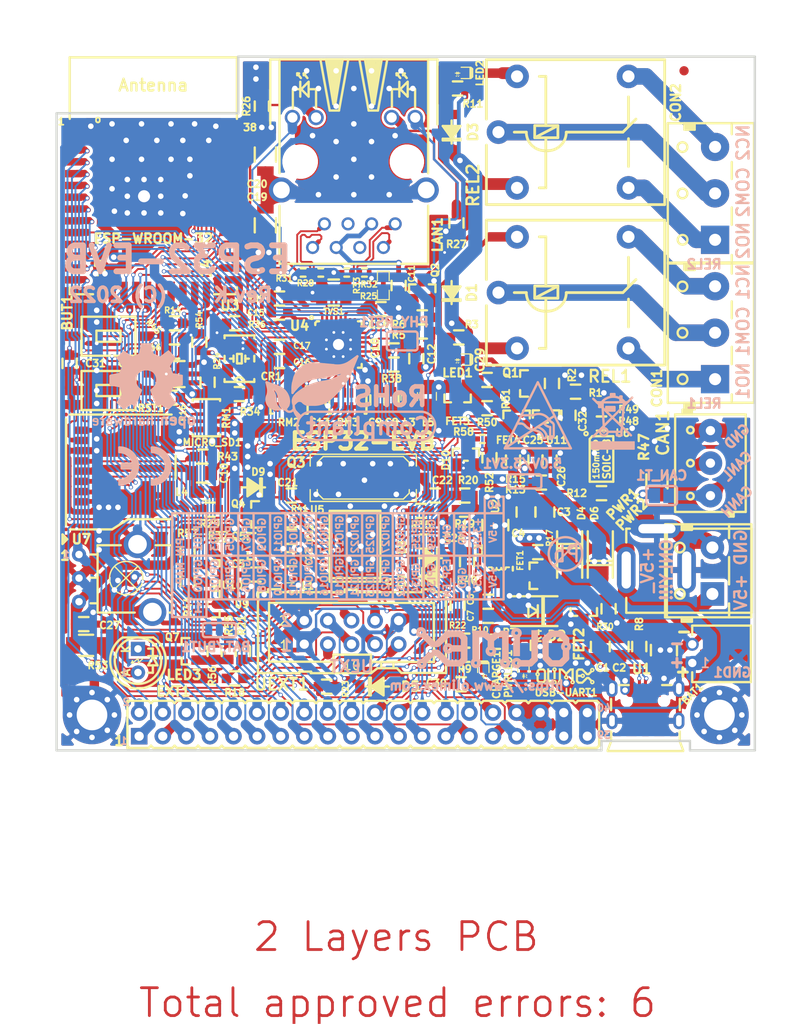
<source format=kicad_pcb>
(kicad_pcb (version 20171130) (host pcbnew 5.1.6-c6e7f7d~87~ubuntu18.04.1)
  (title_block (title ESP32-EVB) (date 2022-06-03) (rev K) (company "OLIMEX Ltd.") (comment 1 https://www.olimex.com))
  (layers (0 F.Cu mixed) (31 B.Cu mixed) (34 B.Paste user) (35 F.Paste user) (36 B.SilkS user) (37 F.SilkS user) (38 B.Mask user) (39 F.Mask user) (44 Edge.Cuts user))
  (net 0 "")
  (net 1 +5V)
  (net 2 GND)
  (net 3 "Net-(BAT1-Pad1)")
  (net 4 "Net-(BUT1-Pad2)")
  (net 5 /GPI34/BUT1)
  (net 6 "Net-(C3-Pad1)")
  (net 7 "Net-(C5-Pad2)")
  (net 8 +3V3)
  (net 9 "Net-(C10-Pad1)")
  (net 10 "Net-(C11-Pad1)")
  (net 11 "Net-(C18-Pad2)")
  (net 12 "Net-(CON1-Pad3)")
  (net 13 "Net-(CON1-Pad1)")
  (net 14 "Net-(CON1-Pad2)")
  (net 15 "Net-(CON2-Pad2)")
  (net 16 "Net-(CON2-Pad1)")
  (net 17 "Net-(CON2-Pad3)")
  (net 18 "Net-(CR1-Pad3)")
  (net 19 "Net-(D1-Pad2)")
  (net 20 "Net-(D3-Pad2)")
  (net 21 /GPIO3/U0RXD)
  (net 22 "Net-(D5-Pad1)")
  (net 23 /ESP_EN)
  (net 24 "/GPIO25/EMAC_RXD0(RMII)")
  (net 25 "/GPIO19/EMAC_TXD0(RMII)")
  (net 26 "/GPIO26/EMAC_RXD1(RMII)")
  (net 27 /GPIO33/REL2)
  (net 28 /GPIO32/REL1)
  (net 29 /GPIO9/SD_DATA2)
  (net 30 /GPIO8/SD_DATA1)
  (net 31 /GPIO6/SD_CLK)
  (net 32 /GPIO7/SD_DATA0)
  (net 33 /GPIO1/U0TXD)
  (net 34 /GPIO10/SD_DATA3)
  (net 35 /GPIO11/SD_CMD)
  (net 36 "Net-(L2-Pad1)")
  (net 37 "Net-(LED1-Pad2)")
  (net 38 "Net-(LED2-Pad2)")
  (net 39 "Net-(Q1-Pad1)")
  (net 40 "Net-(Q2-Pad1)")
  (net 41 "Net-(R19-Pad1)")
  (net 42 "Net-(R39-Pad1)")
  (net 43 /PHYAD0)
  (net 44 /PHYAD1)
  (net 45 /PHYAD2)
  (net 46 /RMIISEL)
  (net 47 /VDD1A-2A)
  (net 48 /VDDCR)
  (net 49 "/GPIO22/EMAC_TXD1(RMII)")
  (net 50 "/GPIO21/EMAC_TX_EN(RMII)")
  (net 51 "Net-(MICRO_SD1-Pad5)")
  (net 52 "Net-(LAN1-PadAG1)")
  (net 53 "Net-(LAN1-PadAY1)")
  (net 54 "Net-(LAN1-PadKG1)")
  (net 55 "Net-(LAN1-PadKY1)")
  (net 56 "Net-(C19-Pad1)")
  (net 57 "Net-(C21-Pad1)")
  (net 58 "Net-(C22-Pad1)")
  (net 59 /CANL)
  (net 60 /CANH)
  (net 61 "Net-(CAN_T1-Pad1)")
  (net 62 /GPI36/U1RXD)
  (net 63 /+5V_EXT)
  (net 64 /GPI39/IR_RECEIVE)
  (net 65 "/GPIO23/MDC(RMII)")
  (net 66 /GPIO27/EMAC_RX_CRS_DV)
  (net 67 /GPI35/CAN-RX)
  (net 68 /GPIO5/CAN-TX)
  (net 69 /GPIO4/U1TXD)
  (net 70 /GPIO0/XTAL1/CLKIN)
  (net 71 /GPIO2/HS2_DATA0)
  (net 72 /GPIO12/IR_Transmit)
  (net 73 /GPIO13/I2C-SDA)
  (net 74 /GPIO14/HS2_CLK)
  (net 75 /GPIO15/HS2_CMD)
  (net 76 /GPIO16/I2C-SCL)
  (net 77 /GPIO17/SPI_CS)
  (net 78 "/GPIO18/MDIO(RMII)")
  (net 79 /+5V_USB)
  (net 80 "Net-(LED3-Pad1)")
  (net 81 "Net-(LED3-Pad2)")
  (net 82 "Net-(MICRO_SD1-Pad1)")
  (net 83 "Net-(MICRO_SD1-Pad2)")
  (net 84 "Net-(MICRO_SD1-Pad8)")
  (net 85 "Net-(Q4-Pad2)")
  (net 86 "Net-(Q4-Pad1)")
  (net 87 "Net-(Q5-Pad2)")
  (net 88 "Net-(Q5-Pad1)")
  (net 89 "Net-(Q7-Pad1)")
  (net 90 "Net-(R48-Pad1)")
  (net 91 "Net-(U3-Pad32)")
  (net 92 "Net-(U4-Pad4)")
  (net 93 "Net-(U4-Pad14)")
  (net 94 "Net-(U4-Pad18)")
  (net 95 "Net-(U4-Pad20)")
  (net 96 "Net-(U4-Pad26)")
  (net 97 "Net-(U5-Pad6)")
  (net 98 "Net-(U5-Pad7)")
  (net 99 "Net-(U5-Pad11)")
  (net 100 "Net-(U5-Pad12)")
  (net 101 "Net-(U5-Pad13)")
  (net 102 "Net-(U5-Pad14)")
  (net 103 "Net-(U5-Pad17)")
  (net 104 "Net-(USB-UART1-Pad4)")
  (net 105 /OSC_DIS)
  (net 106 "Net-(PWRLED1-Pad1)")
  (net 107 "Net-(Q5-Pad3)")
  (net 108 "Net-(C28-Pad1)")
  (net 109 "Net-(MICRO_SD1-Pad7)")
  (net 110 "Net-(5.0V/3.3V1-Pad2)")
  (net 111 "Net-(R44-Pad2)")
  (net 112 /D_Com)
  (net 113 +3.3VLAN)
  (net 114 "Net-(C29-Pad2)")
  (net 115 "Net-(FET4-Pad3)")
  (net 116 "Net-(CHARGE1-Pad1)")
  (net 117 "Net-(R7-Pad1)")
  (net 118 "Net-(R8-Pad2)")
  (net 119 /BUT1)
  (net 120 "Net-(BAT/BUT1-Pad3)")
  (net 121 "Net-(C24-Pad1)")
  (net 122 "Net-(D7-Pad1)")
  (net 123 "Net-(D8-Pad2)")
  (net 124 "Net-(U5-Pad20)")
  (net 125 "Net-(R12-Pad2)")
  (net 126 "Net-(R13-Pad2)")
  (net 127 "Net-(D9-Pad1)")
  (net 128 "Net-(C32-Pad2)")
  (net 129 "Net-(D10-Pad3)")
  (net 130 /RXN-)
  (net 131 /RXP+)
  (net 132 /TXN-)
  (net 133 /TXP+)
  (module OLIMEX_Connectors-FP:TB2-DG306-5.0_2P (layer F.Cu) (at 140.208 122.395 90)
    (fp_text reference PWR2 (at 6.063 -8.636 45) (layer F.SilkS) (effects (font (size 1.016 1.016) (thickness 0.254))))
    (fp_text value "NA(TB2 DG306-5.0-2P)")
    (pad 1 thru_hole rect (at -2.5 0 90) (size 2.54 2.54) (drill 1.3) (layers *.Cu *.Mask) (net 63 /+5V_EXT))
    (pad 2 thru_hole circle (at 2.5 0 90) (size 2.54 2.54) (drill 1.3) (layers *.Cu *.Mask) (net 2 GND))
  )
  (module "OLIMEX_Connectors-FP:PWRJ-2mm(YDJ-1136)" (layer F.Cu) (at 130.937 117.569 180)
    (fp_text reference PWR1 (at 0.381 2.38 45) (layer F.SilkS) (effects (font (size 1.016 1.016) (thickness 0.254))))
    (fp_text value "PWRJ-2mm(YDJ-1134)")
    (pad - thru_hole oval (at -3.3 -0.3 180) (size 5 2) (drill oval 4 1) (layers *.Cu *.Mask) (net 2 GND))
    (pad - thru_hole oval (at -6.5 -4.75 180) (size 2 5) (drill oval 1 4) (layers *.Cu *.Mask) (net 2 GND))
    (pad + thru_hole oval (at 0 -4.75 180) (size 2 5) (drill oval 1 4) (layers *.Cu *.Mask) (net 63 /+5V_EXT))
  )
  (module OLIMEX_Connectors-FP:UEXT_ML10 (layer F.Cu) (at 101.346 129.032)
    (fp_text reference UEXT1 (at -7.493 5.588) (layer F.SilkS) (effects (font (size 1.27 1.27) (thickness 0.254))))
    (fp_text value BH10S)
    (fp_text user 10 (at 0.0381 3.55092) (layer F.SilkS))
    (fp_text user 1 (at -7.2644 1.39192) (layer F.SilkS))
    (fp_text user 2 (at -7.34822 -1.23444) (layer F.SilkS))
    (pad 10 thru_hole circle (at 5.08 -1.27) (size 1.7 1.7) (drill 1) (layers *.Cu *.Mask) (net 77 /GPIO17/SPI_CS))
    (pad 9 thru_hole circle (at 5.08 1.27) (size 1.7 1.7) (drill 1) (layers *.Cu *.Mask) (net 74 /GPIO14/HS2_CLK))
    (pad 8 thru_hole circle (at 2.54 -1.27) (size 1.7 1.7) (drill 1) (layers *.Cu *.Mask) (net 71 /GPIO2/HS2_DATA0))
    (pad 7 thru_hole circle (at 2.54 1.27) (size 1.7 1.7) (drill 1) (layers *.Cu *.Mask) (net 75 /GPIO15/HS2_CMD))
    (pad 6 thru_hole circle (at 0 -1.27) (size 1.7 1.7) (drill 1) (layers *.Cu *.Mask) (net 73 /GPIO13/I2C-SDA))
    (pad 5 thru_hole circle (at 0 1.27) (size 1.7 1.7) (drill 1) (layers *.Cu *.Mask) (net 76 /GPIO16/I2C-SCL))
    (pad 4 thru_hole circle (at -2.54 -1.27) (size 1.7 1.7) (drill 1) (layers *.Cu *.Mask) (net 22 "Net-(D5-Pad1)"))
    (pad 3 thru_hole circle (at -2.54 1.27) (size 1.7 1.7) (drill 1) (layers *.Cu *.Mask) (net 69 /GPIO4/U1TXD))
    (pad 2 thru_hole circle (at -5.08 -1.27) (size 1.7 1.7) (drill 1) (layers *.Cu *.Mask) (net 2 GND))
    (pad 1 thru_hole rect (at -5.08 1.27) (size 1.7 1.7) (drill 1) (layers *.Cu *.Mask) (net 7 "Net-(C5-Pad2)"))
  )
  (module OLIMEX_Cases-FP:ESP-WROOM-32_MODULE (layer F.Cu) (at 80.01 79.883)
    (fp_text reference U3 (at 8.255 13.97) (layer F.SilkS) (effects (font (size 1.016 1.016) (thickness 0.254))))
    (fp_text value ESP-WROOM-32)
    (fp_text user 24 (at 5.715 9.935 90) (layer F.SilkS) (effects (font (size 1.016 1.016) (thickness 0.254))))
    (fp_text user 15 (at -5.715 9.935 90) (layer F.SilkS) (effects (font (size 1.016 1.016) (thickness 0.254))))
    (fp_text user 38 (at 10.414 -5.207) (layer F.SilkS) (effects (font (size 0.762 0.762) (thickness 0.1905))))
    (fp_text user 1 (at -9.906 -5.842) (layer F.SilkS) (effects (font (size 0.762 0.762) (thickness 0.1905))))
    (fp_text user ESP-WROOM-32 (at 0 6.76) (layer F.SilkS) (effects (font (size 1.016 1.016) (thickness 0.254))))
    (fp_text user Antenna (at 0 -9.75) (layer F.SilkS) (effects (font (size 1.27 1.27) (thickness 0.254))))
    (fp_text user o (at -5.969 -6.096) (layer F.SilkS) (effects (font (size 0.762 0.762) (thickness 0.1905))))
    (pad 39 thru_hole circle (at -2.8 4) (size 1.3 1.3) (drill 0.6) (layers *.Cu) (net 2 GND))
    (pad 39 thru_hole circle (at -1 2.2) (size 2 2) (drill 1.3) (layers *.Cu *.Mask) (net 2 GND))
    (pad 39 smd rect (at -1 2.2) (size 5 5) (layers F.Cu F.Mask) (net 2 GND))
    (pad 38 smd rect (at 8.6 -5.31) (size 1.8 0.8) (layers F.Cu F.Paste F.Mask) (net 2 GND))
    (pad 37 smd rect (at 8.6 -4.04) (size 1.8 0.8) (layers F.Cu F.Paste F.Mask) (net 65 "/GPIO23/MDC(RMII)"))
    (pad 36 smd rect (at 8.6 -2.77) (size 1.8 0.8) (layers F.Cu F.Paste F.Mask) (net 49 "/GPIO22/EMAC_TXD1(RMII)"))
    (pad 35 smd rect (at 8.6 -1.5) (size 1.8 0.8) (layers F.Cu F.Paste F.Mask) (net 33 /GPIO1/U0TXD))
    (pad 34 smd rect (at 8.6 -0.23) (size 1.8 0.8) (layers F.Cu F.Paste F.Mask) (net 21 /GPIO3/U0RXD))
    (pad 33 smd rect (at 8.6 1.04) (size 1.8 0.8) (layers F.Cu F.Paste F.Mask) (net 50 "/GPIO21/EMAC_TX_EN(RMII)"))
    (pad 32 smd rect (at 8.6 2.31) (size 1.8 0.8) (layers F.Cu F.Paste F.Mask) (net 91 "Net-(U3-Pad32)"))
    (pad 31 smd rect (at 8.6 3.58) (size 1.8 0.8) (layers F.Cu F.Paste F.Mask) (net 25 "/GPIO19/EMAC_TXD0(RMII)"))
    (pad 30 smd rect (at 8.6 4.85) (size 1.8 0.8) (layers F.Cu F.Paste F.Mask) (net 78 "/GPIO18/MDIO(RMII)"))
    (pad 29 smd rect (at 8.6 6.12) (size 1.8 0.8) (layers F.Cu F.Paste F.Mask) (net 68 /GPIO5/CAN-TX))
    (pad 28 smd rect (at 8.6 7.39) (size 1.8 0.8) (layers F.Cu F.Paste F.Mask) (net 77 /GPIO17/SPI_CS))
    (pad 27 smd rect (at 8.6 8.66) (size 1.8 0.8) (layers F.Cu F.Paste F.Mask) (net 76 /GPIO16/I2C-SCL))
    (pad 26 smd rect (at 8.6 9.93) (size 1.8 0.8) (layers F.Cu F.Paste F.Mask) (net 69 /GPIO4/U1TXD))
    (pad 25 smd rect (at 8.6 11.2) (size 1.8 0.8) (layers F.Cu F.Paste F.Mask) (net 70 /GPIO0/XTAL1/CLKIN))
    (pad 24 smd rect (at 5.73 12.3) (size 0.8 1.8) (layers F.Cu F.Paste F.Mask) (net 71 /GPIO2/HS2_DATA0))
    (pad 23 smd rect (at 4.46 12.3) (size 0.8 1.8) (layers F.Cu F.Paste F.Mask) (net 75 /GPIO15/HS2_CMD))
    (pad 22 smd rect (at 3.19 12.3) (size 0.8 1.8) (layers F.Cu F.Paste F.Mask) (net 30 /GPIO8/SD_DATA1))
    (pad 21 smd rect (at 1.92 12.3) (size 0.8 1.8) (layers F.Cu F.Paste F.Mask) (net 32 /GPIO7/SD_DATA0))
    (pad 20 smd rect (at 0.65 12.3) (size 0.8 1.8) (layers F.Cu F.Paste F.Mask) (net 31 /GPIO6/SD_CLK))
    (pad 19 smd rect (at -0.62 12.3) (size 0.8 1.8) (layers F.Cu F.Paste F.Mask) (net 35 /GPIO11/SD_CMD))
    (pad 18 smd rect (at -1.89 12.3) (size 0.8 1.8) (layers F.Cu F.Paste F.Mask) (net 34 /GPIO10/SD_DATA3))
    (pad 17 smd rect (at -3.16 12.3) (size 0.8 1.8) (layers F.Cu F.Paste F.Mask) (net 29 /GPIO9/SD_DATA2))
    (pad 16 smd rect (at -4.43 12.3) (size 0.8 1.8) (layers F.Cu F.Paste F.Mask) (net 73 /GPIO13/I2C-SDA))
    (pad 15 smd rect (at -5.7 12.3) (size 0.8 1.8) (layers F.Cu F.Paste F.Mask) (net 2 GND))
    (pad 14 smd rect (at -8.6 11.2) (size 1.8 0.8) (layers F.Cu F.Paste F.Mask) (net 72 /GPIO12/IR_Transmit))
    (pad 13 smd rect (at -8.6 9.93) (size 1.8 0.8) (layers F.Cu F.Paste F.Mask) (net 74 /GPIO14/HS2_CLK))
    (pad 12 smd rect (at -8.6 8.66) (size 1.8 0.8) (layers F.Cu F.Paste F.Mask) (net 66 /GPIO27/EMAC_RX_CRS_DV))
    (pad 11 smd rect (at -8.6 7.39) (size 1.8 0.8) (layers F.Cu F.Paste F.Mask) (net 26 "/GPIO26/EMAC_RXD1(RMII)"))
    (pad 10 smd rect (at -8.6 6.12) (size 1.8 0.8) (layers F.Cu F.Paste F.Mask) (net 24 "/GPIO25/EMAC_RXD0(RMII)"))
    (pad 9 smd rect (at -8.6 4.85) (size 1.8 0.8) (layers F.Cu F.Paste F.Mask) (net 27 /GPIO33/REL2))
    (pad 8 smd rect (at -8.6 3.58) (size 1.8 0.8) (layers F.Cu F.Paste F.Mask) (net 28 /GPIO32/REL1))
    (pad 7 smd rect (at -8.6 2.31) (size 1.8 0.8) (layers F.Cu F.Paste F.Mask) (net 67 /GPI35/CAN-RX))
    (pad 6 smd rect (at -8.6 1.04) (size 1.8 0.8) (layers F.Cu F.Paste F.Mask) (net 5 /GPI34/BUT1))
    (pad 5 smd rect (at -8.6 -0.23) (size 1.8 0.8) (layers F.Cu F.Paste F.Mask) (net 64 /GPI39/IR_RECEIVE))
    (pad 4 smd rect (at -8.6 -1.5) (size 1.8 0.8) (layers F.Cu F.Paste F.Mask) (net 62 /GPI36/U1RXD))
    (pad 3 smd rect (at -8.6 -2.77) (size 1.8 0.8) (layers F.Cu F.Paste F.Mask) (net 23 /ESP_EN))
    (pad 2 smd rect (at -8.6 -4.04) (size 1.8 0.8) (layers F.Cu F.Paste F.Mask) (net 8 +3V3))
    (pad 1 smd rect (at -8.6 -5.31) (size 1.8 0.8) (layers F.Cu F.Paste F.Mask) (net 2 GND))
    (pad 39 thru_hole circle (at 0.8 4) (size 1.3 1.3) (drill 0.6) (layers *.Cu) (net 2 GND))
    (pad 39 thru_hole circle (at -2.8 0.4) (size 1.3 1.3) (drill 0.6) (layers *.Cu) (net 2 GND))
    (pad 39 thru_hole circle (at 0.8 0.4) (size 1.3 1.3) (drill 0.6) (layers *.Cu) (net 2 GND))
    (pad 39 thru_hole circle (at -1 0.4) (size 1.3 1.3) (drill 0.6) (layers *.Cu) (net 2 GND))
    (pad 39 thru_hole circle (at -1 4) (size 1.3 1.3) (drill 0.6) (layers *.Cu) (net 2 GND))
    (pad 39 thru_hole circle (at -2.8 2.2) (size 1.3 1.3) (drill 0.6) (layers *.Cu) (net 2 GND))
    (pad 39 thru_hole circle (at 0.8 2.2) (size 1.3 1.3) (drill 0.6) (layers *.Cu) (net 2 GND))
  )
  (module OLIMEX_RLC-FP:R_0402_5MIL_DWS (layer F.Cu) (at 100.838 90.297)
    (fp_text reference R33 (at 1.0795 1.397 90) (layer F.SilkS) (effects (font (size 0.635 0.635) (thickness 0.15875))))
    (fp_text value 49.9R/1%/R0402)
    (pad 1 smd rect (at -0.508 0 180) (size 0.5 0.55) (layers F.Cu F.Paste F.Mask) (net 47 /VDD1A-2A))
    (pad 2 smd rect (at 0.508 0) (size 0.5 0.55) (layers F.Cu F.Paste F.Mask) (net 133 /TXP+))
  )
  (module OLIMEX_RLC-FP:R_0603_5MIL_DWS (layer F.Cu) (at 85.344 110.109 180)
    (fp_text reference R43 (at -2.667 0) (layer F.SilkS) (effects (font (size 0.762 0.762) (thickness 0.1905))))
    (fp_text value 10R/R0603)
    (pad 2 smd rect (at 0.889 0 180) (size 1.016 1.016) (layers F.Cu F.Paste F.Mask) (net 51 "Net-(MICRO_SD1-Pad5)"))
    (pad 1 smd rect (at -0.889 0 180) (size 1.016 1.016) (layers F.Cu F.Paste F.Mask) (net 74 /GPIO14/HS2_CLK))
  )
  (module OLIMEX_RLC-FP:R_0402_5MIL_DWS (layer F.Cu) (at 102.743 90.297 180)
    (fp_text reference R32 (at -0.508 -1.27 180) (layer F.SilkS) (effects (font (size 0.635 0.635) (thickness 0.15875))))
    (fp_text value 49.9R/1%/R0402)
    (pad 2 smd rect (at 0.508 0 180) (size 0.5 0.55) (layers F.Cu F.Paste F.Mask) (net 132 /TXN-))
    (pad 1 smd rect (at -0.508 0) (size 0.5 0.55) (layers F.Cu F.Paste F.Mask) (net 47 /VDD1A-2A))
  )
  (module OLIMEX_Connectors-FP:HN2x20 (layer F.Cu) (at 102.616 138.938)
    (fp_text reference EXT1 (at -20.447 -3.556) (layer F.SilkS) (effects (font (size 1.016 1.016) (thickness 0.254))))
    (fp_text value "NA(HN2x20)")
    (pad 20 thru_hole circle (at -1.27 -1.27) (size 1.778 1.778) (drill 1) (layers *.Cu *.Mask) (net 25 "/GPIO19/EMAC_TXD0(RMII)"))
    (pad 19 thru_hole circle (at -1.27 1.27) (size 1.778 1.778) (drill 1) (layers *.Cu *.Mask) (net 78 "/GPIO18/MDIO(RMII)"))
    (pad 18 thru_hole circle (at -3.81 -1.27) (size 1.778 1.778) (drill 1) (layers *.Cu *.Mask) (net 77 /GPIO17/SPI_CS))
    (pad 17 thru_hole circle (at -3.81 1.27) (size 1.778 1.778) (drill 1) (layers *.Cu *.Mask) (net 76 /GPIO16/I2C-SCL))
    (pad 16 thru_hole circle (at -6.35 -1.27) (size 1.778 1.778) (drill 1) (layers *.Cu *.Mask) (net 75 /GPIO15/HS2_CMD))
    (pad 15 thru_hole circle (at -6.35 1.27) (size 1.778 1.778) (drill 1) (layers *.Cu *.Mask) (net 74 /GPIO14/HS2_CLK))
    (pad 14 thru_hole circle (at -8.89 -1.27) (size 1.778 1.778) (drill 1) (layers *.Cu *.Mask) (net 73 /GPIO13/I2C-SDA))
    (pad 13 thru_hole circle (at -8.89 1.27) (size 1.778 1.778) (drill 1) (layers *.Cu *.Mask) (net 72 /GPIO12/IR_Transmit))
    (pad 12 thru_hole circle (at -11.43 -1.27) (size 1.778 1.778) (drill 1) (layers *.Cu *.Mask) (net 35 /GPIO11/SD_CMD))
    (pad 11 thru_hole circle (at -11.43 1.27) (size 1.778 1.778) (drill 1) (layers *.Cu *.Mask) (net 34 /GPIO10/SD_DATA3))
    (pad 4 thru_hole circle (at -21.59 -1.27) (size 1.778 1.778) (drill 1) (layers *.Cu *.Mask) (net 21 /GPIO3/U0RXD))
    (pad 3 thru_hole circle (at -21.59 1.27) (size 1.778 1.778) (drill 1) (layers *.Cu *.Mask) (net 71 /GPIO2/HS2_DATA0))
    (pad 2 thru_hole circle (at -24.13 -1.27) (size 1.778 1.778) (drill 1) (layers *.Cu *.Mask) (net 33 /GPIO1/U0TXD))
    (pad 1 thru_hole rect (at -24.13 1.27) (size 1.778 1.778) (drill 1) (layers *.Cu *.Mask) (net 70 /GPIO0/XTAL1/CLKIN))
    (pad 5 thru_hole circle (at -19.05 1.27) (size 1.778 1.778) (drill 1) (layers *.Cu *.Mask) (net 69 /GPIO4/U1TXD))
    (pad 6 thru_hole circle (at -19.05 -1.27) (size 1.778 1.778) (drill 1) (layers *.Cu *.Mask) (net 68 /GPIO5/CAN-TX))
    (pad 8 thru_hole circle (at -16.51 -1.27) (size 1.778 1.778) (drill 1) (layers *.Cu *.Mask) (net 32 /GPIO7/SD_DATA0))
    (pad 7 thru_hole circle (at -16.51 1.27) (size 1.778 1.778) (drill 1) (layers *.Cu *.Mask) (net 31 /GPIO6/SD_CLK))
    (pad 9 thru_hole circle (at -13.97 1.27) (size 1.778 1.778) (drill 1) (layers *.Cu *.Mask) (net 30 /GPIO8/SD_DATA1))
    (pad 10 thru_hole circle (at -13.97 -1.27) (size 1.778 1.778) (drill 1) (layers *.Cu *.Mask) (net 29 /GPIO9/SD_DATA2))
    (pad 30 thru_hole circle (at 11.43 -1.27) (size 1.778 1.778) (drill 1) (layers *.Cu *.Mask) (net 67 /GPI35/CAN-RX))
    (pad 29 thru_hole circle (at 11.43 1.27) (size 1.778 1.778) (drill 1) (layers *.Cu *.Mask) (net 5 /GPI34/BUT1))
    (pad 27 thru_hole circle (at 8.89 1.27) (size 1.778 1.778) (drill 1) (layers *.Cu *.Mask) (net 28 /GPIO32/REL1))
    (pad 28 thru_hole circle (at 8.89 -1.27) (size 1.778 1.778) (drill 1) (layers *.Cu *.Mask) (net 27 /GPIO33/REL2))
    (pad 26 thru_hole circle (at 6.35 -1.27) (size 1.778 1.778) (drill 1) (layers *.Cu *.Mask) (net 66 /GPIO27/EMAC_RX_CRS_DV))
    (pad 25 thru_hole circle (at 6.35 1.27) (size 1.778 1.778) (drill 1) (layers *.Cu *.Mask) (net 26 "/GPIO26/EMAC_RXD1(RMII)"))
    (pad 21 thru_hole circle (at 1.27 1.27) (size 1.778 1.778) (drill 1) (layers *.Cu *.Mask) (net 50 "/GPIO21/EMAC_TX_EN(RMII)"))
    (pad 22 thru_hole circle (at 1.27 -1.27) (size 1.778 1.778) (drill 1) (layers *.Cu *.Mask) (net 49 "/GPIO22/EMAC_TXD1(RMII)"))
    (pad 23 thru_hole circle (at 3.81 1.27) (size 1.778 1.778) (drill 1) (layers *.Cu *.Mask) (net 65 "/GPIO23/MDC(RMII)"))
    (pad 24 thru_hole circle (at 3.81 -1.27) (size 1.778 1.778) (drill 1) (layers *.Cu *.Mask) (net 24 "/GPIO25/EMAC_RXD0(RMII)"))
    (pad 31 thru_hole circle (at 13.97 1.27) (size 1.778 1.778) (drill 1) (layers *.Cu *.Mask) (net 62 /GPI36/U1RXD))
    (pad 32 thru_hole circle (at 13.97 -1.27) (size 1.778 1.778) (drill 1) (layers *.Cu *.Mask) (net 64 /GPI39/IR_RECEIVE))
    (pad 33 thru_hole circle (at 16.51 1.27) (size 1.778 1.778) (drill 1) (layers *.Cu *.Mask) (net 23 /ESP_EN))
    (pad 34 thru_hole circle (at 16.51 -1.27) (size 1.778 1.778) (drill 1) (layers *.Cu *.Mask) (net 2 GND))
    (pad 35 thru_hole circle (at 19.05 1.27) (size 1.778 1.778) (drill 1) (layers *.Cu *.Mask) (net 2 GND))
    (pad 36 thru_hole circle (at 19.05 -1.27) (size 1.778 1.778) (drill 1) (layers *.Cu *.Mask) (net 2 GND))
    (pad 37 thru_hole circle (at 21.59 1.27) (size 1.778 1.778) (drill 1) (layers *.Cu *.Mask) (net 8 +3V3))
    (pad 38 thru_hole circle (at 21.59 -1.27) (size 1.778 1.778) (drill 1) (layers *.Cu *.Mask) (net 8 +3V3))
    (pad 39 thru_hole circle (at 24.13 1.27) (size 1.778 1.778) (drill 1) (layers *.Cu *.Mask) (net 1 +5V))
    (pad 40 thru_hole circle (at 24.13 -1.27) (size 1.778 1.778) (drill 1) (layers *.Cu *.Mask) (net 1 +5V))
  )
  (module OLIMEX_Connectors-FP:TB3-3.5mm (layer F.Cu) (at 140 110.815 270)
    (fp_text reference CAN1 (at -3.246 5.126 270) (layer F.SilkS) (effects (font (size 1.27 1.27) (thickness 0.254))))
    (fp_text value TB3-3.5mm)
    (pad 3 thru_hole circle (at 3.5 0 270) (size 2.54 2.54) (drill 1) (layers *.Cu *.Mask) (net 60 /CANH))
    (pad 1 thru_hole circle (at -3.5 0 270) (size 2.54 2.54) (drill 1) (layers *.Cu *.Mask) (net 2 GND))
    (pad 2 thru_hole circle (at 0 0 270) (size 2.54 2.54) (drill 1) (layers *.Cu *.Mask) (net 59 /CANL))
  )
  (module OLIMEX_Connectors-FP:RJLBC-060TC1 (layer F.Cu) (at 101.6 78.359 180)
    (fp_text reference LAN1 (at -9.017 -7.874 270) (layer F.SilkS) (effects (font (size 1.016 1.016) (thickness 0.254))))
    (fp_text value "RJLD-060TC1(LPJ4013EDNL)")
    (pad "" np_thru_hole circle (at 5.715 0 180) (size 3.2 3.2) (drill 3.2) (layers *.Cu *.Mask))
    (pad "" np_thru_hole circle (at -5.715 0 180) (size 3.2 3.2) (drill 3.2) (layers *.Cu *.Mask))
    (pad KY1 thru_hole circle (at -4.07 4.7485 180) (size 1.65 1.65) (drill 1.1) (layers *.Cu *.Mask) (net 55 "Net-(LAN1-PadKY1)"))
    (pad KG1 thru_hole circle (at 6.61 4.7485 180) (size 1.65 1.65) (drill 1.1) (layers *.Cu *.Mask) (net 54 "Net-(LAN1-PadKG1)"))
    (pad GND2 thru_hole circle (at 7.8 -3.05 180) (size 2.7 2.7) (drill 1.8) (layers *.Cu *.Mask) (net 56 "Net-(C19-Pad1)"))
    (pad GND1 thru_hole circle (at -7.8 -3.05 180) (size 2.7 2.7) (drill 1.8) (layers *.Cu *.Mask) (net 56 "Net-(C19-Pad1)"))
    (pad AY1 thru_hole circle (at -6.61 4.7485 180) (size 1.65 1.65) (drill 1.1) (layers *.Cu *.Mask) (net 53 "Net-(LAN1-PadAY1)"))
    (pad AG1 thru_hole circle (at 4.07 4.7485 180) (size 1.65 1.65) (drill 1.1) (layers *.Cu *.Mask) (net 52 "Net-(LAN1-PadAG1)"))
    (pad 8 thru_hole circle (at 4.435 -9.24 180) (size 1.41 1.41) (drill 0.9) (layers *.Cu *.Mask) (net 130 /RXN-))
    (pad 7 thru_hole circle (at 3.165 -6.7 180) (size 1.41 1.41) (drill 0.9) (layers *.Cu *.Mask) (net 131 /RXP+))
    (pad 6 thru_hole circle (at 1.895 -9.24 180) (size 1.41 1.41) (drill 0.9) (layers *.Cu *.Mask) (net 10 "Net-(C11-Pad1)"))
    (pad 5 thru_hole circle (at 0.625 -6.7 180) (size 1.41 1.41) (drill 0.9) (layers *.Cu *.Mask))
    (pad 4 thru_hole circle (at -0.645 -9.24 180) (size 1.41 1.41) (drill 0.9) (layers *.Cu *.Mask))
    (pad 3 thru_hole circle (at -1.915 -6.7 180) (size 1.41 1.41) (drill 0.9) (layers *.Cu *.Mask) (net 10 "Net-(C11-Pad1)"))
    (pad 2 thru_hole circle (at -3.185 -9.24 180) (size 1.41 1.41) (drill 0.9) (layers *.Cu *.Mask) (net 132 /TXN-))
    (pad 1 thru_hole circle (at -4.455 -6.7 180) (size 1.41 1.41) (drill 0.9) (layers *.Cu *.Mask) (net 133 /TXP+))
  )
  (module OLIMEX_Relays-FP:Relay_RAS-05-15 (layer F.Cu) (at 125.476 75.184 180)
    (fp_text reference REL2 (at 11.049 -5.715 270) (layer F.SilkS) (effects (font (size 1.27 1.27) (thickness 0.254))))
    (fp_text value RAS-0515)
    (pad COM0 thru_hole circle (at 8.3 0 180) (size 2.54 2.54) (drill 1.3) (layers *.Cu *.Mask) (net 15 "Net-(CON2-Pad2)") (clearance 2.54))
    (pad NO0 thru_hole circle (at -5.7 -6 180) (size 2.54 2.54) (drill 1.3) (layers *.Cu *.Mask) (net 16 "Net-(CON2-Pad1)") (clearance 2.54))
    (pad NC0 thru_hole circle (at -5.7 6 180) (size 2.54 2.54) (drill 1.3) (layers *.Cu *.Mask) (net 17 "Net-(CON2-Pad3)") (clearance 2.54))
    (pad 2 thru_hole circle (at 6.3 6 180) (size 2.54 2.54) (drill 1.3) (layers *.Cu *.Mask) (net 20 "Net-(D3-Pad2)"))
    (pad 1 thru_hole circle (at 6.3 -6 180) (size 2.54 2.54) (drill 1.3) (layers *.Cu *.Mask) (net 1 +5V))
  )
  (module OLIMEX_Relays-FP:Relay_RAS-05-15 (layer F.Cu) (at 125.476 92.456 180)
    (fp_text reference REL1 (at -3.683 -9.017) (layer F.SilkS) (effects (font (size 1.27 1.27) (thickness 0.254))))
    (fp_text value RAS-0515)
    (pad COM0 thru_hole circle (at 8.3 0 180) (size 2.54 2.54) (drill 1.3) (layers *.Cu *.Mask) (net 14 "Net-(CON1-Pad2)") (clearance 2.54))
    (pad NO0 thru_hole circle (at -5.7 -6 180) (size 2.54 2.54) (drill 1.3) (layers *.Cu *.Mask) (net 13 "Net-(CON1-Pad1)") (clearance 2.54))
    (pad NC0 thru_hole circle (at -5.7 6 180) (size 2.54 2.54) (drill 1.3) (layers *.Cu *.Mask) (net 12 "Net-(CON1-Pad3)") (clearance 2.54))
    (pad 2 thru_hole circle (at 6.3 6 180) (size 2.54 2.54) (drill 1.3) (layers *.Cu *.Mask) (net 19 "Net-(D1-Pad2)"))
    (pad 1 thru_hole circle (at 6.3 -6 180) (size 2.54 2.54) (drill 1.3) (layers *.Cu *.Mask) (net 1 +5V))
  )
  (module OLIMEX_Connectors-FP:LIPO_BAT-CON2DW02R (layer F.Cu) (at 141.1986 131.318 90)
    (fp_text reference BAT1 (at -4.318 -3.1496 225) (layer F.SilkS) (effects (font (size 0.762 0.762) (thickness 0.1905))))
    (fp_text value DW02R)
    (pad 1 thru_hole rect (at -1.00838 -3.15214 90) (size 1.4 1.4) (drill 0.9) (layers *.Cu *.Mask) (net 3 "Net-(BAT1-Pad1)"))
    (pad 2 thru_hole circle (at 1.0033 -3.15468 90) (size 1.4 1.4) (drill 0.9) (layers *.Cu *.Mask) (net 2 GND))
  )
  (module OLIMEX_Diodes-FP:SMA-KA (layer F.Cu) (at 124.841 120.65 270)
    (fp_text reference D4 (at -4.445 -1.27 270) (layer F.SilkS) (effects (font (size 0.762 0.762) (thickness 0.1905))))
    (fp_text value 1N5822/SS34/SMA)
    (pad 2 smd rect (at 2.373 0 270) (size 1.746 1.192) (layers F.Cu) (net 1 +5V) (clearance 0.254))
    (pad 1 smd rect (at -2.373 0 270) (size 1.746 1.192) (layers F.Cu) (net 6 "Net-(C3-Pad1)") (clearance 0.254))
    (pad 1 smd rect (at -2.5 0 270) (size 2 1.7) (layers F.Cu F.Paste F.Mask) (net 6 "Net-(C3-Pad1)"))
    (pad 2 smd rect (at 2.5 0 270) (size 2 1.7) (layers F.Cu F.Paste F.Mask) (net 1 +5V))
  )
  (module OLIMEX_Diodes-FP:SMA-KA (layer F.Cu) (at 128.143 120.65 90)
    (fp_text reference D6 (at 4.445 -0.635 90) (layer F.SilkS) (effects (font (size 0.762 0.762) (thickness 0.1905))))
    (fp_text value 1N5822/SS34/SMA)
    (pad 2 smd rect (at 2.373 0 90) (size 1.746 1.192) (layers F.Cu) (net 63 /+5V_EXT) (clearance 0.254))
    (pad 1 smd rect (at -2.373 0 90) (size 1.746 1.192) (layers F.Cu) (net 1 +5V) (clearance 0.254))
    (pad 1 smd rect (at -2.5 0 90) (size 2 1.7) (layers F.Cu F.Paste F.Mask) (net 1 +5V))
    (pad 2 smd rect (at 2.5 0 90) (size 2 1.7) (layers F.Cu F.Paste F.Mask) (net 63 /+5V_EXT))
  )
  (module OLIMEX_Diodes-FP:SOD-123_1C-2A_KA (layer F.Cu) (at 104.14 134.874)
    (fp_text reference D5 (at 3.556 0) (layer F.SilkS) (effects (font (size 1.016 1.016) (thickness 0.254))))
    (fp_text value "1N5819S4(SOD-123)")
    (pad 2 smd rect (at 1.9 0) (size 1 1.4) (layers F.Cu F.Paste F.Mask) (net 62 /GPI36/U1RXD) (clearance 0.0508))
    (pad 1 smd rect (at -1.9 0) (size 1 1.4) (layers F.Cu F.Paste F.Mask) (net 22 "Net-(D5-Pad1)") (clearance 0.0508))
  )
  (module OLIMEX_Diodes-FP:SOD-123_1C-2A_KA (layer F.Cu) (at 109.855 123.063)
    (fp_text reference D7 (at -3.048 0.381 90) (layer F.SilkS) (effects (font (size 0.762 0.762) (thickness 0.1905))))
    (fp_text value "1N5819S4(SOD-123)")
    (pad 2 smd rect (at 1.9 0) (size 1 1.4) (layers F.Cu F.Paste F.Mask) (net 21 /GPIO3/U0RXD) (clearance 0.0508))
    (pad 1 smd rect (at -1.9 0) (size 1 1.4) (layers F.Cu F.Paste F.Mask) (net 122 "Net-(D7-Pad1)") (clearance 0.0508))
  )
  (module OLIMEX_Diodes-FP:SOD-123_1C-2A_KA (layer F.Cu) (at 109.855 121.031 180)
    (fp_text reference D8 (at 3.048 1.143 270) (layer F.SilkS) (effects (font (size 0.762 0.762) (thickness 0.1905))))
    (fp_text value "1N5819S4(SOD-123)")
    (pad 2 smd rect (at 1.9 0 180) (size 1 1.4) (layers F.Cu F.Paste F.Mask) (net 123 "Net-(D8-Pad2)") (clearance 0.0508))
    (pad 1 smd rect (at -1.9 0 180) (size 1 1.4) (layers F.Cu F.Paste F.Mask) (net 33 /GPIO1/U0TXD) (clearance 0.0508))
  )
  (module OLIMEX_Crystal-FP:Q_49U3HMS (layer F.Cu) (at 102.616 112.395)
    (fp_text reference Q3 (at -7.239 -1.651 180) (layer F.SilkS) (effects (font (size 1.016 1.016) (thickness 0.254))))
    (fp_text value "Q12MHz/20pF/30ppm/2P/HC-49SM(SMD)")
    (pad 1 smd rect (at -4.699 0) (size 4.826 1.1) (layers F.Cu F.Paste F.Mask) (net 57 "Net-(C21-Pad1)") (clearance 0.0508))
    (pad 2 smd rect (at 4.699 0) (size 4.826 1.1) (layers F.Cu F.Paste F.Mask) (net 58 "Net-(C22-Pad1)") (clearance 0.0508))
  )
  (module OLIMEX_Connectors-FP:USB-MICRO_MISB-SWMM-5B_LF (layer F.Cu) (at 133 138.303 270)
    (fp_text reference USB-UART1 (at -2.794 8.54 180) (layer F.SilkS) (effects (font (size 0.762 0.762) (thickness 0.1905))))
    (fp_text value "MISB-SWMM-5B-LF(USB_MICRO)")
    (pad 1 smd rect (at -3.15 1.3875) (size 0.5 1.65) (layers F.Cu F.Paste F.Mask) (net 79 /+5V_USB))
    (pad 2 smd rect (at -3.15 0.65) (size 0.325 1.65) (layers F.Cu F.Paste F.Mask) (net 98 "Net-(U5-Pad7)"))
    (pad 3 smd rect (at -3.15 0) (size 0.325 1.65) (layers F.Cu F.Paste F.Mask) (net 97 "Net-(U5-Pad6)"))
    (pad 4 smd rect (at -3.15 -0.65) (size 0.325 1.65) (layers F.Cu F.Paste F.Mask) (net 104 "Net-(USB-UART1-Pad4)"))
    (pad 5 smd rect (at -3.15 -1.3875) (size 0.5 1.65) (layers F.Cu F.Paste F.Mask) (net 2 GND))
    (pad "" np_thru_hole circle (at -1.9 2) (size 0.6 0.6) (drill 0.6) (layers *.Cu *.Mask))
    (pad "" np_thru_hole circle (at -1.9 -2) (size 0.6 0.6) (drill 0.6) (layers *.Cu *.Mask))
    (pad 0 smd rect (at 1.4 1.5) (size 1.1 1) (layers F.Cu F.Paste F.Mask) (net 2 GND))
    (pad 0 smd rect (at 1.4 -1.5) (size 1.1 1) (layers F.Cu F.Paste F.Mask) (net 2 GND))
    (pad 0 thru_hole oval (at 0.25 3.6) (size 1.2 1.8) (drill oval 0.6 1.2) (layers *.Cu *.Mask) (net 2 GND))
    (pad 0 thru_hole oval (at -3.22 3.6) (size 1.2 1.8) (drill oval 0.6 1.2) (layers *.Cu *.Mask) (net 2 GND))
    (pad 0 thru_hole oval (at -3.22 -3.6) (size 1.2 1.8) (drill oval 0.6 1.2) (layers *.Cu *.Mask) (net 2 GND))
    (pad 0 thru_hole oval (at 0.25 -3.6) (size 1.2 1.8) (drill oval 0.6 1.2) (layers *.Cu *.Mask) (net 2 GND))
  )
  (module "OLIMEX_Buttons-FP:T1107A(6x3,8x2,5MM)" (layer F.Cu) (at 75.184 97.155 180)
    (fp_text reference BUT1 (at 4.445 2.54 270) (layer F.SilkS) (effects (font (size 1.016 1.016) (thickness 0.254))))
    (fp_text value "T1107A(6x3,8x2,5MM)")
    (pad 2 smd rect (at 3.937 0 270) (size 1.016 1.524) (layers F.Cu F.Paste F.Mask) (net 4 "Net-(BUT1-Pad2)") (clearance 0.0508))
    (pad 1 smd rect (at -3.937 0 270) (size 1.016 1.524) (layers F.Cu F.Paste F.Mask) (net 119 /BUT1) (clearance 0.0508))
  )
  (module "OLIMEX_Buttons-FP:T1107A(6x3,8x2,5MM)" (layer F.Cu) (at 75.184 102.997 180)
    (fp_text reference RST1 (at -4.572 -1.905) (layer F.SilkS) (effects (font (size 0.762 0.762) (thickness 0.1905))))
    (fp_text value "T1107A(6x3,8x2,5MM)")
    (pad 2 smd rect (at 3.937 0 270) (size 1.016 1.524) (layers F.Cu F.Paste F.Mask) (net 2 GND) (clearance 0.0508))
    (pad 1 smd rect (at -3.937 0 270) (size 1.016 1.524) (layers F.Cu F.Paste F.Mask) (net 23 /ESP_EN) (clearance 0.0508))
  )
  (module OLIMEX_IC-FP:SOIC-8_150mil (layer F.Cu) (at 128.27 110.363 270)
    (fp_text reference U6 (at -2.794 -2.286 180) (layer F.SilkS) (effects (font (size 0.762 0.762) (thickness 0.1905))))
    (fp_text value "SIT1050T(SOIC-8_150mil)")
    (fp_text user SOIC-8 (at 0 -0.5715 270) (layer F.SilkS) (effects (font (size 0.762 0.762) (thickness 0.1905))))
    (fp_text user 150mil (at 0.508 0.5715 270) (layer F.SilkS) (effects (font (size 0.635 0.635) (thickness 0.15875))))
    (pad 8 smd rect (at -1.905 -2.5 270) (size 0.6 2.2) (layers F.Cu F.Paste F.Mask) (net 90 "Net-(R48-Pad1)") (clearance 0.0508))
    (pad 7 smd rect (at -0.635 -2.5 270) (size 0.6 2.2) (layers F.Cu F.Paste F.Mask) (net 60 /CANH) (clearance 0.0508))
    (pad 6 smd rect (at 0.635 -2.5 270) (size 0.6 2.2) (layers F.Cu F.Paste F.Mask) (net 59 /CANL) (clearance 0.0508))
    (pad 5 smd rect (at 1.905 -2.5 270) (size 0.6 2.2) (layers F.Cu F.Paste F.Mask) (net 125 "Net-(R12-Pad2)") (clearance 0.0508))
    (pad 4 smd rect (at 1.905 2.5 270) (size 0.6 2.2) (layers F.Cu F.Paste F.Mask) (net 126 "Net-(R13-Pad2)") (clearance 0.0508))
    (pad 3 smd rect (at 0.635 2.5 270) (size 0.6 2.2) (layers F.Cu F.Paste F.Mask) (net 110 "Net-(5.0V/3.3V1-Pad2)") (clearance 0.0508))
    (pad 2 smd rect (at -0.635 2.5 270) (size 0.6 2.2) (layers F.Cu F.Paste F.Mask) (net 2 GND) (clearance 0.0508))
    (pad 1 smd rect (at -1.905 2.5 270) (size 0.6 2.2) (layers F.Cu F.Paste F.Mask) (net 68 /GPIO5/CAN-TX) (clearance 0.0508))
  )
  (module OLIMEX_IC-FP:SSOP-20W (layer F.Cu) (at 101.727 119.761 90)
    (fp_text reference U5 (at 3.937 -4.064) (layer F.SilkS) (effects (font (size 0.762 0.762) (thickness 0.1905))))
    (fp_text value "CH340T(SSOP20W)")
    (fp_text user o (at -3.81 3.556 90) (layer F.SilkS) (effects (font (size 1.016 1.016) (thickness 0.254))))
    (pad 1 smd rect (at -2.925 3.6195 90) (size 0.325 1.27) (layers F.Cu F.Paste F.Mask))
    (pad 2 smd rect (at -2.275 3.6195 90) (size 0.325 1.27) (layers F.Cu F.Paste F.Mask))
    (pad 3 smd rect (at -1.625 3.6195 90) (size 0.325 1.27) (layers F.Cu F.Paste F.Mask) (net 122 "Net-(D7-Pad1)"))
    (pad 4 smd rect (at -0.975 3.6195 90) (size 0.325 1.27) (layers F.Cu F.Paste F.Mask) (net 123 "Net-(D8-Pad2)"))
    (pad 5 smd rect (at -0.325 3.6195 90) (size 0.325 1.27) (layers F.Cu F.Paste F.Mask) (net 121 "Net-(C24-Pad1)"))
    (pad 6 smd rect (at 0.325 3.6195 90) (size 0.325 1.27) (layers F.Cu F.Paste F.Mask) (net 97 "Net-(U5-Pad6)"))
    (pad 7 smd rect (at 0.975 3.6195 90) (size 0.325 1.27) (layers F.Cu F.Paste F.Mask) (net 98 "Net-(U5-Pad7)"))
    (pad 8 smd rect (at 1.625 3.6195 90) (size 0.325 1.27) (layers F.Cu F.Paste F.Mask) (net 2 GND))
    (pad 9 smd rect (at 2.275 3.6195 90) (size 0.325 1.27) (layers F.Cu F.Paste F.Mask) (net 57 "Net-(C21-Pad1)"))
    (pad 10 smd rect (at 2.925 3.6195 90) (size 0.325 1.27) (layers F.Cu F.Paste F.Mask) (net 58 "Net-(C22-Pad1)"))
    (pad 11 smd rect (at 2.925 -3.6195 90) (size 0.325 1.27) (layers F.Cu F.Paste F.Mask) (net 99 "Net-(U5-Pad11)"))
    (pad 12 smd rect (at 2.275 -3.6195 90) (size 0.325 1.27) (layers F.Cu F.Paste F.Mask) (net 100 "Net-(U5-Pad12)"))
    (pad 13 smd rect (at 1.625 -3.6195 90) (size 0.325 1.27) (layers F.Cu F.Paste F.Mask) (net 101 "Net-(U5-Pad13)"))
    (pad 14 smd rect (at 0.975 -3.6195 90) (size 0.325 1.27) (layers F.Cu F.Paste F.Mask) (net 102 "Net-(U5-Pad14)"))
    (pad 15 smd rect (at 0.325 -3.6195 90) (size 0.325 1.27) (layers F.Cu F.Paste F.Mask) (net 87 "Net-(Q5-Pad2)"))
    (pad 16 smd rect (at -0.325 -3.6195 90) (size 0.325 1.27) (layers F.Cu F.Paste F.Mask) (net 85 "Net-(Q4-Pad2)"))
    (pad 17 smd rect (at -0.975 -3.6195 90) (size 0.325 1.27) (layers F.Cu F.Paste F.Mask) (net 103 "Net-(U5-Pad17)"))
    (pad 18 smd rect (at -1.625 -3.6195 90) (size 0.325 1.27) (layers F.Cu F.Paste F.Mask))
    (pad 19 smd rect (at -2.275 -3.6195 90) (size 0.325 1.27) (layers F.Cu F.Paste F.Mask) (net 79 /+5V_USB))
    (pad 20 smd rect (at -2.925 -3.6195 90) (size 0.325 1.27) (layers F.Cu F.Paste F.Mask) (net 124 "Net-(U5-Pad20)"))
  )
  (module OLIMEX_Connectors-FP:TFC-WXCP11-08-LF (layer F.Cu) (at 76.327 111.125 180)
    (fp_text reference MICRO_SD1 (at -10.033 2.54 180) (layer F.SilkS) (effects (font (size 0.762 0.762) (thickness 0.1905))))
    (fp_text value TFC-WXCP11-08-LF)
    (pad SH2 smd rect (at -5.25 -3.15 270) (size 3.1 1.5) (layers F.Cu F.Paste F.Mask) (net 2 GND))
    (pad SH1 smd rect (at -5.25 2.91 270) (size 3.1 1.5) (layers F.Cu F.Paste F.Mask) (net 2 GND))
    (pad FID4 smd circle (at 5.72 5.54 270) (size 0.4 0.4) (layers F.Cu F.Mask))
    (pad FID3 smd circle (at -6.08 5.54 270) (size 0.4 0.4) (layers F.Cu F.Mask))
    (pad FID2 smd circle (at -6.08 -5.73 270) (size 0.4 0.4) (layers F.Cu F.Mask))
    (pad FID1 smd circle (at 5.72 -6.82 270) (size 0.4 0.4) (layers F.Cu F.Mask))
    (pad 8 smd rect (at 4 3.85 270) (size 0.8 1.5) (layers F.Cu F.Paste F.Mask) (net 84 "Net-(MICRO_SD1-Pad8)"))
    (pad 7 smd rect (at 4 2.75 270) (size 0.8 1.5) (layers F.Cu F.Paste F.Mask) (net 109 "Net-(MICRO_SD1-Pad7)"))
    (pad 6 smd rect (at 4 1.65 270) (size 0.8 1.5) (layers F.Cu F.Paste F.Mask) (net 2 GND))
    (pad 5 smd rect (at 4 0.55 270) (size 0.8 1.5) (layers F.Cu F.Paste F.Mask) (net 51 "Net-(MICRO_SD1-Pad5)"))
    (pad 4 smd rect (at 4 -0.55 270) (size 0.8 1.5) (layers F.Cu F.Paste F.Mask) (net 9 "Net-(C10-Pad1)"))
    (pad 3 smd rect (at 4 -1.65 270) (size 0.8 1.5) (layers F.Cu F.Paste F.Mask) (net 75 /GPIO15/HS2_CMD))
    (pad 2 smd rect (at 4 -2.75 270) (size 0.8 1.5) (layers F.Cu F.Paste F.Mask) (net 83 "Net-(MICRO_SD1-Pad2)"))
    (pad 1 smd rect (at 4 -3.85 270) (size 0.8 1.5) (layers F.Cu F.Paste F.Mask) (net 82 "Net-(MICRO_SD1-Pad1)"))
  )
  (module "OLIMEX_IC-FP:QFN32_EP(33)_5.00x5.00x0.90mm_Pitch_0.50mm" (layer F.Cu) (at 99.949 98.044 270)
    (fp_text reference U4 (at -2.032 4.191 180) (layer F.SilkS) (effects (font (size 1.016 1.016) (thickness 0.254))))
    (fp_text value "LAN8710A-EZC(QFN32)")
    (pad 33 smd rect (at 0 0 270) (size 3.6 3.6) (layers F.Cu F.Mask) (net 2 GND))
    (pad 33 thru_hole rect (at -0.5 -1.3 270) (size 0.4 0.4) (drill 0.3) (layers *.Cu F.Mask) (net 2 GND))
    (pad 33 thru_hole rect (at 0.5 -1.3 270) (size 0.4 0.4) (drill 0.3) (layers *.Cu F.Mask) (net 2 GND))
    (pad 33 thru_hole rect (at 1.3 -0.5 270) (size 0.4 0.4) (drill 0.29972) (layers *.Cu F.Mask) (net 2 GND))
    (pad 33 thru_hole rect (at 1.3 0.5 270) (size 0.4 0.4) (drill 0.3) (layers *.Cu F.Mask) (net 2 GND))
    (pad 33 thru_hole rect (at 0.5 1.3 270) (size 0.4 0.4) (drill 0.3) (layers *.Cu F.Mask) (net 2 GND))
    (pad 33 thru_hole rect (at -0.5 1.3 270) (size 0.4 0.4) (drill 0.3) (layers *.Cu F.Mask) (net 2 GND))
    (pad 33 thru_hole rect (at -1.3 0.5 270) (size 0.4 0.4) (drill 0.3) (layers *.Cu F.Mask) (net 2 GND))
    (pad 33 thru_hole rect (at -1.3 -0.5 270) (size 0.4 0.4) (drill 0.3) (layers *.Cu F.Mask) (net 2 GND))
    (pad 33 thru_hole rect (at 0 0 270) (size 1.4224 1.4224) (drill 1.2) (layers *.Cu *.Mask) (net 2 GND))
    (pad 32 smd rect (at -2.45 1.75 270) (size 0.8 0.25) (layers F.Cu F.Paste F.Mask) (net 42 "Net-(R39-Pad1)"))
    (pad 31 smd rect (at -2.45 1.25 270) (size 0.8 0.25) (layers F.Cu F.Paste F.Mask) (net 131 /RXP+))
    (pad 30 smd rect (at -2.45 0.75 270) (size 0.8 0.25) (layers F.Cu F.Paste F.Mask) (net 130 /RXN-))
    (pad 29 smd rect (at -2.45 0.25 270) (size 0.8 0.25) (layers F.Cu F.Paste F.Mask) (net 133 /TXP+))
    (pad 28 smd rect (at -2.45 -0.25 270) (size 0.8 0.25) (layers F.Cu F.Paste F.Mask) (net 132 /TXN-))
    (pad 27 smd rect (at -2.45 -0.75 270) (size 0.8 0.25) (layers F.Cu F.Paste F.Mask) (net 47 /VDD1A-2A))
    (pad 26 smd rect (at -2.45 -1.25 270) (size 0.8 0.25) (layers F.Cu F.Paste F.Mask) (net 96 "Net-(U4-Pad26)"))
    (pad 25 smd rect (at -2.45 -1.75 270) (size 0.8 0.25) (layers F.Cu F.Paste F.Mask) (net 2 GND))
    (pad 24 smd rect (at -1.75 -2.45 180) (size 0.8 0.25) (layers F.Cu F.Paste F.Mask) (net 2 GND))
    (pad 23 smd rect (at -1.25 -2.45 180) (size 0.8 0.25) (layers F.Cu F.Paste F.Mask) (net 49 "/GPIO22/EMAC_TXD1(RMII)"))
    (pad 22 smd rect (at -0.75 -2.45 180) (size 0.8 0.25) (layers F.Cu F.Paste F.Mask) (net 25 "/GPIO19/EMAC_TXD0(RMII)"))
    (pad 21 smd rect (at -0.25 -2.45 180) (size 0.8 0.25) (layers F.Cu F.Paste F.Mask) (net 50 "/GPIO21/EMAC_TX_EN(RMII)"))
    (pad 20 smd rect (at 0.25 -2.45 180) (size 0.8 0.25) (layers F.Cu F.Paste F.Mask) (net 95 "Net-(U4-Pad20)"))
    (pad 19 smd rect (at 0.75 -2.45 180) (size 0.8 0.25) (layers F.Cu F.Paste F.Mask) (net 11 "Net-(C18-Pad2)"))
    (pad 18 smd rect (at 1.25 -2.45 180) (size 0.8 0.25) (layers F.Cu F.Paste F.Mask) (net 94 "Net-(U4-Pad18)"))
    (pad 17 smd rect (at 1.75 -2.45 180) (size 0.8 0.25) (layers F.Cu F.Paste F.Mask) (net 65 "/GPIO23/MDC(RMII)"))
    (pad 16 smd rect (at 2.45 -1.75 90) (size 0.8 0.25) (layers F.Cu F.Paste F.Mask) (net 78 "/GPIO18/MDIO(RMII)"))
    (pad 15 smd rect (at 2.45 -1.25 90) (size 0.8 0.25) (layers F.Cu F.Paste F.Mask) (net 66 /GPIO27/EMAC_RX_CRS_DV))
    (pad 14 smd rect (at 2.45 -0.75 90) (size 0.8 0.25) (layers F.Cu F.Paste F.Mask) (net 93 "Net-(U4-Pad14)"))
    (pad 13 smd rect (at 2.45 -0.25 90) (size 0.8 0.25) (layers F.Cu F.Paste F.Mask) (net 43 /PHYAD0))
    (pad 12 smd rect (at 2.45 0.25 90) (size 0.8 0.25) (layers F.Cu F.Paste F.Mask) (net 113 +3.3VLAN))
    (pad 11 smd rect (at 2.45 0.75 90) (size 0.8 0.25) (layers F.Cu F.Paste F.Mask) (net 24 "/GPIO25/EMAC_RXD0(RMII)"))
    (pad 10 smd rect (at 2.45 1.25 90) (size 0.8 0.25) (layers F.Cu F.Paste F.Mask) (net 26 "/GPIO26/EMAC_RXD1(RMII)"))
    (pad 9 smd rect (at 2.45 1.75 90) (size 0.8 0.25) (layers F.Cu F.Paste F.Mask) (net 46 /RMIISEL))
    (pad 8 smd rect (at 1.75 2.45) (size 0.8 0.25) (layers F.Cu F.Paste F.Mask) (net 45 /PHYAD2))
    (pad 7 smd rect (at 1.25 2.45) (size 0.8 0.25) (layers F.Cu F.Paste F.Mask) (net 44 /PHYAD1))
    (pad 6 smd rect (at 0.75 2.45) (size 0.8 0.25) (layers F.Cu F.Paste F.Mask) (net 48 /VDDCR))
    (pad 5 smd rect (at 0.25 2.45) (size 0.8 0.25) (layers F.Cu F.Paste F.Mask) (net 70 /GPIO0/XTAL1/CLKIN))
    (pad 4 smd rect (at -0.25 2.45) (size 0.8 0.25) (layers F.Cu F.Paste F.Mask) (net 92 "Net-(U4-Pad4)"))
    (pad 3 smd rect (at -0.75 2.45) (size 0.8 0.25) (layers F.Cu F.Paste F.Mask) (net 53 "Net-(LAN1-PadAY1)"))
    (pad 2 smd rect (at -1.25 2.45) (size 0.8 0.25) (layers F.Cu F.Paste F.Mask) (net 54 "Net-(LAN1-PadKG1)"))
    (pad 1 smd rect (at -1.75 2.45) (size 0.8 0.25) (layers F.Cu F.Paste F.Mask) (net 47 /VDD1A-2A))
  )
  (module OLIMEX_LOGOs-FP:CE_Sign (layer B.Cu) (at 78.105 111.125 180)
    (fp_text reference Sign_CE hide)
    (fp_text value CE_Sign hide)
  )
  (module OLIMEX_Connectors-FP:TB3-DG306-5.0_3P (layer F.Cu) (at 140.5 81.774 90)
    (fp_text reference CON2 (at 9.765 -4.229 270) (layer F.SilkS) (effects (font (size 1.016 1.016) (thickness 0.254))))
    (fp_text value TB3-DG306-5.0-3P)
    (pad 3 thru_hole circle (at 5 0 90) (size 3.048 3.048) (drill 1.3) (layers *.Cu *.Mask) (net 17 "Net-(CON2-Pad3)"))
    (pad 1 thru_hole rect (at -5 0 90) (size 3.048 3.048) (drill 1.3) (layers *.Cu *.Mask) (net 16 "Net-(CON2-Pad1)"))
    (pad 2 thru_hole circle (at 0 0 90) (size 3.048 3.048) (drill 1.3) (layers *.Cu *.Mask) (net 15 "Net-(CON2-Pad2)"))
  )
  (module OLIMEX_Connectors-FP:TB3-DG306-5.0_3P (layer F.Cu) (at 140.5 96.774 90)
    (fp_text reference CON1 (at -5.969 -6.261 90) (layer F.SilkS) (effects (font (size 1.016 1.016) (thickness 0.254))))
    (fp_text value TB3-DG306-5.0-3P)
    (pad 3 thru_hole circle (at 5 0 90) (size 3.048 3.048) (drill 1.3) (layers *.Cu *.Mask) (net 12 "Net-(CON1-Pad3)"))
    (pad 1 thru_hole rect (at -5 0 90) (size 3.048 3.048) (drill 1.3) (layers *.Cu *.Mask) (net 13 "Net-(CON1-Pad1)"))
    (pad 2 thru_hole circle (at 0 0 90) (size 3.048 3.048) (drill 1.3) (layers *.Cu *.Mask) (net 14 "Net-(CON1-Pad2)"))
  )
  (module OLIMEX_LEDs-FP:LED-5mm-PTH-AK (layer F.Cu) (at 78.359 132.08 90)
    (fp_text reference LED3 (at -1.524 4.953 180) (layer F.SilkS) (effects (font (size 1.016 1.016) (thickness 0.254))))
    (fp_text value LED/IR333-A/5mm)
    (fp_text user K (at 1.27 -1.3 90) (layer F.SilkS) (effects (font (size 0.889 0.889) (thickness 0.2032))))
    (fp_text user A (at -1.27 -1.3 90) (layer F.SilkS) (effects (font (size 0.889 0.889) (thickness 0.2032))))
    (pad 2 thru_hole rect (at 1.27 0 270) (size 1.524 1.524) (drill 0.8) (layers *.Cu *.Mask) (net 81 "Net-(LED3-Pad2)"))
    (pad 1 thru_hole circle (at -1.27 0 270) (size 1.524 1.524) (drill 0.8) (layers *.Cu *.Mask) (net 80 "Net-(LED3-Pad1)"))
  )
  (module OLIMEX_IC-FP:RPM7236-H8 (layer F.Cu) (at 77.089 123.19 270)
    (fp_text reference U7 (at -4.191 4.826 180) (layer F.SilkS) (effects (font (size 1.016 1.016) (thickness 0.254))))
    (fp_text value VS1838B)
    (pad 0 thru_hole circle (at 3.65 -2.82 270) (size 3 3) (drill 2) (layers *.Cu *.Mask) (net 2 GND))
    (pad 0 thru_hole circle (at -3.65 -1.22 270) (size 3 3) (drill 2) (layers *.Cu *.Mask) (net 2 GND))
    (pad 3 thru_hole circle (at 2.54 5.08 270) (size 1.524 1.524) (drill 0.8) (layers *.Cu *.Mask) (net 8 +3V3))
    (pad 2 thru_hole circle (at 0 5.08 270) (size 1.524 1.524) (drill 0.8) (layers *.Cu *.Mask) (net 2 GND))
    (pad 1 thru_hole circle (at -2.54 5.08 270) (size 1.524 1.524) (drill 0.8) (layers *.Cu *.Mask) (net 64 /GPI39/IR_RECEIVE))
  )
  (module OLIMEX_Crystal-FP:5032-4P_HCX-3S (layer F.Cu) (at 89.281 99.568 90)
    (fp_text reference CR1 (at -1.905 3.429 180) (layer F.SilkS) (effects (font (size 0.762 0.762) (thickness 0.1905))))
    (fp_text value Q50MHz/25ppm/3V/4P/5x3.2mm)
    (pad 4 smd rect (at -1.27 -1.27 90) (size 1.4 1.2) (layers F.Cu F.Paste F.Mask) (net 8 +3V3))
    (pad 3 smd rect (at 1.27 -1.27 90) (size 1.4 1.2) (layers F.Cu F.Paste F.Mask) (net 18 "Net-(CR1-Pad3)"))
    (pad 2 smd rect (at 1.27 1.27 90) (size 1.4 1.2) (layers F.Cu F.Paste F.Mask) (net 2 GND))
    (pad 1 smd rect (at -1.27 1.27 90) (size 1.4 1.2) (layers F.Cu F.Paste F.Mask) (net 105 /OSC_DIS))
  )
  (module OLIMEX_RLC-FP:R_0603_5MIL_DWS (layer F.Cu) (at 86.106 115.824 180)
    (fp_text reference R29 (at 0 -1.524 180) (layer F.SilkS) (effects (font (size 0.762 0.762) (thickness 0.1905))))
    (fp_text value 10k/R0603)
    (pad 2 smd rect (at 0.889 0 180) (size 1.016 1.016) (layers F.Cu F.Paste F.Mask) (net 75 /GPIO15/HS2_CMD))
    (pad 1 smd rect (at -0.889 0 180) (size 1.016 1.016) (layers F.Cu F.Paste F.Mask) (net 8 +3V3))
  )
  (module OLIMEX_RLC-FP:C_0805_5MIL_DWS (layer F.Cu) (at 130.175 130.556 270)
    (fp_text reference C2 (at 2.286 0) (layer F.SilkS) (effects (font (size 0.762 0.762) (thickness 0.1905))))
    (fp_text value 47uF/6.3V/20%/X5R/C0805)
    (pad 2 smd rect (at 1.016 0) (size 1.524 1.27) (layers F.Cu F.Paste F.Mask) (net 2 GND))
    (pad 1 smd rect (at -1.016 0) (size 1.524 1.27) (layers F.Cu F.Paste F.Mask) (net 1 +5V))
  )
  (module OLIMEX_Other-FP:Fiducial1x3 (layer F.Cu) (at 142.875 133.35)
    (fp_text reference Fid2 hide)
    (fp_text value "")
    (pad Fid1 connect circle (at 0 0) (size 1 1) (layers F.Cu F.Mask) (clearance 1.016))
  )
  (module OLIMEX_RLC-FP:0R_0603 (layer F.Cu) (at 104.775 91.694 90)
    (fp_text reference R25 (at -1.143 -1.5875) (layer F.SilkS) (effects (font (size 0.635 0.635) (thickness 0.15875))))
    (fp_text value "0R(board_mounted)")
    (fp_line (start -0.5 0) (end 0.5 0) (layer F.Cu) (width 0.508))
    (pad 1 smd rect (at -0.889 0 90) (size 1.016 1.016) (layers F.Cu F.Paste F.Mask) (net 47 /VDD1A-2A) (clearance 0.0508))
    (pad 2 smd rect (at 0.889 0 90) (size 1.016 1.016) (layers F.Cu F.Paste F.Mask) (net 10 "Net-(C11-Pad1)") (clearance 0.0508))
  )
  (module "OLIMEX_Diodes-FP:DO214AA_1(K)-2(A)" (layer F.Cu) (at 121.031 126.746 180)
    (fp_text reference D2 (at -2.413 -2.667 180) (layer F.SilkS) (effects (font (size 1.016 1.016) (thickness 0.254))))
    (fp_text value "SMBJ6.0A(DO-214AA)")
    (pad 2 smd rect (at 2.177 0 180) (size 1.778 2.286) (layers F.Cu F.Paste F.Mask) (net 2 GND))
    (pad 1 smd rect (at -2.177 0 180) (size 1.778 2.286) (layers F.Cu F.Paste F.Mask) (net 1 +5V))
  )
  (module OLIMEX_RLC-FP:R_0603_5MIL_DWS (layer F.Cu) (at 83.693 120.396 270)
    (fp_text reference R57 (at -2.032 0) (layer F.SilkS) (effects (font (size 0.762 0.762) (thickness 0.1905))))
    (fp_text value "NA(1k/R0603)")
    (pad 2 smd rect (at 0.889 0 270) (size 1.016 1.016) (layers F.Cu F.Paste F.Mask) (net 105 /OSC_DIS))
    (pad 1 smd rect (at -0.889 0 270) (size 1.016 1.016) (layers F.Cu F.Paste F.Mask) (net 11 "Net-(C18-Pad2)"))
  )
  (module OLIMEX_RLC-FP:R_0603_5MIL_DWS (layer F.Cu) (at 83.693 123.571 270)
    (fp_text reference R44 (at 2.683 -0.061 270) (layer F.SilkS) (effects (font (size 0.762 0.762) (thickness 0.1905))))
    (fp_text value NA/R0603)
    (pad 2 smd rect (at 0.889 0 270) (size 1.016 1.016) (layers F.Cu F.Paste F.Mask) (net 111 "Net-(R44-Pad2)"))
    (pad 1 smd rect (at -0.889 0 270) (size 1.016 1.016) (layers F.Cu F.Paste F.Mask) (net 105 /OSC_DIS))
  )
  (module OLIMEX_Diodes-FP:SOT23-3 (layer F.Cu) (at 86.487 122.682 180)
    (fp_text reference U10 (at -2.032 -1.27 180) (layer F.SilkS) (effects (font (size 0.762 0.762) (thickness 0.1905))))
    (fp_text value "BAT54C(SOT23-3)")
    (pad 3 smd rect (at -1.1 0 270) (size 1 1.4) (layers F.Cu F.Paste F.Mask) (net 112 /D_Com))
    (pad 2 smd rect (at 1.1 -0.95 270) (size 1 1.4) (layers F.Cu F.Paste F.Mask) (net 105 /OSC_DIS))
    (pad 1 smd rect (at 1.1 0.95 270) (size 1 1.4) (layers F.Cu F.Paste F.Mask) (net 71 /GPIO2/HS2_DATA0))
  )
  (module OLIMEX_Diodes-FP:SOT23-3 (layer F.Cu) (at 86.487 125.984 180)
    (fp_text reference U9 (at -3.048 0 180) (layer F.SilkS) (effects (font (size 0.762 0.762) (thickness 0.1905))))
    (fp_text value "BAT54C(SOT23-3)")
    (pad 3 smd rect (at -1.1 0 270) (size 1 1.4) (layers F.Cu F.Paste F.Mask) (net 112 /D_Com))
    (pad 2 smd rect (at 1.1 -0.95 270) (size 1 1.4) (layers F.Cu F.Paste F.Mask) (net 70 /GPIO0/XTAL1/CLKIN))
    (pad 1 smd rect (at 1.1 0.95 270) (size 1 1.4) (layers F.Cu F.Paste F.Mask) (net 111 "Net-(R44-Pad2)"))
  )
  (module OLIMEX_LOGOs-FP:LOGO_ROHS_1 (layer B.Cu) (at 109.347 107.696 180)
    (fp_text reference Sign-RoHS hide)
    (fp_text value Val** hide)
    (fp_text user Compliant (at 6.20014 0.8382 180) (layer B.SilkS) (effects (font (size 1.778 1.778) (thickness 0.35)) (justify mirror)))
    (fp_text user RoHS (at 3.81508 4.04368 180) (layer B.SilkS) (effects (font (size 2 2) (thickness 0.5)) (justify mirror)))
  )
  (module OLIMEX_LOGOs-FP:LOGO_RECYCLEBIN_1 (layer B.Cu) (at 131.826 109.347 180)
    (fp_text reference Sign-RecycleBin hide)
    (fp_text value "" hide)
  )
  (module OLIMEX_LOGOs-FP:LOGO_PBFREE (layer B.Cu) (at 124.587 120.269)
    (fp_text reference Sign-PbFree)
    (fp_text value "")
    (fp_text user Pb (at -0.08636 0.33528) (layer B.SilkS) (effects (font (size 1.7 1.5) (thickness 0.254)) (justify mirror)))
  )
  (module OLIMEX_LOGOs-FP:LOGO_OPENHARDWARE_8x8 (layer B.Cu) (at 79.248 101.981 180)
    (fp_text reference Logo-OSHW hide)
    (fp_text value "" hide)
    (fp_text user open (at -3.40106 -4.17576 180) (layer B.SilkS) (effects (font (size 1.1 1.1) (thickness 0.254)) (justify mirror)))
    (fp_text user hardware (at 2.51206 -4.2672 180) (layer B.SilkS) (effects (font (thickness 0.18)) (justify mirror)))
  )
  (module OLIMEX_LOGOs-FP:LOGO_ANTISTATIC_1 (layer B.Cu) (at 124.968 109.22 180)
    (fp_text reference Sign-Antistatic hide)
    (fp_text value Val** hide)
  )
  (module OLIMEX_RLC-FP:R_0603_5MIL_DWS (layer F.Cu) (at 87.249 120.015 180)
    (fp_text reference R37 (at 0.254 1.397 180) (layer F.SilkS) (effects (font (size 0.762 0.762) (thickness 0.1905))))
    (fp_text value 220R/R0603)
    (pad 2 smd rect (at 0.889 0 180) (size 1.016 1.016) (layers F.Cu F.Paste F.Mask) (net 112 /D_Com))
    (pad 1 smd rect (at -0.889 0 180) (size 1.016 1.016) (layers F.Cu F.Paste F.Mask) (net 107 "Net-(Q5-Pad3)"))
  )
  (module OLIMEX_RLC-FP:C_0805_5MIL_DWS (layer F.Cu) (at 120.142 116.078 90)
    (fp_text reference C4 (at -2.286 -0.8255 180) (layer F.SilkS) (effects (font (size 0.762 0.762) (thickness 0.1905))))
    (fp_text value 47uF/6.3V/20%/X5R/C0805)
    (pad 1 smd rect (at -1.016 0 180) (size 1.524 1.27) (layers F.Cu F.Paste F.Mask) (net 6 "Net-(C3-Pad1)"))
    (pad 2 smd rect (at 1.016 0 180) (size 1.524 1.27) (layers F.Cu F.Paste F.Mask) (net 2 GND))
  )
  (module OLIMEX_RLC-FP:C_0805_5MIL_DWS (layer F.Cu) (at 122.174 116.078 90)
    (fp_text reference C3 (at 0 2.032 180) (layer F.SilkS) (effects (font (size 0.762 0.762) (thickness 0.1905))))
    (fp_text value "NA(47uF/6.3V/20%/X5R/C0805)")
    (pad 2 smd rect (at 1.016 0 180) (size 1.524 1.27) (layers F.Cu F.Paste F.Mask) (net 2 GND))
    (pad 1 smd rect (at -1.016 0 180) (size 1.524 1.27) (layers F.Cu F.Paste F.Mask) (net 6 "Net-(C3-Pad1)"))
  )
  (module OLIMEX_RLC-FP:R_0603_5MIL_DWS (layer F.Cu) (at 113.538 114.3 180)
    (fp_text reference R20 (at -0.381 1.651 180) (layer F.SilkS) (effects (font (size 0.762 0.762) (thickness 0.1905))))
    (fp_text value 49.9k/1%/R0603)
    (pad 2 smd rect (at 0.889 0 180) (size 1.016 1.016) (layers F.Cu F.Paste F.Mask) (net 2 GND))
    (pad 1 smd rect (at -0.889 0 180) (size 1.016 1.016) (layers F.Cu F.Paste F.Mask) (net 41 "Net-(R19-Pad1)"))
  )
  (module OLIMEX_RLC-FP:R_0603_5MIL_DWS (layer F.Cu) (at 113.538 115.824 180)
    (fp_text reference R19 (at 0 -1.524 180) (layer F.SilkS) (effects (font (size 0.762 0.762) (thickness 0.1905))))
    (fp_text value 220k/R0603)
    (pad 2 smd rect (at 0.889 0 180) (size 1.016 1.016) (layers F.Cu F.Paste F.Mask) (net 8 +3V3))
    (pad 1 smd rect (at -0.889 0 180) (size 1.016 1.016) (layers F.Cu F.Paste F.Mask) (net 41 "Net-(R19-Pad1)"))
  )
  (module OLIMEX_RLC-FP:R_0603_5MIL_DWS (layer F.Cu) (at 119.888 130.429 90)
    (fp_text reference R4 (at 1.016 1.524 90) (layer F.SilkS) (effects (font (size 0.762 0.762) (thickness 0.1905))))
    (fp_text value 2.2k/R0603)
    (pad 2 smd rect (at 0.889 0 90) (size 1.016 1.016) (layers F.Cu F.Paste F.Mask) (net 2 GND))
    (pad 1 smd rect (at -0.889 0 90) (size 1.016 1.016) (layers F.Cu F.Paste F.Mask) (net 106 "Net-(PWRLED1-Pad1)"))
  )
  (module OLIMEX_RLC-FP:R_0603_5MIL_DWS (layer F.Cu) (at 86.614 131.064 270)
    (fp_text reference R56 (at 2.667 0.254 270) (layer F.SilkS) (effects (font (size 0.762 0.762) (thickness 0.1905))))
    (fp_text value 10k/R0603)
    (pad 2 smd rect (at 0.889 0 270) (size 1.016 1.016) (layers F.Cu F.Paste F.Mask) (net 89 "Net-(Q7-Pad1)"))
    (pad 1 smd rect (at -0.889 0 270) (size 1.016 1.016) (layers F.Cu F.Paste F.Mask) (net 2 GND))
  )
  (module OLIMEX_RLC-FP:R_0603_5MIL_DWS (layer F.Cu) (at 88.138 131.064 270)
    (fp_text reference R55 (at -2.794 0 270) (layer F.SilkS) (effects (font (size 0.762 0.762) (thickness 0.1905))))
    (fp_text value 1k/R0603)
    (pad 2 smd rect (at 0.889 0 270) (size 1.016 1.016) (layers F.Cu F.Paste F.Mask) (net 89 "Net-(Q7-Pad1)"))
    (pad 1 smd rect (at -0.889 0 270) (size 1.016 1.016) (layers F.Cu F.Paste F.Mask) (net 72 /GPIO12/IR_Transmit))
  )
  (module OLIMEX_RLC-FP:R_0603_5MIL_DWS (layer F.Cu) (at 84.963 97.79 90)
    (fp_text reference R54 (at 2.413 0 90) (layer F.SilkS) (effects (font (size 0.635 0.635) (thickness 0.15875))))
    (fp_text value NA/R0603)
    (pad 2 smd rect (at 0.889 0 90) (size 1.016 1.016) (layers F.Cu F.Paste F.Mask) (net 8 +3V3))
    (pad 1 smd rect (at -0.889 0 90) (size 1.016 1.016) (layers F.Cu F.Paste F.Mask) (net 70 /GPIO0/XTAL1/CLKIN))
  )
  (module OLIMEX_RLC-FP:R_1206_5MIL_DWS (layer F.Cu) (at 72.771 130.429)
    (fp_text reference R53 (at 1.27 2.159) (layer F.SilkS) (effects (font (size 0.762 0.762) (thickness 0.1905))))
    (fp_text value 6.8R/R1206)
    (pad 2 smd rect (at 1.397 0) (size 1.524 1.778) (layers F.Cu F.Paste F.Mask) (net 80 "Net-(LED3-Pad1)"))
    (pad 1 smd rect (at -1.397 0) (size 1.524 1.778) (layers F.Cu F.Paste F.Mask) (net 8 +3V3))
  )
  (module OLIMEX_RLC-FP:R_0603_5MIL_DWS (layer F.Cu) (at 128.27 105.029 180)
    (fp_text reference R49 (at -2.921 0 180) (layer F.SilkS) (effects (font (size 0.762 0.762) (thickness 0.1905))))
    (fp_text value 10k/R0603)
    (pad 2 smd rect (at 0.889 0 180) (size 1.016 1.016) (layers F.Cu F.Paste F.Mask) (net 2 GND))
    (pad 1 smd rect (at -0.889 0 180) (size 1.016 1.016) (layers F.Cu F.Paste F.Mask) (net 90 "Net-(R48-Pad1)"))
  )
  (module OLIMEX_RLC-FP:R_0603_5MIL_DWS (layer F.Cu) (at 128.27 106.553 180)
    (fp_text reference R48 (at -2.921 0.254 180) (layer F.SilkS) (effects (font (size 0.762 0.762) (thickness 0.1905))))
    (fp_text value NA/R0603)
    (pad 2 smd rect (at 0.889 0 180) (size 1.016 1.016) (layers F.Cu F.Paste F.Mask) (net 110 "Net-(5.0V/3.3V1-Pad2)"))
    (pad 1 smd rect (at -0.889 0 180) (size 1.016 1.016) (layers F.Cu F.Paste F.Mask) (net 90 "Net-(R48-Pad1)"))
  )
  (module OLIMEX_RLC-FP:R_1206_5MIL_DWS (layer F.Cu) (at 134.239 112.776 90)
    (fp_text reference R47 (at 3.683 -1.397 90) (layer F.SilkS) (effects (font (size 1.016 1.016) (thickness 0.254))))
    (fp_text value 120R/R1206)
    (pad 1 smd rect (at -1.397 0 90) (size 1.524 1.778) (layers F.Cu F.Paste F.Mask) (net 61 "Net-(CAN_T1-Pad1)"))
    (pad 2 smd rect (at 1.397 0 90) (size 1.524 1.778) (layers F.Cu F.Paste F.Mask) (net 59 /CANL))
  )
  (module OLIMEX_RLC-FP:R_0603_5MIL_DWS (layer F.Cu) (at 82.296 98.806)
    (fp_text reference R46 (at -2.3495 -0.4445) (layer F.SilkS) (effects (font (size 0.635 0.635) (thickness 0.15875))))
    (fp_text value NA/R0603)
    (pad 2 smd rect (at 0.889 0) (size 1.016 1.016) (layers F.Cu F.Paste F.Mask) (net 112 /D_Com))
    (pad 1 smd rect (at -0.889 0) (size 1.016 1.016) (layers F.Cu F.Paste F.Mask) (net 119 /BUT1))
  )
  (module OLIMEX_RLC-FP:R_0603_5MIL_DWS (layer F.Cu) (at 82.296 97.282 180)
    (fp_text reference R45 (at 2.286 1.143 315) (layer F.SilkS) (effects (font (size 0.635 0.635) (thickness 0.15875))))
    (fp_text value 10k/R0603)
    (pad 2 smd rect (at 0.889 0 180) (size 1.016 1.016) (layers F.Cu F.Paste F.Mask) (net 119 /BUT1))
    (pad 1 smd rect (at -0.889 0 180) (size 1.016 1.016) (layers F.Cu F.Paste F.Mask) (net 8 +3V3))
  )
  (module OLIMEX_RLC-FP:R_0603_5MIL_DWS (layer F.Cu) (at 94.869 118.745 180)
    (fp_text reference R42 (at -2.032 0.381 270) (layer F.SilkS) (effects (font (size 0.635 0.635) (thickness 0.15875))))
    (fp_text value 1k/R0603)
    (pad 2 smd rect (at 0.889 0 180) (size 1.016 1.016) (layers F.Cu F.Paste F.Mask) (net 88 "Net-(Q5-Pad1)"))
    (pad 1 smd rect (at -0.889 0 180) (size 1.016 1.016) (layers F.Cu F.Paste F.Mask) (net 85 "Net-(Q4-Pad2)"))
  )
  (module OLIMEX_RLC-FP:R_0603_5MIL_DWS (layer F.Cu) (at 129.032 126.492 270)
    (fp_text reference R30 (at 1.905 0.381) (layer F.SilkS) (effects (font (size 0.635 0.635) (thickness 0.15875))))
    (fp_text value 10k/R0603)
    (pad 2 smd rect (at 0.889 0 270) (size 1.016 1.016) (layers F.Cu F.Paste F.Mask) (net 2 GND))
    (pad 1 smd rect (at -0.889 0 270) (size 1.016 1.016) (layers F.Cu F.Paste F.Mask) (net 63 /+5V_EXT))
  )
  (module OLIMEX_Jumpers-FP:SJ (layer B.Cu) (at 134.747 114.3)
    (fp_text reference CAN_T1 (at 0 -2.159) (layer B.SilkS) (effects (font (size 1.016 1.016) (thickness 0.254)) (justify mirror)))
    (fp_text value Opened)
    (pad 2 smd rect (at 0.762 0) (size 1.1684 1.6002) (layers B.Cu B.Mask) (net 60 /CANH) (clearance 0.0508))
    (pad 1 smd rect (at -0.762 0) (size 1.1684 1.6002) (layers B.Cu B.Mask) (net 61 "Net-(CAN_T1-Pad1)"))
    (pad 1 smd rect (at -0.762 0) (size 1.1684 1.6002) (layers B.Cu B.Mask) (net 61 "Net-(CAN_T1-Pad1)") (clearance 0.0508))
  )
  (module OLIMEX_RLC-FP:C_0603_5MIL_DWS (layer F.Cu) (at 79.502 100.203 90)
    (fp_text reference C28 (at 0.127 -2.159 180) (layer F.SilkS) (effects (font (size 0.762 0.762) (thickness 0.1905))))
    (fp_text value "NA(470nF/16V/10%/X7R/C0603)")
    (pad 2 smd rect (at 0.889 0 90) (size 1.016 1.016) (layers F.Cu F.Paste F.Mask) (net 2 GND) (clearance 0.0508))
    (pad 1 smd rect (at -0.889 0 90) (size 1.016 1.016) (layers F.Cu F.Paste F.Mask) (net 108 "Net-(C28-Pad1)") (clearance 0.0508))
  )
  (module OLIMEX_RLC-FP:C_0603_5MIL_DWS (layer F.Cu) (at 72.517 128.143)
    (fp_text reference C27 (at 2.794 0.127 180) (layer F.SilkS) (effects (font (size 0.762 0.762) (thickness 0.1905))))
    (fp_text value 100nF/50V/20%/Y5V/C0603)
    (pad 2 smd rect (at 0.889 0) (size 1.016 1.016) (layers F.Cu F.Paste F.Mask) (net 2 GND) (clearance 0.0508))
    (pad 1 smd rect (at -0.889 0) (size 1.016 1.016) (layers F.Cu F.Paste F.Mask) (net 8 +3V3) (clearance 0.0508))
  )
  (module OLIMEX_RLC-FP:C_0603_5MIL_DWS (layer F.Cu) (at 122.682 110.49 270)
    (fp_text reference C26 (at 1.778 -1.27 90) (layer F.SilkS) (effects (font (size 0.762 0.762) (thickness 0.1905))))
    (fp_text value 10uF/6.3V/20%/X5R/C0603)
    (pad 2 smd rect (at 0.889 0 270) (size 1.016 1.016) (layers F.Cu F.Paste F.Mask) (net 110 "Net-(5.0V/3.3V1-Pad2)") (clearance 0.0508))
    (pad 1 smd rect (at -0.889 0 270) (size 1.016 1.016) (layers F.Cu F.Paste F.Mask) (net 2 GND) (clearance 0.0508))
  )
  (module OLIMEX_RLC-FP:C_0603_5MIL_DWS (layer F.Cu) (at 121.158 110.49 270)
    (fp_text reference C25 (at -2.159 0.254) (layer F.SilkS) (effects (font (size 0.762 0.762) (thickness 0.1905))))
    (fp_text value 100nF/50V/20%/Y5V/C0603)
    (pad 1 smd rect (at -0.889 0 270) (size 1.016 1.016) (layers F.Cu F.Paste F.Mask) (net 2 GND) (clearance 0.0508))
    (pad 2 smd rect (at 0.889 0 270) (size 1.016 1.016) (layers F.Cu F.Paste F.Mask) (net 110 "Net-(5.0V/3.3V1-Pad2)") (clearance 0.0508))
  )
  (module OLIMEX_RLC-FP:C_0603_5MIL_DWS (layer F.Cu) (at 109.22 119.253)
    (fp_text reference C24 (at 3.175 -0.381) (layer F.SilkS) (effects (font (size 0.762 0.762) (thickness 0.1905))))
    (fp_text value 100nF/50V/20%/Y5V/C0603)
    (pad 2 smd rect (at 0.889 0) (size 1.016 1.016) (layers F.Cu F.Paste F.Mask) (net 2 GND) (clearance 0.0508))
    (pad 1 smd rect (at -0.889 0) (size 1.016 1.016) (layers F.Cu F.Paste F.Mask) (net 121 "Net-(C24-Pad1)") (clearance 0.0508))
  )
  (module OLIMEX_RLC-FP:C_0603_5MIL_DWS (layer F.Cu) (at 94.869 121.158 180)
    (fp_text reference C23 (at -1.905 0.254 270) (layer F.SilkS) (effects (font (size 0.635 0.635) (thickness 0.15875))))
    (fp_text value 22uF/6.3V/20%/X5R/C0603)
    (pad 2 smd rect (at 0.889 0 180) (size 1.016 1.016) (layers F.Cu F.Paste F.Mask) (net 2 GND) (clearance 0.0508))
    (pad 1 smd rect (at -0.889 0 180) (size 1.016 1.016) (layers F.Cu F.Paste F.Mask) (net 79 /+5V_USB) (clearance 0.0508))
  )
  (module OLIMEX_RLC-FP:C_0603_5MIL_DWS (layer F.Cu) (at 110.363 114.3)
    (fp_text reference C22 (at 0.762 -1.651) (layer F.SilkS) (effects (font (size 0.762 0.762) (thickness 0.1905))))
    (fp_text value 27pF/50V/5%/C0G/C0603)
    (pad 2 smd rect (at 0.889 0) (size 1.016 1.016) (layers F.Cu F.Paste F.Mask) (net 2 GND) (clearance 0.0508))
    (pad 1 smd rect (at -0.889 0) (size 1.016 1.016) (layers F.Cu F.Paste F.Mask) (net 58 "Net-(C22-Pad1)") (clearance 0.0508))
  )
  (module OLIMEX_RLC-FP:C_0603_5MIL_DWS (layer F.Cu) (at 94.869 114.3 180)
    (fp_text reference C21 (at 0.381 1.397 180) (layer F.SilkS) (effects (font (size 0.762 0.762) (thickness 0.1905))))
    (fp_text value 27pF/50V/5%/C0G/C0603)
    (pad 2 smd rect (at 0.889 0 180) (size 1.016 1.016) (layers F.Cu F.Paste F.Mask) (net 2 GND) (clearance 0.0508))
    (pad 1 smd rect (at -0.889 0 180) (size 1.016 1.016) (layers F.Cu F.Paste F.Mask) (net 57 "Net-(C21-Pad1)") (clearance 0.0508))
  )
  (module OLIMEX_RLC-FP:C_1206_5MIL_DWS_ISO (layer F.Cu) (at 92.075 77.597 90)
    (fp_text reference C20 (at -3.175 -0.889 180) (layer F.SilkS) (effects (font (size 0.762 0.762) (thickness 0.1905))))
    (fp_text value "NA(1nF/2000V/10%/X7R/C1206)")
    (pad 2 smd rect (at 1.778 0 90) (size 1.016 1.778) (layers F.Cu F.Paste F.Mask) (net 2 GND))
    (pad 1 smd rect (at -1.778 0 90) (size 1.016 1.778) (layers F.Cu F.Paste F.Mask) (net 56 "Net-(C19-Pad1)"))
  )
  (module OLIMEX_RLC-FP:C_1206_5MIL_DWS_ISO (layer F.Cu) (at 92.075 85.217 270)
    (fp_text reference C19 (at -3.048 0.889) (layer F.SilkS) (effects (font (size 0.762 0.762) (thickness 0.1905))))
    (fp_text value 1nF/2000V/10%/X7R/C1206)
    (pad 2 smd rect (at 1.778 0 270) (size 1.016 1.778) (layers F.Cu F.Paste F.Mask) (net 2 GND))
    (pad 1 smd rect (at -1.778 0 270) (size 1.016 1.778) (layers F.Cu F.Paste F.Mask) (net 56 "Net-(C19-Pad1)"))
  )
  (module OLIMEX_Other-FP:Mounting_hole_Shield_3.3mm (layer F.Cu) (at 73.406 137.922)
    (fp_text reference MH3 hide)
    (fp_text value Mounting_hole_Shield_3.3mm hide)
    (pad GND1 thru_hole circle (at -2.413 0) (size 1.2 1.2) (drill 0.6) (layers *.Cu *.Mask) (net 2 GND))
    (pad GND1 thru_hole circle (at 2.413 0) (size 1.2 1.2) (drill 0.6) (layers *.Cu *.Mask) (net 2 GND))
    (pad GND1 thru_hole circle (at 1.651 1.651) (size 1.2 1.2) (drill 0.6) (layers *.Cu *.Mask) (net 2 GND))
    (pad GND1 thru_hole circle (at -1.651 1.778) (size 1.2 1.2) (drill 0.6) (layers *.Cu *.Mask) (net 2 GND))
    (pad GND1 thru_hole circle (at 1.651 -1.651) (size 1.2 1.2) (drill 0.6) (layers *.Cu *.Mask) (net 2 GND))
    (pad GND1 thru_hole circle (at -1.651 -1.651) (size 1.2 1.2) (drill 0.6) (layers *.Cu *.Mask) (net 2 GND))
    (pad GND1 thru_hole circle (at 0 2.413) (size 1.2 1.2) (drill 0.6) (layers *.Cu *.Mask) (net 2 GND))
    (pad GND1 thru_hole circle (at 0 -2.413) (size 1.2 1.2) (drill 0.6) (layers *.Cu *.Mask) (net 2 GND))
    (pad GND1 thru_hole circle (at 0 0) (size 6.3 6.3) (drill 3.3) (layers *.Cu *.Mask) (net 2 GND))
  )
  (module OLIMEX_Other-FP:Mounting_hole_Shield_3.3mm (layer F.Cu) (at 140.97 137.922)
    (fp_text reference MH2 hide)
    (fp_text value Mounting_hole_Shield_3.3mm hide)
    (pad GND1 thru_hole circle (at -2.413 0) (size 1.2 1.2) (drill 0.6) (layers *.Cu *.Mask) (net 2 GND))
    (pad GND1 thru_hole circle (at 2.413 0) (size 1.2 1.2) (drill 0.6) (layers *.Cu *.Mask) (net 2 GND))
    (pad GND1 thru_hole circle (at 1.651 1.651) (size 1.2 1.2) (drill 0.6) (layers *.Cu *.Mask) (net 2 GND))
    (pad GND1 thru_hole circle (at -1.651 1.778) (size 1.2 1.2) (drill 0.6) (layers *.Cu *.Mask) (net 2 GND))
    (pad GND1 thru_hole circle (at 1.651 -1.651) (size 1.2 1.2) (drill 0.6) (layers *.Cu *.Mask) (net 2 GND))
    (pad GND1 thru_hole circle (at -1.651 -1.651) (size 1.2 1.2) (drill 0.6) (layers *.Cu *.Mask) (net 2 GND))
    (pad GND1 thru_hole circle (at 0 2.413) (size 1.2 1.2) (drill 0.6) (layers *.Cu *.Mask) (net 2 GND))
    (pad GND1 thru_hole circle (at 0 -2.413) (size 1.2 1.2) (drill 0.6) (layers *.Cu *.Mask) (net 2 GND))
    (pad GND1 thru_hole circle (at 0 0) (size 6.3 6.3) (drill 3.3) (layers *.Cu *.Mask) (net 2 GND))
  )
  (module OLIMEX_RLC-FP:R_0603_5MIL_DWS (layer F.Cu) (at 94.869 116.967 180)
    (fp_text reference R41 (at -0.889 1.27 180) (layer F.SilkS) (effects (font (size 0.635 0.635) (thickness 0.15875))))
    (fp_text value 1k/R0603)
    (pad 2 smd rect (at 0.889 0 180) (size 1.016 1.016) (layers F.Cu F.Paste F.Mask) (net 86 "Net-(Q4-Pad1)"))
    (pad 1 smd rect (at -0.889 0 180) (size 1.016 1.016) (layers F.Cu F.Paste F.Mask) (net 87 "Net-(Q5-Pad2)"))
  )
  (module OLIMEX_RLC-FP:R_0603_5MIL_DWS (layer F.Cu) (at 113.792 121.412 270)
    (fp_text reference R40 (at 2.032 0) (layer F.SilkS) (effects (font (size 0.762 0.762) (thickness 0.1905))))
    (fp_text value 10k/R0603)
    (pad 2 smd rect (at 0.889 0 270) (size 1.016 1.016) (layers F.Cu F.Paste F.Mask) (net 21 /GPIO3/U0RXD))
    (pad 1 smd rect (at -0.889 0 270) (size 1.016 1.016) (layers F.Cu F.Paste F.Mask) (net 121 "Net-(C24-Pad1)"))
  )
  (module OLIMEX_RLC-FP:R_0603_5MIL_DWS (layer F.Cu) (at 93.599 93.091 180)
    (fp_text reference R39 (at 2.54 0) (layer F.SilkS) (effects (font (size 0.635 0.635) (thickness 0.15875))))
    (fp_text value 12.1k/1%/R0603)
    (pad 2 smd rect (at 0.889 0 180) (size 1.016 1.016) (layers F.Cu F.Paste F.Mask) (net 2 GND))
    (pad 1 smd rect (at -0.889 0 180) (size 1.016 1.016) (layers F.Cu F.Paste F.Mask) (net 42 "Net-(R39-Pad1)"))
  )
  (module OLIMEX_RLC-FP:R_0603_5MIL_DWS (layer F.Cu) (at 105.918 100.203)
    (fp_text reference R38 (at -0.254 1.524) (layer F.SilkS) (effects (font (size 0.762 0.762) (thickness 0.1905))))
    (fp_text value 10k/R0603)
    (pad 2 smd rect (at 0.889 0) (size 1.016 1.016) (layers F.Cu F.Paste F.Mask) (net 113 +3.3VLAN))
    (pad 1 smd rect (at -0.889 0) (size 1.016 1.016) (layers F.Cu F.Paste F.Mask) (net 11 "Net-(C18-Pad2)"))
  )
  (module OLIMEX_RLC-FP:R_0603_5MIL_DWS (layer F.Cu) (at 88.773 95.758)
    (fp_text reference R36 (at 2.413 0.127) (layer F.SilkS) (effects (font (size 0.635 0.635) (thickness 0.15875))))
    (fp_text value 10R/R0603)
    (pad 2 smd rect (at 0.889 0) (size 1.016 1.016) (layers F.Cu F.Paste F.Mask) (net 70 /GPIO0/XTAL1/CLKIN))
    (pad 1 smd rect (at -0.889 0) (size 1.016 1.016) (layers F.Cu F.Paste F.Mask) (net 18 "Net-(CR1-Pad3)"))
  )
  (module OLIMEX_RLC-FP:R_0603_5MIL_DWS (layer F.Cu) (at 108.839 115.951 180)
    (fp_text reference R35 (at 0 -1.524 180) (layer F.SilkS) (effects (font (size 0.762 0.762) (thickness 0.1905))))
    (fp_text value 10k/R0603)
    (pad 2 smd rect (at 0.889 0 180) (size 1.016 1.016) (layers F.Cu F.Paste F.Mask) (net 123 "Net-(D8-Pad2)"))
    (pad 1 smd rect (at -0.889 0 180) (size 1.016 1.016) (layers F.Cu F.Paste F.Mask) (net 79 /+5V_USB))
  )
  (module OLIMEX_RLC-FP:R_0603_5MIL_DWS (layer F.Cu) (at 89.281 103.378)
    (fp_text reference R34 (at 1.143 1.905 180) (layer F.SilkS) (effects (font (size 0.762 0.762) (thickness 0.1905))))
    (fp_text value 10k/R0603)
    (pad 2 smd rect (at 0.889 0) (size 1.016 1.016) (layers F.Cu F.Paste F.Mask) (net 105 /OSC_DIS))
    (pad 1 smd rect (at -0.889 0) (size 1.016 1.016) (layers F.Cu F.Paste F.Mask) (net 8 +3V3))
  )
  (module OLIMEX_RLC-FP:R_0603_5MIL_DWS (layer F.Cu) (at 112.649 84.963 270)
    (fp_text reference R27 (at 2.286 0) (layer F.SilkS) (effects (font (size 0.762 0.762) (thickness 0.1905))))
    (fp_text value 220R/R0603)
    (pad 2 smd rect (at 0.889 0 270) (size 1.016 1.016) (layers F.Cu F.Paste F.Mask) (net 2 GND))
    (pad 1 smd rect (at -0.889 0 270) (size 1.016 1.016) (layers F.Cu F.Paste F.Mask) (net 55 "Net-(LAN1-PadKY1)"))
  )
  (module OLIMEX_RLC-FP:R_0603_5MIL_DWS (layer F.Cu) (at 91.694 72.39 90)
    (fp_text reference R26 (at 0 -1.651 270) (layer F.SilkS) (effects (font (size 0.762 0.762) (thickness 0.1905))))
    (fp_text value 220R/R0603)
    (pad 2 smd rect (at 0.889 0 90) (size 1.016 1.016) (layers F.Cu F.Paste F.Mask) (net 52 "Net-(LAN1-PadAG1)"))
    (pad 1 smd rect (at -0.889 0 90) (size 1.016 1.016) (layers F.Cu F.Paste F.Mask) (net 47 /VDD1A-2A))
  )
  (module OLIMEX_RLC-FP:R_0603_5MIL_DWS (layer F.Cu) (at 85.852 102.108 90)
    (fp_text reference R24 (at 2.286 1.016 90) (layer F.SilkS) (effects (font (size 0.635 0.635) (thickness 0.15875))))
    (fp_text value 10k/R0603)
    (pad 2 smd rect (at 0.889 0 90) (size 1.016 1.016) (layers F.Cu F.Paste F.Mask) (net 23 /ESP_EN))
    (pad 1 smd rect (at -0.889 0 90) (size 1.016 1.016) (layers F.Cu F.Paste F.Mask) (net 8 +3V3))
  )
  (module OLIMEX_RLC-FP:R_0603_5MIL_DWS (layer F.Cu) (at 98.679 134.874 180)
    (fp_text reference R23 (at -2.032 -0.254 270) (layer F.SilkS) (effects (font (size 0.635 0.635) (thickness 0.15875))))
    (fp_text value 10k/R0603)
    (pad 2 smd rect (at 0.889 0 180) (size 1.016 1.016) (layers F.Cu F.Paste F.Mask) (net 62 /GPI36/U1RXD))
    (pad 1 smd rect (at -0.889 0 180) (size 1.016 1.016) (layers F.Cu F.Paste F.Mask) (net 7 "Net-(C5-Pad2)"))
  )
  (module OLIMEX_RLC-FP:R_0603_5MIL_DWS (layer F.Cu) (at 112.776 126.111 270)
    (fp_text reference R22 (at 2.159 0) (layer F.SilkS) (effects (font (size 0.635 0.635) (thickness 0.15875))))
    (fp_text value 10k/R0603)
    (pad 2 smd rect (at 0.889 0 270) (size 1.016 1.016) (layers F.Cu F.Paste F.Mask) (net 77 /GPIO17/SPI_CS))
    (pad 1 smd rect (at -0.889 0 270) (size 1.016 1.016) (layers F.Cu F.Paste F.Mask) (net 7 "Net-(C5-Pad2)"))
  )
  (module OLIMEX_RLC-FP:R_0603_5MIL_DWS (layer F.Cu) (at 89.662 131.064 90)
    (fp_text reference R21 (at 2.794 -0.127 90) (layer F.SilkS) (effects (font (size 0.762 0.762) (thickness 0.1905))))
    (fp_text value 2.2k/R0603)
    (pad 2 smd rect (at 0.889 0 90) (size 1.016 1.016) (layers F.Cu F.Paste F.Mask) (net 73 /GPIO13/I2C-SDA))
    (pad 1 smd rect (at -0.889 0 90) (size 1.016 1.016) (layers F.Cu F.Paste F.Mask) (net 7 "Net-(C5-Pad2)"))
  )
  (module OLIMEX_RLC-FP:R_0603_5MIL_DWS (layer F.Cu) (at 88.773 133.985)
    (fp_text reference R18 (at 0 1.524) (layer F.SilkS) (effects (font (size 0.762 0.762) (thickness 0.1905))))
    (fp_text value 2.2k/R0603)
    (pad 2 smd rect (at 0.889 0) (size 1.016 1.016) (layers F.Cu F.Paste F.Mask) (net 76 /GPIO16/I2C-SCL))
    (pad 1 smd rect (at -0.889 0) (size 1.016 1.016) (layers F.Cu F.Paste F.Mask) (net 7 "Net-(C5-Pad2)"))
  )
  (module OLIMEX_RLC-FP:R_0603_5MIL_DWS (layer F.Cu) (at 121.412 120.396)
    (fp_text reference R17 (at 1.27 -1.524 270) (layer F.SilkS) (effects (font (size 0.635 0.635) (thickness 0.15875))))
    (fp_text value NA/R0603)
    (pad 2 smd rect (at 0.889 0) (size 1.016 1.016) (layers F.Cu F.Paste F.Mask) (net 6 "Net-(C3-Pad1)"))
    (pad 1 smd rect (at -0.889 0) (size 1.016 1.016) (layers F.Cu F.Paste F.Mask) (net 3 "Net-(BAT1-Pad1)"))
  )
  (module OLIMEX_RLC-FP:R_0603_5MIL_DWS (layer F.Cu) (at 82.042 103.759 180)
    (fp_text reference R16 (at -1.143 -1.651 270) (layer F.SilkS) (effects (font (size 0.635 0.635) (thickness 0.15875))))
    (fp_text value 220R/R0603)
    (pad 2 smd rect (at 0.889 0 180) (size 1.016 1.016) (layers F.Cu F.Paste F.Mask) (net 109 "Net-(MICRO_SD1-Pad7)"))
    (pad 1 smd rect (at -0.889 0 180) (size 1.016 1.016) (layers F.Cu F.Paste F.Mask) (net 71 /GPIO2/HS2_DATA0))
  )
  (module OLIMEX_RLC-FP:R_0603_5MIL_DWS (layer F.Cu) (at 82.296 95.758)
    (fp_text reference R14 (at -0.1905 -1.397) (layer F.SilkS) (effects (font (size 0.635 0.635) (thickness 0.15875))))
    (fp_text value 220R/R0603)
    (pad 2 smd rect (at 0.889 0) (size 1.016 1.016) (layers F.Cu F.Paste F.Mask) (net 2 GND))
    (pad 1 smd rect (at -0.889 0) (size 1.016 1.016) (layers F.Cu F.Paste F.Mask) (net 4 "Net-(BUT1-Pad2)"))
  )
  (module OLIMEX_RLC-FP:R_0603_5MIL_DWS (layer F.Cu) (at 112.776 70.485 180)
    (fp_text reference R11 (at -1.651 -1.651 180) (layer F.SilkS) (effects (font (size 0.762 0.762) (thickness 0.1905))))
    (fp_text value 2.2k/R0603)
    (pad 2 smd rect (at 0.889 0 180) (size 1.016 1.016) (layers F.Cu F.Paste F.Mask) (net 38 "Net-(LED2-Pad2)"))
    (pad 1 smd rect (at -0.889 0 180) (size 1.016 1.016) (layers F.Cu F.Paste F.Mask) (net 1 +5V))
  )
  (module OLIMEX_RLC-FP:R_0603_5MIL_DWS (layer F.Cu) (at 108.966 95.123 180)
    (fp_text reference R6 (at 2.54 -0.762 180) (layer F.SilkS) (effects (font (size 0.762 0.762) (thickness 0.1905))))
    (fp_text value 10k/R0603)
    (pad 2 smd rect (at 0.889 0 180) (size 1.016 1.016) (layers F.Cu F.Paste F.Mask) (net 40 "Net-(Q2-Pad1)"))
    (pad 1 smd rect (at -0.889 0 180) (size 1.016 1.016) (layers F.Cu F.Paste F.Mask) (net 2 GND))
  )
  (module OLIMEX_RLC-FP:R_0603_5MIL_DWS (layer F.Cu) (at 108.966 96.647 180)
    (fp_text reference R5 (at 2.54 -0.381) (layer F.SilkS) (effects (font (size 0.762 0.762) (thickness 0.1905))))
    (fp_text value 1k/R0603)
    (pad 2 smd rect (at 0.889 0 180) (size 1.016 1.016) (layers F.Cu F.Paste F.Mask) (net 40 "Net-(Q2-Pad1)"))
    (pad 1 smd rect (at -0.889 0 180) (size 1.016 1.016) (layers F.Cu F.Paste F.Mask) (net 27 /GPIO33/REL2))
  )
  (module OLIMEX_RLC-FP:R_0603_5MIL_DWS (layer F.Cu) (at 112.903 97.282 180)
    (fp_text reference R3 (at -1.397 1.397 180) (layer F.SilkS) (effects (font (size 0.762 0.762) (thickness 0.1905))))
    (fp_text value 2.2k/R0603)
    (pad 2 smd rect (at 0.889 0 180) (size 1.016 1.016) (layers F.Cu F.Paste F.Mask) (net 37 "Net-(LED1-Pad2)"))
    (pad 1 smd rect (at -0.889 0 180) (size 1.016 1.016) (layers F.Cu F.Paste F.Mask) (net 1 +5V))
  )
  (module OLIMEX_RLC-FP:R_0603_5MIL_DWS (layer F.Cu) (at 122.936 102.235 270)
    (fp_text reference R2 (at -0.889 -2.159 270) (layer F.SilkS) (effects (font (size 0.762 0.762) (thickness 0.1905))))
    (fp_text value 10k/R0603)
    (pad 2 smd rect (at 0.889 0 270) (size 1.016 1.016) (layers F.Cu F.Paste F.Mask) (net 39 "Net-(Q1-Pad1)"))
    (pad 1 smd rect (at -0.889 0 270) (size 1.016 1.016) (layers F.Cu F.Paste F.Mask) (net 2 GND))
  )
  (module OLIMEX_RLC-FP:R_0603_5MIL_DWS (layer F.Cu) (at 125.476 103.124 180)
    (fp_text reference R1 (at -2.159 -0.127 180) (layer F.SilkS) (effects (font (size 0.762 0.762) (thickness 0.1905))))
    (fp_text value 1k/R0603)
    (pad 2 smd rect (at 0.889 0 180) (size 1.016 1.016) (layers F.Cu F.Paste F.Mask) (net 39 "Net-(Q1-Pad1)"))
    (pad 1 smd rect (at -0.889 0 180) (size 1.016 1.016) (layers F.Cu F.Paste F.Mask) (net 28 /GPIO32/REL1))
  )
  (module OLIMEX_LEDs-FP:LED_0603_KA (layer F.Cu) (at 119.888 133.731 270)
    (fp_text reference PWRLED1 (at -0.254 1.651 270) (layer F.SilkS) (effects (font (size 0.762 0.762) (thickness 0.1905))))
    (fp_text value LED/RED/0603)
    (pad 1 smd rect (at -0.762 0 90) (size 0.8 0.8) (layers F.Cu F.Paste F.Mask) (net 106 "Net-(PWRLED1-Pad1)"))
    (pad 2 smd rect (at 0.762 0 90) (size 0.8 0.8) (layers F.Cu F.Paste F.Mask) (net 1 +5V))
  )
  (module OLIMEX_LEDs-FP:LED_0603_KA (layer F.Cu) (at 112.776 68.834 180)
    (fp_text reference LED2 (at -2.413 0 270) (layer F.SilkS) (effects (font (size 0.762 0.762) (thickness 0.1905))))
    (fp_text value LED/GREEN/0603)
    (pad 1 smd rect (at -0.762 0) (size 0.8 0.8) (layers F.Cu F.Paste F.Mask) (net 20 "Net-(D3-Pad2)"))
    (pad 2 smd rect (at 0.762 0) (size 0.8 0.8) (layers F.Cu F.Paste F.Mask) (net 38 "Net-(LED2-Pad2)"))
  )
  (module OLIMEX_LEDs-FP:LED_0603_KA (layer F.Cu) (at 112.776 99.695 180)
    (fp_text reference LED1 (at 0 -1.397 180) (layer F.SilkS) (effects (font (size 0.889 0.889) (thickness 0.22225))))
    (fp_text value LED/GREEN/0603)
    (pad 1 smd rect (at -0.762 0) (size 0.8 0.8) (layers F.Cu F.Paste F.Mask) (net 19 "Net-(D1-Pad2)"))
    (pad 2 smd rect (at 0.762 0) (size 0.8 0.8) (layers F.Cu F.Paste F.Mask) (net 37 "Net-(LED1-Pad2)"))
  )
  (module OLIMEX_Other-FP:TESTPAD_40-ROUND (layer B.Cu) (at 143.002 131.826)
    (fp_text reference GND1 (at -0.635 1.524 unlocked) (layer B.SilkS) (effects (font (size 1.016 1.016) (thickness 0.254)) (justify mirror)))
    (fp_text value TESTPAD hide)
    (pad 1 smd circle (at 0 0) (size 1 1) (layers B.Cu B.Mask) (net 2 GND))
  )
  (module OLIMEX_RLC-FP:C_0603_5MIL_DWS (layer F.Cu) (at 105.918 98.679 180)
    (fp_text reference C18 (at 2.032 0.254 270) (layer F.SilkS) (effects (font (size 0.762 0.762) (thickness 0.1905))))
    (fp_text value "1nF/50V/5%/NPO(COG)/C0603")
    (pad 2 smd rect (at 0.889 0 180) (size 1.016 1.016) (layers F.Cu F.Paste F.Mask) (net 11 "Net-(C18-Pad2)") (clearance 0.0508))
    (pad 1 smd rect (at -0.889 0 180) (size 1.016 1.016) (layers F.Cu F.Paste F.Mask) (net 2 GND) (clearance 0.0508))
  )
  (module OLIMEX_RLC-FP:C_0603_5MIL_DWS (layer F.Cu) (at 93.599 98.298 180)
    (fp_text reference C17 (at -2.413 0.127 180) (layer F.SilkS) (effects (font (size 0.635 0.635) (thickness 0.15875))))
    (fp_text value 100nF/50V/20%/Y5V/C0603)
    (pad 2 smd rect (at 0.889 0 180) (size 1.016 1.016) (layers F.Cu F.Paste F.Mask) (net 2 GND) (clearance 0.0508))
    (pad 1 smd rect (at -0.889 0 180) (size 1.016 1.016) (layers F.Cu F.Paste F.Mask) (net 48 /VDDCR) (clearance 0.0508))
  )
  (module OLIMEX_RLC-FP:C_0603_5MIL_DWS (layer F.Cu) (at 93.599 99.822 180)
    (fp_text reference C16 (at -2.413 -0.127 180) (layer F.SilkS) (effects (font (size 0.635 0.635) (thickness 0.15875))))
    (fp_text value 2.2uF/6.3V/10%/X5R/C0603)
    (pad 2 smd rect (at 0.889 0 180) (size 1.016 1.016) (layers F.Cu F.Paste F.Mask) (net 2 GND) (clearance 0.0508))
    (pad 1 smd rect (at -0.889 0 180) (size 1.016 1.016) (layers F.Cu F.Paste F.Mask) (net 48 /VDDCR) (clearance 0.0508))
  )
  (module OLIMEX_RLC-FP:C_0603_5MIL_DWS (layer F.Cu) (at 93.599 94.615 180)
    (fp_text reference C15 (at 2.54 0 180) (layer F.SilkS) (effects (font (size 0.635 0.635) (thickness 0.15875))))
    (fp_text value 100nF/50V/20%/Y5V/C0603)
    (pad 2 smd rect (at 0.889 0 180) (size 1.016 1.016) (layers F.Cu F.Paste F.Mask) (net 2 GND) (clearance 0.0508))
    (pad 1 smd rect (at -0.889 0 180) (size 1.016 1.016) (layers F.Cu F.Paste F.Mask) (net 47 /VDD1A-2A) (clearance 0.0508))
  )
  (module OLIMEX_RLC-FP:C_0603_5MIL_DWS (layer F.Cu) (at 104.521 94.234)
    (fp_text reference C14 (at -0.254 1.651) (layer F.SilkS) (effects (font (size 0.762 0.762) (thickness 0.1905))))
    (fp_text value 100nF/50V/20%/Y5V/C0603)
    (pad 2 smd rect (at 0.889 0) (size 1.016 1.016) (layers F.Cu F.Paste F.Mask) (net 2 GND) (clearance 0.0508))
    (pad 1 smd rect (at -0.889 0) (size 1.016 1.016) (layers F.Cu F.Paste F.Mask) (net 47 /VDD1A-2A) (clearance 0.0508))
  )
  (module OLIMEX_RLC-FP:C_0603_5MIL_DWS (layer F.Cu) (at 97.79 104.013 270)
    (fp_text reference C13 (at 2.413 -0.127) (layer F.SilkS) (effects (font (size 0.762 0.762) (thickness 0.1905))))
    (fp_text value 100nF/50V/20%/Y5V/C0603)
    (pad 2 smd rect (at 0.889 0 270) (size 1.016 1.016) (layers F.Cu F.Paste F.Mask) (net 2 GND) (clearance 0.0508))
    (pad 1 smd rect (at -0.889 0 270) (size 1.016 1.016) (layers F.Cu F.Paste F.Mask) (net 113 +3.3VLAN) (clearance 0.0508))
  )
  (module OLIMEX_RLC-FP:C_0603_5MIL_DWS (layer F.Cu) (at 108.331 99.568 90)
    (fp_text reference C12 (at 0.508 1.651 -90) (layer F.SilkS) (effects (font (size 0.762 0.762) (thickness 0.1905))))
    (fp_text value 22uF/6.3V/20%/X5R/C0603)
    (pad 2 smd rect (at 0.889 0 90) (size 1.016 1.016) (layers F.Cu F.Paste F.Mask) (net 2 GND) (clearance 0.0508))
    (pad 1 smd rect (at -0.889 0 90) (size 1.016 1.016) (layers F.Cu F.Paste F.Mask) (net 47 /VDD1A-2A) (clearance 0.0508))
  )
  (module OLIMEX_RLC-FP:C_0603_5MIL_DWS (layer F.Cu) (at 106.426 91.694 270)
    (fp_text reference C11 (at -1.27 -1.397 90) (layer F.SilkS) (effects (font (size 0.635 0.635) (thickness 0.15875))))
    (fp_text value 100nF/50V/20%/Y5V/C0603)
    (pad 2 smd rect (at 0.889 0 270) (size 1.016 1.016) (layers F.Cu F.Paste F.Mask) (net 2 GND) (clearance 0.0508))
    (pad 1 smd rect (at -0.889 0 270) (size 1.016 1.016) (layers F.Cu F.Paste F.Mask) (net 10 "Net-(C11-Pad1)") (clearance 0.0508))
  )
  (module OLIMEX_RLC-FP:C_0805_5MIL_DWS (layer F.Cu) (at 85.217 111.887)
    (fp_text reference C10 (at 2.413 0 270) (layer F.SilkS) (effects (font (size 0.762 0.762) (thickness 0.1905))))
    (fp_text value 47uF/6.3V/20%/X5R/C0805)
    (pad 2 smd rect (at 1.016 0 90) (size 1.524 1.27) (layers F.Cu F.Paste F.Mask) (net 2 GND))
    (pad 1 smd rect (at -1.016 0 90) (size 1.524 1.27) (layers F.Cu F.Paste F.Mask) (net 9 "Net-(C10-Pad1)"))
  )
  (module OLIMEX_RLC-FP:C_0603_5MIL_DWS (layer F.Cu) (at 104.14 104.013 90)
    (fp_text reference C9 (at -2.413 -0.254 180) (layer F.SilkS) (effects (font (size 0.762 0.762) (thickness 0.1905))))
    (fp_text value 22uF/6.3V/20%/X5R/C0603)
    (pad 2 smd rect (at 0.889 0 90) (size 1.016 1.016) (layers F.Cu F.Paste F.Mask) (net 2 GND) (clearance 0.0508))
    (pad 1 smd rect (at -0.889 0 90) (size 1.016 1.016) (layers F.Cu F.Paste F.Mask) (net 113 +3.3VLAN) (clearance 0.0508))
  )
  (module OLIMEX_RLC-FP:C_0603_5MIL_DWS (layer F.Cu) (at 105.664 104.013 90)
    (fp_text reference C8 (at -2.413 0 180) (layer F.SilkS) (effects (font (size 0.762 0.762) (thickness 0.1905))))
    (fp_text value 22uF/6.3V/20%/X5R/C0603)
    (pad 2 smd rect (at 0.889 0 90) (size 1.016 1.016) (layers F.Cu F.Paste F.Mask) (net 2 GND) (clearance 0.0508))
    (pad 1 smd rect (at -0.889 0 90) (size 1.016 1.016) (layers F.Cu F.Paste F.Mask) (net 113 +3.3VLAN) (clearance 0.0508))
  )
  (module OLIMEX_RLC-FP:C_0603_5MIL_DWS (layer F.Cu) (at 116.078 127.254)
    (fp_text reference C7 (at -1.905 0 90) (layer F.SilkS) (effects (font (size 0.635 0.635) (thickness 0.15875))))
    (fp_text value 22uF/6.3V/20%/X5R/C0603)
    (pad 2 smd rect (at 0.889 0) (size 1.016 1.016) (layers F.Cu F.Paste F.Mask) (net 2 GND) (clearance 0.0508))
    (pad 1 smd rect (at -0.889 0) (size 1.016 1.016) (layers F.Cu F.Paste F.Mask) (net 8 +3V3) (clearance 0.0508))
  )
  (module OLIMEX_RLC-FP:C_0603_5MIL_DWS (layer F.Cu) (at 116.078 125.73)
    (fp_text reference C6 (at -1.905 -0.254 90) (layer F.SilkS) (effects (font (size 0.635 0.635) (thickness 0.15875))))
    (fp_text value 22uF/6.3V/20%/X5R/C0603)
    (pad 2 smd rect (at 0.889 0) (size 1.016 1.016) (layers F.Cu F.Paste F.Mask) (net 2 GND) (clearance 0.0508))
    (pad 1 smd rect (at -0.889 0) (size 1.016 1.016) (layers F.Cu F.Paste F.Mask) (net 8 +3V3) (clearance 0.0508))
  )
  (module OLIMEX_RLC-FP:C_0603_5MIL_DWS (layer F.Cu) (at 91.059 122.809)
    (fp_text reference C5 (at -1.905 -1.143) (layer F.SilkS) (effects (font (size 0.762 0.762) (thickness 0.1905))))
    (fp_text value 22uF/6.3V/20%/X5R/C0603)
    (pad 2 smd rect (at 0.889 0) (size 1.016 1.016) (layers F.Cu F.Paste F.Mask) (net 7 "Net-(C5-Pad2)") (clearance 0.0508))
    (pad 1 smd rect (at -0.889 0) (size 1.016 1.016) (layers F.Cu F.Paste F.Mask) (net 2 GND) (clearance 0.0508))
  )
  (module OLIMEX_RLC-FP:C_0805_5MIL_DWS (layer F.Cu) (at 128.143 130.556 270)
    (fp_text reference C1 (at 2.286 -0.254) (layer F.SilkS) (effects (font (size 0.762 0.762) (thickness 0.1905))))
    (fp_text value "NA(47uF/6.3V/20%/X5R/C0805)")
    (pad 2 smd rect (at 1.016 0) (size 1.524 1.27) (layers F.Cu F.Paste F.Mask) (net 2 GND))
    (pad 1 smd rect (at -1.016 0) (size 1.524 1.27) (layers F.Cu F.Paste F.Mask) (net 1 +5V))
  )
  (module OLIMEX_Other-FP:Mounting_hole_3.3mm (layer F.Cu) (at 140.97 70.358)
    (fp_text reference MH1 hide)
    (fp_text value Mounting_hole_Shield_3.3mm hide)
    (pad "" np_thru_hole circle (at 0 0) (size 3.3 3.3) (drill 3.3) (layers *.Cu *.Mask) (clearance 1.55))
  )
  (module OLIMEX_Jumpers-FP:SJ (layer B.Cu) (at 106.807 97.663 180)
    (fp_text reference PHY_RST1 (at 0.889 2.032 180) (layer B.SilkS) (effects (font (size 1.016 1.016) (thickness 0.254)) (justify mirror)))
    (fp_text value Opened)
    (pad 2 smd rect (at 0.762 0 180) (size 1.1684 1.6002) (layers B.Cu B.Mask) (net 11 "Net-(C18-Pad2)") (clearance 0.0508))
    (pad 1 smd rect (at -0.762 0 180) (size 1.1684 1.6002) (layers B.Cu B.Mask) (net 2 GND))
    (pad 1 smd rect (at -0.762 0 180) (size 1.1684 1.6002) (layers B.Cu B.Mask) (net 2 GND) (clearance 0.0508))
  )
  (module OLIMEX_LOGOs-FP:OLIMEX_LOGO_TB (layer B.Cu) (at 116.459 130.683 180)
    (fp_text reference Logo-Olimex-Big hide)
    (fp_text value "" hide)
  )
  (module OLIMEX_Other-FP:Fiducial1x3 (layer F.Cu) (at 71.501 133.35)
    (fp_text reference Fid1 hide)
    (fp_text value "")
    (pad Fid1 connect circle (at 0 0) (size 1 1) (layers F.Cu F.Mask) (clearance 1.016))
  )
  (module OLIMEX_Other-FP:Fiducial1x3 (layer F.Cu) (at 137.16 68.58)
    (fp_text reference Fid3 hide)
    (fp_text value "")
    (pad Fid1 connect circle (at 0 0) (size 1 1) (layers F.Cu F.Mask) (clearance 1.016))
  )
  (module OLIMEX_RLC-FP:R_MATRIX_4 (layer F.Cu) (at 85.725 105.918 270)
    (fp_text reference RM1 (at 0 -2.159 270) (layer F.SilkS) (effects (font (size 0.762 0.762) (thickness 0.1905))))
    (fp_text value "RA1206_(4X0603)_4B8_2.2k")
    (pad 3.1 smd rect (at 0.381 0.762 270) (size 0.381 1.016) (layers F.Cu F.Paste F.Mask) (net 83 "Net-(MICRO_SD1-Pad2)") (clearance 0.0508))
    (pad 2.1 smd rect (at -0.381 0.762 270) (size 0.381 1.016) (layers F.Cu F.Paste F.Mask) (net 84 "Net-(MICRO_SD1-Pad8)") (clearance 0.0508))
    (pad 3.2 smd rect (at 0.381 -0.762 270) (size 0.381 1.016) (layers F.Cu F.Paste F.Mask) (net 8 +3V3) (clearance 0.0508))
    (pad 2.2 smd rect (at -0.381 -0.762 270) (size 0.381 1.016) (layers F.Cu F.Paste F.Mask) (net 8 +3V3) (clearance 0.0508))
    (pad 4.1 smd rect (at 1.27 0.762 270) (size 0.635 1.016) (layers F.Cu F.Paste F.Mask) (net 82 "Net-(MICRO_SD1-Pad1)") (clearance 0.0508))
    (pad 4.2 smd rect (at 1.27 -0.762 270) (size 0.635 1.016) (layers F.Cu F.Paste F.Mask) (net 8 +3V3) (clearance 0.0508))
    (pad 1.1 smd rect (at -1.27 0.762 270) (size 0.635 1.016) (layers F.Cu F.Paste F.Mask) (net 71 /GPIO2/HS2_DATA0) (clearance 0.0508))
    (pad 1.2 smd rect (at -1.27 -0.762 270) (size 0.635 1.016) (layers F.Cu F.Paste F.Mask) (net 8 +3V3) (clearance 0.0508))
  )
  (module OLIMEX_RLC-FP:R_MATRIX_4 (layer F.Cu) (at 94.615 104.013)
    (fp_text reference RM2 (at 0 2.413) (layer F.SilkS) (effects (font (size 0.762 0.762) (thickness 0.1905))))
    (fp_text value "RA1206_(4X0603)_4B8_2.2k")
    (pad 3.1 smd rect (at 0.381 0.762) (size 0.381 1.016) (layers F.Cu F.Paste F.Mask) (net 113 +3.3VLAN) (clearance 0.0508))
    (pad 2.1 smd rect (at -0.381 0.762) (size 0.381 1.016) (layers F.Cu F.Paste F.Mask) (net 2 GND) (clearance 0.0508))
    (pad 3.2 smd rect (at 0.381 -0.762) (size 0.381 1.016) (layers F.Cu F.Paste F.Mask) (net 46 /RMIISEL) (clearance 0.0508))
    (pad 2.2 smd rect (at -0.381 -0.762) (size 0.381 1.016) (layers F.Cu F.Paste F.Mask) (net 45 /PHYAD2) (clearance 0.0508))
    (pad 4.1 smd rect (at 1.27 0.762) (size 0.635 1.016) (layers F.Cu F.Paste F.Mask) (net 113 +3.3VLAN) (clearance 0.0508))
    (pad 4.2 smd rect (at 1.27 -0.762) (size 0.635 1.016) (layers F.Cu F.Paste F.Mask) (net 26 "/GPIO26/EMAC_RXD1(RMII)") (clearance 0.0508))
    (pad 1.1 smd rect (at -1.27 0.762) (size 0.635 1.016) (layers F.Cu F.Paste F.Mask) (net 2 GND) (clearance 0.0508))
    (pad 1.2 smd rect (at -1.27 -0.762) (size 0.635 1.016) (layers F.Cu F.Paste F.Mask) (net 44 /PHYAD1) (clearance 0.0508))
  )
  (module OLIMEX_RLC-FP:R_MATRIX_4 (layer F.Cu) (at 100.965 104.013 180)
    (fp_text reference RM3 (at 0 -2.413 180) (layer F.SilkS) (effects (font (size 0.762 0.762) (thickness 0.1905))))
    (fp_text value "RA1206_(4X0603)_4B8_2.2k")
    (pad 3.1 smd rect (at 0.381 0.762 180) (size 0.381 1.016) (layers F.Cu F.Paste F.Mask) (net 24 "/GPIO25/EMAC_RXD0(RMII)") (clearance 0.0508))
    (pad 2.1 smd rect (at -0.381 0.762 180) (size 0.381 1.016) (layers F.Cu F.Paste F.Mask) (net 66 /GPIO27/EMAC_RX_CRS_DV) (clearance 0.0508))
    (pad 3.2 smd rect (at 0.381 -0.762 180) (size 0.381 1.016) (layers F.Cu F.Paste F.Mask) (net 113 +3.3VLAN) (clearance 0.0508))
    (pad 2.2 smd rect (at -0.381 -0.762 180) (size 0.381 1.016) (layers F.Cu F.Paste F.Mask) (net 113 +3.3VLAN) (clearance 0.0508))
    (pad 4.1 smd rect (at 1.27 0.762 180) (size 0.635 1.016) (layers F.Cu F.Paste F.Mask) (net 43 /PHYAD0) (clearance 0.0508))
    (pad 4.2 smd rect (at 1.27 -0.762 180) (size 0.635 1.016) (layers F.Cu F.Paste F.Mask) (net 2 GND) (clearance 0.0508))
    (pad 1.1 smd rect (at -1.27 0.762 180) (size 0.635 1.016) (layers F.Cu F.Paste F.Mask) (net 78 "/GPIO18/MDIO(RMII)") (clearance 0.0508))
    (pad 1.2 smd rect (at -1.27 -0.762 180) (size 0.635 1.016) (layers F.Cu F.Paste F.Mask) (net 113 +3.3VLAN) (clearance 0.0508))
  )
  (module OLIMEX_Regulators-FP:SOT-23-5 (layer F.Cu) (at 116.84 117.475 270)
    (fp_text reference U2 (at -2.032 0 270) (layer F.SilkS) (effects (font (size 0.762 0.762) (thickness 0.1905))))
    (fp_text value "SY8089AAAC(SOT23-5)")
    (pad 1 smd rect (at 1.3 0.95 270) (size 1.2 0.55) (layers F.Cu F.Paste F.Mask) (net 6 "Net-(C3-Pad1)") (clearance 0.0508))
    (pad 2 smd rect (at 1.3 0 270) (size 1.2 0.55) (layers F.Cu F.Paste F.Mask) (net 2 GND) (clearance 0.0508))
    (pad 3 smd rect (at 1.3 -0.95 270) (size 1.2 0.55) (layers F.Cu F.Paste F.Mask) (net 36 "Net-(L2-Pad1)") (clearance 0.0508))
    (pad 5 smd rect (at -1.3 0.95 270) (size 1.2 0.55) (layers F.Cu F.Paste F.Mask) (net 41 "Net-(R19-Pad1)") (clearance 0.0508))
    (pad 4 smd rect (at -1.3 -0.95 270) (size 1.2 0.55) (layers F.Cu F.Paste F.Mask) (net 6 "Net-(C3-Pad1)") (clearance 0.0508))
  )
  (module OLIMEX_Transistors-FP:SOT23 (layer F.Cu) (at 120.142 102.235)
    (fp_text reference Q1 (at -1.651 -1.143) (layer F.SilkS) (effects (font (size 0.889 0.889) (thickness 0.22225))))
    (fp_text value "BC817-40(SOT23)")
    (pad 1 smd rect (at 1.10744 0.94996) (size 1.4 1) (layers F.Cu F.Paste F.Mask) (net 39 "Net-(Q1-Pad1)") (clearance 0.0508))
    (pad 2 smd rect (at 1.10744 -0.9525) (size 1.4 1) (layers F.Cu F.Paste F.Mask) (net 2 GND) (clearance 0.0508))
    (pad 3 smd rect (at -1.10236 0.00254) (size 1.4 1) (layers F.Cu F.Paste F.Mask) (net 19 "Net-(D1-Pad2)") (clearance 0.0508))
  )
  (module OLIMEX_Transistors-FP:SOT23 (layer F.Cu) (at 91.186 116.332)
    (fp_text reference Q4 (at -2.032 -1.143) (layer F.SilkS) (effects (font (size 0.762 0.762) (thickness 0.1905))))
    (fp_text value "BC817-40(SOT23)")
    (pad 3 smd rect (at -1.10236 0.00254) (size 1.4 1) (layers F.Cu F.Paste F.Mask) (net 127 "Net-(D9-Pad1)") (clearance 0.0508))
    (pad 2 smd rect (at 1.10744 -0.9525) (size 1.4 1) (layers F.Cu F.Paste F.Mask) (net 85 "Net-(Q4-Pad2)") (clearance 0.0508))
    (pad 1 smd rect (at 1.10744 0.94996) (size 1.4 1) (layers F.Cu F.Paste F.Mask) (net 86 "Net-(Q4-Pad1)") (clearance 0.0508))
  )
  (module OLIMEX_Transistors-FP:SOT23 (layer F.Cu) (at 90.805 119.761)
    (fp_text reference Q5 (at -1.5875 -1.0795) (layer F.SilkS) (effects (font (size 0.762 0.762) (thickness 0.1905))))
    (fp_text value "BC817-40(SOT23)")
    (pad 1 smd rect (at 1.10744 0.94996) (size 1.4 1) (layers F.Cu F.Paste F.Mask) (net 88 "Net-(Q5-Pad1)") (clearance 0.0508))
    (pad 2 smd rect (at 1.10744 -0.9525) (size 1.4 1) (layers F.Cu F.Paste F.Mask) (net 87 "Net-(Q5-Pad2)") (clearance 0.0508))
    (pad 3 smd rect (at -1.10236 0.00254) (size 1.4 1) (layers F.Cu F.Paste F.Mask) (net 107 "Net-(Q5-Pad3)") (clearance 0.0508))
  )
  (module OLIMEX_Transistors-FP:SOT23 (layer F.Cu) (at 83.693 131.064)
    (fp_text reference Q7 (at -1.651 -1.524) (layer F.SilkS) (effects (font (size 0.762 0.762) (thickness 0.1905))))
    (fp_text value "BC817-40(SOT23)")
    (pad 1 smd rect (at 1.10744 0.94996) (size 1.4 1) (layers F.Cu F.Paste F.Mask) (net 89 "Net-(Q7-Pad1)") (clearance 0.0508))
    (pad 2 smd rect (at 1.10744 -0.9525) (size 1.4 1) (layers F.Cu F.Paste F.Mask) (net 2 GND) (clearance 0.0508))
    (pad 3 smd rect (at -1.10236 0.00254) (size 1.4 1) (layers F.Cu F.Paste F.Mask) (net 81 "Net-(LED3-Pad2)") (clearance 0.0508))
  )
  (module OLIMEX_Transistors-FP:SOT23 (layer F.Cu) (at 108.966 92.202 270)
    (fp_text reference Q2 (at -2.159 -1.397 90) (layer F.SilkS) (effects (font (size 0.762 0.762) (thickness 0.1905))))
    (fp_text value "BC817-40(SOT23)")
    (pad 1 smd rect (at 1.10744 0.94996 270) (size 1.4 1) (layers F.Cu F.Paste F.Mask) (net 40 "Net-(Q2-Pad1)") (clearance 0.0508))
    (pad 2 smd rect (at 1.10744 -0.9525 270) (size 1.4 1) (layers F.Cu F.Paste F.Mask) (net 2 GND) (clearance 0.0508))
    (pad 3 smd rect (at -1.10236 0.00254 270) (size 1.4 1) (layers F.Cu F.Paste F.Mask) (net 20 "Net-(D3-Pad2)") (clearance 0.0508))
  )
  (module OLIMEX_Diodes-FP:SOD-123_1C-2A_KA (layer F.Cu) (at 112.141 75.184 90)
    (fp_text reference D3 (at 0 2.286 90) (layer F.SilkS) (effects (font (size 1.016 1.016) (thickness 0.254))))
    (fp_text value "1N5819S4(SOD-123)")
    (pad 2 smd rect (at 1.9 0 90) (size 1 1.4) (layers F.Cu F.Paste F.Mask) (net 20 "Net-(D3-Pad2)") (clearance 0.0508))
    (pad 1 smd rect (at -1.9 0 90) (size 1 1.4) (layers F.Cu F.Paste F.Mask) (net 1 +5V) (clearance 0.0508))
  )
  (module OLIMEX_Diodes-FP:SOD-123_1C-2A_KA (layer F.Cu) (at 112.141 92.456 90)
    (fp_text reference D1 (at 0 2.159 90) (layer F.SilkS) (effects (font (size 1.016 1.016) (thickness 0.254))))
    (fp_text value "1N5819S4(SOD-123)")
    (pad 2 smd rect (at 1.9 0 90) (size 1 1.4) (layers F.Cu F.Paste F.Mask) (net 19 "Net-(D1-Pad2)") (clearance 0.0508))
    (pad 1 smd rect (at -1.9 0 90) (size 1 1.4) (layers F.Cu F.Paste F.Mask) (net 1 +5V) (clearance 0.0508))
  )
  (module OLIMEX_Transistors-FP:SOT23 (layer F.Cu) (at 126.365 126.619 90)
    (fp_text reference FET2 (at -3.683 -0.508 90) (layer F.SilkS) (effects (font (size 1.016 1.016) (thickness 0.254))))
    (fp_text value WPM2015-3/TR)
    (pad 1 smd rect (at 1.10744 0.94996 90) (size 1.4 1) (layers F.Cu F.Paste F.Mask) (net 63 /+5V_EXT) (clearance 0.0508))
    (pad 2 smd rect (at 1.10744 -0.9525 90) (size 1.4 1) (layers F.Cu F.Paste F.Mask) (net 1 +5V) (clearance 0.0508))
    (pad 3 smd rect (at -1.10236 0.00254 90) (size 1.4 1) (layers F.Cu F.Paste F.Mask) (net 79 /+5V_USB) (clearance 0.0508))
  )
  (module OLIMEX_Transistors-FP:SOT23 (layer F.Cu) (at 121.158 122.936)
    (fp_text reference FET1 (at -1.651 -1.651 270) (layer F.SilkS) (effects (font (size 0.635 0.635) (thickness 0.15875))))
    (fp_text value WPM2015-3/TR)
    (pad 1 smd rect (at 1.10744 0.94996) (size 1.4 1) (layers F.Cu F.Paste F.Mask) (net 1 +5V) (clearance 0.0508))
    (pad 2 smd rect (at 1.10744 -0.9525) (size 1.4 1) (layers F.Cu F.Paste F.Mask) (net 6 "Net-(C3-Pad1)") (clearance 0.0508))
    (pad 3 smd rect (at -1.10236 0.00254) (size 1.4 1) (layers F.Cu F.Paste F.Mask) (net 3 "Net-(BAT1-Pad1)") (clearance 0.0508))
  )
  (module OLIMEX_IC-FP:SOT-23-5 (layer F.Cu) (at 82.804 101.219)
    (fp_text reference U8 (at -1.905 0 90) (layer F.SilkS) (effects (font (size 0.635 0.635) (thickness 0.15875))))
    (fp_text value "NA(NCP303LSN27T1G(SOT-23-5))")
    (pad 1 smd rect (at 1.3 0.95) (size 1.2 0.55) (layers F.Cu F.Paste F.Mask) (net 105 /OSC_DIS) (clearance 0.0508))
    (pad 2 smd rect (at 1.3 0) (size 1.2 0.55) (layers F.Cu F.Paste F.Mask) (net 23 /ESP_EN) (clearance 0.0508))
    (pad 3 smd rect (at 1.3 -0.95) (size 1.2 0.55) (layers F.Cu F.Paste F.Mask) (net 2 GND) (clearance 0.0508))
    (pad 5 smd rect (at -1.3 0.95) (size 1.2 0.55) (layers F.Cu F.Paste F.Mask) (net 108 "Net-(C28-Pad1)") (clearance 0.0508))
    (pad 4 smd rect (at -1.3 -0.95) (size 1.2 0.55) (layers F.Cu F.Paste F.Mask) (clearance 0.0508))
  )
  (module OLIMEX_RLC-FP:L_0805_5MIL_DWS (layer F.Cu) (at 85.725 113.919 180)
    (fp_text reference L4 (at 2.667 0 180) (layer F.SilkS) (effects (font (size 0.762 0.762) (thickness 0.1905))))
    (fp_text value FB0805/600R/2A)
    (pad 1 smd rect (at -1.016 0 180) (size 1.524 1.27) (layers F.Cu F.Paste F.Mask) (net 8 +3V3) (clearance 0.0508))
    (pad 2 smd rect (at 1.016 0 180) (size 1.524 1.27) (layers F.Cu F.Paste F.Mask) (net 9 "Net-(C10-Pad1)") (clearance 0.0508))
  )
  (module OLIMEX_RLC-FP:L_0805_5MIL_DWS (layer F.Cu) (at 107.569 103.632 90)
    (fp_text reference L3 (at -2.794 0 180) (layer F.SilkS) (effects (font (size 0.762 0.762) (thickness 0.1905))))
    (fp_text value FB0805/600R/2A)
    (pad 1 smd rect (at -1.016 0 90) (size 1.524 1.27) (layers F.Cu F.Paste F.Mask) (net 113 +3.3VLAN) (clearance 0.0508))
    (pad 2 smd rect (at 1.016 0 90) (size 1.524 1.27) (layers F.Cu F.Paste F.Mask) (net 47 /VDD1A-2A) (clearance 0.0508))
  )
  (module OLIMEX_RLC-FP:L_0805_5MIL_DWS (layer F.Cu) (at 94.742 122.809 180)
    (fp_text reference L1 (at -1.905 -1.2065 180) (layer F.SilkS) (effects (font (size 0.762 0.762) (thickness 0.1905))))
    (fp_text value FB0805/600R/2A)
    (pad 1 smd rect (at -1.016 0 180) (size 1.524 1.27) (layers F.Cu F.Paste F.Mask) (net 8 +3V3) (clearance 0.0508))
    (pad 2 smd rect (at 1.016 0 180) (size 1.524 1.27) (layers F.Cu F.Paste F.Mask) (net 7 "Net-(C5-Pad2)") (clearance 0.0508))
  )
  (module OLIMEX_RLC-FP:CD32 (layer F.Cu) (at 117.221 122.174 270)
    (fp_text reference L2 (at -2.032 2.159 270) (layer F.SilkS) (effects (font (size 0.762 0.762) (thickness 0.1905))))
    (fp_text value "2.2uH/1.5A/DCR=72mR/20%/3.00x3.00x1.50mm/CD32(NR3015T2R2M)")
    (pad 2 smd rect (at 1.2 0 90) (size 1.6 3) (layers F.Cu F.Paste F.Mask) (net 8 +3V3) (clearance 0.0508))
    (pad 1 smd rect (at -1.2 0 90) (size 1.6 3) (layers F.Cu F.Paste F.Mask) (net 36 "Net-(L2-Pad1)") (clearance 0.0508))
  )
  (module OLIMEX_Jumpers-FP:SJ_2_SMALL_12_TIED (layer B.Cu) (at 120.015 112.776 180)
    (fp_text reference 5.0V/3.3V1 (at 0.254 1.905 180) (layer B.SilkS) (effects (font (thickness 0.25)) (justify mirror)))
    (fp_text value "Closed(1-2)/Opened(2-3)")
    (fp_line (start -1.143 0) (end 0 0) (layer B.Cu) (width 0.508))
    (pad 3 smd rect (at 1.143 0 180) (size 0.762 1.016) (layers B.Cu B.Mask) (net 8 +3V3) (clearance 0.0508))
    (pad 2 smd rect (at 0 0 180) (size 0.762 1.016) (layers B.Cu B.Mask) (net 110 "Net-(5.0V/3.3V1-Pad2)") (clearance 0.0508))
    (pad 1 smd rect (at -1.143 0 180) (size 0.762 1.016) (layers B.Cu B.Mask) (net 1 +5V) (clearance 0.0508))
  )
  (module OLIMEX_RLC-FP:C_0603_5MIL_DWS (layer F.Cu) (at 115.951 101.854 180)
    (fp_text reference C29 (at 0.762 2.159 270) (layer F.SilkS) (effects (font (size 0.889 0.889) (thickness 0.22225))))
    (fp_text value 22uF/6.3V/20%/X5R/C0603)
    (pad 2 smd rect (at 0.889 0 180) (size 1.016 1.016) (layers F.Cu F.Paste F.Mask) (net 114 "Net-(C29-Pad2)") (clearance 0.0508))
    (pad 1 smd rect (at -0.889 0 180) (size 1.016 1.016) (layers F.Cu F.Paste F.Mask) (net 8 +3V3) (clearance 0.0508))
  )
  (module OLIMEX_Transistors-FP:SOT23 (layer F.Cu) (at 112.776 103.632 90)
    (fp_text reference FET3 (at -2.667 0 180) (layer F.SilkS) (effects (font (size 0.762 0.762) (thickness 0.1905))))
    (fp_text value WPM2015-3/TR)
    (pad 1 smd rect (at 1.10744 0.94996 90) (size 1.4 1) (layers F.Cu F.Paste F.Mask) (net 114 "Net-(C29-Pad2)") (clearance 0.0508))
    (pad 2 smd rect (at 1.10744 -0.9525 90) (size 1.4 1) (layers F.Cu F.Paste F.Mask) (net 8 +3V3) (clearance 0.0508))
    (pad 3 smd rect (at -1.10236 0.00254 90) (size 1.4 1) (layers F.Cu F.Paste F.Mask) (net 113 +3.3VLAN) (clearance 0.0508))
  )
  (module OLIMEX_Transistors-FP:SOT23 (layer F.Cu) (at 119.126 105.791 270)
    (fp_text reference FET4 (at 2.54 0.889 180) (layer F.SilkS) (effects (font (size 0.762 0.762) (thickness 0.1905))))
    (fp_text value BSS138)
    (pad 3 smd rect (at -1.10236 0.00254 270) (size 1.4 1) (layers F.Cu F.Paste F.Mask) (net 115 "Net-(FET4-Pad3)") (clearance 0.0508))
    (pad 2 smd rect (at 1.10744 -0.9525 270) (size 1.4 1) (layers F.Cu F.Paste F.Mask) (net 2 GND) (clearance 0.0508))
    (pad 1 smd rect (at 1.10744 0.94996 270) (size 1.4 1) (layers F.Cu F.Paste F.Mask) (net 105 /OSC_DIS) (clearance 0.0508))
  )
  (module OLIMEX_RLC-FP:L_0805_5MIL_DWS (layer F.Cu) (at 109.601 103.632 270)
    (fp_text reference L5 (at 2.794 0) (layer F.SilkS) (effects (font (size 0.762 0.762) (thickness 0.1905))))
    (fp_text value "NA(FB0805/600R/2A)")
    (pad 1 smd rect (at -1.016 0 270) (size 1.524 1.27) (layers F.Cu F.Paste F.Mask) (net 8 +3V3) (clearance 0.0508))
    (pad 2 smd rect (at 1.016 0 270) (size 1.524 1.27) (layers F.Cu F.Paste F.Mask) (net 113 +3.3VLAN) (clearance 0.0508))
  )
  (module OLIMEX_RLC-FP:R_0603_5MIL_DWS (layer F.Cu) (at 115.951 104.902 180)
    (fp_text reference R50 (at 0 -1.524 180) (layer F.SilkS) (effects (font (size 0.762 0.762) (thickness 0.1905))))
    (fp_text value 1k/R0603)
    (pad 2 smd rect (at 0.889 0 180) (size 1.016 1.016) (layers F.Cu F.Paste F.Mask) (net 114 "Net-(C29-Pad2)"))
    (pad 1 smd rect (at -0.889 0 180) (size 1.016 1.016) (layers F.Cu F.Paste F.Mask) (net 115 "Net-(FET4-Pad3)"))
  )
  (module OLIMEX_RLC-FP:R_0603_5MIL_DWS (layer F.Cu) (at 115.951 103.378 180)
    (fp_text reference R51 (at -2.032 -0.508 270) (layer F.SilkS) (effects (font (size 0.762 0.762) (thickness 0.1905))))
    (fp_text value 10k/R0603)
    (pad 2 smd rect (at 0.889 0 180) (size 1.016 1.016) (layers F.Cu F.Paste F.Mask) (net 114 "Net-(C29-Pad2)"))
    (pad 1 smd rect (at -0.889 0 180) (size 1.016 1.016) (layers F.Cu F.Paste F.Mask) (net 8 +3V3))
  )
  (module OLIMEX_LOGOs-FP:LOGO_OLIMEX_80 (layer F.Cu) (at 124.333 133.7056)
    (fp_text reference Logo-Olimex_Small hide)
    (fp_text value "" hide)
  )
  (module OLIMEX_LEDs-FP:LED_0603_KA (layer F.Cu) (at 115.57 133.731 270)
    (fp_text reference CHARGE1 (at -0.127 -1.397 270) (layer F.SilkS) (effects (font (size 0.762 0.762) (thickness 0.1905))))
    (fp_text value LED/Yellow/0603)
    (pad 1 smd rect (at -0.762 0 90) (size 0.8 0.8) (layers F.Cu F.Paste F.Mask) (net 116 "Net-(CHARGE1-Pad1)"))
    (pad 2 smd rect (at 0.762 0 90) (size 0.8 0.8) (layers F.Cu F.Paste F.Mask) (net 1 +5V))
  )
  (module OLIMEX_RLC-FP:R_0603_5MIL_DWS (layer F.Cu) (at 116.84 130.048 180)
    (fp_text reference R7 (at -1.524 1.016 180) (layer F.SilkS) (effects (font (size 0.762 0.762) (thickness 0.1905))))
    (fp_text value 2.2k/R0603)
    (pad 2 smd rect (at 0.889 0 180) (size 1.016 1.016) (layers F.Cu F.Paste F.Mask) (net 116 "Net-(CHARGE1-Pad1)"))
    (pad 1 smd rect (at -0.889 0 180) (size 1.016 1.016) (layers F.Cu F.Paste F.Mask) (net 117 "Net-(R7-Pad1)"))
  )
  (module OLIMEX_IC-FP:SOT-23-5 (layer F.Cu) (at 135.001 130.937 270)
    (fp_text reference U1 (at 2.032 2.413) (layer F.SilkS) (effects (font (size 1.016 1.016) (thickness 0.254))))
    (fp_text value "BL4054B-42TPRN(SOT23-5)")
    (pad 1 smd rect (at 1.3 0.95 270) (size 1.2 0.55) (layers F.Cu F.Paste F.Mask) (net 117 "Net-(R7-Pad1)") (clearance 0.0508))
    (pad 2 smd rect (at 1.3 0 270) (size 1.2 0.55) (layers F.Cu F.Paste F.Mask) (net 2 GND) (clearance 0.0508))
    (pad 3 smd rect (at 1.3 -0.95 270) (size 1.2 0.55) (layers F.Cu F.Paste F.Mask) (net 3 "Net-(BAT1-Pad1)") (clearance 0.0508))
    (pad 5 smd rect (at -1.3 0.95 270) (size 1.2 0.55) (layers F.Cu F.Paste F.Mask) (net 118 "Net-(R8-Pad2)") (clearance 0.0508))
    (pad 4 smd rect (at -1.3 -0.95 270) (size 1.2 0.55) (layers F.Cu F.Paste F.Mask) (net 1 +5V) (clearance 0.0508))
  )
  (module OLIMEX_RLC-FP:R_0603_5MIL_DWS (layer F.Cu) (at 132.334 130.556 90)
    (fp_text reference R8 (at 2.413 0 90) (layer F.SilkS) (effects (font (size 0.762 0.762) (thickness 0.1905))))
    (fp_text value 2k/1%/R0603)
    (pad 2 smd rect (at 0.889 0 90) (size 1.016 1.016) (layers F.Cu F.Paste F.Mask) (net 118 "Net-(R8-Pad2)"))
    (pad 1 smd rect (at -0.889 0 90) (size 1.016 1.016) (layers F.Cu F.Paste F.Mask) (net 2 GND))
  )
  (module OLIMEX_Jumpers-FP:SJ_2_SMALL (layer B.Cu) (at 87.122 128.778)
    (fp_text reference BAT/BUT1 (at -0.381 1.8288) (layer B.SilkS) (effects (font (thickness 0.25)) (justify mirror)))
    (fp_text value "Opened(2-3)/Soldered(1-2)")
    (pad 3 smd rect (at 1.143 0) (size 0.762 1.016) (layers B.Cu B.Mask) (net 120 "Net-(BAT/BUT1-Pad3)") (clearance 0.0508))
    (pad 2 smd rect (at 0 0) (size 0.762 1.016) (layers B.Cu B.Mask) (net 5 /GPI34/BUT1) (clearance 0.0508))
    (pad 1 smd rect (at -1.143 0) (size 0.762 1.016) (layers B.Cu B.Mask) (net 119 /BUT1) (clearance 0.0508))
  )
  (module OLIMEX_RLC-FP:C_0603_5MIL_DWS (layer F.Cu) (at 113.157 134.62 180)
    (fp_text reference C30 (at 2.667 0.127 180) (layer F.SilkS) (effects (font (size 0.762 0.762) (thickness 0.1905))))
    (fp_text value 100nF/50V/20%/Y5V/C0603)
    (pad 2 smd rect (at 0.889 0 180) (size 1.016 1.016) (layers F.Cu F.Paste F.Mask) (net 2 GND) (clearance 0.0508))
    (pad 1 smd rect (at -0.889 0 180) (size 1.016 1.016) (layers F.Cu F.Paste F.Mask) (net 120 "Net-(BAT/BUT1-Pad3)") (clearance 0.0508))
  )
  (module OLIMEX_RLC-FP:R_0603_5MIL_DWS (layer F.Cu) (at 113.538 131.445 180)
    (fp_text reference R9 (at 0 -1.524 180) (layer F.SilkS) (effects (font (size 0.762 0.762) (thickness 0.1905))))
    (fp_text value 470k/R0603)
    (pad 2 smd rect (at 0.889 0 180) (size 1.016 1.016) (layers F.Cu F.Paste F.Mask) (net 120 "Net-(BAT/BUT1-Pad3)"))
    (pad 1 smd rect (at -0.889 0 180) (size 1.016 1.016) (layers F.Cu F.Paste F.Mask) (net 3 "Net-(BAT1-Pad1)"))
  )
  (module OLIMEX_RLC-FP:R_0603_5MIL_DWS (layer F.Cu) (at 113.538 129.921 180)
    (fp_text reference R10 (at -1.651 1.143 180) (layer F.SilkS) (effects (font (size 0.635 0.635) (thickness 0.15875))))
    (fp_text value 470k/R0603)
    (pad 2 smd rect (at 0.889 0 180) (size 1.016 1.016) (layers F.Cu F.Paste F.Mask) (net 2 GND))
    (pad 1 smd rect (at -0.889 0 180) (size 1.016 1.016) (layers F.Cu F.Paste F.Mask) (net 120 "Net-(BAT/BUT1-Pad3)"))
  )
  (module OLIMEX_RLC-FP:C_0603_5MIL_DWS (layer F.Cu) (at 70.993 100.076 90)
    (fp_text reference C31 (at 0 2.794 180) (layer F.SilkS) (effects (font (size 0.762 0.762) (thickness 0.1905))))
    (fp_text value 1uF/10V/10%/X5R/C0603)
    (pad 2 smd rect (at 0.889 0 90) (size 1.016 1.016) (layers F.Cu F.Paste F.Mask) (net 23 /ESP_EN) (clearance 0.0508))
    (pad 1 smd rect (at -0.889 0 90) (size 1.016 1.016) (layers F.Cu F.Paste F.Mask) (net 2 GND) (clearance 0.0508))
  )
  (module OLIMEX_RLC-FP:R_0603_5MIL_DWS (layer F.Cu) (at 128.27 114.046)
    (fp_text reference R12 (at -2.667 0) (layer F.SilkS) (effects (font (size 0.762 0.762) (thickness 0.1905))))
    (fp_text value NA/R0603)
    (pad 2 smd rect (at 0.889 0) (size 1.016 1.016) (layers F.Cu F.Paste F.Mask) (net 125 "Net-(R12-Pad2)"))
    (pad 1 smd rect (at -0.889 0) (size 1.016 1.016) (layers F.Cu F.Paste F.Mask) (net 8 +3V3))
  )
  (module OLIMEX_RLC-FP:R_0603_5MIL_DWS (layer F.Cu) (at 121.793 112.903)
    (fp_text reference R13 (at -2.794 0.762) (layer F.SilkS) (effects (font (size 0.762 0.762) (thickness 0.1905))))
    (fp_text value 330R/R0603)
    (pad 1 smd rect (at -0.889 0) (size 1.016 1.016) (layers F.Cu F.Paste F.Mask) (net 67 /GPI35/CAN-RX))
    (pad 2 smd rect (at 0.889 0) (size 1.016 1.016) (layers F.Cu F.Paste F.Mask) (net 126 "Net-(R13-Pad2)"))
  )
  (module OLIMEX_RLC-FP:R_0603_5MIL_DWS (layer F.Cu) (at 118.745 110.49 90)
    (fp_text reference R15 (at -2.032 0.254 180) (layer F.SilkS) (effects (font (size 0.762 0.762) (thickness 0.1905))))
    (fp_text value 680R/R0603)
    (pad 1 smd rect (at -0.889 0 90) (size 1.016 1.016) (layers F.Cu F.Paste F.Mask) (net 67 /GPI35/CAN-RX))
    (pad 2 smd rect (at 0.889 0 90) (size 1.016 1.016) (layers F.Cu F.Paste F.Mask) (net 2 GND))
  )
  (module OLIMEX_Diodes-FP:SOT-23-5 (layer F.Cu) (at 99.441 92.456 180)
    (fp_text reference TVS1 (at 0 -2.032 180) (layer F.SilkS) (effects (font (size 0.635 0.635) (thickness 0.15875))))
    (fp_text value "ESDS314DBVR(SOT-23-5)")
    (pad 4 smd rect (at -1.3 -0.95 180) (size 1.2 0.55) (layers F.Cu F.Paste F.Mask) (net 132 /TXN-) (clearance 0.0508))
    (pad 5 smd rect (at -1.3 0.95 180) (size 1.2 0.55) (layers F.Cu F.Paste F.Mask) (net 133 /TXP+) (clearance 0.0508))
    (pad 3 smd rect (at 1.3 -0.95 180) (size 1.2 0.55) (layers F.Cu F.Paste F.Mask) (net 131 /RXP+) (clearance 0.0508))
    (pad 2 smd rect (at 1.3 0 180) (size 1.2 0.55) (layers F.Cu F.Paste F.Mask) (net 2 GND) (clearance 0.0508))
    (pad 1 smd rect (at 1.3 0.95 180) (size 1.2 0.55) (layers F.Cu F.Paste F.Mask) (net 130 /RXN-) (clearance 0.0508))
  )
  (module OLIMEX_RLC-FP:R_0402_5MIL_DWS (layer F.Cu) (at 98.044 90.297 180)
    (fp_text reference R28 (at 1.651 -1.143 180) (layer F.SilkS) (effects (font (size 0.635 0.635) (thickness 0.15875))))
    (fp_text value 49.9R/1%/R0402)
    (pad 1 smd rect (at -0.508 0) (size 0.5 0.55) (layers F.Cu F.Paste F.Mask) (net 47 /VDD1A-2A))
    (pad 2 smd rect (at 0.508 0 180) (size 0.5 0.55) (layers F.Cu F.Paste F.Mask) (net 130 /RXN-))
  )
  (module OLIMEX_RLC-FP:R_0402_5MIL_DWS (layer F.Cu) (at 96.139 90.297)
    (fp_text reference R31 (at -2.032 0.635) (layer F.SilkS) (effects (font (size 0.635 0.635) (thickness 0.15875))))
    (fp_text value 49.9R/1%/R0402)
    (pad 1 smd rect (at -0.508 0 180) (size 0.5 0.55) (layers F.Cu F.Paste F.Mask) (net 47 /VDD1A-2A))
    (pad 2 smd rect (at 0.508 0) (size 0.5 0.55) (layers F.Cu F.Paste F.Mask) (net 131 /RXP+))
  )
  (module OLIMEX_Diodes-FP:SOD-123_1C-2A_KA (layer F.Cu) (at 90.805 113.411 180)
    (fp_text reference D9 (at -0.508 1.651 180) (layer F.SilkS) (effects (font (size 0.762 0.762) (thickness 0.1905))))
    (fp_text value "1N5819S4(SOD-123)")
    (pad 1 smd rect (at -1.9 0 180) (size 1 1.4) (layers F.Cu F.Paste F.Mask) (net 127 "Net-(D9-Pad1)") (clearance 0.0508))
    (pad 2 smd rect (at 1.9 0 180) (size 1 1.4) (layers F.Cu F.Paste F.Mask) (net 23 /ESP_EN) (clearance 0.0508))
  )
  (module OLIMEX_RLC-FP:C_0603_5MIL_DWS (layer F.Cu) (at 124.714 105.664 90)
    (fp_text reference C32 (at -0.635 1.524 270) (layer F.SilkS) (effects (font (size 0.762 0.762) (thickness 0.1905))))
    (fp_text value 1uF/10V/10%/X5R/C0603)
    (pad 1 smd rect (at -0.889 0 90) (size 1.016 1.016) (layers F.Cu F.Paste F.Mask) (net 2 GND) (clearance 0.0508))
    (pad 2 smd rect (at 0.889 0 90) (size 1.016 1.016) (layers F.Cu F.Paste F.Mask) (net 128 "Net-(C32-Pad2)") (clearance 0.0508))
  )
  (module OLIMEX_Diodes-FP:SOT23-3 (layer F.Cu) (at 113.665 109.898 270)
    (fp_text reference D10 (at 0.592 2.159 270) (layer F.SilkS) (effects (font (size 0.762 0.762) (thickness 0.1905))))
    (fp_text value "BAT54A(SOT23-3)")
    (pad 1 smd rect (at 1.1 0.95) (size 1 1.4) (layers F.Cu F.Paste F.Mask) (net 8 +3V3))
    (pad 2 smd rect (at 1.1 -0.95) (size 1 1.4) (layers F.Cu F.Paste F.Mask) (net 23 /ESP_EN))
    (pad 3 smd rect (at -1.1 0) (size 1 1.4) (layers F.Cu F.Paste F.Mask) (net 129 "Net-(D10-Pad3)"))
  )
  (module OLIMEX_RLC-FP:R_0603_5MIL_DWS (layer F.Cu) (at 116.205 110.236 270)
    (fp_text reference R52 (at 2.667 0 270) (layer F.SilkS) (effects (font (size 0.762 0.762) (thickness 0.1905))))
    (fp_text value 220k/R0603)
    (pad 1 smd rect (at -0.889 0 270) (size 1.016 1.016) (layers F.Cu F.Paste F.Mask) (net 128 "Net-(C32-Pad2)"))
    (pad 2 smd rect (at 0.889 0 270) (size 1.016 1.016) (layers F.Cu F.Paste F.Mask) (net 23 /ESP_EN))
  )
  (module OLIMEX_RLC-FP:R_0402_5MIL_DWS (layer F.Cu) (at 115.443 108.204)
    (fp_text reference R58 (at -2.032 -0.762) (layer F.SilkS) (effects (font (size 0.762 0.762) (thickness 0.1905))))
    (fp_text value 49.9R/1%/R0402)
    (pad 2 smd rect (at 0.508 0) (size 0.5 0.55) (layers F.Cu F.Paste F.Mask) (net 128 "Net-(C32-Pad2)"))
    (pad 1 smd rect (at -0.508 0 180) (size 0.5 0.55) (layers F.Cu F.Paste F.Mask) (net 129 "Net-(D10-Pad3)"))
  )
  (module OLIMEX_IC-FP:SOT-23 (layer F.Cu) (at 122.301 105.791 270)
    (fp_text reference U11 (at 2.54 -1.143) (layer F.SilkS) (effects (font (size 0.762 0.762) (thickness 0.1905))))
    (fp_text value "VDA2710NTA(SOT-23)")
    (pad 3 smd rect (at -1.1 0) (size 1 1.4) (layers F.Cu F.Paste F.Mask) (net 128 "Net-(C32-Pad2)"))
    (pad 2 smd rect (at 1.1 -0.95) (size 1 1.4) (layers F.Cu F.Paste F.Mask) (net 2 GND))
    (pad 1 smd rect (at 1.1 0.95) (size 1 1.4) (layers F.Cu F.Paste F.Mask) (net 105 /OSC_DIS))
  )
  (gr_text GND (at 142.875 107.95 45) (layer B.SilkS) (effects (font (size 1.016 1.016) (thickness 0.254)) (justify mirror)))
  (gr_text CANL (at 142.875 111.125 45) (layer B.SilkS) (effects (font (size 1.016 1.016) (thickness 0.254)) (justify mirror)))
  (gr_text CANH (at 142.875 114.935 45) (layer B.SilkS) (effects (font (size 1.016 1.016) (thickness 0.254)) (justify mirror)))
  (gr_text - (at 136.398 130.175) (layer B.SilkS) (effects (font (size 1.27 1.27) (thickness 0.3175))))
  (gr_text + (at 136.398 132.207) (layer B.SilkS) (effects (font (size 1.27 1.27) (thickness 0.3175))))
  (gr_text - (at 137.16 128.905) (layer F.SilkS) (effects (font (size 1.27 1.27) (thickness 0.3175))))
  (gr_text + (at 137.033 133.223) (layer F.SilkS) (effects (font (size 1.27 1.27) (thickness 0.3175))))
  (gr_text "Total approved errors: 6" (at 106.299 168.91) (layer F.Cu) (effects (font (size 3 3) (thickness 0.3))))
  (gr_line (start 137.795 141.732) (end 144.78 141.732) (angle 90) (layer Edge.Cuts) (width 0.254))
  (gr_line (start 137.795 140.716) (end 137.795 141.732) (angle 90) (layer Edge.Cuts) (width 0.254))
  (gr_line (start 128.27 140.716) (end 137.795 140.716) (angle 90) (layer Edge.Cuts) (width 0.254))
  (gr_line (start 128.27 141.732) (end 128.27 140.716) (angle 90) (layer Edge.Cuts) (width 0.254))
  (gr_line (start 69.596 141.732) (end 128.27 141.732) (angle 90) (layer Edge.Cuts) (width 0.254))
  (gr_text ESP32-EVB (at 102.616 108.458) (layer F.SilkS) (effects (font (size 1.778 1.778) (thickness 0.4445))))
  (gr_text 1 (at 139.446 132.334) (layer B.SilkS) (effects (font (size 1.016 1.016) (thickness 0.1905)) (justify mirror)))
  (gr_text 1 (at 70.612 120.65) (layer B.SilkS) (effects (font (size 0.762 0.762) (thickness 0.1905)) (justify mirror)))
  (gr_text 1 (at 76.835 133.35) (layer B.SilkS) (effects (font (size 0.762 0.762) (thickness 0.1905)) (justify mirror)))
  (gr_text Rev.K (at 89.662 92.71) (layer B.SilkS) (effects (font (size 1.524 1.524) (thickness 0.381)) (justify mirror)))
  (gr_text 1 (at 76.327 140.716) (layer F.SilkS) (effects (font (size 1.016 1.016) (thickness 0.254))))
  (gr_text 39 (at 128.524 140.081) (layer B.SilkS) (effects (font (size 0.762 0.762) (thickness 0.1905)) (justify mirror)))
  (gr_text 2 (at 77.089 136.525) (layer B.SilkS) (effects (font (size 0.762 0.762) (thickness 0.1905)) (justify mirror)))
  (gr_text REL2 (at 139.319 89.408) (layer B.SilkS) (effects (font (size 1.016 1.016) (thickness 0.254)) (justify mirror)))
  (gr_text REL1 (at 139.319 104.394) (layer B.SilkS) (effects (font (size 1.016 1.016) (thickness 0.254)) (justify mirror)))
  (gr_text NC2 (at 143.51 76.327 90) (layer B.SilkS) (effects (font (size 1.3 1.3) (thickness 0.254)) (justify mirror)))
  (gr_text COM2 (at 143.51 81.661 90) (layer B.SilkS) (effects (font (size 1.3 1.3) (thickness 0.254)) (justify mirror)))
  (gr_text NO2 (at 143.51 86.868 90) (layer B.SilkS) (effects (font (size 1.3 1.3) (thickness 0.254)) (justify mirror)))
  (gr_text NC1 (at 143.51 91.313 90) (layer B.SilkS) (effects (font (size 1.3 1.3) (thickness 0.254)) (justify mirror)))
  (gr_text COM1 (at 143.51 96.647 90) (layer B.SilkS) (effects (font (size 1.3 1.3) (thickness 0.254)) (justify mirror)))
  (gr_text NO1 (at 143.51 101.981 90) (layer B.SilkS) (effects (font (size 1.3 1.3) (thickness 0.254)) (justify mirror)))
  (gr_line (start 70.485 118.745) (end 70.485 119.253) (angle 90) (layer F.SilkS) (width 0.254))
  (gr_line (start 70.358 118.618) (end 70.358 119.38) (angle 90) (layer F.SilkS) (width 0.254))
  (gr_line (start 70.231 118.491) (end 70.231 119.507) (angle 90) (layer F.SilkS) (width 0.254))
  (gr_line (start 70.739 118.999) (end 70.231 118.491) (angle 90) (layer F.SilkS) (width 0.254))
  (gr_line (start 70.231 119.507) (end 70.739 118.999) (angle 90) (layer F.SilkS) (width 0.254))
  (gr_text "(C) 2022" (at 76.2 92.71) (layer B.SilkS) (effects (font (size 1.524 1.524) (thickness 0.381)) (justify mirror)))
  (gr_text https://www.olimex.com (at 114.808 134.747) (layer B.SilkS) (effects (font (size 1.016 1.016) (thickness 0.254)) (justify mirror)))
  (gr_text "+5V_\nONLY!!!" (at 134.239 122.301 90) (layer B.SilkS) (effects (font (size 1.27 1.27) (thickness 0.254)) (justify mirror)))
  (gr_text GND (at 143.256 119.888 90) (layer B.SilkS) (effects (font (size 1.27 1.27) (thickness 0.254)) (justify mirror)))
  (gr_text +5V (at 143.256 124.714 90) (layer B.SilkS) (effects (font (size 1.27 1.27) (thickness 0.254)) (justify mirror)))
  (gr_text 2 (at 94.361 127.762) (layer B.SilkS) (effects (font (size 1.27 1.27) (thickness 0.254)) (justify mirror)))
  (gr_text 1 (at 94.361 130.429) (layer B.SilkS) (effects (font (size 1.27 1.27) (thickness 0.254)) (justify mirror)))
  (gr_text UEXT (at 101.346 132.715) (layer B.SilkS) (effects (font (size 1.27 1.27) (thickness 0.254)) (justify mirror)))
  (gr_text ESP32-EVB (at 82.55 88.9) (layer B.SilkS) (effects (font (size 2.794 2.794) (thickness 0.635)) (justify mirror)))
  (gr_line (start 117.729 114.427) (end 117.729 125.476) (angle 90) (layer B.SilkS) (width 0.254))
  (gr_line (start 115.697 114.427) (end 117.729 114.427) (angle 90) (layer B.SilkS) (width 0.254))
  (gr_line (start 115.697 116.332) (end 115.697 114.427) (angle 90) (layer B.SilkS) (width 0.254))
  (gr_text 40 (at 116.713 115.316) (layer B.SilkS) (effects (font (size 0.8 0.8) (thickness 0.2)) (justify mirror)))
  (gr_text +5V (at 116.586 118.237 90) (layer B.SilkS) (effects (font (size 0.75 0.75) (thickness 0.1875)) (justify mirror)))
  (gr_text +5V (at 116.586 123.063 90) (layer B.SilkS) (effects (font (size 0.75 0.75) (thickness 0.1875)) (justify mirror)))
  (gr_line (start 115.697 116.205) (end 115.697 125.476) (angle 90) (layer B.SilkS) (width 0.254))
  (gr_text +3.3V (at 114.935 118.364 90) (layer B.SilkS) (effects (font (size 0.75 0.75) (thickness 0.1875)) (justify mirror)))
  (gr_text +3.3V (at 114.935 123.063 90) (layer B.SilkS) (effects (font (size 0.75 0.75) (thickness 0.1875)) (justify mirror)))
  (gr_line (start 114.046 116.205) (end 114.046 125.476) (angle 90) (layer B.SilkS) (width 0.254))
  (gr_text GND (at 113.284 118.491 90) (layer B.SilkS) (effects (font (size 0.75 0.75) (thickness 0.1875)) (justify mirror)))
  (gr_text GND (at 113.284 123.19 90) (layer B.SilkS) (effects (font (size 0.75 0.75) (thickness 0.1875)) (justify mirror)))
  (gr_line (start 112.395 116.205) (end 112.395 125.476) (angle 90) (layer B.SilkS) (width 0.254))
  (gr_text GND (at 111.633 118.491 90) (layer B.SilkS) (effects (font (size 0.75 0.75) (thickness 0.1875)) (justify mirror)))
  (gr_text ESP_EN (at 111.633 123.19 90) (layer B.SilkS) (effects (font (size 0.75 0.75) (thickness 0.1875)) (justify mirror)))
  (gr_line (start 110.744 116.205) (end 110.744 125.476) (angle 90) (layer B.SilkS) (width 0.254))
  (gr_text GPI39 (at 109.982 118.491 90) (layer B.SilkS) (effects (font (size 0.75 0.75) (thickness 0.1875)) (justify mirror)))
  (gr_text GPI36 (at 109.982 123.19 90) (layer B.SilkS) (effects (font (size 0.75 0.75) (thickness 0.1875)) (justify mirror)))
  (gr_line (start 109.093 116.205) (end 109.093 125.476) (angle 90) (layer B.SilkS) (width 0.254))
  (gr_text GPI35 (at 108.331 118.491 90) (layer B.SilkS) (effects (font (size 0.75 0.75) (thickness 0.1875)) (justify mirror)))
  (gr_text GPI34 (at 108.331 123.19 90) (layer B.SilkS) (effects (font (size 0.75 0.75) (thickness 0.1875)) (justify mirror)))
  (gr_line (start 107.442 116.205) (end 107.442 125.476) (angle 90) (layer B.SilkS) (width 0.254))
  (gr_text GPIO33 (at 106.68 118.491 90) (layer B.SilkS) (effects (font (size 0.75 0.75) (thickness 0.1875)) (justify mirror)))
  (gr_text GPIO32 (at 106.68 123.19 90) (layer B.SilkS) (effects (font (size 0.75 0.75) (thickness 0.1875)) (justify mirror)))
  (gr_line (start 105.791 116.205) (end 105.791 125.476) (angle 90) (layer B.SilkS) (width 0.254))
  (gr_text GPIO27 (at 105.029 118.491 90) (layer B.SilkS) (effects (font (size 0.75 0.75) (thickness 0.1875)) (justify mirror)))
  (gr_text GPIO26 (at 105.029 123.19 90) (layer B.SilkS) (effects (font (size 0.75 0.75) (thickness 0.1875)) (justify mirror)))
  (gr_line (start 104.14 116.205) (end 104.14 125.476) (angle 90) (layer B.SilkS) (width 0.254))
  (gr_line (start 82.042 127.381) (end 83.82 127.381) (angle 90) (layer B.SilkS) (width 0.254))
  (gr_line (start 82.042 116.205) (end 82.042 127.381) (angle 90) (layer B.SilkS) (width 0.254))
  (gr_line (start 83.82 116.205) (end 82.042 116.205) (angle 90) (layer B.SilkS) (width 0.254))
  (gr_text "PIN MAP:" (at 82.931 121.539 90) (layer B.SilkS) (effects (font (size 0.8 0.8) (thickness 0.2)) (justify mirror)))
  (gr_text GPIO25 (at 103.378 118.491 90) (layer B.SilkS) (effects (font (size 0.75 0.75) (thickness 0.1875)) (justify mirror)))
  (gr_text GPIO23 (at 103.378 123.19 90) (layer B.SilkS) (effects (font (size 0.75 0.75) (thickness 0.1875)) (justify mirror)))
  (gr_line (start 102.489 116.205) (end 102.489 125.476) (angle 90) (layer B.SilkS) (width 0.254))
  (gr_text GPIO22 (at 101.727 118.491 90) (layer B.SilkS) (effects (font (size 0.75 0.75) (thickness 0.1875)) (justify mirror)))
  (gr_text GPIO21 (at 101.727 123.19 90) (layer B.SilkS) (effects (font (size 0.75 0.75) (thickness 0.1875)) (justify mirror)))
  (gr_line (start 100.838 116.205) (end 100.838 125.476) (angle 90) (layer B.SilkS) (width 0.254))
  (gr_text GPIO19 (at 100.076 118.491 90) (layer B.SilkS) (effects (font (size 0.75 0.75) (thickness 0.1875)) (justify mirror)))
  (gr_text GPIO18 (at 100.076 123.063 90) (layer B.SilkS) (effects (font (size 0.75 0.75) (thickness 0.1875)) (justify mirror)))
  (gr_line (start 99.187 116.205) (end 99.187 125.476) (angle 90) (layer B.SilkS) (width 0.254))
  (gr_text GPIO17 (at 98.425 118.491 90) (layer B.SilkS) (effects (font (size 0.75 0.75) (thickness 0.1875)) (justify mirror)))
  (gr_text GPIO16 (at 98.425 123.063 90) (layer B.SilkS) (effects (font (size 0.75 0.75) (thickness 0.1875)) (justify mirror)))
  (gr_line (start 97.536 116.205) (end 97.536 125.476) (angle 90) (layer B.SilkS) (width 0.254))
  (gr_text GPIO15 (at 96.774 118.491 90) (layer B.SilkS) (effects (font (size 0.75 0.75) (thickness 0.1875)) (justify mirror)))
  (gr_text GPIO14 (at 96.774 123.063 90) (layer B.SilkS) (effects (font (size 0.75 0.75) (thickness 0.1875)) (justify mirror)))
  (gr_line (start 95.885 116.332) (end 95.885 125.476) (angle 90) (layer B.SilkS) (width 0.254))
  (gr_line (start 94.234 116.205) (end 94.234 125.476) (angle 90) (layer B.SilkS) (width 0.254))
  (gr_line (start 92.583 116.205) (end 92.583 125.476) (angle 90) (layer B.SilkS) (width 0.254))
  (gr_line (start 90.805 116.205) (end 90.805 125.476) (angle 90) (layer B.SilkS) (width 0.254))
  (gr_line (start 89.154 116.205) (end 89.154 125.476) (angle 90) (layer B.SilkS) (width 0.254))
  (gr_line (start 87.376 116.205) (end 87.376 125.476) (angle 90) (layer B.SilkS) (width 0.254))
  (gr_line (start 85.725 116.205) (end 85.725 127.381) (angle 90) (layer B.SilkS) (width 0.254))
  (gr_line (start 83.82 116.205) (end 83.82 127.381) (angle 90) (layer B.SilkS) (width 0.254))
  (gr_text GPIO13 (at 95.123 118.491 90) (layer B.SilkS) (effects (font (size 0.75 0.75) (thickness 0.1875)) (justify mirror)))
  (gr_text GPIO12 (at 95.123 123.063 90) (layer B.SilkS) (effects (font (size 0.75 0.75) (thickness 0.1875)) (justify mirror)))
  (gr_text GPIO11 (at 93.472 118.491 90) (layer B.SilkS) (effects (font (size 0.75 0.75) (thickness 0.1875)) (justify mirror)))
  (gr_text GPIO10 (at 93.472 123.063 90) (layer B.SilkS) (effects (font (size 0.75 0.75) (thickness 0.1875)) (justify mirror)))
  (gr_text GPIO9 (at 91.694 118.491 90) (layer B.SilkS) (effects (font (size 0.8 0.8) (thickness 0.2)) (justify mirror)))
  (gr_text GPIO8 (at 91.694 122.936 90) (layer B.SilkS) (effects (font (size 0.8 0.8) (thickness 0.2)) (justify mirror)))
  (gr_text GPIO7 (at 90.043 118.491 90) (layer B.SilkS) (effects (font (size 0.8 0.8) (thickness 0.2)) (justify mirror)))
  (gr_text GPIO6 (at 90.043 122.936 90) (layer B.SilkS) (effects (font (size 0.8 0.8) (thickness 0.2)) (justify mirror)))
  (gr_text GPIO5 (at 88.265 118.491 90) (layer B.SilkS) (effects (font (size 0.8 0.8) (thickness 0.2)) (justify mirror)))
  (gr_text GPIO4 (at 88.265 122.936 90) (layer B.SilkS) (effects (font (size 0.8 0.8) (thickness 0.2)) (justify mirror)))
  (gr_line (start 83.82 125.476) (end 117.729 125.476) (angle 90) (layer B.SilkS) (width 0.254))
  (gr_line (start 83.82 127.381) (end 85.725 127.381) (angle 90) (layer B.SilkS) (width 0.254))
  (gr_line (start 83.82 116.205) (end 117.729 116.205) (angle 90) (layer B.SilkS) (width 0.254))
  (gr_line (start 83.82 120.777) (end 117.729 120.777) (angle 90) (layer B.SilkS) (width 0.254))
  (gr_text 1 (at 84.836 126.365) (layer B.SilkS) (effects (font (size 1 1) (thickness 0.25)) (justify mirror)))
  (gr_text GPIO3 (at 86.614 118.491 90) (layer B.SilkS) (effects (font (size 0.8 0.8) (thickness 0.2)) (justify mirror)))
  (gr_text GPIO2 (at 86.614 122.936 90) (layer B.SilkS) (effects (font (size 0.8 0.8) (thickness 0.2)) (justify mirror)))
  (gr_text GPIO1 (at 84.836 118.491 90) (layer B.SilkS) (effects (font (size 0.8 0.8) (thickness 0.2)) (justify mirror)))
  (gr_text 40 (at 128.524 137.16) (layer B.SilkS) (effects (font (size 0.762 0.762) (thickness 0.1905)) (justify mirror)))
  (gr_text 1 (at 76.835 140.716) (layer B.SilkS) (effects (font (size 0.762 0.762) (thickness 0.1905)) (justify mirror)))
  (gr_text 1 (at 70.485 120.777) (layer F.SilkS) (effects (font (size 1 1) (thickness 0.25))))
  (gr_text GPIO0 (at 84.836 122.936 90) (layer B.SilkS) (effects (font (size 0.8 0.8) (thickness 0.2)) (justify mirror)))
  (gr_text "2 Layers PCB" (at 106.172 161.798) (layer F.Cu) (effects (font (size 2.999999 2.999999) (thickness 0.3))))
  (gr_line (start 89.154 67.056) (end 144.78 67.056) (angle 90) (layer Edge.Cuts) (width 0.254))
  (gr_line (start 89.154 73.152) (end 89.154 67.056) (angle 90) (layer Edge.Cuts) (width 0.254))
  (gr_line (start 69.596 73.152) (end 89.154 73.152) (angle 90) (layer Edge.Cuts) (width 0.254))
  (gr_line (start 69.596 141.732) (end 69.596 73.152) (angle 90) (layer Edge.Cuts) (width 0.254))
  (gr_line (start 144.78 141.732) (end 144.78 67.056) (angle 90) (layer Edge.Cuts) (width 0.254))
  (segment (start 123.825 129.54) (end 128.143 129.54) (width 1.27) (layer F.Cu) (net 1))
  (segment (start 126.746 137.668) (end 126.746 140.208) (width 1.778) (layer B.Cu) (net 1))
  (segment (start 123.825 134.239) (end 123.825 129.54) (width 1.778) (layer F.Cu) (net 1))
  (segment (start 123.825 129.54) (end 123.825 129.413) (width 1.778) (layer F.Cu) (net 1))
  (segment (start 123.208 126.746) (end 123.208 128.796) (width 1.778) (layer F.Cu) (net 1))
  (segment (start 123.208 128.796) (end 123.825 129.413) (width 1.778) (layer F.Cu) (net 1))
  (via (at 124.46 134.493) (size 0.9) (drill 0.6) (layers F.Cu B.Cu) (net 1))
  (segment (start 125.4125 125.51156) (end 125.4125 125.4125) (width 0.762) (layer F.Cu) (net 1))
  (segment (start 125.4125 125.4125) (end 124.841 124.841) (width 0.762) (layer F.Cu) (net 1))
  (segment (start 122.26544 123.88596) (end 123.208 124.82852) (width 1.016) (layer F.Cu) (net 1))
  (segment (start 123.208 124.82852) (end 123.208 125.204) (width 1.524) (layer F.Cu) (net 1))
  (segment (start 123.208 126.746) (end 123.208 125.204) (width 1.778) (layer F.Cu) (net 1))
  (segment (start 123.208 125.204) (end 123.571 124.841) (width 1.778) (layer F.Cu) (net 1))
  (segment (start 123.571 124.841) (end 124.841 124.841) (width 1.778) (layer F.Cu) (net 1))
  (segment (start 124.841 123.15) (end 124.841 124.841) (width 1.778) (layer F.Cu) (net 1))
  (segment (start 128.016 121.412) (end 128.016 120.904) (width 1.016) (layer B.Cu) (net 1))
  (segment (start 127.508 121.412) (end 128.016 121.412) (width 1.016) (layer B.Cu) (net 1))
  (segment (start 128.016 121.412) (end 128.524 121.412) (width 1.016) (layer B.Cu) (net 1))
  (segment (start 128.143 123.15) (end 127.508 122.515) (width 1.016) (layer F.Cu) (net 1))
  (segment (start 127.508 122.515) (end 127.508 121.412) (width 1.016) (layer F.Cu) (net 1))
  (segment (start 128.143 123.15) (end 128.524 122.769) (width 1.016) (layer F.Cu) (net 1))
  (segment (start 128.524 122.769) (end 128.524 121.412) (width 1.016) (layer F.Cu) (net 1))
  (via (at 128.524 121.412) (size 0.9) (drill 0.6) (layers F.Cu B.Cu) (net 1))
  (via (at 127.508 121.412) (size 0.9) (drill 0.6) (layers F.Cu B.Cu) (net 1))
  (segment (start 127.508 121.412) (end 128.524 121.412) (width 1.016) (layer F.Cu) (net 1))
  (segment (start 121.158 112.776) (end 121.793 112.776) (width 0.762) (layer B.Cu) (net 1))
  (segment (start 112.141 95.758) (end 112.141 90.297) (width 1.524) (layer B.Cu) (net 1))
  (segment (start 112.141 90.297) (end 114.681 87.757) (width 1.524) (layer B.Cu) (net 1))
  (segment (start 112.141 77.084) (end 112.141 77.343) (width 1.27) (layer F.Cu) (net 1))
  (segment (start 112.141 77.343) (end 113.03 78.232) (width 1.27) (layer F.Cu) (net 1))
  (segment (start 113.665 70.485) (end 113.538 70.612) (width 0.762) (layer F.Cu) (net 1))
  (segment (start 113.538 70.612) (end 113.538 71.374) (width 0.762) (layer F.Cu) (net 1))
  (via (at 113.538 71.374) (size 0.45) (drill 0.3) (layers F.Cu B.Cu) (net 1))
  (segment (start 112.141 94.356) (end 112.141 95.758) (width 1.27) (layer F.Cu) (net 1))
  (via (at 112.141 95.758) (size 0.9) (drill 0.6) (layers F.Cu B.Cu) (net 1))
  (segment (start 114.681 87.757) (end 114.681 79.883) (width 1.524) (layer B.Cu) (net 1))
  (segment (start 113.03 78.232) (end 114.681 79.883) (width 1.524) (layer B.Cu) (net 1))
  (via (at 113.03 78.232) (size 0.9) (drill 0.6) (layers F.Cu B.Cu) (net 1))
  (segment (start 119.176 81.184) (end 118.764 80.772) (width 1.27) (layer F.Cu) (net 1))
  (segment (start 118.764 80.772) (end 115.57 80.772) (width 1.27) (layer F.Cu) (net 1))
  (segment (start 113.03 78.232) (end 115.57 80.772) (width 1.27) (layer F.Cu) (net 1))
  (segment (start 112.776 95.758) (end 112.141 95.758) (width 1.27) (layer F.Cu) (net 1))
  (segment (start 113.792 97.282) (end 113.792 96.774) (width 1.27) (layer F.Cu) (net 1))
  (segment (start 112.141 95.123) (end 113.538 96.52) (width 1.27) (layer F.Cu) (net 1))
  (segment (start 113.538 96.52) (end 112.776 95.758) (width 1.27) (layer F.Cu) (net 1))
  (segment (start 112.141 94.356) (end 112.141 95.123) (width 1.27) (layer F.Cu) (net 1))
  (segment (start 113.792 96.774) (end 113.538 96.52) (width 1.27) (layer F.Cu) (net 1))
  (segment (start 114.966 98.456) (end 119.176 98.456) (width 1.27) (layer F.Cu) (net 1))
  (segment (start 113.792 97.282) (end 114.966 98.456) (width 1.27) (layer F.Cu) (net 1))
  (segment (start 128.016 118.999) (end 128.016 120.904) (width 1.524) (layer B.Cu) (net 1))
  (segment (start 121.793 112.776) (end 128.016 118.999) (width 1.524) (layer B.Cu) (net 1))
  (segment (start 135.636 129.032) (end 135.951 129.347) (width 0.508) (layer F.Cu) (net 1))
  (segment (start 135.951 129.347) (end 135.951 129.637) (width 0.508) (layer F.Cu) (net 1))
  (segment (start 130.175 129.54) (end 128.143 129.54) (width 1.27) (layer F.Cu) (net 1))
  (segment (start 126.746 137.16) (end 126.746 137.668) (width 1.778) (layer F.Cu) (net 1))
  (segment (start 123.825 134.239) (end 126.746 137.16) (width 1.778) (layer F.Cu) (net 1))
  (via (at 118.872 133.604) (size 0.9) (drill 0.6) (layers F.Cu B.Cu) (net 1))
  (segment (start 119.634 134.493) (end 119.888 134.493) (width 0.508) (layer F.Cu) (net 1))
  (segment (start 118.872 133.731) (end 119.634 134.493) (width 0.508) (layer F.Cu) (net 1))
  (segment (start 118.872 133.604) (end 118.872 133.731) (width 0.508) (layer F.Cu) (net 1))
  (segment (start 117.839562 134.493) (end 115.57 134.493) (width 0.508) (layer F.Cu) (net 1))
  (segment (start 118.728562 133.604) (end 117.839562 134.493) (width 0.508) (layer F.Cu) (net 1))
  (segment (start 118.872 133.604) (end 118.728562 133.604) (width 0.508) (layer F.Cu) (net 1))
  (segment (start 122.26544 123.88596) (end 123.63704 123.88596) (width 1.016) (layer F.Cu) (net 1))
  (segment (start 123.63704 123.88596) (end 124.841 122.682) (width 1.016) (layer F.Cu) (net 1))
  (segment (start 122.26544 123.88596) (end 122.8217 124.44222) (width 1.016) (layer F.Cu) (net 1))
  (segment (start 122.8217 124.44222) (end 122.8217 125.7046) (width 1.016) (layer F.Cu) (net 1))
  (segment (start 125.4125 125.51156) (end 125.19406 125.73) (width 1.016) (layer F.Cu) (net 1))
  (segment (start 125.19406 125.73) (end 124.206 125.73) (width 1.016) (layer F.Cu) (net 1))
  (segment (start 124.206 125.73) (end 123.571 126.365) (width 1.016) (layer F.Cu) (net 1))
  (segment (start 125.4125 124.5235) (end 126.786 123.15) (width 1.016) (layer F.Cu) (net 1))
  (segment (start 125.4125 125.51156) (end 125.4125 124.5235) (width 1.016) (layer F.Cu) (net 1))
  (segment (start 124.841 123.15) (end 126.786 123.15) (width 1.778) (layer F.Cu) (net 1))
  (segment (start 126.786 123.15) (end 128.143 123.15) (width 1.778) (layer F.Cu) (net 1))
  (segment (start 127.508 121.412) (end 126.238 122.682) (width 1.016) (layer F.Cu) (net 1))
  (segment (start 126.238 122.682) (end 125.349 122.682) (width 1.016) (layer F.Cu) (net 1))
  (segment (start 114.3 97.917) (end 112.141 95.758) (width 1.524) (layer B.Cu) (net 1))
  (segment (start 114.3 101.854) (end 114.3 97.917) (width 1.524) (layer B.Cu) (net 1))
  (segment (start 121.793 109.347) (end 114.3 101.854) (width 1.524) (layer B.Cu) (net 1))
  (segment (start 121.793 112.776) (end 121.793 109.347) (width 1.524) (layer B.Cu) (net 1))
  (segment (start 112.903 72.009) (end 112.903 78.105) (width 0.4064) (layer B.Cu) (net 1))
  (segment (start 113.538 71.374) (end 112.903 72.009) (width 0.4064) (layer B.Cu) (net 1))
  (segment (start 112.903 78.105) (end 113.03 78.232) (width 0.4064) (layer B.Cu) (net 1))
  (segment (start 123.698 133.731) (end 124.46 134.493) (width 0.762) (layer B.Cu) (net 1))
  (segment (start 118.872 133.604) (end 118.999 133.731) (width 0.762) (layer B.Cu) (net 1))
  (segment (start 118.999 133.731) (end 123.698 133.731) (width 0.762) (layer B.Cu) (net 1))
  (segment (start 130.264908 129.54) (end 131.661908 128.143) (width 1.27) (layer F.Cu) (net 1))
  (segment (start 130.175 129.54) (end 130.264908 129.54) (width 1.27) (layer F.Cu) (net 1))
  (segment (start 134.747 128.143) (end 135.636 129.032) (width 1.27) (layer F.Cu) (net 1))
  (segment (start 131.661908 128.143) (end 134.747 128.143) (width 1.27) (layer F.Cu) (net 1))
  (segment (start 78.309 119.54) (end 80.424 119.54) (width 0.508) (layer F.Cu) (net 2))
  (segment (start 80.424 119.54) (end 80.899 120.015) (width 0.508) (layer F.Cu) (net 2))
  (segment (start 102.743 95.504) (end 102.362 95.504) (width 0.508) (layer B.Cu) (net 2))
  (segment (start 102.997 95.758) (end 102.743 95.504) (width 0.508) (layer B.Cu) (net 2))
  (segment (start 102.362 95.504) (end 100.181 95.504) (width 0.508) (layer B.Cu) (net 2))
  (segment (start 100.181 95.504) (end 99.949 95.736) (width 0.508) (layer B.Cu) (net 2))
  (segment (start 99.949 95.736) (end 99.949 98.044) (width 0.508) (layer B.Cu) (net 2))
  (segment (start 103.124 101.981) (end 103.124 110.363) (width 1.524) (layer B.Cu) (net 2))
  (segment (start 103.124 110.363) (end 103.632 110.871) (width 1.524) (layer B.Cu) (net 2))
  (segment (start 103.632 110.871) (end 105.537 110.871) (width 1.016) (layer F.Cu) (net 2))
  (segment (start 105.537 110.871) (end 107.823 110.871) (width 1.016) (layer F.Cu) (net 2))
  (via (at 107.823 110.871) (size 0.9) (drill 0.6) (layers F.Cu B.Cu) (net 2))
  (via (at 105.537 110.871) (size 0.9) (drill 0.6) (layers F.Cu B.Cu) (net 2))
  (segment (start 103.182001 110.421001) (end 103.632 110.871) (width 1.016) (layer B.Cu) (net 2))
  (segment (start 103.124 109.728) (end 103.124 110.363) (width 1.016) (layer B.Cu) (net 2))
  (segment (start 100.457 110.871) (end 103.632 110.871) (width 1.016) (layer F.Cu) (net 2))
  (segment (start 103.632 112.649) (end 103.632 110.871) (width 1.016) (layer B.Cu) (net 2))
  (segment (start 103.124 110.363) (end 103.182001 110.421001) (width 1.016) (layer B.Cu) (net 2))
  (via (at 103.632 110.871) (size 0.9) (drill 0.6) (layers F.Cu B.Cu) (net 2))
  (segment (start 97.917 110.871) (end 100.457 110.871) (width 1.016) (layer B.Cu) (net 2))
  (segment (start 79.909 126.84) (end 81.085 128.016) (width 0.508) (layer F.Cu) (net 2))
  (segment (start 81.085 128.016) (end 82.55 128.016) (width 0.508) (layer F.Cu) (net 2))
  (segment (start 71.755 101.854) (end 71.755 100.711) (width 0.254) (layer B.Cu) (net 2))
  (segment (start 78.486 129.667) (end 78.232 129.413) (width 0.2032) (layer B.Cu) (net 2))
  (segment (start 79.756 132.08) (end 79.756 129.667) (width 0.2032) (layer B.Cu) (net 2))
  (segment (start 79.756 129.667) (end 78.486 129.667) (width 0.2032) (layer B.Cu) (net 2))
  (segment (start 77.216 129.54) (end 77.47 129.286) (width 0.254) (layer B.Cu) (net 2))
  (segment (start 77.216 132.08) (end 77.216 129.54) (width 0.254) (layer B.Cu) (net 2))
  (segment (start 75.819 124.46) (end 75.565 124.714) (width 0.254) (layer B.Cu) (net 2))
  (segment (start 75.565 124.714) (end 75.565 127.762) (width 0.254) (layer B.Cu) (net 2))
  (segment (start 75.565 127.762) (end 75.438 127.889) (width 0.254) (layer B.Cu) (net 2))
  (segment (start 79.756 132.08) (end 77.216 132.08) (width 0.254) (layer B.Cu) (net 2))
  (via (at 79.756 132.08) (size 0.45) (drill 0.3) (layers F.Cu B.Cu) (net 2))
  (via (at 72.644 118.745) (size 0.45) (drill 0.3) (layers F.Cu B.Cu) (net 2))
  (segment (start 72.644 118.745) (end 72.644 117.856) (width 0.2032) (layer F.Cu) (net 2))
  (segment (start 72.644 117.856) (end 72.644 117.983) (width 0.2032) (layer F.Cu) (net 2))
  (segment (start 72.644 117.983) (end 72.644 117.856) (width 0.2032) (layer F.Cu) (net 2))
  (via (at 71.755 101.854) (size 0.45) (drill 0.3) (layers F.Cu B.Cu) (net 2))
  (segment (start 74.168 118.11) (end 73.914 117.856) (width 0.508) (layer F.Cu) (net 2))
  (segment (start 73.914 117.856) (end 72.644 117.856) (width 0.508) (layer F.Cu) (net 2))
  (segment (start 72.644 117.856) (end 71.755 117.856) (width 0.508) (layer F.Cu) (net 2))
  (via (at 71.755 117.856) (size 0.45) (drill 0.3) (layers F.Cu B.Cu) (net 2))
  (segment (start 135.636 133.35) (end 135.001 133.985) (width 1.016) (layer B.Cu) (net 2))
  (via (at 135.001 133.985) (size 0.9) (drill 0.6) (layers F.Cu B.Cu) (net 2))
  (segment (start 129.4 135.083) (end 129.4 134.861) (width 1.016) (layer B.Cu) (net 2))
  (segment (start 129.4 134.861) (end 128.524 133.985) (width 1.016) (layer B.Cu) (net 2))
  (segment (start 130.175 131.572) (end 130.175 131.7498) (width 0.508) (layer F.Cu) (net 2))
  (segment (start 78.309 119.54) (end 77.707 120.142) (width 1.016) (layer F.Cu) (net 2))
  (segment (start 77.707 120.142) (end 74.168 120.142) (width 1.016) (layer F.Cu) (net 2))
  (segment (start 79.909 126.84) (end 76.929 126.84) (width 1.016) (layer F.Cu) (net 2))
  (segment (start 76.929 126.84) (end 75.819 125.73) (width 1.016) (layer F.Cu) (net 2))
  (segment (start 75.819 125.73) (end 75.819 124.46) (width 1.016) (layer F.Cu) (net 2))
  (segment (start 73.914 109.474) (end 73.914 115.316) (width 1.016) (layer B.Cu) (net 2))
  (segment (start 73.914 115.316) (end 74.168 115.57) (width 1.016) (layer B.Cu) (net 2))
  (via (at 73.914 94.361) (size 0.9) (drill 0.6) (layers F.Cu B.Cu) (net 2))
  (segment (start 73.914 95.631) (end 73.914 94.361) (width 1.016) (layer F.Cu) (net 2))
  (via (at 73.914 95.631) (size 0.9) (drill 0.6) (layers F.Cu B.Cu) (net 2))
  (segment (start 74.056 94.219) (end 73.914 94.361) (width 1.016) (layer F.Cu) (net 2))
  (segment (start 75.819 129.413) (end 75.819 130.81) (width 0.4064) (layer F.Cu) (net 2))
  (segment (start 75.819 130.81) (end 77.089 132.08) (width 0.4064) (layer F.Cu) (net 2))
  (segment (start 77.089 132.08) (end 79.756 132.08) (width 0.4064) (layer F.Cu) (net 2))
  (segment (start 79.756 132.08) (end 80.137 132.08) (width 0.4064) (layer F.Cu) (net 2))
  (segment (start 80.137 132.08) (end 80.772 132.715) (width 0.4064) (layer F.Cu) (net 2))
  (segment (start 75.819 129.413) (end 74.549 128.143) (width 0.762) (layer F.Cu) (net 2))
  (segment (start 74.549 128.143) (end 73.406 128.143) (width 0.762) (layer F.Cu) (net 2))
  (segment (start 73.406 128.143) (end 73.406 127) (width 1.016) (layer F.Cu) (net 2))
  (segment (start 73.406 127) (end 73.533 126.873) (width 1.016) (layer F.Cu) (net 2))
  (segment (start 73.533 124.714) (end 73.533 126.873) (width 1.016) (layer B.Cu) (net 2))
  (segment (start 96.266 127.762) (end 96.012 127.762) (width 1.016) (layer F.Cu) (net 2))
  (segment (start 96.012 127.762) (end 94.488 129.286) (width 1.016) (layer F.Cu) (net 2))
  (segment (start 75.819 124.46) (end 75.819 123.825) (width 1.016) (layer B.Cu) (net 2))
  (segment (start 75.819 123.825) (end 76.2 123.444) (width 1.016) (layer B.Cu) (net 2))
  (segment (start 76.2 123.444) (end 75.819 123.825) (width 1.016) (layer F.Cu) (net 2))
  (via (at 75.819 124.46) (size 0.9) (drill 0.6) (layers F.Cu B.Cu) (net 2))
  (segment (start 75.819 123.825) (end 75.819 124.46) (width 1.016) (layer F.Cu) (net 2))
  (segment (start 107.569 97.663) (end 107.823 97.663) (width 0.508) (layer B.Cu) (net 2))
  (segment (start 107.823 97.663) (end 108.204 97.536) (width 0.508) (layer B.Cu) (net 2))
  (segment (start 108.204 97.536) (end 107.823 97.663) (width 0.508) (layer B.Cu) (net 2))
  (segment (start 125.77 109.728) (end 127.508 109.728) (width 0.762) (layer F.Cu) (net 2))
  (via (at 127.508 109.728) (size 0.9) (drill 0.6) (layers F.Cu B.Cu) (net 2))
  (via (at 104.902 129.032) (size 0.45) (drill 0.3) (layers F.Cu B.Cu) (net 2))
  (segment (start 102.616 129.413) (end 102.997 129.032) (width 0.4064) (layer B.Cu) (net 2))
  (segment (start 102.997 129.032) (end 104.902 129.032) (width 0.4064) (layer B.Cu) (net 2))
  (segment (start 93.218 129.667) (end 98.425 134.874) (width 0.4064) (layer B.Cu) (net 2))
  (segment (start 98.425 134.874) (end 100.584 134.874) (width 0.4064) (layer B.Cu) (net 2))
  (segment (start 100.584 134.874) (end 101.6 133.858) (width 0.4064) (layer B.Cu) (net 2))
  (segment (start 101.6 133.858) (end 101.6 132.461) (width 0.4064) (layer B.Cu) (net 2))
  (segment (start 101.6 132.461) (end 102.616 131.445) (width 0.4064) (layer B.Cu) (net 2))
  (segment (start 102.616 131.445) (end 102.616 129.413) (width 0.4064) (layer B.Cu) (net 2))
  (segment (start 93.218 128.524) (end 93.218 129.667) (width 0.4064) (layer B.Cu) (net 2))
  (segment (start 90.551 124.079) (end 90.551 125.857) (width 0.4064) (layer B.Cu) (net 2))
  (segment (start 90.551 125.857) (end 93.218 128.524) (width 0.4064) (layer B.Cu) (net 2))
  (segment (start 81.577 114.275) (end 81.577 114.724) (width 0.508) (layer F.Cu) (net 2))
  (segment (start 81.577 114.724) (end 82.423 115.57) (width 0.508) (layer F.Cu) (net 2))
  (segment (start 82.423 115.57) (end 83.058 115.57) (width 0.508) (layer F.Cu) (net 2))
  (via (at 128.524 103.251) (size 0.9) (drill 0.6) (layers F.Cu B.Cu) (net 2))
  (segment (start 128.524 103.251) (end 128.524 104.013) (width 1.016) (layer B.Cu) (net 2))
  (segment (start 128.524 104.013) (end 131.572 107.061) (width 1.016) (layer B.Cu) (net 2))
  (via (at 131.572 107.061) (size 0.9) (drill 0.6) (layers F.Cu B.Cu) (net 2))
  (segment (start 131.572 107.061) (end 135.382 107.061) (width 1.016) (layer F.Cu) (net 2))
  (via (at 135.382 107.061) (size 0.9) (drill 0.6) (layers F.Cu B.Cu) (net 2))
  (segment (start 135.382 107.061) (end 133.985 108.458) (width 1.016) (layer B.Cu) (net 2))
  (via (at 133.985 108.458) (size 0.9) (drill 0.6) (layers F.Cu B.Cu) (net 2))
  (segment (start 133.985 108.458) (end 135.763 108.458) (width 1.016) (layer F.Cu) (net 2))
  (segment (start 135.763 108.458) (end 136.906 107.315) (width 1.016) (layer F.Cu) (net 2))
  (segment (start 124.333 101.346) (end 126.111 101.346) (width 1.016) (layer F.Cu) (net 2))
  (via (at 126.111 101.346) (size 0.9) (drill 0.6) (layers F.Cu B.Cu) (net 2))
  (via (at 91.059 69.469) (size 0.9) (drill 0.6) (layers F.Cu B.Cu) (net 2))
  (segment (start 91.059 69.469) (end 91.059 68.199) (width 1.016) (layer B.Cu) (net 2))
  (via (at 91.059 68.199) (size 0.9) (drill 0.6) (layers F.Cu B.Cu) (net 2))
  (segment (start 91.059 68.199) (end 91.059 69.469) (width 1.016) (layer F.Cu) (net 2))
  (segment (start 84.455 76.073) (end 85.979 76.073) (width 1.016) (layer F.Cu) (net 2))
  (via (at 85.979 76.073) (size 0.9) (drill 0.6) (layers F.Cu B.Cu) (net 2))
  (segment (start 85.979 76.073) (end 83.185 76.073) (width 1.016) (layer B.Cu) (net 2))
  (via (at 83.185 76.073) (size 0.9) (drill 0.6) (layers F.Cu B.Cu) (net 2))
  (segment (start 83.185 76.073) (end 80.391 76.073) (width 1.016) (layer F.Cu) (net 2))
  (via (at 80.391 76.073) (size 0.9) (drill 0.6) (layers F.Cu B.Cu) (net 2))
  (segment (start 80.391 76.073) (end 77.089 76.073) (width 1.016) (layer B.Cu) (net 2))
  (via (at 77.089 76.073) (size 0.9) (drill 0.6) (layers F.Cu B.Cu) (net 2))
  (segment (start 77.089 76.073) (end 75.565 76.073) (width 1.016) (layer F.Cu) (net 2))
  (segment (start 75.565 76.073) (end 75.692 76.073) (width 1.016) (layer F.Cu) (net 2))
  (segment (start 75.692 76.073) (end 75.565 76.073) (width 1.016) (layer F.Cu) (net 2))
  (segment (start 76.327 84.836) (end 75.819 84.328) (width 1.016) (layer F.Cu) (net 2))
  (segment (start 75.819 84.328) (end 75.819 83.693) (width 1.016) (layer F.Cu) (net 2))
  (via (at 75.819 83.693) (size 0.9) (drill 0.6) (layers F.Cu B.Cu) (net 2))
  (segment (start 76.073 82.296) (end 75.565 81.788) (width 1.016) (layer F.Cu) (net 2))
  (segment (start 75.565 81.788) (end 75.565 81.28) (width 1.016) (layer F.Cu) (net 2))
  (via (at 75.565 81.28) (size 0.9) (drill 0.6) (layers F.Cu B.Cu) (net 2))
  (segment (start 75.565 81.28) (end 75.565 78.105) (width 1.016) (layer B.Cu) (net 2))
  (via (at 75.565 78.105) (size 0.9) (drill 0.6) (layers F.Cu B.Cu) (net 2))
  (segment (start 75.565 78.105) (end 75.565 76.073) (width 1.016) (layer F.Cu) (net 2))
  (segment (start 75.565 76.073) (end 75.565 74.295) (width 1.016) (layer F.Cu) (net 2))
  (via (at 75.565 74.295) (size 0.9) (drill 0.6) (layers F.Cu B.Cu) (net 2))
  (segment (start 75.565 74.295) (end 78.74 74.295) (width 1.016) (layer B.Cu) (net 2))
  (via (at 78.74 74.295) (size 0.9) (drill 0.6) (layers F.Cu B.Cu) (net 2))
  (segment (start 78.74 74.295) (end 78.74 78.105) (width 1.016) (layer F.Cu) (net 2))
  (via (at 78.74 78.105) (size 0.9) (drill 0.6) (layers F.Cu B.Cu) (net 2))
  (segment (start 78.74 78.105) (end 81.915 78.105) (width 1.016) (layer B.Cu) (net 2))
  (via (at 81.915 78.105) (size 0.9) (drill 0.6) (layers F.Cu B.Cu) (net 2))
  (segment (start 81.915 78.105) (end 81.915 74.295) (width 1.016) (layer F.Cu) (net 2))
  (via (at 81.915 74.295) (size 0.9) (drill 0.6) (layers F.Cu B.Cu) (net 2))
  (segment (start 81.915 74.295) (end 84.455 74.295) (width 1.016) (layer B.Cu) (net 2))
  (via (at 84.455 74.295) (size 0.9) (drill 0.6) (layers F.Cu B.Cu) (net 2))
  (segment (start 84.455 74.295) (end 84.455 76.073) (width 1.016) (layer F.Cu) (net 2))
  (segment (start 90.17 122.809) (end 90.17 123.698) (width 1.016) (layer F.Cu) (net 2))
  (segment (start 90.17 123.698) (end 90.551 124.079) (width 1.016) (layer F.Cu) (net 2))
  (via (at 90.551 124.079) (size 0.9) (drill 0.6) (layers F.Cu B.Cu) (net 2))
  (segment (start 102.362 121.158) (end 103.632 121.158) (width 1.016) (layer B.Cu) (net 2))
  (via (at 103.632 121.158) (size 0.9) (drill 0.6) (layers F.Cu B.Cu) (net 2))
  (segment (start 103.632 121.158) (end 101.092 121.158) (width 1.016) (layer F.Cu) (net 2))
  (via (at 101.092 121.158) (size 0.9) (drill 0.6) (layers F.Cu B.Cu) (net 2))
  (via (at 102.362 119.761) (size 0.9) (drill 0.6) (layers F.Cu B.Cu) (net 2))
  (segment (start 102.362 119.761) (end 101.092 118.491) (width 1.016) (layer F.Cu) (net 2))
  (via (at 101.092 118.491) (size 0.9) (drill 0.6) (layers F.Cu B.Cu) (net 2))
  (segment (start 101.092 118.491) (end 101.092 116.967) (width 1.016) (layer B.Cu) (net 2))
  (via (at 101.092 116.967) (size 0.9) (drill 0.6) (layers F.Cu B.Cu) (net 2))
  (segment (start 101.092 116.967) (end 101.219 116.84) (width 1.016) (layer F.Cu) (net 2))
  (segment (start 101.219 116.84) (end 101.219 115.443) (width 1.016) (layer F.Cu) (net 2))
  (segment (start 101.219 115.443) (end 99.949 114.173) (width 1.016) (layer B.Cu) (net 2))
  (via (at 99.949 114.173) (size 0.9) (drill 0.6) (layers F.Cu B.Cu) (net 2))
  (segment (start 99.949 114.173) (end 97.536 114.173) (width 1.016) (layer F.Cu) (net 2))
  (via (at 97.536 114.173) (size 0.9) (drill 0.6) (layers F.Cu B.Cu) (net 2))
  (segment (start 104.902 115.443) (end 106.172 114.173) (width 1.016) (layer B.Cu) (net 2))
  (via (at 106.172 114.173) (size 0.9) (drill 0.6) (layers F.Cu B.Cu) (net 2))
  (segment (start 106.172 114.173) (end 107.95 114.173) (width 1.016) (layer F.Cu) (net 2))
  (via (at 107.95 114.173) (size 0.9) (drill 0.6) (layers F.Cu B.Cu) (net 2))
  (segment (start 103.632 112.649) (end 102.743 112.649) (width 1.016) (layer B.Cu) (net 2))
  (via (at 102.743 112.649) (size 0.9) (drill 0.6) (layers F.Cu B.Cu) (net 2))
  (via (at 97.917 110.871) (size 0.9) (drill 0.6) (layers F.Cu B.Cu) (net 2))
  (via (at 100.457 110.871) (size 0.9) (drill 0.6) (layers F.Cu B.Cu) (net 2))
  (segment (start 103.505 115.443) (end 101.219 115.443) (width 1.016) (layer B.Cu) (net 2))
  (via (at 101.219 115.443) (size 0.9) (drill 0.6) (layers F.Cu B.Cu) (net 2))
  (via (at 121.666 130.556) (size 0.9) (drill 0.6) (layers F.Cu B.Cu) (net 2))
  (via (at 121.666 131.572) (size 0.9) (drill 0.6) (layers F.Cu B.Cu) (net 2))
  (segment (start 121.666 131.572) (end 121.666 132.334) (width 1.016) (layer B.Cu) (net 2))
  (segment (start 121.666 132.334) (end 121.666 132.588) (width 1.016) (layer B.Cu) (net 2))
  (via (at 121.666 132.588) (size 0.9) (drill 0.6) (layers F.Cu B.Cu) (net 2))
  (segment (start 93.98 114.3) (end 94.996 115.316) (width 0.4064) (layer F.Cu) (net 2))
  (segment (start 94.996 115.316) (end 99.568 115.316) (width 0.4064) (layer F.Cu) (net 2))
  (segment (start 140 107.315) (end 141.859 107.315) (width 1.524) (layer F.Cu) (net 2))
  (segment (start 141.859 107.315) (end 142.621 108.077) (width 1.524) (layer F.Cu) (net 2))
  (segment (start 140 107.315) (end 136.906 107.315) (width 1.524) (layer F.Cu) (net 2))
  (segment (start 90.297 70.231) (end 91.059 69.469) (width 0.762) (layer F.Cu) (net 2))
  (segment (start 80.281 82.346) (end 77.791 84.836) (width 1.016) (layer F.Cu) (net 2))
  (segment (start 77.791 84.836) (end 76.327 84.836) (width 1.016) (layer F.Cu) (net 2))
  (segment (start 80.281 82.346) (end 80.231 82.296) (width 1.016) (layer F.Cu) (net 2))
  (segment (start 80.231 82.296) (end 76.073 82.296) (width 1.016) (layer F.Cu) (net 2))
  (segment (start 80.281 82.346) (end 77.945 80.01) (width 1.016) (layer F.Cu) (net 2))
  (segment (start 77.945 80.01) (end 75.946 80.01) (width 1.016) (layer F.Cu) (net 2))
  (segment (start 80.281 82.346) (end 77.724 79.789) (width 1.016) (layer F.Cu) (net 2))
  (segment (start 77.724 79.789) (end 77.724 77.851) (width 1.016) (layer F.Cu) (net 2))
  (segment (start 80.281 82.346) (end 82.804 79.823) (width 1.016) (layer F.Cu) (net 2))
  (segment (start 82.804 79.823) (end 82.804 77.851) (width 1.016) (layer F.Cu) (net 2))
  (segment (start 80.281 82.346) (end 80.264 82.329) (width 1.016) (layer F.Cu) (net 2))
  (segment (start 80.264 82.329) (end 80.264 77.978) (width 1.016) (layer F.Cu) (net 2))
  (segment (start 73.406 137.922) (end 73.66 137.668) (width 1.016) (layer F.Cu) (net 2))
  (segment (start 73.66 137.668) (end 73.66 133.858) (width 1.016) (layer F.Cu) (net 2))
  (segment (start 93.98 121.158) (end 93.472 121.666) (width 0.4064) (layer F.Cu) (net 2))
  (segment (start 93.472 121.666) (end 91.313 121.666) (width 0.4064) (layer F.Cu) (net 2))
  (segment (start 91.313 121.666) (end 90.17 122.809) (width 0.4064) (layer F.Cu) (net 2))
  (segment (start 103.632 115.443) (end 103.505 115.443) (width 1.016) (layer B.Cu) (net 2))
  (segment (start 103.505 115.443) (end 104.902 115.443) (width 1.016) (layer B.Cu) (net 2))
  (via (at 104.902 115.443) (size 0.9) (drill 0.6) (layers F.Cu B.Cu) (net 2))
  (segment (start 96.266 127.762) (end 96.266 126.238) (width 1.016) (layer B.Cu) (net 2))
  (segment (start 96.266 126.238) (end 96.901 125.603) (width 1.016) (layer B.Cu) (net 2))
  (segment (start 76.2 115.57) (end 75.184 115.57) (width 1.016) (layer F.Cu) (net 2))
  (segment (start 74.168 118.11) (end 74.168 115.57) (width 1.016) (layer B.Cu) (net 2))
  (segment (start 80.772 115.316) (end 76.454 115.316) (width 1.016) (layer F.Cu) (net 2))
  (segment (start 76.454 115.316) (end 76.2 115.57) (width 1.016) (layer F.Cu) (net 2))
  (segment (start 86.36 108.458) (end 86.36 102.362) (width 1.016) (layer B.Cu) (net 2))
  (segment (start 86.36 102.362) (end 85.471 101.473) (width 1.016) (layer B.Cu) (net 2))
  (segment (start 85.471 101.473) (end 85.471 99.949) (width 1.016) (layer B.Cu) (net 2))
  (via (at 73.914 108.204) (size 0.9) (drill 0.6) (layers F.Cu B.Cu) (net 2))
  (segment (start 73.914 108.204) (end 73.914 109.474) (width 1.016) (layer F.Cu) (net 2))
  (segment (start 86.233 94.615) (end 86.868 95.25) (width 0.508) (layer B.Cu) (net 2))
  (segment (start 86.868 95.25) (end 86.868 96.774) (width 0.508) (layer B.Cu) (net 2))
  (via (at 86.868 96.774) (size 0.45) (drill 0.3) (layers F.Cu B.Cu) (net 2))
  (segment (start 84.104 100.269) (end 83.246 100.269) (width 0.508) (layer F.Cu) (net 2))
  (segment (start 83.246 100.269) (end 82.296 101.219) (width 0.508) (layer F.Cu) (net 2))
  (segment (start 84.104 100.269) (end 84.389 100.269) (width 0.508) (layer F.Cu) (net 2))
  (segment (start 84.389 100.269) (end 84.709 99.949) (width 0.508) (layer F.Cu) (net 2))
  (segment (start 84.709 99.949) (end 85.471 99.949) (width 0.508) (layer F.Cu) (net 2))
  (via (at 85.471 99.949) (size 0.9) (drill 0.6) (layers F.Cu B.Cu) (net 2))
  (via (at 74.168 115.57) (size 0.9) (drill 0.6) (layers F.Cu B.Cu) (net 2))
  (segment (start 75.184 115.57) (end 74.168 115.57) (width 1.016) (layer F.Cu) (net 2))
  (segment (start 76.2 123.444) (end 76.581 123.063) (width 1.016) (layer F.Cu) (net 2))
  (segment (start 76.581 123.063) (end 77.978 123.063) (width 1.016) (layer F.Cu) (net 2))
  (via (at 77.978 123.063) (size 0.9) (drill 0.6) (layers F.Cu B.Cu) (net 2))
  (segment (start 74.168 120.142) (end 76.2 122.174) (width 1.016) (layer B.Cu) (net 2))
  (segment (start 76.2 122.174) (end 76.2 123.444) (width 1.016) (layer B.Cu) (net 2))
  (via (at 76.2 123.444) (size 0.9) (drill 0.6) (layers F.Cu B.Cu) (net 2))
  (segment (start 86.36 108.458) (end 86.36 110.998) (width 1.016) (layer B.Cu) (net 2))
  (via (at 86.36 108.458) (size 0.9) (drill 0.6) (layers F.Cu B.Cu) (net 2))
  (segment (start 81.577 114.511) (end 80.772 115.316) (width 1.016) (layer F.Cu) (net 2))
  (segment (start 80.772 115.316) (end 80.772 115.316) (width 1.016) (layer F.Cu) (net 2))
  (segment (start 81.577 114.275) (end 81.577 114.511) (width 1.016) (layer F.Cu) (net 2))
  (segment (start 92.329 104.775) (end 91.567 104.775) (width 0.762) (layer F.Cu) (net 2))
  (segment (start 82.804 108.458) (end 86.36 108.458) (width 1.016) (layer F.Cu) (net 2))
  (segment (start 72.009 123.19) (end 74.168 121.031) (width 1.016) (layer F.Cu) (net 2))
  (segment (start 74.168 120.142) (end 74.168 119.126) (width 1.016) (layer F.Cu) (net 2))
  (segment (start 74.168 119.126) (end 74.168 120.142) (width 1.016) (layer B.Cu) (net 2))
  (via (at 74.168 120.142) (size 0.9) (drill 0.6) (layers F.Cu B.Cu) (net 2))
  (segment (start 74.168 120.142) (end 74.168 121.031) (width 1.016) (layer F.Cu) (net 2))
  (segment (start 74.168 118.11) (end 74.168 119.126) (width 1.016) (layer B.Cu) (net 2))
  (via (at 74.168 119.126) (size 0.9) (drill 0.6) (layers F.Cu B.Cu) (net 2))
  (segment (start 74.168 119.126) (end 74.168 118.11) (width 1.016) (layer F.Cu) (net 2))
  (segment (start 75.184 115.57) (end 74.168 115.57) (width 1.016) (layer B.Cu) (net 2))
  (segment (start 76.2 115.57) (end 75.184 115.57) (width 1.016) (layer B.Cu) (net 2))
  (via (at 75.184 115.57) (size 0.9) (drill 0.6) (layers F.Cu B.Cu) (net 2))
  (segment (start 86.233 94.615) (end 86.741 94.107) (width 0.508) (layer F.Cu) (net 2))
  (segment (start 81.577 108.215) (end 82.35 107.442) (width 1.016) (layer F.Cu) (net 2))
  (segment (start 82.35 107.442) (end 82.804 107.442) (width 1.016) (layer F.Cu) (net 2))
  (segment (start 82.804 108.458) (end 82.804 107.442) (width 1.016) (layer F.Cu) (net 2))
  (via (at 82.804 107.442) (size 0.9) (drill 0.6) (layers F.Cu B.Cu) (net 2))
  (segment (start 82.804 107.442) (end 82.804 108.458) (width 0.762) (layer B.Cu) (net 2))
  (via (at 82.804 108.458) (size 0.9) (drill 0.6) (layers F.Cu B.Cu) (net 2))
  (segment (start 72.327 109.475) (end 72.328 109.474) (width 0.762) (layer F.Cu) (net 2))
  (segment (start 72.328 109.474) (end 73.914 109.474) (width 0.762) (layer F.Cu) (net 2))
  (segment (start 73.914 104.394) (end 73.914 108.204) (width 1.016) (layer B.Cu) (net 2))
  (segment (start 73.914 108.204) (end 73.914 109.474) (width 1.016) (layer B.Cu) (net 2))
  (via (at 73.914 104.394) (size 0.9) (drill 0.6) (layers F.Cu B.Cu) (net 2))
  (via (at 74.803 90.424) (size 0.9) (drill 0.6) (layers F.Cu B.Cu) (net 2))
  (segment (start 104.14 103.124) (end 104.14 101.981) (width 1.016) (layer F.Cu) (net 2))
  (segment (start 104.14 101.981) (end 103.124 101.981) (width 1.016) (layer F.Cu) (net 2))
  (via (at 103.124 101.981) (size 0.9) (drill 0.6) (layers F.Cu B.Cu) (net 2))
  (segment (start 99.695 104.775) (end 99.568 104.648) (width 0.508) (layer F.Cu) (net 2))
  (segment (start 99.568 104.648) (end 98.806 104.648) (width 0.508) (layer F.Cu) (net 2))
  (segment (start 97.79 104.902) (end 98.044 104.648) (width 0.508) (layer F.Cu) (net 2))
  (segment (start 98.044 104.648) (end 98.806 104.648) (width 0.508) (layer F.Cu) (net 2))
  (segment (start 105.918 102.87) (end 105.664 103.124) (width 0.508) (layer F.Cu) (net 2))
  (segment (start 105.664 103.124) (end 104.14 103.124) (width 1.016) (layer F.Cu) (net 2))
  (segment (start 94.234 104.775) (end 93.345 104.775) (width 0.4064) (layer F.Cu) (net 2))
  (segment (start 111.125 117.221) (end 111.125 117.094) (width 0.762) (layer F.Cu) (net 2))
  (segment (start 111.125 117.094) (end 111.125 117.221) (width 0.762) (layer F.Cu) (net 2))
  (segment (start 112.649 114.3) (end 111.252 114.3) (width 1.016) (layer F.Cu) (net 2))
  (segment (start 119.888 129.54) (end 119.888 129.159) (width 1.016) (layer F.Cu) (net 2))
  (segment (start 119.888 129.159) (end 120.269 128.778) (width 1.016) (layer F.Cu) (net 2))
  (segment (start 120.269 128.778) (end 118.854 127.363) (width 1.778) (layer F.Cu) (net 2))
  (segment (start 118.854 127.363) (end 118.854 126.746) (width 1.778) (layer F.Cu) (net 2))
  (segment (start 116.967 125.73) (end 117.729 125.73) (width 1.016) (layer F.Cu) (net 2))
  (segment (start 117.729 125.73) (end 118.364 125.095) (width 1.016) (layer F.Cu) (net 2))
  (segment (start 118.854 126.746) (end 119.489 126.111) (width 1.016) (layer F.Cu) (net 2))
  (segment (start 119.489 126.111) (end 120.396 126.111) (width 1.016) (layer F.Cu) (net 2))
  (segment (start 120.396 125.095) (end 120.396 126.111) (width 1.016) (layer F.Cu) (net 2))
  (via (at 120.396 126.111) (size 0.9) (drill 0.6) (layers F.Cu B.Cu) (net 2))
  (segment (start 121.666 137.668) (end 121.666 140.208) (width 1.778) (layer F.Cu) (net 2))
  (segment (start 119.126 137.668) (end 121.666 137.668) (width 1.778) (layer F.Cu) (net 2))
  (segment (start 135.636 133.357) (end 135.636 133.35) (width 1.524) (layer B.Cu) (net 2))
  (segment (start 116.84 117.475) (end 115.951 116.586) (width 1.016) (layer B.Cu) (net 2))
  (segment (start 115.951 116.586) (end 115.951 114.427) (width 1.016) (layer B.Cu) (net 2))
  (via (at 118.237 114.427) (size 0.9) (drill 0.6) (layers F.Cu B.Cu) (net 2))
  (segment (start 118.237 114.427) (end 117.094 114.427) (width 1.016) (layer B.Cu) (net 2))
  (via (at 117.094 114.427) (size 0.9) (drill 0.6) (layers F.Cu B.Cu) (net 2))
  (segment (start 117.094 114.427) (end 115.951 114.427) (width 1.016) (layer F.Cu) (net 2))
  (via (at 115.951 114.427) (size 0.9) (drill 0.6) (layers F.Cu B.Cu) (net 2))
  (segment (start 115.951 114.427) (end 117.094 114.427) (width 1.016) (layer B.Cu) (net 2))
  (segment (start 116.84 117.602) (end 116.967 117.475) (width 0.762) (layer F.Cu) (net 2))
  (segment (start 116.967 117.475) (end 117.856 117.475) (width 0.762) (layer F.Cu) (net 2))
  (segment (start 123.825 109.728) (end 123.698 109.601) (width 0.762) (layer F.Cu) (net 2))
  (segment (start 123.698 109.601) (end 122.682 109.601) (width 0.762) (layer F.Cu) (net 2))
  (segment (start 105.41 92.456) (end 106.426 93.472) (width 1.778) (layer B.Cu) (net 2))
  (segment (start 106.426 93.472) (end 106.426 94.107) (width 1.778) (layer B.Cu) (net 2))
  (segment (start 107.823 95.123) (end 106.426 95.123) (width 1.778) (layer B.Cu) (net 2))
  (segment (start 106.807 98.679) (end 106.68 98.552) (width 0.508) (layer F.Cu) (net 2))
  (segment (start 106.68 98.552) (end 106.68 95.377) (width 0.508) (layer F.Cu) (net 2))
  (segment (start 106.68 95.377) (end 106.426 95.123) (width 0.508) (layer F.Cu) (net 2))
  (segment (start 106.426 94.107) (end 106.426 95.123) (width 1.016) (layer F.Cu) (net 2))
  (via (at 106.426 95.123) (size 0.9) (drill 0.6) (layers F.Cu B.Cu) (net 2))
  (segment (start 106.426 95.123) (end 106.426 94.107) (width 1.778) (layer B.Cu) (net 2))
  (segment (start 101.699 95.594) (end 101.789 95.504) (width 0.254) (layer F.Cu) (net 2))
  (segment (start 101.789 95.504) (end 102.362 95.504) (width 0.254) (layer F.Cu) (net 2))
  (segment (start 102.399 96.294) (end 102.715 96.294) (width 0.254) (layer F.Cu) (net 2))
  (segment (start 102.715 96.294) (end 102.997 96.012) (width 0.254) (layer F.Cu) (net 2))
  (segment (start 102.997 96.012) (end 102.997 95.758) (width 0.254) (layer F.Cu) (net 2))
  (segment (start 105.41 94.234) (end 105.537 94.107) (width 0.762) (layer F.Cu) (net 2))
  (segment (start 105.537 94.107) (end 106.426 94.107) (width 0.762) (layer F.Cu) (net 2))
  (segment (start 109.9185 93.30944) (end 109.855 93.37294) (width 0.762) (layer F.Cu) (net 2))
  (segment (start 109.855 93.37294) (end 109.855 95.123) (width 0.762) (layer F.Cu) (net 2))
  (segment (start 110.617 92.329) (end 110.236 91.948) (width 0.508) (layer B.Cu) (net 2))
  (segment (start 110.236 91.948) (end 110.236 91.186) (width 0.508) (layer B.Cu) (net 2))
  (segment (start 110.236 90.424) (end 110.236 91.186) (width 0.508) (layer B.Cu) (net 2))
  (segment (start 109.9185 93.30944) (end 110.109 93.11894) (width 0.508) (layer F.Cu) (net 2))
  (segment (start 110.109 93.11894) (end 110.109 91.313) (width 0.508) (layer F.Cu) (net 2))
  (segment (start 110.109 91.313) (end 110.236 91.186) (width 0.508) (layer F.Cu) (net 2))
  (segment (start 113.411 85.852) (end 111.506 85.852) (width 0.508) (layer B.Cu) (net 2))
  (via (at 111.506 85.852) (size 0.9) (drill 0.6) (layers F.Cu B.Cu) (net 2))
  (segment (start 112.649 85.852) (end 112.903 85.852) (width 0.4064) (layer F.Cu) (net 2))
  (segment (start 112.903 85.852) (end 113.919 84.836) (width 0.4064) (layer F.Cu) (net 2))
  (segment (start 111.379 88.138) (end 112.649 86.868) (width 0.254) (layer F.Cu) (net 2))
  (segment (start 112.649 86.868) (end 112.649 85.852) (width 0.254) (layer F.Cu) (net 2))
  (segment (start 111.379 88.138) (end 110.363 89.154) (width 0.254) (layer F.Cu) (net 2))
  (segment (start 110.363 89.154) (end 109.855 89.662) (width 0.254) (layer F.Cu) (net 2))
  (segment (start 109.855 89.662) (end 108.077 89.662) (width 0.254) (layer F.Cu) (net 2))
  (segment (start 108.077 89.662) (end 107.442 90.297) (width 0.254) (layer F.Cu) (net 2))
  (segment (start 107.442 90.297) (end 107.442 91.694) (width 0.254) (layer F.Cu) (net 2))
  (via (at 111.379 88.138) (size 0.45) (drill 0.3) (layers F.Cu B.Cu) (net 2))
  (segment (start 106.426 92.583) (end 106.553 92.583) (width 0.254) (layer F.Cu) (net 2))
  (segment (start 91.694 104.013) (end 91.694 100.457) (width 0.762) (layer B.Cu) (net 2))
  (segment (start 91.567 104.775) (end 91.567 104.14) (width 0.762) (layer B.Cu) (net 2))
  (segment (start 91.567 104.14) (end 91.694 104.013) (width 0.762) (layer B.Cu) (net 2))
  (segment (start 112.649 85.852) (end 112.522 85.979) (width 0.254) (layer F.Cu) (net 2))
  (segment (start 113.411 80.391) (end 111.506 78.486) (width 0.508) (layer B.Cu) (net 2))
  (segment (start 111.506 78.486) (end 111.506 71.628) (width 0.508) (layer B.Cu) (net 2))
  (segment (start 110.236 90.424) (end 113.411 87.249) (width 0.508) (layer B.Cu) (net 2))
  (segment (start 113.411 87.249) (end 113.411 85.852) (width 0.508) (layer B.Cu) (net 2))
  (segment (start 113.411 85.852) (end 113.411 85.725) (width 0.508) (layer B.Cu) (net 2))
  (segment (start 113.411 85.725) (end 113.411 80.391) (width 0.508) (layer B.Cu) (net 2))
  (segment (start 92.71 74.676) (end 91.694 74.676) (width 1.016) (layer B.Cu) (net 2))
  (segment (start 92.71 74.676) (end 91.694 74.676) (width 1.016) (layer F.Cu) (net 2))
  (via (at 91.567 104.775) (size 0.9) (drill 0.6) (layers F.Cu B.Cu) (net 2))
  (segment (start 92.075 75.819) (end 91.694 75.438) (width 1.016) (layer F.Cu) (net 2))
  (segment (start 91.694 75.438) (end 91.694 74.676) (width 1.016) (layer F.Cu) (net 2))
  (via (at 91.694 74.676) (size 0.9) (drill 0.6) (layers F.Cu B.Cu) (net 2))
  (via (at 92.71 74.676) (size 0.9) (drill 0.6) (layers F.Cu B.Cu) (net 2))
  (segment (start 92.71 74.676) (end 92.71 75.184) (width 1.016) (layer F.Cu) (net 2))
  (segment (start 92.71 75.184) (end 92.075 75.819) (width 1.016) (layer F.Cu) (net 2))
  (segment (start 92.075 86.995) (end 92.456 87.376) (width 1.016) (layer F.Cu) (net 2))
  (segment (start 92.456 87.376) (end 92.456 88.138) (width 1.016) (layer F.Cu) (net 2))
  (via (at 92.456 88.138) (size 0.9) (drill 0.6) (layers F.Cu B.Cu) (net 2))
  (segment (start 105.664 103.124) (end 105.791 102.997) (width 0.4064) (layer F.Cu) (net 2))
  (segment (start 110.998 99.568) (end 110.998 97.155) (width 0.508) (layer B.Cu) (net 2))
  (segment (start 110.998 97.155) (end 110.617 96.774) (width 0.508) (layer B.Cu) (net 2))
  (segment (start 110.617 92.329) (end 110.617 96.774) (width 0.508) (layer B.Cu) (net 2))
  (via (at 110.236 91.186) (size 0.9) (drill 0.6) (layers F.Cu B.Cu) (net 2))
  (segment (start 107.823 97.663) (end 107.823 95.123) (width 1.778) (layer B.Cu) (net 2))
  (segment (start 106.426 92.583) (end 106.426 94.107) (width 0.762) (layer F.Cu) (net 2))
  (via (at 106.426 94.107) (size 0.9) (drill 0.6) (layers F.Cu B.Cu) (net 2))
  (via (at 102.362 95.504) (size 0.45) (drill 0.3) (layers F.Cu B.Cu) (net 2))
  (via (at 102.997 95.758) (size 0.45) (drill 0.3) (layers F.Cu B.Cu) (net 2))
  (segment (start 93.345 104.775) (end 92.329 104.775) (width 0.762) (layer F.Cu) (net 2))
  (via (at 98.806 104.648) (size 0.9) (drill 0.6) (layers F.Cu B.Cu) (net 2))
  (segment (start 102.362 121.158) (end 102.362 119.761) (width 1.016) (layer B.Cu) (net 2))
  (segment (start 102.362 119.761) (end 103.632 118.491) (width 1.016) (layer B.Cu) (net 2))
  (segment (start 118.854 126.746) (end 118.346 127.254) (width 1.016) (layer F.Cu) (net 2))
  (segment (start 118.346 127.254) (end 116.967 127.254) (width 1.016) (layer F.Cu) (net 2))
  (segment (start 116.967 125.73) (end 116.967 127.254) (width 1.016) (layer F.Cu) (net 2))
  (via (at 117.856 117.475) (size 0.9) (drill 0.6) (layers F.Cu B.Cu) (net 2))
  (segment (start 116.84 117.475) (end 116.84 117.602) (width 1.524) (layer B.Cu) (net 2))
  (via (at 116.84 117.602) (size 0.9) (drill 0.6) (layers F.Cu B.Cu) (net 2))
  (segment (start 116.84 117.602) (end 116.84 118.775) (width 0.762) (layer F.Cu) (net 2))
  (segment (start 119.38 125.095) (end 118.364 125.095) (width 1.016) (layer F.Cu) (net 2))
  (segment (start 118.854 126.746) (end 118.364 126.256) (width 1.016) (layer F.Cu) (net 2))
  (segment (start 118.364 126.256) (end 118.364 125.095) (width 1.016) (layer F.Cu) (net 2))
  (via (at 118.364 125.095) (size 0.9) (drill 0.6) (layers F.Cu B.Cu) (net 2))
  (via (at 119.38 125.095) (size 0.9) (drill 0.6) (layers F.Cu B.Cu) (net 2))
  (segment (start 119.38 125.095) (end 120.396 125.095) (width 1.016) (layer F.Cu) (net 2))
  (via (at 120.396 125.095) (size 0.9) (drill 0.6) (layers F.Cu B.Cu) (net 2))
  (segment (start 121.666 137.668) (end 121.666 132.588) (width 1.778) (layer F.Cu) (net 2))
  (segment (start 121.666 132.588) (end 121.666 131.572) (width 1.778) (layer F.Cu) (net 2))
  (segment (start 105.3465 118.136) (end 106.273 118.136) (width 0.3048) (layer F.Cu) (net 2))
  (segment (start 106.273 118.136) (end 107.188 117.221) (width 0.254) (layer F.Cu) (net 2))
  (segment (start 107.188 117.221) (end 109.601 117.221) (width 0.254) (layer F.Cu) (net 2))
  (segment (start 111.125 117.221) (end 109.601 117.221) (width 0.762) (layer F.Cu) (net 2))
  (segment (start 105.3465 118.136) (end 103.987 118.136) (width 0.3048) (layer F.Cu) (net 2))
  (segment (start 103.987 118.136) (end 103.632 118.491) (width 0.4064) (layer F.Cu) (net 2))
  (via (at 103.632 118.491) (size 0.9) (drill 0.6) (layers F.Cu B.Cu) (net 2))
  (segment (start 103.632 118.491) (end 103.632 115.443) (width 1.016) (layer B.Cu) (net 2))
  (segment (start 103.632 115.443) (end 103.632 112.649) (width 1.016) (layer B.Cu) (net 2))
  (segment (start 96.901 123.444) (end 97.028 123.444) (width 1.016) (layer B.Cu) (net 2))
  (segment (start 97.028 123.444) (end 96.901 123.444) (width 1.016) (layer B.Cu) (net 2))
  (segment (start 93.726 121.158) (end 93.98 121.158) (width 0.254) (layer F.Cu) (net 2))
  (segment (start 86.614 130.175) (end 84.86394 130.175) (width 0.508) (layer F.Cu) (net 2))
  (via (at 76.2 115.57) (size 0.9) (drill 0.6) (layers F.Cu B.Cu) (net 2))
  (segment (start 73.533 124.714) (end 72.009 123.19) (width 1.016) (layer B.Cu) (net 2))
  (segment (start 96.901 123.444) (end 96.901 125.603) (width 1.016) (layer B.Cu) (net 2))
  (segment (start 93.98 121.158) (end 93.98 120.015) (width 1.016) (layer F.Cu) (net 2))
  (via (at 93.98 120.015) (size 0.9) (drill 0.6) (layers F.Cu B.Cu) (net 2))
  (segment (start 81.577 108.215) (end 81.82 108.458) (width 1.016) (layer F.Cu) (net 2))
  (segment (start 81.82 108.458) (end 82.804 108.458) (width 1.016) (layer F.Cu) (net 2))
  (via (at 74.168 118.11) (size 0.9) (drill 0.6) (layers F.Cu B.Cu) (net 2))
  (segment (start 85.598 94.615) (end 86.233 94.615) (width 0.508) (layer F.Cu) (net 2))
  (segment (start 84.455 95.758) (end 85.598 94.615) (width 0.508) (layer F.Cu) (net 2))
  (segment (start 83.185 95.758) (end 84.455 95.758) (width 0.508) (layer F.Cu) (net 2))
  (via (at 86.233 94.615) (size 0.45) (drill 0.3) (layers F.Cu B.Cu) (net 2))
  (segment (start 134.237 117.869) (end 132.093 117.869) (width 1.524) (layer B.Cu) (net 2))
  (segment (start 132.093 117.869) (end 123.825 109.728) (width 1.524) (layer B.Cu) (net 2))
  (via (at 123.825 109.728) (size 0.9) (drill 0.6) (layers F.Cu B.Cu) (net 2))
  (segment (start 125.77 109.728) (end 123.825 109.728) (width 0.762) (layer F.Cu) (net 2))
  (via (at 73.914 109.474) (size 0.9) (drill 0.6) (layers F.Cu B.Cu) (net 2))
  (segment (start 140.208 119.895) (end 139.462 119.149) (width 1.778) (layer F.Cu) (net 2))
  (segment (start 139.462 119.149) (end 137.437 119.149) (width 1.778) (layer F.Cu) (net 2))
  (segment (start 137.437 122.319) (end 137.437 119.149) (width 1.778) (layer F.Cu) (net 2))
  (segment (start 137.437 119.149) (end 136.157 117.869) (width 1.778) (layer F.Cu) (net 2))
  (segment (start 136.157 117.869) (end 134.237 117.869) (width 1.778) (layer F.Cu) (net 2))
  (via (at 73.533 126.873) (size 0.9) (drill 0.6) (layers F.Cu B.Cu) (net 2))
  (segment (start 84.80044 130.1115) (end 84.074 129.413) (width 0.762) (layer F.Cu) (net 2))
  (segment (start 84.074 129.413) (end 75.819 129.413) (width 0.762) (layer F.Cu) (net 2))
  (segment (start 84.86394 130.175) (end 84.80044 130.1115) (width 0.508) (layer F.Cu) (net 2))
  (segment (start 118.872 115.062) (end 118.237 114.427) (width 0.254) (layer F.Cu) (net 2))
  (segment (start 120.142 115.062) (end 118.872 115.062) (width 0.254) (layer F.Cu) (net 2))
  (segment (start 122.174 115.062) (end 120.142 115.062) (width 1.27) (layer F.Cu) (net 2))
  (segment (start 108.331 98.679) (end 106.807 98.679) (width 1.016) (layer F.Cu) (net 2))
  (segment (start 124.333 101.346) (end 122.936 101.346) (width 1.016) (layer F.Cu) (net 2))
  (segment (start 108.966 110.871) (end 107.823 110.871) (width 1.016) (layer F.Cu) (net 2))
  (segment (start 110.796917 111.887) (end 110.056764 111.146846) (width 1.016) (layer F.Cu) (net 2))
  (segment (start 110.056764 111.146846) (end 109.241846 111.146846) (width 1.016) (layer F.Cu) (net 2))
  (segment (start 109.241846 111.146846) (end 108.966 110.871) (width 1.016) (layer F.Cu) (net 2))
  (segment (start 85.725 129.413) (end 85.7885 129.4765) (width 0.762) (layer F.Cu) (net 2))
  (segment (start 84.074 129.413) (end 85.725 129.413) (width 0.762) (layer F.Cu) (net 2))
  (segment (start 85.9155 129.4765) (end 86.614 130.175) (width 0.762) (layer F.Cu) (net 2))
  (segment (start 85.7885 129.4765) (end 85.9155 129.4765) (width 0.762) (layer F.Cu) (net 2))
  (segment (start 92.354411 104.749589) (end 92.329 104.775) (width 0.762) (layer F.Cu) (net 2))
  (segment (start 92.354411 100.177589) (end 92.354411 104.749589) (width 0.762) (layer F.Cu) (net 2))
  (segment (start 92.71 99.822) (end 92.354411 100.177589) (width 0.762) (layer F.Cu) (net 2))
  (segment (start 81.026 109.474) (end 73.914 109.474) (width 1.016) (layer F.Cu) (net 2))
  (segment (start 81.577 108.923) (end 81.026 109.474) (width 1.016) (layer F.Cu) (net 2))
  (segment (start 81.577 108.215) (end 81.577 108.923) (width 1.016) (layer F.Cu) (net 2))
  (segment (start 128.524 133.985) (end 127.254 133.985) (width 1.016) (layer B.Cu) (net 2))
  (segment (start 127.254 133.985) (end 126.365 133.985) (width 1.016) (layer B.Cu) (net 2))
  (segment (start 122.682 109.601) (end 121.158 109.601) (width 1.016) (layer F.Cu) (net 2))
  (segment (start 92.71 93.091) (end 92.71 94.615) (width 1.016) (layer F.Cu) (net 2))
  (segment (start 112.649 85.852) (end 111.506 85.852) (width 1.016) (layer F.Cu) (net 2))
  (segment (start 103.124 101.981) (end 103.124 101.092) (width 1.524) (layer B.Cu) (net 2))
  (segment (start 102.8065 100.7745) (end 102.8065 100.77449) (width 1.524) (layer B.Cu) (net 2))
  (segment (start 103.124 101.981) (end 103.124 101.092) (width 1.016) (layer F.Cu) (net 2))
  (via (at 102.8065 100.77449) (size 0.9) (drill 0.6) (layers F.Cu B.Cu) (net 2))
  (segment (start 99.949 98.044) (end 100.07601 98.044) (width 1.524) (layer B.Cu) (net 2))
  (segment (start 103.124 101.092) (end 102.8065 100.7745) (width 1.524) (layer B.Cu) (net 2))
  (segment (start 102.356501 100.324491) (end 102.8065 100.77449) (width 1.524) (layer B.Cu) (net 2))
  (segment (start 100.07601 98.044) (end 102.356501 100.324491) (width 1.524) (layer B.Cu) (net 2))
  (segment (start 103.124 101.092) (end 102.8065 100.7745) (width 1.016) (layer F.Cu) (net 2))
  (segment (start 102.8065 100.7745) (end 102.8065 100.77449) (width 1.016) (layer F.Cu) (net 2))
  (segment (start 89.980198 97.8535) (end 89.662 97.8535) (width 0.508) (layer F.Cu) (net 2))
  (segment (start 90.1065 97.8535) (end 89.980198 97.8535) (width 0.508) (layer F.Cu) (net 2))
  (via (at 89.662 97.8535) (size 0.45) (drill 0.3) (layers F.Cu B.Cu) (net 2))
  (segment (start 90.551 98.298) (end 90.1065 97.8535) (width 0.508) (layer F.Cu) (net 2))
  (segment (start 86.868 96.774) (end 88.5825 96.774) (width 0.508) (layer B.Cu) (net 2))
  (segment (start 88.5825 96.774) (end 89.437001 97.628501) (width 0.508) (layer B.Cu) (net 2))
  (segment (start 89.437001 97.628501) (end 89.662 97.8535) (width 0.508) (layer B.Cu) (net 2))
  (via (at 89.662 98.4885) (size 0.45) (drill 0.3) (layers F.Cu B.Cu) (net 2))
  (segment (start 90.3605 98.4885) (end 89.980198 98.4885) (width 0.508) (layer F.Cu) (net 2))
  (segment (start 91.6305 100.457) (end 89.886999 98.713499) (width 0.508) (layer B.Cu) (net 2))
  (segment (start 89.662 97.8535) (end 89.662 98.4885) (width 0.508) (layer F.Cu) (net 2))
  (segment (start 89.662 97.8535) (end 89.662 98.4885) (width 0.508) (layer B.Cu) (net 2))
  (segment (start 89.886999 98.713499) (end 89.662 98.4885) (width 0.508) (layer B.Cu) (net 2))
  (segment (start 89.980198 98.4885) (end 89.662 98.4885) (width 0.508) (layer F.Cu) (net 2))
  (segment (start 91.694 100.457) (end 91.6305 100.457) (width 0.508) (layer B.Cu) (net 2))
  (segment (start 90.551 98.298) (end 90.3605 98.4885) (width 0.508) (layer F.Cu) (net 2))
  (segment (start 90.863001 87.688001) (end 91.313 88.138) (width 1.778) (layer B.Cu) (net 2))
  (segment (start 82.6432 82.219) (end 85.394 82.219) (width 1.778) (layer B.Cu) (net 2))
  (segment (start 85.394 82.219) (end 90.863001 87.688001) (width 1.778) (layer B.Cu) (net 2))
  (segment (start 92.456 88.138) (end 91.313 88.138) (width 1.016) (layer F.Cu) (net 2))
  (via (at 91.313 88.138) (size 0.9) (drill 0.6) (layers F.Cu B.Cu) (net 2))
  (segment (start 91.694 86.995) (end 91.694 87.757) (width 1.016) (layer F.Cu) (net 2))
  (segment (start 91.694 87.757) (end 91.313 88.138) (width 1.016) (layer F.Cu) (net 2))
  (segment (start 92.075 86.995) (end 91.694 86.995) (width 1.016) (layer F.Cu) (net 2))
  (via (at 73.914 100.838) (size 0.9) (drill 0.6) (layers F.Cu B.Cu) (net 2))
  (segment (start 73.914 95.631) (end 73.914 100.838) (width 1.016) (layer B.Cu) (net 2))
  (segment (start 122.047 125.095) (end 122.428 124.714) (width 1.016) (layer B.Cu) (net 2))
  (segment (start 120.396 125.095) (end 122.047 125.095) (width 1.016) (layer B.Cu) (net 2))
  (via (at 135.636 130.937) (size 0.9) (drill 0.6) (layers F.Cu B.Cu) (net 2))
  (segment (start 135.636 133.35) (end 135.636 130.937) (width 1.524) (layer B.Cu) (net 2))
  (via (at 134.62 130.937) (size 0.9) (drill 0.6) (layers F.Cu B.Cu) (net 2))
  (segment (start 135.636 130.937) (end 134.62 130.937) (width 1.016) (layer B.Cu) (net 2))
  (segment (start 135.636 130.937) (end 135.128 130.937) (width 1.016) (layer F.Cu) (net 2))
  (segment (start 135.128 130.937) (end 134.62 130.937) (width 1.016) (layer F.Cu) (net 2))
  (segment (start 135.128 130.937) (end 135.001 131.064) (width 0.762) (layer F.Cu) (net 2))
  (segment (start 135.001 131.064) (end 135.001 132.237) (width 0.762) (layer F.Cu) (net 2))
  (segment (start 138.04392 130.3147) (end 137.4013 130.3147) (width 1.016) (layer F.Cu) (net 2))
  (segment (start 136.779 130.937) (end 135.636 130.937) (width 1.016) (layer F.Cu) (net 2))
  (segment (start 137.4013 130.3147) (end 136.779 130.937) (width 1.016) (layer F.Cu) (net 2))
  (segment (start 134.62 130.937) (end 133.223 130.937) (width 1.016) (layer F.Cu) (net 2))
  (segment (start 132.715 131.445) (end 132.334 131.445) (width 1.016) (layer F.Cu) (net 2))
  (segment (start 133.223 130.937) (end 132.715 131.445) (width 1.016) (layer F.Cu) (net 2))
  (segment (start 130.302 131.445) (end 130.175 131.572) (width 1.016) (layer F.Cu) (net 2))
  (segment (start 132.334 131.445) (end 130.302 131.445) (width 1.016) (layer F.Cu) (net 2))
  (segment (start 135.001 132.237) (end 135.001 133.35) (width 0.762) (layer F.Cu) (net 2))
  (segment (start 135.001 133.35) (end 135.001 133.985) (width 0.762) (layer F.Cu) (net 2))
  (segment (start 126.746 132.334) (end 126.619 132.461) (width 0.762) (layer B.Cu) (net 2))
  (via (at 126.746 132.334) (size 0.9) (drill 0.6) (layers F.Cu B.Cu) (net 2))
  (segment (start 126.619 133.731) (end 126.365 133.985) (width 0.762) (layer B.Cu) (net 2))
  (segment (start 126.619 132.461) (end 126.619 133.731) (width 0.762) (layer B.Cu) (net 2))
  (segment (start 125.476 132.334) (end 126.746 132.334) (width 1.016) (layer F.Cu) (net 2))
  (via (at 125.476 132.334) (size 0.9) (drill 0.6) (layers F.Cu B.Cu) (net 2))
  (segment (start 127.762 131.572) (end 128.143 131.572) (width 1.016) (layer F.Cu) (net 2))
  (segment (start 127 132.334) (end 127.762 131.572) (width 1.016) (layer F.Cu) (net 2))
  (segment (start 126.746 132.334) (end 127 132.334) (width 1.016) (layer F.Cu) (net 2))
  (segment (start 116.967 127.254) (end 116.967 127.508) (width 0.762) (layer F.Cu) (net 2))
  (segment (start 134.3875 134.5985) (end 135.001 133.985) (width 0.508) (layer F.Cu) (net 2))
  (segment (start 134.3875 135.153) (end 134.3875 134.5985) (width 0.508) (layer F.Cu) (net 2))
  (segment (start 133.477 133.223) (end 129.794 133.223) (width 0.508) (layer F.Cu) (net 2))
  (segment (start 133.604 133.35) (end 133.477 133.223) (width 0.508) (layer F.Cu) (net 2))
  (segment (start 135.001 133.35) (end 133.604 133.35) (width 0.508) (layer F.Cu) (net 2))
  (segment (start 116.84 120.65) (end 116.84 117.475) (width 1.524) (layer B.Cu) (net 2))
  (segment (start 118.364 122.174) (end 116.84 120.65) (width 1.524) (layer B.Cu) (net 2))
  (segment (start 118.364 125.095) (end 118.364 122.174) (width 1.524) (layer B.Cu) (net 2))
  (via (at 111.125 117.221) (size 0.9) (drill 0.6) (layers F.Cu B.Cu) (net 2))
  (segment (start 111.279309 117.066691) (end 111.125 117.221) (width 0.762) (layer F.Cu) (net 2))
  (segment (start 111.279309 114.327309) (end 111.279309 117.066691) (width 0.762) (layer F.Cu) (net 2))
  (segment (start 111.252 114.3) (end 111.279309 114.327309) (width 0.762) (layer F.Cu) (net 2))
  (segment (start 96.901 123.317) (end 96.901 123.444) (width 1.016) (layer B.Cu) (net 2))
  (segment (start 93.98 120.396) (end 96.901 123.317) (width 1.016) (layer B.Cu) (net 2))
  (segment (start 93.98 120.015) (end 93.98 120.396) (width 1.016) (layer B.Cu) (net 2))
  (segment (start 102.362 122.174) (end 102.362 121.158) (width 1.016) (layer B.Cu) (net 2))
  (via (at 102.362 122.174) (size 0.9) (drill 0.6) (layers F.Cu B.Cu) (net 2))
  (segment (start 97.409 123.952) (end 96.901 123.444) (width 1.016) (layer B.Cu) (net 2))
  (via (at 97.409 123.952) (size 0.9) (drill 0.6) (layers F.Cu B.Cu) (net 2))
  (segment (start 100.584 123.952) (end 97.409 123.952) (width 1.016) (layer F.Cu) (net 2))
  (segment (start 102.362 122.174) (end 100.584 123.952) (width 1.016) (layer F.Cu) (net 2))
  (segment (start 102.362 122.174) (end 105.6132 125.4252) (width 0.254) (layer F.Cu) (net 2))
  (segment (start 105.6132 125.4252) (end 107.2388 125.4252) (width 0.254) (layer F.Cu) (net 2))
  (segment (start 107.2388 125.4252) (end 107.823 124.841) (width 0.254) (layer F.Cu) (net 2))
  (segment (start 121.666 130.175) (end 120.269 128.778) (width 1.778) (layer F.Cu) (net 2))
  (segment (start 121.666 130.556) (end 121.666 130.175) (width 1.778) (layer F.Cu) (net 2))
  (segment (start 115.824 129.667) (end 115.824 127.889) (width 0.254) (layer B.Cu) (net 2))
  (segment (start 116.713 130.556) (end 115.824 129.667) (width 0.254) (layer B.Cu) (net 2))
  (segment (start 121.666 130.556) (end 116.713 130.556) (width 0.254) (layer B.Cu) (net 2))
  (segment (start 119.888 129.54) (end 119.888 129.667) (width 0.254) (layer F.Cu) (net 2))
  (segment (start 119.888 129.667) (end 118.364 131.191) (width 0.254) (layer F.Cu) (net 2))
  (segment (start 78.309 119.54) (end 78.309 117.906) (width 1.016) (layer B.Cu) (net 2))
  (segment (start 107.6452 134.3152) (end 106.934 133.604) (width 0.254) (layer F.Cu) (net 2))
  (segment (start 111.9632 134.3152) (end 107.6452 134.3152) (width 0.254) (layer F.Cu) (net 2))
  (segment (start 112.268 134.62) (end 111.9632 134.3152) (width 0.254) (layer F.Cu) (net 2))
  (segment (start 112.268 132.969) (end 112.268 134.62) (width 0.254) (layer F.Cu) (net 2))
  (segment (start 112.649 129.921) (end 112.522 129.921) (width 0.254) (layer F.Cu) (net 2))
  (segment (start 112.522 129.921) (end 111.633 130.81) (width 0.254) (layer F.Cu) (net 2))
  (segment (start 111.633 132.334) (end 112.268 132.969) (width 0.254) (layer F.Cu) (net 2))
  (segment (start 111.633 130.81) (end 111.633 132.334) (width 0.254) (layer F.Cu) (net 2))
  (segment (start 112.268 134.627276) (end 112.268 134.62) (width 0.3048) (layer F.Cu) (net 2))
  (segment (start 113.153362 135.512638) (end 112.268 134.627276) (width 0.3048) (layer F.Cu) (net 2))
  (segment (start 119.126 137.668) (end 119.126 137.414) (width 0.3048) (layer F.Cu) (net 2))
  (segment (start 114.677362 135.512638) (end 113.153362 135.512638) (width 0.3048) (layer F.Cu) (net 2))
  (segment (start 114.935 135.255) (end 114.677362 135.512638) (width 0.3048) (layer F.Cu) (net 2))
  (segment (start 119.126 137.414) (end 116.967 135.255) (width 0.3048) (layer F.Cu) (net 2))
  (segment (start 116.967 135.255) (end 114.935 135.255) (width 0.3048) (layer F.Cu) (net 2))
  (segment (start 70.231 134.747) (end 73.406 137.922) (width 0.508) (layer B.Cu) (net 2))
  (segment (start 70.231 76.835) (end 70.231 134.747) (width 0.508) (layer B.Cu) (net 2))
  (segment (start 72.517 74.549) (end 70.231 76.835) (width 0.508) (layer B.Cu) (net 2))
  (via (at 73.279 74.549) (size 0.9) (drill 0.6) (layers F.Cu B.Cu) (net 2))
  (segment (start 73.279 74.549) (end 72.517 74.549) (width 0.508) (layer B.Cu) (net 2))
  (segment (start 71.534 74.549) (end 73.279 74.549) (width 0.762) (layer F.Cu) (net 2))
  (segment (start 71.51 74.573) (end 71.534 74.549) (width 0.762) (layer F.Cu) (net 2))
  (via (at 86.741 74.549) (size 0.9) (drill 0.6) (layers F.Cu B.Cu) (net 2))
  (segment (start 88.51 74.573) (end 89.13 74.573) (width 0.762) (layer F.Cu) (net 2))
  (segment (start 90.297 73.406) (end 90.297 70.231) (width 0.762) (layer F.Cu) (net 2))
  (segment (start 89.13 74.573) (end 90.297 73.406) (width 0.762) (layer F.Cu) (net 2))
  (segment (start 86.765 74.573) (end 86.741 74.549) (width 0.762) (layer F.Cu) (net 2))
  (segment (start 88.51 74.573) (end 86.765 74.573) (width 0.762) (layer F.Cu) (net 2))
  (segment (start 83.947 78.68) (end 82.6432 79.9838) (width 1.016) (layer B.Cu) (net 2))
  (via (at 83.947 78.105) (size 0.9) (drill 0.6) (layers F.Cu B.Cu) (net 2))
  (segment (start 83.947 78.105) (end 83.947 78.68) (width 1.016) (layer B.Cu) (net 2))
  (segment (start 83.947 76.835) (end 83.947 78.105) (width 1.016) (layer F.Cu) (net 2))
  (segment (start 84.455 76.327) (end 83.947 76.835) (width 1.016) (layer F.Cu) (net 2))
  (segment (start 84.455 76.073) (end 84.455 76.327) (width 1.016) (layer F.Cu) (net 2))
  (segment (start 83.947 79.883) (end 82.744 79.883) (width 1.016) (layer F.Cu) (net 2))
  (segment (start 82.744 79.883) (end 80.281 82.346) (width 1.016) (layer F.Cu) (net 2))
  (via (at 83.947 79.883) (size 0.9) (drill 0.6) (layers F.Cu B.Cu) (net 2))
  (segment (start 80.585 82.042) (end 80.281 82.346) (width 1.016) (layer F.Cu) (net 2))
  (segment (start 83.439 82.042) (end 80.585 82.042) (width 1.016) (layer F.Cu) (net 2))
  (via (at 83.439 82.042) (size 0.9) (drill 0.6) (layers F.Cu B.Cu) (net 2))
  (segment (start 81.882 83.947) (end 80.281 82.346) (width 1.016) (layer F.Cu) (net 2))
  (segment (start 83.185 83.947) (end 81.882 83.947) (width 1.016) (layer F.Cu) (net 2))
  (via (at 83.185 83.947) (size 0.9) (drill 0.6) (layers F.Cu B.Cu) (net 2))
  (segment (start 74.803 90.424) (end 74.168 90.805) (width 1.016) (layer F.Cu) (net 2))
  (via (at 73.787 90.424) (size 0.9) (drill 0.6) (layers F.Cu B.Cu) (net 2))
  (segment (start 74.168 90.805) (end 73.787 90.424) (width 1.016) (layer F.Cu) (net 2))
  (segment (start 73.787 90.424) (end 74.31 90.947) (width 1.016) (layer F.Cu) (net 2))
  (segment (start 74.31 93.965) (end 73.914 94.361) (width 1.016) (layer F.Cu) (net 2))
  (segment (start 74.31 90.947) (end 74.31 93.965) (width 1.016) (layer F.Cu) (net 2))
  (via (at 81.407 101.219) (size 0.45) (drill 0.3) (layers F.Cu B.Cu) (net 2))
  (via (at 82.423 95.758) (size 0.45) (drill 0.3) (layers F.Cu B.Cu) (net 2))
  (segment (start 82.042 106.68) (end 82.804 107.442) (width 0.508) (layer B.Cu) (net 2))
  (segment (start 82.423 95.758) (end 81.407 96.774) (width 0.508) (layer B.Cu) (net 2))
  (segment (start 81.407 96.774) (end 81.407 103.759) (width 0.508) (layer B.Cu) (net 2))
  (segment (start 81.407 103.759) (end 82.042 104.394) (width 0.508) (layer B.Cu) (net 2))
  (segment (start 82.042 104.394) (end 82.042 106.68) (width 0.508) (layer B.Cu) (net 2))
  (segment (start 83.185 95.758) (end 82.423 95.758) (width 0.508) (layer F.Cu) (net 2))
  (segment (start 77.9696 85.602038) (end 77.9696 84.6828) (width 1.016) (layer F.Cu) (net 2))
  (segment (start 76.306335 89.839809) (end 77.9696 88.176544) (width 1.016) (layer F.Cu) (net 2))
  (segment (start 77.9696 88.176544) (end 77.9696 85.602038) (width 1.016) (layer F.Cu) (net 2))
  (segment (start 74.811475 90.424) (end 75.395666 89.839809) (width 1.016) (layer F.Cu) (net 2))
  (segment (start 74.803 90.424) (end 74.811475 90.424) (width 1.016) (layer F.Cu) (net 2))
  (segment (start 75.395666 89.839809) (end 76.306335 89.839809) (width 1.016) (layer F.Cu) (net 2))
  (segment (start 86.868 96.774) (end 86.868 97.79) (width 0.3048) (layer F.Cu) (net 2))
  (segment (start 86.868 97.79) (end 86.614 98.044) (width 0.3048) (layer F.Cu) (net 2))
  (segment (start 82.572456 84.637456) (end 82.572456 86.001456) (width 1.016) (layer F.Cu) (net 2))
  (segment (start 80.281 82.346) (end 82.572456 84.637456) (width 1.016) (layer F.Cu) (net 2))
  (segment (start 80.264 82.379) (end 80.264 86.233) (width 1.016) (layer F.Cu) (net 2))
  (segment (start 80.31 82.333) (end 80.264 82.379) (width 1.016) (layer F.Cu) (net 2))
  (via (at 91.313 90.043) (size 0.45) (drill 0.3) (layers F.Cu B.Cu) (net 2))
  (segment (start 91.313 90.043) (end 90.17 91.186) (width 0.254) (layer F.Cu) (net 2))
  (segment (start 90.17 91.186) (end 90.17 94.615) (width 0.254) (layer F.Cu) (net 2))
  (segment (start 71.755 117.856) (end 71.374 117.475) (width 0.254) (layer F.Cu) (net 2))
  (segment (start 71.374 117.475) (end 70.866 117.475) (width 0.254) (layer F.Cu) (net 2))
  (segment (start 70.866 117.475) (end 70.358 116.967) (width 0.254) (layer F.Cu) (net 2))
  (segment (start 70.358 116.967) (end 70.358 115.951) (width 0.254) (layer F.Cu) (net 2))
  (segment (start 107.442 91.694) (end 107.442 91.815439) (width 0.508) (layer F.Cu) (net 2))
  (segment (start 107.442 91.815439) (end 106.674439 92.583) (width 0.508) (layer F.Cu) (net 2))
  (segment (start 106.674439 92.583) (end 106.553 92.583) (width 0.508) (layer F.Cu) (net 2))
  (segment (start 78.613 117.602) (end 78.613 113.919) (width 0.254) (layer B.Cu) (net 2))
  (segment (start 78.309 117.906) (end 78.613 117.602) (width 0.254) (layer B.Cu) (net 2))
  (segment (start 78.309 119.54) (end 78.309 120.6) (width 0.254) (layer B.Cu) (net 2))
  (segment (start 78.309 120.6) (end 79.248 121.539) (width 0.254) (layer B.Cu) (net 2))
  (via (at 107.188 133.858) (size 0.45) (drill 0.3) (layers F.Cu B.Cu) (net 2))
  (segment (start 97.409 123.952) (end 99.441 125.984) (width 0.254) (layer B.Cu) (net 2))
  (segment (start 99.441 125.984) (end 105.41 125.984) (width 0.254) (layer B.Cu) (net 2))
  (segment (start 105.41 125.984) (end 105.791 126.365) (width 0.254) (layer B.Cu) (net 2))
  (segment (start 73.914 104.394) (end 73.914 102.997008) (width 1.016) (layer B.Cu) (net 2))
  (via (at 73.914 102.997008) (size 0.9) (drill 0.6) (layers F.Cu B.Cu) (net 2))
  (segment (start 71.120008 102.997008) (end 73.277604 102.997008) (width 1.016) (layer F.Cu) (net 2))
  (segment (start 71.12 102.997) (end 71.120008 102.997008) (width 1.016) (layer F.Cu) (net 2))
  (segment (start 73.914 100.838) (end 73.914 102.997008) (width 1.016) (layer B.Cu) (net 2))
  (segment (start 73.277604 102.997008) (end 73.914 102.997008) (width 1.016) (layer F.Cu) (net 2))
  (segment (start 70.993 102.743) (end 71.247 102.997) (width 1.016) (layer F.Cu) (net 2))
  (segment (start 70.993 100.965) (end 70.993 102.743) (width 1.016) (layer F.Cu) (net 2))
  (segment (start 72.644 99.952591) (end 72.513421 99.822012) (width 0.2032) (layer B.Cu) (net 2))
  (via (at 72.513421 99.822012) (size 0.45) (drill 0.3) (layers F.Cu B.Cu) (net 2))
  (segment (start 71.755 102.172198) (end 71.881978 102.299176) (width 0.2032) (layer B.Cu) (net 2))
  (segment (start 72.898012 99.822012) (end 72.513421 99.822012) (width 0.2032) (layer F.Cu) (net 2))
  (segment (start 71.755 101.854) (end 71.755 102.172198) (width 0.2032) (layer B.Cu) (net 2))
  (segment (start 73.914 100.838) (end 72.898012 99.822012) (width 0.2032) (layer F.Cu) (net 2))
  (segment (start 71.881978 117.410824) (end 71.755 117.537802) (width 0.2032) (layer B.Cu) (net 2))
  (segment (start 71.755 117.537802) (end 71.755 117.856) (width 0.2032) (layer B.Cu) (net 2))
  (segment (start 71.881978 102.299176) (end 71.881978 117.410824) (width 0.2032) (layer B.Cu) (net 2))
  (segment (start 72.644 118.745) (end 72.644 99.952591) (width 0.2032) (layer B.Cu) (net 2))
  (segment (start 121.666 131.572) (end 121.666 130.556) (width 1.778) (layer F.Cu) (net 2))
  (segment (start 118.745 109.601) (end 121.158 109.601) (width 1.016) (layer F.Cu) (net 2))
  (segment (start 130.175 131.572) (end 128.2065 131.572) (width 1.27) (layer F.Cu) (net 2))
  (segment (start 106.426 95.123) (end 105.664 94.361) (width 1.016) (layer F.Cu) (net 2))
  (segment (start 80.899 101.219) (end 82.296 101.219) (width 0.4064) (layer F.Cu) (net 2))
  (segment (start 80.4672 100.7872) (end 80.899 101.219) (width 0.4064) (layer F.Cu) (net 2))
  (segment (start 79.502 99.314) (end 80.4672 100.2792) (width 0.4064) (layer F.Cu) (net 2))
  (segment (start 80.4672 100.2792) (end 80.4672 100.7872) (width 0.4064) (layer F.Cu) (net 2))
  (via (at 97.155 92.456) (size 0.7) (drill 0.4) (layers F.Cu B.Cu) (net 2))
  (segment (start 99.314 92.456) (end 99.314 91.948) (width 0.2032) (layer B.Cu) (net 2))
  (segment (start 99.314 91.948) (end 99.441 91.821) (width 0.2032) (layer B.Cu) (net 2))
  (segment (start 99.314 92.456) (end 105.41 92.456) (width 1.778) (layer B.Cu) (net 2))
  (segment (start 92.71 92.583) (end 92.71 93.091) (width 0.762) (layer F.Cu) (net 2))
  (segment (start 93.472 92.075) (end 93.218 92.075) (width 0.762) (layer F.Cu) (net 2))
  (segment (start 93.218 92.075) (end 92.71 92.583) (width 0.762) (layer F.Cu) (net 2))
  (via (at 93.472 92.075) (size 0.9) (drill 0.6) (layers F.Cu B.Cu) (net 2))
  (segment (start 91.313 88.774396) (end 91.313 88.138) (width 1.524) (layer B.Cu) (net 2))
  (segment (start 93.472 91.695396) (end 91.313 89.536396) (width 1.524) (layer B.Cu) (net 2))
  (segment (start 91.313 89.536396) (end 91.313 88.774396) (width 1.524) (layer B.Cu) (net 2))
  (segment (start 93.599 91.948) (end 93.472 92.075) (width 0.762) (layer B.Cu) (net 2))
  (segment (start 93.98 91.948) (end 93.599 91.948) (width 0.762) (layer B.Cu) (net 2))
  (segment (start 90.17 108.966) (end 90.17 106.172) (width 1.016) (layer B.Cu) (net 2))
  (segment (start 88.265 108.966) (end 87.757 108.458) (width 1.016) (layer F.Cu) (net 2))
  (segment (start 87.757 108.458) (end 86.36 108.458) (width 1.016) (layer F.Cu) (net 2))
  (segment (start 90.17 106.172) (end 91.567 104.775) (width 1.016) (layer B.Cu) (net 2))
  (via (at 90.17 108.966) (size 0.9) (drill 0.6) (layers F.Cu B.Cu) (net 2))
  (segment (start 90.17 108.966) (end 88.265 108.966) (width 1.016) (layer F.Cu) (net 2))
  (segment (start 90.17 108.966) (end 90.17 110.109) (width 1.016) (layer B.Cu) (net 2))
  (via (at 90.17 110.109) (size 0.9) (drill 0.6) (layers F.Cu B.Cu) (net 2))
  (segment (start 90.17 110.109) (end 90.17 108.966) (width 1.016) (layer F.Cu) (net 2))
  (segment (start 90.17 110.109) (end 90.17 111.252) (width 1.016) (layer B.Cu) (net 2))
  (segment (start 90.17 110.109) (end 90.17 111.252) (width 1.016) (layer F.Cu) (net 2))
  (segment (start 92.71 120.015) (end 93.98 120.015) (width 1.016) (layer B.Cu) (net 2))
  (via (at 90.17 111.252) (size 0.9) (drill 0.6) (layers F.Cu B.Cu) (net 2))
  (segment (start 90.17 111.252) (end 90.297 111.379) (width 1.016) (layer B.Cu) (net 2))
  (segment (start 90.297 111.379) (end 90.297 117.602) (width 1.016) (layer B.Cu) (net 2))
  (segment (start 90.297 117.602) (end 92.71 120.015) (width 1.016) (layer B.Cu) (net 2))
  (segment (start 92.583 110.871) (end 98.806 104.648) (width 1.016) (layer B.Cu) (net 2))
  (via (at 92.583 110.871) (size 0.9) (drill 0.6) (layers F.Cu B.Cu) (net 2))
  (segment (start 92.583 110.871) (end 97.917 110.871) (width 1.016) (layer F.Cu) (net 2))
  (via (at 92.583 112.014) (size 0.9) (drill 0.6) (layers F.Cu B.Cu) (net 2))
  (segment (start 92.583 110.871) (end 92.583 112.014) (width 1.016) (layer B.Cu) (net 2))
  (segment (start 92.583 110.871) (end 92.583 112.014) (width 1.016) (layer F.Cu) (net 2))
  (segment (start 90.424 110.363) (end 92.075 110.363) (width 1.016) (layer B.Cu) (net 2))
  (segment (start 90.17 110.109) (end 90.424 110.363) (width 1.016) (layer B.Cu) (net 2))
  (segment (start 93.218 110.363) (end 92.583 110.998) (width 1.016) (layer B.Cu) (net 2))
  (segment (start 92.583 110.998) (end 92.583 112.014) (width 1.016) (layer B.Cu) (net 2))
  (segment (start 88.265 109.855) (end 88.265 108.966) (width 0.508) (layer F.Cu) (net 2))
  (segment (start 86.233 111.887) (end 88.265 109.855) (width 0.508) (layer F.Cu) (net 2))
  (segment (start 93.98 114.3) (end 93.7895 114.4905) (width 0.3048) (layer F.Cu) (net 2))
  (via (at 124.333 101.346) (size 0.9) (drill 0.6) (layers F.Cu B.Cu) (net 2))
  (segment (start 128.524 103.185626) (end 128.524 103.251) (width 1.016) (layer F.Cu) (net 2))
  (segment (start 126.684374 101.346) (end 128.524 103.185626) (width 1.016) (layer F.Cu) (net 2))
  (segment (start 126.111 101.346) (end 126.684374 101.346) (width 1.016) (layer F.Cu) (net 2))
  (via (at 126.365 105.029) (size 0.9) (drill 0.6) (layers F.Cu B.Cu) (net 2))
  (segment (start 126.365 105.029) (end 127.381 105.029) (width 1.016) (layer F.Cu) (net 2))
  (segment (start 126.365 105.029) (end 126.111 104.775) (width 1.016) (layer B.Cu) (net 2))
  (segment (start 126.111 104.775) (end 126.111 101.346) (width 1.016) (layer B.Cu) (net 2))
  (segment (start 126.365 105.029) (end 124.714 105.029) (width 1.016) (layer B.Cu) (net 2))
  (via (at 123.825 105.918) (size 0.9) (drill 0.6) (layers F.Cu B.Cu) (net 2))
  (segment (start 124.714 105.029) (end 123.825 105.918) (width 1.016) (layer B.Cu) (net 2))
  (segment (start 123.251 107.018) (end 123.716 106.553) (width 1.016) (layer F.Cu) (net 2))
  (segment (start 123.716 106.553) (end 124.714 106.553) (width 1.016) (layer F.Cu) (net 2))
  (segment (start 123.825 106.444) (end 123.716 106.553) (width 1.016) (layer F.Cu) (net 2))
  (segment (start 123.825 105.918) (end 123.825 106.444) (width 1.016) (layer F.Cu) (net 2))
  (segment (start 123.825 109.728) (end 123.825 105.918) (width 1.016) (layer B.Cu) (net 2))
  (segment (start 110.998 99.568) (end 110.998 100.711) (width 0.762) (layer B.Cu) (net 2))
  (segment (start 119.438001 109.151001) (end 119.888 109.601) (width 0.762) (layer B.Cu) (net 2))
  (via (at 119.888 109.601) (size 0.9) (drill 0.6) (layers F.Cu B.Cu) (net 2))
  (segment (start 110.998 100.711) (end 119.438001 109.151001) (width 0.762) (layer B.Cu) (net 2))
  (segment (start 118.745 109.601) (end 119.888 109.601) (width 1.016) (layer F.Cu) (net 2))
  (segment (start 122.936 101.346) (end 122.047 101.346) (width 1.016) (layer F.Cu) (net 2))
  (segment (start 121.31294 101.346) (end 122.047 101.346) (width 1.016) (layer F.Cu) (net 2))
  (segment (start 121.24944 101.2825) (end 121.31294 101.346) (width 1.016) (layer F.Cu) (net 2))
  (segment (start 111.59303 112.683113) (end 110.796917 111.887) (width 1.524) (layer F.Cu) (net 2))
  (segment (start 115.477113 112.683113) (end 111.59303 112.683113) (width 1.524) (layer F.Cu) (net 2))
  (segment (start 118.237 114.427) (end 117.221 114.427) (width 1.524) (layer F.Cu) (net 2))
  (segment (start 117.221 114.427) (end 115.477113 112.683113) (width 1.524) (layer F.Cu) (net 2))
  (segment (start 111.252 112.342083) (end 110.796917 111.887) (width 1.016) (layer F.Cu) (net 2))
  (segment (start 111.252 114.3) (end 111.252 112.342083) (width 1.016) (layer F.Cu) (net 2))
  (segment (start 98.141 92.456) (end 97.155 92.456) (width 0.508) (layer F.Cu) (net 2))
  (segment (start 93.472 92.075) (end 93.472 91.695396) (width 0.762) (layer B.Cu) (net 2))
  (segment (start 94.4118 92.456) (end 99.314 92.456) (width 1.778) (layer B.Cu) (net 2))
  (segment (start 93.5228 91.567) (end 94.4118 92.456) (width 1.778) (layer B.Cu) (net 2))
  (segment (start 92.71 98.298) (end 92.71 99.695) (width 1.016) (layer F.Cu) (net 2))
  (segment (start 119.507 132.334) (end 121.666 132.334) (width 1.016) (layer B.Cu) (net 2))
  (segment (start 119.761 132.588) (end 119.507 132.334) (width 1.016) (layer B.Cu) (net 2))
  (segment (start 125.476 132.334) (end 125.222 132.588) (width 1.016) (layer B.Cu) (net 2))
  (segment (start 125.222 132.588) (end 119.761 132.588) (width 1.016) (layer B.Cu) (net 2))
  (via (at 73.914 97.917) (size 0.7) (drill 0.4) (layers F.Cu B.Cu) (net 2))
  (segment (start 110.109 119.253) (end 111.096627 119.253) (width 0.762) (layer F.Cu) (net 2))
  (segment (start 111.125 119.219553) (end 111.127537 119.22209) (width 0.762) (layer B.Cu) (net 2))
  (segment (start 111.096627 119.253) (end 111.127537 119.22209) (width 0.762) (layer F.Cu) (net 2))
  (segment (start 111.125 117.221) (end 111.125 119.219553) (width 0.762) (layer B.Cu) (net 2))
  (via (at 111.127537 119.22209) (size 0.9) (drill 0.6) (layers F.Cu B.Cu) (net 2))
  (segment (start 118.64467 114.427) (end 119.165381 114.947711) (width 1.524) (layer F.Cu) (net 2))
  (segment (start 125.222 116.078) (end 132.446 116.078) (width 1.524) (layer F.Cu) (net 2))
  (segment (start 124.091711 114.947711) (end 125.222 116.078) (width 1.524) (layer F.Cu) (net 2))
  (segment (start 118.237 114.427) (end 118.64467 114.427) (width 1.524) (layer F.Cu) (net 2))
  (segment (start 132.446 116.078) (end 134.237 117.869) (width 1.524) (layer F.Cu) (net 2))
  (segment (start 119.165381 114.947711) (end 124.091711 114.947711) (width 1.524) (layer F.Cu) (net 2))
  (segment (start 120.0785 106.299) (end 120.0785 106.89844) (width 0.254) (layer F.Cu) (net 2))
  (segment (start 122.428 105.791) (end 120.5865 105.791) (width 0.254) (layer F.Cu) (net 2))
  (segment (start 120.4595 105.918) (end 120.4595 106.6165) (width 0.2032) (layer F.Cu) (net 2))
  (segment (start 120.5865 105.791) (end 120.4595 105.918) (width 0.254) (layer F.Cu) (net 2))
  (segment (start 120.4595 105.918) (end 120.0785 106.299) (width 0.254) (layer F.Cu) (net 2))
  (segment (start 123.698 105.791) (end 123.825 105.918) (width 0.254) (layer F.Cu) (net 2))
  (segment (start 122.428 105.791) (end 123.698 105.791) (width 0.254) (layer F.Cu) (net 2))
  (segment (start 122.8725 106.4895) (end 122.8725 105.791) (width 0.254) (layer F.Cu) (net 2))
  (segment (start 122.8725 105.791) (end 122.428 105.791) (width 0.254) (layer F.Cu) (net 2))
  (segment (start 123.251 106.891) (end 123.251 106.868) (width 0.254) (layer F.Cu) (net 2))
  (segment (start 123.251 106.868) (end 122.8725 106.4895) (width 0.254) (layer F.Cu) (net 2))
  (segment (start 90.551 120.904) (end 90.805 120.65) (width 0.254) (layer F.Cu) (net 2))
  (segment (start 91.116975 114.515474) (end 91.39769 114.234759) (width 0.254) (layer F.Cu) (net 2))
  (segment (start 91.653431 114.4905) (end 91.39769 114.234759) (width 0.254) (layer F.Cu) (net 2))
  (segment (start 90.805 120.65) (end 90.805 117.729) (width 0.254) (layer F.Cu) (net 2))
  (segment (start 91.116975 117.417025) (end 91.116975 114.515474) (width 0.254) (layer F.Cu) (net 2))
  (segment (start 90.805 117.729) (end 91.116975 117.417025) (width 0.254) (layer F.Cu) (net 2))
  (via (at 91.39769 114.234759) (size 0.9) (drill 0.6) (layers F.Cu B.Cu) (net 2))
  (segment (start 93.7895 114.4905) (end 91.653431 114.4905) (width 0.254) (layer F.Cu) (net 2))
  (via (at 129.920999 128.016001) (size 0.9) (drill 0.6) (layers F.Cu B.Cu) (net 2))
  (segment (start 129.032 127.381) (end 129.285998 127.381) (width 1.016) (layer F.Cu) (net 2))
  (segment (start 126.618998 124.714) (end 129.471 127.566002) (width 1.524) (layer B.Cu) (net 2))
  (segment (start 129.471 127.566002) (end 129.920999 128.016001) (width 1.524) (layer B.Cu) (net 2))
  (segment (start 122.428 124.714) (end 126.618998 124.714) (width 1.524) (layer B.Cu) (net 2))
  (segment (start 132.841998 130.937) (end 129.920999 128.016001) (width 1.524) (layer B.Cu) (net 2))
  (segment (start 135.636 130.937) (end 132.841998 130.937) (width 1.524) (layer B.Cu) (net 2))
  (segment (start 129.285998 127.381) (end 129.920999 128.016001) (width 1.016) (layer F.Cu) (net 2))
  (segment (start 121.793 119.126) (end 121.539 118.872) (width 1.016) (layer B.Cu) (net 3))
  (segment (start 119.507 118.872) (end 120.523 119.888) (width 0.762) (layer F.Cu) (net 3))
  (segment (start 120.523 119.888) (end 120.523 120.396) (width 0.762) (layer F.Cu) (net 3))
  (segment (start 121.539 118.872) (end 120.523 119.888) (width 0.762) (layer F.Cu) (net 3))
  (segment (start 120.523 119.888) (end 120.65 119.761) (width 0.762) (layer F.Cu) (net 3))
  (segment (start 120.65 119.761) (end 120.523 119.761) (width 0.762) (layer F.Cu) (net 3))
  (segment (start 120.523 118.872) (end 121.539 118.872) (width 1.016) (layer F.Cu) (net 3))
  (via (at 121.539 118.872) (size 0.9) (drill 0.6) (layers F.Cu B.Cu) (net 3))
  (segment (start 121.539 118.872) (end 120.523 118.872) (width 1.016) (layer B.Cu) (net 3))
  (segment (start 120.523 118.872) (end 119.507 118.872) (width 1.016) (layer B.Cu) (net 3))
  (via (at 119.507 118.872) (size 0.9) (drill 0.6) (layers F.Cu B.Cu) (net 3))
  (segment (start 119.507 118.872) (end 120.523 118.872) (width 1.016) (layer F.Cu) (net 3))
  (via (at 120.523 118.872) (size 0.9) (drill 0.6) (layers F.Cu B.Cu) (net 3))
  (segment (start 120.523 118.872) (end 120.523 119.761) (width 1.016) (layer F.Cu) (net 3))
  (segment (start 120.523 119.761) (end 120.523 120.396) (width 1.016) (layer F.Cu) (net 3))
  (segment (start 120.523 122.555) (end 120.523 120.396) (width 1.016) (layer F.Cu) (net 3))
  (segment (start 120.13946 122.93854) (end 120.523 122.555) (width 1.016) (layer F.Cu) (net 3))
  (segment (start 120.05564 122.93854) (end 120.13946 122.93854) (width 1.016) (layer F.Cu) (net 3))
  (segment (start 135.951 132.237) (end 136.048 132.334) (width 0.508) (layer F.Cu) (net 3))
  (segment (start 136.048 132.334) (end 136.271 132.334) (width 0.508) (layer F.Cu) (net 3))
  (segment (start 136.271 132.334) (end 138.03884 132.334) (width 1.016) (layer F.Cu) (net 3))
  (segment (start 138.03884 132.334) (end 138.04646 132.32638) (width 1.016) (layer F.Cu) (net 3))
  (segment (start 137.922 132.45084) (end 137.922 133.35) (width 0.508) (layer B.Cu) (net 3))
  (via (at 117.602 133.223) (size 0.45) (drill 0.3) (layers F.Cu B.Cu) (net 3))
  (segment (start 114.681 132.207) (end 114.681 131.699) (width 0.508) (layer F.Cu) (net 3))
  (segment (start 114.681 131.699) (end 114.427 131.445) (width 0.508) (layer F.Cu) (net 3))
  (segment (start 117.602 133.731) (end 117.602 133.223) (width 0.254) (layer B.Cu) (net 3))
  (segment (start 118.364 134.493) (end 117.602 133.731) (width 0.254) (layer B.Cu) (net 3))
  (segment (start 123.19 134.493) (end 118.364 134.493) (width 0.254) (layer B.Cu) (net 3))
  (segment (start 124.841 136.144) (end 123.19 134.493) (width 0.254) (layer B.Cu) (net 3))
  (segment (start 128.016 136.144) (end 124.841 136.144) (width 0.254) (layer B.Cu) (net 3))
  (segment (start 137.922 135.636) (end 136.398 137.16) (width 0.254) (layer B.Cu) (net 3))
  (segment (start 136.398 137.16) (end 129.032 137.16) (width 0.254) (layer B.Cu) (net 3))
  (segment (start 129.032 137.16) (end 128.016 136.144) (width 0.254) (layer B.Cu) (net 3))
  (segment (start 137.922 132.45084) (end 137.922 133.731) (width 1.016) (layer B.Cu) (net 3))
  (segment (start 138.04646 132.32638) (end 137.922 132.45084) (width 1.016) (layer B.Cu) (net 3))
  (segment (start 137.922 133.35) (end 137.922 133.731) (width 0.254) (layer B.Cu) (net 3))
  (segment (start 137.922 133.731) (end 137.922 135.636) (width 0.254) (layer B.Cu) (net 3))
  (segment (start 114.681 132.207) (end 114.173 131.699) (width 0.508) (layer F.Cu) (net 3))
  (segment (start 114.173 131.699) (end 114.173 131.445) (width 0.508) (layer F.Cu) (net 3))
  (segment (start 114.935 133.731) (end 114.681 133.477) (width 0.254) (layer F.Cu) (net 3))
  (segment (start 114.681 133.477) (end 114.681 132.207) (width 0.254) (layer F.Cu) (net 3))
  (segment (start 117.602 133.223) (end 117.094 133.731) (width 0.254) (layer F.Cu) (net 3))
  (segment (start 117.094 133.731) (end 114.935 133.731) (width 0.2032) (layer F.Cu) (net 3))
  (segment (start 125.603 122.936) (end 121.793 119.126) (width 1.524) (layer B.Cu) (net 3))
  (segment (start 127.254 122.936) (end 125.603 122.936) (width 1.524) (layer B.Cu) (net 3))
  (segment (start 138.69162 132.32638) (end 139.94638 131.07162) (width 1.524) (layer B.Cu) (net 3))
  (segment (start 139.94638 131.07162) (end 139.94638 129.53238) (width 1.524) (layer B.Cu) (net 3))
  (segment (start 137.287 126.873) (end 131.191 126.873) (width 1.524) (layer B.Cu) (net 3))
  (segment (start 139.94638 129.53238) (end 137.287 126.873) (width 1.524) (layer B.Cu) (net 3))
  (segment (start 138.04646 132.32638) (end 138.69162 132.32638) (width 1.524) (layer B.Cu) (net 3))
  (segment (start 131.191 126.873) (end 127.254 122.936) (width 1.524) (layer B.Cu) (net 3))
  (segment (start 71.12 97.155) (end 72.263 97.155) (width 0.762) (layer F.Cu) (net 4))
  (segment (start 80.645 95.758) (end 81.407 95.758) (width 0.508) (layer F.Cu) (net 4))
  (segment (start 77.216 97.155) (end 78.206556 96.164444) (width 0.2032) (layer F.Cu) (net 4))
  (segment (start 72.263 97.155) (end 77.216 97.155) (width 0.2032) (layer F.Cu) (net 4))
  (segment (start 80.238556 96.164444) (end 80.645 95.758) (width 0.2032) (layer F.Cu) (net 4))
  (segment (start 78.206556 96.164444) (end 80.238556 96.164444) (width 0.2032) (layer F.Cu) (net 4))
  (segment (start 93.726 135.763) (end 94.361 136.398) (width 0.2032) (layer F.Cu) (net 5))
  (segment (start 94.361 136.398) (end 94.996 137.033) (width 0.2032) (layer F.Cu) (net 5))
  (segment (start 94.996 137.033) (end 94.996 138.43) (width 0.2032) (layer F.Cu) (net 5))
  (segment (start 94.996 138.43) (end 95.504 138.938) (width 0.2032) (layer F.Cu) (net 5))
  (segment (start 95.504 138.938) (end 112.776 138.938) (width 0.2032) (layer F.Cu) (net 5))
  (segment (start 112.776 138.938) (end 114.046 140.208) (width 1.016) (layer F.Cu) (net 5))
  (via (at 93.726 135.763) (size 0.45) (drill 0.3) (layers F.Cu B.Cu) (net 5))
  (via (at 80.264 97.917) (size 0.45) (drill 0.3) (layers F.Cu B.Cu) (net 5))
  (segment (start 87.122 128.778) (end 87.122 127.762) (width 0.508) (layer B.Cu) (net 5))
  (segment (start 87.122 128.778) (end 87.122 129.413) (width 0.508) (layer B.Cu) (net 5))
  (via (at 72.898 81.026) (size 0.45) (drill 0.3) (layers F.Cu B.Cu) (net 5))
  (segment (start 71.613 81.026) (end 72.898 81.026) (width 0.508) (layer F.Cu) (net 5))
  (segment (start 71.51 80.923) (end 71.613 81.026) (width 0.508) (layer F.Cu) (net 5))
  (segment (start 80.137 98.044) (end 80.264 97.917) (width 0.2032) (layer B.Cu) (net 5))
  (segment (start 84.582 122.682) (end 84.582 115.6208) (width 0.2032) (layer B.Cu) (net 5))
  (segment (start 85.725 126.365) (end 85.725 123.825) (width 0.2032) (layer B.Cu) (net 5))
  (segment (start 83.566 114.6048) (end 83.566 111.379) (width 0.2032) (layer B.Cu) (net 5))
  (segment (start 84.582 115.6208) (end 83.566 114.6048) (width 0.2032) (layer B.Cu) (net 5))
  (segment (start 80.5434 104.394) (end 80.137 103.9876) (width 0.2032) (layer B.Cu) (net 5))
  (segment (start 83.566 111.379) (end 80.5434 108.3564) (width 0.2032) (layer B.Cu) (net 5))
  (segment (start 80.5434 108.3564) (end 80.5434 104.394) (width 0.2032) (layer B.Cu) (net 5))
  (segment (start 85.725 123.825) (end 84.582 122.682) (width 0.2032) (layer B.Cu) (net 5))
  (segment (start 87.122 127.762) (end 85.725 126.365) (width 0.2032) (layer B.Cu) (net 5))
  (segment (start 80.137 103.9876) (end 80.137 98.044) (width 0.2032) (layer B.Cu) (net 5))
  (segment (start 93.218 135.255) (end 93.726 135.763) (width 0.2032) (layer B.Cu) (net 5))
  (segment (start 89.535 132.334) (end 92.456 135.255) (width 0.2032) (layer B.Cu) (net 5))
  (segment (start 87.122 129.413) (end 87.503 129.794) (width 0.2032) (layer B.Cu) (net 5))
  (segment (start 92.456 135.255) (end 93.218 135.255) (width 0.2032) (layer B.Cu) (net 5))
  (segment (start 87.503 129.794) (end 88.9 129.794) (width 0.2032) (layer B.Cu) (net 5))
  (segment (start 88.9 129.794) (end 89.535 130.429) (width 0.2032) (layer B.Cu) (net 5))
  (segment (start 89.535 130.429) (end 89.535 132.334) (width 0.2032) (layer B.Cu) (net 5))
  (via (at 72.517 98.679) (size 0.45) (drill 0.3) (layers F.Cu B.Cu) (net 5))
  (segment (start 72.898 81.026) (end 72.008989 81.915011) (width 0.2032) (layer B.Cu) (net 5))
  (segment (start 72.008989 81.915011) (end 72.008989 96.804819) (width 0.2032) (layer B.Cu) (net 5))
  (segment (start 72.008989 96.804819) (end 72.517 97.31283) (width 0.2032) (layer B.Cu) (net 5))
  (segment (start 72.517 97.31283) (end 72.517 98.360802) (width 0.2032) (layer B.Cu) (net 5))
  (segment (start 72.517 98.360802) (end 72.517 98.679) (width 0.2032) (layer B.Cu) (net 5))
  (segment (start 72.835198 98.679) (end 72.517 98.679) (width 0.2032) (layer F.Cu) (net 5))
  (segment (start 76.56592 98.679) (end 72.835198 98.679) (width 0.2032) (layer F.Cu) (net 5))
  (segment (start 77.22632 98.0186) (end 76.56592 98.679) (width 0.2032) (layer F.Cu) (net 5))
  (segment (start 80.264 97.917) (end 80.1624 98.0186) (width 0.2032) (layer F.Cu) (net 5))
  (segment (start 80.1624 98.0186) (end 77.22632 98.0186) (width 0.2032) (layer F.Cu) (net 5))
  (segment (start 72.898 81.026) (end 72.644 80.772) (width 0.508) (layer F.Cu) (net 5))
  (segment (start 72.644 80.772) (end 71.755 80.772) (width 0.508) (layer F.Cu) (net 5))
  (segment (start 122.301 120.396) (end 123.19 119.507) (width 1.27) (layer F.Cu) (net 6))
  (segment (start 123.19 119.507) (end 123.19 118.364) (width 1.27) (layer F.Cu) (net 6))
  (segment (start 122.26544 121.9835) (end 122.301 121.94794) (width 1.27) (layer F.Cu) (net 6))
  (segment (start 122.301 121.94794) (end 122.301 120.396) (width 1.27) (layer F.Cu) (net 6))
  (segment (start 124.841 118.15) (end 124.627 118.364) (width 1.778) (layer F.Cu) (net 6))
  (segment (start 124.627 118.364) (end 123.19 118.364) (width 1.778) (layer F.Cu) (net 6))
  (segment (start 123.19 118.364) (end 122.174 117.348) (width 1.27) (layer F.Cu) (net 6))
  (segment (start 122.174 117.348) (end 122.174 117.094) (width 1.27) (layer F.Cu) (net 6))
  (segment (start 116.6622 116.7384) (end 116.9416 116.459) (width 0.2032) (layer F.Cu) (net 6))
  (segment (start 116.9416 116.459) (end 117.094 116.459) (width 0.2032) (layer F.Cu) (net 6))
  (segment (start 117.79 116.175) (end 117.506 116.459) (width 0.508) (layer F.Cu) (net 6))
  (segment (start 117.506 116.459) (end 117.094 116.459) (width 0.508) (layer F.Cu) (net 6))
  (segment (start 118.618 116.332) (end 117.947 116.332) (width 1.016) (layer F.Cu) (net 6))
  (segment (start 117.947 116.332) (end 117.79 116.175) (width 0.508) (layer F.Cu) (net 6))
  (segment (start 118.618 116.332) (end 119.38 117.094) (width 1.016) (layer F.Cu) (net 6))
  (segment (start 119.38 117.094) (end 120.142 117.094) (width 1.016) (layer F.Cu) (net 6))
  (segment (start 120.142 117.094) (end 122.174 117.094) (width 1.27) (layer F.Cu) (net 6))
  (segment (start 115.89 117.5106) (end 116.6622 116.7384) (width 0.2032) (layer F.Cu) (net 6))
  (segment (start 115.89 118.775) (end 115.89 117.5106) (width 0.508) (layer F.Cu) (net 6))
  (segment (start 123.785 117.094) (end 124.841 118.15) (width 1.27) (layer F.Cu) (net 6))
  (segment (start 122.174 117.094) (end 123.785 117.094) (width 1.27) (layer F.Cu) (net 6))
  (segment (start 96.266 130.302) (end 96.266 130.048) (width 1.016) (layer B.Cu) (net 7))
  (segment (start 91.948 125.73) (end 91.948 124.968) (width 1.016) (layer B.Cu) (net 7))
  (segment (start 93.726 122.809) (end 91.948 122.809) (width 1.016) (layer F.Cu) (net 7))
  (via (at 91.948 124.968) (size 0.9) (drill 0.6) (layers F.Cu B.Cu) (net 7))
  (segment (start 99.568 134.874) (end 99.568 133.985) (width 0.508) (layer F.Cu) (net 7))
  (via (at 99.568 133.985) (size 0.45) (drill 0.3) (layers F.Cu B.Cu) (net 7))
  (segment (start 99.568 133.985) (end 96.266 130.683) (width 0.508) (layer B.Cu) (net 7))
  (segment (start 96.266 130.683) (end 96.266 130.302) (width 0.508) (layer B.Cu) (net 7))
  (segment (start 91.948 122.809) (end 91.948 124.968) (width 1.016) (layer F.Cu) (net 7))
  (segment (start 88.9 132.969) (end 87.884 133.985) (width 0.4064) (layer F.Cu) (net 7))
  (segment (start 89.662 132.207) (end 88.9 132.969) (width 0.4064) (layer F.Cu) (net 7))
  (segment (start 89.662 131.953) (end 89.662 132.207) (width 0.4064) (layer F.Cu) (net 7))
  (via (at 105.156 126.746) (size 0.45) (drill 0.3) (layers F.Cu B.Cu) (net 7))
  (segment (start 91.694 131.953) (end 89.662 131.953) (width 0.508) (layer F.Cu) (net 7))
  (segment (start 92.71 130.937) (end 91.694 131.953) (width 0.508) (layer F.Cu) (net 7))
  (segment (start 95.631 130.937) (end 92.71 130.937) (width 0.508) (layer F.Cu) (net 7))
  (segment (start 96.266 130.302) (end 95.631 130.937) (width 0.508) (layer F.Cu) (net 7))
  (segment (start 112.590872 125.222) (end 112.776 125.222) (width 0.508) (layer F.Cu) (net 7))
  (segment (start 112.116293 125.696579) (end 112.590872 125.222) (width 0.508) (layer F.Cu) (net 7))
  (segment (start 111.193872 126.619) (end 112.116293 125.696579) (width 0.2032) (layer F.Cu) (net 7))
  (segment (start 105.283 126.619) (end 111.193872 126.619) (width 0.2032) (layer F.Cu) (net 7))
  (segment (start 105.156 126.746) (end 105.283 126.619) (width 0.2032) (layer F.Cu) (net 7))
  (segment (start 105.156 126.746) (end 104.902 126.492) (width 0.254) (layer B.Cu) (net 7))
  (segment (start 104.902 126.492) (end 98.171 126.492) (width 0.254) (layer B.Cu) (net 7))
  (segment (start 98.171 126.492) (end 97.536 127.127) (width 0.254) (layer B.Cu) (net 7))
  (segment (start 97.536 127.127) (end 97.536 129.032) (width 0.254) (layer B.Cu) (net 7))
  (segment (start 97.155 129.413) (end 95.631 129.413) (width 1.016) (layer B.Cu) (net 7))
  (segment (start 95.631 129.413) (end 91.948 125.73) (width 1.016) (layer B.Cu) (net 7))
  (segment (start 96.266 130.048) (end 95.631 129.413) (width 1.016) (layer B.Cu) (net 7))
  (segment (start 96.266 130.302) (end 97.155 129.413) (width 1.016) (layer B.Cu) (net 7))
  (segment (start 97.155 129.413) (end 97.536 129.032) (width 1.016) (layer B.Cu) (net 7))
  (segment (start 88.773016 117.856) (end 83.312 117.856) (width 1.016) (layer F.Cu) (net 8))
  (segment (start 83.312 117.856) (end 82.423 118.745) (width 1.016) (layer F.Cu) (net 8))
  (segment (start 82.423 118.745) (end 82.423 120.904) (width 1.016) (layer F.Cu) (net 8))
  (segment (start 82.423 120.904) (end 81.533999 121.793001) (width 1.016) (layer F.Cu) (net 8))
  (segment (start 81.533999 121.793001) (end 75.945999 121.793001) (width 1.016) (layer F.Cu) (net 8))
  (segment (start 75.945999 121.793001) (end 72.009 125.73) (width 1.016) (layer F.Cu) (net 8))
  (segment (start 95.631 123.952) (end 94.869016 123.952) (width 1.016) (layer B.Cu) (net 8))
  (segment (start 94.869016 123.952) (end 89.223015 118.305999) (width 1.016) (layer B.Cu) (net 8))
  (segment (start 88.646 117.856) (end 88.773016 117.856) (width 1.016) (layer F.Cu) (net 8))
  (segment (start 89.223015 118.305999) (end 88.773016 117.856) (width 1.016) (layer B.Cu) (net 8))
  (via (at 88.773016 117.856) (size 0.9) (drill 0.6) (layers F.Cu B.Cu) (net 8))
  (segment (start 71.374 130.429) (end 71.628 130.175) (width 1.016) (layer F.Cu) (net 8))
  (segment (start 71.628 130.175) (end 71.628 128.143) (width 1.016) (layer F.Cu) (net 8))
  (segment (start 71.628 128.143) (end 71.628 126.111) (width 1.016) (layer F.Cu) (net 8))
  (segment (start 71.628 126.111) (end 72.009 125.73) (width 1.016) (layer F.Cu) (net 8))
  (segment (start 85.471 103.378) (end 85.852 102.997) (width 1.016) (layer F.Cu) (net 8))
  (segment (start 84.201 103.378) (end 85.471 103.378) (width 1.016) (layer F.Cu) (net 8))
  (segment (start 85.471 103.378) (end 85.852 102.997) (width 1.016) (layer F.Cu) (net 8))
  (segment (start 88.138 104.648) (end 88.138 103.632) (width 1.016) (layer F.Cu) (net 8))
  (segment (start 88.138 103.632) (end 88.392 103.378) (width 1.016) (layer F.Cu) (net 8))
  (via (at 84.201 103.378) (size 0.9) (drill 0.6) (layers F.Cu B.Cu) (net 8))
  (segment (start 83.312 102.489) (end 84.201 103.378) (width 1.016) (layer B.Cu) (net 8))
  (via (at 95.631 123.952) (size 0.9) (drill 0.6) (layers F.Cu B.Cu) (net 8))
  (segment (start 95.631 122.936) (end 95.631 123.952) (width 1.016) (layer F.Cu) (net 8))
  (segment (start 88.773 106.553) (end 88.138 105.918) (width 1.016) (layer F.Cu) (net 8))
  (via (at 88.773 106.553) (size 0.9) (drill 0.6) (layers F.Cu B.Cu) (net 8))
  (segment (start 88.773 106.553) (end 88.773 107.569) (width 1.016) (layer B.Cu) (net 8))
  (via (at 88.773 107.569) (size 0.9) (drill 0.6) (layers F.Cu B.Cu) (net 8))
  (segment (start 88.773 107.569) (end 88.773 106.553) (width 1.016) (layer F.Cu) (net 8))
  (segment (start 84.074 97.028) (end 83.312 97.79) (width 1.016) (layer B.Cu) (net 8))
  (segment (start 83.312 97.79) (end 83.312 102.489) (width 1.016) (layer B.Cu) (net 8))
  (segment (start 86.487 106.299) (end 86.487 107.188) (width 0.508) (layer F.Cu) (net 8))
  (segment (start 86.487 105.537) (end 86.487 106.299) (width 0.508) (layer F.Cu) (net 8))
  (segment (start 86.487 104.648) (end 86.487 105.537) (width 0.508) (layer F.Cu) (net 8))
  (segment (start 84.963 96.901) (end 84.836 97.028) (width 0.508) (layer F.Cu) (net 8))
  (segment (start 84.836 97.028) (end 84.074 97.028) (width 0.508) (layer F.Cu) (net 8))
  (segment (start 83.185 97.282) (end 83.439 97.028) (width 0.508) (layer F.Cu) (net 8))
  (segment (start 83.439 97.028) (end 84.074 97.028) (width 0.508) (layer F.Cu) (net 8))
  (segment (start 116.008 123.374) (end 117.221 123.374) (width 0.254) (layer F.Cu) (net 8))
  (segment (start 113.919 124.333) (end 114.427 124.333) (width 1.016) (layer B.Cu) (net 8))
  (segment (start 114.427 124.333) (end 114.935 124.333) (width 1.016) (layer B.Cu) (net 8))
  (segment (start 115.189 125.73) (end 115.189 127.254) (width 1.016) (layer F.Cu) (net 8))
  (segment (start 115.189 125.73) (end 115.189 124.46) (width 1.016) (layer F.Cu) (net 8))
  (segment (start 115.189 124.46) (end 115.316 124.333) (width 1.016) (layer F.Cu) (net 8))
  (segment (start 117.221 123.374) (end 116.275 123.374) (width 1.778) (layer F.Cu) (net 8))
  (segment (start 116.275 123.374) (end 115.316 124.333) (width 1.778) (layer F.Cu) (net 8))
  (segment (start 115.316 124.333) (end 114.935 124.333) (width 1.778) (layer F.Cu) (net 8))
  (segment (start 124.206 137.668) (end 124.206 140.208) (width 1.778) (layer B.Cu) (net 8))
  (segment (start 118.618 112.522) (end 118.872 112.776) (width 0.762) (layer B.Cu) (net 8))
  (via (at 114.935 124.333) (size 0.9) (drill 0.6) (layers F.Cu B.Cu) (net 8))
  (via (at 113.919 124.333) (size 0.9) (drill 0.6) (layers F.Cu B.Cu) (net 8))
  (segment (start 113.919 124.333) (end 114.935 124.333) (width 1.016) (layer F.Cu) (net 8))
  (segment (start 95.758 122.809) (end 95.631 122.936) (width 0.508) (layer F.Cu) (net 8))
  (via (at 84.074 97.028) (size 0.45) (drill 0.3) (layers F.Cu B.Cu) (net 8))
  (via (at 117.602 112.522) (size 0.9) (drill 0.6) (layers F.Cu B.Cu) (net 8))
  (segment (start 117.602 112.522) (end 118.618 112.522) (width 1.016) (layer B.Cu) (net 8))
  (via (at 110.744 102.616) (size 0.9) (drill 0.6) (layers F.Cu B.Cu) (net 8))
  (segment (start 109.601 102.616) (end 110.744 102.616) (width 1.27) (layer F.Cu) (net 8))
  (segment (start 111.73206 102.616) (end 111.8235 102.52456) (width 1.27) (layer F.Cu) (net 8))
  (segment (start 110.744 102.616) (end 111.73206 102.616) (width 1.27) (layer F.Cu) (net 8))
  (segment (start 110.744 102.616) (end 110.744 104.775) (width 1.524) (layer B.Cu) (net 8))
  (segment (start 110.744 106.045) (end 111.564001 106.865001) (width 1.524) (layer B.Cu) (net 8))
  (segment (start 111.564001 106.865001) (end 112.014 107.315) (width 1.524) (layer B.Cu) (net 8))
  (segment (start 110.744 104.775) (end 110.744 106.045) (width 1.524) (layer B.Cu) (net 8))
  (segment (start 112.014 107.315) (end 110.743994 107.315) (width 1.524) (layer B.Cu) (net 8))
  (via (at 110.743994 107.315) (size 0.9) (drill 0.6) (layers F.Cu B.Cu) (net 8))
  (segment (start 110.744 107.314994) (end 110.743994 107.315) (width 1.524) (layer B.Cu) (net 8))
  (segment (start 110.744 105.791) (end 110.744 107.314994) (width 1.524) (layer B.Cu) (net 8))
  (segment (start 93.540999 107.002999) (end 93.853 107.315) (width 1.016) (layer F.Cu) (net 8))
  (segment (start 93.853 107.315) (end 110.743994 107.315) (width 1.016) (layer F.Cu) (net 8))
  (segment (start 88.773 106.553) (end 89.222999 107.002999) (width 1.016) (layer F.Cu) (net 8))
  (segment (start 88.138 104.648) (end 86.487 104.648) (width 0.508) (layer F.Cu) (net 8))
  (segment (start 87.884 105.537) (end 88.138 105.283) (width 0.508) (layer F.Cu) (net 8))
  (segment (start 86.487 105.537) (end 87.884 105.537) (width 0.508) (layer F.Cu) (net 8))
  (segment (start 88.138 105.283) (end 88.138 104.648) (width 1.016) (layer F.Cu) (net 8))
  (segment (start 88.138 105.918) (end 88.138 105.283) (width 1.016) (layer F.Cu) (net 8))
  (segment (start 88.773 107.569) (end 88.138 106.934) (width 1.016) (layer F.Cu) (net 8))
  (segment (start 88.773 107.569) (end 91.381999 107.569) (width 1.016) (layer F.Cu) (net 8))
  (segment (start 91.948 107.002999) (end 93.540999 107.002999) (width 1.016) (layer F.Cu) (net 8))
  (segment (start 91.381999 107.569) (end 91.948 107.002999) (width 1.016) (layer F.Cu) (net 8))
  (segment (start 89.222999 107.002999) (end 91.948 107.002999) (width 1.016) (layer F.Cu) (net 8))
  (segment (start 88.392 107.188) (end 88.773 107.569) (width 0.508) (layer F.Cu) (net 8))
  (segment (start 86.487 107.188) (end 88.392 107.188) (width 0.508) (layer F.Cu) (net 8))
  (segment (start 88.011 106.299) (end 88.138 106.426) (width 0.508) (layer F.Cu) (net 8))
  (segment (start 88.138 106.426) (end 88.138 105.918) (width 1.016) (layer F.Cu) (net 8))
  (segment (start 86.487 106.299) (end 88.011 106.299) (width 0.508) (layer F.Cu) (net 8))
  (segment (start 88.138 106.934) (end 88.138 106.426) (width 1.016) (layer F.Cu) (net 8))
  (segment (start 115.062 112.522) (end 113.919 111.379) (width 1.016) (layer B.Cu) (net 8))
  (segment (start 113.919 112.522) (end 113.919 111.379) (width 1.524) (layer B.Cu) (net 8))
  (segment (start 113.919 112.522) (end 115.697 112.522) (width 1.016) (layer B.Cu) (net 8))
  (segment (start 115.697 112.522) (end 117.602 112.522) (width 1.016) (layer B.Cu) (net 8))
  (segment (start 115.062 112.522) (end 113.919 113.665) (width 1.016) (layer B.Cu) (net 8))
  (segment (start 115.697 112.522) (end 115.062 112.522) (width 1.016) (layer B.Cu) (net 8))
  (segment (start 113.919 113.665) (end 113.919 112.522) (width 1.524) (layer B.Cu) (net 8))
  (via (at 75.7428 88.646) (size 0.9) (drill 0.6) (layers F.Cu B.Cu) (net 8))
  (segment (start 113.919 123.952) (end 113.8555 123.8885) (width 0.508) (layer B.Cu) (net 8))
  (segment (start 113.919 124.333) (end 113.919 123.952) (width 0.508) (layer B.Cu) (net 8))
  (segment (start 114.3 124.333) (end 113.8555 123.8885) (width 1.524) (layer B.Cu) (net 8))
  (segment (start 114.3 133.731) (end 114.3 124.333) (width 1.524) (layer B.Cu) (net 8))
  (segment (start 124.206 137.287) (end 122.555 135.636) (width 1.524) (layer B.Cu) (net 8))
  (segment (start 122.555 135.636) (end 116.205 135.636) (width 1.524) (layer B.Cu) (net 8))
  (segment (start 124.206 137.668) (end 124.206 137.287) (width 1.524) (layer B.Cu) (net 8))
  (segment (start 116.205 135.636) (end 114.3 133.731) (width 1.524) (layer B.Cu) (net 8))
  (segment (start 74.442122 83.459122) (end 74.442122 85.08571) (width 1.016) (layer F.Cu) (net 8))
  (segment (start 71.51 75.843) (end 73.303 75.843) (width 1.016) (layer F.Cu) (net 8))
  (segment (start 73.303 75.843) (end 74.041 76.581) (width 1.016) (layer F.Cu) (net 8))
  (segment (start 74.041 76.581) (end 74.041 83.058) (width 1.016) (layer F.Cu) (net 8))
  (segment (start 74.041 83.058) (end 74.442122 83.459122) (width 1.016) (layer F.Cu) (net 8))
  (segment (start 80.137 89.281) (end 79.502 88.646) (width 1.016) (layer B.Cu) (net 8))
  (segment (start 80.137 90.551) (end 80.137 89.281) (width 1.016) (layer B.Cu) (net 8))
  (segment (start 81.28 91.694) (end 80.137 90.551) (width 1.016) (layer B.Cu) (net 8))
  (segment (start 84.074 97.028) (end 84.298999 96.803001) (width 1.016) (layer B.Cu) (net 8))
  (segment (start 84.298999 96.803001) (end 84.298999 94.204999) (width 1.016) (layer B.Cu) (net 8))
  (segment (start 84.298999 94.204999) (end 81.788 91.694) (width 1.016) (layer B.Cu) (net 8))
  (segment (start 81.788 91.694) (end 81.28 91.694) (width 1.016) (layer B.Cu) (net 8))
  (segment (start 75.7428 88.646) (end 79.502 88.646) (width 1.016) (layer B.Cu) (net 8))
  (segment (start 75.7428 86.386388) (end 75.7428 88.646) (width 1.016) (layer F.Cu) (net 8))
  (segment (start 74.442122 85.08571) (end 75.7428 86.386388) (width 1.016) (layer F.Cu) (net 8))
  (segment (start 113.919 115.57) (end 113.919 113.665) (width 1.524) (layer B.Cu) (net 8))
  (segment (start 113.8555 123.8885) (end 113.03 123.063) (width 1.524) (layer B.Cu) (net 8))
  (segment (start 113.03 123.063) (end 113.03 120.269) (width 1.524) (layer B.Cu) (net 8))
  (segment (start 113.03 120.269) (end 112.522 119.761) (width 1.524) (layer B.Cu) (net 8))
  (segment (start 112.522 116.967) (end 113.919 115.57) (width 1.524) (layer B.Cu) (net 8))
  (segment (start 112.522 119.761) (end 112.522 116.967) (width 1.524) (layer B.Cu) (net 8))
  (segment (start 85.852 102.997) (end 86.614 102.997) (width 1.016) (layer F.Cu) (net 8))
  (segment (start 88.392 103.378) (end 85.471 103.378) (width 1.016) (layer F.Cu) (net 8))
  (segment (start 85.852 102.997) (end 88.011 102.997) (width 1.016) (layer F.Cu) (net 8))
  (segment (start 88.011 102.997) (end 88.392 103.378) (width 1.016) (layer F.Cu) (net 8))
  (segment (start 88.011 100.838) (end 88.011 102.997) (width 0.762) (layer F.Cu) (net 8))
  (segment (start 112.649 115.922125) (end 112.649 115.824) (width 0.254) (layer F.Cu) (net 8))
  (segment (start 113.566875 116.84) (end 112.649 115.922125) (width 0.254) (layer F.Cu) (net 8))
  (segment (start 114.046 116.84) (end 113.566875 116.84) (width 0.254) (layer F.Cu) (net 8))
  (segment (start 116.008 123.12) (end 116.008 122.993) (width 0.254) (layer F.Cu) (net 8))
  (segment (start 116.008 122.993) (end 115.189 122.174) (width 0.254) (layer F.Cu) (net 8))
  (segment (start 115.189 122.174) (end 115.189 117.983) (width 0.254) (layer F.Cu) (net 8))
  (segment (start 115.189 117.983) (end 114.046 116.84) (width 0.254) (layer F.Cu) (net 8))
  (segment (start 127.381 114.046) (end 125.349 114.046) (width 1.016) (layer F.Cu) (net 8))
  (segment (start 125.349 114.046) (end 124.841 114.046) (width 0.3048) (layer F.Cu) (net 8))
  (segment (start 125.222 114.4016) (end 125.4125 114.4016) (width 0.3048) (layer F.Cu) (net 8))
  (segment (start 125.1966 114.4016) (end 125.222 114.4016) (width 0.3048) (layer F.Cu) (net 8))
  (segment (start 124.841 114.046) (end 125.1966 114.4016) (width 0.3048) (layer F.Cu) (net 8))
  (segment (start 88.773 107.569) (end 88.773 111.379) (width 1.016) (layer B.Cu) (net 8))
  (segment (start 88.773 117.855984) (end 88.773016 117.856) (width 1.016) (layer B.Cu) (net 8))
  (segment (start 88.773 111.379) (end 88.773 117.855984) (width 1.016) (layer B.Cu) (net 8))
  (via (at 88.773 111.379) (size 0.9) (drill 0.6) (layers F.Cu B.Cu) (net 8))
  (segment (start 87.4207 113.2393) (end 86.741 113.919) (width 0.6604) (layer F.Cu) (net 8))
  (segment (start 87.4207 112.0963) (end 87.4207 113.2393) (width 0.6604) (layer F.Cu) (net 8))
  (segment (start 88.138 111.379) (end 87.4207 112.0963) (width 0.6604) (layer F.Cu) (net 8))
  (segment (start 88.773 111.379) (end 88.138 111.379) (width 0.6604) (layer F.Cu) (net 8))
  (segment (start 86.995 114.173) (end 86.995 115.824) (width 0.508) (layer F.Cu) (net 8))
  (segment (start 86.741 113.919) (end 86.995 114.173) (width 0.508) (layer F.Cu) (net 8))
  (segment (start 113.284 107.315) (end 112.014 107.315) (width 1.524) (layer B.Cu) (net 8))
  (segment (start 113.919 111.379) (end 113.919 107.95) (width 1.524) (layer B.Cu) (net 8))
  (segment (start 113.919 107.95) (end 113.284 107.315) (width 1.524) (layer B.Cu) (net 8))
  (via (at 113.411 111.350001) (size 0.45) (drill 0.3) (layers F.Cu B.Cu) (net 8))
  (via (at 113.411 110.744) (size 0.45) (drill 0.3) (layers F.Cu B.Cu) (net 8))
  (segment (start 112.715 110.998) (end 112.969 110.744) (width 0.508) (layer F.Cu) (net 8))
  (segment (start 112.969 110.744) (end 113.411 110.744) (width 0.508) (layer F.Cu) (net 8))
  (segment (start 112.715 110.998) (end 113.096 111.379) (width 0.508) (layer F.Cu) (net 8))
  (segment (start 113.382001 111.379) (end 113.411 111.350001) (width 0.508) (layer F.Cu) (net 8))
  (segment (start 113.096 111.379) (end 113.382001 111.379) (width 0.508) (layer F.Cu) (net 8))
  (segment (start 113.411 111.350001) (end 113.411 110.744) (width 0.508) (layer F.Cu) (net 8))
  (segment (start 111.885144 102.2985) (end 113.472644 100.711) (width 0.762) (layer F.Cu) (net 8))
  (segment (start 116.205 100.711) (end 116.84 101.346) (width 0.762) (layer F.Cu) (net 8))
  (segment (start 111.8235 102.52456) (end 111.8235 102.2985) (width 0.762) (layer F.Cu) (net 8))
  (segment (start 113.472644 100.711) (end 116.205 100.711) (width 0.762) (layer F.Cu) (net 8))
  (segment (start 111.8235 102.2985) (end 111.885144 102.2985) (width 0.762) (layer F.Cu) (net 8))
  (segment (start 116.84 101.854) (end 116.84 103.251) (width 1.016) (layer F.Cu) (net 8))
  (segment (start 116.84 103.251) (end 116.84 103.378) (width 1.016) (layer F.Cu) (net 8))
  (segment (start 118.284289 112.522) (end 117.602 112.522) (width 0.3048) (layer F.Cu) (net 8))
  (segment (start 119.617789 113.8555) (end 118.284289 112.522) (width 0.3048) (layer F.Cu) (net 8))
  (segment (start 125.349 114.046) (end 125.1585 113.8555) (width 0.3048) (layer F.Cu) (net 8))
  (segment (start 125.1585 113.8555) (end 119.617789 113.8555) (width 0.3048) (layer F.Cu) (net 8))
  (segment (start 124.841 114.046) (end 124.6505 113.8555) (width 0.3048) (layer F.Cu) (net 8))
  (segment (start 73.491 111.675) (end 72.327 111.675) (width 0.762) (layer F.Cu) (net 9))
  (segment (start 84.201 111.887) (end 84.074 111.887) (width 0.762) (layer F.Cu) (net 9))
  (segment (start 84.074 111.887) (end 83.566 111.379) (width 0.762) (layer F.Cu) (net 9))
  (segment (start 83.566 111.379) (end 73.787 111.379) (width 0.762) (layer F.Cu) (net 9))
  (segment (start 73.787 111.379) (end 73.491 111.675) (width 0.762) (layer F.Cu) (net 9))
  (segment (start 84.455 112.141) (end 84.201 111.887) (width 0.762) (layer F.Cu) (net 9))
  (segment (start 84.455 113.665) (end 84.455 112.141) (width 0.762) (layer F.Cu) (net 9))
  (segment (start 84.709 113.919) (end 84.455 113.665) (width 0.762) (layer F.Cu) (net 9))
  (segment (start 99.705 87.599) (end 101.387 89.281) (width 0.508) (layer B.Cu) (net 10))
  (segment (start 101.387 89.281) (end 106.426 89.281) (width 0.508) (layer B.Cu) (net 10))
  (segment (start 106.426 89.281) (end 106.426 90.805) (width 0.508) (layer F.Cu) (net 10))
  (segment (start 103.515 85.059) (end 102.214 86.36) (width 0.508) (layer B.Cu) (net 10))
  (segment (start 102.214 86.36) (end 100.944 86.36) (width 0.508) (layer B.Cu) (net 10))
  (segment (start 100.944 86.36) (end 99.705 87.599) (width 0.508) (layer B.Cu) (net 10))
  (via (at 106.426 89.281) (size 0.7) (drill 0.4) (layers F.Cu B.Cu) (net 10))
  (segment (start 104.775 90.805) (end 106.426 90.805) (width 1.016) (layer F.Cu) (net 10))
  (segment (start 105.156 98.806) (end 105.791 98.806) (width 0.508) (layer F.Cu) (net 11))
  (segment (start 105.791 98.806) (end 105.791 97.917) (width 0.508) (layer B.Cu) (net 11))
  (via (at 105.791 98.806) (size 0.45) (drill 0.3) (layers F.Cu B.Cu) (net 11))
  (segment (start 105.156 98.806) (end 105.029 98.679) (width 0.508) (layer F.Cu) (net 11))
  (segment (start 102.399 98.794) (end 104.001 98.794) (width 0.254) (layer F.Cu) (net 11))
  (segment (start 104.14 98.933) (end 104.775 98.933) (width 0.508) (layer F.Cu) (net 11))
  (segment (start 104.001 98.794) (end 104.14 98.933) (width 0.254) (layer F.Cu) (net 11))
  (segment (start 105.029 98.679) (end 104.775 98.933) (width 0.508) (layer F.Cu) (net 11))
  (segment (start 105.791 97.917) (end 106.045 97.663) (width 0.508) (layer B.Cu) (net 11))
  (segment (start 110.646001 110.257835) (end 110.871 110.482834) (width 0.2032) (layer B.Cu) (net 11))
  (segment (start 105.791 105.402834) (end 110.646001 110.257835) (width 0.2032) (layer B.Cu) (net 11))
  (segment (start 105.791 98.806) (end 105.791 105.402834) (width 0.2032) (layer B.Cu) (net 11))
  (via (at 110.871 110.482834) (size 0.45) (drill 0.3) (layers F.Cu B.Cu) (net 11))
  (segment (start 105.029 100.203) (end 105.029 98.679) (width 1.016) (layer F.Cu) (net 11))
  (segment (start 110.552802 110.482834) (end 110.871 110.482834) (width 0.2032) (layer F.Cu) (net 11))
  (segment (start 110.429403 110.359435) (end 110.552802 110.482834) (width 0.2032) (layer F.Cu) (net 11))
  (segment (start 109.597435 110.359435) (end 110.429403 110.359435) (width 0.2032) (layer F.Cu) (net 11))
  (segment (start 109.249001 110.011001) (end 109.597435 110.359435) (width 0.2032) (layer F.Cu) (net 11))
  (segment (start 92.223799 110.011001) (end 109.249001 110.011001) (width 0.2032) (layer F.Cu) (net 11))
  (segment (start 91.79559 110.43921) (end 92.223799 110.011001) (width 0.2032) (layer F.Cu) (net 11))
  (segment (start 89.027 114.9985) (end 91.79559 112.22991) (width 0.2032) (layer F.Cu) (net 11))
  (segment (start 91.79559 112.22991) (end 91.79559 110.43921) (width 0.2032) (layer F.Cu) (net 11))
  (segment (start 84.5185 118.6815) (end 89.3445 118.6815) (width 0.2032) (layer F.Cu) (net 11))
  (segment (start 83.693 119.507) (end 84.5185 118.6815) (width 0.2032) (layer F.Cu) (net 11))
  (segment (start 89.662 118.364) (end 89.662 117.561937) (width 0.2032) (layer F.Cu) (net 11))
  (segment (start 89.027 116.926937) (end 89.027 114.9985) (width 0.2032) (layer F.Cu) (net 11))
  (segment (start 89.3445 118.6815) (end 89.662 118.364) (width 0.2032) (layer F.Cu) (net 11))
  (segment (start 89.662 117.561937) (end 89.027 116.926937) (width 0.2032) (layer F.Cu) (net 11))
  (segment (start 140.5 91.774) (end 137.367 91.774) (width 1.778) (layer B.Cu) (net 12))
  (segment (start 137.367 91.774) (end 132.049 86.456) (width 1.778) (layer B.Cu) (net 12))
  (segment (start 132.049 86.456) (end 131.176 86.456) (width 1.778) (layer B.Cu) (net 12))
  (segment (start 140.5 91.774) (end 137.367 91.774) (width 1.778) (layer F.Cu) (net 12))
  (segment (start 137.367 91.774) (end 132.049 86.456) (width 1.778) (layer F.Cu) (net 12))
  (segment (start 132.049 86.456) (end 131.303 86.456) (width 1.778) (layer F.Cu) (net 12))
  (segment (start 140.5 101.774) (end 134.494 101.774) (width 1.778) (layer B.Cu) (net 13))
  (segment (start 134.494 101.774) (end 131.176 98.456) (width 1.778) (layer B.Cu) (net 13))
  (segment (start 140.5 101.774) (end 134.494 101.774) (width 1.778) (layer F.Cu) (net 13))
  (segment (start 134.494 101.774) (end 131.176 98.456) (width 1.778) (layer F.Cu) (net 13))
  (segment (start 140.5 96.774) (end 136.271 96.774) (width 1.778) (layer F.Cu) (net 14))
  (segment (start 136.271 96.774) (end 131.953 92.456) (width 1.778) (layer F.Cu) (net 14))
  (segment (start 131.953 92.456) (end 117.176 92.456) (width 1.778) (layer F.Cu) (net 14))
  (segment (start 140.5 96.774) (end 136.271 96.774) (width 1.778) (layer B.Cu) (net 14))
  (segment (start 136.271 96.774) (end 131.953 92.456) (width 1.778) (layer B.Cu) (net 14))
  (segment (start 131.953 92.456) (end 117.176 92.456) (width 1.778) (layer B.Cu) (net 14))
  (segment (start 140.5 81.774) (end 139.559 81.774) (width 1.778) (layer B.Cu) (net 15))
  (segment (start 139.559 81.774) (end 132.969 75.184) (width 1.778) (layer B.Cu) (net 15))
  (segment (start 132.969 75.184) (end 117.176 75.184) (width 1.778) (layer B.Cu) (net 15))
  (segment (start 140.5 81.774) (end 139.559 81.774) (width 1.778) (layer F.Cu) (net 15))
  (segment (start 139.559 81.774) (end 132.969 75.184) (width 1.778) (layer F.Cu) (net 15))
  (segment (start 132.969 75.184) (end 117.176 75.184) (width 1.778) (layer F.Cu) (net 15))
  (segment (start 140.5 86.774) (end 138.463 86.774) (width 1.778) (layer B.Cu) (net 16))
  (segment (start 138.463 86.774) (end 132.873 81.184) (width 1.778) (layer B.Cu) (net 16))
  (segment (start 132.873 81.184) (end 131.176 81.184) (width 1.778) (layer B.Cu) (net 16))
  (segment (start 140.5 86.774) (end 138.463 86.774) (width 1.778) (layer F.Cu) (net 16))
  (segment (start 138.463 86.774) (end 132.873 81.184) (width 1.778) (layer F.Cu) (net 16))
  (segment (start 132.873 81.184) (end 131.176 81.184) (width 1.778) (layer F.Cu) (net 16))
  (segment (start 140.5 76.774) (end 140.5 76.619) (width 1.778) (layer B.Cu) (net 17))
  (segment (start 140.5 76.619) (end 133.065 69.184) (width 1.778) (layer B.Cu) (net 17))
  (segment (start 133.065 69.184) (end 131.176 69.184) (width 1.778) (layer B.Cu) (net 17))
  (segment (start 140.5 76.774) (end 140.5 76.619) (width 1.778) (layer F.Cu) (net 17))
  (segment (start 140.5 76.619) (end 133.065 69.184) (width 1.778) (layer F.Cu) (net 17))
  (segment (start 133.065 69.184) (end 131.176 69.184) (width 1.778) (layer F.Cu) (net 17))
  (segment (start 87.884 98.171) (end 88.011 98.298) (width 1.016) (layer F.Cu) (net 18))
  (segment (start 87.884 95.758) (end 87.884 98.171) (width 1.016) (layer F.Cu) (net 18))
  (segment (start 112.141 90.556) (end 116.241 86.456) (width 0.508) (layer F.Cu) (net 19))
  (segment (start 116.241 86.456) (end 119.176 86.456) (width 1.016) (layer F.Cu) (net 19))
  (segment (start 110.871 91.821) (end 110.876 91.821) (width 0.254) (layer F.Cu) (net 19))
  (segment (start 110.876 91.821) (end 112.141 90.556) (width 0.4064) (layer F.Cu) (net 19))
  (segment (start 110.871 100.203) (end 110.871 91.821) (width 0.4064) (layer F.Cu) (net 19))
  (segment (start 113.538 99.695) (end 113.411 99.695) (width 0.4064) (layer F.Cu) (net 19))
  (segment (start 111.252 100.584) (end 110.871 100.203) (width 0.4064) (layer F.Cu) (net 19))
  (segment (start 113.411 99.695) (end 112.522 100.584) (width 0.4064) (layer F.Cu) (net 19))
  (segment (start 112.522 100.584) (end 111.252 100.584) (width 0.4064) (layer F.Cu) (net 19))
  (segment (start 116.459 99.695) (end 113.538 99.695) (width 0.508) (layer F.Cu) (net 19))
  (segment (start 119.03964 102.23754) (end 119.00154 102.23754) (width 0.508) (layer F.Cu) (net 19))
  (segment (start 119.00154 102.23754) (end 116.459 99.695) (width 0.508) (layer F.Cu) (net 19))
  (segment (start 119.176 69.184) (end 118.826 68.834) (width 1.27) (layer F.Cu) (net 20))
  (segment (start 118.826 68.834) (end 117.602 68.834) (width 1.27) (layer F.Cu) (net 20))
  (segment (start 108.96346 91.09964) (end 109.7661 90.297) (width 0.4064) (layer F.Cu) (net 20))
  (segment (start 109.7661 90.297) (end 110.109 90.297) (width 0.4064) (layer F.Cu) (net 20))
  (segment (start 112.141 73.284) (end 110.871 74.554) (width 0.4064) (layer F.Cu) (net 20))
  (segment (start 110.871 74.554) (end 110.871 77.978) (width 0.4064) (layer F.Cu) (net 20))
  (segment (start 110.871 77.978) (end 114.808 81.915) (width 0.4064) (layer F.Cu) (net 20))
  (segment (start 114.808 81.915) (end 114.808 85.598) (width 0.4064) (layer F.Cu) (net 20))
  (segment (start 114.808 85.598) (end 110.109 90.297) (width 0.4064) (layer F.Cu) (net 20))
  (segment (start 113.538 68.834) (end 117.602 68.834) (width 1.016) (layer F.Cu) (net 20))
  (segment (start 110.871 72.014) (end 112.141 73.284) (width 0.4064) (layer F.Cu) (net 20))
  (segment (start 110.871 68.199) (end 110.871 72.014) (width 0.4064) (layer F.Cu) (net 20))
  (segment (start 111.125 67.945) (end 110.871 68.199) (width 0.4064) (layer F.Cu) (net 20))
  (segment (start 113.538 68.834) (end 112.649 67.945) (width 0.4064) (layer F.Cu) (net 20))
  (segment (start 112.649 67.945) (end 111.125 67.945) (width 0.4064) (layer F.Cu) (net 20))
  (segment (start 80.518 136.017) (end 80.518 129.54) (width 0.2032) (layer B.Cu) (net 21))
  (segment (start 80.518 129.54) (end 80.137 129.159) (width 0.2032) (layer B.Cu) (net 21))
  (segment (start 80.137 129.159) (end 78.867 129.159) (width 0.2032) (layer B.Cu) (net 21))
  (segment (start 78.867 129.159) (end 77.47 127.762) (width 0.2032) (layer B.Cu) (net 21))
  (segment (start 81.026 136.525) (end 80.518 136.017) (width 0.2032) (layer B.Cu) (net 21))
  (segment (start 81.026 137.668) (end 81.026 136.525) (width 1.016) (layer B.Cu) (net 21))
  (via (at 78.867 124.333) (size 0.45) (drill 0.3) (layers F.Cu B.Cu) (net 21))
  (segment (start 78.867 124.333) (end 78.867 124.333) (width 0.2032) (layer F.Cu) (net 21))
  (segment (start 78.867 124.333) (end 77.47 125.73) (width 0.2032) (layer B.Cu) (net 21))
  (segment (start 77.47 125.73) (end 77.47 127.762) (width 0.2032) (layer B.Cu) (net 21))
  (segment (start 88.51 79.653) (end 88.486 79.629) (width 0.508) (layer F.Cu) (net 21))
  (segment (start 88.486 79.629) (end 87.249 79.629) (width 0.762) (layer F.Cu) (net 21))
  (via (at 77.851 90.551) (size 0.45) (drill 0.3) (layers F.Cu B.Cu) (net 21))
  (segment (start 79.172765 112.470235) (end 79.172765 117.399765) (width 0.2032) (layer B.Cu) (net 21))
  (segment (start 76.707989 106.146589) (end 76.707989 110.005459) (width 0.2032) (layer B.Cu) (net 21))
  (segment (start 76.1365 105.5751) (end 76.707989 106.146589) (width 0.2032) (layer B.Cu) (net 21))
  (segment (start 76.1365 97.5995) (end 76.1365 105.5751) (width 0.2032) (layer B.Cu) (net 21))
  (segment (start 79.172765 117.399765) (end 80.136901 118.363901) (width 0.2032) (layer B.Cu) (net 21))
  (segment (start 76.707989 110.005459) (end 79.172765 112.470235) (width 0.2032) (layer B.Cu) (net 21))
  (segment (start 77.851 91.694) (end 75.438 94.107) (width 0.2032) (layer B.Cu) (net 21))
  (segment (start 75.438 94.107) (end 75.438 96.901) (width 0.2032) (layer B.Cu) (net 21))
  (segment (start 80.136901 123.063099) (end 78.867 124.333) (width 0.2032) (layer B.Cu) (net 21))
  (segment (start 77.851 90.551) (end 77.851 91.694) (width 0.2032) (layer B.Cu) (net 21))
  (segment (start 75.438 96.901) (end 76.1365 97.5995) (width 0.2032) (layer B.Cu) (net 21))
  (segment (start 80.136901 118.363901) (end 80.136901 123.063099) (width 0.2032) (layer B.Cu) (net 21))
  (segment (start 112.263 122.555) (end 111.755 123.063) (width 0.508) (layer F.Cu) (net 21))
  (segment (start 113.792 122.301) (end 113.538 122.555) (width 0.508) (layer F.Cu) (net 21))
  (segment (start 113.411 122.301) (end 113.157 122.555) (width 0.508) (layer F.Cu) (net 21))
  (segment (start 113.538 122.555) (end 113.157 122.555) (width 0.508) (layer F.Cu) (net 21))
  (segment (start 113.792 122.301) (end 113.411 122.301) (width 0.508) (layer F.Cu) (net 21))
  (segment (start 113.157 122.555) (end 112.263 122.555) (width 0.508) (layer F.Cu) (net 21))
  (segment (start 111.755 123.609794) (end 111.014897 124.349897) (width 0.762) (layer F.Cu) (net 21))
  (segment (start 111.755 123.063) (end 111.755 123.609794) (width 0.762) (layer F.Cu) (net 21))
  (segment (start 109.507794 125.857) (end 111.014897 124.349897) (width 0.2032) (layer F.Cu) (net 21))
  (segment (start 105.156 125.857) (end 109.507794 125.857) (width 0.2032) (layer F.Cu) (net 21))
  (segment (start 104.267 124.968) (end 105.156 125.857) (width 0.2032) (layer F.Cu) (net 21))
  (segment (start 94.615 124.968) (end 104.267 124.968) (width 0.2032) (layer F.Cu) (net 21))
  (segment (start 80.772 124.333) (end 84.328 127.889) (width 0.2032) (layer F.Cu) (net 21))
  (segment (start 90.297 127.254) (end 92.329 127.254) (width 0.2032) (layer F.Cu) (net 21))
  (segment (start 89.662 127.889) (end 90.297 127.254) (width 0.2032) (layer F.Cu) (net 21))
  (segment (start 84.328 127.889) (end 89.662 127.889) (width 0.2032) (layer F.Cu) (net 21))
  (segment (start 78.867 124.333) (end 80.772 124.333) (width 0.2032) (layer F.Cu) (net 21))
  (segment (start 92.329 127.254) (end 94.615 124.968) (width 0.2032) (layer F.Cu) (net 21))
  (segment (start 86.487 80.391) (end 87.249 79.629) (width 0.2032) (layer F.Cu) (net 21))
  (segment (start 86.487 82.423) (end 86.487 80.391) (width 0.2032) (layer F.Cu) (net 21))
  (segment (start 77.851 90.424) (end 78.359 89.916) (width 0.2032) (layer F.Cu) (net 21))
  (segment (start 85.217 83.693) (end 86.487 82.423) (width 0.2032) (layer F.Cu) (net 21))
  (segment (start 77.851 90.551) (end 77.851 90.424) (width 0.2032) (layer F.Cu) (net 21))
  (segment (start 78.359 89.916) (end 78.994 89.916) (width 0.2032) (layer F.Cu) (net 21))
  (segment (start 78.994 89.916) (end 80.899 88.011) (width 0.2032) (layer F.Cu) (net 21))
  (segment (start 85.217 87.376) (end 85.217 83.693) (width 0.2032) (layer F.Cu) (net 21))
  (segment (start 80.899 88.011) (end 84.582 88.011) (width 0.2032) (layer F.Cu) (net 21))
  (segment (start 84.582 88.011) (end 85.217 87.376) (width 0.2032) (layer F.Cu) (net 21))
  (segment (start 102.24 134.874) (end 101.346 133.985) (width 0.508) (layer F.Cu) (net 22))
  (segment (start 101.346 133.985) (end 100.584 133.985) (width 0.508) (layer F.Cu) (net 22))
  (via (at 100.584 133.985) (size 0.45) (drill 0.3) (layers F.Cu B.Cu) (net 22))
  (segment (start 100.584 133.985) (end 100.076 133.477) (width 0.2032) (layer B.Cu) (net 22))
  (segment (start 100.076 133.477) (end 100.076 129.032) (width 0.2032) (layer B.Cu) (net 22))
  (segment (start 100.076 129.032) (end 98.806 127.762) (width 1.016) (layer B.Cu) (net 22))
  (segment (start 79.248 102.997) (end 79.375 102.87) (width 0.508) (layer F.Cu) (net 23))
  (segment (start 79.375 102.87) (end 80.137 102.87) (width 0.508) (layer F.Cu) (net 23))
  (segment (start 83.312 101.219) (end 82.804 101.727) (width 0.2032) (layer F.Cu) (net 23))
  (segment (start 84.104 101.219) (end 83.312 101.219) (width 0.508) (layer F.Cu) (net 23))
  (segment (start 82.296 102.87) (end 80.137 102.87) (width 0.2032) (layer F.Cu) (net 23))
  (segment (start 82.804 102.362) (end 82.296 102.87) (width 0.2032) (layer F.Cu) (net 23))
  (segment (start 82.804 101.727) (end 82.804 102.362) (width 0.2032) (layer F.Cu) (net 23))
  (segment (start 84.104 101.219) (end 85.852 101.219) (width 0.508) (layer F.Cu) (net 23))
  (segment (start 117.856 138.938) (end 119.126 140.208) (width 1.016) (layer B.Cu) (net 23))
  (via (at 70.993 116.84) (size 0.45) (drill 0.3) (layers F.Cu B.Cu) (net 23))
  (via (at 72.898 77.216) (size 0.45) (drill 0.3) (layers F.Cu B.Cu) (net 23))
  (segment (start 71.613 77.216) (end 72.898 77.216) (width 0.508) (layer F.Cu) (net 23))
  (segment (start 71.51 77.113) (end 71.613 77.216) (width 0.508) (layer F.Cu) (net 23))
  (segment (start 78.867 102.997) (end 78.105 102.235) (width 0.762) (layer F.Cu) (net 23))
  (segment (start 79.248 102.997) (end 78.867 102.997) (width 0.762) (layer F.Cu) (net 23))
  (segment (start 75.184 99.822) (end 74.549 99.187) (width 0.2032) (layer F.Cu) (net 23))
  (segment (start 77.851 99.822) (end 75.184 99.822) (width 0.2032) (layer F.Cu) (net 23))
  (segment (start 78.105 100.076) (end 77.851 99.822) (width 0.2032) (layer F.Cu) (net 23))
  (segment (start 78.105 102.235) (end 78.105 100.076) (width 0.2032) (layer F.Cu) (net 23))
  (via (at 70.993 98.425) (size 0.45) (drill 0.3) (layers F.Cu B.Cu) (net 23))
  (segment (start 70.993 97.536) (end 70.993 98.425) (width 0.2032) (layer B.Cu) (net 23))
  (segment (start 72.898 77.216) (end 70.768001 79.345999) (width 0.2032) (layer B.Cu) (net 23))
  (segment (start 70.768001 97.311001) (end 70.993 97.536) (width 0.2032) (layer B.Cu) (net 23))
  (segment (start 70.768001 79.345999) (end 70.768001 97.311001) (width 0.2032) (layer B.Cu) (net 23))
  (segment (start 70.993 104.14) (end 70.993 116.84) (width 0.2032) (layer B.Cu) (net 23))
  (segment (start 70.993 104.013) (end 70.993 104.14) (width 0.2032) (layer B.Cu) (net 23))
  (segment (start 70.866 103.886) (end 70.993 104.013) (width 0.2032) (layer B.Cu) (net 23))
  (segment (start 70.866 100.076) (end 70.866 103.886) (width 0.2032) (layer B.Cu) (net 23))
  (segment (start 70.993 98.425) (end 70.993 99.949) (width 0.2032) (layer B.Cu) (net 23))
  (segment (start 70.993 99.949) (end 70.866 100.076) (width 0.2032) (layer B.Cu) (net 23))
  (segment (start 70.993 99.187) (end 70.993 98.425) (width 0.508) (layer F.Cu) (net 23))
  (segment (start 70.993 99.187) (end 71.882 99.187) (width 0.508) (layer F.Cu) (net 23))
  (segment (start 74.549 99.187) (end 71.882 99.187) (width 0.2032) (layer F.Cu) (net 23))
  (segment (start 80.137 102.87) (end 79.756 103.251) (width 0.508) (layer F.Cu) (net 23))
  (segment (start 79.756 103.251) (end 79.502 103.251) (width 0.508) (layer F.Cu) (net 23))
  (segment (start 80.137 102.87) (end 80.01 102.743) (width 0.508) (layer F.Cu) (net 23))
  (segment (start 80.01 102.743) (end 78.994 102.743) (width 0.508) (layer F.Cu) (net 23))
  (segment (start 84.104 101.219) (end 85.217 101.219) (width 0.508) (layer F.Cu) (net 23))
  (segment (start 85.217 101.219) (end 85.471 101.473) (width 0.508) (layer F.Cu) (net 23))
  (segment (start 85.471 101.473) (end 85.979 101.473) (width 0.508) (layer F.Cu) (net 23))
  (segment (start 84.104 101.219) (end 85.09 101.219) (width 0.508) (layer F.Cu) (net 23))
  (segment (start 85.09 101.219) (end 85.344 100.965) (width 0.508) (layer F.Cu) (net 23))
  (segment (start 85.344 100.965) (end 85.979 100.965) (width 0.508) (layer F.Cu) (net 23))
  (segment (start 72.898 77.216) (end 72.644 76.962) (width 0.508) (layer F.Cu) (net 23))
  (segment (start 72.644 76.962) (end 71.755 76.962) (width 0.508) (layer F.Cu) (net 23))
  (segment (start 88.905 113.411) (end 89.286 113.03) (width 0.508) (layer F.Cu) (net 23))
  (segment (start 89.286 113.03) (end 89.789 113.03) (width 0.508) (layer F.Cu) (net 23))
  (segment (start 88.646 113.67) (end 88.646 114.3) (width 0.508) (layer F.Cu) (net 23))
  (segment (start 88.905 113.411) (end 88.646 113.67) (width 0.508) (layer F.Cu) (net 23))
  (segment (start 88.568455 114.377545) (end 88.646 114.3) (width 0.2032) (layer F.Cu) (net 23))
  (segment (start 88.568455 116.648835) (end 88.568455 114.377545) (width 0.2032) (layer F.Cu) (net 23))
  (segment (start 82.956411 117.068589) (end 88.148701 117.068589) (width 0.2032) (layer F.Cu) (net 23))
  (segment (start 70.993 116.84) (end 79.248 116.84) (width 0.2032) (layer F.Cu) (net 23))
  (segment (start 79.248 116.84) (end 80.137 117.729) (width 0.2032) (layer F.Cu) (net 23))
  (segment (start 88.148701 117.068589) (end 88.568455 116.648835) (width 0.2032) (layer F.Cu) (net 23))
  (segment (start 80.137 117.729) (end 82.296 117.729) (width 0.2032) (layer F.Cu) (net 23))
  (segment (start 82.296 117.729) (end 82.956411 117.068589) (width 0.2032) (layer F.Cu) (net 23))
  (via (at 112.649 109.728006) (size 0.45) (drill 0.3) (layers F.Cu B.Cu) (net 23))
  (segment (start 115.316 136.525) (end 113.157 134.366) (width 0.2032) (layer B.Cu) (net 23))
  (segment (start 113.157 134.366) (end 113.157 124.7648) (width 0.2032) (layer B.Cu) (net 23))
  (segment (start 112.649 114.5286) (end 112.649 109.728006) (width 0.2032) (layer B.Cu) (net 23))
  (segment (start 115.316 138.43) (end 115.316 136.525) (width 0.2032) (layer B.Cu) (net 23))
  (segment (start 110.363 121.9708) (end 110.363 116.8146) (width 0.2032) (layer B.Cu) (net 23))
  (segment (start 115.824 138.938) (end 115.316 138.43) (width 0.2032) (layer B.Cu) (net 23))
  (segment (start 110.363 116.8146) (end 112.649 114.5286) (width 0.2032) (layer B.Cu) (net 23))
  (segment (start 117.856 138.938) (end 115.824 138.938) (width 0.2032) (layer B.Cu) (net 23))
  (segment (start 113.157 124.7648) (end 110.363 121.9708) (width 0.2032) (layer B.Cu) (net 23))
  (segment (start 114.615 110.998) (end 114.742 111.125) (width 1.016) (layer F.Cu) (net 23))
  (segment (start 114.742 111.125) (end 116.205 111.125) (width 1.016) (layer F.Cu) (net 23))
  (segment (start 112.839494 109.9185) (end 112.649 109.728006) (width 0.2032) (layer F.Cu) (net 23))
  (segment (start 113.7285 109.9185) (end 112.839494 109.9185) (width 0.2032) (layer F.Cu) (net 23))
  (segment (start 114.615 110.998) (end 114.615 110.805) (width 0.2032) (layer F.Cu) (net 23))
  (segment (start 114.615 110.805) (end 113.7285 109.9185) (width 0.2032) (layer F.Cu) (net 23))
  (segment (start 91.414579 110.261421) (end 92.04601 109.62999) (width 0.2032) (layer F.Cu) (net 23))
  (segment (start 112.398582 109.978424) (end 112.424001 109.953005) (width 0.2032) (layer F.Cu) (net 23))
  (segment (start 90.362324 113.03) (end 91.414579 111.977745) (width 0.2032) (layer F.Cu) (net 23))
  (segment (start 91.414579 111.977745) (end 91.414579 110.261421) (width 0.2032) (layer F.Cu) (net 23))
  (segment (start 109.40682 109.62999) (end 109.755254 109.978424) (width 0.2032) (layer F.Cu) (net 23))
  (segment (start 92.04601 109.62999) (end 109.40682 109.62999) (width 0.2032) (layer F.Cu) (net 23))
  (segment (start 109.755254 109.978424) (end 112.398582 109.978424) (width 0.2032) (layer F.Cu) (net 23))
  (segment (start 89.789 113.03) (end 90.362324 113.03) (width 0.2032) (layer F.Cu) (net 23))
  (segment (start 112.424001 109.953005) (end 112.649 109.728006) (width 0.2032) (layer F.Cu) (net 23))
  (segment (start 107.569 136.779) (end 108.331 136.017) (width 0.254) (layer F.Cu) (net 24))
  (segment (start 106.426 137.668) (end 106.68 137.668) (width 0.508) (layer F.Cu) (net 24))
  (segment (start 106.68 137.668) (end 107.569 136.779) (width 0.508) (layer F.Cu) (net 24))
  (segment (start 99.199 101.219) (end 99.199 101.334) (width 0.2032) (layer F.Cu) (net 24))
  (segment (start 99.199 101.334) (end 98.679 101.854) (width 0.2032) (layer F.Cu) (net 24))
  (segment (start 99.199 100.494) (end 99.199 101.219) (width 0.254) (layer F.Cu) (net 24))
  (segment (start 99.199 101.219) (end 99.199 101.207) (width 0.254) (layer F.Cu) (net 24))
  (segment (start 98.679 101.854) (end 97.917 101.854) (width 0.2032) (layer F.Cu) (net 24))
  (segment (start 106.426 137.668) (end 106.807 137.668) (width 0.508) (layer F.Cu) (net 24))
  (via (at 108.331 136.017) (size 0.45) (drill 0.3) (layers F.Cu B.Cu) (net 24))
  (via (at 97.917 101.854) (size 0.45) (drill 0.3) (layers F.Cu B.Cu) (net 24))
  (segment (start 97.917 101.854) (end 100.076 101.854) (width 0.2032) (layer B.Cu) (net 24))
  (segment (start 100.076 101.854) (end 100.457 102.235) (width 0.2032) (layer B.Cu) (net 24))
  (via (at 100.457 102.235) (size 0.45) (drill 0.3) (layers F.Cu B.Cu) (net 24))
  (segment (start 100.457 102.235) (end 100.584 102.362) (width 0.254) (layer F.Cu) (net 24))
  (segment (start 100.584 102.362) (end 100.584 103.251) (width 0.254) (layer F.Cu) (net 24))
  (via (at 74.295 86.36) (size 0.45) (drill 0.3) (layers F.Cu B.Cu) (net 24))
  (segment (start 100.457 102.553198) (end 100.457 102.235) (width 0.2032) (layer B.Cu) (net 24))
  (segment (start 93.979989 114.934989) (end 93.979989 111.379011) (width 0.2032) (layer B.Cu) (net 24))
  (segment (start 99.313978 120.268978) (end 93.979989 114.934989) (width 0.2032) (layer B.Cu) (net 24))
  (segment (start 99.313978 121.919978) (end 99.313978 120.268978) (width 0.2032) (layer B.Cu) (net 24))
  (segment (start 93.979989 111.379011) (end 100.457 104.902) (width 0.2032) (layer B.Cu) (net 24))
  (segment (start 108.966 132.08) (end 108.712 131.826) (width 0.2032) (layer B.Cu) (net 24))
  (segment (start 108.966 134.62) (end 108.966 132.08) (width 0.2032) (layer B.Cu) (net 24))
  (segment (start 108.712 131.826) (end 108.712 130.302022) (width 0.2032) (layer B.Cu) (net 24))
  (segment (start 108.712 130.302022) (end 109.347 129.667022) (width 0.2032) (layer B.Cu) (net 24))
  (segment (start 109.347 129.667022) (end 109.347 126.5428) (width 0.2032) (layer B.Cu) (net 24))
  (segment (start 109.347 126.5428) (end 106.6292 123.825) (width 0.2032) (layer B.Cu) (net 24))
  (segment (start 108.331 136.017) (end 108.331 135.255) (width 0.2032) (layer B.Cu) (net 24))
  (segment (start 106.6292 123.825) (end 101.219 123.825) (width 0.2032) (layer B.Cu) (net 24))
  (segment (start 100.457 104.902) (end 100.457 102.553198) (width 0.2032) (layer B.Cu) (net 24))
  (segment (start 108.331 135.255) (end 108.966 134.62) (width 0.2032) (layer B.Cu) (net 24))
  (segment (start 101.219 123.825) (end 99.313978 121.919978) (width 0.2032) (layer B.Cu) (net 24))
  (segment (start 71.51 86.003) (end 71.534 85.979) (width 0.508) (layer F.Cu) (net 24))
  (segment (start 71.534 85.979) (end 72.898 85.979) (width 0.762) (layer F.Cu) (net 24))
  (segment (start 73.914 85.979) (end 74.295 86.36) (width 0.2032) (layer F.Cu) (net 24))
  (segment (start 72.898 85.979) (end 73.914 85.979) (width 0.2032) (layer F.Cu) (net 24))
  (segment (start 82.295956 86.232956) (end 97.692001 101.629001) (width 0.2032) (layer B.Cu) (net 24))
  (segment (start 97.692001 101.629001) (end 97.917 101.854) (width 0.2032) (layer B.Cu) (net 24))
  (segment (start 74.295 86.36) (end 74.422044 86.232956) (width 0.2032) (layer B.Cu) (net 24))
  (segment (start 74.422044 86.232956) (end 82.295956 86.232956) (width 0.2032) (layer B.Cu) (net 24))
  (segment (start 87.249 88.519) (end 93.217989 94.487989) (width 0.2032) (layer B.Cu) (net 25))
  (segment (start 103.154819 94.487989) (end 104.013011 95.346181) (width 0.2032) (layer B.Cu) (net 25))
  (segment (start 104.013011 96.646989) (end 103.729999 96.930001) (width 0.2032) (layer B.Cu) (net 25))
  (segment (start 103.729999 96.930001) (end 103.505 97.155) (width 0.2032) (layer B.Cu) (net 25))
  (segment (start 104.013011 95.346181) (end 104.013011 96.646989) (width 0.2032) (layer B.Cu) (net 25))
  (segment (start 93.217989 94.487989) (end 103.154819 94.487989) (width 0.2032) (layer B.Cu) (net 25))
  (segment (start 87.249 87.884) (end 87.249 88.519) (width 0.2032) (layer B.Cu) (net 25))
  (segment (start 85.725 87.122) (end 86.487 87.122) (width 0.2032) (layer B.Cu) (net 25))
  (segment (start 86.487 87.122) (end 87.249 87.884) (width 0.2032) (layer B.Cu) (net 25))
  (via (at 85.725 87.122) (size 0.45) (drill 0.3) (layers F.Cu B.Cu) (net 25))
  (segment (start 102.399 97.294) (end 103.366 97.294) (width 0.254) (layer F.Cu) (net 25))
  (segment (start 103.366 97.294) (end 103.505 97.155) (width 0.254) (layer F.Cu) (net 25))
  (via (at 103.505 97.155) (size 0.45) (drill 0.3) (layers F.Cu B.Cu) (net 25))
  (segment (start 101.346 137.668) (end 101.346 136.779) (width 1.016) (layer B.Cu) (net 25))
  (via (at 107.315 132.715) (size 0.45) (drill 0.3) (layers F.Cu B.Cu) (net 25))
  (segment (start 103.505 97.473198) (end 103.505 97.155) (width 0.2032) (layer B.Cu) (net 25))
  (segment (start 110.617 131.953) (end 110.236 132.334) (width 0.2032) (layer F.Cu) (net 25))
  (segment (start 103.505 99.06) (end 103.505 97.473198) (width 0.2032) (layer B.Cu) (net 25))
  (segment (start 110.617 131.953) (end 110.871 131.699) (width 0.2032) (layer B.Cu) (net 25))
  (segment (start 110.871 125.8316) (end 108.077 123.0376) (width 0.2032) (layer B.Cu) (net 25))
  (segment (start 107.696 132.334) (end 107.315 132.715) (width 0.2032) (layer F.Cu) (net 25))
  (segment (start 110.871 131.699) (end 110.871 125.8316) (width 0.2032) (layer B.Cu) (net 25))
  (via (at 110.617 131.953) (size 0.45) (drill 0.3) (layers F.Cu B.Cu) (net 25))
  (segment (start 108.077 123.0376) (end 108.077 115.7478) (width 0.2032) (layer B.Cu) (net 25))
  (segment (start 108.077 115.7478) (end 109.604576 114.220224) (width 0.2032) (layer B.Cu) (net 25))
  (segment (start 109.604576 110.920752) (end 104.647967 105.964143) (width 0.2032) (layer B.Cu) (net 25))
  (segment (start 109.604576 114.220224) (end 109.604576 110.920752) (width 0.2032) (layer B.Cu) (net 25))
  (segment (start 110.236 132.334) (end 107.696 132.334) (width 0.2032) (layer F.Cu) (net 25))
  (segment (start 104.647967 105.964143) (end 104.647967 100.202967) (width 0.2032) (layer B.Cu) (net 25))
  (segment (start 104.647967 100.202967) (end 103.505 99.06) (width 0.2032) (layer B.Cu) (net 25))
  (segment (start 88.51 83.463) (end 88.486 83.439) (width 0.508) (layer F.Cu) (net 25))
  (segment (start 88.486 83.439) (end 87.249 83.439) (width 0.762) (layer F.Cu) (net 25))
  (segment (start 86.233 86.614) (end 85.725 87.122) (width 0.2032) (layer F.Cu) (net 25))
  (segment (start 86.233 84.455) (end 86.233 86.614) (width 0.2032) (layer F.Cu) (net 25))
  (segment (start 87.249 83.439) (end 86.233 84.455) (width 0.2032) (layer F.Cu) (net 25))
  (segment (start 101.346 136.525) (end 101.346 136.779) (width 0.2032) (layer B.Cu) (net 25))
  (segment (start 105.156 132.715) (end 101.346 136.525) (width 0.2032) (layer B.Cu) (net 25))
  (segment (start 107.315 132.715) (end 105.156 132.715) (width 0.2032) (layer B.Cu) (net 25))
  (via (at 74.295 87.122) (size 0.45) (drill 0.3) (layers F.Cu B.Cu) (net 26))
  (segment (start 98.699 101.199) (end 98.552 101.346) (width 0.2032) (layer F.Cu) (net 26))
  (segment (start 98.552 101.346) (end 97.409 101.346) (width 0.2032) (layer F.Cu) (net 26))
  (segment (start 97.409 101.346) (end 96.52 102.235) (width 0.2032) (layer F.Cu) (net 26))
  (segment (start 98.699 100.494) (end 98.699 101.199) (width 0.254) (layer F.Cu) (net 26))
  (segment (start 95.885 103.251) (end 95.885 102.87) (width 0.508) (layer F.Cu) (net 26))
  (segment (start 95.885 102.87) (end 96.52 102.235) (width 0.508) (layer F.Cu) (net 26))
  (via (at 96.52 102.235) (size 0.45) (drill 0.3) (layers F.Cu B.Cu) (net 26))
  (segment (start 108.966 140.208) (end 107.696 138.938) (width 1.016) (layer B.Cu) (net 26))
  (segment (start 99.949 104.775) (end 99.949 102.87) (width 0.2032) (layer B.Cu) (net 26))
  (segment (start 93.598978 111.125022) (end 99.949 104.775) (width 0.2032) (layer B.Cu) (net 26))
  (segment (start 93.598978 115.188978) (end 93.598978 111.125022) (width 0.2032) (layer B.Cu) (net 26))
  (segment (start 98.932967 120.522967) (end 93.598978 115.188978) (width 0.2032) (layer B.Cu) (net 26))
  (segment (start 98.932967 122.173967) (end 98.932967 120.522967) (width 0.2032) (layer B.Cu) (net 26))
  (segment (start 99.949 102.87) (end 99.568 102.489) (width 0.2032) (layer B.Cu) (net 26))
  (segment (start 108.585 132.334) (end 108.204 131.953) (width 0.2032) (layer B.Cu) (net 26))
  (segment (start 107.696 138.938) (end 107.696 135.128) (width 0.2032) (layer B.Cu) (net 26))
  (segment (start 96.774 102.489) (end 96.744999 102.459999) (width 0.2032) (layer B.Cu) (net 26))
  (segment (start 99.568 102.489) (end 96.774 102.489) (width 0.2032) (layer B.Cu) (net 26))
  (segment (start 108.204 131.953) (end 108.204 130.048) (width 0.2032) (layer B.Cu) (net 26))
  (segment (start 96.744999 102.459999) (end 96.52 102.235) (width 0.2032) (layer B.Cu) (net 26))
  (segment (start 108.204 130.048) (end 108.966 129.286) (width 0.2032) (layer B.Cu) (net 26))
  (segment (start 107.696 135.128) (end 108.585 134.239) (width 0.2032) (layer B.Cu) (net 26))
  (segment (start 108.585 134.239) (end 108.585 132.334) (width 0.2032) (layer B.Cu) (net 26))
  (segment (start 106.4514 124.206) (end 100.965 124.206) (width 0.2032) (layer B.Cu) (net 26))
  (segment (start 100.965 124.206) (end 98.932967 122.173967) (width 0.2032) (layer B.Cu) (net 26))
  (segment (start 108.966 129.286) (end 108.966 126.7206) (width 0.2032) (layer B.Cu) (net 26))
  (segment (start 108.966 126.7206) (end 106.4514 124.206) (width 0.2032) (layer B.Cu) (net 26))
  (segment (start 71.51 87.273) (end 71.534 87.249) (width 0.508) (layer F.Cu) (net 26))
  (segment (start 71.534 87.249) (end 72.898 87.249) (width 0.762) (layer F.Cu) (net 26))
  (segment (start 73.025 87.122) (end 74.295 87.122) (width 0.2032) (layer F.Cu) (net 26))
  (segment (start 72.898 87.249) (end 73.025 87.122) (width 0.2032) (layer F.Cu) (net 26))
  (segment (start 74.295 87.122) (end 74.803033 86.613967) (width 0.2032) (layer B.Cu) (net 26))
  (segment (start 96.52 101.916802) (end 96.52 102.235) (width 0.2032) (layer B.Cu) (net 26))
  (segment (start 81.499457 86.613967) (end 96.52 101.63451) (width 0.2032) (layer B.Cu) (net 26))
  (segment (start 96.52 101.63451) (end 96.52 101.916802) (width 0.2032) (layer B.Cu) (net 26))
  (segment (start 74.803033 86.613967) (end 81.499457 86.613967) (width 0.2032) (layer B.Cu) (net 26))
  (segment (start 111.506 137.668) (end 111.506 136.652) (width 1.016) (layer B.Cu) (net 27))
  (segment (start 110.109 97.409) (end 110.109 96.901) (width 0.508) (layer F.Cu) (net 27))
  (segment (start 110.109 96.901) (end 109.855 96.647) (width 0.508) (layer F.Cu) (net 27))
  (via (at 73.406 84.836) (size 0.45) (drill 0.3) (layers F.Cu B.Cu) (net 27))
  (via (at 109.601004 101.346) (size 0.45) (drill 0.3) (layers F.Cu B.Cu) (net 27))
  (segment (start 109.826003 101.121001) (end 109.601004 101.346) (width 0.2032) (layer F.Cu) (net 27))
  (segment (start 110.109 97.409) (end 110.206999 97.506999) (width 0.2032) (layer F.Cu) (net 27))
  (segment (start 110.206999 97.506999) (end 110.206999 100.740005) (width 0.2032) (layer F.Cu) (net 27))
  (segment (start 110.206999 100.740005) (end 109.826003 101.121001) (width 0.2032) (layer F.Cu) (net 27))
  (via (at 93.066545 108.355456) (size 0.45) (drill 0.3) (layers F.Cu B.Cu) (net 27))
  (segment (start 109.601004 101.346) (end 109.601004 108.03317) (width 0.2032) (layer B.Cu) (net 27))
  (segment (start 109.601004 108.03317) (end 110.032914 108.46508) (width 0.2032) (layer B.Cu) (net 27))
  (segment (start 110.051256 108.483422) (end 110.257913 108.690079) (width 0.2032) (layer F.Cu) (net 27))
  (segment (start 93.066545 108.355456) (end 93.194511 108.483422) (width 0.2032) (layer F.Cu) (net 27))
  (segment (start 93.194511 108.483422) (end 110.051256 108.483422) (width 0.2032) (layer F.Cu) (net 27))
  (via (at 110.257913 108.690079) (size 0.45) (drill 0.3) (layers F.Cu B.Cu) (net 27))
  (segment (start 110.032914 108.46508) (end 110.257913 108.690079) (width 0.2032) (layer B.Cu) (net 27))
  (segment (start 71.613 84.836) (end 73.406 84.836) (width 0.508) (layer F.Cu) (net 27))
  (segment (start 71.51 84.733) (end 71.613 84.836) (width 0.508) (layer F.Cu) (net 27))
  (segment (start 73.406 84.836) (end 73.152055 85.089945) (width 0.2032) (layer B.Cu) (net 27))
  (segment (start 93.599022 99.252362) (end 93.599022 107.822979) (width 0.2032) (layer B.Cu) (net 27))
  (segment (start 75.158622 86.994978) (end 81.341638 86.994978) (width 0.2032) (layer B.Cu) (net 27))
  (segment (start 73.152055 87.884055) (end 73.532978 88.264978) (width 0.2032) (layer B.Cu) (net 27))
  (segment (start 73.532978 88.264978) (end 73.888622 88.264978) (width 0.2032) (layer B.Cu) (net 27))
  (segment (start 73.152055 85.089945) (end 73.152055 87.884055) (width 0.2032) (layer B.Cu) (net 27))
  (segment (start 81.341638 86.994978) (end 93.599022 99.252362) (width 0.2032) (layer B.Cu) (net 27))
  (segment (start 93.599022 107.822979) (end 93.291544 108.130457) (width 0.2032) (layer B.Cu) (net 27))
  (segment (start 93.291544 108.130457) (end 93.066545 108.355456) (width 0.2032) (layer B.Cu) (net 27))
  (segment (start 73.888622 88.264978) (end 75.158622 86.994978) (width 0.2032) (layer B.Cu) (net 27))
  (segment (start 110.109 97.409) (end 109.601 96.901) (width 0.508) (layer F.Cu) (net 27))
  (segment (start 73.406 84.836) (end 73.152 84.582) (width 0.508) (layer F.Cu) (net 27))
  (segment (start 73.152 84.582) (end 71.882 84.582) (width 0.508) (layer F.Cu) (net 27))
  (segment (start 110.2614 109.1184) (end 110.2614 108.693566) (width 0.2032) (layer B.Cu) (net 27))
  (segment (start 111.506 134.874) (end 112.014 134.366) (width 0.2032) (layer B.Cu) (net 27))
  (segment (start 109.22 116.2812) (end 111.375402 114.125798) (width 0.2032) (layer B.Cu) (net 27))
  (segment (start 111.506 136.652) (end 111.506 134.874) (width 0.2032) (layer B.Cu) (net 27))
  (segment (start 110.2614 108.693566) (end 110.257913 108.690079) (width 0.2032) (layer B.Cu) (net 27))
  (segment (start 111.375402 110.232402) (end 110.2614 109.1184) (width 0.2032) (layer B.Cu) (net 27))
  (segment (start 112.014 134.366) (end 112.014 125.2982) (width 0.2032) (layer B.Cu) (net 27))
  (segment (start 112.014 125.2982) (end 109.22 122.5042) (width 0.2032) (layer B.Cu) (net 27))
  (segment (start 111.375402 114.125798) (end 111.375402 110.232402) (width 0.2032) (layer B.Cu) (net 27))
  (segment (start 109.22 122.5042) (end 109.22 116.2812) (width 0.2032) (layer B.Cu) (net 27))
  (segment (start 93.218 107.315) (end 93.218 107.314989) (width 0.2032) (layer B.Cu) (net 28))
  (segment (start 111.506 140.208) (end 112.776 138.938) (width 1.016) (layer B.Cu) (net 28))
  (via (at 73.025 83.566) (size 0.45) (drill 0.3) (layers F.Cu B.Cu) (net 28))
  (segment (start 93.218 107.315) (end 93.218 107.315011) (width 0.2032) (layer B.Cu) (net 28))
  (segment (start 93.218 107.315011) (end 92.583 107.95) (width 0.2032) (layer B.Cu) (net 28))
  (via (at 92.583 107.95) (size 0.45) (drill 0.3) (layers F.Cu B.Cu) (net 28))
  (via (at 111.12496 108.585) (size 0.45) (drill 0.3) (layers F.Cu B.Cu) (net 28))
  (segment (start 110.642371 108.102411) (end 110.899961 108.360001) (width 0.2032) (layer F.Cu) (net 28))
  (segment (start 93.526844 108.102411) (end 110.642371 108.102411) (width 0.2032) (layer F.Cu) (net 28))
  (segment (start 92.583 107.95) (end 92.71 107.823) (width 0.2032) (layer F.Cu) (net 28))
  (segment (start 93.247433 107.823) (end 93.526844 108.102411) (width 0.2032) (layer F.Cu) (net 28))
  (segment (start 110.899961 108.360001) (end 111.12496 108.585) (width 0.2032) (layer F.Cu) (net 28))
  (segment (start 92.71 107.823) (end 93.247433 107.823) (width 0.2032) (layer F.Cu) (net 28))
  (segment (start 71.613 83.566) (end 73.025 83.566) (width 0.508) (layer F.Cu) (net 28))
  (segment (start 71.51 83.463) (end 71.613 83.566) (width 0.508) (layer F.Cu) (net 28))
  (segment (start 109.601 116.459) (end 111.76 114.3) (width 0.2032) (layer B.Cu) (net 28))
  (segment (start 112.776 138.938) (end 112.776 136.398) (width 0.2032) (layer B.Cu) (net 28))
  (segment (start 112.395 136.017) (end 112.395 125.1204) (width 0.2032) (layer B.Cu) (net 28))
  (segment (start 112.776 136.398) (end 112.395 136.017) (width 0.2032) (layer B.Cu) (net 28))
  (segment (start 109.601 122.3264) (end 109.601 116.459) (width 0.2032) (layer B.Cu) (net 28))
  (segment (start 112.395 125.1204) (end 109.601 122.3264) (width 0.2032) (layer B.Cu) (net 28))
  (segment (start 73.151989 88.645989) (end 74.086381 88.645989) (width 0.2032) (layer B.Cu) (net 28))
  (segment (start 73.025 83.566) (end 72.771044 83.819956) (width 0.2032) (layer B.Cu) (net 28))
  (segment (start 93.218 99.41017) (end 93.218 107.315) (width 0.2032) (layer B.Cu) (net 28))
  (segment (start 72.771044 83.819956) (end 72.771044 88.265044) (width 0.2032) (layer B.Cu) (net 28))
  (segment (start 75.356381 87.375989) (end 81.183819 87.375989) (width 0.2032) (layer B.Cu) (net 28))
  (segment (start 72.771044 88.265044) (end 73.151989 88.645989) (width 0.2032) (layer B.Cu) (net 28))
  (segment (start 81.183819 87.375989) (end 93.218 99.41017) (width 0.2032) (layer B.Cu) (net 28))
  (segment (start 74.086381 88.645989) (end 75.356381 87.375989) (width 0.2032) (layer B.Cu) (net 28))
  (segment (start 73.025 83.566) (end 72.771 83.312) (width 0.508) (layer F.Cu) (net 28))
  (segment (start 72.771 83.312) (end 71.882 83.312) (width 0.508) (layer F.Cu) (net 28))
  (segment (start 111.12496 109.34696) (end 111.76 109.982) (width 0.2032) (layer B.Cu) (net 28))
  (segment (start 111.12496 108.585) (end 111.12496 109.34696) (width 0.2032) (layer B.Cu) (net 28))
  (segment (start 111.76 114.3) (end 111.76 109.982) (width 0.2032) (layer B.Cu) (net 28))
  (segment (start 112.71436 106.80698) (end 111.349959 108.171381) (width 0.2032) (layer F.Cu) (net 28))
  (segment (start 117.34802 107.69602) (end 117.34802 107.41119) (width 0.2032) (layer F.Cu) (net 28))
  (segment (start 111.349959 108.360001) (end 111.12496 108.585) (width 0.2032) (layer F.Cu) (net 28))
  (segment (start 117.982989 108.330989) (end 117.34802 107.69602) (width 0.2032) (layer F.Cu) (net 28))
  (segment (start 123.698011 108.330989) (end 117.982989 108.330989) (width 0.2032) (layer F.Cu) (net 28))
  (segment (start 124.333 107.696) (end 123.698011 108.330989) (width 0.2032) (layer F.Cu) (net 28))
  (segment (start 125.5776 103.9114) (end 125.5776 105.3846) (width 0.2032) (layer F.Cu) (net 28))
  (segment (start 111.349959 108.171381) (end 111.349959 108.360001) (width 0.2032) (layer F.Cu) (net 28))
  (segment (start 117.34802 107.41119) (end 116.74381 106.80698) (width 0.2032) (layer F.Cu) (net 28))
  (segment (start 126.365 103.124) (end 125.5776 103.9114) (width 0.2032) (layer F.Cu) (net 28))
  (segment (start 116.74381 106.80698) (end 112.71436 106.80698) (width 0.2032) (layer F.Cu) (net 28))
  (segment (start 125.984 105.791) (end 125.984 107.315) (width 0.2032) (layer F.Cu) (net 28))
  (segment (start 125.5776 105.3846) (end 125.984 105.791) (width 0.2032) (layer F.Cu) (net 28))
  (segment (start 125.984 107.315) (end 125.603 107.696) (width 0.2032) (layer F.Cu) (net 28))
  (segment (start 125.603 107.696) (end 124.333 107.696) (width 0.2032) (layer F.Cu) (net 28))
  (via (at 77.47 94.361) (size 0.45) (drill 0.3) (layers F.Cu B.Cu) (net 29))
  (segment (start 88.646 136.525) (end 88.646 137.668) (width 1.016) (layer B.Cu) (net 29))
  (segment (start 77.47 95.377) (end 77.47 94.361) (width 0.2032) (layer B.Cu) (net 29))
  (segment (start 83.82 125.4379) (end 82.677 124.2949) (width 0.2032) (layer B.Cu) (net 29))
  (segment (start 82.677 124.2949) (end 82.677 116.586) (width 0.2032) (layer B.Cu) (net 29))
  (segment (start 82.677 116.586) (end 81.407 115.316) (width 0.2032) (layer B.Cu) (net 29))
  (segment (start 78.105 96.012) (end 77.47 95.377) (width 0.2032) (layer B.Cu) (net 29))
  (segment (start 83.82 131.699) (end 83.82 125.4379) (width 0.2032) (layer B.Cu) (net 29))
  (segment (start 81.407 115.316) (end 81.407 112.01032) (width 0.2032) (layer B.Cu) (net 29))
  (segment (start 81.407 112.01032) (end 78.613055 109.216375) (width 0.2032) (layer B.Cu) (net 29))
  (segment (start 78.613055 109.216375) (end 78.613055 105.257655) (width 0.2032) (layer B.Cu) (net 29))
  (segment (start 78.613055 105.257655) (end 78.105 104.7496) (width 0.2032) (layer B.Cu) (net 29))
  (segment (start 88.646 136.525) (end 83.82 131.699) (width 0.2032) (layer B.Cu) (net 29))
  (segment (start 78.105 104.7496) (end 78.105 96.012) (width 0.2032) (layer B.Cu) (net 29))
  (segment (start 76.85 92.183) (end 76.85 93.292093) (width 0.762) (layer F.Cu) (net 29))
  (segment (start 77.47 93.912093) (end 77.47 94.361) (width 0.762) (layer F.Cu) (net 29))
  (segment (start 76.85 93.292093) (end 77.47 93.912093) (width 0.762) (layer F.Cu) (net 29))
  (via (at 77.343 96.139) (size 0.45) (drill 0.3) (layers F.Cu B.Cu) (net 30))
  (segment (start 87.376 138.938) (end 88.646 140.208) (width 1.016) (layer B.Cu) (net 30))
  (segment (start 77.724 104.9274) (end 77.724 96.52) (width 0.2032) (layer B.Cu) (net 30))
  (segment (start 83.439 125.603) (end 82.296 124.46) (width 0.2032) (layer B.Cu) (net 30))
  (segment (start 83.439 132.461) (end 83.439 125.603) (width 0.2032) (layer B.Cu) (net 30))
  (segment (start 87.376 136.398) (end 83.439 132.461) (width 0.2032) (layer B.Cu) (net 30))
  (segment (start 77.724 96.52) (end 77.343 96.139) (width 0.2032) (layer B.Cu) (net 30))
  (segment (start 87.376 138.938) (end 87.376 136.398) (width 0.2032) (layer B.Cu) (net 30))
  (segment (start 82.296 124.46) (end 82.296 116.7638) (width 0.2032) (layer B.Cu) (net 30))
  (segment (start 82.296 116.7638) (end 81.026 115.4938) (width 0.2032) (layer B.Cu) (net 30))
  (segment (start 81.026 115.4938) (end 81.026 112.16815) (width 0.2032) (layer B.Cu) (net 30))
  (segment (start 81.026 112.16815) (end 78.232044 109.374194) (width 0.2032) (layer B.Cu) (net 30))
  (segment (start 78.232044 109.374194) (end 78.232044 105.435444) (width 0.2032) (layer B.Cu) (net 30))
  (segment (start 78.232044 105.435444) (end 77.724 104.9274) (width 0.2032) (layer B.Cu) (net 30))
  (segment (start 83.2 92.183) (end 83.2 93.457) (width 0.762) (layer F.Cu) (net 30))
  (segment (start 77.698567 95.783433) (end 77.343 96.139) (width 0.2032) (layer F.Cu) (net 30))
  (segment (start 82.4865 94.1705) (end 82.042 94.1705) (width 0.2032) (layer F.Cu) (net 30))
  (segment (start 83.2 93.457) (end 82.4865 94.1705) (width 0.2032) (layer F.Cu) (net 30))
  (segment (start 82.042 94.1705) (end 81.470489 94.742011) (width 0.2032) (layer F.Cu) (net 30))
  (segment (start 81.470489 94.742011) (end 80.898989 94.742011) (width 0.2032) (layer F.Cu) (net 30))
  (segment (start 79.857567 95.783433) (end 77.698567 95.783433) (width 0.2032) (layer F.Cu) (net 30))
  (segment (start 80.898989 94.742011) (end 79.857567 95.783433) (width 0.2032) (layer F.Cu) (net 30))
  (via (at 76.327 95.123) (size 0.45) (drill 0.3) (layers F.Cu B.Cu) (net 31))
  (segment (start 84.836 138.938) (end 86.106 140.208) (width 1.016) (layer B.Cu) (net 31))
  (segment (start 76.962 97.155) (end 76.327 96.52) (width 0.2032) (layer B.Cu) (net 31))
  (segment (start 76.962 105.283) (end 76.962 97.155) (width 0.2032) (layer B.Cu) (net 31))
  (segment (start 76.327 96.52) (end 76.327 95.123) (width 0.2032) (layer B.Cu) (net 31))
  (segment (start 82.423 125.857) (end 81.407033 124.841033) (width 0.2032) (layer B.Cu) (net 31))
  (segment (start 84.836 136.271) (end 82.423 133.858) (width 0.2032) (layer B.Cu) (net 31))
  (segment (start 82.423 133.858) (end 82.423 125.857) (width 0.2032) (layer B.Cu) (net 31))
  (segment (start 81.407033 117.221033) (end 80.137 115.951) (width 0.2032) (layer B.Cu) (net 31))
  (segment (start 81.407033 124.841033) (end 81.407033 117.221033) (width 0.2032) (layer B.Cu) (net 31))
  (segment (start 77.470022 105.791022) (end 76.962 105.283) (width 0.2032) (layer B.Cu) (net 31))
  (segment (start 84.836 138.938) (end 84.836 136.271) (width 0.2032) (layer B.Cu) (net 31))
  (segment (start 80.137 115.951) (end 80.137 112.35681) (width 0.2032) (layer B.Cu) (net 31))
  (segment (start 80.137 112.35681) (end 77.470022 109.689832) (width 0.2032) (layer B.Cu) (net 31))
  (segment (start 77.470022 109.689832) (end 77.470022 105.791022) (width 0.2032) (layer B.Cu) (net 31))
  (segment (start 80.66 92.183) (end 80.66 93.584) (width 0.762) (layer F.Cu) (net 31))
  (segment (start 80.66 93.7745) (end 79.413089 95.021411) (width 0.2032) (layer F.Cu) (net 31))
  (segment (start 80.66 93.584) (end 80.66 93.7745) (width 0.2032) (layer F.Cu) (net 31))
  (segment (start 76.428589 95.021411) (end 76.327 95.123) (width 0.2032) (layer F.Cu) (net 31))
  (segment (start 79.413089 95.021411) (end 76.428589 95.021411) (width 0.2032) (layer F.Cu) (net 31))
  (via (at 76.835 95.631) (size 0.45) (drill 0.3) (layers F.Cu B.Cu) (net 32))
  (segment (start 86.106 136.525) (end 86.106 137.668) (width 1.016) (layer B.Cu) (net 32))
  (segment (start 76.835 95.949198) (end 76.835 95.631) (width 0.2032) (layer B.Cu) (net 32))
  (segment (start 76.835 96.48917) (end 76.835 95.949198) (width 0.2032) (layer B.Cu) (net 32))
  (segment (start 77.343 96.99717) (end 76.835 96.48917) (width 0.2032) (layer B.Cu) (net 32))
  (segment (start 83.058 125.7808) (end 81.915 124.6378) (width 0.2032) (layer B.Cu) (net 32))
  (segment (start 83.058 133.477) (end 83.058 125.7808) (width 0.2032) (layer B.Cu) (net 32))
  (segment (start 86.106 136.525) (end 83.058 133.477) (width 0.2032) (layer B.Cu) (net 32))
  (segment (start 77.851033 105.613233) (end 77.343 105.1052) (width 0.2032) (layer B.Cu) (net 32))
  (segment (start 81.915 124.6378) (end 81.915 116.9416) (width 0.2032) (layer B.Cu) (net 32))
  (segment (start 81.915 116.9416) (end 80.518 115.5446) (width 0.2032) (layer B.Cu) (net 32))
  (segment (start 80.518 115.5446) (end 80.518 112.19898) (width 0.2032) (layer B.Cu) (net 32))
  (segment (start 80.518 112.19898) (end 77.851033 109.532013) (width 0.2032) (layer B.Cu) (net 32))
  (segment (start 77.851033 109.532013) (end 77.851033 105.613233) (width 0.2032) (layer B.Cu) (net 32))
  (segment (start 77.343 105.1052) (end 77.343 96.99717) (width 0.2032) (layer B.Cu) (net 32))
  (segment (start 81.93 92.183) (end 81.93 93.457) (width 0.762) (layer F.Cu) (net 32))
  (segment (start 79.667078 95.402422) (end 77.063578 95.402422) (width 0.2032) (layer F.Cu) (net 32))
  (segment (start 77.063578 95.402422) (end 76.835 95.631) (width 0.2032) (layer F.Cu) (net 32))
  (segment (start 80.7085 94.361) (end 79.667078 95.402422) (width 0.2032) (layer F.Cu) (net 32))
  (segment (start 81.026 94.361) (end 80.7085 94.361) (width 0.2032) (layer F.Cu) (net 32))
  (segment (start 81.93 93.457) (end 81.026 94.361) (width 0.2032) (layer F.Cu) (net 32))
  (segment (start 78.486 136.652) (end 76.2 134.366) (width 0.2032) (layer B.Cu) (net 33))
  (segment (start 76.2 134.366) (end 76.2 125.476) (width 0.2032) (layer B.Cu) (net 33))
  (segment (start 76.2 125.476) (end 77.089 124.587) (width 0.2032) (layer B.Cu) (net 33))
  (segment (start 78.486 137.668) (end 78.486 136.652) (width 1.016) (layer B.Cu) (net 33))
  (via (at 77.089 124.587) (size 0.45) (drill 0.3) (layers F.Cu B.Cu) (net 33))
  (segment (start 111.755 121.031) (end 111.76 121.031) (width 0.508) (layer F.Cu) (net 33))
  (segment (start 111.755 121.031) (end 112.136 121.412) (width 0.508) (layer F.Cu) (net 33))
  (segment (start 112.136 121.412) (end 112.522 121.412) (width 0.508) (layer F.Cu) (net 33))
  (segment (start 88.51 78.383) (end 88.486 78.359) (width 0.508) (layer F.Cu) (net 33))
  (segment (start 88.486 78.359) (end 87.249 78.359) (width 0.762) (layer F.Cu) (net 33))
  (segment (start 77.089 121.793) (end 77.089 124.587) (width 0.2032) (layer B.Cu) (net 33))
  (segment (start 75.057 107.823) (end 75.057 110.998) (width 0.2032) (layer B.Cu) (net 33))
  (segment (start 75.057 110.998) (end 76.962 112.903) (width 0.2032) (layer B.Cu) (net 33))
  (segment (start 76.962 112.903) (end 76.962 113.538) (width 0.2032) (layer B.Cu) (net 33))
  (segment (start 76.962 113.538) (end 77.724 114.3) (width 0.2032) (layer B.Cu) (net 33))
  (segment (start 74.803 107.569) (end 75.057 107.823) (width 0.2032) (layer B.Cu) (net 33))
  (segment (start 74.803 106.172) (end 74.803 107.569) (width 0.2032) (layer B.Cu) (net 33))
  (segment (start 75.057 105.918) (end 74.803 106.172) (width 0.2032) (layer B.Cu) (net 33))
  (via (at 77.089 90.551) (size 0.45) (drill 0.3) (layers F.Cu B.Cu) (net 33))
  (segment (start 75.057 93.853) (end 75.057 105.918) (width 0.2032) (layer B.Cu) (net 33))
  (segment (start 77.089 90.551) (end 77.089 91.821) (width 0.2032) (layer B.Cu) (net 33))
  (segment (start 77.089 91.821) (end 75.057 93.853) (width 0.2032) (layer B.Cu) (net 33))
  (segment (start 77.724 114.3) (end 77.724 116.586) (width 0.2032) (layer B.Cu) (net 33))
  (segment (start 77.724 116.586) (end 75.819 118.491) (width 0.2032) (layer B.Cu) (net 33))
  (segment (start 75.819 120.523) (end 77.089 121.793) (width 0.2032) (layer B.Cu) (net 33))
  (segment (start 75.819 118.491) (end 75.819 120.523) (width 0.2032) (layer B.Cu) (net 33))
  (segment (start 112.522 121.412) (end 111.887 120.777) (width 0.508) (layer F.Cu) (net 33))
  (segment (start 85.979 79.629) (end 87.249 78.359) (width 0.2032) (layer F.Cu) (net 33))
  (segment (start 85.979 82.296) (end 85.979 79.629) (width 0.2032) (layer F.Cu) (net 33))
  (segment (start 84.836 86.995) (end 84.836 83.439) (width 0.2032) (layer F.Cu) (net 33))
  (segment (start 84.836 83.439) (end 85.979 82.296) (width 0.2032) (layer F.Cu) (net 33))
  (segment (start 77.089 90.424) (end 78.105 89.408) (width 0.2032) (layer F.Cu) (net 33))
  (segment (start 84.201 87.63) (end 84.836 86.995) (width 0.2032) (layer F.Cu) (net 33))
  (segment (start 78.105 89.408) (end 78.867 89.408) (width 0.2032) (layer F.Cu) (net 33))
  (segment (start 77.089 90.551) (end 77.089 90.424) (width 0.2032) (layer F.Cu) (net 33))
  (segment (start 78.867 89.408) (end 80.645 87.63) (width 0.2032) (layer F.Cu) (net 33))
  (segment (start 80.645 87.63) (end 84.201 87.63) (width 0.2032) (layer F.Cu) (net 33))
  (segment (start 113.1316 123.317) (end 110.2106 126.238) (width 0.2032) (layer F.Cu) (net 33))
  (segment (start 110.2106 126.238) (end 104.902 126.238) (width 0.2032) (layer F.Cu) (net 33))
  (segment (start 89.916 128.27) (end 84.074 128.27) (width 0.2032) (layer F.Cu) (net 33))
  (segment (start 84.074 128.27) (end 80.645 124.841) (width 0.2032) (layer F.Cu) (net 33))
  (segment (start 114.7445 121.539) (end 114.7445 122.8725) (width 0.2032) (layer F.Cu) (net 33))
  (segment (start 114.6175 121.412) (end 114.7445 121.539) (width 0.2032) (layer F.Cu) (net 33))
  (segment (start 114.7445 122.8725) (end 114.3 123.317) (width 0.2032) (layer F.Cu) (net 33))
  (segment (start 114.3 123.317) (end 113.1316 123.317) (width 0.2032) (layer F.Cu) (net 33))
  (segment (start 78.613 124.841) (end 78.359 124.587) (width 0.2032) (layer F.Cu) (net 33))
  (segment (start 112.522 121.412) (end 114.6175 121.412) (width 0.2032) (layer F.Cu) (net 33))
  (segment (start 104.902 126.238) (end 104.013 125.349) (width 0.2032) (layer F.Cu) (net 33))
  (segment (start 104.013 125.349) (end 94.869 125.349) (width 0.2032) (layer F.Cu) (net 33))
  (segment (start 94.869 125.349) (end 92.456 127.762) (width 0.2032) (layer F.Cu) (net 33))
  (segment (start 92.456 127.762) (end 90.424 127.762) (width 0.2032) (layer F.Cu) (net 33))
  (segment (start 90.424 127.762) (end 89.916 128.27) (width 0.2032) (layer F.Cu) (net 33))
  (segment (start 78.359 124.587) (end 77.089 124.587) (width 0.2032) (layer F.Cu) (net 33))
  (segment (start 80.645 124.841) (end 78.613 124.841) (width 0.2032) (layer F.Cu) (net 33))
  (segment (start 81.788 115.1382) (end 81.788 111.85249) (width 0.2032) (layer B.Cu) (net 34))
  (segment (start 81.788 111.85249) (end 78.994066 109.058556) (width 0.2032) (layer B.Cu) (net 34))
  (segment (start 83.058 116.4082) (end 81.788 115.1382) (width 0.2032) (layer B.Cu) (net 34))
  (segment (start 78.994066 105.079866) (end 78.486 104.5718) (width 0.2032) (layer B.Cu) (net 34))
  (segment (start 83.058 124.1298) (end 83.058 116.4082) (width 0.2032) (layer B.Cu) (net 34))
  (segment (start 84.201 125.2728) (end 83.058 124.1298) (width 0.2032) (layer B.Cu) (net 34))
  (segment (start 78.994066 109.058556) (end 78.994066 105.079866) (width 0.2032) (layer B.Cu) (net 34))
  (segment (start 89.916 138.938) (end 89.916 136.398) (width 0.2032) (layer B.Cu) (net 34))
  (segment (start 89.916 136.398) (end 84.201 130.683) (width 0.2032) (layer B.Cu) (net 34))
  (segment (start 84.201 130.683) (end 84.201 125.2728) (width 0.2032) (layer B.Cu) (net 34))
  (segment (start 78.486 104.5718) (end 78.486 95.631) (width 0.2032) (layer B.Cu) (net 34))
  (segment (start 78.486 95.631) (end 78.359 95.504) (width 0.2032) (layer B.Cu) (net 34))
  (segment (start 78.359 95.504) (end 78.359 94.361) (width 0.2032) (layer B.Cu) (net 34))
  (segment (start 89.916 138.938) (end 91.186 140.208) (width 1.016) (layer B.Cu) (net 34))
  (via (at 78.359 94.361) (size 0.45) (drill 0.3) (layers F.Cu B.Cu) (net 34))
  (segment (start 78.12 93.172405) (end 78.40981 93.462216) (width 0.762) (layer F.Cu) (net 34))
  (segment (start 78.359 93.962974) (end 78.40981 93.912164) (width 0.508) (layer F.Cu) (net 34))
  (segment (start 78.359 94.361) (end 78.359 93.962974) (width 0.508) (layer F.Cu) (net 34))
  (segment (start 78.40981 93.522811) (end 78.40981 93.962974) (width 0.762) (layer F.Cu) (net 34))
  (segment (start 78.40981 93.462216) (end 78.40981 93.522811) (width 0.762) (layer F.Cu) (net 34))
  (segment (start 78.12 92.183) (end 78.12 93.172405) (width 0.762) (layer F.Cu) (net 34))
  (via (at 79.121 94.361) (size 0.45) (drill 0.3) (layers F.Cu B.Cu) (net 35))
  (segment (start 91.186 136.525) (end 91.186 137.668) (width 1.016) (layer B.Cu) (net 35))
  (segment (start 78.867 94.615) (end 79.121 94.361) (width 0.2032) (layer B.Cu) (net 35))
  (segment (start 83.439 123.952) (end 83.439 116.2304) (width 0.2032) (layer B.Cu) (net 35))
  (segment (start 83.439 116.2304) (end 82.169 114.9604) (width 0.2032) (layer B.Cu) (net 35))
  (segment (start 84.582 125.095) (end 83.439 123.952) (width 0.2032) (layer B.Cu) (net 35))
  (segment (start 84.582 129.921) (end 84.582 125.095) (width 0.2032) (layer B.Cu) (net 35))
  (segment (start 79.375077 104.902077) (end 78.867 104.394) (width 0.2032) (layer B.Cu) (net 35))
  (segment (start 91.186 136.525) (end 84.582 129.921) (width 0.2032) (layer B.Cu) (net 35))
  (segment (start 82.169 114.9604) (end 82.169 111.69466) (width 0.2032) (layer B.Cu) (net 35))
  (segment (start 82.169 111.69466) (end 79.375077 108.900737) (width 0.2032) (layer B.Cu) (net 35))
  (segment (start 79.375077 108.900737) (end 79.375077 104.902077) (width 0.2032) (layer B.Cu) (net 35))
  (segment (start 78.867 104.394) (end 78.867 94.615) (width 0.2032) (layer B.Cu) (net 35))
  (segment (start 79.39 92.183) (end 79.39 94.092) (width 0.762) (layer F.Cu) (net 35))
  (segment (start 79.121 94.361) (end 79.39 94.092) (width 0.508) (layer F.Cu) (net 35))
  (segment (start 79.121 94.361) (end 79.3115 94.361) (width 0.508) (layer F.Cu) (net 35))
  (segment (start 79.39 94.2825) (end 79.39 94.092) (width 0.508) (layer F.Cu) (net 35))
  (segment (start 79.3115 94.361) (end 79.39 94.2825) (width 0.508) (layer F.Cu) (net 35))
  (segment (start 117.79 118.775) (end 118.11 119.095) (width 0.508) (layer F.Cu) (net 36))
  (segment (start 118.11 119.095) (end 118.11 119.761) (width 0.508) (layer F.Cu) (net 36))
  (segment (start 117.221 120.974) (end 117.532 120.974) (width 1.524) (layer F.Cu) (net 36))
  (segment (start 117.532 120.974) (end 118.11 120.396) (width 1.524) (layer F.Cu) (net 36))
  (segment (start 118.11 120.396) (end 118.11 119.761) (width 1.524) (layer F.Cu) (net 36))
  (segment (start 112.014 97.282) (end 112.014 99.695) (width 0.762) (layer F.Cu) (net 37))
  (segment (start 111.887 68.961) (end 111.887 70.485) (width 0.508) (layer F.Cu) (net 38))
  (segment (start 112.014 68.834) (end 111.887 68.961) (width 0.508) (layer F.Cu) (net 38))
  (segment (start 122.936 103.124) (end 124.587 103.124) (width 1.016) (layer F.Cu) (net 39))
  (segment (start 122.936 103.124) (end 122.174 103.124) (width 1.016) (layer F.Cu) (net 39))
  (segment (start 121.3104 103.124) (end 122.174 103.124) (width 1.016) (layer F.Cu) (net 39))
  (segment (start 121.24944 103.18496) (end 121.3104 103.124) (width 1.016) (layer F.Cu) (net 39))
  (segment (start 108.077 93.3704) (end 108.01604 93.30944) (width 1.016) (layer F.Cu) (net 40))
  (segment (start 108.077 95.123) (end 108.077 93.3704) (width 1.016) (layer F.Cu) (net 40))
  (segment (start 108.077 95.123) (end 108.077 96.647) (width 1.016) (layer F.Cu) (net 40))
  (segment (start 115.89 116.175) (end 115.539 115.824) (width 0.508) (layer F.Cu) (net 41))
  (segment (start 115.189 115.824) (end 114.427 115.062) (width 0.508) (layer F.Cu) (net 41))
  (segment (start 115.539 115.824) (end 115.189 115.824) (width 0.508) (layer F.Cu) (net 41))
  (segment (start 114.427 115.062) (end 114.427 115.824) (width 1.016) (layer F.Cu) (net 41))
  (segment (start 114.427 114.3) (end 114.427 115.062) (width 1.016) (layer F.Cu) (net 41))
  (segment (start 115.824 116.241) (end 115.89 116.175) (width 0.508) (layer F.Cu) (net 41))
  (segment (start 115.824 116.586) (end 115.824 116.241) (width 0.508) (layer F.Cu) (net 41))
  (segment (start 115.189 116.586) (end 115.824 116.586) (width 0.508) (layer F.Cu) (net 41))
  (segment (start 114.427 115.824) (end 115.189 116.586) (width 0.508) (layer F.Cu) (net 41))
  (segment (start 115.57 116.078) (end 114.681 116.078) (width 0.508) (layer F.Cu) (net 41))
  (segment (start 115.57 115.855) (end 115.57 116.078) (width 0.508) (layer F.Cu) (net 41))
  (segment (start 114.681 116.078) (end 114.427 115.824) (width 0.508) (layer F.Cu) (net 41))
  (segment (start 115.539 115.824) (end 115.57 115.855) (width 0.508) (layer F.Cu) (net 41))
  (segment (start 97.917 94.488) (end 95.885 94.488) (width 0.254) (layer F.Cu) (net 42))
  (segment (start 95.885 94.488) (end 94.488 93.091) (width 0.254) (layer F.Cu) (net 42))
  (segment (start 98.199 95.594) (end 98.199 94.77) (width 0.254) (layer F.Cu) (net 42))
  (segment (start 98.199 94.77) (end 97.917 94.488) (width 0.254) (layer F.Cu) (net 42))
  (segment (start 100.199 101.219) (end 100.199 101.604) (width 0.2032) (layer F.Cu) (net 43))
  (segment (start 100.199 101.604) (end 99.695 102.108) (width 0.2032) (layer F.Cu) (net 43))
  (segment (start 99.695 102.108) (end 99.695 103.251) (width 0.2032) (layer F.Cu) (net 43))
  (segment (start 100.199 100.494) (end 100.199 101.219) (width 0.254) (layer F.Cu) (net 43))
  (segment (start 100.199 101.219) (end 100.199 101.223) (width 0.254) (layer F.Cu) (net 43))
  (segment (start 97.499 99.294) (end 96.667 99.294) (width 0.254) (layer F.Cu) (net 44))
  (segment (start 96.667 99.294) (end 93.345 102.616) (width 0.2032) (layer F.Cu) (net 44))
  (segment (start 93.345 102.616) (end 93.345 103.251) (width 0.508) (layer F.Cu) (net 44))
  (segment (start 97.499 99.794) (end 96.802 99.794) (width 0.254) (layer F.Cu) (net 45))
  (segment (start 96.802 99.794) (end 94.234 102.362) (width 0.2032) (layer F.Cu) (net 45))
  (segment (start 94.234 102.362) (end 94.234 103.251) (width 0.2032) (layer F.Cu) (net 45))
  (segment (start 98.044 100.838) (end 96.393 100.838) (width 0.2032) (layer F.Cu) (net 46))
  (segment (start 96.393 100.838) (end 94.996 102.235) (width 0.2032) (layer F.Cu) (net 46))
  (segment (start 94.996 102.235) (end 94.996 103.251) (width 0.2032) (layer F.Cu) (net 46))
  (segment (start 98.199 100.494) (end 98.199 100.683) (width 0.254) (layer F.Cu) (net 46))
  (segment (start 98.199 100.683) (end 98.044 100.838) (width 0.254) (layer F.Cu) (net 46))
  (segment (start 103.632 94.234) (end 103.378 94.488) (width 0.508) (layer F.Cu) (net 47))
  (segment (start 103.378 94.488) (end 102.108 94.488) (width 0.508) (layer F.Cu) (net 47))
  (segment (start 97.499 96.294) (end 97.31 96.294) (width 0.254) (layer F.Cu) (net 47))
  (segment (start 97.31 96.294) (end 97.155 96.139) (width 0.254) (layer F.Cu) (net 47))
  (segment (start 108.331 100.457) (end 109.346994 100.457) (width 1.016) (layer F.Cu) (net 47))
  (segment (start 108.331 101.092) (end 107.569 101.854) (width 1.016) (layer F.Cu) (net 47))
  (segment (start 107.569 101.854) (end 107.569 102.616) (width 1.016) (layer F.Cu) (net 47))
  (segment (start 108.331 100.457) (end 108.331 101.092) (width 1.016) (layer F.Cu) (net 47))
  (segment (start 108.966 100.457) (end 109.346994 100.457) (width 1.016) (layer F.Cu) (net 47))
  (segment (start 108.331 101.092) (end 108.966 100.457) (width 1.016) (layer F.Cu) (net 47))
  (segment (start 94.615 94.615) (end 94.488 94.615) (width 0.508) (layer F.Cu) (net 47))
  (segment (start 95.377 95.377) (end 94.615 94.615) (width 0.508) (layer F.Cu) (net 47))
  (segment (start 96.393 95.377) (end 95.377 95.377) (width 0.508) (layer F.Cu) (net 47))
  (segment (start 97.155 96.139) (end 96.393 95.377) (width 0.508) (layer F.Cu) (net 47))
  (segment (start 103.505 92.583) (end 104.775 92.583) (width 0.762) (layer F.Cu) (net 47))
  (segment (start 103.505 94.107) (end 103.632 94.234) (width 0.762) (layer F.Cu) (net 47))
  (via (at 99.441 90.297) (size 0.8) (drill 0.5) (layers F.Cu B.Cu) (net 47))
  (segment (start 93.345 95.758) (end 94.488 94.615) (width 0.4064) (layer F.Cu) (net 47))
  (segment (start 92.075 95.758) (end 93.345 95.758) (width 0.4064) (layer F.Cu) (net 47))
  (segment (start 91.694 95.377) (end 92.075 95.758) (width 0.4064) (layer F.Cu) (net 47))
  (via (at 95.25 90.9066) (size 0.8) (drill 0.5) (layers F.Cu B.Cu) (net 47))
  (segment (start 93.091 90.932) (end 91.694 92.329) (width 0.4064) (layer F.Cu) (net 47))
  (segment (start 91.694 92.329) (end 91.694 95.377) (width 0.4064) (layer F.Cu) (net 47))
  (segment (start 95.25 90.932) (end 93.091 90.932) (width 0.4064) (layer F.Cu) (net 47))
  (segment (start 109.346994 100.457) (end 109.347 100.456994) (width 1.016) (layer F.Cu) (net 47))
  (via (at 109.347 100.456994) (size 0.9) (drill 0.6) (layers F.Cu B.Cu) (net 47))
  (segment (start 98.552 90.297) (end 99.441 90.297) (width 0.508) (layer F.Cu) (net 47))
  (segment (start 100.33 90.297) (end 99.441 90.297) (width 0.508) (layer F.Cu) (net 47))
  (segment (start 103.505 92.583) (end 103.505 90.9574) (width 0.762) (layer F.Cu) (net 47))
  (via (at 103.505 90.9066) (size 0.8) (drill 0.5) (layers F.Cu B.Cu) (net 47))
  (segment (start 103.505 90.9574) (end 103.505014 90.957386) (width 0.762) (layer F.Cu) (net 47))
  (segment (start 90.424 74.549) (end 91.694 73.279) (width 0.254) (layer F.Cu) (net 47))
  (segment (start 90.424 88.519) (end 90.424 74.549) (width 0.254) (layer F.Cu) (net 47))
  (segment (start 91.186 89.281) (end 90.424 88.519) (width 0.254) (layer F.Cu) (net 47))
  (segment (start 95.631 90.297) (end 94.615 89.281) (width 0.254) (layer F.Cu) (net 47))
  (segment (start 94.615 89.281) (end 91.186 89.281) (width 0.254) (layer F.Cu) (net 47))
  (segment (start 95.631 90.5256) (end 95.25 90.9066) (width 0.508) (layer F.Cu) (net 47))
  (segment (start 95.631 90.297) (end 95.631 90.5256) (width 0.508) (layer F.Cu) (net 47))
  (segment (start 103.251 90.6526) (end 103.505 90.9066) (width 0.508) (layer F.Cu) (net 47))
  (segment (start 103.251 90.297) (end 103.251 90.6526) (width 0.508) (layer F.Cu) (net 47))
  (segment (start 109.347006 100.456994) (end 109.347 100.456994) (width 1.016) (layer B.Cu) (net 47))
  (segment (start 109.669999 100.134001) (end 109.347006 100.456994) (width 1.016) (layer B.Cu) (net 47))
  (segment (start 109.669999 93.413999) (end 109.669999 100.134001) (width 1.016) (layer B.Cu) (net 47))
  (segment (start 95.25 90.9066) (end 95.3516 90.805) (width 0.762) (layer B.Cu) (net 47))
  (segment (start 107.061 90.805) (end 109.669999 93.413999) (width 1.016) (layer B.Cu) (net 47))
  (segment (start 99.441 90.297) (end 98.933 90.805) (width 1.016) (layer B.Cu) (net 47))
  (segment (start 98.933 90.805) (end 98.425 90.805) (width 1.016) (layer B.Cu) (net 47))
  (segment (start 95.3516 90.805) (end 98.425 90.805) (width 1.016) (layer B.Cu) (net 47))
  (segment (start 99.949 90.805) (end 100.076 90.805) (width 1.016) (layer B.Cu) (net 47))
  (segment (start 99.441 90.297) (end 99.949 90.805) (width 1.016) (layer B.Cu) (net 47))
  (segment (start 98.425 90.805) (end 100.076 90.805) (width 1.016) (layer B.Cu) (net 47))
  (segment (start 100.076 90.805) (end 107.061 90.805) (width 1.016) (layer B.Cu) (net 47))
  (segment (start 102.108 94.488) (end 103.505 93.091) (width 0.508) (layer F.Cu) (net 47))
  (segment (start 103.505 92.583) (end 103.505 93.091) (width 0.762) (layer F.Cu) (net 47))
  (segment (start 103.505 93.091) (end 103.505 94.107) (width 0.762) (layer F.Cu) (net 47))
  (segment (start 102.108 94.488) (end 102.616 94.488) (width 0.508) (layer F.Cu) (net 47))
  (segment (start 102.616 94.488) (end 103.251 93.853) (width 0.508) (layer F.Cu) (net 47))
  (segment (start 100.965 94.488) (end 102.108 94.488) (width 0.254) (layer F.Cu) (net 47))
  (segment (start 100.699 95.594) (end 100.699 94.754) (width 0.254) (layer F.Cu) (net 47))
  (segment (start 100.699 94.754) (end 100.965 94.488) (width 0.254) (layer F.Cu) (net 47))
  (segment (start 95.8596 90.297) (end 95.3516 90.805) (width 1.016) (layer B.Cu) (net 47))
  (segment (start 99.441 90.297) (end 95.8596 90.297) (width 1.016) (layer B.Cu) (net 47))
  (segment (start 94.488 99.06) (end 94.754 98.794) (width 0.508) (layer F.Cu) (net 48))
  (segment (start 94.488 99.06) (end 94.361 99.06) (width 0.254) (layer F.Cu) (net 48))
  (segment (start 94.361 99.06) (end 94.488 99.06) (width 0.254) (layer F.Cu) (net 48))
  (segment (start 94.488 99.822) (end 94.488 99.06) (width 0.762) (layer F.Cu) (net 48))
  (segment (start 94.488 99.06) (end 94.488 98.298) (width 0.762) (layer F.Cu) (net 48))
  (segment (start 97.499 98.794) (end 96.151 98.794) (width 0.254) (layer F.Cu) (net 48))
  (segment (start 94.488 98.298) (end 94.488 99.822) (width 1.016) (layer F.Cu) (net 48))
  (segment (start 94.488 98.298) (end 95.377 98.298) (width 1.016) (layer F.Cu) (net 48))
  (segment (start 94.754 98.794) (end 95.873 98.794) (width 0.508) (layer F.Cu) (net 48))
  (segment (start 95.377 98.298) (end 95.873 98.794) (width 1.016) (layer F.Cu) (net 48))
  (segment (start 95.873 98.794) (end 96.151 98.794) (width 0.508) (layer F.Cu) (net 48))
  (segment (start 94.845 99.822) (end 95.873 98.794) (width 1.016) (layer F.Cu) (net 48))
  (segment (start 94.488 99.822) (end 94.845 99.822) (width 1.016) (layer F.Cu) (net 48))
  (segment (start 88.265 87.757) (end 88.265 88.265) (width 0.2032) (layer B.Cu) (net 49))
  (segment (start 105.156 96.201802) (end 105.156 96.52) (width 0.2032) (layer B.Cu) (net 49))
  (segment (start 93.725967 93.725967) (end 103.470457 93.725967) (width 0.2032) (layer B.Cu) (net 49))
  (segment (start 84.328 85.852) (end 86.36 85.852) (width 0.2032) (layer B.Cu) (net 49))
  (segment (start 103.470457 93.725967) (end 105.156 95.41151) (width 0.2032) (layer B.Cu) (net 49))
  (segment (start 88.265 88.265) (end 93.725967 93.725967) (width 0.2032) (layer B.Cu) (net 49))
  (segment (start 105.156 95.41151) (end 105.156 96.201802) (width 0.2032) (layer B.Cu) (net 49))
  (segment (start 86.36 85.852) (end 88.265 87.757) (width 0.2032) (layer B.Cu) (net 49))
  (segment (start 103.886 137.668) (end 104.648 136.906) (width 1.016) (layer F.Cu) (net 49))
  (via (at 105.156 96.52) (size 0.45) (drill 0.3) (layers F.Cu B.Cu) (net 49))
  (segment (start 102.399 96.794) (end 102.977 96.794) (width 0.254) (layer F.Cu) (net 49))
  (segment (start 102.977 96.794) (end 103.251 96.52) (width 0.2032) (layer F.Cu) (net 49))
  (segment (start 103.251 96.52) (end 105.156 96.52) (width 0.2032) (layer F.Cu) (net 49))
  (via (at 84.328 85.852) (size 0.45) (drill 0.3) (layers F.Cu B.Cu) (net 49))
  (segment (start 109.347 135.509) (end 107.95 135.509) (width 0.2032) (layer F.Cu) (net 49))
  (segment (start 107.95 135.509) (end 107.061 136.398) (width 0.2032) (layer F.Cu) (net 49))
  (via (at 109.601 135.763) (size 0.45) (drill 0.3) (layers F.Cu B.Cu) (net 49))
  (segment (start 107.061 136.398) (end 105.156 136.398) (width 0.2032) (layer F.Cu) (net 49))
  (segment (start 105.156 136.398) (end 104.648 136.906) (width 0.2032) (layer F.Cu) (net 49))
  (segment (start 109.601 135.763) (end 109.347 135.509) (width 0.2032) (layer F.Cu) (net 49))
  (segment (start 105.156 99.441) (end 105.156 96.52) (width 0.2032) (layer B.Cu) (net 49))
  (segment (start 105.409989 99.694989) (end 105.156 99.441) (width 0.2032) (layer B.Cu) (net 49))
  (segment (start 105.409989 105.648505) (end 105.409989 99.694989) (width 0.2032) (layer B.Cu) (net 49))
  (segment (start 110.366598 110.605114) (end 105.409989 105.648505) (width 0.2032) (layer B.Cu) (net 49))
  (segment (start 110.366598 114.575802) (end 110.366598 110.605114) (width 0.2032) (layer B.Cu) (net 49))
  (segment (start 108.839 116.1034) (end 110.366598 114.575802) (width 0.2032) (layer B.Cu) (net 49))
  (segment (start 109.601 135.763) (end 111.633 133.731) (width 0.2032) (layer B.Cu) (net 49))
  (segment (start 111.633 133.731) (end 111.633 125.476) (width 0.2032) (layer B.Cu) (net 49))
  (segment (start 111.633 125.476) (end 108.839 122.682) (width 0.2032) (layer B.Cu) (net 49))
  (segment (start 108.839 122.682) (end 108.839 116.1034) (width 0.2032) (layer B.Cu) (net 49))
  (segment (start 88.51 77.113) (end 88.486 77.089) (width 0.508) (layer F.Cu) (net 49))
  (segment (start 88.486 77.089) (end 87.249 77.089) (width 0.762) (layer F.Cu) (net 49))
  (segment (start 84.455 85.725) (end 84.328 85.852) (width 0.2032) (layer F.Cu) (net 49))
  (segment (start 84.455 83.185) (end 84.455 85.725) (width 0.2032) (layer F.Cu) (net 49))
  (segment (start 85.471 82.169) (end 84.455 83.185) (width 0.2032) (layer F.Cu) (net 49))
  (segment (start 87.249 77.089) (end 85.471 78.867) (width 0.2032) (layer F.Cu) (net 49))
  (segment (start 85.471 78.867) (end 85.471 82.169) (width 0.2032) (layer F.Cu) (net 49))
  (segment (start 104.521 95.566802) (end 104.521 95.885) (width 0.2032) (layer B.Cu) (net 50))
  (segment (start 93.471978 94.106978) (end 103.312638 94.106978) (width 0.2032) (layer B.Cu) (net 50))
  (segment (start 87.757 87.819802) (end 87.757 88.392) (width 0.2032) (layer B.Cu) (net 50))
  (segment (start 86.297198 86.36) (end 87.757 87.819802) (width 0.2032) (layer B.Cu) (net 50))
  (segment (start 87.757 88.392) (end 93.471978 94.106978) (width 0.2032) (layer B.Cu) (net 50))
  (segment (start 104.521 95.31534) (end 104.521 95.566802) (width 0.2032) (layer B.Cu) (net 50))
  (segment (start 103.312638 94.106978) (end 104.521 95.31534) (width 0.2032) (layer B.Cu) (net 50))
  (segment (start 85.725 86.36) (end 86.297198 86.36) (width 0.2032) (layer B.Cu) (net 50))
  (segment (start 103.886 140.208) (end 102.616 138.938) (width 1.016) (layer B.Cu) (net 50))
  (segment (start 103.124 97.794) (end 103.628 98.298) (width 0.2032) (layer F.Cu) (net 50))
  (segment (start 104.521 95.885) (end 103.759 95.885) (width 0.2032) (layer F.Cu) (net 50))
  (via (at 104.521 95.885) (size 0.45) (drill 0.3) (layers F.Cu B.Cu) (net 50))
  (via (at 85.725 86.36) (size 0.45) (drill 0.3) (layers F.Cu B.Cu) (net 50))
  (segment (start 103.759 95.25) (end 105.156 95.25) (width 0.2032) (layer F.Cu) (net 50))
  (segment (start 103.632 95.377) (end 103.759 95.25) (width 0.2032) (layer F.Cu) (net 50))
  (segment (start 103.632 95.758) (end 103.632 95.377) (width 0.2032) (layer F.Cu) (net 50))
  (segment (start 103.759 95.885) (end 103.632 95.758) (width 0.2032) (layer F.Cu) (net 50))
  (segment (start 105.791 97.282) (end 105.664 97.409) (width 0.2032) (layer F.Cu) (net 50))
  (segment (start 105.791 95.885) (end 105.791 97.282) (width 0.2032) (layer F.Cu) (net 50))
  (segment (start 105.791 95.885) (end 105.156 95.25) (width 0.2032) (layer F.Cu) (net 50))
  (segment (start 104.267 97.409) (end 105.664 97.409) (width 0.2032) (layer F.Cu) (net 50))
  (segment (start 104.14 97.536) (end 104.267 97.409) (width 0.2032) (layer F.Cu) (net 50))
  (segment (start 104.14 98.171) (end 104.14 97.536) (width 0.2032) (layer F.Cu) (net 50))
  (segment (start 104.013 98.298) (end 104.14 98.171) (width 0.2032) (layer F.Cu) (net 50))
  (segment (start 103.628 98.298) (end 104.013 98.298) (width 0.2032) (layer F.Cu) (net 50))
  (segment (start 102.399 97.794) (end 103.124 97.794) (width 0.254) (layer F.Cu) (net 50))
  (segment (start 103.124 97.794) (end 103.128 97.794) (width 0.254) (layer F.Cu) (net 50))
  (via (at 108.077 132.842) (size 0.45) (drill 0.3) (layers F.Cu B.Cu) (net 50))
  (segment (start 104.521 96.203198) (end 104.521 95.885) (width 0.2032) (layer B.Cu) (net 50))
  (segment (start 104.521 99.441) (end 104.521 96.203198) (width 0.2032) (layer B.Cu) (net 50))
  (segment (start 110.744 132.842) (end 111.252 132.334) (width 0.2032) (layer B.Cu) (net 50))
  (segment (start 111.252 125.6538) (end 108.458 122.8598) (width 0.2032) (layer B.Cu) (net 50))
  (segment (start 111.252 132.334) (end 111.252 125.6538) (width 0.2032) (layer B.Cu) (net 50))
  (segment (start 108.458 122.8598) (end 108.458 115.9256) (width 0.2032) (layer B.Cu) (net 50))
  (via (at 110.744 132.842) (size 0.45) (drill 0.3) (layers F.Cu B.Cu) (net 50))
  (segment (start 108.458 115.9256) (end 109.985587 114.398013) (width 0.2032) (layer B.Cu) (net 50))
  (segment (start 109.985587 110.762933) (end 105.028978 105.806324) (width 0.2032) (layer B.Cu) (net 50))
  (segment (start 109.985587 114.398013) (end 109.985587 110.762933) (width 0.2032) (layer B.Cu) (net 50))
  (segment (start 110.744 132.842) (end 108.077 132.842) (width 0.2032) (layer F.Cu) (net 50))
  (segment (start 105.028978 105.806324) (end 105.028978 99.948978) (width 0.2032) (layer B.Cu) (net 50))
  (segment (start 105.028978 99.948978) (end 104.521 99.441) (width 0.2032) (layer B.Cu) (net 50))
  (segment (start 88.51 80.923) (end 88.486 80.899) (width 0.508) (layer F.Cu) (net 50))
  (segment (start 88.486 80.899) (end 87.249 80.899) (width 0.762) (layer F.Cu) (net 50))
  (segment (start 102.616 136.017) (end 102.616 138.938) (width 0.2032) (layer B.Cu) (net 50))
  (segment (start 105.283 133.35) (end 102.616 136.017) (width 0.2032) (layer B.Cu) (net 50))
  (segment (start 107.569 133.35) (end 105.283 133.35) (width 0.2032) (layer B.Cu) (net 50))
  (segment (start 108.077 132.842) (end 107.569 133.35) (width 0.2032) (layer B.Cu) (net 50))
  (segment (start 86.995 82.55) (end 85.725 83.82) (width 0.2032) (layer F.Cu) (net 50))
  (segment (start 87.249 80.899) (end 86.995 81.153) (width 0.2032) (layer F.Cu) (net 50))
  (segment (start 85.725 83.82) (end 85.725 86.36) (width 0.2032) (layer F.Cu) (net 50))
  (segment (start 86.995 81.153) (end 86.995 82.55) (width 0.2032) (layer F.Cu) (net 50))
  (segment (start 72.327 110.575) (end 72.369 110.617) (width 0.508) (layer F.Cu) (net 51))
  (segment (start 72.369 110.617) (end 73.406 110.617) (width 0.508) (layer F.Cu) (net 51))
  (segment (start 83.439 110.617) (end 73.406 110.617) (width 0.2032) (layer F.Cu) (net 51))
  (segment (start 83.693 110.363) (end 83.439 110.617) (width 0.2032) (layer F.Cu) (net 51))
  (segment (start 84.201 110.363) (end 83.693 110.363) (width 0.508) (layer F.Cu) (net 51))
  (segment (start 84.455 110.109) (end 84.201 110.363) (width 0.508) (layer F.Cu) (net 51))
  (segment (start 83.693 110.363) (end 84.201 109.855) (width 0.508) (layer F.Cu) (net 51))
  (segment (start 97.53 73.6105) (end 96.1825 72.263) (width 1.016) (layer F.Cu) (net 52))
  (segment (start 96.1825 72.263) (end 92.456 72.263) (width 0.254) (layer F.Cu) (net 52))
  (segment (start 92.456 72.263) (end 91.694 71.501) (width 0.254) (layer F.Cu) (net 52))
  (segment (start 112.776 84.328) (end 112.522 84.582) (width 0.254) (layer B.Cu) (net 53))
  (segment (start 112.776 80.645) (end 112.776 84.328) (width 0.254) (layer B.Cu) (net 53))
  (segment (start 110.236 78.105) (end 112.776 80.645) (width 0.254) (layer B.Cu) (net 53))
  (segment (start 110.236 76.454) (end 110.236 78.105) (width 0.254) (layer B.Cu) (net 53))
  (segment (start 108.21 74.428) (end 110.236 76.454) (width 0.254) (layer B.Cu) (net 53))
  (segment (start 96.532 97.294) (end 97.499 97.294) (width 0.254) (layer F.Cu) (net 53))
  (via (at 94.488 90.297) (size 0.45) (drill 0.3) (layers F.Cu B.Cu) (net 53))
  (segment (start 110.236 89.535) (end 110.236 84.963) (width 0.254) (layer B.Cu) (net 53))
  (segment (start 109.855 89.916) (end 110.236 89.535) (width 0.254) (layer B.Cu) (net 53))
  (segment (start 110.617 84.582) (end 110.236 84.963) (width 0.254) (layer B.Cu) (net 53))
  (segment (start 112.522 84.582) (end 110.617 84.582) (width 0.254) (layer B.Cu) (net 53))
  (segment (start 108.21 73.6105) (end 108.21 74.428) (width 1.016) (layer B.Cu) (net 53))
  (segment (start 96.532 97.294) (end 95.885 96.647) (width 0.2032) (layer F.Cu) (net 53))
  (segment (start 90.678 95.885) (end 90.678 91.694) (width 0.2032) (layer F.Cu) (net 53))
  (segment (start 91.44 96.647) (end 90.678 95.885) (width 0.2032) (layer F.Cu) (net 53))
  (segment (start 90.678 91.694) (end 92.584983 89.787017) (width 0.2032) (layer F.Cu) (net 53))
  (segment (start 93.978017 89.787017) (end 94.488 90.297) (width 0.2032) (layer F.Cu) (net 53))
  (segment (start 92.584983 89.787017) (end 93.978017 89.787017) (width 0.2032) (layer F.Cu) (net 53))
  (segment (start 95.885 96.647) (end 91.44 96.647) (width 0.2032) (layer F.Cu) (net 53))
  (segment (start 95.275411 89.509589) (end 94.488 90.297) (width 0.2032) (layer B.Cu) (net 53))
  (segment (start 109.855 89.916) (end 100.632783 89.916) (width 0.2032) (layer B.Cu) (net 53))
  (segment (start 100.226372 89.509589) (end 95.275411 89.509589) (width 0.2032) (layer B.Cu) (net 53))
  (segment (start 100.632783 89.916) (end 100.226372 89.509589) (width 0.2032) (layer B.Cu) (net 53))
  (segment (start 94.99 74.936) (end 94.99 73.6105) (width 1.016) (layer B.Cu) (net 54))
  (segment (start 97.499 96.794) (end 96.667 96.794) (width 0.254) (layer F.Cu) (net 54))
  (segment (start 94.99 74.936) (end 90.678 79.248) (width 0.2032) (layer B.Cu) (net 54))
  (via (at 93.72692 90.291418) (size 0.45) (drill 0.3) (layers F.Cu B.Cu) (net 54))
  (segment (start 90.678 82.423) (end 93.72692 85.47192) (width 0.2032) (layer B.Cu) (net 54))
  (segment (start 91.694 96.266) (end 91.059 95.631) (width 0.2032) (layer F.Cu) (net 54))
  (segment (start 90.678 79.248) (end 90.678 82.423) (width 0.2032) (layer B.Cu) (net 54))
  (segment (start 96.139 96.266) (end 91.694 96.266) (width 0.2032) (layer F.Cu) (net 54))
  (segment (start 92.842582 90.291418) (end 93.72692 90.291418) (width 0.2032) (layer F.Cu) (net 54))
  (segment (start 96.667 96.794) (end 96.139 96.266) (width 0.2032) (layer F.Cu) (net 54))
  (segment (start 93.72692 85.47192) (end 93.72692 90.291418) (width 0.2032) (layer B.Cu) (net 54))
  (segment (start 91.059 95.631) (end 91.059 92.075) (width 0.2032) (layer F.Cu) (net 54))
  (segment (start 91.059 92.075) (end 92.842582 90.291418) (width 0.2032) (layer F.Cu) (net 54))
  (segment (start 106.68 74.295) (end 107.442 75.057) (width 0.254) (layer F.Cu) (net 55))
  (segment (start 107.442 75.057) (end 109.855 75.057) (width 0.254) (layer F.Cu) (net 55))
  (segment (start 105.67 73.6105) (end 105.9955 73.6105) (width 1.016) (layer F.Cu) (net 55))
  (segment (start 105.9955 73.6105) (end 106.68 74.295) (width 1.016) (layer F.Cu) (net 55))
  (segment (start 109.855 75.057) (end 110.236 75.438) (width 0.254) (layer F.Cu) (net 55))
  (segment (start 110.236 75.438) (end 110.236 78.105) (width 0.254) (layer F.Cu) (net 55))
  (segment (start 110.236 78.105) (end 112.649 80.518) (width 0.254) (layer F.Cu) (net 55))
  (segment (start 112.649 84.074) (end 112.649 82.931) (width 1.016) (layer F.Cu) (net 55))
  (segment (start 112.649 82.931) (end 112.649 80.518) (width 0.254) (layer F.Cu) (net 55))
  (segment (start 93.8 81.409) (end 94.306 81.915) (width 1.016) (layer B.Cu) (net 56))
  (segment (start 94.306 81.915) (end 97.79 81.915) (width 1.016) (layer B.Cu) (net 56))
  (segment (start 109.4 81.409) (end 108.894 81.915) (width 1.016) (layer F.Cu) (net 56))
  (segment (start 108.894 81.915) (end 105.41 81.915) (width 1.016) (layer F.Cu) (net 56))
  (segment (start 101.6 70.485) (end 103.505 68.58) (width 1.016) (layer B.Cu) (net 56))
  (via (at 103.505 68.58) (size 0.9) (drill 0.6) (layers F.Cu B.Cu) (net 56))
  (segment (start 103.505 68.58) (end 106.68 68.58) (width 1.016) (layer B.Cu) (net 56))
  (via (at 106.68 68.58) (size 0.9) (drill 0.6) (layers F.Cu B.Cu) (net 56))
  (segment (start 99.695 70.485) (end 99.695 68.58) (width 1.016) (layer F.Cu) (net 56))
  (via (at 99.695 68.58) (size 0.9) (drill 0.6) (layers F.Cu B.Cu) (net 56))
  (segment (start 99.695 68.58) (end 96.52 68.58) (width 1.016) (layer B.Cu) (net 56))
  (via (at 96.52 68.58) (size 0.9) (drill 0.6) (layers F.Cu B.Cu) (net 56))
  (segment (start 101.6 70.485) (end 99.695 70.485) (width 1.016) (layer F.Cu) (net 56))
  (segment (start 99.695 70.485) (end 97.79 70.485) (width 1.016) (layer F.Cu) (net 56))
  (via (at 97.79 70.485) (size 0.9) (drill 0.6) (layers F.Cu B.Cu) (net 56))
  (segment (start 97.79 70.485) (end 95.25 70.485) (width 1.016) (layer B.Cu) (net 56))
  (via (at 95.25 70.485) (size 0.9) (drill 0.6) (layers F.Cu B.Cu) (net 56))
  (segment (start 101.6 70.485) (end 105.41 70.485) (width 1.016) (layer F.Cu) (net 56))
  (via (at 105.41 70.485) (size 0.9) (drill 0.6) (layers F.Cu B.Cu) (net 56))
  (segment (start 105.41 70.485) (end 107.95 70.485) (width 1.016) (layer B.Cu) (net 56))
  (via (at 107.95 70.485) (size 0.9) (drill 0.6) (layers F.Cu B.Cu) (net 56))
  (segment (start 101.6 72.39) (end 103.505 72.39) (width 1.016) (layer F.Cu) (net 56))
  (via (at 103.505 72.39) (size 0.9) (drill 0.6) (layers F.Cu B.Cu) (net 56))
  (segment (start 103.505 72.39) (end 103.505 76.2) (width 1.016) (layer B.Cu) (net 56))
  (segment (start 101.6 72.39) (end 99.695 72.39) (width 1.016) (layer F.Cu) (net 56))
  (via (at 99.695 72.39) (size 0.9) (drill 0.6) (layers F.Cu B.Cu) (net 56))
  (segment (start 99.695 72.39) (end 99.695 76.2) (width 1.016) (layer B.Cu) (net 56))
  (segment (start 103.505 76.2) (end 103.505 80.01) (width 1.016) (layer F.Cu) (net 56))
  (segment (start 99.695 76.2) (end 99.06 75.565) (width 1.016) (layer F.Cu) (net 56))
  (segment (start 99.06 75.565) (end 97.155 75.565) (width 1.016) (layer F.Cu) (net 56))
  (via (at 97.155 75.565) (size 0.9) (drill 0.6) (layers F.Cu B.Cu) (net 56))
  (segment (start 99.695 80.01) (end 99.695 76.2) (width 1.016) (layer F.Cu) (net 56))
  (via (at 99.695 76.2) (size 0.9) (drill 0.6) (layers F.Cu B.Cu) (net 56))
  (segment (start 99.695 76.2) (end 103.505 76.2) (width 1.016) (layer B.Cu) (net 56))
  (via (at 103.505 76.2) (size 0.9) (drill 0.6) (layers F.Cu B.Cu) (net 56))
  (segment (start 103.505 76.2) (end 104.14 75.565) (width 1.016) (layer F.Cu) (net 56))
  (segment (start 104.14 75.565) (end 106.045 75.565) (width 1.016) (layer F.Cu) (net 56))
  (via (at 106.045 75.565) (size 0.9) (drill 0.6) (layers F.Cu B.Cu) (net 56))
  (segment (start 101.6 81.915) (end 101.6 78.105) (width 1.016) (layer F.Cu) (net 56))
  (via (at 101.6 78.105) (size 0.9) (drill 0.6) (layers F.Cu B.Cu) (net 56))
  (segment (start 101.6 78.105) (end 101.6 74.295) (width 1.016) (layer B.Cu) (net 56))
  (via (at 101.6 74.295) (size 0.9) (drill 0.6) (layers F.Cu B.Cu) (net 56))
  (segment (start 101.6 74.295) (end 101.6 72.39) (width 1.016) (layer F.Cu) (net 56))
  (segment (start 101.6 72.39) (end 101.6 70.485) (width 1.016) (layer F.Cu) (net 56))
  (via (at 101.6 70.485) (size 0.9) (drill 0.6) (layers F.Cu B.Cu) (net 56))
  (segment (start 97.79 81.915) (end 99.695 80.01) (width 1.016) (layer F.Cu) (net 56))
  (via (at 99.695 80.01) (size 0.9) (drill 0.6) (layers F.Cu B.Cu) (net 56))
  (segment (start 99.695 80.01) (end 103.505 80.01) (width 1.016) (layer B.Cu) (net 56))
  (via (at 103.505 80.01) (size 0.9) (drill 0.6) (layers F.Cu B.Cu) (net 56))
  (segment (start 103.505 80.01) (end 105.41 81.915) (width 1.016) (layer F.Cu) (net 56))
  (segment (start 101.6 81.915) (end 105.41 81.915) (width 1.016) (layer F.Cu) (net 56))
  (via (at 105.41 81.915) (size 0.9) (drill 0.6) (layers F.Cu B.Cu) (net 56))
  (segment (start 105.41 81.915) (end 108.894 81.915) (width 1.016) (layer B.Cu) (net 56))
  (segment (start 108.894 81.915) (end 109.4 81.409) (width 1.016) (layer B.Cu) (net 56))
  (segment (start 93.8 81.409) (end 94.306 81.915) (width 1.016) (layer F.Cu) (net 56))
  (segment (start 94.306 81.915) (end 97.79 81.915) (width 1.016) (layer F.Cu) (net 56))
  (via (at 97.79 81.915) (size 0.9) (drill 0.6) (layers F.Cu B.Cu) (net 56))
  (segment (start 97.79 81.915) (end 101.6 81.915) (width 1.016) (layer B.Cu) (net 56))
  (via (at 101.6 81.915) (size 0.9) (drill 0.6) (layers F.Cu B.Cu) (net 56))
  (segment (start 93.8 81.409) (end 92.075 79.684) (width 1.016) (layer F.Cu) (net 56))
  (segment (start 92.075 79.684) (end 92.075 79.375) (width 1.016) (layer F.Cu) (net 56))
  (segment (start 93.8 81.409) (end 92.075 83.134) (width 1.016) (layer F.Cu) (net 56))
  (segment (start 92.075 83.134) (end 92.075 83.439) (width 1.016) (layer F.Cu) (net 56))
  (segment (start 92.075 79.375) (end 92.075 83.134) (width 1.016) (layer F.Cu) (net 56))
  (segment (start 100.838 113.03) (end 102.362 114.554) (width 0.2032) (layer F.Cu) (net 57))
  (segment (start 102.362 114.554) (end 102.362 116.84) (width 0.2032) (layer F.Cu) (net 57))
  (segment (start 104.013 117.486) (end 103.008 117.486) (width 0.2032) (layer F.Cu) (net 57))
  (segment (start 103.008 117.486) (end 102.362 116.84) (width 0.2032) (layer F.Cu) (net 57))
  (segment (start 97.917 112.395) (end 100.203 112.395) (width 0.762) (layer F.Cu) (net 57))
  (segment (start 100.203 112.395) (end 100.838 113.03) (width 0.762) (layer F.Cu) (net 57))
  (segment (start 100.838 113.03) (end 100.838 113.03) (width 0.762) (layer F.Cu) (net 57))
  (segment (start 97.917 112.395) (end 96.647 112.395) (width 0.762) (layer F.Cu) (net 57))
  (segment (start 96.52 112.395) (end 95.758 113.157) (width 0.762) (layer F.Cu) (net 57))
  (segment (start 95.758 113.157) (end 95.758 114.3) (width 0.762) (layer F.Cu) (net 57))
  (segment (start 105.3465 117.486) (end 104.013 117.486) (width 0.3048) (layer F.Cu) (net 57))
  (segment (start 104.013 117.486) (end 104.024 117.486) (width 0.3048) (layer F.Cu) (net 57))
  (segment (start 104.521 113.03) (end 102.87 114.681) (width 0.2032) (layer F.Cu) (net 58))
  (segment (start 104.136 116.836) (end 103.12 116.836) (width 0.2032) (layer F.Cu) (net 58))
  (segment (start 103.12 116.836) (end 102.87 116.586) (width 0.2032) (layer F.Cu) (net 58))
  (segment (start 102.87 116.586) (end 102.87 114.681) (width 0.2032) (layer F.Cu) (net 58))
  (segment (start 107.315 112.395) (end 105.156 112.395) (width 0.762) (layer F.Cu) (net 58))
  (segment (start 105.156 112.395) (end 104.521 113.03) (width 0.762) (layer F.Cu) (net 58))
  (segment (start 107.315 112.395) (end 108.712 112.395) (width 0.762) (layer F.Cu) (net 58))
  (segment (start 108.712 112.395) (end 109.474 113.157) (width 0.762) (layer F.Cu) (net 58))
  (segment (start 109.474 113.157) (end 109.474 114.3) (width 0.762) (layer F.Cu) (net 58))
  (segment (start 105.3465 116.836) (end 104.136 116.836) (width 0.3048) (layer F.Cu) (net 58))
  (segment (start 107.315 112.395) (end 106.553 112.395) (width 0.2032) (layer F.Cu) (net 58))
  (segment (start 140 110.815) (end 139.69 111.125) (width 1.016) (layer F.Cu) (net 59))
  (segment (start 139.69 111.125) (end 134.493 111.125) (width 1.016) (layer F.Cu) (net 59))
  (segment (start 134.493 111.125) (end 134.239 111.379) (width 1.016) (layer F.Cu) (net 59))
  (segment (start 133.858 110.998) (end 134.239 111.379) (width 0.508) (layer F.Cu) (net 59))
  (segment (start 133.604 111.379) (end 133.223 110.998) (width 0.762) (layer F.Cu) (net 59))
  (segment (start 134.239 111.379) (end 133.604 111.379) (width 0.762) (layer F.Cu) (net 59))
  (segment (start 130.77 110.998) (end 133.223 110.998) (width 0.762) (layer F.Cu) (net 59))
  (segment (start 133.223 110.998) (end 134.112 110.998) (width 0.762) (layer F.Cu) (net 59))
  (segment (start 140 114.315) (end 140 114.254) (width 1.016) (layer F.Cu) (net 60))
  (segment (start 140 114.254) (end 141.224 113.03) (width 1.016) (layer F.Cu) (net 60))
  (segment (start 141.224 113.03) (end 141.224 113.03) (width 1.016) (layer F.Cu) (net 60))
  (segment (start 140 114.315) (end 139.985 114.3) (width 1.016) (layer B.Cu) (net 60))
  (segment (start 139.985 114.3) (end 135.509 114.3) (width 1.016) (layer B.Cu) (net 60))
  (segment (start 130.77 109.728) (end 137.16 109.728) (width 0.762) (layer F.Cu) (net 60))
  (segment (start 141.986 112.268) (end 141.224 113.03) (width 0.4064) (layer F.Cu) (net 60))
  (segment (start 141.986 109.855) (end 141.986 112.268) (width 0.4064) (layer F.Cu) (net 60))
  (segment (start 141.1986 109.0676) (end 141.986 109.855) (width 0.4064) (layer F.Cu) (net 60))
  (segment (start 137.16 109.728) (end 137.8204 109.0676) (width 0.4064) (layer F.Cu) (net 60))
  (segment (start 137.8204 109.0676) (end 141.1986 109.0676) (width 0.4064) (layer F.Cu) (net 60))
  (via (at 132.715 114.173) (size 0.9) (drill 0.6) (layers F.Cu B.Cu) (net 61))
  (segment (start 132.715 114.173) (end 133.858 114.173) (width 0.762) (layer B.Cu) (net 61))
  (segment (start 133.858 114.173) (end 133.985 114.3) (width 0.762) (layer B.Cu) (net 61))
  (segment (start 134.239 114.173) (end 132.715 114.173) (width 0.762) (layer F.Cu) (net 61))
  (segment (start 132.715 114.173) (end 133.985 114.173) (width 1.016) (layer F.Cu) (net 61))
  (segment (start 132.715 114.173) (end 133.985 114.173) (width 1.016) (layer B.Cu) (net 61))
  (via (at 73.025 132.08) (size 0.45) (drill 0.3) (layers F.Cu B.Cu) (net 62))
  (segment (start 105.156 134.874) (end 104.389 134.874) (width 0.2032) (layer F.Cu) (net 62))
  (segment (start 106.04 134.874) (end 105.156 134.874) (width 0.762) (layer F.Cu) (net 62))
  (segment (start 106.04 134.874) (end 106.934 134.874) (width 0.762) (layer F.Cu) (net 62))
  (segment (start 97.79 134.874) (end 97.028 134.874) (width 0.508) (layer F.Cu) (net 62))
  (segment (start 98.171 136.017) (end 97.79 135.636) (width 0.2032) (layer F.Cu) (net 62))
  (segment (start 97.79 135.636) (end 97.79 134.874) (width 0.508) (layer F.Cu) (net 62))
  (segment (start 98.171 136.017) (end 103.246 136.017) (width 0.2032) (layer F.Cu) (net 62))
  (segment (start 103.246 136.017) (end 104.389 134.874) (width 0.2032) (layer F.Cu) (net 62))
  (segment (start 116.586 140.208) (end 117.856 138.938) (width 1.016) (layer F.Cu) (net 62))
  (segment (start 107.061 134.747) (end 106.934 134.874) (width 0.2032) (layer F.Cu) (net 62))
  (segment (start 111.252 136.017) (end 109.982 134.747) (width 0.2032) (layer F.Cu) (net 62))
  (segment (start 114.935 136.017) (end 111.252 136.017) (width 0.2032) (layer F.Cu) (net 62))
  (segment (start 109.982 134.747) (end 107.061 134.747) (width 0.2032) (layer F.Cu) (net 62))
  (segment (start 117.856 138.938) (end 117.856 137.033) (width 0.2032) (layer F.Cu) (net 62))
  (segment (start 116.586 135.763) (end 115.189 135.763) (width 0.2032) (layer F.Cu) (net 62))
  (segment (start 117.856 137.033) (end 116.586 135.763) (width 0.2032) (layer F.Cu) (net 62))
  (segment (start 115.189 135.763) (end 114.935 136.017) (width 0.2032) (layer F.Cu) (net 62))
  (segment (start 93.599 133.858) (end 96.012 133.858) (width 0.2032) (layer F.Cu) (net 62))
  (segment (start 96.012 133.858) (end 97.028 134.874) (width 0.2032) (layer F.Cu) (net 62))
  (segment (start 74.168 132.08) (end 77.47 135.382) (width 0.2032) (layer F.Cu) (net 62))
  (segment (start 77.47 135.382) (end 92.075 135.382) (width 0.2032) (layer F.Cu) (net 62))
  (segment (start 73.025 132.08) (end 74.168 132.08) (width 0.2032) (layer F.Cu) (net 62))
  (segment (start 92.075 135.382) (end 93.599 133.858) (width 0.2032) (layer F.Cu) (net 62))
  (via (at 72.898 78.486) (size 0.45) (drill 0.3) (layers F.Cu B.Cu) (net 62))
  (segment (start 71.613 78.486) (end 72.898 78.486) (width 0.508) (layer F.Cu) (net 62))
  (segment (start 71.51 78.383) (end 71.613 78.486) (width 0.508) (layer F.Cu) (net 62))
  (segment (start 71.247 100.457) (end 71.247 103.378) (width 0.2032) (layer B.Cu) (net 62))
  (segment (start 71.246967 97.120457) (end 71.628 97.50149) (width 0.2032) (layer B.Cu) (net 62))
  (segment (start 72.898 78.486) (end 71.246967 80.137033) (width 0.2032) (layer B.Cu) (net 62))
  (segment (start 71.247 103.378) (end 71.500967 103.631967) (width 0.2032) (layer B.Cu) (net 62))
  (segment (start 72.800001 131.855001) (end 73.025 132.08) (width 0.2032) (layer B.Cu) (net 62))
  (segment (start 71.500967 103.631967) (end 71.500967 117.221033) (width 0.2032) (layer B.Cu) (net 62))
  (segment (start 71.500967 117.221033) (end 70.866 117.856) (width 0.2032) (layer B.Cu) (net 62))
  (segment (start 70.866 129.921) (end 72.800001 131.855001) (width 0.2032) (layer B.Cu) (net 62))
  (segment (start 71.628 100.076) (end 71.247 100.457) (width 0.2032) (layer B.Cu) (net 62))
  (segment (start 71.628 97.50149) (end 71.628 100.076) (width 0.2032) (layer B.Cu) (net 62))
  (segment (start 70.866 117.856) (end 70.866 129.921) (width 0.2032) (layer B.Cu) (net 62))
  (segment (start 71.246967 80.137033) (end 71.246967 97.120457) (width 0.2032) (layer B.Cu) (net 62))
  (segment (start 72.898 78.486) (end 72.644 78.232) (width 0.508) (layer F.Cu) (net 62))
  (segment (start 72.644 78.232) (end 71.628 78.232) (width 0.508) (layer F.Cu) (net 62))
  (segment (start 129.032 125.603) (end 129.921 125.603) (width 1.27) (layer F.Cu) (net 63))
  (segment (start 129.921 125.603) (end 130.937 124.587) (width 1.27) (layer F.Cu) (net 63))
  (segment (start 129.032 125.603) (end 127.4064 125.603) (width 1.27) (layer F.Cu) (net 63))
  (segment (start 127.4064 125.603) (end 127.31496 125.51156) (width 1.27) (layer F.Cu) (net 63))
  (segment (start 130.937 122.319) (end 130.937 120.142) (width 1.778) (layer F.Cu) (net 63))
  (segment (start 130.937 120.142) (end 128.945 118.15) (width 1.778) (layer F.Cu) (net 63))
  (segment (start 128.945 118.15) (end 128.143 118.15) (width 1.778) (layer F.Cu) (net 63))
  (segment (start 130.937 124.587) (end 130.937 122.319) (width 1.778) (layer F.Cu) (net 63))
  (segment (start 132.461 126.111) (end 130.937 124.587) (width 1.778) (layer F.Cu) (net 63))
  (segment (start 140.208 124.895) (end 138.992 126.111) (width 1.778) (layer F.Cu) (net 63))
  (segment (start 138.992 126.111) (end 132.461 126.111) (width 1.778) (layer F.Cu) (net 63))
  (segment (start 72.009 120.65) (end 71.882 120.523) (width 1.016) (layer B.Cu) (net 64))
  (segment (start 71.882 120.523) (end 71.882 119.761) (width 1.016) (layer B.Cu) (net 64))
  (segment (start 116.586 137.668) (end 115.57 136.652) (width 1.016) (layer F.Cu) (net 64))
  (via (at 74.422 133.096) (size 0.45) (drill 0.3) (layers F.Cu B.Cu) (net 64))
  (segment (start 72.009 120.65) (end 72.771 121.412) (width 1.016) (layer B.Cu) (net 64))
  (segment (start 72.771 121.412) (end 74.422 123.063) (width 0.2032) (layer B.Cu) (net 64))
  (segment (start 74.422 123.063) (end 74.422 133.096) (width 0.2032) (layer B.Cu) (net 64))
  (segment (start 93.853 134.239) (end 92.202 135.89) (width 0.2032) (layer F.Cu) (net 64))
  (segment (start 109.728 135.128) (end 107.696 135.128) (width 0.2032) (layer F.Cu) (net 64))
  (segment (start 110.998 136.398) (end 109.728 135.128) (width 0.2032) (layer F.Cu) (net 64))
  (segment (start 92.202 135.89) (end 77.216 135.89) (width 0.2032) (layer F.Cu) (net 64))
  (segment (start 115.57 136.652) (end 115.316 136.398) (width 0.2032) (layer F.Cu) (net 64))
  (segment (start 107.696 135.128) (end 106.807 136.017) (width 0.2032) (layer F.Cu) (net 64))
  (segment (start 115.316 136.398) (end 110.998 136.398) (width 0.2032) (layer F.Cu) (net 64))
  (segment (start 77.216 135.89) (end 74.422 133.096) (width 0.2032) (layer F.Cu) (net 64))
  (segment (start 106.807 136.017) (end 103.886 136.017) (width 0.2032) (layer F.Cu) (net 64))
  (segment (start 97.663 136.398) (end 95.504 134.239) (width 0.2032) (layer F.Cu) (net 64))
  (segment (start 103.886 136.017) (end 103.505 136.398) (width 0.2032) (layer F.Cu) (net 64))
  (segment (start 103.505 136.398) (end 97.663 136.398) (width 0.2032) (layer F.Cu) (net 64))
  (segment (start 95.504 134.239) (end 93.853 134.239) (width 0.2032) (layer F.Cu) (net 64))
  (via (at 72.898 79.756) (size 0.45) (drill 0.3) (layers F.Cu B.Cu) (net 64))
  (segment (start 71.613 79.756) (end 72.898 79.756) (width 0.508) (layer F.Cu) (net 64))
  (segment (start 71.51 79.653) (end 71.613 79.756) (width 0.508) (layer F.Cu) (net 64))
  (segment (start 71.882 118.618) (end 71.882 119.761) (width 0.2032) (layer B.Cu) (net 64))
  (segment (start 72.898 79.756) (end 71.627978 81.026022) (width 0.2032) (layer B.Cu) (net 64))
  (segment (start 72.262989 118.237011) (end 71.882 118.618) (width 0.2032) (layer B.Cu) (net 64))
  (segment (start 72.262989 100.445084) (end 72.262989 118.237011) (width 0.2032) (layer B.Cu) (net 64))
  (segment (start 72.009011 97.343671) (end 72.009011 100.191106) (width 0.2032) (layer B.Cu) (net 64))
  (segment (start 72.009011 100.191106) (end 72.262989 100.445084) (width 0.2032) (layer B.Cu) (net 64))
  (segment (start 71.627978 96.962638) (end 72.009011 97.343671) (width 0.2032) (layer B.Cu) (net 64))
  (segment (start 71.627978 81.026022) (end 71.627978 96.962638) (width 0.2032) (layer B.Cu) (net 64))
  (segment (start 72.898 79.756) (end 72.644 79.502) (width 0.508) (layer F.Cu) (net 64))
  (segment (start 72.644 79.502) (end 71.755 79.502) (width 0.508) (layer F.Cu) (net 64))
  (via (at 84.328 86.614) (size 0.45) (drill 0.3) (layers F.Cu B.Cu) (net 65))
  (segment (start 106.426 140.208) (end 105.156 138.938) (width 1.016) (layer B.Cu) (net 65))
  (via (at 103.378 99.695) (size 0.45) (drill 0.3) (layers F.Cu B.Cu) (net 65))
  (segment (start 102.399 99.794) (end 103.279 99.794) (width 0.254) (layer F.Cu) (net 65))
  (segment (start 103.279 99.794) (end 103.378 99.695) (width 0.254) (layer F.Cu) (net 65))
  (via (at 108.077 133.731) (size 0.45) (drill 0.3) (layers F.Cu B.Cu) (net 65))
  (via (at 110.109 133.604) (size 0.45) (drill 0.3) (layers F.Cu B.Cu) (net 65))
  (segment (start 103.602999 99.919999) (end 103.378 99.695) (width 0.2032) (layer B.Cu) (net 65))
  (segment (start 110.49 131.318) (end 110.49 126.0094) (width 0.2032) (layer B.Cu) (net 65))
  (segment (start 109.982 131.826) (end 110.49 131.318) (width 0.2032) (layer B.Cu) (net 65))
  (segment (start 109.982 133.477) (end 109.982 131.826) (width 0.2032) (layer B.Cu) (net 65))
  (segment (start 110.109 133.604) (end 109.982 133.477) (width 0.2032) (layer B.Cu) (net 65))
  (segment (start 110.49 126.0094) (end 107.696 123.2154) (width 0.2032) (layer B.Cu) (net 65))
  (segment (start 107.696 123.2154) (end 107.696 115.57) (width 0.2032) (layer B.Cu) (net 65))
  (segment (start 107.696 115.57) (end 109.223565 114.042435) (width 0.2032) (layer B.Cu) (net 65))
  (segment (start 109.223565 114.042435) (end 109.223565 111.078571) (width 0.2032) (layer B.Cu) (net 65))
  (segment (start 104.266956 100.583956) (end 103.602999 99.919999) (width 0.2032) (layer B.Cu) (net 65))
  (segment (start 109.223565 111.078571) (end 104.266956 106.121962) (width 0.2032) (layer B.Cu) (net 65))
  (segment (start 104.266956 106.121962) (end 104.266956 100.583956) (width 0.2032) (layer B.Cu) (net 65))
  (segment (start 108.204 133.604) (end 108.077 133.731) (width 0.2032) (layer F.Cu) (net 65))
  (segment (start 110.109 133.604) (end 108.204 133.604) (width 0.2032) (layer F.Cu) (net 65))
  (segment (start 88.36832 75.98468) (end 87.299458 75.98468) (width 0.508) (layer F.Cu) (net 65))
  (segment (start 88.51 75.843) (end 88.36832 75.98468) (width 0.508) (layer F.Cu) (net 65))
  (segment (start 103.153001 99.470001) (end 103.378 99.695) (width 0.2032) (layer B.Cu) (net 65))
  (segment (start 102.87 99.187) (end 103.153001 99.470001) (width 0.2032) (layer B.Cu) (net 65))
  (segment (start 86.741 88.011) (end 86.741 88.646) (width 0.2032) (layer B.Cu) (net 65))
  (segment (start 86.36 87.63) (end 86.741 88.011) (width 0.2032) (layer B.Cu) (net 65))
  (segment (start 85.344 87.63) (end 86.36 87.63) (width 0.2032) (layer B.Cu) (net 65))
  (segment (start 84.328 86.614) (end 85.344 87.63) (width 0.2032) (layer B.Cu) (net 65))
  (segment (start 86.741 88.646) (end 92.964 94.869) (width 0.2032) (layer B.Cu) (net 65))
  (segment (start 92.964 94.869) (end 102.997 94.869) (width 0.2032) (layer B.Cu) (net 65))
  (segment (start 102.997 94.869) (end 103.632 95.504) (width 0.2032) (layer B.Cu) (net 65))
  (segment (start 103.632 95.504) (end 103.632 96.266) (width 0.2032) (layer B.Cu) (net 65))
  (segment (start 103.632 96.266) (end 102.87 97.028) (width 0.2032) (layer B.Cu) (net 65))
  (segment (start 102.87 97.028) (end 102.87 99.187) (width 0.2032) (layer B.Cu) (net 65))
  (segment (start 105.156 136.906) (end 105.156 138.938) (width 0.2032) (layer B.Cu) (net 65))
  (segment (start 108.077 133.985) (end 105.156 136.906) (width 0.2032) (layer B.Cu) (net 65))
  (segment (start 108.077 133.731) (end 108.077 133.985) (width 0.2032) (layer B.Cu) (net 65))
  (segment (start 87.299458 75.98468) (end 87.592138 75.692) (width 0.508) (layer F.Cu) (net 65))
  (segment (start 87.592138 75.692) (end 88.646 75.692) (width 0.508) (layer F.Cu) (net 65))
  (segment (start 83.82 86.106) (end 84.328 86.614) (width 0.2032) (layer F.Cu) (net 65))
  (segment (start 84.963 78.321138) (end 84.963 82.042) (width 0.2032) (layer F.Cu) (net 65))
  (segment (start 84.963 82.042) (end 84.074 82.931) (width 0.2032) (layer F.Cu) (net 65))
  (segment (start 87.299458 75.98468) (end 84.963 78.321138) (width 0.2032) (layer F.Cu) (net 65))
  (segment (start 83.82 85.598) (end 83.82 86.106) (width 0.2032) (layer F.Cu) (net 65))
  (segment (start 84.074 85.344) (end 83.82 85.598) (width 0.2032) (layer F.Cu) (net 65))
  (segment (start 84.074 82.931) (end 84.074 85.344) (width 0.2032) (layer F.Cu) (net 65))
  (segment (start 101.346 103.251) (end 101.346 102.489) (width 0.254) (layer F.Cu) (net 66))
  (segment (start 101.346 102.489) (end 101.092 102.235) (width 0.254) (layer F.Cu) (net 66))
  (segment (start 101.092 102.235) (end 101.092 101.6) (width 0.254) (layer F.Cu) (net 66))
  (segment (start 101.092 101.6) (end 100.965 101.473) (width 0.254) (layer F.Cu) (net 66))
  (segment (start 101.199 101.239) (end 100.965 101.473) (width 0.254) (layer F.Cu) (net 66))
  (segment (start 101.199 100.494) (end 101.199 101.239) (width 0.254) (layer F.Cu) (net 66))
  (via (at 100.965 101.473) (size 0.45) (drill 0.3) (layers F.Cu B.Cu) (net 66))
  (segment (start 108.966 137.668) (end 108.966 136.779) (width 1.016) (layer B.Cu) (net 66))
  (via (at 73.787 87.63) (size 0.45) (drill 0.3) (layers F.Cu B.Cu) (net 66))
  (segment (start 100.965 101.791198) (end 100.965 101.473) (width 0.2032) (layer B.Cu) (net 66))
  (segment (start 94.361 111.633) (end 100.965 105.029) (width 0.2032) (layer B.Cu) (net 66))
  (segment (start 100.965 105.029) (end 100.965 101.791198) (width 0.2032) (layer B.Cu) (net 66))
  (segment (start 94.361 114.681) (end 94.361 111.633) (width 0.2032) (layer B.Cu) (net 66))
  (segment (start 99.694989 121.665989) (end 99.694989 120.014989) (width 0.2032) (layer B.Cu) (net 66))
  (segment (start 109.474 131.953) (end 109.22 131.699) (width 0.2032) (layer B.Cu) (net 66))
  (segment (start 101.473 123.444) (end 99.694989 121.665989) (width 0.2032) (layer B.Cu) (net 66))
  (segment (start 109.474 134.874) (end 109.474 131.953) (width 0.2032) (layer B.Cu) (net 66))
  (segment (start 108.966 135.382) (end 109.474 134.874) (width 0.2032) (layer B.Cu) (net 66))
  (segment (start 99.694989 120.014989) (end 94.361 114.681) (width 0.2032) (layer B.Cu) (net 66))
  (segment (start 109.22 131.699) (end 109.22 130.429) (width 0.2032) (layer B.Cu) (net 66))
  (segment (start 109.22 130.429) (end 109.728 129.921) (width 0.2032) (layer B.Cu) (net 66))
  (segment (start 109.728 129.921) (end 109.728 126.365) (width 0.2032) (layer B.Cu) (net 66))
  (segment (start 108.966 136.779) (end 108.966 135.382) (width 0.2032) (layer B.Cu) (net 66))
  (segment (start 109.728 126.365) (end 106.807 123.444) (width 0.2032) (layer B.Cu) (net 66))
  (segment (start 106.807 123.444) (end 101.473 123.444) (width 0.2032) (layer B.Cu) (net 66))
  (segment (start 71.51 88.543) (end 71.534 88.519) (width 0.508) (layer F.Cu) (net 66))
  (segment (start 71.534 88.519) (end 72.898 88.519) (width 0.762) (layer F.Cu) (net 66))
  (segment (start 72.898 88.519) (end 73.787 87.63) (width 0.4064) (layer F.Cu) (net 66))
  (segment (start 100.740001 101.248001) (end 100.965 101.473) (width 0.2032) (layer B.Cu) (net 66))
  (segment (start 73.914055 85.851945) (end 82.453775 85.851945) (width 0.2032) (layer B.Cu) (net 66))
  (segment (start 82.453775 85.851945) (end 97.849831 101.248001) (width 0.2032) (layer B.Cu) (net 66))
  (segment (start 97.849831 101.248001) (end 100.740001 101.248001) (width 0.2032) (layer B.Cu) (net 66))
  (segment (start 73.787 87.63) (end 73.787 85.979) (width 0.2032) (layer B.Cu) (net 66))
  (segment (start 73.787 85.979) (end 73.914055 85.851945) (width 0.2032) (layer B.Cu) (net 66))
  (segment (start 114.046 137.668) (end 114.046 136.652) (width 1.016) (layer B.Cu) (net 67))
  (via (at 112.268 109.093) (size 0.45) (drill 0.3) (layers F.Cu B.Cu) (net 67))
  (via (at 72.898 82.296) (size 0.45) (drill 0.3) (layers F.Cu B.Cu) (net 67))
  (segment (start 71.613 82.296) (end 72.898 82.296) (width 0.508) (layer F.Cu) (net 67))
  (segment (start 71.51 82.193) (end 71.613 82.296) (width 0.508) (layer F.Cu) (net 67))
  (segment (start 118.82119 111.873492) (end 118.82119 111.83619) (width 1.016) (layer F.Cu) (net 67))
  (segment (start 120.904 112.903) (end 119.850698 112.903) (width 1.016) (layer F.Cu) (net 67))
  (segment (start 119.850698 112.903) (end 118.82119 111.873492) (width 1.016) (layer F.Cu) (net 67))
  (segment (start 118.82119 111.83619) (end 118.745 111.76) (width 1.016) (layer F.Cu) (net 67))
  (segment (start 118.745 111.76) (end 118.745 111.379) (width 1.016) (layer F.Cu) (net 67))
  (segment (start 72.898 82.296) (end 72.644 82.042) (width 0.508) (layer F.Cu) (net 67))
  (segment (start 72.644 82.042) (end 71.882 82.042) (width 0.508) (layer F.Cu) (net 67))
  (segment (start 72.673001 82.520999) (end 72.898 82.296) (width 0.2032) (layer B.Cu) (net 67))
  (segment (start 75.5142 87.757) (end 74.2442 89.027) (width 0.2032) (layer B.Cu) (net 67))
  (segment (start 81.026 87.757) (end 75.5142 87.757) (width 0.2032) (layer B.Cu) (net 67))
  (segment (start 92.837 106.934) (end 92.837 99.568) (width 0.2032) (layer B.Cu) (net 67))
  (segment (start 72.390033 88.519033) (end 72.390033 82.803967) (width 0.2032) (layer B.Cu) (net 67))
  (segment (start 74.2442 89.027) (end 72.898 89.027) (width 0.2032) (layer B.Cu) (net 67))
  (segment (start 92.075 108.839) (end 92.075 107.696) (width 0.2032) (layer B.Cu) (net 67))
  (segment (start 72.390033 82.803967) (end 72.673001 82.520999) (width 0.2032) (layer B.Cu) (net 67))
  (segment (start 92.837 99.568) (end 81.026 87.757) (width 0.2032) (layer B.Cu) (net 67))
  (via (at 91.567 109.347) (size 0.45) (drill 0.3) (layers F.Cu B.Cu) (net 67))
  (segment (start 72.898 89.027) (end 72.390033 88.519033) (width 0.2032) (layer B.Cu) (net 67))
  (segment (start 92.075 107.696) (end 92.837 106.934) (width 0.2032) (layer B.Cu) (net 67))
  (segment (start 91.567 109.347) (end 92.075 108.839) (width 0.2032) (layer B.Cu) (net 67))
  (segment (start 118.745 111.379) (end 118.06279 111.379) (width 0.2032) (layer F.Cu) (net 67))
  (segment (start 118.06279 111.379) (end 118.44379 111.76) (width 0.2032) (layer F.Cu) (net 67))
  (segment (start 117.705395 111.021605) (end 118.848395 111.021605) (width 0.2032) (layer F.Cu) (net 67))
  (segment (start 117.895895 111.212105) (end 118.784895 111.212105) (width 0.2032) (layer F.Cu) (net 67))
  (segment (start 118.06279 111.379) (end 117.895895 111.212105) (width 0.2032) (layer F.Cu) (net 67))
  (segment (start 117.895895 111.212105) (end 117.705395 111.021605) (width 0.2032) (layer F.Cu) (net 67))
  (segment (start 112.141 109.22) (end 112.268 109.093) (width 0.2032) (layer B.Cu) (net 67))
  (segment (start 112.776 135.382) (end 112.776 124.9426) (width 0.2032) (layer B.Cu) (net 67))
  (segment (start 114.046 136.652) (end 112.776 135.382) (width 0.2032) (layer B.Cu) (net 67))
  (segment (start 112.776 124.9426) (end 109.982 122.1486) (width 0.2032) (layer B.Cu) (net 67))
  (segment (start 109.982 122.1486) (end 109.982 116.6368) (width 0.2032) (layer B.Cu) (net 67))
  (segment (start 112.141 114.4778) (end 112.141 109.22) (width 0.2032) (layer B.Cu) (net 67))
  (segment (start 109.982 116.6368) (end 112.141 114.4778) (width 0.2032) (layer B.Cu) (net 67))
  (segment (start 111.763587 109.597413) (end 112.268 109.093) (width 0.2032) (layer F.Cu) (net 67))
  (segment (start 109.913073 109.597413) (end 111.763587 109.597413) (width 0.2032) (layer F.Cu) (net 67))
  (segment (start 109.564639 109.248979) (end 109.913073 109.597413) (width 0.2032) (layer F.Cu) (net 67))
  (segment (start 91.567 109.347) (end 91.665021 109.248979) (width 0.2032) (layer F.Cu) (net 67))
  (segment (start 91.665021 109.248979) (end 109.564639 109.248979) (width 0.2032) (layer F.Cu) (net 67))
  (segment (start 117.475 110.79121) (end 117.705395 111.021605) (width 0.2032) (layer F.Cu) (net 67))
  (segment (start 116.586001 108.107829) (end 117.475 108.996828) (width 0.2032) (layer F.Cu) (net 67))
  (segment (start 117.475 108.996828) (end 117.475 110.79121) (width 0.2032) (layer F.Cu) (net 67))
  (segment (start 112.776 108.585) (end 112.776 107.823) (width 0.2032) (layer F.Cu) (net 67))
  (segment (start 112.268 109.093) (end 112.776 108.585) (width 0.2032) (layer F.Cu) (net 67))
  (segment (start 112.776 107.823) (end 113.03 107.569) (width 0.2032) (layer F.Cu) (net 67))
  (segment (start 116.586001 107.823001) (end 116.586001 108.107829) (width 0.2032) (layer F.Cu) (net 67))
  (segment (start 113.03 107.569) (end 116.332 107.569) (width 0.2032) (layer F.Cu) (net 67))
  (segment (start 116.332 107.569) (end 116.586001 107.823001) (width 0.2032) (layer F.Cu) (net 67))
  (segment (start 83.566 137.668) (end 83.566 136.525) (width 1.016) (layer B.Cu) (net 68))
  (via (at 80.518 117.094) (size 0.45) (drill 0.3) (layers F.Cu B.Cu) (net 68))
  (segment (start 88.51 86.003) (end 88.407 86.106) (width 0.508) (layer F.Cu) (net 68))
  (segment (start 88.407 86.106) (end 87.376 86.106) (width 0.508) (layer F.Cu) (net 68))
  (segment (start 86.995 86.487) (end 87.376 86.106) (width 0.2032) (layer F.Cu) (net 68))
  (segment (start 86.614 87.376) (end 86.995 86.995) (width 0.2032) (layer F.Cu) (net 68))
  (segment (start 86.995 86.995) (end 86.995 86.487) (width 0.2032) (layer F.Cu) (net 68))
  (segment (start 86.614 88.011) (end 86.614 87.376) (width 0.2032) (layer F.Cu) (net 68))
  (segment (start 81.153 88.773) (end 85.852 88.773) (width 0.2032) (layer F.Cu) (net 68))
  (via (at 81.026 88.646) (size 0.45) (drill 0.3) (layers F.Cu B.Cu) (net 68))
  (segment (start 85.852 88.773) (end 86.614 88.011) (width 0.2032) (layer F.Cu) (net 68))
  (segment (start 81.026 88.646) (end 81.153 88.773) (width 0.2032) (layer F.Cu) (net 68))
  (segment (start 81.788 134.747) (end 83.566 136.525) (width 0.2032) (layer B.Cu) (net 68))
  (segment (start 80.518 117.094) (end 80.899 117.475) (width 0.2032) (layer B.Cu) (net 68))
  (segment (start 80.899 117.475) (end 80.899 125.095) (width 0.2032) (layer B.Cu) (net 68))
  (segment (start 81.788 125.984) (end 81.788 134.747) (width 0.2032) (layer B.Cu) (net 68))
  (segment (start 80.899 125.095) (end 81.788 125.984) (width 0.2032) (layer B.Cu) (net 68))
  (segment (start 87.376 86.106) (end 87.63 85.852) (width 0.508) (layer F.Cu) (net 68))
  (segment (start 87.63 85.852) (end 88.519 85.852) (width 0.508) (layer F.Cu) (net 68))
  (segment (start 92.456 99.822) (end 81.28 88.646) (width 0.2032) (layer B.Cu) (net 68))
  (via (at 91.44 108.585) (size 0.45) (drill 0.3) (layers F.Cu B.Cu) (net 68))
  (segment (start 91.44 108.585) (end 91.44 107.569) (width 0.2032) (layer B.Cu) (net 68))
  (segment (start 91.44 107.569) (end 92.456 106.553) (width 0.2032) (layer B.Cu) (net 68))
  (segment (start 92.456 106.553) (end 92.456 99.822) (width 0.2032) (layer B.Cu) (net 68))
  (segment (start 81.28 88.646) (end 81.026 88.646) (width 0.2032) (layer B.Cu) (net 68))
  (segment (start 91.033568 108.991432) (end 91.44 108.585) (width 0.2032) (layer F.Cu) (net 68))
  (segment (start 91.033568 111.785432) (end 91.033568 108.991432) (width 0.2032) (layer F.Cu) (net 68))
  (segment (start 81.28 117.094) (end 82.169 116.205) (width 0.2032) (layer F.Cu) (net 68))
  (segment (start 80.518 117.094) (end 81.28 117.094) (width 0.2032) (layer F.Cu) (net 68))
  (segment (start 82.169 116.205) (end 82.65112 116.205) (width 0.2032) (layer F.Cu) (net 68))
  (segment (start 83.133698 116.687578) (end 87.824218 116.687578) (width 0.2032) (layer F.Cu) (net 68))
  (segment (start 87.824218 116.687578) (end 88.066662 116.445134) (width 0.2032) (layer F.Cu) (net 68))
  (segment (start 88.066662 116.445134) (end 88.066662 112.466338) (width 0.2032) (layer F.Cu) (net 68))
  (segment (start 88.066662 112.466338) (end 88.265 112.268) (width 0.2032) (layer F.Cu) (net 68))
  (segment (start 82.65112 116.205) (end 83.133698 116.687578) (width 0.2032) (layer F.Cu) (net 68))
  (segment (start 88.265 112.268) (end 90.551 112.268) (width 0.2032) (layer F.Cu) (net 68))
  (segment (start 90.551 112.268) (end 91.033568 111.785432) (width 0.2032) (layer F.Cu) (net 68))
  (segment (start 125.77 108.458) (end 124.46 108.458) (width 0.508) (layer F.Cu) (net 68))
  (segment (start 91.758198 108.585) (end 91.44 108.585) (width 0.2032) (layer F.Cu) (net 68))
  (segment (start 110.070892 109.216402) (end 109.722458 108.867968) (width 0.2032) (layer F.Cu) (net 68))
  (segment (start 111.3155 109.216402) (end 110.070892 109.216402) (width 0.2032) (layer F.Cu) (net 68))
  (segment (start 112.395 108.136902) (end 111.3155 109.216402) (width 0.2032) (layer F.Cu) (net 68))
  (segment (start 124.206 108.712) (end 117.729 108.712) (width 0.2032) (layer F.Cu) (net 68))
  (segment (start 112.872179 107.187991) (end 112.395 107.66517) (width 0.2032) (layer F.Cu) (net 68))
  (segment (start 116.967009 107.569009) (end 116.585991 107.187991) (width 0.2032) (layer F.Cu) (net 68))
  (segment (start 117.729 108.712) (end 116.967009 107.950009) (width 0.2032) (layer F.Cu) (net 68))
  (segment (start 92.041166 108.867968) (end 91.758198 108.585) (width 0.2032) (layer F.Cu) (net 68))
  (segment (start 116.585991 107.187991) (end 112.872179 107.187991) (width 0.2032) (layer F.Cu) (net 68))
  (segment (start 109.722458 108.867968) (end 92.041166 108.867968) (width 0.2032) (layer F.Cu) (net 68))
  (segment (start 112.395 107.66517) (end 112.395 108.136902) (width 0.2032) (layer F.Cu) (net 68))
  (segment (start 116.967009 107.950009) (end 116.967009 107.569009) (width 0.2032) (layer F.Cu) (net 68))
  (segment (start 124.46 108.458) (end 124.206 108.712) (width 0.2032) (layer F.Cu) (net 68))
  (via (at 81.153 134.239) (size 0.45) (drill 0.3) (layers F.Cu B.Cu) (net 69))
  (segment (start 98.806 131.445) (end 98.806 130.302) (width 1.016) (layer F.Cu) (net 69))
  (segment (start 82.296 138.938) (end 83.566 140.208) (width 1.016) (layer B.Cu) (net 69))
  (segment (start 82.296 136.398) (end 82.296 138.938) (width 0.2032) (layer B.Cu) (net 69))
  (segment (start 81.153 134.239) (end 81.153 135.255) (width 0.2032) (layer B.Cu) (net 69))
  (segment (start 81.153 135.255) (end 82.296 136.398) (width 0.2032) (layer B.Cu) (net 69))
  (segment (start 81.153 134.239) (end 81.915 135.001) (width 0.2032) (layer F.Cu) (net 69))
  (segment (start 81.915 135.001) (end 90.190968 135.001) (width 0.2032) (layer F.Cu) (net 69))
  (segment (start 90.190968 135.001) (end 92.984968 132.207) (width 0.2032) (layer F.Cu) (net 69))
  (segment (start 98.044 132.207) (end 98.806 131.445) (width 0.2032) (layer F.Cu) (net 69))
  (segment (start 92.984968 132.207) (end 98.044 132.207) (width 0.2032) (layer F.Cu) (net 69))
  (segment (start 88.51 89.813) (end 88.486 89.789) (width 0.508) (layer F.Cu) (net 69))
  (segment (start 88.486 89.789) (end 87.376 89.789) (width 0.762) (layer F.Cu) (net 69))
  (via (at 78.613 90.551) (size 0.45) (drill 0.3) (layers F.Cu B.Cu) (net 69))
  (segment (start 86.868 89.789) (end 87.376 89.789) (width 0.2032) (layer F.Cu) (net 69))
  (segment (start 85.979 90.678) (end 86.868 89.789) (width 0.2032) (layer F.Cu) (net 69))
  (segment (start 79.63268 112.39132) (end 79.63268 117.09768) (width 0.2032) (layer B.Cu) (net 69))
  (segment (start 77.089 109.84764) (end 79.63268 112.39132) (width 0.2032) (layer B.Cu) (net 69))
  (segment (start 76.581 97.409) (end 76.581 105.4608) (width 0.2032) (layer B.Cu) (net 69))
  (segment (start 79.63268 117.09768) (end 80.517912 117.982912) (width 0.2032) (layer B.Cu) (net 69))
  (segment (start 76.581 105.4608) (end 77.089 105.9688) (width 0.2032) (layer B.Cu) (net 69))
  (segment (start 77.851 127.508) (end 79.121 128.778) (width 0.2032) (layer B.Cu) (net 69))
  (segment (start 78.613 90.551) (end 78.613 91.567) (width 0.2032) (layer B.Cu) (net 69))
  (segment (start 78.613 91.567) (end 75.819011 94.360989) (width 0.2032) (layer B.Cu) (net 69))
  (segment (start 77.089 105.9688) (end 77.089 109.84764) (width 0.2032) (layer B.Cu) (net 69))
  (segment (start 75.819011 96.647011) (end 76.581 97.409) (width 0.2032) (layer B.Cu) (net 69))
  (segment (start 77.851 126.1129) (end 77.851 127.508) (width 0.2032) (layer B.Cu) (net 69))
  (segment (start 75.819011 94.360989) (end 75.819011 96.647011) (width 0.2032) (layer B.Cu) (net 69))
  (segment (start 80.517912 117.982912) (end 80.517912 123.445988) (width 0.2032) (layer B.Cu) (net 69))
  (segment (start 80.517912 123.445988) (end 77.851 126.1129) (width 0.2032) (layer B.Cu) (net 69))
  (segment (start 79.121 128.778) (end 80.645 128.778) (width 0.2032) (layer B.Cu) (net 69))
  (segment (start 80.645 128.778) (end 81.153 129.286) (width 0.2032) (layer B.Cu) (net 69))
  (segment (start 81.153 129.286) (end 81.153 134.239) (width 0.2032) (layer B.Cu) (net 69))
  (segment (start 80.01 90.551) (end 80.137 90.678) (width 0.2032) (layer F.Cu) (net 69))
  (segment (start 78.613 90.551) (end 80.01 90.551) (width 0.2032) (layer F.Cu) (net 69))
  (segment (start 80.137 90.678) (end 85.979 90.678) (width 0.2032) (layer F.Cu) (net 69))
  (segment (start 78.867 123.571) (end 80.645 123.571) (width 0.2032) (layer F.Cu) (net 70))
  (segment (start 83.82 126.746) (end 84.328 126.746) (width 0.2032) (layer F.Cu) (net 70))
  (segment (start 80.645 123.571) (end 83.82 126.746) (width 0.2032) (layer F.Cu) (net 70))
  (segment (start 85.387 126.934) (end 85.199 126.746) (width 0.508) (layer F.Cu) (net 70))
  (segment (start 85.199 126.746) (end 84.328 126.746) (width 0.508) (layer F.Cu) (net 70))
  (segment (start 76.708 125.73) (end 76.708 133.604) (width 0.2032) (layer B.Cu) (net 70))
  (segment (start 79.756 138.938) (end 78.486 140.208) (width 1.016) (layer B.Cu) (net 70))
  (segment (start 78.867 123.571) (end 78.867 123.571) (width 0.2032) (layer F.Cu) (net 70))
  (via (at 78.867 123.571) (size 0.45) (drill 0.3) (layers F.Cu B.Cu) (net 70))
  (segment (start 79.756 138.938) (end 79.756 136.652) (width 0.2032) (layer B.Cu) (net 70))
  (segment (start 76.708 125.73) (end 78.867 123.571) (width 0.2032) (layer B.Cu) (net 70))
  (segment (start 76.708 133.604) (end 79.756 136.652) (width 0.2032) (layer B.Cu) (net 70))
  (via (at 86.36 98.933) (size 0.45) (drill 0.3) (layers F.Cu B.Cu) (net 70))
  (segment (start 85.217 98.933) (end 86.36 98.933) (width 0.508) (layer F.Cu) (net 70))
  (segment (start 84.963 98.679) (end 85.217 98.933) (width 0.508) (layer F.Cu) (net 70))
  (segment (start 97.499 98.294) (end 96.643 98.294) (width 0.254) (layer F.Cu) (net 70))
  (segment (start 89.662 95.758) (end 89.408 95.504) (width 0.508) (layer F.Cu) (net 70))
  (segment (start 84.963 98.679) (end 86.233 97.409) (width 0.254) (layer F.Cu) (net 70))
  (segment (start 86.233 97.409) (end 86.233 95.504) (width 0.2032) (layer F.Cu) (net 70))
  (segment (start 86.233 95.504) (end 87.122 94.615) (width 0.2032) (layer F.Cu) (net 70))
  (via (at 89.662 124.841) (size 0.45) (drill 0.3) (layers F.Cu B.Cu) (net 70))
  (via (at 90.297 104.521) (size 0.45) (drill 0.3) (layers F.Cu B.Cu) (net 70))
  (segment (start 89.662 126.492) (end 89.662 124.841) (width 0.508) (layer F.Cu) (net 70))
  (segment (start 89.027 127.127) (end 89.662 126.492) (width 0.508) (layer F.Cu) (net 70))
  (segment (start 85.58 127.127) (end 89.027 127.127) (width 0.508) (layer F.Cu) (net 70))
  (segment (start 85.387 126.934) (end 85.58 127.127) (width 0.508) (layer F.Cu) (net 70))
  (segment (start 90.297 102.87) (end 90.297 104.521) (width 0.2032) (layer B.Cu) (net 70))
  (segment (start 86.36 98.933) (end 90.297 102.87) (width 0.2032) (layer B.Cu) (net 70))
  (segment (start 88.51 91.083) (end 88.797 91.083) (width 0.508) (layer F.Cu) (net 70))
  (segment (start 89.408 91.694) (end 89.408 92.588728) (width 0.508) (layer F.Cu) (net 70))
  (segment (start 88.797 91.083) (end 89.408 91.694) (width 0.508) (layer F.Cu) (net 70))
  (segment (start 90.072001 104.745999) (end 90.297 104.521) (width 0.2032) (layer B.Cu) (net 70))
  (segment (start 89.281 105.537) (end 90.072001 104.745999) (width 0.2032) (layer B.Cu) (net 70))
  (segment (start 88.519 105.537) (end 89.281 105.537) (width 0.2032) (layer B.Cu) (net 70))
  (segment (start 87.757 106.299) (end 88.519 105.537) (width 0.2032) (layer B.Cu) (net 70))
  (segment (start 89.662 124.841) (end 89.027 124.206) (width 0.2032) (layer B.Cu) (net 70))
  (segment (start 89.027 124.206) (end 89.027 121.793) (width 0.2032) (layer B.Cu) (net 70))
  (segment (start 89.027 121.793) (end 87.757 120.523) (width 0.2032) (layer B.Cu) (net 70))
  (segment (start 87.757 120.523) (end 87.757 106.299) (width 0.2032) (layer B.Cu) (net 70))
  (segment (start 91.6305 97.7265) (end 91.6305 103.5685) (width 0.2032) (layer F.Cu) (net 70))
  (segment (start 90.678 104.521) (end 90.297 104.521) (width 0.2032) (layer F.Cu) (net 70))
  (segment (start 91.6305 103.5685) (end 90.678 104.521) (width 0.2032) (layer F.Cu) (net 70))
  (segment (start 92.075 97.282) (end 91.6305 97.7265) (width 0.2032) (layer F.Cu) (net 70))
  (segment (start 96.643 98.294) (end 95.631 97.282) (width 0.2032) (layer F.Cu) (net 70))
  (segment (start 95.631 97.282) (end 92.075 97.282) (width 0.2032) (layer F.Cu) (net 70))
  (segment (start 89.408 94.615) (end 88.9 94.615) (width 0.2032) (layer F.Cu) (net 70))
  (segment (start 89.408 95.123) (end 89.408 94.615) (width 0.508) (layer F.Cu) (net 70))
  (segment (start 89.408 95.504) (end 89.408 95.123) (width 0.508) (layer F.Cu) (net 70))
  (segment (start 88.9 94.615) (end 87.122 94.615) (width 0.2032) (layer F.Cu) (net 70))
  (segment (start 89.408 92.588728) (end 89.408 94.107) (width 0.508) (layer F.Cu) (net 70))
  (segment (start 89.408 94.107) (end 89.408 94.615) (width 0.508) (layer F.Cu) (net 70))
  (segment (start 89.0905 94.4245) (end 89.0905 94.8055) (width 0.2032) (layer F.Cu) (net 70))
  (segment (start 89.154 94.361) (end 89.0905 94.4245) (width 0.2032) (layer F.Cu) (net 70))
  (segment (start 89.0905 94.8055) (end 89.408 95.123) (width 0.2032) (layer F.Cu) (net 70))
  (segment (start 88.9 94.615) (end 89.0905 94.8055) (width 0.2032) (layer F.Cu) (net 70))
  (segment (start 88.9 94.615) (end 89.154 94.361) (width 0.2032) (layer F.Cu) (net 70))
  (segment (start 89.154 94.361) (end 89.408 94.107) (width 0.2032) (layer F.Cu) (net 70))
  (segment (start 89.916 95.151276) (end 89.916 95.631) (width 0.508) (layer F.Cu) (net 70))
  (segment (start 89.408 94.615) (end 89.408 94.643276) (width 0.508) (layer F.Cu) (net 70))
  (segment (start 89.408 94.643276) (end 89.916 95.151276) (width 0.508) (layer F.Cu) (net 70))
  (segment (start 81.026 140.208) (end 82.296 138.938) (width 1.016) (layer F.Cu) (net 71))
  (via (at 95.25 134.747) (size 0.45) (drill 0.3) (layers F.Cu B.Cu) (net 71))
  (segment (start 103.886 126.619) (end 103.886 127.762) (width 1.016) (layer F.Cu) (net 71))
  (segment (start 84.963 104.648) (end 83.947 104.648) (width 0.508) (layer F.Cu) (net 71))
  (segment (start 83.947 104.648) (end 83.82 104.521) (width 0.508) (layer F.Cu) (net 71))
  (via (at 83.82 104.521) (size 0.45) (drill 0.3) (layers F.Cu B.Cu) (net 71))
  (segment (start 83.82 104.521) (end 83.058 103.759) (width 0.508) (layer F.Cu) (net 71))
  (segment (start 83.058 103.759) (end 82.931 103.759) (width 0.508) (layer F.Cu) (net 71))
  (segment (start 85.725 93.726) (end 85.217 94.234) (width 0.2032) (layer F.Cu) (net 71))
  (segment (start 85.217 94.234) (end 84.709 94.234) (width 0.2032) (layer F.Cu) (net 71))
  (segment (start 84.709 94.234) (end 84.201 94.742) (width 0.2032) (layer F.Cu) (net 71))
  (segment (start 84.201 94.742) (end 83.312 94.742) (width 0.2032) (layer F.Cu) (net 71))
  (via (at 83.312 94.742) (size 0.45) (drill 0.3) (layers F.Cu B.Cu) (net 71))
  (segment (start 91.44 128.905) (end 91.948 128.905) (width 0.2032) (layer F.Cu) (net 71))
  (segment (start 91.948 128.905) (end 95.123 125.73) (width 0.2032) (layer F.Cu) (net 71))
  (via (at 91.44 128.905) (size 0.45) (drill 0.3) (layers F.Cu B.Cu) (net 71))
  (segment (start 95.123 125.73) (end 102.997 125.73) (width 0.2032) (layer F.Cu) (net 71))
  (segment (start 102.997 125.73) (end 103.886 126.619) (width 0.2032) (layer F.Cu) (net 71))
  (via (at 86.36 121.666) (size 0.45) (drill 0.3) (layers F.Cu B.Cu) (net 71))
  (segment (start 85.453 121.666) (end 85.387 121.732) (width 0.508) (layer F.Cu) (net 71))
  (segment (start 86.36 121.666) (end 85.453 121.666) (width 0.508) (layer F.Cu) (net 71))
  (segment (start 84.709011 105.410011) (end 83.82 104.521) (width 0.2032) (layer B.Cu) (net 71))
  (segment (start 86.36 121.666) (end 85.852 121.158) (width 0.2032) (layer B.Cu) (net 71))
  (segment (start 85.852 121.158) (end 85.852 114.554) (width 0.2032) (layer B.Cu) (net 71))
  (segment (start 85.852 114.554) (end 84.709011 113.411011) (width 0.2032) (layer B.Cu) (net 71))
  (segment (start 84.709011 113.411011) (end 84.709011 105.410011) (width 0.2032) (layer B.Cu) (net 71))
  (segment (start 91.567 131.064) (end 95.25 134.747) (width 0.2032) (layer B.Cu) (net 71))
  (segment (start 91.567 129.032) (end 91.567 131.064) (width 0.2032) (layer B.Cu) (net 71))
  (segment (start 91.44 128.905) (end 91.567 129.032) (width 0.2032) (layer B.Cu) (net 71))
  (segment (start 82.296 136.779) (end 82.296 138.938) (width 0.2032) (layer F.Cu) (net 71))
  (segment (start 95.25 134.747) (end 93.98 134.747) (width 0.2032) (layer F.Cu) (net 71))
  (segment (start 93.98 134.747) (end 92.329 136.398) (width 0.2032) (layer F.Cu) (net 71))
  (segment (start 92.329 136.398) (end 82.677 136.398) (width 0.2032) (layer F.Cu) (net 71))
  (segment (start 82.677 136.398) (end 82.296 136.779) (width 0.2032) (layer F.Cu) (net 71))
  (segment (start 83.439 94.869) (end 83.312 94.742) (width 0.2032) (layer B.Cu) (net 71))
  (segment (start 82.423 97.409) (end 83.439 96.393) (width 0.2032) (layer B.Cu) (net 71))
  (segment (start 83.82 104.521) (end 83.185 103.886) (width 0.2032) (layer B.Cu) (net 71))
  (segment (start 83.185 103.886) (end 83.185 103.632) (width 0.2032) (layer B.Cu) (net 71))
  (segment (start 83.439 96.393) (end 83.439 94.869) (width 0.2032) (layer B.Cu) (net 71))
  (segment (start 82.423 102.87) (end 82.423 97.409) (width 0.2032) (layer B.Cu) (net 71))
  (segment (start 83.185 103.632) (end 82.423 102.87) (width 0.2032) (layer B.Cu) (net 71))
  (segment (start 85.725 92.098) (end 85.725 93.726) (width 0.762) (layer F.Cu) (net 71))
  (segment (start 85.74 92.083) (end 85.725 92.098) (width 0.508) (layer F.Cu) (net 71))
  (segment (start 87.503 124.968) (end 91.44 128.905) (width 0.2032) (layer B.Cu) (net 71))
  (segment (start 87.503 122.809) (end 87.503 124.968) (width 0.2032) (layer B.Cu) (net 71))
  (segment (start 86.36 121.666) (end 87.503 122.809) (width 0.2032) (layer B.Cu) (net 71))
  (via (at 74.93 126.746) (size 0.45) (drill 0.3) (layers F.Cu B.Cu) (net 72))
  (segment (start 92.456 138.938) (end 93.726 140.208) (width 1.016) (layer B.Cu) (net 72))
  (via (at 87.503 130.937) (size 0.45) (drill 0.3) (layers F.Cu B.Cu) (net 72))
  (segment (start 88.138 130.302) (end 87.503 130.937) (width 0.3048) (layer F.Cu) (net 72))
  (segment (start 88.138 130.175) (end 88.138 130.302) (width 0.3048) (layer F.Cu) (net 72))
  (segment (start 88.138 130.175) (end 87.884 129.921) (width 0.508) (layer F.Cu) (net 72))
  (segment (start 87.884 129.921) (end 87.884 129.54) (width 0.508) (layer F.Cu) (net 72))
  (segment (start 75.154999 126.970999) (end 74.93 126.746) (width 0.2032) (layer F.Cu) (net 72))
  (segment (start 76.931098 128.747098) (end 75.154999 126.970999) (width 0.2032) (layer F.Cu) (net 72))
  (segment (start 87.091098 128.747098) (end 76.931098 128.747098) (width 0.2032) (layer F.Cu) (net 72))
  (segment (start 87.884 129.54) (end 87.091098 128.747098) (width 0.2032) (layer F.Cu) (net 72))
  (via (at 72.898 91.186) (size 0.45) (drill 0.3) (layers F.Cu B.Cu) (net 72))
  (segment (start 71.613 91.186) (end 72.898 91.186) (width 0.508) (layer F.Cu) (net 72))
  (segment (start 71.51 91.083) (end 71.613 91.186) (width 0.508) (layer F.Cu) (net 72))
  (segment (start 92.456 136.652) (end 92.456 138.938) (width 0.2032) (layer B.Cu) (net 72))
  (segment (start 87.503 131.699) (end 92.456 136.652) (width 0.2032) (layer B.Cu) (net 72))
  (segment (start 87.503 130.937) (end 87.503 131.699) (width 0.2032) (layer B.Cu) (net 72))
  (segment (start 74.93 126.427802) (end 74.93 126.746) (width 0.2032) (layer B.Cu) (net 72))
  (segment (start 74.93 122.174) (end 74.93 126.427802) (width 0.2032) (layer B.Cu) (net 72))
  (segment (start 72.39 91.694) (end 72.39 96.647) (width 0.2032) (layer B.Cu) (net 72))
  (segment (start 73.279 120.523) (end 74.93 122.174) (width 0.2032) (layer B.Cu) (net 72))
  (segment (start 73.279 118.491) (end 73.279 120.523) (width 0.2032) (layer B.Cu) (net 72))
  (segment (start 72.898 91.186) (end 72.39 91.694) (width 0.2032) (layer B.Cu) (net 72))
  (segment (start 72.39 96.647) (end 73.025 97.282) (width 0.2032) (layer B.Cu) (net 72))
  (segment (start 73.025 97.282) (end 73.025 118.237) (width 0.2032) (layer B.Cu) (net 72))
  (segment (start 73.025 118.237) (end 73.279 118.491) (width 0.2032) (layer B.Cu) (net 72))
  (segment (start 72.898 91.186) (end 72.644 90.932) (width 0.508) (layer F.Cu) (net 72))
  (segment (start 72.644 90.932) (end 71.628 90.932) (width 0.508) (layer F.Cu) (net 72))
  (segment (start 100.584 127) (end 101.346 127.762) (width 1.016) (layer F.Cu) (net 73))
  (via (at 76.581 94.361) (size 0.45) (drill 0.3) (layers F.Cu B.Cu) (net 73))
  (segment (start 93.726 137.668) (end 93.726 136.779) (width 1.016) (layer B.Cu) (net 73))
  (segment (start 100.076 126.492) (end 100.584 127) (width 0.2032) (layer F.Cu) (net 73))
  (segment (start 95.631 126.492) (end 100.076 126.492) (width 0.2032) (layer F.Cu) (net 73))
  (segment (start 91.948 130.175) (end 95.631 126.492) (width 0.2032) (layer F.Cu) (net 73))
  (segment (start 90.805 130.175) (end 91.948 130.175) (width 0.2032) (layer F.Cu) (net 73))
  (via (at 89.027 130.937) (size 0.45) (drill 0.3) (layers F.Cu B.Cu) (net 73))
  (segment (start 89.662 130.302) (end 89.027 130.937) (width 0.3048) (layer F.Cu) (net 73))
  (segment (start 89.662 130.175) (end 89.662 130.302) (width 0.3048) (layer F.Cu) (net 73))
  (segment (start 89.662 130.175) (end 90.805 130.175) (width 0.3048) (layer F.Cu) (net 73))
  (segment (start 77.216 93.726) (end 76.805999 94.136001) (width 0.2032) (layer B.Cu) (net 73))
  (segment (start 79.375 93.726) (end 77.216 93.726) (width 0.2032) (layer B.Cu) (net 73))
  (segment (start 79.756088 94.107088) (end 79.375 93.726) (width 0.2032) (layer B.Cu) (net 73))
  (segment (start 79.756088 94.742088) (end 79.756088 94.107088) (width 0.2032) (layer B.Cu) (net 73))
  (segment (start 84.963 129.667) (end 84.963 124.46) (width 0.2032) (layer B.Cu) (net 73))
  (segment (start 79.248 104.2162) (end 79.248 95.250176) (width 0.2032) (layer B.Cu) (net 73))
  (segment (start 85.598 130.302) (end 84.963 129.667) (width 0.2032) (layer B.Cu) (net 73))
  (segment (start 79.756088 104.724288) (end 79.248 104.2162) (width 0.2032) (layer B.Cu) (net 73))
  (segment (start 89.027 130.937) (end 88.392 130.302) (width 0.2032) (layer B.Cu) (net 73))
  (segment (start 84.963 124.46) (end 83.82 123.317) (width 0.2032) (layer B.Cu) (net 73))
  (segment (start 76.805999 94.136001) (end 76.581 94.361) (width 0.2032) (layer B.Cu) (net 73))
  (segment (start 88.392 130.302) (end 85.598 130.302) (width 0.2032) (layer B.Cu) (net 73))
  (segment (start 83.82 123.317) (end 83.82 116.0526) (width 0.2032) (layer B.Cu) (net 73))
  (segment (start 79.248 95.250176) (end 79.756088 94.742088) (width 0.2032) (layer B.Cu) (net 73))
  (segment (start 83.82 116.0526) (end 82.55 114.7826) (width 0.2032) (layer B.Cu) (net 73))
  (segment (start 82.55 114.7826) (end 82.55 111.53683) (width 0.2032) (layer B.Cu) (net 73))
  (segment (start 82.55 111.53683) (end 79.756088 108.742918) (width 0.2032) (layer B.Cu) (net 73))
  (segment (start 79.756088 108.742918) (end 79.756088 104.724288) (width 0.2032) (layer B.Cu) (net 73))
  (segment (start 89.027 132.08) (end 89.027 130.937) (width 0.2032) (layer B.Cu) (net 73))
  (segment (start 89.027 132.461) (end 89.027 132.08) (width 0.2032) (layer B.Cu) (net 73))
  (segment (start 93.726 136.779) (end 92.837 135.89) (width 0.2032) (layer B.Cu) (net 73))
  (segment (start 92.837 135.89) (end 92.456 135.89) (width 0.2032) (layer B.Cu) (net 73))
  (segment (start 92.456 135.89) (end 89.027 132.461) (width 0.2032) (layer B.Cu) (net 73))
  (segment (start 75.58 93.36) (end 76.3905 94.1705) (width 0.762) (layer F.Cu) (net 73))
  (segment (start 75.58 92.183) (end 75.58 93.36) (width 0.762) (layer F.Cu) (net 73))
  (segment (start 76.581 94.361) (end 76.3905 94.1705) (width 0.508) (layer F.Cu) (net 73))
  (segment (start 105.537 131.191) (end 106.426 130.302) (width 1.016) (layer F.Cu) (net 74))
  (segment (start 94.996 138.938) (end 96.266 140.208) (width 1.016) (layer B.Cu) (net 74))
  (via (at 83.439 109.474) (size 0.45) (drill 0.3) (layers F.Cu B.Cu) (net 74))
  (via (at 92.329 133.604) (size 0.45) (drill 0.3) (layers F.Cu B.Cu) (net 74))
  (segment (start 92.329 133.604) (end 94.996 136.271) (width 0.2032) (layer B.Cu) (net 74))
  (segment (start 94.996 136.271) (end 94.996 138.938) (width 0.2032) (layer B.Cu) (net 74))
  (segment (start 105.029 131.699) (end 105.537 131.191) (width 0.2032) (layer F.Cu) (net 74))
  (segment (start 92.329 133.604) (end 93.091 132.842) (width 0.2032) (layer F.Cu) (net 74))
  (segment (start 93.091 132.842) (end 98.806 132.842) (width 0.2032) (layer F.Cu) (net 74))
  (segment (start 98.806 132.842) (end 99.949 131.699) (width 0.2032) (layer F.Cu) (net 74))
  (segment (start 99.949 131.699) (end 105.029 131.699) (width 0.2032) (layer F.Cu) (net 74))
  (via (at 72.898 89.916) (size 0.45) (drill 0.3) (layers F.Cu B.Cu) (net 74))
  (segment (start 71.613 89.916) (end 72.898 89.916) (width 0.508) (layer F.Cu) (net 74))
  (segment (start 71.51 89.813) (end 71.613 89.916) (width 0.508) (layer F.Cu) (net 74))
  (segment (start 79.248 89.916) (end 78.867 89.535) (width 0.2032) (layer B.Cu) (net 74))
  (segment (start 79.248 92.71) (end 79.248 89.916) (width 0.2032) (layer B.Cu) (net 74))
  (segment (start 81.153 108.204) (end 81.153 104.4448) (width 0.2032) (layer B.Cu) (net 74))
  (segment (start 80.264 96.139) (end 80.264 93.726) (width 0.2032) (layer B.Cu) (net 74))
  (segment (start 83.439 109.474) (end 82.423 109.474) (width 0.2032) (layer B.Cu) (net 74))
  (segment (start 80.772 96.647) (end 80.264 96.139) (width 0.2032) (layer B.Cu) (net 74))
  (segment (start 82.423 109.474) (end 81.153 108.204) (width 0.2032) (layer B.Cu) (net 74))
  (segment (start 80.264 93.726) (end 79.248 92.71) (width 0.2032) (layer B.Cu) (net 74))
  (segment (start 80.772 104.0638) (end 80.772 96.647) (width 0.2032) (layer B.Cu) (net 74))
  (segment (start 78.867 89.535) (end 73.279 89.535) (width 0.2032) (layer B.Cu) (net 74))
  (segment (start 81.153 104.4448) (end 80.772 104.0638) (width 0.2032) (layer B.Cu) (net 74))
  (segment (start 73.279 89.535) (end 72.898 89.916) (width 0.2032) (layer B.Cu) (net 74))
  (segment (start 89.916 129.413) (end 89.916 128.778) (width 0.2032) (layer B.Cu) (net 74))
  (segment (start 90.551 130.048) (end 89.916 129.413) (width 0.2032) (layer B.Cu) (net 74))
  (segment (start 90.551 131.826) (end 90.551 130.048) (width 0.2032) (layer B.Cu) (net 74))
  (segment (start 92.329 133.604) (end 90.551 131.826) (width 0.2032) (layer B.Cu) (net 74))
  (segment (start 89.916 128.778) (end 86.36 125.222) (width 0.2032) (layer B.Cu) (net 74))
  (segment (start 86.36 125.222) (end 86.36 123.571) (width 0.2032) (layer B.Cu) (net 74))
  (segment (start 86.36 123.571) (end 84.963 122.174) (width 0.2032) (layer B.Cu) (net 74))
  (segment (start 83.947 109.982) (end 83.439 109.474) (width 0.2032) (layer B.Cu) (net 74))
  (segment (start 83.947 114.427) (end 83.947 109.982) (width 0.2032) (layer B.Cu) (net 74))
  (segment (start 84.963 122.174) (end 84.963 115.443) (width 0.2032) (layer B.Cu) (net 74))
  (segment (start 84.963 115.443) (end 83.947 114.427) (width 0.2032) (layer B.Cu) (net 74))
  (segment (start 72.898 89.916) (end 72.644 89.662) (width 0.508) (layer F.Cu) (net 74))
  (segment (start 72.644 89.662) (end 71.882 89.662) (width 0.508) (layer F.Cu) (net 74))
  (segment (start 83.636624 109.276376) (end 83.439 109.474) (width 0.2032) (layer F.Cu) (net 74))
  (segment (start 85.273376 109.276376) (end 83.636624 109.276376) (width 0.2032) (layer F.Cu) (net 74))
  (segment (start 85.598 109.601) (end 85.273376 109.276376) (width 0.2032) (layer F.Cu) (net 74))
  (segment (start 86.106 110.109) (end 85.598 109.601) (width 0.508) (layer F.Cu) (net 74))
  (segment (start 86.233 110.109) (end 86.106 110.109) (width 0.508) (layer F.Cu) (net 74))
  (segment (start 103.886 130.302) (end 102.616 129.032) (width 1.016) (layer F.Cu) (net 75))
  (via (at 82.55 94.742) (size 0.45) (drill 0.3) (layers F.Cu B.Cu) (net 75))
  (segment (start 73.532 112.775) (end 72.327 112.775) (width 0.508) (layer F.Cu) (net 75))
  (segment (start 96.266 136.652) (end 96.266 137.668) (width 1.016) (layer B.Cu) (net 75))
  (segment (start 102.616 126.873) (end 102.616 129.032) (width 0.2032) (layer F.Cu) (net 75))
  (segment (start 101.854 126.111) (end 102.616 126.873) (width 0.2032) (layer F.Cu) (net 75))
  (segment (start 95.377 126.111) (end 101.854 126.111) (width 0.2032) (layer F.Cu) (net 75))
  (segment (start 92.075 129.413) (end 95.377 126.111) (width 0.2032) (layer F.Cu) (net 75))
  (segment (start 90.805 129.413) (end 92.075 129.413) (width 0.2032) (layer F.Cu) (net 75))
  (via (at 90.805 129.413) (size 0.45) (drill 0.3) (layers F.Cu B.Cu) (net 75))
  (via (at 85.344 115.062) (size 0.45) (drill 0.3) (layers F.Cu B.Cu) (net 75))
  (segment (start 91.059 131.445) (end 96.266 136.652) (width 0.2032) (layer B.Cu) (net 75))
  (segment (start 91.059 129.667) (end 91.059 131.445) (width 0.2032) (layer B.Cu) (net 75))
  (segment (start 90.805 129.413) (end 91.059 129.667) (width 0.2032) (layer B.Cu) (net 75))
  (segment (start 83.058 95.25) (end 82.55 94.742) (width 0.2032) (layer B.Cu) (net 75))
  (segment (start 83.058 96.139) (end 83.058 95.25) (width 0.2032) (layer B.Cu) (net 75))
  (segment (start 82.042 97.155) (end 83.058 96.139) (width 0.2032) (layer B.Cu) (net 75))
  (segment (start 82.042 103.124) (end 82.042 97.155) (width 0.2032) (layer B.Cu) (net 75))
  (segment (start 82.677 103.759) (end 82.042 103.124) (width 0.2032) (layer B.Cu) (net 75))
  (segment (start 85.344 115.062) (end 84.328 114.046) (width 0.2032) (layer B.Cu) (net 75))
  (segment (start 84.328 114.046) (end 84.328 105.918) (width 0.2032) (layer B.Cu) (net 75))
  (segment (start 82.677 104.267) (end 82.677 103.759) (width 0.2032) (layer B.Cu) (net 75))
  (segment (start 84.328 105.918) (end 82.677 104.267) (width 0.2032) (layer B.Cu) (net 75))
  (segment (start 84.47 92.083) (end 84.455 92.098) (width 0.508) (layer F.Cu) (net 75))
  (segment (start 90.805 128.905) (end 90.805 129.413) (width 0.2032) (layer B.Cu) (net 75))
  (segment (start 85.344 115.062) (end 85.344 121.666) (width 0.2032) (layer B.Cu) (net 75))
  (segment (start 85.344 121.666) (end 86.995 123.317) (width 0.2032) (layer B.Cu) (net 75))
  (segment (start 86.995 123.317) (end 86.995 125.095) (width 0.2032) (layer B.Cu) (net 75))
  (segment (start 86.995 125.095) (end 90.805 128.905) (width 0.2032) (layer B.Cu) (net 75))
  (segment (start 84.455 92.098) (end 84.455 93.599) (width 0.762) (layer F.Cu) (net 75))
  (segment (start 82.55 94.742) (end 83.1215 94.1705) (width 0.2032) (layer F.Cu) (net 75))
  (segment (start 83.8835 94.1705) (end 84.455 93.599) (width 0.2032) (layer F.Cu) (net 75))
  (segment (start 83.1215 94.1705) (end 83.8835 94.1705) (width 0.2032) (layer F.Cu) (net 75))
  (segment (start 74.041 112.268) (end 73.532 112.775) (width 0.2032) (layer F.Cu) (net 75))
  (segment (start 84.455 115.57) (end 83.439 114.554) (width 0.2032) (layer F.Cu) (net 75))
  (segment (start 83.439 114.554) (end 83.439 113.157) (width 0.2032) (layer F.Cu) (net 75))
  (segment (start 83.439 113.157) (end 82.55 112.268) (width 0.2032) (layer F.Cu) (net 75))
  (segment (start 82.55 112.268) (end 74.041 112.268) (width 0.2032) (layer F.Cu) (net 75))
  (segment (start 85.344 115.697) (end 85.344 115.062) (width 0.508) (layer F.Cu) (net 75))
  (segment (start 85.217 115.824) (end 85.344 115.697) (width 0.508) (layer F.Cu) (net 75))
  (segment (start 84.963 115.57) (end 84.455 115.57) (width 0.508) (layer F.Cu) (net 75))
  (segment (start 85.217 115.824) (end 84.963 115.57) (width 0.508) (layer F.Cu) (net 75))
  (segment (start 84.455 115.57) (end 84.963 116.078) (width 0.508) (layer F.Cu) (net 75))
  (segment (start 101.346 130.302) (end 100.076 129.032) (width 1.016) (layer F.Cu) (net 76))
  (segment (start 97.536 138.938) (end 98.806 140.208) (width 1.016) (layer B.Cu) (net 76))
  (segment (start 89.662 133.985) (end 89.789 133.858) (width 0.508) (layer F.Cu) (net 76))
  (segment (start 89.789 133.858) (end 90.297 133.858) (width 0.508) (layer F.Cu) (net 76))
  (segment (start 97.536 136.017) (end 97.536 138.938) (width 0.2032) (layer B.Cu) (net 76))
  (via (at 93.218 131.699) (size 0.45) (drill 0.3) (layers F.Cu B.Cu) (net 76))
  (segment (start 93.218 131.699) (end 97.536 136.017) (width 0.2032) (layer B.Cu) (net 76))
  (segment (start 90.678 133.858) (end 90.297 133.858) (width 0.2032) (layer F.Cu) (net 76))
  (segment (start 92.837 131.699) (end 90.678 133.858) (width 0.2032) (layer F.Cu) (net 76))
  (segment (start 93.218 131.699) (end 92.837 131.699) (width 0.2032) (layer F.Cu) (net 76))
  (segment (start 98.171 129.032) (end 100.076 129.032) (width 0.2032) (layer F.Cu) (net 76))
  (segment (start 93.218 131.699) (end 97.282 131.699) (width 0.2032) (layer F.Cu) (net 76))
  (segment (start 97.282 131.699) (end 97.536 131.445) (width 0.2032) (layer F.Cu) (net 76))
  (segment (start 97.536 131.445) (end 97.536 129.667) (width 0.2032) (layer F.Cu) (net 76))
  (segment (start 97.536 129.667) (end 98.171 129.032) (width 0.2032) (layer F.Cu) (net 76))
  (via (at 81.153 90.17) (size 0.45) (drill 0.3) (layers F.Cu B.Cu) (net 76))
  (segment (start 88.51 88.543) (end 88.407 88.646) (width 0.508) (layer F.Cu) (net 76))
  (segment (start 88.407 88.646) (end 87.376 88.646) (width 0.508) (layer F.Cu) (net 76))
  (segment (start 85.852 90.17) (end 87.376 88.646) (width 0.2032) (layer F.Cu) (net 76))
  (segment (start 81.153 90.17) (end 85.852 90.17) (width 0.2032) (layer F.Cu) (net 76))
  (segment (start 92.075 130.556) (end 93.218 131.699) (width 0.2032) (layer B.Cu) (net 76))
  (segment (start 92.075 128.778) (end 92.075 130.556) (width 0.2032) (layer B.Cu) (net 76))
  (segment (start 87.884 124.587) (end 92.075 128.778) (width 0.2032) (layer B.Cu) (net 76))
  (segment (start 87.884 122.301) (end 87.884 124.587) (width 0.2032) (layer B.Cu) (net 76))
  (segment (start 85.216989 93.852989) (end 85.216989 97.155011) (width 0.2032) (layer B.Cu) (net 76))
  (segment (start 85.090022 102.997022) (end 85.090022 113.157022) (width 0.2032) (layer B.Cu) (net 76))
  (segment (start 84.201 98.171) (end 84.201 102.108) (width 0.2032) (layer B.Cu) (net 76))
  (segment (start 85.216989 97.155011) (end 84.201 98.171) (width 0.2032) (layer B.Cu) (net 76))
  (segment (start 81.534 90.17) (end 85.216989 93.852989) (width 0.2032) (layer B.Cu) (net 76))
  (segment (start 86.233 120.65) (end 87.884 122.301) (width 0.2032) (layer B.Cu) (net 76))
  (segment (start 84.201 102.108) (end 85.090022 102.997022) (width 0.2032) (layer B.Cu) (net 76))
  (segment (start 81.153 90.17) (end 81.534 90.17) (width 0.2032) (layer B.Cu) (net 76))
  (segment (start 85.090022 113.157022) (end 86.233 114.3) (width 0.2032) (layer B.Cu) (net 76))
  (segment (start 86.233 114.3) (end 86.233 120.65) (width 0.2032) (layer B.Cu) (net 76))
  (segment (start 87.376 88.646) (end 87.63 88.392) (width 0.508) (layer F.Cu) (net 76))
  (segment (start 87.63 88.392) (end 88.519 88.392) (width 0.508) (layer F.Cu) (net 76))
  (segment (start 106.426 128.524) (end 105.156 129.794) (width 0.2032) (layer B.Cu) (net 77))
  (segment (start 105.156 129.794) (end 105.156 131.064) (width 0.2032) (layer B.Cu) (net 77))
  (segment (start 106.426 127.762) (end 106.426 128.524) (width 1.016) (layer B.Cu) (net 77))
  (segment (start 98.806 136.398) (end 99.822 136.398) (width 0.2032) (layer B.Cu) (net 77))
  (segment (start 99.822 136.398) (end 105.156 131.064) (width 0.2032) (layer B.Cu) (net 77))
  (segment (start 98.806 136.398) (end 98.806 137.668) (width 1.016) (layer B.Cu) (net 77))
  (segment (start 88.349317 87.433683) (end 87.329627 87.433683) (width 0.508) (layer F.Cu) (net 77))
  (segment (start 88.51 87.273) (end 88.349317 87.433683) (width 0.508) (layer F.Cu) (net 77))
  (via (at 81.153 89.408) (size 0.45) (drill 0.3) (layers F.Cu B.Cu) (net 77))
  (segment (start 86.995 87.76831) (end 87.329627 87.433683) (width 0.2032) (layer F.Cu) (net 77))
  (segment (start 86.995 88.265) (end 86.995 87.76831) (width 0.2032) (layer F.Cu) (net 77))
  (segment (start 85.852 89.408) (end 86.995 88.265) (width 0.2032) (layer F.Cu) (net 77))
  (segment (start 81.153 89.408) (end 85.852 89.408) (width 0.2032) (layer F.Cu) (net 77))
  (segment (start 112.649 127.127) (end 112.776 127) (width 0.508) (layer F.Cu) (net 77))
  (segment (start 112.522 127.254) (end 112.649 127.127) (width 0.508) (layer F.Cu) (net 77))
  (segment (start 106.934 127.254) (end 112.522 127.254) (width 0.508) (layer F.Cu) (net 77))
  (segment (start 106.426 127.762) (end 106.934 127.254) (width 0.508) (layer F.Cu) (net 77))
  (segment (start 92.583 130.175) (end 98.806 136.398) (width 0.2032) (layer B.Cu) (net 77))
  (segment (start 92.583 128.651) (end 92.583 130.175) (width 0.2032) (layer B.Cu) (net 77))
  (segment (start 88.265 124.333) (end 92.583 128.651) (width 0.2032) (layer B.Cu) (net 77))
  (segment (start 88.265 121.92) (end 88.265 124.333) (width 0.2032) (layer B.Cu) (net 77))
  (segment (start 85.598 97.409) (end 84.582011 98.424989) (width 0.2032) (layer B.Cu) (net 77))
  (segment (start 85.598 93.599) (end 85.598 97.409) (width 0.2032) (layer B.Cu) (net 77))
  (segment (start 81.407 89.408) (end 85.598 93.599) (width 0.2032) (layer B.Cu) (net 77))
  (segment (start 81.153 89.408) (end 81.407 89.408) (width 0.2032) (layer B.Cu) (net 77))
  (segment (start 85.471033 102.743033) (end 85.471033 112.903033) (width 0.2032) (layer B.Cu) (net 77))
  (segment (start 84.582011 98.424989) (end 84.582011 101.854011) (width 0.2032) (layer B.Cu) (net 77))
  (segment (start 86.614 120.269) (end 88.265 121.92) (width 0.2032) (layer B.Cu) (net 77))
  (segment (start 85.471033 112.903033) (end 86.614 114.046) (width 0.2032) (layer B.Cu) (net 77))
  (segment (start 84.582011 101.854011) (end 85.471033 102.743033) (width 0.2032) (layer B.Cu) (net 77))
  (segment (start 86.614 114.046) (end 86.614 120.269) (width 0.2032) (layer B.Cu) (net 77))
  (segment (start 87.329627 87.433683) (end 87.64131 87.122) (width 0.508) (layer F.Cu) (net 77))
  (segment (start 87.64131 87.122) (end 88.519 87.122) (width 0.508) (layer F.Cu) (net 77))
  (segment (start 101.346 105.283) (end 101.346 102.362) (width 0.2032) (layer B.Cu) (net 78))
  (segment (start 101.346 102.362) (end 101.727 101.981) (width 0.2032) (layer B.Cu) (net 78))
  (segment (start 101.699 101.247) (end 101.699 101.953) (width 0.254) (layer F.Cu) (net 78))
  (segment (start 101.699 101.953) (end 101.727 101.981) (width 0.254) (layer F.Cu) (net 78))
  (segment (start 102.235 103.251) (end 102.235 102.489) (width 0.254) (layer F.Cu) (net 78))
  (segment (start 102.235 102.489) (end 101.727 101.981) (width 0.254) (layer F.Cu) (net 78))
  (segment (start 101.340708 105.288292) (end 101.346 105.283) (width 0.2032) (layer B.Cu) (net 78))
  (segment (start 101.699 100.494) (end 101.699 101.247) (width 0.254) (layer F.Cu) (net 78))
  (via (at 101.727 101.981) (size 0.45) (drill 0.3) (layers F.Cu B.Cu) (net 78))
  (segment (start 101.346 140.208) (end 100.076 138.938) (width 1.016) (layer B.Cu) (net 78))
  (via (at 107.569 131.826) (size 0.45) (drill 0.3) (layers F.Cu B.Cu) (net 78))
  (segment (start 109.093 131.826) (end 107.569 131.826) (width 0.2032) (layer F.Cu) (net 78))
  (segment (start 110.109 126.1872) (end 106.9848 123.063) (width 0.2032) (layer B.Cu) (net 78))
  (segment (start 94.742011 114.427011) (end 94.742011 111.886989) (width 0.2032) (layer B.Cu) (net 78))
  (segment (start 110.109 130.81) (end 110.109 126.1872) (width 0.2032) (layer B.Cu) (net 78))
  (segment (start 109.855 131.064) (end 110.109 130.81) (width 0.2032) (layer B.Cu) (net 78))
  (via (at 109.855 131.064) (size 0.45) (drill 0.3) (layers F.Cu B.Cu) (net 78))
  (segment (start 109.855 131.064) (end 109.093 131.826) (width 0.2032) (layer F.Cu) (net 78))
  (segment (start 106.9848 123.063) (end 101.727 123.063) (width 0.2032) (layer B.Cu) (net 78))
  (segment (start 101.727 123.063) (end 100.076 121.412) (width 0.2032) (layer B.Cu) (net 78))
  (segment (start 100.076 121.412) (end 100.076 119.761) (width 0.2032) (layer B.Cu) (net 78))
  (segment (start 100.076 119.761) (end 94.742011 114.427011) (width 0.2032) (layer B.Cu) (net 78))
  (segment (start 94.742011 111.886989) (end 101.346 105.283) (width 0.2032) (layer B.Cu) (net 78))
  (segment (start 88.51 84.733) (end 88.486 84.709) (width 0.508) (layer F.Cu) (net 78))
  (segment (start 88.486 84.709) (end 87.249 84.709) (width 0.762) (layer F.Cu) (net 78))
  (segment (start 86.614 85.344) (end 87.249 84.709) (width 0.2032) (layer F.Cu) (net 78))
  (segment (start 86.614 86.808514) (end 86.614 85.344) (width 0.2032) (layer F.Cu) (net 78))
  (segment (start 86.233 87.189514) (end 86.614 86.808514) (width 0.2032) (layer F.Cu) (net 78))
  (segment (start 86.233 87.63) (end 86.233 87.189514) (width 0.2032) (layer F.Cu) (net 78))
  (via (at 85.725 88.138) (size 0.45) (drill 0.3) (layers F.Cu B.Cu) (net 78))
  (segment (start 85.725 88.138) (end 86.233 87.63) (width 0.2032) (layer F.Cu) (net 78))
  (segment (start 100.076 136.906) (end 100.076 138.938) (width 0.2032) (layer B.Cu) (net 78))
  (segment (start 105.156 131.826) (end 100.076 136.906) (width 0.2032) (layer B.Cu) (net 78))
  (segment (start 107.569 131.826) (end 105.156 131.826) (width 0.2032) (layer B.Cu) (net 78))
  (segment (start 101.092 100.838) (end 101.727 101.473) (width 0.2032) (layer B.Cu) (net 78))
  (segment (start 85.725 88.456198) (end 98.106802 100.838) (width 0.2032) (layer B.Cu) (net 78))
  (segment (start 101.727 101.662802) (end 101.727 101.981) (width 0.2032) (layer B.Cu) (net 78))
  (segment (start 98.106802 100.838) (end 101.092 100.838) (width 0.2032) (layer B.Cu) (net 78))
  (segment (start 101.727 101.473) (end 101.727 101.662802) (width 0.2032) (layer B.Cu) (net 78))
  (segment (start 85.725 88.138) (end 85.725 88.456198) (width 0.2032) (layer B.Cu) (net 78))
  (segment (start 130.81 134.239) (end 130.556 133.731) (width 1.016) (layer B.Cu) (net 79))
  (segment (start 130.556 133.731) (end 130.556 133.35) (width 1.016) (layer B.Cu) (net 79))
  (segment (start 130.81 134.239) (end 130.81 133.858) (width 1.016) (layer B.Cu) (net 79))
  (segment (start 130.81 133.858) (end 130.556 133.35) (width 1.016) (layer B.Cu) (net 79))
  (segment (start 124.968 128.143) (end 124.968 127.127) (width 1.016) (layer F.Cu) (net 79))
  (segment (start 125.349 128.143) (end 124.968 128.143) (width 1.016) (layer B.Cu) (net 79))
  (segment (start 126.36754 127.72136) (end 125.9459 128.143) (width 1.016) (layer F.Cu) (net 79))
  (segment (start 125.9459 128.143) (end 124.968 128.143) (width 1.016) (layer F.Cu) (net 79))
  (via (at 124.968 128.143) (size 0.9) (drill 0.6) (layers F.Cu B.Cu) (net 79))
  (segment (start 124.968 128.143) (end 124.968 127.127) (width 1.016) (layer B.Cu) (net 79))
  (segment (start 125.77318 127.127) (end 126.36754 127.72136) (width 1.016) (layer F.Cu) (net 79))
  (segment (start 124.968 127.127) (end 125.77318 127.127) (width 1.016) (layer F.Cu) (net 79))
  (via (at 124.968 127.127) (size 0.9) (drill 0.6) (layers F.Cu B.Cu) (net 79))
  (via (at 130.81 135.255) (size 0.9) (drill 0.6) (layers F.Cu B.Cu) (net 79))
  (segment (start 130.81 135.4455) (end 130.81 135.255) (width 0.3556) (layer F.Cu) (net 79))
  (via (at 130.81 134.239) (size 0.9) (drill 0.6) (layers F.Cu B.Cu) (net 79))
  (segment (start 130.81 134.239) (end 130.81 135.255) (width 1.016) (layer F.Cu) (net 79))
  (segment (start 131.5105 135.255) (end 130.81 135.255) (width 0.508) (layer F.Cu) (net 79))
  (segment (start 131.6125 135.153) (end 131.5105 135.255) (width 0.508) (layer F.Cu) (net 79))
  (segment (start 130.81 134.239) (end 130.81 135.255) (width 1.016) (layer B.Cu) (net 79))
  (segment (start 125.349 128.143) (end 125.984 128.778) (width 1.524) (layer B.Cu) (net 79))
  (segment (start 125.984 128.778) (end 130.556 133.35) (width 1.524) (layer B.Cu) (net 79))
  (via (at 117.094 128.778) (size 0.9) (drill 0.6) (layers F.Cu B.Cu) (net 79))
  (via (at 108.077 128.905) (size 0.9) (drill 0.6) (layers F.Cu B.Cu) (net 79))
  (via (at 95.758 120.142) (size 0.9) (drill 0.6) (layers F.Cu B.Cu) (net 79))
  (segment (start 108.077 127) (end 108.077 128.905) (width 1.016) (layer B.Cu) (net 79))
  (segment (start 106.426 125.349) (end 108.077 127) (width 1.016) (layer B.Cu) (net 79))
  (segment (start 98.1075 122.036) (end 97.271 122.036) (width 0.3048) (layer F.Cu) (net 79))
  (segment (start 97.271 122.036) (end 96.774 121.539) (width 0.3048) (layer F.Cu) (net 79))
  (segment (start 95.758 121.158) (end 95.758 120.142) (width 1.016) (layer F.Cu) (net 79))
  (segment (start 95.758 121.158) (end 95.885 121.158) (width 0.508) (layer F.Cu) (net 79))
  (segment (start 96.266 121.539) (end 96.774 121.539) (width 0.508) (layer F.Cu) (net 79))
  (segment (start 95.885 121.158) (end 96.266 121.539) (width 0.508) (layer F.Cu) (net 79))
  (segment (start 109.728 115.951) (end 109.601 115.951) (width 0.3048) (layer F.Cu) (net 79))
  (segment (start 109.601 115.951) (end 109.093 115.443) (width 0.3048) (layer F.Cu) (net 79))
  (via (at 106.045 115.951) (size 0.45) (drill 0.3) (layers F.Cu B.Cu) (net 79))
  (via (at 106.553 122.555) (size 0.45) (drill 0.3) (layers F.Cu B.Cu) (net 79))
  (segment (start 106.553 124.587) (end 106.553 122.555) (width 0.2032) (layer F.Cu) (net 79))
  (via (at 106.299 124.841) (size 0.45) (drill 0.3) (layers F.Cu B.Cu) (net 79))
  (segment (start 106.299 124.841) (end 106.426 124.968) (width 0.2032) (layer B.Cu) (net 79))
  (segment (start 106.426 124.968) (end 106.426 125.349) (width 0.2032) (layer B.Cu) (net 79))
  (segment (start 106.299 124.841) (end 106.553 124.587) (width 0.2032) (layer F.Cu) (net 79))
  (segment (start 106.553 116.459) (end 106.553 122.555) (width 0.2032) (layer B.Cu) (net 79))
  (segment (start 106.045 115.951) (end 106.553 116.459) (width 0.2032) (layer B.Cu) (net 79))
  (segment (start 106.172 125.095) (end 106.426 125.349) (width 1.016) (layer B.Cu) (net 79))
  (segment (start 100.584 125.095) (end 106.172 125.095) (width 1.016) (layer B.Cu) (net 79))
  (segment (start 95.758 120.269) (end 100.584 125.095) (width 1.016) (layer B.Cu) (net 79))
  (segment (start 95.758 120.142) (end 95.758 120.269) (width 1.016) (layer B.Cu) (net 79))
  (segment (start 130.81 132.969) (end 130.81 134.239) (width 1.016) (layer B.Cu) (net 79))
  (segment (start 124.968 127.127) (end 130.81 132.969) (width 1.016) (layer B.Cu) (net 79))
  (segment (start 123.317 128.778) (end 121.793 128.778) (width 1.016) (layer B.Cu) (net 79))
  (segment (start 124.968 127.127) (end 123.317 128.778) (width 1.016) (layer B.Cu) (net 79))
  (segment (start 125.984 128.778) (end 121.793 128.778) (width 1.016) (layer B.Cu) (net 79))
  (segment (start 121.793 128.778) (end 117.094 128.778) (width 1.016) (layer B.Cu) (net 79))
  (segment (start 130.81 135.255) (end 131.2672 135.7122) (width 0.508) (layer F.Cu) (net 79))
  (segment (start 131.2672 135.7122) (end 131.5974 135.7122) (width 0.508) (layer F.Cu) (net 79))
  (segment (start 131.064 133.985) (end 130.81 134.239) (width 0.508) (layer F.Cu) (net 79))
  (segment (start 131.318 133.985) (end 131.064 133.985) (width 0.508) (layer F.Cu) (net 79))
  (segment (start 131.5105 135.255) (end 131.5105 134.1775) (width 0.508) (layer F.Cu) (net 79))
  (segment (start 131.5105 134.1775) (end 131.318 133.985) (width 0.508) (layer F.Cu) (net 79))
  (segment (start 95.758 120.523) (end 95.758 120.142) (width 0.508) (layer F.Cu) (net 79))
  (segment (start 96.774 121.539) (end 95.758 120.523) (width 0.508) (layer F.Cu) (net 79))
  (segment (start 113.864156 128.244589) (end 108.737411 128.244589) (width 1.016) (layer F.Cu) (net 79))
  (segment (start 114.270567 128.651) (end 113.864156 128.244589) (width 1.016) (layer F.Cu) (net 79))
  (segment (start 117.094 128.778) (end 116.967 128.651) (width 1.016) (layer F.Cu) (net 79))
  (segment (start 116.967 128.651) (end 114.270567 128.651) (width 1.016) (layer F.Cu) (net 79))
  (segment (start 108.737411 128.244589) (end 108.077 128.905) (width 1.016) (layer F.Cu) (net 79))
  (segment (start 106.9975 114.9985) (end 106.045 115.951) (width 0.2032) (layer F.Cu) (net 79))
  (segment (start 108.585 114.9985) (end 106.9975 114.9985) (width 0.2032) (layer F.Cu) (net 79))
  (segment (start 109.093 115.443) (end 109.0295 115.443) (width 0.2032) (layer F.Cu) (net 79))
  (segment (start 109.0295 115.443) (end 108.585 114.9985) (width 0.2032) (layer F.Cu) (net 79))
  (segment (start 74.168 130.429) (end 74.168 130.683) (width 1.016) (layer F.Cu) (net 80))
  (segment (start 74.168 130.683) (end 76.835 133.35) (width 1.016) (layer F.Cu) (net 80))
  (segment (start 76.835 133.35) (end 78.359 133.35) (width 1.016) (layer F.Cu) (net 80))
  (segment (start 82.59064 131.06654) (end 78.61554 131.06654) (width 1.016) (layer F.Cu) (net 81))
  (segment (start 78.61554 131.06654) (end 78.359 130.81) (width 1.016) (layer F.Cu) (net 81))
  (segment (start 75.311 107.061) (end 75.438 107.188) (width 0.2032) (layer B.Cu) (net 82))
  (segment (start 75.438 107.188) (end 75.438 110.744) (width 0.2032) (layer B.Cu) (net 82))
  (segment (start 75.438 110.744) (end 77.597 112.903) (width 0.2032) (layer B.Cu) (net 82))
  (segment (start 77.597 112.903) (end 77.597 113.411) (width 0.2032) (layer B.Cu) (net 82))
  (segment (start 83.82 107.188) (end 82.804 106.172) (width 0.2032) (layer F.Cu) (net 82))
  (segment (start 84.201 107.188) (end 83.82 107.188) (width 0.2032) (layer F.Cu) (net 82))
  (segment (start 84.963 107.188) (end 84.201 107.188) (width 0.508) (layer F.Cu) (net 82))
  (via (at 75.311 107.061) (size 0.45) (drill 0.3) (layers F.Cu B.Cu) (net 82))
  (segment (start 75.311 107.061) (end 75.819 107.061) (width 0.2032) (layer F.Cu) (net 82))
  (segment (start 75.819 107.061) (end 76.708 106.172) (width 0.2032) (layer F.Cu) (net 82))
  (segment (start 76.708 106.172) (end 82.804 106.172) (width 0.2032) (layer F.Cu) (net 82))
  (segment (start 77.343 113.157) (end 77.597 113.411) (width 0.2032) (layer F.Cu) (net 82))
  (via (at 77.597 113.411) (size 0.45) (drill 0.3) (layers F.Cu B.Cu) (net 82))
  (segment (start 73.406 114.935) (end 75.184 113.157) (width 0.2032) (layer F.Cu) (net 82))
  (segment (start 75.184 113.157) (end 77.343 113.157) (width 0.2032) (layer F.Cu) (net 82))
  (segment (start 72.327 114.975) (end 72.367 114.935) (width 0.508) (layer F.Cu) (net 82))
  (segment (start 72.367 114.935) (end 73.406 114.935) (width 0.508) (layer F.Cu) (net 82))
  (segment (start 75.819 106.553) (end 75.692 106.426) (width 0.2032) (layer B.Cu) (net 83))
  (segment (start 75.819 110.49) (end 75.819 106.553) (width 0.2032) (layer B.Cu) (net 83))
  (segment (start 75.819 110.49) (end 78.105 112.776) (width 0.2032) (layer B.Cu) (net 83))
  (segment (start 78.105 112.776) (end 78.105 112.903) (width 0.2032) (layer B.Cu) (net 83))
  (segment (start 84.201 106.299) (end 83.947 106.299) (width 0.2032) (layer F.Cu) (net 83))
  (segment (start 83.947 106.299) (end 82.677 105.029) (width 0.2032) (layer F.Cu) (net 83))
  (segment (start 84.963 106.299) (end 84.201 106.299) (width 0.254) (layer F.Cu) (net 83))
  (segment (start 81.407 105.791) (end 82.169 105.029) (width 0.2032) (layer F.Cu) (net 83))
  (segment (start 82.169 105.029) (end 82.677 105.029) (width 0.2032) (layer F.Cu) (net 83))
  (via (at 75.692 106.426) (size 0.45) (drill 0.3) (layers F.Cu B.Cu) (net 83))
  (segment (start 75.692 106.426) (end 76.327 105.791) (width 0.2032) (layer F.Cu) (net 83))
  (segment (start 76.327 105.791) (end 81.407 105.791) (width 0.2032) (layer F.Cu) (net 83))
  (segment (start 77.978 112.776) (end 78.105 112.903) (width 0.2032) (layer F.Cu) (net 83))
  (via (at 78.105 112.903) (size 0.45) (drill 0.3) (layers F.Cu B.Cu) (net 83))
  (segment (start 73.406 113.919) (end 74.549 112.776) (width 0.2032) (layer F.Cu) (net 83))
  (segment (start 74.549 112.776) (end 77.978 112.776) (width 0.2032) (layer F.Cu) (net 83))
  (segment (start 72.327 113.875) (end 72.371 113.919) (width 0.508) (layer F.Cu) (net 83))
  (segment (start 72.371 113.919) (end 73.406 113.919) (width 0.508) (layer F.Cu) (net 83))
  (segment (start 74.081 107.275) (end 75.946 105.41) (width 0.2032) (layer F.Cu) (net 84))
  (segment (start 84.201 105.537) (end 83.82 105.537) (width 0.2032) (layer F.Cu) (net 84))
  (segment (start 83.82 105.537) (end 82.931 104.648) (width 0.2032) (layer F.Cu) (net 84))
  (segment (start 84.963 105.537) (end 84.201 105.537) (width 0.254) (layer F.Cu) (net 84))
  (segment (start 81.153 105.41) (end 81.915 104.648) (width 0.2032) (layer F.Cu) (net 84))
  (segment (start 81.915 104.648) (end 82.931 104.648) (width 0.2032) (layer F.Cu) (net 84))
  (segment (start 73.319 107.275) (end 74.081 107.275) (width 0.2032) (layer F.Cu) (net 84))
  (segment (start 75.946 105.41) (end 81.153 105.41) (width 0.2032) (layer F.Cu) (net 84))
  (segment (start 73.319 107.275) (end 72.327 107.275) (width 0.508) (layer F.Cu) (net 84))
  (segment (start 98.1075 120.086) (end 97.099 120.086) (width 0.254) (layer F.Cu) (net 85))
  (segment (start 97.099 120.086) (end 95.758 118.745) (width 0.254) (layer F.Cu) (net 85))
  (segment (start 98.1075 120.086) (end 99.116 120.086) (width 0.254) (layer F.Cu) (net 85))
  (segment (start 92.42044 115.3795) (end 92.99194 115.951) (width 0.508) (layer F.Cu) (net 85))
  (segment (start 92.29344 115.3795) (end 92.42044 115.3795) (width 0.508) (layer F.Cu) (net 85))
  (segment (start 98.806 115.951) (end 92.99194 115.951) (width 0.2032) (layer F.Cu) (net 85))
  (segment (start 99.441 116.586) (end 98.806 115.951) (width 0.2032) (layer F.Cu) (net 85))
  (segment (start 99.116 120.086) (end 99.441 119.761) (width 0.2032) (layer F.Cu) (net 85))
  (segment (start 99.441 119.761) (end 99.441 116.586) (width 0.2032) (layer F.Cu) (net 85))
  (segment (start 93.853 117.094) (end 92.4814 117.094) (width 0.508) (layer F.Cu) (net 86))
  (segment (start 92.4814 117.094) (end 92.29344 117.28196) (width 0.508) (layer F.Cu) (net 86))
  (segment (start 93.98 116.967) (end 93.853 117.094) (width 0.508) (layer F.Cu) (net 86))
  (segment (start 98.1075 119.436) (end 97.211 119.436) (width 0.254) (layer F.Cu) (net 87))
  (segment (start 97.211 119.436) (end 96.901 119.126) (width 0.254) (layer F.Cu) (net 87))
  (segment (start 96.901 119.126) (end 96.901 118.11) (width 0.254) (layer F.Cu) (net 87))
  (segment (start 96.901 118.11) (end 95.758 116.967) (width 0.254) (layer F.Cu) (net 87))
  (segment (start 92.28074 118.4402) (end 91.91244 118.8085) (width 0.254) (layer F.Cu) (net 87))
  (segment (start 94.869 117.856) (end 93.378036 117.856) (width 0.254) (layer F.Cu) (net 87))
  (segment (start 93.378036 117.856) (end 92.793836 118.4402) (width 0.254) (layer F.Cu) (net 87))
  (segment (start 95.758 116.967) (end 94.869 117.856) (width 0.254) (layer F.Cu) (net 87))
  (segment (start 92.793836 118.4402) (end 92.28074 118.4402) (width 0.254) (layer F.Cu) (net 87))
  (segment (start 92.793836 118.4402) (end 92.362036 118.872) (width 0.254) (layer F.Cu) (net 87))
  (segment (start 92.362036 118.872) (end 91.821 118.872) (width 0.254) (layer F.Cu) (net 87))
  (segment (start 93.98 118.745) (end 92.01404 120.71096) (width 0.254) (layer F.Cu) (net 88))
  (segment (start 92.01404 120.71096) (end 91.91244 120.71096) (width 0.254) (layer F.Cu) (net 88))
  (segment (start 86.55304 132.01396) (end 86.614 131.953) (width 1.016) (layer F.Cu) (net 89))
  (segment (start 84.80044 132.01396) (end 86.55304 132.01396) (width 1.016) (layer F.Cu) (net 89))
  (segment (start 86.614 131.953) (end 88.138 131.953) (width 1.016) (layer F.Cu) (net 89))
  (segment (start 130.77 108.458) (end 129.921 108.458) (width 0.508) (layer F.Cu) (net 90))
  (segment (start 129.921 108.458) (end 129.159 107.696) (width 0.508) (layer F.Cu) (net 90))
  (segment (start 129.159 107.696) (end 129.159 106.553) (width 0.508) (layer F.Cu) (net 90))
  (segment (start 129.159 105.029) (end 129.159 106.553) (width 1.016) (layer F.Cu) (net 90))
  (via (at 133.096 133.985) (size 0.45) (drill 0.3) (layers F.Cu B.Cu) (net 97))
  (segment (start 133 134.081) (end 133.096 133.985) (width 0.3048) (layer F.Cu) (net 97))
  (segment (start 133 135.153) (end 133 134.081) (width 0.3048) (layer F.Cu) (net 97))
  (via (at 113.792 118.872) (size 0.45) (drill 0.3) (layers F.Cu B.Cu) (net 97))
  (segment (start 113.792 118.872) (end 113.792 118.684069) (width 0.2032) (layer F.Cu) (net 97))
  (segment (start 113.792 118.684069) (end 113.471931 118.364) (width 0.2032) (layer F.Cu) (net 97))
  (segment (start 113.471931 118.364) (end 107.7214 118.364) (width 0.2032) (layer F.Cu) (net 97))
  (segment (start 107.7214 118.364) (end 106.6494 119.436) (width 0.2032) (layer F.Cu) (net 97))
  (segment (start 105.3465 119.436) (end 106.1518 119.436) (width 0.3048) (layer F.Cu) (net 97))
  (segment (start 106.1518 119.436) (end 106.6494 119.436) (width 0.2032) (layer F.Cu) (net 97))
  (segment (start 124.40539 125.857) (end 125.71222 125.857) (width 0.2032) (layer B.Cu) (net 97))
  (segment (start 122.75439 127.508) (end 124.40539 125.857) (width 0.2032) (layer B.Cu) (net 97))
  (segment (start 132.715 133.604) (end 133.096 133.985) (width 0.2032) (layer B.Cu) (net 97))
  (segment (start 132.715 132.85978) (end 132.715 133.604) (width 0.2032) (layer B.Cu) (net 97))
  (segment (start 118.724607 127.508) (end 122.75439 127.508) (width 0.2032) (layer B.Cu) (net 97))
  (segment (start 114.0206 118.6434) (end 114.6048 118.6434) (width 0.2032) (layer B.Cu) (net 97))
  (segment (start 113.792 118.872) (end 114.0206 118.6434) (width 0.2032) (layer B.Cu) (net 97))
  (segment (start 114.6048 118.6434) (end 114.935 118.9736) (width 0.2032) (layer B.Cu) (net 97))
  (segment (start 114.935 118.9736) (end 114.935 121.666) (width 0.2032) (layer B.Cu) (net 97))
  (segment (start 116.84 125.623393) (end 118.724607 127.508) (width 0.2032) (layer B.Cu) (net 97))
  (segment (start 114.935 121.666) (end 116.84 123.571) (width 0.2032) (layer B.Cu) (net 97))
  (segment (start 125.71222 125.857) (end 132.715 132.85978) (width 0.2032) (layer B.Cu) (net 97))
  (segment (start 116.84 123.571) (end 116.84 125.623393) (width 0.2032) (layer B.Cu) (net 97))
  (via (at 132.334 133.985) (size 0.45) (drill 0.3) (layers F.Cu B.Cu) (net 98))
  (segment (start 132.35 134.001) (end 132.334 133.985) (width 0.3048) (layer F.Cu) (net 98))
  (segment (start 132.35 135.153) (end 132.35 134.001) (width 0.3048) (layer F.Cu) (net 98))
  (via (at 114.398614 119.154386) (size 0.45) (drill 0.3) (layers F.Cu B.Cu) (net 98))
  (segment (start 106.17447 118.786) (end 105.3465 118.786) (width 0.3048) (layer F.Cu) (net 98))
  (segment (start 114.3 118.648514) (end 114.3 119.055772) (width 0.2032) (layer F.Cu) (net 98))
  (segment (start 113.634486 117.983) (end 114.3 118.648514) (width 0.2032) (layer F.Cu) (net 98))
  (segment (start 106.867031 118.176969) (end 107.061 117.983) (width 0.2032) (layer F.Cu) (net 98))
  (segment (start 106.17447 118.786) (end 106.342417 118.953947) (width 0.2032) (layer F.Cu) (net 98))
  (segment (start 107.061 117.983) (end 113.634486 117.983) (width 0.2032) (layer F.Cu) (net 98))
  (segment (start 106.342417 118.953947) (end 106.57421 118.953947) (width 0.2032) (layer F.Cu) (net 98))
  (segment (start 106.57421 118.953947) (end 106.867031 118.661126) (width 0.2032) (layer F.Cu) (net 98))
  (segment (start 114.3 119.055772) (end 114.398614 119.154386) (width 0.2032) (layer F.Cu) (net 98))
  (segment (start 106.867031 118.661126) (end 106.867031 118.176969) (width 0.2032) (layer F.Cu) (net 98))
  (segment (start 114.398614 119.154386) (end 114.398614 121.670634) (width 0.2032) (layer B.Cu) (net 98))
  (segment (start 114.398614 121.670634) (end 116.458989 123.731009) (width 0.2032) (layer B.Cu) (net 98))
  (segment (start 122.935989 127.889011) (end 124.586989 126.238011) (width 0.2032) (layer B.Cu) (net 98))
  (segment (start 125.552211 126.238011) (end 132.334 133.0198) (width 0.2032) (layer B.Cu) (net 98))
  (segment (start 132.334 133.666802) (end 132.334 133.985) (width 0.2032) (layer B.Cu) (net 98))
  (segment (start 132.334 133.0198) (end 132.334 133.666802) (width 0.2032) (layer B.Cu) (net 98))
  (segment (start 118.566788 127.889011) (end 122.935989 127.889011) (width 0.2032) (layer B.Cu) (net 98))
  (segment (start 124.586989 126.238011) (end 125.552211 126.238011) (width 0.2032) (layer B.Cu) (net 98))
  (segment (start 116.458989 123.731009) (end 116.458989 125.781212) (width 0.2032) (layer B.Cu) (net 98))
  (segment (start 116.458989 125.781212) (end 118.566788 127.889011) (width 0.2032) (layer B.Cu) (net 98))
  (segment (start 83.693 122.682) (end 83.693 121.285) (width 1.016) (layer F.Cu) (net 105))
  (segment (start 84.455 123.444) (end 85.199 123.444) (width 0.508) (layer F.Cu) (net 105))
  (segment (start 85.199 123.444) (end 85.387 123.632) (width 0.508) (layer F.Cu) (net 105))
  (segment (start 83.693 122.682) (end 84.455 123.444) (width 0.508) (layer F.Cu) (net 105))
  (segment (start 89.241828 104.306172) (end 89.241828 104.54463) (width 0.4064) (layer F.Cu) (net 105))
  (segment (start 89.241828 104.54463) (end 89.241828 104.862828) (width 0.4064) (layer F.Cu) (net 105))
  (via (at 89.241828 104.862828) (size 0.45) (drill 0.3) (layers F.Cu B.Cu) (net 105))
  (segment (start 90.17 103.378) (end 89.241828 104.306172) (width 0.4064) (layer F.Cu) (net 105))
  (segment (start 90.17 101.219) (end 90.17 103.378) (width 0.508) (layer F.Cu) (net 105))
  (segment (start 90.551 100.838) (end 90.17 101.219) (width 0.508) (layer F.Cu) (net 105))
  (segment (start 90.551 102.997) (end 90.17 103.378) (width 1.016) (layer F.Cu) (net 105))
  (segment (start 90.551 100.838) (end 90.551 102.997) (width 1.016) (layer F.Cu) (net 105))
  (segment (start 89.281 99.568) (end 90.551 100.838) (width 0.2032) (layer F.Cu) (net 105))
  (segment (start 84.104 102.169) (end 84.165 102.108) (width 0.2032) (layer F.Cu) (net 105))
  (segment (start 86.6648 102.108) (end 86.868 101.9048) (width 0.2032) (layer F.Cu) (net 105))
  (segment (start 86.868 101.9048) (end 86.868 99.822) (width 0.2032) (layer F.Cu) (net 105))
  (segment (start 86.868 99.822) (end 87.122 99.568) (width 0.2032) (layer F.Cu) (net 105))
  (segment (start 87.122 99.568) (end 89.281 99.568) (width 0.2032) (layer F.Cu) (net 105))
  (segment (start 88.431172 104.862828) (end 87.249 106.045) (width 0.2032) (layer B.Cu) (net 105))
  (via (at 87.249 119.1895) (size 0.45) (drill 0.3) (layers F.Cu B.Cu) (net 105))
  (segment (start 87.249 106.045) (end 87.249 119.1895) (width 0.2032) (layer B.Cu) (net 105))
  (segment (start 89.241828 104.862828) (end 88.431172 104.862828) (width 0.2032) (layer B.Cu) (net 105))
  (segment (start 87.1855 119.126) (end 87.249 119.1895) (width 0.2032) (layer F.Cu) (net 105))
  (segment (start 85.730078 119.126) (end 87.1855 119.126) (width 0.2032) (layer F.Cu) (net 105))
  (segment (start 83.693 121.285) (end 83.693 121.163078) (width 0.2032) (layer F.Cu) (net 105))
  (segment (start 83.693 121.163078) (end 85.730078 119.126) (width 0.2032) (layer F.Cu) (net 105))
  (segment (start 84.104 102.169) (end 84.2462 102.3112) (width 0.254) (layer F.Cu) (net 105))
  (segment (start 84.165 102.108) (end 85.2424 102.108) (width 0.2032) (layer F.Cu) (net 105))
  (segment (start 85.2424 102.108) (end 86.6648 102.108) (width 0.2032) (layer F.Cu) (net 105))
  (segment (start 84.9757 101.9937) (end 84.455 101.9937) (width 0.2032) (layer F.Cu) (net 105))
  (segment (start 85.09 102.108) (end 84.9757 101.9937) (width 0.2032) (layer F.Cu) (net 105))
  (segment (start 84.8614 102.3366) (end 85.09 102.108) (width 0.2032) (layer F.Cu) (net 105))
  (segment (start 84.2462 102.3112) (end 84.2716 102.3366) (width 0.2032) (layer F.Cu) (net 105))
  (segment (start 84.2716 102.3366) (end 84.8614 102.3366) (width 0.2032) (layer F.Cu) (net 105))
  (segment (start 84.96935 102.22865) (end 85.09 102.108) (width 0.2032) (layer F.Cu) (net 105))
  (segment (start 84.41055 102.22865) (end 84.96935 102.22865) (width 0.2032) (layer F.Cu) (net 105))
  (segment (start 118.17604 106.89844) (end 117.703569 106.425969) (width 0.2032) (layer F.Cu) (net 105))
  (segment (start 93.823565 106.172) (end 90.551 106.172) (width 0.2032) (layer F.Cu) (net 105))
  (segment (start 112.45492 106.52759) (end 94.179155 106.52759) (width 0.2032) (layer F.Cu) (net 105))
  (segment (start 112.556541 106.425969) (end 112.45492 106.52759) (width 0.2032) (layer F.Cu) (net 105))
  (segment (start 94.179155 106.52759) (end 93.823565 106.172) (width 0.2032) (layer F.Cu) (net 105))
  (segment (start 90.551 106.172) (end 89.241828 104.862828) (width 0.2032) (layer F.Cu) (net 105))
  (segment (start 118.17604 107.12704) (end 118.17604 106.89844) (width 0.2032) (layer F.Cu) (net 105))
  (segment (start 118.998978 107.949978) (end 118.17604 107.12704) (width 0.2032) (layer F.Cu) (net 105))
  (segment (start 120.891322 107.949978) (end 118.998978 107.949978) (width 0.2032) (layer F.Cu) (net 105))
  (segment (start 121.351 106.891) (end 121.351 107.4903) (width 0.2032) (layer F.Cu) (net 105))
  (segment (start 120.891322 107.949978) (end 120.9675 107.8738) (width 0.2032) (layer F.Cu) (net 105))
  (segment (start 120.9675 107.8738) (end 120.9675 107.188) (width 0.2032) (layer F.Cu) (net 105))
  (segment (start 121.08815 107.75315) (end 121.08815 107.44835) (width 0.2032) (layer F.Cu) (net 105))
  (segment (start 121.351 107.4903) (end 121.08815 107.75315) (width 0.2032) (layer F.Cu) (net 105))
  (segment (start 121.08815 107.75315) (end 120.891322 107.949978) (width 0.2032) (layer F.Cu) (net 105))
  (segment (start 121.08815 107.44835) (end 121.0945 107.442) (width 0.2032) (layer F.Cu) (net 105))
  (segment (start 117.703569 106.425969) (end 117.411469 106.425969) (width 0.2032) (layer F.Cu) (net 105))
  (segment (start 117.474969 106.425969) (end 117.411469 106.425969) (width 0.2032) (layer F.Cu) (net 105))
  (segment (start 118.17604 106.89844) (end 117.94744 106.89844) (width 0.2032) (layer F.Cu) (net 105))
  (segment (start 117.94744 106.89844) (end 117.474969 106.425969) (width 0.2032) (layer F.Cu) (net 105))
  (segment (start 117.411469 106.425969) (end 117.220969 106.425969) (width 0.2032) (layer F.Cu) (net 105))
  (segment (start 117.220969 106.425969) (end 112.556541 106.425969) (width 0.2032) (layer F.Cu) (net 105))
  (segment (start 117.9195 107.1245) (end 117.220969 106.425969) (width 0.2032) (layer F.Cu) (net 105))
  (segment (start 118.17604 106.89844) (end 117.94998 107.1245) (width 0.2032) (layer F.Cu) (net 105))
  (segment (start 117.94998 107.1245) (end 117.9195 107.1245) (width 0.2032) (layer F.Cu) (net 105))
  (segment (start 118.998978 107.949978) (end 118.808478 107.949978) (width 0.2032) (layer F.Cu) (net 105))
  (segment (start 118.808478 107.949978) (end 118.3005 107.442) (width 0.2032) (layer F.Cu) (net 105))
  (segment (start 118.808478 107.949978) (end 118.617978 107.949978) (width 0.2032) (layer F.Cu) (net 105))
  (segment (start 118.617978 107.949978) (end 118.11 107.442) (width 0.2032) (layer F.Cu) (net 105))
  (segment (start 119.888 131.318) (end 119.888 132.969) (width 0.762) (layer F.Cu) (net 106))
  (segment (start 89.45118 120.015) (end 89.70264 119.76354) (width 1.016) (layer F.Cu) (net 107))
  (segment (start 88.138 120.015) (end 89.45118 120.015) (width 1.016) (layer F.Cu) (net 107))
  (segment (start 81.504 102.169) (end 80.706 102.169) (width 0.508) (layer F.Cu) (net 108))
  (segment (start 80.706 102.169) (end 79.629 101.092) (width 0.508) (layer F.Cu) (net 108))
  (segment (start 79.629 101.092) (end 79.502 101.092) (width 0.508) (layer F.Cu) (net 108))
  (segment (start 71.628 106.299) (end 71.247 106.299) (width 0.2032) (layer F.Cu) (net 109))
  (segment (start 71.755 105.664) (end 71.755 106.172) (width 0.2032) (layer F.Cu) (net 109))
  (segment (start 71.755 106.172) (end 71.628 106.299) (width 0.2032) (layer F.Cu) (net 109))
  (segment (start 71.882 105.537) (end 71.755 105.664) (width 0.2032) (layer F.Cu) (net 109))
  (segment (start 72.263 105.537) (end 71.882 105.537) (width 0.2032) (layer F.Cu) (net 109))
  (segment (start 72.39 105.664) (end 72.263 105.537) (width 0.2032) (layer F.Cu) (net 109))
  (segment (start 72.39 106.172) (end 72.39 105.664) (width 0.2032) (layer F.Cu) (net 109))
  (segment (start 72.898 106.299) (end 72.517 106.299) (width 0.2032) (layer F.Cu) (net 109))
  (segment (start 72.517 106.299) (end 72.39 106.172) (width 0.2032) (layer F.Cu) (net 109))
  (segment (start 73.025 105.664) (end 73.025 106.172) (width 0.2032) (layer F.Cu) (net 109))
  (segment (start 73.025 106.172) (end 72.898 106.299) (width 0.2032) (layer F.Cu) (net 109))
  (segment (start 73.152 105.537) (end 73.025 105.664) (width 0.2032) (layer F.Cu) (net 109))
  (segment (start 73.533 105.537) (end 73.152 105.537) (width 0.2032) (layer F.Cu) (net 109))
  (segment (start 73.66 105.664) (end 73.533 105.537) (width 0.2032) (layer F.Cu) (net 109))
  (segment (start 73.66 106.172) (end 73.66 105.664) (width 0.2032) (layer F.Cu) (net 109))
  (segment (start 74.295 106.299) (end 73.787 106.299) (width 0.2032) (layer F.Cu) (net 109))
  (segment (start 73.787 106.299) (end 73.66 106.172) (width 0.2032) (layer F.Cu) (net 109))
  (segment (start 75.438 105.156) (end 74.295 106.299) (width 0.2032) (layer F.Cu) (net 109))
  (segment (start 75.438 104.14) (end 75.438 105.156) (width 0.2032) (layer F.Cu) (net 109))
  (segment (start 75.565 104.013) (end 75.438 104.14) (width 0.2032) (layer F.Cu) (net 109))
  (segment (start 75.946 104.013) (end 75.565 104.013) (width 0.2032) (layer F.Cu) (net 109))
  (segment (start 76.073 104.14) (end 75.946 104.013) (width 0.2032) (layer F.Cu) (net 109))
  (segment (start 76.073 104.902) (end 76.073 104.14) (width 0.2032) (layer F.Cu) (net 109))
  (segment (start 76.581 105.029) (end 76.2 105.029) (width 0.2032) (layer F.Cu) (net 109))
  (segment (start 76.2 105.029) (end 76.073 104.902) (width 0.2032) (layer F.Cu) (net 109))
  (segment (start 76.708 104.14) (end 76.708 104.902) (width 0.2032) (layer F.Cu) (net 109))
  (segment (start 76.708 104.902) (end 76.581 105.029) (width 0.2032) (layer F.Cu) (net 109))
  (segment (start 76.835 104.013) (end 76.708 104.14) (width 0.2032) (layer F.Cu) (net 109))
  (segment (start 77.216 104.013) (end 76.835 104.013) (width 0.2032) (layer F.Cu) (net 109))
  (segment (start 77.343 104.14) (end 77.216 104.013) (width 0.2032) (layer F.Cu) (net 109))
  (segment (start 77.343 104.902) (end 77.343 104.14) (width 0.2032) (layer F.Cu) (net 109))
  (segment (start 77.851 105.029) (end 77.47 105.029) (width 0.2032) (layer F.Cu) (net 109))
  (segment (start 77.47 105.029) (end 77.343 104.902) (width 0.2032) (layer F.Cu) (net 109))
  (segment (start 77.978 104.14) (end 77.978 104.902) (width 0.2032) (layer F.Cu) (net 109))
  (segment (start 77.978 104.902) (end 77.851 105.029) (width 0.2032) (layer F.Cu) (net 109))
  (segment (start 78.105 104.013) (end 77.978 104.14) (width 0.2032) (layer F.Cu) (net 109))
  (segment (start 78.486 104.013) (end 78.105 104.013) (width 0.2032) (layer F.Cu) (net 109))
  (segment (start 78.613 104.14) (end 78.486 104.013) (width 0.2032) (layer F.Cu) (net 109))
  (segment (start 78.613 104.902) (end 78.613 104.14) (width 0.2032) (layer F.Cu) (net 109))
  (segment (start 79.121 105.029) (end 78.74 105.029) (width 0.2032) (layer F.Cu) (net 109))
  (segment (start 78.74 105.029) (end 78.613 104.902) (width 0.2032) (layer F.Cu) (net 109))
  (segment (start 80.899 104.521) (end 80.391 105.029) (width 0.2032) (layer F.Cu) (net 109))
  (segment (start 80.391 105.029) (end 80.01 105.029) (width 0.2032) (layer F.Cu) (net 109))
  (segment (start 80.01 105.029) (end 79.883 104.902) (width 0.2032) (layer F.Cu) (net 109))
  (segment (start 79.883 104.14) (end 79.756 104.013) (width 0.2032) (layer F.Cu) (net 109))
  (segment (start 79.883 104.902) (end 79.883 104.14) (width 0.2032) (layer F.Cu) (net 109))
  (segment (start 79.756 104.013) (end 79.375 104.013) (width 0.2032) (layer F.Cu) (net 109))
  (segment (start 79.375 104.013) (end 79.248 104.14) (width 0.2032) (layer F.Cu) (net 109))
  (segment (start 79.248 104.14) (end 79.248 104.902) (width 0.2032) (layer F.Cu) (net 109))
  (segment (start 79.248 104.902) (end 79.121 105.029) (width 0.2032) (layer F.Cu) (net 109))
  (segment (start 70.866 107.95) (end 71.247 108.331) (width 0.2032) (layer F.Cu) (net 109))
  (segment (start 71.247 106.299) (end 70.866 106.68) (width 0.2032) (layer F.Cu) (net 109))
  (segment (start 70.866 106.68) (end 70.866 107.95) (width 0.2032) (layer F.Cu) (net 109))
  (segment (start 81.153 103.759) (end 80.899 104.013) (width 0.508) (layer F.Cu) (net 109))
  (segment (start 80.899 104.013) (end 80.899 104.521) (width 0.508) (layer F.Cu) (net 109))
  (segment (start 72.327 108.375) (end 72.283 108.331) (width 0.508) (layer F.Cu) (net 109))
  (segment (start 72.283 108.331) (end 71.247 108.331) (width 0.508) (layer F.Cu) (net 109))
  (segment (start 127.381 106.553) (end 127.381 106.807) (width 0.508) (layer F.Cu) (net 110))
  (segment (start 127.381 106.807) (end 128.397 107.823) (width 0.508) (layer F.Cu) (net 110))
  (segment (start 128.397 107.823) (end 128.397 110.363) (width 0.508) (layer F.Cu) (net 110))
  (segment (start 128.397 110.363) (end 127.762 110.998) (width 0.508) (layer F.Cu) (net 110))
  (segment (start 127.762 110.998) (end 125.77 110.998) (width 0.508) (layer F.Cu) (net 110))
  (segment (start 123.825 111.379) (end 122.682 111.379) (width 1.016) (layer F.Cu) (net 110))
  (segment (start 125.77 110.998) (end 124.206 110.998) (width 0.762) (layer F.Cu) (net 110))
  (segment (start 124.206 110.998) (end 123.825 111.379) (width 0.762) (layer F.Cu) (net 110))
  (segment (start 121.158 111.379) (end 122.682 111.379) (width 1.016) (layer F.Cu) (net 110))
  (segment (start 120.015 112.776) (end 120.015 111.379) (width 0.762) (layer B.Cu) (net 110))
  (segment (start 121.158 111.379) (end 120.015 111.379) (width 1.016) (layer F.Cu) (net 110))
  (via (at 120.015 111.379) (size 0.9) (drill 0.6) (layers F.Cu B.Cu) (net 110))
  (segment (start 83.693 124.46) (end 84.267 125.034) (width 1.016) (layer F.Cu) (net 111))
  (segment (start 84.267 125.034) (end 85.387 125.034) (width 1.016) (layer F.Cu) (net 111))
  (segment (start 79.375 122.809) (end 80.518 122.809) (width 0.2032) (layer F.Cu) (net 112))
  (segment (start 80.518 122.809) (end 83.693 125.984) (width 0.2032) (layer F.Cu) (net 112))
  (via (at 79.375 122.809) (size 0.45) (drill 0.3) (layers F.Cu B.Cu) (net 112))
  (segment (start 83.185 98.806) (end 83.312 98.679) (width 0.508) (layer F.Cu) (net 112))
  (segment (start 86.36 120.269) (end 87.587 121.496) (width 1.016) (layer F.Cu) (net 112))
  (segment (start 86.36 120.015) (end 86.36 120.269) (width 1.016) (layer F.Cu) (net 112))
  (segment (start 87.587 121.496) (end 87.587 122.682) (width 1.016) (layer F.Cu) (net 112))
  (segment (start 87.587 122.682) (end 87.587 125.984) (width 1.016) (layer F.Cu) (net 112))
  (segment (start 87.587 125.984) (end 86.772801 125.984) (width 1.016) (layer F.Cu) (net 112))
  (segment (start 83.693 125.984) (end 86.772801 125.984) (width 0.2032) (layer F.Cu) (net 112))
  (via (at 75.565 99.314) (size 0.45) (drill 0.3) (layers F.Cu B.Cu) (net 112))
  (segment (start 76.297999 110.206999) (end 76.297999 106.295399) (width 0.2032) (layer B.Cu) (net 112))
  (segment (start 78.105 116.84) (end 78.105 113.792) (width 0.2032) (layer B.Cu) (net 112))
  (segment (start 78.105 113.792) (end 78.74 113.157) (width 0.2032) (layer B.Cu) (net 112))
  (segment (start 76.327 118.618) (end 78.105 116.84) (width 0.2032) (layer B.Cu) (net 112))
  (segment (start 75.565 105.5624) (end 75.565 99.314) (width 0.2032) (layer B.Cu) (net 112))
  (segment (start 79.375 122.809) (end 78.486 121.92) (width 0.2032) (layer B.Cu) (net 112))
  (segment (start 78.74 112.649) (end 76.297999 110.206999) (width 0.2032) (layer B.Cu) (net 112))
  (segment (start 78.74 113.157) (end 78.74 112.649) (width 0.2032) (layer B.Cu) (net 112))
  (segment (start 77.851 121.92) (end 76.327 120.396) (width 0.2032) (layer B.Cu) (net 112))
  (segment (start 78.486 121.92) (end 77.851 121.92) (width 0.2032) (layer B.Cu) (net 112))
  (segment (start 76.327 120.396) (end 76.327 118.618) (width 0.2032) (layer B.Cu) (net 112))
  (segment (start 76.297999 106.295399) (end 75.565 105.5624) (width 0.2032) (layer B.Cu) (net 112))
  (segment (start 82.3214 99.6696) (end 83.185 98.806) (width 0.2032) (layer F.Cu) (net 112))
  (segment (start 80.6196 99.6696) (end 82.3214 99.6696) (width 0.2032) (layer F.Cu) (net 112))
  (segment (start 77.5716 98.4504) (end 80.1624 98.4504) (width 0.2032) (layer F.Cu) (net 112))
  (segment (start 76.708 99.314) (end 77.5716 98.4504) (width 0.2032) (layer F.Cu) (net 112))
  (segment (start 75.565 99.314) (end 76.708 99.314) (width 0.2032) (layer F.Cu) (net 112))
  (segment (start 80.1624 98.4504) (end 80.391 98.679) (width 0.2032) (layer F.Cu) (net 112))
  (segment (start 80.391 98.679) (end 80.391 99.441) (width 0.2032) (layer F.Cu) (net 112))
  (segment (start 80.391 99.441) (end 80.6196 99.6696) (width 0.2032) (layer F.Cu) (net 112))
  (segment (start 97.79 103.124) (end 98.044 103.124) (width 0.508) (layer F.Cu) (net 113))
  (segment (start 98.044 103.124) (end 98.679 102.489) (width 0.508) (layer F.Cu) (net 113))
  (segment (start 95.885 104.775) (end 96.774 104.775) (width 0.508) (layer F.Cu) (net 113))
  (segment (start 96.774 104.775) (end 96.774 104.013) (width 0.508) (layer F.Cu) (net 113))
  (segment (start 107.569 104.648) (end 107.315 104.902) (width 1.016) (layer F.Cu) (net 113))
  (segment (start 107.315 104.902) (end 106.553 104.902) (width 1.016) (layer F.Cu) (net 113))
  (segment (start 106.553 104.902) (end 105.664 104.902) (width 1.016) (layer F.Cu) (net 113))
  (segment (start 94.996 104.775) (end 95.885 104.775) (width 0.4064) (layer F.Cu) (net 113))
  (segment (start 97.79 103.124) (end 97.663 103.124) (width 0.508) (layer F.Cu) (net 113))
  (segment (start 97.663 103.124) (end 96.774 104.013) (width 0.508) (layer F.Cu) (net 113))
  (segment (start 99.699 100.494) (end 99.699 101.469) (width 0.254) (layer F.Cu) (net 113))
  (segment (start 99.699 101.469) (end 98.679 102.489) (width 0.254) (layer F.Cu) (net 113))
  (segment (start 105.664 104.902) (end 104.14 104.902) (width 1.016) (layer F.Cu) (net 113))
  (segment (start 101.346 104.775) (end 102.235 104.775) (width 0.4064) (layer F.Cu) (net 113))
  (segment (start 100.584 104.775) (end 101.346 104.775) (width 0.4064) (layer F.Cu) (net 113))
  (segment (start 107.569 104.648) (end 109.601 104.648) (width 1.27) (layer F.Cu) (net 113))
  (segment (start 112.69218 104.648) (end 112.77854 104.73436) (width 1.27) (layer F.Cu) (net 113))
  (segment (start 109.601 104.648) (end 112.69218 104.648) (width 1.27) (layer F.Cu) (net 113))
  (segment (start 104.14 104.902) (end 102.362 104.902) (width 1.016) (layer F.Cu) (net 113))
  (segment (start 102.235 104.775) (end 102.362 104.902) (width 0.508) (layer F.Cu) (net 113))
  (segment (start 100.584 104.775) (end 100.584 105.918) (width 0.508) (layer F.Cu) (net 113))
  (segment (start 101.346 104.775) (end 101.346 105.918) (width 0.508) (layer F.Cu) (net 113))
  (segment (start 100.584 105.918) (end 101.346 105.918) (width 0.508) (layer F.Cu) (net 113))
  (segment (start 101.346 105.918) (end 102.235 105.918) (width 0.508) (layer F.Cu) (net 113))
  (segment (start 107.569 105.918) (end 109.601 105.918) (width 0.508) (layer F.Cu) (net 113))
  (segment (start 105.664 104.902) (end 105.664 105.918) (width 0.508) (layer F.Cu) (net 113))
  (segment (start 105.664 105.918) (end 107.569 105.918) (width 0.508) (layer F.Cu) (net 113))
  (segment (start 104.14 105.791) (end 104.267 105.918) (width 0.508) (layer F.Cu) (net 113))
  (segment (start 104.14 104.902) (end 104.14 105.791) (width 0.508) (layer F.Cu) (net 113))
  (segment (start 104.267 105.918) (end 105.664 105.918) (width 0.508) (layer F.Cu) (net 113))
  (segment (start 102.235 105.918) (end 104.267 105.918) (width 0.508) (layer F.Cu) (net 113))
  (segment (start 102.235 105.537) (end 107.569 105.537) (width 0.508) (layer F.Cu) (net 113))
  (segment (start 102.235 105.918) (end 102.235 105.537) (width 0.508) (layer F.Cu) (net 113))
  (segment (start 107.569 104.648) (end 107.569 105.537) (width 0.508) (layer F.Cu) (net 113))
  (segment (start 102.235 105.537) (end 102.235 104.775) (width 0.508) (layer F.Cu) (net 113))
  (segment (start 107.569 105.537) (end 107.569 105.918) (width 0.508) (layer F.Cu) (net 113))
  (segment (start 109.601 105.664) (end 109.601 105.918) (width 0.508) (layer F.Cu) (net 113))
  (segment (start 109.601 104.648) (end 109.601 105.664) (width 0.508) (layer F.Cu) (net 113))
  (segment (start 94.996 105.791) (end 94.996 104.775) (width 0.508) (layer F.Cu) (net 113))
  (segment (start 95.123 105.918) (end 94.996 105.791) (width 0.508) (layer F.Cu) (net 113))
  (segment (start 95.885 104.775) (end 95.885 105.918) (width 0.508) (layer F.Cu) (net 113))
  (segment (start 95.885 105.918) (end 95.123 105.918) (width 0.508) (layer F.Cu) (net 113))
  (segment (start 96.774 105.918) (end 95.885 105.918) (width 0.508) (layer F.Cu) (net 113))
  (segment (start 97.012758 105.918) (end 97.155 105.918) (width 0.508) (layer F.Cu) (net 113))
  (segment (start 96.774 105.41) (end 96.774 105.679242) (width 0.508) (layer F.Cu) (net 113))
  (segment (start 96.774 105.679242) (end 97.012758 105.918) (width 0.508) (layer F.Cu) (net 113))
  (segment (start 96.774 105.41) (end 96.774 105.918) (width 0.508) (layer F.Cu) (net 113))
  (segment (start 96.774 104.775) (end 96.774 105.41) (width 0.508) (layer F.Cu) (net 113))
  (segment (start 97.155 105.918) (end 100.584 105.918) (width 0.508) (layer F.Cu) (net 113))
  (segment (start 96.774 105.918) (end 97.155 105.918) (width 0.508) (layer F.Cu) (net 113))
  (segment (start 106.807 100.203) (end 106.807 101.092) (width 0.508) (layer F.Cu) (net 113))
  (segment (start 106.553 101.346) (end 106.553 104.902) (width 0.2032) (layer F.Cu) (net 113))
  (segment (start 106.807 101.092) (end 106.553 101.346) (width 0.2032) (layer F.Cu) (net 113))
  (segment (start 112.204943 105.664) (end 109.601 105.664) (width 1.016) (layer F.Cu) (net 113))
  (segment (start 112.077943 105.537) (end 112.204943 105.664) (width 0.508) (layer F.Cu) (net 113))
  (segment (start 112.077943 105.537) (end 107.569 105.537) (width 0.762) (layer F.Cu) (net 113))
  (segment (start 112.903 104.965943) (end 112.204943 105.664) (width 1.016) (layer F.Cu) (net 113))
  (segment (start 112.903 104.521) (end 112.903 104.965943) (width 1.016) (layer F.Cu) (net 113))
  (segment (start 115.062 102.489) (end 115.062 104.013) (width 1.016) (layer F.Cu) (net 114))
  (segment (start 113.76152 102.489) (end 113.72596 102.52456) (width 1.016) (layer F.Cu) (net 114))
  (segment (start 115.062 102.489) (end 113.76152 102.489) (width 1.016) (layer F.Cu) (net 114))
  (segment (start 113.72596 102.67696) (end 115.062 104.013) (width 1.016) (layer F.Cu) (net 114))
  (segment (start 113.72596 102.52456) (end 113.72596 102.67696) (width 1.016) (layer F.Cu) (net 114))
  (segment (start 115.062 101.854) (end 115.062 102.489) (width 1.016) (layer F.Cu) (net 114))
  (segment (start 115.062 104.013) (end 115.062 104.902) (width 1.016) (layer F.Cu) (net 114))
  (segment (start 119.12346 104.68864) (end 118.9101 104.902) (width 1.016) (layer F.Cu) (net 115))
  (segment (start 118.9101 104.902) (end 116.84 104.902) (width 1.016) (layer F.Cu) (net 115))
  (segment (start 115.57 130.429) (end 115.57 132.969) (width 0.762) (layer F.Cu) (net 116))
  (segment (start 115.951 130.048) (end 115.57 130.429) (width 0.762) (layer F.Cu) (net 116))
  (via (at 128.143 132.715) (size 0.45) (drill 0.3) (layers F.Cu B.Cu) (net 117))
  (segment (start 128.27 132.588) (end 133.35 132.588) (width 0.254) (layer F.Cu) (net 117))
  (segment (start 128.143 132.715) (end 128.27 132.588) (width 0.254) (layer F.Cu) (net 117))
  (segment (start 134.051 132.588) (end 133.35 132.588) (width 0.3048) (layer F.Cu) (net 117))
  (segment (start 134.051 132.237) (end 134.051 132.588) (width 0.3048) (layer F.Cu) (net 117))
  (via (at 118.745 129.794) (size 0.45) (drill 0.3) (layers F.Cu B.Cu) (net 117))
  (segment (start 117.983 129.794) (end 118.745 129.794) (width 0.508) (layer F.Cu) (net 117))
  (segment (start 117.729 130.048) (end 117.983 129.794) (width 0.508) (layer F.Cu) (net 117))
  (segment (start 125.222 129.667) (end 128.143 132.588) (width 0.254) (layer B.Cu) (net 117))
  (segment (start 118.872 129.667) (end 125.222 129.667) (width 0.254) (layer B.Cu) (net 117))
  (segment (start 128.143 132.588) (end 128.143 132.715) (width 0.254) (layer B.Cu) (net 117))
  (segment (start 118.745 129.794) (end 118.872 129.667) (width 0.254) (layer B.Cu) (net 117))
  (segment (start 118.745 129.794) (end 118.237 130.302) (width 0.508) (layer F.Cu) (net 117))
  (segment (start 118.237 130.302) (end 117.602 130.302) (width 0.508) (layer F.Cu) (net 117))
  (segment (start 133.985 131.953) (end 133.35 132.588) (width 0.3048) (layer F.Cu) (net 117))
  (segment (start 133.35 132.588) (end 133.604 132.588) (width 0.3048) (layer F.Cu) (net 117))
  (segment (start 133.604 132.588) (end 133.985 132.207) (width 0.3048) (layer F.Cu) (net 117))
  (segment (start 134.051 129.637) (end 133.827 129.413) (width 0.508) (layer F.Cu) (net 118))
  (segment (start 132.588 129.413) (end 132.334 129.667) (width 0.508) (layer F.Cu) (net 118))
  (segment (start 133.827 129.413) (end 132.588 129.413) (width 0.508) (layer F.Cu) (net 118))
  (segment (start 132.334 129.667) (end 133.7945 129.667) (width 1.016) (layer F.Cu) (net 118))
  (segment (start 81.407 97.282) (end 81.407 98.806) (width 1.016) (layer F.Cu) (net 119))
  (segment (start 81.28 97.155) (end 81.407 97.282) (width 0.508) (layer F.Cu) (net 119))
  (segment (start 85.979 128.778) (end 85.979 127.889) (width 0.508) (layer B.Cu) (net 119))
  (via (at 80.264 97.155) (size 0.45) (drill 0.3) (layers F.Cu B.Cu) (net 119))
  (segment (start 79.121 97.155) (end 80.264 97.155) (width 0.508) (layer F.Cu) (net 119))
  (segment (start 80.264 97.155) (end 81.28 97.155) (width 0.508) (layer F.Cu) (net 119))
  (segment (start 79.629 97.79) (end 80.264 97.155) (width 0.2032) (layer B.Cu) (net 119))
  (segment (start 84.201 122.936) (end 84.201 115.824) (width 0.2032) (layer B.Cu) (net 119))
  (segment (start 84.201 115.824) (end 83.058 114.681) (width 0.2032) (layer B.Cu) (net 119))
  (segment (start 85.979 127.889) (end 85.344 127.254) (width 0.2032) (layer B.Cu) (net 119))
  (segment (start 79.629 104.0384) (end 79.629 97.79) (width 0.2032) (layer B.Cu) (net 119))
  (segment (start 85.344 124.079) (end 84.201 122.936) (width 0.2032) (layer B.Cu) (net 119))
  (segment (start 85.344 127.254) (end 85.344 124.079) (width 0.2032) (layer B.Cu) (net 119))
  (segment (start 83.058 114.681) (end 83.058 111.506) (width 0.2032) (layer B.Cu) (net 119))
  (segment (start 83.058 111.506) (end 80.1624 108.6104) (width 0.2032) (layer B.Cu) (net 119))
  (segment (start 80.1624 108.6104) (end 80.1624 104.5718) (width 0.2032) (layer B.Cu) (net 119))
  (segment (start 80.1624 104.5718) (end 79.629 104.0384) (width 0.2032) (layer B.Cu) (net 119))
  (segment (start 81.407 97.282) (end 81.026 96.901) (width 0.508) (layer F.Cu) (net 119))
  (segment (start 81.026 96.901) (end 79.5655 96.901) (width 0.508) (layer F.Cu) (net 119))
  (segment (start 80.264 97.155) (end 80.7085 97.155) (width 0.508) (layer F.Cu) (net 119))
  (segment (start 80.7085 97.155) (end 81.28 97.7265) (width 0.508) (layer F.Cu) (net 119))
  (segment (start 88.265 128.778) (end 88.519 129.032) (width 0.508) (layer B.Cu) (net 120))
  (segment (start 88.519 129.032) (end 88.9 129.032) (width 0.508) (layer B.Cu) (net 120))
  (segment (start 90.043 130.175) (end 90.043 132.08) (width 0.2032) (layer B.Cu) (net 120))
  (segment (start 88.9 129.032) (end 90.043 130.175) (width 0.2032) (layer B.Cu) (net 120))
  (segment (start 90.043 132.08) (end 92.329 134.366) (width 0.2032) (layer B.Cu) (net 120))
  (via (at 92.329 134.366) (size 0.45) (drill 0.3) (layers F.Cu B.Cu) (net 120))
  (segment (start 112.649 131.445) (end 112.776 131.445) (width 0.3048) (layer F.Cu) (net 120))
  (segment (start 112.776 131.445) (end 114.3 129.921) (width 0.3048) (layer F.Cu) (net 120))
  (segment (start 114.3 129.921) (end 114.427 129.921) (width 0.3048) (layer F.Cu) (net 120))
  (segment (start 114.046 132.842) (end 112.649 131.445) (width 0.508) (layer F.Cu) (net 120))
  (segment (start 114.046 134.62) (end 114.046 132.842) (width 0.508) (layer F.Cu) (net 120))
  (segment (start 113.538 129.032) (end 114.427 129.921) (width 0.2032) (layer F.Cu) (net 120))
  (segment (start 109.474 129.032) (end 113.538 129.032) (width 0.2032) (layer F.Cu) (net 120))
  (segment (start 100.282036 132.254964) (end 106.251036 132.254964) (width 0.2032) (layer F.Cu) (net 120))
  (segment (start 106.251036 132.254964) (end 109.474 129.032) (width 0.2032) (layer F.Cu) (net 120))
  (segment (start 99.06 133.477) (end 100.282036 132.254964) (width 0.2032) (layer F.Cu) (net 120))
  (segment (start 93.218 133.477) (end 99.06 133.477) (width 0.2032) (layer F.Cu) (net 120))
  (segment (start 92.329 134.366) (end 93.218 133.477) (width 0.2032) (layer F.Cu) (net 120))
  (segment (start 108.331 119.253) (end 108.458 119.253) (width 0.508) (layer F.Cu) (net 121))
  (segment (start 108.458 119.253) (end 108.839 119.634) (width 0.508) (layer F.Cu) (net 121))
  (segment (start 113.284 120.015) (end 113.792 120.523) (width 0.2032) (layer F.Cu) (net 121))
  (segment (start 105.3465 120.086) (end 106.882183 120.086) (width 0.3048) (layer F.Cu) (net 121))
  (segment (start 107.812394 119.771606) (end 108.331 119.253) (width 0.508) (layer F.Cu) (net 121))
  (segment (start 107.810127 119.771606) (end 107.812394 119.771606) (width 0.508) (layer F.Cu) (net 121))
  (segment (start 107.196577 119.771606) (end 107.810127 119.771606) (width 0.3048) (layer F.Cu) (net 121))
  (segment (start 106.882183 120.086) (end 107.196577 119.771606) (width 0.3048) (layer F.Cu) (net 121))
  (segment (start 113.538 120.523) (end 113.03 120.015) (width 0.2032) (layer F.Cu) (net 121))
  (segment (start 113.792 120.523) (end 113.538 120.523) (width 0.2032) (layer F.Cu) (net 121))
  (segment (start 113.03 120.015) (end 113.284 120.015) (width 0.2032) (layer F.Cu) (net 121))
  (segment (start 112.9665 119.9515) (end 113.03 120.015) (width 0.2032) (layer F.Cu) (net 121))
  (segment (start 111.0615 119.9515) (end 112.9665 119.9515) (width 0.2032) (layer F.Cu) (net 121))
  (segment (start 110.774997 120.238003) (end 111.0615 119.9515) (width 0.2032) (layer F.Cu) (net 121))
  (segment (start 109.443003 120.238003) (end 110.774997 120.238003) (width 0.2032) (layer F.Cu) (net 121))
  (segment (start 108.839 119.634) (end 109.443003 120.238003) (width 0.2032) (layer F.Cu) (net 121))
  (segment (start 114.173 119.9515) (end 114.173 120.396) (width 0.2032) (layer F.Cu) (net 121))
  (segment (start 112.9665 119.9515) (end 114.173 119.9515) (width 0.2032) (layer F.Cu) (net 121))
  (segment (start 107.955 122.941) (end 107.188 122.174) (width 0.508) (layer F.Cu) (net 122))
  (segment (start 107.955 123.063) (end 107.955 122.941) (width 0.508) (layer F.Cu) (net 122))
  (segment (start 106.4 121.386) (end 107.188 122.174) (width 0.3048) (layer F.Cu) (net 122))
  (segment (start 105.3465 121.386) (end 106.4 121.386) (width 0.3048) (layer F.Cu) (net 122))
  (segment (start 107.955 121.031) (end 107.701 120.777) (width 0.508) (layer F.Cu) (net 123))
  (segment (start 107.701 120.777) (end 107.061 120.777) (width 0.508) (layer F.Cu) (net 123))
  (segment (start 105.3465 120.736) (end 107.02 120.736) (width 0.3048) (layer F.Cu) (net 123))
  (via (at 107.061 120.777) (size 0.45) (drill 0.3) (layers F.Cu B.Cu) (net 123))
  (segment (start 107.02 120.736) (end 107.061 120.777) (width 0.3048) (layer F.Cu) (net 123))
  (via (at 106.934 115.951) (size 0.45) (drill 0.3) (layers F.Cu B.Cu) (net 123))
  (segment (start 107.061 116.078) (end 106.934 115.951) (width 0.2032) (layer B.Cu) (net 123))
  (segment (start 107.061 120.777) (end 107.061 116.078) (width 0.2032) (layer B.Cu) (net 123))
  (segment (start 107.95 115.951) (end 106.934 115.951) (width 0.508) (layer F.Cu) (net 123))
  (segment (start 130.77 112.268) (end 129.54 112.268) (width 0.762) (layer F.Cu) (net 125))
  (segment (start 129.54 112.268) (end 129.159 112.649) (width 0.762) (layer F.Cu) (net 125))
  (segment (start 129.159 112.649) (end 129.159 114.046) (width 0.762) (layer F.Cu) (net 125))
  (segment (start 125.77 112.268) (end 124.587 112.268) (width 0.762) (layer F.Cu) (net 126))
  (segment (start 124.587 112.268) (end 123.952 112.903) (width 0.762) (layer F.Cu) (net 126))
  (segment (start 123.952 112.903) (end 122.682 112.903) (width 0.762) (layer F.Cu) (net 126))
  (segment (start 90.08364 116.33454) (end 89.916 116.1669) (width 0.508) (layer F.Cu) (net 127))
  (segment (start 89.916 116.1669) (end 89.916 115.443) (width 0.508) (layer F.Cu) (net 127))
  (segment (start 91.186 113.411) (end 91.821 113.411) (width 0.2032) (layer F.Cu) (net 127))
  (segment (start 89.916 115.443) (end 89.916 114.681) (width 0.2032) (layer F.Cu) (net 127))
  (segment (start 89.916 114.681) (end 91.186 113.411) (width 0.2032) (layer F.Cu) (net 127))
  (segment (start 92.3925 113.8555) (end 92.837 113.8555) (width 0.508) (layer F.Cu) (net 127))
  (segment (start 91.948 113.411) (end 92.3925 113.8555) (width 0.508) (layer F.Cu) (net 127))
  (segment (start 92.3925 112.9665) (end 92.456 112.9665) (width 0.508) (layer F.Cu) (net 127))
  (segment (start 91.948 113.411) (end 92.3925 112.9665) (width 0.508) (layer F.Cu) (net 127))
  (segment (start 92.705 113.411) (end 91.948 113.411) (width 0.508) (layer F.Cu) (net 127))
  (segment (start 89.916 115.443) (end 90.4875 116.0145) (width 0.508) (layer F.Cu) (net 127))
  (segment (start 89.916 115.443) (end 89.6366 115.7224) (width 0.508) (layer F.Cu) (net 127))
  (segment (start 89.6366 115.7224) (end 89.6366 116.1542) (width 0.508) (layer F.Cu) (net 127))
  (segment (start 122.301 104.818) (end 124.671 104.818) (width 0.762) (layer F.Cu) (net 128))
  (segment (start 124.671 104.818) (end 124.714 104.775) (width 0.762) (layer F.Cu) (net 128))
  (segment (start 116.205 109.347) (end 115.951 109.093) (width 0.508) (layer F.Cu) (net 128))
  (segment (start 115.951 109.093) (end 115.951 108.204) (width 0.508) (layer F.Cu) (net 128))
  (segment (start 122.09 104.902) (end 120.65 104.902) (width 0.762) (layer F.Cu) (net 128))
  (segment (start 122.301 104.691) (end 122.09 104.902) (width 0.762) (layer F.Cu) (net 128))
  (segment (start 120.65 104.902) (end 119.761 105.791) (width 0.254) (layer F.Cu) (net 128))
  (via (at 113.919 105.791) (size 0.45) (drill 0.3) (layers F.Cu B.Cu) (net 128))
  (segment (start 119.761 105.791) (end 113.919 105.791) (width 0.254) (layer F.Cu) (net 128))
  (segment (start 113.919 105.791) (end 115.443 107.315) (width 0.254) (layer B.Cu) (net 128))
  (via (at 115.443 109.347) (size 0.45) (drill 0.3) (layers F.Cu B.Cu) (net 128))
  (segment (start 115.443 107.315) (end 115.443 109.347) (width 0.254) (layer B.Cu) (net 128))
  (segment (start 116.205 109.347) (end 115.443 109.347) (width 0.508) (layer F.Cu) (net 128))
  (segment (start 113.665 108.798) (end 114.259 108.204) (width 0.508) (layer F.Cu) (net 129))
  (segment (start 114.259 108.204) (end 114.935 108.204) (width 0.508) (layer F.Cu) (net 129))
  (segment (start 97.165 87.599) (end 97.79 86.974) (width 0.508) (layer F.Cu) (net 130))
  (segment (start 97.0915 86.233) (end 97.9297 86.233) (width 0.2032) (layer F.Cu) (net 130))
  (segment (start 96.29775 86.233) (end 96.55175 86.487) (width 0.2032) (layer F.Cu) (net 130))
  (segment (start 96.0628 86.233) (end 96.29775 86.233) (width 0.2032) (layer F.Cu) (net 130))
  (segment (start 96.8375 86.487) (end 97.0915 86.233) (width 0.2032) (layer F.Cu) (net 130))
  (segment (start 97.282 89.408) (end 97.028 89.154) (width 0.2032) (layer F.Cu) (net 130))
  (segment (start 98.1075 86.6565) (end 97.79 86.974) (width 0.2032) (layer F.Cu) (net 130))
  (segment (start 97.282 89.916) (end 97.282 89.408) (width 0.2032) (layer F.Cu) (net 130))
  (segment (start 96.55175 86.487) (end 96.8375 86.487) (width 0.2032) (layer F.Cu) (net 130))
  (segment (start 97.028 89.154) (end 96.012 89.154) (width 0.2032) (layer F.Cu) (net 130))
  (segment (start 96.012 89.154) (end 95.885 89.027) (width 0.2032) (layer F.Cu) (net 130))
  (segment (start 97.9297 86.233) (end 98.1075 86.4108) (width 0.2032) (layer F.Cu) (net 130))
  (segment (start 95.885 86.4108) (end 96.0628 86.233) (width 0.2032) (layer F.Cu) (net 130))
  (segment (start 98.1075 86.4108) (end 98.1075 86.6565) (width 0.2032) (layer F.Cu) (net 130))
  (segment (start 95.885 89.027) (end 95.885 86.4108) (width 0.2032) (layer F.Cu) (net 130))
  (segment (start 97.282 90.551) (end 97.536 90.297) (width 0.2032) (layer F.Cu) (net 130))
  (segment (start 98.141 91.506) (end 97.856 91.506) (width 0.2032) (layer F.Cu) (net 130))
  (segment (start 97.282 90.932) (end 97.282 90.678) (width 0.2032) (layer F.Cu) (net 130))
  (segment (start 97.856 91.506) (end 97.282 90.932) (width 0.2032) (layer F.Cu) (net 130))
  (segment (start 97.536 90.297) (end 97.282 90.043) (width 0.2032) (layer F.Cu) (net 130))
  (segment (start 97.282 90.043) (end 97.282 90.551) (width 0.2032) (layer F.Cu) (net 130))
  (segment (start 97.536 90.17) (end 97.282 89.916) (width 0.2032) (layer F.Cu) (net 130))
  (segment (start 97.536 90.297) (end 97.536 90.17) (width 0.2032) (layer F.Cu) (net 130))
  (segment (start 97.282 90.043) (end 97.282 89.916) (width 0.2032) (layer F.Cu) (net 130))
  (segment (start 97.536 90.424) (end 97.282 90.678) (width 0.2032) (layer F.Cu) (net 130))
  (segment (start 97.536 90.297) (end 97.536 90.424) (width 0.2032) (layer F.Cu) (net 130))
  (segment (start 97.282 90.678) (end 97.282 90.551) (width 0.2032) (layer F.Cu) (net 130))
  (segment (start 98.141 91.506) (end 98.618 91.506) (width 0.254) (layer F.Cu) (net 130))
  (segment (start 98.618 91.506) (end 99.199 92.087) (width 0.254) (layer F.Cu) (net 130))
  (segment (start 99.199 92.087) (end 99.199 95.594) (width 0.254) (layer F.Cu) (net 130))
  (segment (start 96.647 90.297) (end 96.901 90.551) (width 0.2032) (layer F.Cu) (net 131))
  (segment (start 96.647 90.297) (end 96.901 90.043) (width 0.2032) (layer F.Cu) (net 131))
  (segment (start 96.901 90.043) (end 96.901 90.551) (width 0.2032) (layer F.Cu) (net 131))
  (segment (start 96.647 90.17) (end 96.901 89.916) (width 0.2032) (layer F.Cu) (net 131))
  (segment (start 96.647 90.297) (end 96.647 90.17) (width 0.2032) (layer F.Cu) (net 131))
  (segment (start 96.901 90.043) (end 96.901 89.916) (width 0.2032) (layer F.Cu) (net 131))
  (segment (start 96.647 90.424) (end 96.901 90.678) (width 0.2032) (layer F.Cu) (net 131))
  (segment (start 96.647 90.297) (end 96.647 90.424) (width 0.2032) (layer F.Cu) (net 131))
  (segment (start 96.901 90.551) (end 96.901 90.678) (width 0.2032) (layer F.Cu) (net 131))
  (segment (start 97.089 93.406) (end 98.141 93.406) (width 0.2032) (layer F.Cu) (net 131))
  (segment (start 96.901 91.059) (end 96.52 91.44) (width 0.2032) (layer F.Cu) (net 131))
  (segment (start 96.52 92.837) (end 97.089 93.406) (width 0.2032) (layer F.Cu) (net 131))
  (segment (start 96.901 90.678) (end 96.901 91.059) (width 0.2032) (layer F.Cu) (net 131))
  (segment (start 96.52 91.44) (end 96.52 92.837) (width 0.2032) (layer F.Cu) (net 131))
  (segment (start 98.699 93.746) (end 98.699 95.594) (width 0.254) (layer F.Cu) (net 131))
  (segment (start 98.359 93.406) (end 98.699 93.746) (width 0.254) (layer F.Cu) (net 131))
  (segment (start 98.141 93.406) (end 98.359 93.406) (width 0.254) (layer F.Cu) (net 131))
  (segment (start 98.435 85.059) (end 97.896 85.598) (width 0.508) (layer F.Cu) (net 131))
  (segment (start 95.504 86.233) (end 95.885 85.852) (width 0.2032) (layer F.Cu) (net 131))
  (segment (start 95.885 85.852) (end 97.642 85.852) (width 0.2032) (layer F.Cu) (net 131))
  (segment (start 95.504 89.281) (end 95.504 86.233) (width 0.2032) (layer F.Cu) (net 131))
  (segment (start 96.901 89.662) (end 96.774 89.535) (width 0.2032) (layer F.Cu) (net 131))
  (segment (start 97.642 85.852) (end 97.896 85.598) (width 0.2032) (layer F.Cu) (net 131))
  (segment (start 95.758 89.535) (end 95.504 89.281) (width 0.2032) (layer F.Cu) (net 131))
  (segment (start 96.774 89.535) (end 95.758 89.535) (width 0.2032) (layer F.Cu) (net 131))
  (segment (start 96.901 89.916) (end 96.901 89.662) (width 0.2032) (layer F.Cu) (net 131))
  (segment (start 104.785 87.599) (end 105.41 86.974) (width 0.508) (layer F.Cu) (net 132))
  (segment (start 103.6955 86.9823) (end 104.6226 86.0552) (width 0.2032) (layer F.Cu) (net 132))
  (segment (start 103.6955 88.7603) (end 103.6955 86.9823) (width 0.2032) (layer F.Cu) (net 132))
  (segment (start 102.9208 89.535) (end 103.6955 88.7603) (width 0.2032) (layer F.Cu) (net 132))
  (segment (start 105.41 86.22538) (end 105.41 86.974) (width 0.2032) (layer F.Cu) (net 132))
  (segment (start 102.108 89.535) (end 102.9208 89.535) (width 0.2032) (layer F.Cu) (net 132))
  (segment (start 101.981 89.916) (end 101.981 89.662) (width 0.2032) (layer F.Cu) (net 132))
  (segment (start 101.981 89.662) (end 102.108 89.535) (width 0.2032) (layer F.Cu) (net 132))
  (segment (start 105.23982 86.0552) (end 105.41 86.22538) (width 0.2032) (layer F.Cu) (net 132))
  (segment (start 104.6226 86.0552) (end 105.23982 86.0552) (width 0.2032) (layer F.Cu) (net 132))
  (segment (start 101.158 93.406) (end 100.741 93.406) (width 0.2032) (layer F.Cu) (net 132))
  (segment (start 101.981 90.678) (end 101.981 92.583) (width 0.2032) (layer F.Cu) (net 132))
  (segment (start 101.981 92.583) (end 101.158 93.406) (width 0.2032) (layer F.Cu) (net 132))
  (segment (start 102.235 90.297) (end 101.981 90.551) (width 0.2032) (layer F.Cu) (net 132))
  (segment (start 102.235 90.297) (end 101.981 90.043) (width 0.2032) (layer F.Cu) (net 132))
  (segment (start 101.981 90.043) (end 101.981 90.551) (width 0.2032) (layer F.Cu) (net 132))
  (segment (start 102.235 90.17) (end 101.981 89.916) (width 0.2032) (layer F.Cu) (net 132))
  (segment (start 102.235 90.297) (end 102.235 90.17) (width 0.2032) (layer F.Cu) (net 132))
  (segment (start 101.981 90.043) (end 101.981 89.916) (width 0.2032) (layer F.Cu) (net 132))
  (segment (start 102.235 90.424) (end 101.981 90.678) (width 0.2032) (layer F.Cu) (net 132))
  (segment (start 102.235 90.297) (end 102.235 90.424) (width 0.2032) (layer F.Cu) (net 132))
  (segment (start 101.981 90.551) (end 101.981 90.678) (width 0.2032) (layer F.Cu) (net 132))
  (segment (start 100.741 93.406) (end 100.523 93.406) (width 0.254) (layer F.Cu) (net 132))
  (segment (start 100.199 95.594) (end 100.199 93.73) (width 0.254) (layer F.Cu) (net 132))
  (segment (start 100.523 93.406) (end 100.199 93.73) (width 0.254) (layer F.Cu) (net 132))
  (segment (start 101.026 91.506) (end 100.741 91.506) (width 0.2032) (layer F.Cu) (net 133))
  (segment (start 101.6 90.678) (end 101.6 90.932) (width 0.2032) (layer F.Cu) (net 133))
  (segment (start 101.6 90.932) (end 101.026 91.506) (width 0.2032) (layer F.Cu) (net 133))
  (segment (start 101.346 90.297) (end 101.6 90.551) (width 0.2032) (layer F.Cu) (net 133))
  (segment (start 101.346 90.297) (end 101.6 90.043) (width 0.2032) (layer F.Cu) (net 133))
  (segment (start 101.6 90.043) (end 101.6 90.551) (width 0.2032) (layer F.Cu) (net 133))
  (segment (start 101.346 90.297) (end 101.346 90.17) (width 0.2032) (layer F.Cu) (net 133))
  (segment (start 101.346 90.17) (end 101.6 89.916) (width 0.2032) (layer F.Cu) (net 133))
  (segment (start 101.6 90.043) (end 101.6 89.916) (width 0.2032) (layer F.Cu) (net 133))
  (segment (start 101.346 90.424) (end 101.6 90.678) (width 0.2032) (layer F.Cu) (net 133))
  (segment (start 101.346 90.297) (end 101.346 90.424) (width 0.2032) (layer F.Cu) (net 133))
  (segment (start 101.6 90.551) (end 101.6 90.678) (width 0.2032) (layer F.Cu) (net 133))
  (segment (start 100.741 91.506) (end 100.2767 91.506) (width 0.254) (layer F.Cu) (net 133))
  (segment (start 99.699 95.594) (end 99.699 92.0837) (width 0.254) (layer F.Cu) (net 133))
  (segment (start 100.2767 91.506) (end 99.699 92.0837) (width 0.254) (layer F.Cu) (net 133))
  (segment (start 104.648 85.471) (end 105.156 85.471) (width 0.2032) (layer F.Cu) (net 133))
  (segment (start 106.055 85.059) (end 105.643 85.471) (width 0.508) (layer F.Cu) (net 133))
  (segment (start 105.643 85.471) (end 105.156 85.471) (width 0.508) (layer F.Cu) (net 133))
  (segment (start 101.854 89.154) (end 102.743 89.154) (width 0.2032) (layer F.Cu) (net 133))
  (segment (start 103.3145 86.8045) (end 104.648 85.471) (width 0.2032) (layer F.Cu) (net 133))
  (segment (start 102.743 89.154) (end 103.3145 88.5825) (width 0.2032) (layer F.Cu) (net 133))
  (segment (start 101.6 89.916) (end 101.6 89.408) (width 0.2032) (layer F.Cu) (net 133))
  (segment (start 103.3145 88.5825) (end 103.3145 86.8045) (width 0.2032) (layer F.Cu) (net 133))
  (segment (start 101.6 89.408) (end 101.854 89.154) (width 0.2032) (layer F.Cu) (net 133))
  (zone (net 2) (net_name GND) (layer F.Cu) (priority 1) (connect_pads (clearance 0.381)) (min_thickness 0.254) (fill yes (arc_segments 16) (thermal_gap 0.508) (thermal_bridge_width 0.635))
    (polygon (pts (xy 147.32 144.78) (xy 66.04 144.78) (xy 66.04 63.5) (xy 147.32 63.5)))
  )
  (zone (net 2) (net_name GND) (layer B.Cu) (priority 1) (connect_pads (clearance 0.381)) (min_thickness 0.254) (fill yes (arc_segments 16) (thermal_gap 0.508) (thermal_bridge_width 0.635))
    (polygon (pts (xy 149.86 147.32) (xy 63.5 147.32) (xy 63.5 60.96) (xy 149.86 60.96)))
  )
  (zone (net 0) (net_name "") (layer F.Cu) (connect_pads (clearance 0.381)) (min_thickness 0.254)
    (keepout (tracks allowed) (vias allowed) (copperpour not_allowed))
    (fill (arc_segments 16) (thermal_gap 0.508) (thermal_bridge_width 1.27))
    (polygon (pts (xy 115.57 67.31) (xy 115.57 100.457) (xy 127.889 100.457) (xy 133.35 105.918) (xy 144.526 105.918) (xy 144.526 67.31) (xy 137.541 67.31)))
  )
  (zone (net 0) (net_name "") (layer B.Cu) (connect_pads (clearance 0.381)) (min_thickness 0.254)
    (keepout (tracks allowed) (vias allowed) (copperpour not_allowed))
    (fill (arc_segments 16) (thermal_gap 0.508) (thermal_bridge_width 1.27))
    (polygon (pts (xy 115.57 67.31) (xy 115.57 100.457) (xy 127.889 100.457) (xy 133.35 105.918) (xy 144.526 105.918) (xy 144.526 67.31) (xy 144.272 67.31)))
  )
  (zone (net 56) (net_name "Net-(C19-Pad1)") (layer F.Cu) (priority 2) (connect_pads (clearance 0.254)) (min_thickness 0.254) (fill yes (arc_segments 16) (thermal_gap 0.508) (thermal_bridge_width 1.27))
    (polygon (pts (xy 93.599 67.31) (xy 93.599 82.804) (xy 109.601 82.804) (xy 109.601 67.31)))
  )
  (zone (net 56) (net_name "Net-(C19-Pad1)") (layer B.Cu) (priority 2) (connect_pads (clearance 0.381)) (min_thickness 0.254) (fill yes (arc_segments 16) (thermal_gap 0.508) (thermal_bridge_width 1.27))
    (polygon (pts (xy 93.599 67.31) (xy 93.599 82.804) (xy 109.601 82.804) (xy 109.601 67.31)))
  )
  (zone (net 0) (net_name "") (layer F.Cu) (connect_pads (clearance 0.381)) (min_thickness 0.254)
    (keepout (tracks allowed) (vias allowed) (copperpour not_allowed))
    (fill (arc_segments 16) (thermal_gap 0.508) (thermal_bridge_width 1.27))
    (polygon (pts (xy 91.44 73.025) (xy 91.44 78.74) (xy 95.25 78.74) (xy 95.25 73.025)))
  )
  (zone (net 0) (net_name "") (layer F.Cu) (connect_pads (clearance 0.381)) (min_thickness 0.254)
    (keepout (tracks allowed) (vias allowed) (copperpour not_allowed))
    (fill (arc_segments 16) (thermal_gap 0.508) (thermal_bridge_width 1.27))
    (polygon (pts (xy 90.805 83.185) (xy 110.49 83.185) (xy 110.49 80.01) (xy 112.395 80.01) (xy 112.395 84.074) (xy 109.728 84.074) (xy 109.728 89.535) (xy 90.805 89.535) (xy 90.805 88.9)))
  )
  (zone (net 0) (net_name "") (layer F.Cu) (connect_pads (clearance 0.381)) (min_thickness 0.254)
    (keepout (tracks allowed) (vias allowed) (copperpour not_allowed))
    (fill (arc_segments 16) (thermal_gap 0.508) (thermal_bridge_width 1.27))
    (polygon (pts (xy 92.456 71.755) (xy 93.472 71.755) (xy 93.472 67.31) (xy 92.456 67.31)))
  )
  (zone (net 0) (net_name "") (layer B.Cu) (connect_pads (clearance 0.381)) (min_thickness 0.254)
    (keepout (tracks allowed) (vias allowed) (copperpour not_allowed))
    (fill (arc_segments 16) (thermal_gap 0.508) (thermal_bridge_width 1.27))
    (polygon (pts (xy 109.728 67.437) (xy 110.744 67.437) (xy 110.744 74.803) (xy 109.728 74.803) (xy 109.728 74.676)))
  )
  (zone (net 0) (net_name "") (layer B.Cu) (connect_pads (clearance 0.381)) (min_thickness 0.254)
    (keepout (tracks allowed) (vias allowed) (copperpour not_allowed))
    (fill (arc_segments 16) (thermal_gap 0.508) (thermal_bridge_width 1.27))
    (polygon (pts (xy 110.236 78.359) (xy 112.522 80.645) (xy 112.522 84.074) (xy 109.728 84.074) (xy 109.728 89.535) (xy 93.472 89.535) (xy 93.472 84.836) (xy 90.932 82.296) (xy 90.932 79.248) (xy 92.329 79.248) (xy 92.329 82.423) (xy 93.091 83.185) (xy 110.49 83.185) (xy 111.125 82.55) (xy 111.125 80.645) (xy 109.855 79.375) (xy 109.855 78.359)))
  )
  (zone (net 0) (net_name "") (layer B.Cu) (connect_pads (clearance 0.381)) (min_thickness 0.254)
    (keepout (tracks allowed) (vias allowed) (copperpour not_allowed))
    (fill (arc_segments 16) (thermal_gap 0.508) (thermal_bridge_width 1.27))
    (polygon (pts (xy 93.345 67.31) (xy 93.345 74.041) (xy 92.456 74.041) (xy 92.456 67.31) (xy 92.583 67.31)))
  )
  (zone (net 1) (net_name +5V) (layer F.Cu) (priority 16962) (connect_pads yes (clearance 0.1778)) (min_thickness 0.0254) (fill yes (arc_segments 32) (thermal_gap 0.508) (thermal_bridge_width 0.508))
    (polygon (pts (xy 119.465262 133.965052) (xy 119.437884 133.912681) (xy 119.413406 133.864025) (xy 119.391827 133.819083) (xy 119.373149 133.777856) (xy 119.357371 133.740344) (xy 119.344492 133.706546) (xy 119.334513 133.676463) (xy 119.327435 133.650094) (xy 119.323256 133.627439) (xy 119.321977 133.6085) (xy 118.712901 133.444901) (xy 118.8765 134.053977) (xy 118.894169 134.056526) (xy 118.913014 134.064515) (xy 118.933033 134.077943) (xy 118.954226 134.096812) (xy 118.976594 134.121121) (xy 119.000136 134.150869) (xy 119.024853 134.186057) (xy 119.050745 134.226686) (xy 119.077811 134.272754) (xy 119.106052 134.324262)))
  )
  (zone (net 1) (net_name +5V) (layer F.Cu) (priority 16962) (connect_pads yes (clearance 0.1778)) (min_thickness 0.0254) (fill yes (arc_segments 32) (thermal_gap 0.508) (thermal_bridge_width 0.508))
    (polygon (pts (xy 118.49451 134.197262) (xy 118.550003 134.169884) (xy 118.601454 134.145406) (xy 118.648861 134.123827) (xy 118.692225 134.105149) (xy 118.731546 134.089371) (xy 118.766823 134.076492) (xy 118.798057 134.066513) (xy 118.825248 134.059435) (xy 118.848395 134.055256) (xy 118.8675 134.053977) (xy 119.031099 133.444901) (xy 118.422023 133.6085) (xy 118.419309 133.626169) (xy 118.410827 133.645014) (xy 118.396576 133.665033) (xy 118.376557 133.686226) (xy 118.350769 133.708594) (xy 118.319212 133.732136) (xy 118.281887 133.756853) (xy 118.238793 133.782745) (xy 118.189931 133.809811) (xy 118.1353 133.838052)))
  )
  (zone (net 1) (net_name +5V) (layer B.Cu) (priority 16962) (connect_pads yes (clearance 0.1778)) (min_thickness 0.0254) (fill yes (arc_segments 32) (thermal_gap 0.508) (thermal_bridge_width 0.508))
    (polygon (pts (xy 112.6998 77.509176) (xy 112.722812 77.565727) (xy 112.741048 77.618634) (xy 112.754508 77.667894) (xy 112.763192 77.713509) (xy 112.7671 77.755478) (xy 112.766232 77.793801) (xy 112.760588 77.828478) (xy 112.750168 77.85951) (xy 112.734972 77.886895) (xy 112.715 77.910636) (xy 113.03 78.457) (xy 113.345 77.910636) (xy 113.322488 77.886895) (xy 113.299672 77.85951) (xy 113.276552 77.828478) (xy 113.253128 77.793801) (xy 113.2294 77.755478) (xy 113.205368 77.713509) (xy 113.181032 77.667894) (xy 113.156392 77.618634) (xy 113.131448 77.565727) (xy 113.1062 77.509176)))
  )
  (zone (net 2) (net_name GND) (layer F.Cu) (priority 16962) (connect_pads yes (clearance 0.1778)) (min_thickness 0.0254) (fill yes (arc_segments 32) (thermal_gap 0.508) (thermal_bridge_width 0.508))
    (polygon (pts (xy 80.424 119.286) (xy 80.366123 119.27804) (xy 80.297912 119.25416) (xy 80.219368 119.21436) (xy 80.13049 119.15864) (xy 80.031278 119.087) (xy 79.921733 118.99944) (xy 79.801853 118.89596) (xy 79.67164 118.77656) (xy 79.531094 118.64124) (xy 79.380214 118.49) (xy 77.559 119.54) (xy 79.380214 120.59) (xy 79.531094 120.43876) (xy 79.67164 120.30344) (xy 79.801853 120.18404) (xy 79.921733 120.08056) (xy 80.031278 119.993) (xy 80.13049 119.92136) (xy 80.219368 119.86564) (xy 80.297912 119.82584) (xy 80.366123 119.80196) (xy 80.424 119.794)))
  )
  (zone (net 2) (net_name GND) (layer B.Cu) (priority 16962) (connect_pads yes (clearance 0.1778)) (min_thickness 0.0254) (fill yes (arc_segments 32) (thermal_gap 0.508) (thermal_bridge_width 0.508))
    (polygon (pts (xy 99.695001 96.940228) (xy 99.692562 97.010422) (xy 99.685247 97.078259) (xy 99.673055 97.143739) (xy 99.655986 97.206862) (xy 99.634041 97.267628) (xy 99.607218 97.326036) (xy 99.575519 97.382088) (xy 99.538943 97.435783) (xy 99.49749 97.487121) (xy 99.451161 97.536102) (xy 99.949 98.3996) (xy 100.446839 97.536102) (xy 100.400509 97.487121) (xy 100.359056 97.435783) (xy 100.32248 97.382088) (xy 100.290781 97.326036) (xy 100.263959 97.267628) (xy 100.242013 97.206862) (xy 100.224944 97.143739) (xy 100.212752 97.078259) (xy 100.205437 97.010422) (xy 100.202999 96.940228)))
  )
  (zone (net 2) (net_name GND) (layer B.Cu) (priority 16962) (connect_pads yes (clearance 0.1778)) (min_thickness 0.0254) (fill yes (arc_segments 32) (thermal_gap 0.508) (thermal_bridge_width 0.508))
    (polygon (pts (xy 71.628 101.5615) (xy 71.627695 101.581164) (xy 71.62678 101.599387) (xy 71.625255 101.61617) (xy 71.62312 101.631513) (xy 71.620375 101.645415) (xy 71.61702 101.657877) (xy 71.613055 101.668898) (xy 71.60848 101.678478) (xy 71.603295 101.686618) (xy 71.5975 101.693318) (xy 71.755 101.9665) (xy 71.9125 101.693318) (xy 71.906705 101.686618) (xy 71.90152 101.678478) (xy 71.896945 101.668898) (xy 71.89298 101.657877) (xy 71.889625 101.645415) (xy 71.88688 101.631513) (xy 71.884745 101.61617) (xy 71.88322 101.599387) (xy 71.882305 101.581164) (xy 71.882 101.5615)))
  )
  (zone (net 2) (net_name GND) (layer B.Cu) (priority 16962) (connect_pads yes (clearance 0.1778)) (min_thickness 0.0254) (fill yes (arc_segments 32) (thermal_gap 0.508) (thermal_bridge_width 0.508))
    (polygon (pts (xy 79.6544 131.782088) (xy 79.653841 131.798298) (xy 79.652164 131.813957) (xy 79.649369 131.829062) (xy 79.645456 131.843614) (xy 79.640425 131.857614) (xy 79.634276 131.87106) (xy 79.627009 131.883954) (xy 79.618624 131.896295) (xy 79.609121 131.908082) (xy 79.5985 131.919318) (xy 79.756 132.1925) (xy 79.9135 131.919318) (xy 79.902879 131.908082) (xy 79.893376 131.896295) (xy 79.884991 131.883954) (xy 79.877724 131.87106) (xy 79.871575 131.857614) (xy 79.866544 131.843614) (xy 79.862631 131.829062) (xy 79.859836 131.813957) (xy 79.858159 131.798298) (xy 79.8576 131.782088)))
  )
  (zone (net 2) (net_name GND) (layer B.Cu) (priority 16962) (connect_pads yes (clearance 0.1778)) (min_thickness 0.0254) (fill yes (arc_segments 32) (thermal_gap 0.508) (thermal_bridge_width 0.508))
    (polygon (pts (xy 75.692 125.493786) (xy 75.74214 125.391595) (xy 75.79096 125.296282) (xy 75.83846 125.207847) (xy 75.88464 125.126288) (xy 75.9295 125.051608) (xy 75.97304 124.983804) (xy 76.01526 124.922878) (xy 76.05616 124.868829) (xy 76.09574 124.821658) (xy 76.134 124.781364) (xy 75.819 124.235) (xy 75.504 124.781364) (xy 75.53718 124.821658) (xy 75.56152 124.868829) (xy 75.57702 124.922878) (xy 75.58368 124.983804) (xy 75.5815 125.051608) (xy 75.57048 125.126288) (xy 75.55062 125.207847) (xy 75.52192 125.296282) (xy 75.48438 125.391595) (xy 75.438 125.493786)))
  )
  (zone (net 2) (net_name GND) (layer B.Cu) (priority 16962) (connect_pads yes (clearance 0.1778)) (min_thickness 0.0254) (fill yes (arc_segments 32) (thermal_gap 0.508) (thermal_bridge_width 0.508))
    (polygon (pts (xy 79.4635 132.207) (xy 79.483164 132.207305) (xy 79.501387 132.20822) (xy 79.51817 132.209745) (xy 79.533513 132.21188) (xy 79.547415 132.214625) (xy 79.559877 132.21798) (xy 79.570898 132.221945) (xy 79.580478 132.22652) (xy 79.588618 132.231705) (xy 79.595318 132.2375) (xy 79.8685 132.08) (xy 79.595318 131.9225) (xy 79.588618 131.928295) (xy 79.580478 131.93348) (xy 79.570898 131.938055) (xy 79.559877 131.94202) (xy 79.547415 131.945375) (xy 79.533513 131.94812) (xy 79.51817 131.950255) (xy 79.501387 131.95178) (xy 79.483164 131.952695) (xy 79.4635 131.953)))
  )
  (zone (net 2) (net_name GND) (layer F.Cu) (priority 16962) (connect_pads yes (clearance 0.1778)) (min_thickness 0.0254) (fill yes (arc_segments 32) (thermal_gap 0.508) (thermal_bridge_width 0.508))
    (polygon (pts (xy 72.5424 118.447088) (xy 72.541841 118.463298) (xy 72.540164 118.478957) (xy 72.537369 118.494062) (xy 72.533456 118.508614) (xy 72.528425 118.522614) (xy 72.522276 118.53606) (xy 72.515009 118.548954) (xy 72.506624 118.561295) (xy 72.497121 118.573082) (xy 72.4865 118.584318) (xy 72.644 118.8575) (xy 72.8015 118.584318) (xy 72.790879 118.573082) (xy 72.781376 118.561295) (xy 72.772991 118.548954) (xy 72.765724 118.53606) (xy 72.759575 118.522614) (xy 72.754544 118.508614) (xy 72.750631 118.494062) (xy 72.747836 118.478957) (xy 72.746159 118.463298) (xy 72.7456 118.447088)))
  )
  (zone (net 2) (net_name GND) (layer F.Cu) (priority 16962) (connect_pads yes (clearance 0.1778)) (min_thickness 0.0254) (fill yes (arc_segments 32) (thermal_gap 0.508) (thermal_bridge_width 0.508))
    (polygon (pts (xy 73.329 118.11) (xy 73.416588 118.15887) (xy 73.496215 118.20388) (xy 73.567881 118.24503) (xy 73.631586 118.28232) (xy 73.687331 118.31575) (xy 73.735114 118.34532) (xy 73.774936 118.37103) (xy 73.806797 118.39288) (xy 73.830697 118.41087) (xy 73.846636 118.425) (xy 74.393 118.11) (xy 73.846636 117.795) (xy 73.830697 117.80405) (xy 73.806797 117.8068) (xy 73.774936 117.80325) (xy 73.735114 117.7934) (xy 73.687331 117.77725) (xy 73.631586 117.7548) (xy 73.567881 117.72605) (xy 73.496215 117.691) (xy 73.416588 117.64965) (xy 73.329 117.602)))
  )
  (zone (net 2) (net_name GND) (layer F.Cu) (priority 16962) (connect_pads yes (clearance 0.1778)) (min_thickness 0.0254) (fill yes (arc_segments 32) (thermal_gap 0.508) (thermal_bridge_width 0.508))
    (polygon (pts (xy 75.312114 120.649999) (xy 75.582363 120.541039) (xy 75.83535 120.454959) (xy 76.071074 120.391759) (xy 76.289536 120.351439) (xy 76.490735 120.333999) (xy 76.67467 120.339439) (xy 76.841343 120.367759) (xy 76.990754 120.418959) (xy 77.122901 120.493039) (xy 77.237786 120.59) (xy 79.059 119.54) (xy 77.237786 118.49) (xy 77.122901 118.599) (xy 76.990754 118.7092) (xy 76.841343 118.8206) (xy 76.67467 118.9332) (xy 76.490735 119.047) (xy 76.289536 119.162) (xy 76.071075 119.2782) (xy 75.83535 119.3956) (xy 75.582363 119.5142) (xy 75.312114 119.634001)))
  )
  (zone (net 2) (net_name GND) (layer F.Cu) (priority 16962) (connect_pads yes (clearance 0.1778)) (min_thickness 0.0254) (fill yes (arc_segments 32) (thermal_gap 0.508) (thermal_bridge_width 0.508))
    (polygon (pts (xy 77.514114 127.347999) (xy 77.669983 127.353419) (xy 77.82063 127.369679) (xy 77.966054 127.396779) (xy 78.106256 127.434719) (xy 78.241235 127.483499) (xy 78.37099 127.543119) (xy 78.495523 127.613579) (xy 78.614834 127.694879) (xy 78.728921 127.787019) (xy 78.837786 127.89) (xy 80.659 126.84) (xy 78.837786 125.79) (xy 78.728921 125.89298) (xy 78.614834 125.98512) (xy 78.495523 126.06642) (xy 78.37099 126.13688) (xy 78.241235 126.1965) (xy 78.106256 126.24528) (xy 77.966055 126.28322) (xy 77.82063 126.31032) (xy 77.669983 126.32658) (xy 77.514114 126.332001)))
  )
  (zone (net 2) (net_name GND) (layer F.Cu) (priority 16962) (connect_pads yes (clearance 0.1778)) (min_thickness 0.0254) (fill yes (arc_segments 32) (thermal_gap 0.508) (thermal_bridge_width 0.508))
    (polygon (pts (xy 95.589858 128.902563) (xy 95.694782 128.847128) (xy 95.791227 128.797555) (xy 95.879191 128.753842) (xy 95.958676 128.71599) (xy 96.02968 128.683999) (xy 96.092204 128.657869) (xy 96.146248 128.637599) (xy 96.191812 128.623191) (xy 96.228896 128.614643) (xy 96.2575 128.611957) (xy 96.56652 127.46148) (xy 95.416043 127.7705) (xy 95.410816 127.796563) (xy 95.394648 127.826027) (xy 95.36754 127.858891) (xy 95.32949 127.895155) (xy 95.2805 127.934819) (xy 95.220569 127.977883) (xy 95.149697 128.024348) (xy 95.067884 128.074212) (xy 94.975131 128.127477) (xy 94.871437 128.184142)))
  )
  (zone (net 2) (net_name GND) (layer B.Cu) (priority 16962) (connect_pads yes (clearance 0.1778)) (min_thickness 0.0254) (fill yes (arc_segments 32) (thermal_gap 0.508) (thermal_bridge_width 0.508))
    (polygon (pts (xy 90.7542 124.674824) (xy 90.755318 124.642402) (xy 90.758672 124.611085) (xy 90.764262 124.580875) (xy 90.772088 124.55177) (xy 90.78215 124.523772) (xy 90.794448 124.496878) (xy 90.808982 124.471091) (xy 90.825752 124.446409) (xy 90.844758 124.422834) (xy 90.866 124.400364) (xy 90.551 123.854) (xy 90.236 124.400364) (xy 90.257242 124.422834) (xy 90.276248 124.446409) (xy 90.293018 124.471091) (xy 90.307552 124.496878) (xy 90.31985 124.523772) (xy 90.329912 124.55177) (xy 90.337738 124.580875) (xy 90.343328 124.611085) (xy 90.346682 124.642402) (xy 90.3478 124.674824)))
  )
  (zone (net 2) (net_name GND) (layer F.Cu) (priority 16962) (connect_pads yes (clearance 0.1778)) (min_thickness 0.0254) (fill yes (arc_segments 32) (thermal_gap 0.508) (thermal_bridge_width 0.508))
    (polygon (pts (xy 141.651 106.553001) (xy 141.532039 106.55173) (xy 141.422981 106.54792) (xy 141.323823 106.54157) (xy 141.234567 106.53268) (xy 141.155213 106.52125) (xy 141.08576 106.50728) (xy 141.026208 106.49077) (xy 140.976557 106.47172) (xy 140.936808 106.45013) (xy 140.906961 106.426) (xy 139.365 107.315) (xy 140.906961 108.204) (xy 140.936808 108.179869) (xy 140.976557 108.158279) (xy 141.026208 108.139229) (xy 141.08576 108.122719) (xy 141.155213 108.108749) (xy 141.234567 108.097319) (xy 141.323823 108.088429) (xy 141.422981 108.082079) (xy 141.532039 108.078269) (xy 141.651 108.076999)))
  )
  (zone (net 2) (net_name GND) (layer F.Cu) (priority 16962) (connect_pads yes (clearance 0.1778)) (min_thickness 0.0254) (fill yes (arc_segments 32) (thermal_gap 0.508) (thermal_bridge_width 0.508))
    (polygon (pts (xy 138.349 108.076999) (xy 138.46796 108.078269) (xy 138.577018 108.082079) (xy 138.676176 108.088429) (xy 138.765432 108.097319) (xy 138.844786 108.108749) (xy 138.914239 108.122719) (xy 138.973791 108.139229) (xy 139.023442 108.158279) (xy 139.063191 108.179869) (xy 139.093039 108.204) (xy 140.635 107.315) (xy 139.093039 106.426) (xy 139.063191 106.45013) (xy 139.023442 106.47172) (xy 138.973791 106.49077) (xy 138.914239 106.50728) (xy 138.844786 106.52125) (xy 138.765432 106.53268) (xy 138.676176 106.54157) (xy 138.577018 106.54792) (xy 138.46796 106.55173) (xy 138.349 106.553001)))
  )
  (zone (net 2) (net_name GND) (layer B.Cu) (priority 16962) (connect_pads yes (clearance 0.1778)) (min_thickness 0.0254) (fill yes (arc_segments 32) (thermal_gap 0.508) (thermal_bridge_width 0.508))
    (polygon (pts (xy 95.758 126.657) (xy 95.75713 126.736266) (xy 95.75452 126.808983) (xy 95.75017 126.875152) (xy 95.74408 126.934773) (xy 95.73625 126.987845) (xy 95.72668 127.034369) (xy 95.71537 127.074344) (xy 95.70232 127.107771) (xy 95.68753 127.134649) (xy 95.671 127.154979) (xy 96.266 128.187) (xy 96.861 127.154979) (xy 96.84447 127.134649) (xy 96.82968 127.107771) (xy 96.81663 127.074344) (xy 96.80532 127.034369) (xy 96.79575 126.987845) (xy 96.78792 126.934773) (xy 96.78183 126.875152) (xy 96.77748 126.808983) (xy 96.77487 126.736266) (xy 96.774 126.657)))
  )
  (zone (net 2) (net_name GND) (layer F.Cu) (priority 16962) (connect_pads yes (clearance 0.1778)) (min_thickness 0.0254) (fill yes (arc_segments 32) (thermal_gap 0.508) (thermal_bridge_width 0.508))
    (polygon (pts (xy 84.886 100.203) (xy 84.925328 100.20361) (xy 84.961775 100.20544) (xy 84.995341 100.20849) (xy 85.026026 100.21276) (xy 85.053831 100.21825) (xy 85.078754 100.22496) (xy 85.100796 100.23289) (xy 85.119957 100.24204) (xy 85.136237 100.25241) (xy 85.149636 100.264) (xy 85.696 99.949) (xy 85.149636 99.634) (xy 85.136237 99.64559) (xy 85.119957 99.65596) (xy 85.100796 99.66511) (xy 85.078754 99.67304) (xy 85.053831 99.67975) (xy 85.026026 99.68524) (xy 84.995341 99.68951) (xy 84.961775 99.69256) (xy 84.925328 99.69439) (xy 84.886 99.695)))
  )
  (zone (net 2) (net_name GND) (layer F.Cu) (priority 16962) (connect_pads yes (clearance 0.1778)) (min_thickness 0.0254) (fill yes (arc_segments 32) (thermal_gap 0.508) (thermal_bridge_width 0.508))
    (polygon (pts (xy 72.350249 122.13033) (xy 72.293261 122.186958) (xy 72.241523 122.237618) (xy 72.195035 122.28231) (xy 72.153797 122.321034) (xy 72.117809 122.353789) (xy 72.087071 122.380575) (xy 72.061583 122.401394) (xy 72.041345 122.416244) (xy 72.026357 122.425125) (xy 72.01662 122.428039) (xy 71.739593 123.459407) (xy 72.770961 123.18238) (xy 72.773874 123.172642) (xy 72.782755 123.157654) (xy 72.797605 123.137416) (xy 72.818424 123.111928) (xy 72.84521 123.08119) (xy 72.877965 123.045202) (xy 72.916689 123.003964) (xy 72.961381 122.957476) (xy 73.012041 122.905738) (xy 73.06867 122.848751)))
  )
  (zone (net 2) (net_name GND) (layer F.Cu) (priority 16962) (connect_pads yes (clearance 0.1778)) (min_thickness 0.0254) (fill yes (arc_segments 32) (thermal_gap 0.508) (thermal_bridge_width 0.508))
    (polygon (pts (xy 99.391 104.394) (xy 99.351671 104.39339) (xy 99.315224 104.39156) (xy 99.281658 104.38851) (xy 99.250973 104.38424) (xy 99.223169 104.37875) (xy 99.198245 104.37204) (xy 99.176203 104.36411) (xy 99.157042 104.35496) (xy 99.140762 104.34459) (xy 99.127364 104.333) (xy 98.581 104.648) (xy 99.127364 104.963) (xy 99.140762 104.95141) (xy 99.157042 104.94104) (xy 99.176203 104.93189) (xy 99.198245 104.92396) (xy 99.223169 104.91725) (xy 99.250973 104.91176) (xy 99.281658 104.90749) (xy 99.315224 104.90444) (xy 99.351671 104.90261) (xy 99.391 104.902)))
  )
  (zone (net 2) (net_name GND) (layer F.Cu) (priority 16962) (connect_pads yes (clearance 0.1778)) (min_thickness 0.0254) (fill yes (arc_segments 32) (thermal_gap 0.508) (thermal_bridge_width 0.508))
    (polygon (pts (xy 98.221 104.902) (xy 98.260328 104.90261) (xy 98.296775 104.90444) (xy 98.330341 104.90749) (xy 98.361026 104.91176) (xy 98.388831 104.91725) (xy 98.413754 104.92396) (xy 98.435796 104.93189) (xy 98.454957 104.94104) (xy 98.471237 104.95141) (xy 98.484636 104.963) (xy 99.031 104.648) (xy 98.484636 104.333) (xy 98.471237 104.34459) (xy 98.454957 104.35496) (xy 98.435796 104.36411) (xy 98.413754 104.37204) (xy 98.388831 104.37875) (xy 98.361026 104.38424) (xy 98.330341 104.38851) (xy 98.296775 104.39156) (xy 98.260328 104.39339) (xy 98.221 104.394)))
  )
  (zone (net 2) (net_name GND) (layer F.Cu) (priority 16962) (connect_pads yes (clearance 0.1778)) (min_thickness 0.0254) (fill yes (arc_segments 32) (thermal_gap 0.508) (thermal_bridge_width 0.508))
    (polygon (pts (xy 106.934 95.962) (xy 106.88635 95.874411) (xy 106.845 95.794784) (xy 106.80995 95.723118) (xy 106.7812 95.659413) (xy 106.75875 95.603669) (xy 106.7426 95.555885) (xy 106.73275 95.516063) (xy 106.7292 95.484202) (xy 106.73195 95.460302) (xy 106.741 95.444364) (xy 106.426 94.898) (xy 106.111 95.444364) (xy 106.12513 95.460302) (xy 106.14312 95.484202) (xy 106.16497 95.516063) (xy 106.19068 95.555885) (xy 106.22025 95.603669) (xy 106.25368 95.659413) (xy 106.29097 95.723118) (xy 106.33212 95.794784) (xy 106.37713 95.874411) (xy 106.426 95.962)))
  )
  (zone (net 2) (net_name GND) (layer F.Cu) (priority 16962) (connect_pads yes (clearance 0.1778)) (min_thickness 0.0254) (fill yes (arc_segments 32) (thermal_gap 0.508) (thermal_bridge_width 0.508))
    (polygon (pts (xy 102.0695 95.631) (xy 102.089164 95.631305) (xy 102.107387 95.63222) (xy 102.12417 95.633745) (xy 102.139513 95.63588) (xy 102.153415 95.638625) (xy 102.165877 95.64198) (xy 102.176898 95.645945) (xy 102.186478 95.65052) (xy 102.194618 95.655705) (xy 102.201318 95.6615) (xy 102.4745 95.504) (xy 102.201318 95.3465) (xy 102.194618 95.352295) (xy 102.186478 95.35748) (xy 102.176898 95.362055) (xy 102.165877 95.36602) (xy 102.153415 95.369375) (xy 102.139513 95.37212) (xy 102.12417 95.374255) (xy 102.107387 95.37578) (xy 102.089164 95.376695) (xy 102.0695 95.377)))
  )
  (zone (net 2) (net_name GND) (layer B.Cu) (priority 16962) (connect_pads yes (clearance 0.1778)) (min_thickness 0.0254) (fill yes (arc_segments 32) (thermal_gap 0.508) (thermal_bridge_width 0.508))
    (polygon (pts (xy 110.49 91.771) (xy 110.49061 91.731671) (xy 110.49244 91.695224) (xy 110.49549 91.661658) (xy 110.49976 91.630973) (xy 110.50525 91.603169) (xy 110.51196 91.578245) (xy 110.51989 91.556203) (xy 110.52904 91.537042) (xy 110.53941 91.520762) (xy 110.551 91.507364) (xy 110.236 90.961) (xy 109.921 91.507364) (xy 109.93259 91.520762) (xy 109.94296 91.537042) (xy 109.95211 91.556203) (xy 109.96004 91.578245) (xy 109.96675 91.603169) (xy 109.97224 91.630973) (xy 109.97651 91.661658) (xy 109.97956 91.695224) (xy 109.98139 91.731671) (xy 109.982 91.771)))
  )
  (zone (net 2) (net_name GND) (layer B.Cu) (priority 16962) (connect_pads yes (clearance 0.1778)) (min_thickness 0.0254) (fill yes (arc_segments 32) (thermal_gap 0.508) (thermal_bridge_width 0.508))
    (polygon (pts (xy 109.982 90.601) (xy 109.98139 90.640328) (xy 109.97956 90.676775) (xy 109.97651 90.710341) (xy 109.97224 90.741026) (xy 109.96675 90.768831) (xy 109.96004 90.793754) (xy 109.95211 90.815796) (xy 109.94296 90.834957) (xy 109.93259 90.851237) (xy 109.921 90.864636) (xy 110.236 91.411) (xy 110.551 90.864636) (xy 110.53941 90.851237) (xy 110.52904 90.834957) (xy 110.51989 90.815796) (xy 110.51196 90.793754) (xy 110.50525 90.768831) (xy 110.49976 90.741026) (xy 110.49549 90.710341) (xy 110.49244 90.676775) (xy 110.49061 90.640328) (xy 110.49 90.601)))
  )
  (zone (net 2) (net_name GND) (layer F.Cu) (priority 16962) (connect_pads yes (clearance 0.1778)) (min_thickness 0.0254) (fill yes (arc_segments 32) (thermal_gap 0.508) (thermal_bridge_width 0.508))
    (polygon (pts (xy 110.363 91.898) (xy 110.38774 91.834541) (xy 110.41116 91.776504) (xy 110.43326 91.723888) (xy 110.45404 91.676693) (xy 110.4735 91.634919) (xy 110.49164 91.598565) (xy 110.50846 91.567633) (xy 110.52396 91.542122) (xy 110.53814 91.522032) (xy 110.551 91.507364) (xy 110.236 90.961) (xy 109.921 91.507364) (xy 109.93132 91.522032) (xy 109.93788 91.542122) (xy 109.94068 91.567633) (xy 109.93972 91.598565) (xy 109.935 91.634919) (xy 109.92652 91.676693) (xy 109.91428 91.723888) (xy 109.89828 91.776504) (xy 109.87852 91.834541) (xy 109.855 91.898)))
  )
  (zone (net 2) (net_name GND) (layer B.Cu) (priority 16962) (connect_pads yes (clearance 0.1778)) (min_thickness 0.0254) (fill yes (arc_segments 32) (thermal_gap 0.508) (thermal_bridge_width 0.508))
    (polygon (pts (xy 112.091 85.598) (xy 112.051671 85.59739) (xy 112.015224 85.59556) (xy 111.981658 85.59251) (xy 111.950973 85.58824) (xy 111.923169 85.58275) (xy 111.898245 85.57604) (xy 111.876203 85.56811) (xy 111.857042 85.55896) (xy 111.840762 85.54859) (xy 111.827364 85.537) (xy 111.281 85.852) (xy 111.827364 86.167) (xy 111.840762 86.15541) (xy 111.857042 86.14504) (xy 111.876203 86.13589) (xy 111.898245 86.12796) (xy 111.923169 86.12125) (xy 111.950973 86.11576) (xy 111.981658 86.11149) (xy 112.015224 86.10844) (xy 112.051671 86.10661) (xy 112.091 86.106)))
  )
  (zone (net 2) (net_name GND) (layer F.Cu) (priority 16962) (connect_pads yes (clearance 0.1778)) (min_thickness 0.0254) (fill yes (arc_segments 32) (thermal_gap 0.508) (thermal_bridge_width 0.508))
    (polygon (pts (xy 111.496026 87.841369) (xy 111.481905 87.855058) (xy 111.468372 87.867297) (xy 111.455426 87.878086) (xy 111.443068 87.887425) (xy 111.431297 87.895314) (xy 111.420113 87.901754) (xy 111.409516 87.906743) (xy 111.399506 87.910282) (xy 111.390084 87.912372) (xy 111.38125 87.913012) (xy 111.299451 88.217549) (xy 111.603988 88.13575) (xy 111.604627 88.126915) (xy 111.606717 88.117493) (xy 111.610256 88.107483) (xy 111.615245 88.096886) (xy 111.621685 88.085703) (xy 111.629574 88.073931) (xy 111.638913 88.061573) (xy 111.649702 88.048627) (xy 111.661941 88.035094) (xy 111.675631 88.020974)))
  )
  (zone (net 2) (net_name GND) (layer F.Cu) (priority 16962) (connect_pads yes (clearance 0.1778)) (min_thickness 0.0254) (fill yes (arc_segments 32) (thermal_gap 0.508) (thermal_bridge_width 0.508))
    (polygon (pts (xy 111.261974 88.434631) (xy 111.276094 88.420941) (xy 111.289627 88.408702) (xy 111.302573 88.397913) (xy 111.314931 88.388574) (xy 111.326703 88.380685) (xy 111.337886 88.374245) (xy 111.348483 88.369256) (xy 111.358493 88.365717) (xy 111.367915 88.363627) (xy 111.37675 88.362988) (xy 111.458549 88.058451) (xy 111.154012 88.14025) (xy 111.153372 88.149084) (xy 111.151282 88.158506) (xy 111.147743 88.168516) (xy 111.142754 88.179113) (xy 111.136314 88.190297) (xy 111.128425 88.202068) (xy 111.119086 88.214426) (xy 111.108297 88.227372) (xy 111.096058 88.240905) (xy 111.082369 88.255026)))
  )
  (zone (net 2) (net_name GND) (layer B.Cu) (priority 16962) (connect_pads yes (clearance 0.1778)) (min_thickness 0.0254) (fill yes (arc_segments 32) (thermal_gap 0.508) (thermal_bridge_width 0.508))
    (polygon (pts (xy 73.06867 123.531249) (xy 73.012041 123.474261) (xy 72.961381 123.422523) (xy 72.916689 123.376035) (xy 72.877965 123.334797) (xy 72.84521 123.298809) (xy 72.818424 123.268071) (xy 72.797605 123.242583) (xy 72.782755 123.222345) (xy 72.773874 123.207357) (xy 72.770961 123.19762) (xy 71.739593 122.920593) (xy 72.01662 123.951961) (xy 72.026357 123.954874) (xy 72.041345 123.963755) (xy 72.061583 123.978605) (xy 72.087071 123.999424) (xy 72.117809 124.02621) (xy 72.153797 124.058965) (xy 72.195035 124.097689) (xy 72.241523 124.142381) (xy 72.293261 124.193041) (xy 72.350249 124.24967)))
  )
  (zone (net 2) (net_name GND) (layer F.Cu) (priority 16962) (connect_pads yes (clearance 0.1778)) (min_thickness 0.0254) (fill yes (arc_segments 32) (thermal_gap 0.508) (thermal_bridge_width 0.508))
    (polygon (pts (xy 118.878194 114.888589) (xy 118.841388 114.849125) (xy 118.808513 114.808273) (xy 118.779567 114.766033) (xy 118.754551 114.722406) (xy 118.733464 114.677391) (xy 118.716307 114.630988) (xy 118.70308 114.583198) (xy 118.693783 114.53402) (xy 118.688415 114.483453) (xy 118.686977 114.4315) (xy 118.077901 114.267901) (xy 118.2415 114.876977) (xy 118.293453 114.878415) (xy 118.34402 114.883783) (xy 118.393198 114.89308) (xy 118.440988 114.906307) (xy 118.487391 114.923464) (xy 118.532406 114.944551) (xy 118.576033 114.969567) (xy 118.618273 114.998513) (xy 118.659125 115.031388) (xy 118.698589 115.068194)))
  )
  (zone (net 2) (net_name GND) (layer F.Cu) (priority 16962) (connect_pads yes (clearance 0.1778)) (min_thickness 0.0254) (fill yes (arc_segments 32) (thermal_gap 0.508) (thermal_bridge_width 0.508))
    (polygon (pts (xy 134.766948 134.578262) (xy 134.795188 134.550884) (xy 134.822254 134.526406) (xy 134.848146 134.504827) (xy 134.872863 134.486149) (xy 134.896405 134.470371) (xy 134.918773 134.457492) (xy 134.939966 134.447513) (xy 134.959985 134.440435) (xy 134.97883 134.436256) (xy 134.9965 134.434977) (xy 135.160099 133.825901) (xy 134.551023 133.9895) (xy 134.549743 134.007169) (xy 134.545564 134.026014) (xy 134.538486 134.046033) (xy 134.528507 134.067226) (xy 134.515628 134.089594) (xy 134.49985 134.113136) (xy 134.481172 134.137853) (xy 134.459593 134.163745) (xy 134.435115 134.190811) (xy 134.407738 134.219052)))
  )
  (zone (net 2) (net_name GND) (layer F.Cu) (priority 16962) (connect_pads yes (clearance 0.1778)) (min_thickness 0.0254) (fill yes (arc_segments 32) (thermal_gap 0.508) (thermal_bridge_width 0.508))
    (polygon (pts (xy 103.003194 122.635589) (xy 102.966388 122.596125) (xy 102.933513 122.555273) (xy 102.904567 122.513033) (xy 102.879551 122.469406) (xy 102.858464 122.424391) (xy 102.841307 122.377988) (xy 102.82808 122.330198) (xy 102.818783 122.28102) (xy 102.813415 122.230453) (xy 102.811977 122.1785) (xy 102.202901 122.014901) (xy 102.3665 122.623977) (xy 102.418453 122.625415) (xy 102.46902 122.630783) (xy 102.518198 122.64008) (xy 102.565988 122.653307) (xy 102.612391 122.670464) (xy 102.657406 122.691551) (xy 102.701033 122.716567) (xy 102.743273 122.745513) (xy 102.784125 122.778388) (xy 102.823589 122.815194)))
  )
  (zone (net 2) (net_name GND) (layer B.Cu) (priority 16962) (connect_pads yes (clearance 0.1778)) (min_thickness 0.0254) (fill yes (arc_segments 32) (thermal_gap 0.508) (thermal_bridge_width 0.508))
    (polygon (pts (xy 120.886214 130.683) (xy 120.940144 130.68488) (xy 120.992277 130.69052) (xy 121.042612 130.69992) (xy 121.091151 130.71308) (xy 121.137892 130.73) (xy 121.182835 130.75068) (xy 121.225981 130.77512) (xy 121.26733 130.80332) (xy 121.306881 130.83528) (xy 121.344636 130.871) (xy 121.891 130.556) (xy 121.344636 130.241) (xy 121.306881 130.27672) (xy 121.26733 130.30868) (xy 121.225981 130.33688) (xy 121.182835 130.36132) (xy 121.137892 130.382) (xy 121.091151 130.39892) (xy 121.042612 130.41208) (xy 120.992277 130.42148) (xy 120.940144 130.42712) (xy 120.886214 130.429)))
  )
  (zone (net 2) (net_name GND) (layer F.Cu) (priority 16962) (connect_pads yes (clearance 0.1778)) (min_thickness 0.0254) (fill yes (arc_segments 32) (thermal_gap 0.508) (thermal_bridge_width 0.508))
    (polygon (pts (xy 117.76079 136.264316) (xy 117.852462 136.410894) (xy 117.934347 136.555894) (xy 118.006443 136.699318) (xy 118.068751 136.841163) (xy 118.121271 136.981432) (xy 118.164002 137.120122) (xy 118.196945 137.257235) (xy 118.2201 137.392771) (xy 118.233466 137.526729) (xy 118.237045 137.65911) (xy 119.440308 137.982308) (xy 119.11711 136.779045) (xy 118.987269 136.772926) (xy 118.860931 136.75194) (xy 118.738095 136.716085) (xy 118.618762 136.665362) (xy 118.502932 136.599771) (xy 118.390603 136.519311) (xy 118.281778 136.423983) (xy 118.176454 136.313787) (xy 118.074634 136.188722) (xy 117.976316 136.04879)))
  )
  (zone (net 2) (net_name GND) (layer B.Cu) (priority 16962) (connect_pads yes (clearance 0.1778)) (min_thickness 0.0254) (fill yes (arc_segments 32) (thermal_gap 0.508) (thermal_bridge_width 0.508))
    (polygon (pts (xy 70.051395 134.926606) (xy 70.095217 134.998019) (xy 70.133852 135.119428) (xy 70.167298 135.290831) (xy 70.195557 135.512228) (xy 70.218627 135.78362) (xy 70.23651 136.105007) (xy 70.249204 136.476388) (xy 70.25671 136.897764) (xy 70.259028 137.369134) (xy 70.256158 137.890499) (xy 74.519693 139.035693) (xy 73.374499 134.772158) (xy 72.853134 134.775028) (xy 72.381764 134.77271) (xy 71.960388 134.765204) (xy 71.589007 134.75251) (xy 71.26762 134.734627) (xy 70.996228 134.711557) (xy 70.774831 134.683298) (xy 70.603428 134.649852) (xy 70.482019 134.611217) (xy 70.410606 134.567395)))
  )
  (zone (net 2) (net_name GND) (layer B.Cu) (priority 16962) (connect_pads yes (clearance 0.1778)) (min_thickness 0.0254) (fill yes (arc_segments 32) (thermal_gap 0.508) (thermal_bridge_width 0.508))
    (polygon (pts (xy 72.694 74.803) (xy 72.733328 74.80361) (xy 72.769775 74.80544) (xy 72.803341 74.80849) (xy 72.834026 74.81276) (xy 72.861831 74.81825) (xy 72.886754 74.82496) (xy 72.908796 74.83289) (xy 72.927957 74.84204) (xy 72.944237 74.85241) (xy 72.957636 74.864) (xy 73.504 74.549) (xy 72.957636 74.234) (xy 72.944237 74.24559) (xy 72.927957 74.25596) (xy 72.908796 74.26511) (xy 72.886754 74.27304) (xy 72.861831 74.27975) (xy 72.834026 74.28524) (xy 72.803341 74.28951) (xy 72.769775 74.29256) (xy 72.733328 74.29439) (xy 72.694 74.295)))
  )
  (zone (net 2) (net_name GND) (layer B.Cu) (priority 16962) (connect_pads yes (clearance 0.1778)) (min_thickness 0.0254) (fill yes (arc_segments 32) (thermal_gap 0.508) (thermal_bridge_width 0.508))
    (polygon (pts (xy 82.210738 107.207948) (xy 82.238115 107.236188) (xy 82.262593 107.263254) (xy 82.284172 107.289146) (xy 82.30285 107.313863) (xy 82.318628 107.337405) (xy 82.331507 107.359773) (xy 82.341486 107.380966) (xy 82.348564 107.400985) (xy 82.352743 107.41983) (xy 82.354023 107.4375) (xy 82.963099 107.601099) (xy 82.7995 106.992023) (xy 82.78183 106.990743) (xy 82.762985 106.986564) (xy 82.742966 106.979486) (xy 82.721773 106.969507) (xy 82.699405 106.956628) (xy 82.675863 106.94085) (xy 82.651146 106.922172) (xy 82.625254 106.900593) (xy 82.598188 106.876115) (xy 82.569948 106.848738)))
  )
  (zone (net 2) (net_name GND) (layer F.Cu) (priority 16962) (connect_pads yes (clearance 0.1778)) (min_thickness 0.0254) (fill yes (arc_segments 32) (thermal_gap 0.508) (thermal_bridge_width 0.508))
    (polygon (pts (xy 87.0204 97.0665) (xy 87.020451 97.042354) (xy 87.020604 97.020645) (xy 87.020859 97.001372) (xy 87.021216 96.984536) (xy 87.021675 96.970136) (xy 87.022236 96.958172) (xy 87.022899 96.948645) (xy 87.023664 96.941554) (xy 87.024531 96.9369) (xy 87.0255 96.934682) (xy 86.868 96.6615) (xy 86.7105 96.934682) (xy 86.711469 96.9369) (xy 86.712336 96.941554) (xy 86.713101 96.948645) (xy 86.713764 96.958172) (xy 86.714325 96.970136) (xy 86.714784 96.984536) (xy 86.715141 97.001372) (xy 86.715396 97.020645) (xy 86.715549 97.042354) (xy 86.7156 97.0665)))
  )
  (zone (net 2) (net_name GND) (layer F.Cu) (priority 16962) (connect_pads yes (clearance 0.1778)) (min_thickness 0.0254) (fill yes (arc_segments 32) (thermal_gap 0.508) (thermal_bridge_width 0.508))
    (polygon (pts (xy 91.195974 90.339631) (xy 91.210094 90.325941) (xy 91.223627 90.313702) (xy 91.236573 90.302913) (xy 91.248931 90.293574) (xy 91.260703 90.285685) (xy 91.271886 90.279245) (xy 91.282483 90.274256) (xy 91.292493 90.270717) (xy 91.301915 90.268627) (xy 91.31075 90.267988) (xy 91.392549 89.963451) (xy 91.088012 90.04525) (xy 91.087372 90.054084) (xy 91.085282 90.063506) (xy 91.081743 90.073516) (xy 91.076754 90.084113) (xy 91.070314 90.095297) (xy 91.062425 90.107068) (xy 91.053086 90.119426) (xy 91.042297 90.132372) (xy 91.030058 90.145905) (xy 91.016369 90.160026)))
  )
  (zone (net 2) (net_name GND) (layer F.Cu) (priority 16962) (connect_pads yes (clearance 0.1778)) (min_thickness 0.0254) (fill yes (arc_segments 32) (thermal_gap 0.508) (thermal_bridge_width 0.508))
    (polygon (pts (xy 71.458369 117.738974) (xy 71.472058 117.753094) (xy 71.484297 117.766627) (xy 71.495086 117.779573) (xy 71.504425 117.791931) (xy 71.512314 117.803703) (xy 71.518754 117.814886) (xy 71.523743 117.825483) (xy 71.527282 117.835493) (xy 71.529372 117.844915) (xy 71.530012 117.85375) (xy 71.834549 117.935549) (xy 71.75275 117.631012) (xy 71.743915 117.630372) (xy 71.734493 117.628282) (xy 71.724483 117.624743) (xy 71.713886 117.619754) (xy 71.702703 117.613314) (xy 71.690931 117.605425) (xy 71.678573 117.596086) (xy 71.665627 117.585297) (xy 71.652094 117.573058) (xy 71.637974 117.559369)))
  )
  (zone (net 2) (net_name GND) (layer B.Cu) (priority 16962) (connect_pads yes (clearance 0.1778)) (min_thickness 0.0254) (fill yes (arc_segments 32) (thermal_gap 0.508) (thermal_bridge_width 0.508))
    (polygon (pts (xy 98.050194 124.413589) (xy 98.013388 124.374125) (xy 97.980513 124.333273) (xy 97.951567 124.291033) (xy 97.926551 124.247406) (xy 97.905464 124.202391) (xy 97.888307 124.155988) (xy 97.87508 124.108198) (xy 97.865783 124.05902) (xy 97.860415 124.008453) (xy 97.858977 123.9565) (xy 97.249901 123.792901) (xy 97.4135 124.401977) (xy 97.465453 124.403415) (xy 97.51602 124.408783) (xy 97.565198 124.41808) (xy 97.612988 124.431307) (xy 97.659391 124.448464) (xy 97.704406 124.469551) (xy 97.748033 124.494567) (xy 97.790273 124.523513) (xy 97.831125 124.556388) (xy 97.870589 124.593194)))
  )
  (zone (net 2) (net_name GND) (layer F.Cu) (priority 16962) (connect_pads yes (clearance 0.1778)) (min_thickness 0.0254) (fill yes (arc_segments 32) (thermal_gap 0.508) (thermal_bridge_width 0.508))
    (polygon (pts (xy 72.811333 99.720412) (xy 72.795122 99.719853) (xy 72.779463 99.718176) (xy 72.764358 99.71538) (xy 72.749806 99.711468) (xy 72.735807 99.706437) (xy 72.72236 99.700288) (xy 72.709466 99.693021) (xy 72.697125 99.684636) (xy 72.685338 99.675133) (xy 72.674103 99.664512) (xy 72.400921 99.822012) (xy 72.674103 99.979512) (xy 72.685338 99.968891) (xy 72.697125 99.959388) (xy 72.709466 99.951002) (xy 72.72236 99.943736) (xy 72.735807 99.937587) (xy 72.749806 99.932556) (xy 72.764358 99.928643) (xy 72.779463 99.925848) (xy 72.795122 99.924171) (xy 72.811333 99.923612)))
  )
  (zone (net 2) (net_name GND) (layer B.Cu) (priority 16962) (connect_pads yes (clearance 0.1778)) (min_thickness 0.0254) (fill yes (arc_segments 32) (thermal_gap 0.508) (thermal_bridge_width 0.508))
    (polygon (pts (xy 71.8566 102.151912) (xy 71.857159 102.135701) (xy 71.858836 102.120042) (xy 71.861631 102.104937) (xy 71.865544 102.090385) (xy 71.870575 102.076386) (xy 71.876724 102.062939) (xy 71.883991 102.050045) (xy 71.892376 102.037704) (xy 71.901879 102.025917) (xy 71.9125 102.014682) (xy 71.755 101.7415) (xy 71.5975 102.014682) (xy 71.608121 102.025917) (xy 71.617624 102.037704) (xy 71.626009 102.050045) (xy 71.633276 102.062939) (xy 71.639425 102.076386) (xy 71.644456 102.090385) (xy 71.648369 102.104937) (xy 71.651164 102.120042) (xy 71.652841 102.135701) (xy 71.6534 102.151912)))
  )
  (zone (net 2) (net_name GND) (layer F.Cu) (priority 16962) (connect_pads yes (clearance 0.1778)) (min_thickness 0.0254) (fill yes (arc_segments 32) (thermal_gap 0.508) (thermal_bridge_width 0.508))
    (polygon (pts (xy 73.247406 100.31509) (xy 73.289101 100.359803) (xy 73.326344 100.4061) (xy 73.359135 100.453981) (xy 73.387475 100.503446) (xy 73.411362 100.554495) (xy 73.430798 100.607128) (xy 73.445782 100.661345) (xy 73.456314 100.717146) (xy 73.462394 100.774531) (xy 73.464023 100.8335) (xy 74.073099 100.997099) (xy 73.9095 100.388023) (xy 73.850531 100.386394) (xy 73.793146 100.380314) (xy 73.737344 100.369782) (xy 73.683128 100.354798) (xy 73.630495 100.335362) (xy 73.579446 100.311475) (xy 73.529981 100.283135) (xy 73.4821 100.250344) (xy 73.435803 100.213101) (xy 73.39109 100.171406)))
  )
  (zone (net 2) (net_name GND) (layer B.Cu) (priority 16962) (connect_pads yes (clearance 0.1778)) (min_thickness 0.0254) (fill yes (arc_segments 32) (thermal_gap 0.508) (thermal_bridge_width 0.508))
    (polygon (pts (xy 71.6534 117.558088) (xy 71.652841 117.574298) (xy 71.651164 117.589957) (xy 71.648369 117.605062) (xy 71.644456 117.619614) (xy 71.639425 117.633614) (xy 71.633276 117.64706) (xy 71.626009 117.659954) (xy 71.617624 117.672295) (xy 71.608121 117.684082) (xy 71.5975 117.695318) (xy 71.755 117.9685) (xy 71.9125 117.695318) (xy 71.901879 117.684082) (xy 71.892376 117.672295) (xy 71.883991 117.659954) (xy 71.876724 117.64706) (xy 71.870575 117.633614) (xy 71.865544 117.619614) (xy 71.861631 117.605062) (xy 71.858836 117.589957) (xy 71.857159 117.574298) (xy 71.8566 117.558088)))
  )
  (zone (net 2) (net_name GND) (layer B.Cu) (priority 16962) (connect_pads yes (clearance 0.1778)) (min_thickness 0.0254) (fill yes (arc_segments 32) (thermal_gap 0.508) (thermal_bridge_width 0.508))
    (polygon (pts (xy 72.5424 118.447088) (xy 72.541841 118.463298) (xy 72.540164 118.478957) (xy 72.537369 118.494062) (xy 72.533456 118.508614) (xy 72.528425 118.522614) (xy 72.522276 118.53606) (xy 72.515009 118.548954) (xy 72.506624 118.561295) (xy 72.497121 118.573082) (xy 72.4865 118.584318) (xy 72.644 118.8575) (xy 72.8015 118.584318) (xy 72.790879 118.573082) (xy 72.781376 118.561295) (xy 72.772991 118.548954) (xy 72.765724 118.53606) (xy 72.759575 118.522614) (xy 72.754544 118.508614) (xy 72.750631 118.494062) (xy 72.747836 118.478957) (xy 72.746159 118.463298) (xy 72.7456 118.447088)))
  )
  (zone (net 2) (net_name GND) (layer B.Cu) (priority 16962) (connect_pads yes (clearance 0.1778)) (min_thickness 0.0254) (fill yes (arc_segments 32) (thermal_gap 0.508) (thermal_bridge_width 0.508))
    (polygon (pts (xy 72.7456 100.250503) (xy 72.721348 100.209482) (xy 72.700827 100.171625) (xy 72.684035 100.136933) (xy 72.670973 100.105405) (xy 72.66164 100.077042) (xy 72.656037 100.051844) (xy 72.654164 100.029809) (xy 72.65602 100.01094) (xy 72.661605 99.995234) (xy 72.670921 99.982694) (xy 72.513421 99.709512) (xy 72.355921 99.982694) (xy 72.367847 99.995234) (xy 72.381268 100.01094) (xy 72.396182 100.029809) (xy 72.412589 100.051844) (xy 72.43049 100.077042) (xy 72.449885 100.105405) (xy 72.470773 100.136933) (xy 72.493155 100.171625) (xy 72.51703 100.209482) (xy 72.5424 100.250503)))
  )
  (zone (net 3) (net_name "Net-(BAT1-Pad1)") (layer B.Cu) (priority 16962) (connect_pads yes (clearance 0.1778)) (min_thickness 0.0254) (fill yes (arc_segments 32) (thermal_gap 0.508) (thermal_bridge_width 0.508))
    (polygon (pts (xy 117.729 133.5155) (xy 117.729305 133.495835) (xy 117.73022 133.477612) (xy 117.731745 133.460829) (xy 117.73388 133.445486) (xy 117.736625 133.431584) (xy 117.73998 133.419122) (xy 117.743945 133.408101) (xy 117.74852 133.398521) (xy 117.753705 133.390381) (xy 117.7595 133.383682) (xy 117.602 133.1105) (xy 117.4445 133.383682) (xy 117.450295 133.390381) (xy 117.45548 133.398521) (xy 117.460055 133.408101) (xy 117.46402 133.419122) (xy 117.467375 133.431584) (xy 117.47012 133.445486) (xy 117.472255 133.460829) (xy 117.47378 133.477612) (xy 117.474695 133.495835) (xy 117.475 133.5155)))
  )
  (zone (net 3) (net_name "Net-(BAT1-Pad1)") (layer F.Cu) (priority 16962) (connect_pads yes (clearance 0.1778)) (min_thickness 0.0254) (fill yes (arc_segments 32) (thermal_gap 0.508) (thermal_bridge_width 0.508))
    (polygon (pts (xy 117.484974 133.519631) (xy 117.499094 133.505941) (xy 117.512627 133.493702) (xy 117.525573 133.482913) (xy 117.537931 133.473574) (xy 117.549703 133.465685) (xy 117.560886 133.459245) (xy 117.571483 133.454256) (xy 117.581493 133.450717) (xy 117.590915 133.448627) (xy 117.59975 133.447988) (xy 117.681549 133.143451) (xy 117.377012 133.22525) (xy 117.376372 133.234084) (xy 117.374282 133.243506) (xy 117.370743 133.253516) (xy 117.365754 133.264113) (xy 117.359314 133.275297) (xy 117.351425 133.287068) (xy 117.342086 133.299426) (xy 117.331297 133.312372) (xy 117.319058 133.325905) (xy 117.305369 133.340026)))
  )
  (zone (net 5) (net_name /GPI34/BUT1) (layer F.Cu) (priority 16962) (connect_pads yes (clearance 0.1778)) (min_thickness 0.0254) (fill yes (arc_segments 32) (thermal_gap 0.508) (thermal_bridge_width 0.508))
    (polygon (pts (xy 94.008497 135.901813) (xy 93.997429 135.889954) (xy 93.987543 135.877697) (xy 93.978838 135.865039) (xy 93.971315 135.851982) (xy 93.964973 135.838526) (xy 93.959813 135.82467) (xy 93.955834 135.810414) (xy 93.953037 135.795759) (xy 93.951422 135.780704) (xy 93.950988 135.76525) (xy 93.646451 135.683451) (xy 93.72825 135.987988) (xy 93.743704 135.988422) (xy 93.758759 135.990037) (xy 93.773414 135.992834) (xy 93.78767 135.996813) (xy 93.801526 136.001973) (xy 93.814982 136.008315) (xy 93.828039 136.015838) (xy 93.840697 136.024543) (xy 93.852954 136.034429) (xy 93.864813 136.045497)))
  )
  (zone (net 5) (net_name /GPI34/BUT1) (layer F.Cu) (priority 16962) (connect_pads yes (clearance 0.1778)) (min_thickness 0.0254) (fill yes (arc_segments 32) (thermal_gap 0.508) (thermal_bridge_width 0.508))
    (polygon (pts (xy 112.869587 139.750007) (xy 112.924492 139.806528) (xy 112.973584 139.86047) (xy 113.016862 139.911831) (xy 113.054328 139.960611) (xy 113.085981 140.006812) (xy 113.11182 140.050432) (xy 113.131846 140.091472) (xy 113.146059 140.129931) (xy 113.154458 140.165811) (xy 113.157045 140.19911) (xy 114.360308 140.522308) (xy 114.03711 139.319045) (xy 114.003811 139.316458) (xy 113.967931 139.308059) (xy 113.929472 139.293846) (xy 113.888432 139.27382) (xy 113.844812 139.247981) (xy 113.798611 139.216328) (xy 113.749831 139.178863) (xy 113.69847 139.135584) (xy 113.644528 139.086492) (xy 113.588007 139.031587)))
  )
  (zone (net 5) (net_name /GPI34/BUT1) (layer B.Cu) (priority 16962) (connect_pads yes (clearance 0.1778)) (min_thickness 0.0254) (fill yes (arc_segments 32) (thermal_gap 0.508) (thermal_bridge_width 0.508))
    (polygon (pts (xy 80.2386 98.341912) (xy 80.263289 98.301571) (xy 80.286556 98.264322) (xy 80.308401 98.230167) (xy 80.328824 98.199105) (xy 80.347825 98.171136) (xy 80.365404 98.146259) (xy 80.381561 98.124475) (xy 80.396296 98.105784) (xy 80.409609 98.090187) (xy 80.4215 98.077682) (xy 80.264 97.8045) (xy 80.1065 98.077682) (xy 80.115851 98.090187) (xy 80.121544 98.105784) (xy 80.123579 98.124475) (xy 80.121956 98.146259) (xy 80.116675 98.171136) (xy 80.107736 98.199105) (xy 80.095139 98.230167) (xy 80.078884 98.264322) (xy 80.058971 98.301571) (xy 80.0354 98.341912)))
  )
  (zone (net 5) (net_name /GPI34/BUT1) (layer B.Cu) (priority 16962) (connect_pads yes (clearance 0.1778)) (min_thickness 0.0254) (fill yes (arc_segments 32) (thermal_gap 0.508) (thermal_bridge_width 0.508))
    (polygon (pts (xy 93.443503 135.624187) (xy 93.45457 135.636045) (xy 93.464456 135.648302) (xy 93.473161 135.66096) (xy 93.480684 135.674017) (xy 93.487026 135.687473) (xy 93.492186 135.701329) (xy 93.496165 135.715585) (xy 93.498962 135.73024) (xy 93.500577 135.745295) (xy 93.501012 135.76075) (xy 93.805549 135.842549) (xy 93.72375 135.538012) (xy 93.708295 135.537577) (xy 93.69324 135.535962) (xy 93.678585 135.533165) (xy 93.664329 135.529186) (xy 93.650473 135.524026) (xy 93.637017 135.517684) (xy 93.62396 135.510161) (xy 93.611302 135.501456) (xy 93.599045 135.49157) (xy 93.587187 135.480503)))
  )
  (zone (net 5) (net_name /GPI34/BUT1) (layer B.Cu) (priority 16962) (connect_pads yes (clearance 0.1778)) (min_thickness 0.0254) (fill yes (arc_segments 32) (thermal_gap 0.508) (thermal_bridge_width 0.508))
    (polygon (pts (xy 72.759187 81.308497) (xy 72.771045 81.297429) (xy 72.783302 81.287543) (xy 72.79596 81.278838) (xy 72.809017 81.271315) (xy 72.822473 81.264973) (xy 72.836329 81.259813) (xy 72.850585 81.255834) (xy 72.86524 81.253037) (xy 72.880295 81.251422) (xy 72.89575 81.250988) (xy 72.977549 80.946451) (xy 72.673012 81.02825) (xy 72.672577 81.043704) (xy 72.670962 81.058759) (xy 72.668165 81.073414) (xy 72.664186 81.08767) (xy 72.659026 81.101526) (xy 72.652684 81.114982) (xy 72.645161 81.128039) (xy 72.636456 81.140697) (xy 72.62657 81.152954) (xy 72.615503 81.164813)))
  )
  (zone (net 5) (net_name /GPI34/BUT1) (layer B.Cu) (priority 16962) (connect_pads yes (clearance 0.1778)) (min_thickness 0.0254) (fill yes (arc_segments 32) (thermal_gap 0.508) (thermal_bridge_width 0.508))
    (polygon (pts (xy 72.4154 98.381088) (xy 72.414841 98.397298) (xy 72.413164 98.412957) (xy 72.410369 98.428062) (xy 72.406456 98.442614) (xy 72.401425 98.456614) (xy 72.395276 98.47006) (xy 72.388009 98.482954) (xy 72.379624 98.495295) (xy 72.370121 98.507082) (xy 72.3595 98.518318) (xy 72.517 98.7915) (xy 72.6745 98.518318) (xy 72.663879 98.507082) (xy 72.654376 98.495295) (xy 72.645991 98.482954) (xy 72.638724 98.47006) (xy 72.632575 98.456614) (xy 72.627544 98.442614) (xy 72.623631 98.428062) (xy 72.620836 98.412957) (xy 72.619159 98.397298) (xy 72.6186 98.381088)))
  )
  (zone (net 5) (net_name /GPI34/BUT1) (layer F.Cu) (priority 16962) (connect_pads yes (clearance 0.1778)) (min_thickness 0.0254) (fill yes (arc_segments 32) (thermal_gap 0.508) (thermal_bridge_width 0.508))
    (polygon (pts (xy 72.814912 98.5774) (xy 72.798701 98.576841) (xy 72.783042 98.575164) (xy 72.767937 98.572369) (xy 72.753385 98.568456) (xy 72.739386 98.563425) (xy 72.725939 98.557276) (xy 72.713045 98.550009) (xy 72.700704 98.541624) (xy 72.688917 98.532121) (xy 72.677682 98.5215) (xy 72.4045 98.679) (xy 72.677682 98.8365) (xy 72.688917 98.825879) (xy 72.700704 98.816376) (xy 72.713045 98.807991) (xy 72.725939 98.800724) (xy 72.739386 98.794575) (xy 72.753385 98.789544) (xy 72.767937 98.785631) (xy 72.783042 98.782836) (xy 72.798701 98.781159) (xy 72.814912 98.7806)))
  )
  (zone (net 5) (net_name /GPI34/BUT1) (layer F.Cu) (priority 16962) (connect_pads yes (clearance 0.1778)) (min_thickness 0.0254) (fill yes (arc_segments 32) (thermal_gap 0.508) (thermal_bridge_width 0.508))
    (polygon (pts (xy 79.864488 98.1202) (xy 79.900002 98.101455) (xy 79.932933 98.08586) (xy 79.963278 98.073415) (xy 79.991038 98.06412) (xy 80.016214 98.057975) (xy 80.038804 98.05498) (xy 80.05881 98.055135) (xy 80.076231 98.05844) (xy 80.091066 98.064895) (xy 80.103318 98.0745) (xy 80.3765 97.917) (xy 80.103318 97.7595) (xy 80.091066 97.771137) (xy 80.076231 97.783688) (xy 80.05881 97.797153) (xy 80.038804 97.811532) (xy 80.016214 97.826825) (xy 79.991038 97.843032) (xy 79.963278 97.860153) (xy 79.932933 97.878188) (xy 79.900002 97.897137) (xy 79.864488 97.917)))
  )
  (zone (net 7) (net_name "Net-(C5-Pad2)") (layer B.Cu) (priority 16962) (connect_pads yes (clearance 0.1778)) (min_thickness 0.0254) (fill yes (arc_segments 32) (thermal_gap 0.508) (thermal_bridge_width 0.508))
    (polygon (pts (xy 97.463035 131.520824) (xy 97.39623 131.376807) (xy 97.336558 131.237898) (xy 97.284019 131.104096) (xy 97.238613 130.975403) (xy 97.200339 130.851817) (xy 97.169197 130.733338) (xy 97.145188 130.619967) (xy 97.128312 130.511704) (xy 97.118568 130.408548) (xy 97.115957 130.3105) (xy 95.96548 130.00148) (xy 96.2745 131.151957) (xy 96.368738 131.158378) (xy 96.460464 131.179552) (xy 96.549677 131.215478) (xy 96.636378 131.266157) (xy 96.720567 131.331589) (xy 96.802243 131.411773) (xy 96.881407 131.506709) (xy 96.958058 131.616398) (xy 97.032197 131.74084) (xy 97.103824 131.880035)))
  )
  (zone (net 7) (net_name "Net-(C5-Pad2)") (layer F.Cu) (priority 16962) (connect_pads yes (clearance 0.1778)) (min_thickness 0.0254) (fill yes (arc_segments 32) (thermal_gap 0.508) (thermal_bridge_width 0.508))
    (polygon (pts (xy 105.580912 126.5174) (xy 105.540571 126.540971) (xy 105.503322 126.560884) (xy 105.469167 126.577139) (xy 105.438105 126.589736) (xy 105.410136 126.598675) (xy 105.385259 126.603956) (xy 105.363475 126.605579) (xy 105.344784 126.603544) (xy 105.329187 126.597851) (xy 105.316682 126.5885) (xy 105.0435 126.746) (xy 105.316682 126.9035) (xy 105.329187 126.891609) (xy 105.344784 126.878296) (xy 105.363475 126.863561) (xy 105.385259 126.847404) (xy 105.410136 126.829825) (xy 105.438105 126.810824) (xy 105.469167 126.790401) (xy 105.503322 126.768556) (xy 105.540571 126.745289) (xy 105.580912 126.7206)))
  )
  (zone (net 7) (net_name "Net-(C5-Pad2)") (layer B.Cu) (priority 16962) (connect_pads yes (clearance 0.1778)) (min_thickness 0.0254) (fill yes (arc_segments 32) (thermal_gap 0.508) (thermal_bridge_width 0.508))
    (polygon (pts (xy 104.859369 126.628974) (xy 104.873058 126.643094) (xy 104.885297 126.656627) (xy 104.896086 126.669573) (xy 104.905425 126.681931) (xy 104.913314 126.693703) (xy 104.919754 126.704886) (xy 104.924743 126.715483) (xy 104.928282 126.725493) (xy 104.930372 126.734915) (xy 104.931012 126.74375) (xy 105.235549 126.825549) (xy 105.15375 126.521012) (xy 105.144915 126.520372) (xy 105.135493 126.518282) (xy 105.125483 126.514743) (xy 105.114886 126.509754) (xy 105.103703 126.503314) (xy 105.091931 126.495425) (xy 105.079573 126.486086) (xy 105.066627 126.475297) (xy 105.053094 126.463058) (xy 105.038974 126.449369)))
  )
  (zone (net 7) (net_name "Net-(C5-Pad2)") (layer B.Cu) (priority 16962) (connect_pads yes (clearance 0.1778)) (min_thickness 0.0254) (fill yes (arc_segments 32) (thermal_gap 0.508) (thermal_bridge_width 0.508))
    (polygon (pts (xy 96.688142 129.161437) (xy 96.631477 129.216871) (xy 96.578212 129.266444) (xy 96.528348 129.310157) (xy 96.481883 129.348009) (xy 96.438819 129.38) (xy 96.399155 129.40613) (xy 96.362891 129.4264) (xy 96.330027 129.440808) (xy 96.300563 129.449356) (xy 96.2745 129.452043) (xy 95.96548 130.60252) (xy 97.115957 130.2935) (xy 97.118643 130.267436) (xy 97.127191 130.237972) (xy 97.141599 130.205108) (xy 97.161869 130.168844) (xy 97.187999 130.12918) (xy 97.21999 130.086116) (xy 97.257842 130.039651) (xy 97.301555 129.989787) (xy 97.351128 129.936522) (xy 97.406563 129.879858)))
  )
  (zone (net 8) (net_name +3V3) (layer F.Cu) (priority 16962) (connect_pads yes (clearance 0.1778)) (min_thickness 0.0254) (fill yes (arc_segments 32) (thermal_gap 0.508) (thermal_bridge_width 0.508))
    (polygon (pts (xy 72.350249 124.67033) (xy 72.293261 124.726958) (xy 72.241523 124.777618) (xy 72.195035 124.82231) (xy 72.153797 124.861034) (xy 72.117809 124.893789) (xy 72.087071 124.920575) (xy 72.061583 124.941394) (xy 72.041345 124.956244) (xy 72.026357 124.965125) (xy 72.01662 124.968039) (xy 71.739593 125.999407) (xy 72.770961 125.72238) (xy 72.773874 125.712642) (xy 72.782755 125.697654) (xy 72.797605 125.677416) (xy 72.818424 125.651928) (xy 72.84521 125.62119) (xy 72.877965 125.585202) (xy 72.916689 125.543964) (xy 72.961381 125.497476) (xy 73.012041 125.445738) (xy 73.06867 125.388751)))
  )
  (zone (net 8) (net_name +3V3) (layer F.Cu) (priority 16962) (connect_pads yes (clearance 0.1778)) (min_thickness 0.0254) (fill yes (arc_segments 32) (thermal_gap 0.508) (thermal_bridge_width 0.508))
    (polygon (pts (xy 72.136 127.1016) (xy 72.208644 126.94887) (xy 72.274176 126.811694) (xy 72.332596 126.69007) (xy 72.383904 126.583999) (xy 72.4281 126.49348) (xy 72.465184 126.418514) (xy 72.495156 126.3591) (xy 72.518016 126.31524) (xy 72.533764 126.286931) (xy 72.5424 126.274176) (xy 72.009 125.349) (xy 71.4756 126.274176) (xy 71.476616 126.286931) (xy 71.469504 126.31524) (xy 71.454264 126.3591) (xy 71.430896 126.418514) (xy 71.3994 126.49348) (xy 71.359776 126.583999) (xy 71.312024 126.69007) (xy 71.256144 126.811694) (xy 71.192136 126.94887) (xy 71.12 127.1016)))
  )
  (zone (net 8) (net_name +3V3) (layer F.Cu) (priority 16962) (connect_pads yes (clearance 0.1778)) (min_thickness 0.0254) (fill yes (arc_segments 32) (thermal_gap 0.508) (thermal_bridge_width 0.508))
    (polygon (pts (xy 118.284289 112.3696) (xy 118.244401 112.367974) (xy 118.205357 112.363096) (xy 118.167156 112.354966) (xy 118.129799 112.343584) (xy 118.093285 112.32895) (xy 118.057614 112.311064) (xy 118.022786 112.289926) (xy 117.988802 112.265536) (xy 117.955661 112.237894) (xy 117.923364 112.207) (xy 117.377 112.522) (xy 117.923364 112.837) (xy 117.955661 112.806106) (xy 117.988802 112.778464) (xy 118.022786 112.754074) (xy 118.057614 112.732936) (xy 118.093285 112.71505) (xy 118.129799 112.700416) (xy 118.167156 112.689034) (xy 118.205357 112.680904) (xy 118.244401 112.676026) (xy 118.284289 112.6744)))
  )
  (zone (net 11) (net_name "Net-(C18-Pad2)") (layer B.Cu) (priority 16962) (connect_pads yes (clearance 0.1778)) (min_thickness 0.0254) (fill yes (arc_segments 32) (thermal_gap 0.508) (thermal_bridge_width 0.508))
    (polygon (pts (xy 110.588503 110.344021) (xy 110.59957 110.355879) (xy 110.609456 110.368136) (xy 110.618161 110.380794) (xy 110.625684 110.393851) (xy 110.632026 110.407307) (xy 110.637186 110.421163) (xy 110.641165 110.435419) (xy 110.643962 110.450074) (xy 110.645577 110.465129) (xy 110.646012 110.480584) (xy 110.950549 110.562383) (xy 110.86875 110.257846) (xy 110.853295 110.257411) (xy 110.83824 110.255796) (xy 110.823585 110.252999) (xy 110.809329 110.24902) (xy 110.795473 110.24386) (xy 110.782017 110.237518) (xy 110.76896 110.229995) (xy 110.756302 110.22129) (xy 110.744045 110.211404) (xy 110.732187 110.200337)))
  )
  (zone (net 11) (net_name "Net-(C18-Pad2)") (layer B.Cu) (priority 16962) (connect_pads yes (clearance 0.1778)) (min_thickness 0.0254) (fill yes (arc_segments 32) (thermal_gap 0.508) (thermal_bridge_width 0.508))
    (polygon (pts (xy 105.8926 99.103912) (xy 105.893159 99.087701) (xy 105.894836 99.072042) (xy 105.897631 99.056937) (xy 105.901544 99.042385) (xy 105.906575 99.028386) (xy 105.912724 99.014939) (xy 105.919991 99.002045) (xy 105.928376 98.989704) (xy 105.937879 98.977917) (xy 105.9485 98.966682) (xy 105.791 98.6935) (xy 105.6335 98.966682) (xy 105.644121 98.977917) (xy 105.653624 98.989704) (xy 105.662009 99.002045) (xy 105.669276 99.014939) (xy 105.675425 99.028386) (xy 105.680456 99.042385) (xy 105.684369 99.056937) (xy 105.687164 99.072042) (xy 105.688841 99.087701) (xy 105.6894 99.103912)))
  )
  (zone (net 11) (net_name "Net-(C18-Pad2)") (layer F.Cu) (priority 16962) (connect_pads yes (clearance 0.1778)) (min_thickness 0.0254) (fill yes (arc_segments 32) (thermal_gap 0.508) (thermal_bridge_width 0.508))
    (polygon (pts (xy 110.442523 110.461035) (xy 110.483541 110.485039) (xy 110.521395 110.507694) (xy 110.556085 110.528999) (xy 110.587611 110.548954) (xy 110.615972 110.567559) (xy 110.64117 110.584814) (xy 110.663203 110.600719) (xy 110.682072 110.615274) (xy 110.697777 110.628479) (xy 110.710318 110.640334) (xy 110.9835 110.482834) (xy 110.710318 110.325334) (xy 110.697777 110.334721) (xy 110.682072 110.340522) (xy 110.663203 110.342737) (xy 110.64117 110.341366) (xy 110.615972 110.336409) (xy 110.587611 110.327866) (xy 110.556085 110.315737) (xy 110.521395 110.300022) (xy 110.483541 110.280721) (xy 110.442523 110.257835)))
  )
  (zone (net 21) (net_name /GPIO3/U0RXD) (layer B.Cu) (priority 16962) (connect_pads yes (clearance 0.1778)) (min_thickness 0.0254) (fill yes (arc_segments 32) (thermal_gap 0.508) (thermal_bridge_width 0.508))
    (polygon (pts (xy 78.728187 124.615497) (xy 78.740045 124.604429) (xy 78.752302 124.594543) (xy 78.76496 124.585838) (xy 78.778017 124.578315) (xy 78.791473 124.571973) (xy 78.805329 124.566813) (xy 78.819585 124.562834) (xy 78.83424 124.560037) (xy 78.849295 124.558422) (xy 78.86475 124.557988) (xy 78.946549 124.253451) (xy 78.642012 124.33525) (xy 78.641577 124.350704) (xy 78.639962 124.365759) (xy 78.637165 124.380414) (xy 78.633186 124.39467) (xy 78.628026 124.408526) (xy 78.621684 124.421982) (xy 78.614161 124.435039) (xy 78.605456 124.447697) (xy 78.59557 124.459954) (xy 78.584503 124.471813)))
  )
  (zone (net 21) (net_name /GPIO3/U0RXD) (layer B.Cu) (priority 16962) (connect_pads yes (clearance 0.1778)) (min_thickness 0.0254) (fill yes (arc_segments 32) (thermal_gap 0.508) (thermal_bridge_width 0.508))
    (polygon (pts (xy 79.005813 124.050503) (xy 78.993954 124.06157) (xy 78.981697 124.071456) (xy 78.969039 124.080161) (xy 78.955982 124.087684) (xy 78.942526 124.094026) (xy 78.92867 124.099186) (xy 78.914414 124.103165) (xy 78.899759 124.105962) (xy 78.884704 124.107577) (xy 78.86925 124.108012) (xy 78.787451 124.412549) (xy 79.091988 124.33075) (xy 79.092422 124.315295) (xy 79.094037 124.30024) (xy 79.096834 124.285585) (xy 79.100813 124.271329) (xy 79.105973 124.257473) (xy 79.112315 124.244017) (xy 79.119838 124.23096) (xy 79.128543 124.218302) (xy 79.138429 124.206045) (xy 79.149497 124.194187)))
  )
  (zone (net 21) (net_name /GPIO3/U0RXD) (layer B.Cu) (priority 16962) (connect_pads yes (clearance 0.1778)) (min_thickness 0.0254) (fill yes (arc_segments 32) (thermal_gap 0.508) (thermal_bridge_width 0.508))
    (polygon (pts (xy 77.9526 90.848912) (xy 77.953159 90.832701) (xy 77.954836 90.817042) (xy 77.957631 90.801937) (xy 77.961544 90.787385) (xy 77.966575 90.773386) (xy 77.972724 90.759939) (xy 77.979991 90.747045) (xy 77.988376 90.734704) (xy 77.997879 90.722917) (xy 78.0085 90.711682) (xy 77.851 90.4385) (xy 77.6935 90.711682) (xy 77.704121 90.722917) (xy 77.713624 90.734704) (xy 77.722009 90.747045) (xy 77.729276 90.759939) (xy 77.735425 90.773386) (xy 77.740456 90.787385) (xy 77.744369 90.801937) (xy 77.747164 90.817042) (xy 77.748841 90.832701) (xy 77.7494 90.848912)))
  )
  (zone (net 21) (net_name /GPIO3/U0RXD) (layer F.Cu) (priority 16962) (connect_pads yes (clearance 0.1778)) (min_thickness 0.0254) (fill yes (arc_segments 32) (thermal_gap 0.508) (thermal_bridge_width 0.508))
    (polygon (pts (xy 79.164912 124.2314) (xy 79.148701 124.230841) (xy 79.133042 124.229164) (xy 79.117937 124.226369) (xy 79.103385 124.222456) (xy 79.089386 124.217425) (xy 79.075939 124.211276) (xy 79.063045 124.204009) (xy 79.050704 124.195624) (xy 79.038917 124.186121) (xy 79.027682 124.1755) (xy 78.7545 124.333) (xy 79.027682 124.4905) (xy 79.038917 124.479879) (xy 79.050704 124.470376) (xy 79.063045 124.461991) (xy 79.075939 124.454724) (xy 79.089386 124.448575) (xy 79.103385 124.443544) (xy 79.117937 124.439631) (xy 79.133042 124.436836) (xy 79.148701 124.435159) (xy 79.164912 124.4346)))
  )
  (zone (net 21) (net_name /GPIO3/U0RXD) (layer F.Cu) (priority 16962) (connect_pads yes (clearance 0.1778)) (min_thickness 0.0254) (fill yes (arc_segments 32) (thermal_gap 0.508) (thermal_bridge_width 0.508))
    (polygon (pts (xy 77.989813 90.141503) (xy 77.977954 90.1767) (xy 77.965697 90.208176) (xy 77.953039 90.235931) (xy 77.939982 90.259964) (xy 77.926526 90.280276) (xy 77.91267 90.296866) (xy 77.898414 90.309735) (xy 77.883759 90.318882) (xy 77.868704 90.324307) (xy 77.85325 90.326012) (xy 77.771451 90.630549) (xy 78.075988 90.54875) (xy 78.076422 90.532025) (xy 78.078037 90.51316) (xy 78.080834 90.492155) (xy 78.084813 90.469009) (xy 78.089973 90.443723) (xy 78.096315 90.416297) (xy 78.103838 90.38673) (xy 78.112543 90.355022) (xy 78.122429 90.321175) (xy 78.133497 90.285187)))
  )
  (zone (net 22) (net_name "Net-(D5-Pad1)") (layer B.Cu) (priority 16962) (connect_pads yes (clearance 0.1778)) (min_thickness 0.0254) (fill yes (arc_segments 32) (thermal_gap 0.508) (thermal_bridge_width 0.508))
    (polygon (pts (xy 100.301503 133.846187) (xy 100.31257 133.858045) (xy 100.322456 133.870302) (xy 100.331161 133.88296) (xy 100.338684 133.896017) (xy 100.345026 133.909473) (xy 100.350186 133.923329) (xy 100.354165 133.937585) (xy 100.356962 133.95224) (xy 100.358577 133.967295) (xy 100.359012 133.98275) (xy 100.663549 134.064549) (xy 100.58175 133.760012) (xy 100.566295 133.759577) (xy 100.55124 133.757962) (xy 100.536585 133.755165) (xy 100.522329 133.751186) (xy 100.508473 133.746026) (xy 100.495017 133.739684) (xy 100.48196 133.732161) (xy 100.469302 133.723456) (xy 100.457045 133.71357) (xy 100.445187 133.702503)))
  )
  (zone (net 22) (net_name "Net-(D5-Pad1)") (layer B.Cu) (priority 16962) (connect_pads yes (clearance 0.1778)) (min_thickness 0.0254) (fill yes (arc_segments 32) (thermal_gap 0.508) (thermal_bridge_width 0.508))
    (polygon (pts (xy 99.946563 128.184142) (xy 99.891128 128.127477) (xy 99.841555 128.074212) (xy 99.797842 128.024348) (xy 99.75999 127.977883) (xy 99.727999 127.934819) (xy 99.701869 127.895155) (xy 99.681599 127.858891) (xy 99.667191 127.826027) (xy 99.658643 127.796563) (xy 99.655957 127.7705) (xy 98.50548 127.46148) (xy 98.8145 128.611957) (xy 98.840563 128.614643) (xy 98.870027 128.623191) (xy 98.902891 128.637599) (xy 98.939155 128.657869) (xy 98.978819 128.683999) (xy 99.021883 128.71599) (xy 99.068348 128.753842) (xy 99.118212 128.797555) (xy 99.171477 128.847128) (xy 99.228142 128.902563)))
  )
  (zone (net 23) (net_name /ESP_EN) (layer B.Cu) (priority 16962) (connect_pads yes (clearance 0.1778)) (min_thickness 0.0254) (fill yes (arc_segments 32) (thermal_gap 0.508) (thermal_bridge_width 0.508))
    (polygon (pts (xy 117.949587 139.750007) (xy 118.004492 139.806528) (xy 118.053584 139.86047) (xy 118.096862 139.911831) (xy 118.134328 139.960611) (xy 118.165981 140.006812) (xy 118.19182 140.050432) (xy 118.211846 140.091472) (xy 118.226059 140.129931) (xy 118.234458 140.165811) (xy 118.237045 140.19911) (xy 119.440308 140.522308) (xy 119.11711 139.319045) (xy 119.083811 139.316458) (xy 119.047931 139.308059) (xy 119.009472 139.293846) (xy 118.968432 139.27382) (xy 118.924812 139.247981) (xy 118.878611 139.216328) (xy 118.829831 139.178863) (xy 118.77847 139.135584) (xy 118.724528 139.086492) (xy 118.668007 139.031587)))
  )
  (zone (net 23) (net_name /ESP_EN) (layer B.Cu) (priority 16962) (connect_pads yes (clearance 0.1778)) (min_thickness 0.0254) (fill yes (arc_segments 32) (thermal_gap 0.508) (thermal_bridge_width 0.508))
    (polygon (pts (xy 70.8914 98.127088) (xy 70.890841 98.143298) (xy 70.889164 98.158957) (xy 70.886369 98.174062) (xy 70.882456 98.188614) (xy 70.877425 98.202614) (xy 70.871276 98.21606) (xy 70.864009 98.228954) (xy 70.855624 98.241295) (xy 70.846121 98.253082) (xy 70.8355 98.264318) (xy 70.993 98.5375) (xy 71.1505 98.264318) (xy 71.139879 98.253082) (xy 71.130376 98.241295) (xy 71.121991 98.228954) (xy 71.114724 98.21606) (xy 71.108575 98.202614) (xy 71.103544 98.188614) (xy 71.099631 98.174062) (xy 71.096836 98.158957) (xy 71.095159 98.143298) (xy 71.0946 98.127088)))
  )
  (zone (net 23) (net_name /ESP_EN) (layer B.Cu) (priority 16962) (connect_pads yes (clearance 0.1778)) (min_thickness 0.0254) (fill yes (arc_segments 32) (thermal_gap 0.508) (thermal_bridge_width 0.508))
    (polygon (pts (xy 72.759187 77.498497) (xy 72.771045 77.487429) (xy 72.783302 77.477543) (xy 72.79596 77.468838) (xy 72.809017 77.461315) (xy 72.822473 77.454973) (xy 72.836329 77.449813) (xy 72.850585 77.445834) (xy 72.86524 77.443037) (xy 72.880295 77.441422) (xy 72.89575 77.440988) (xy 72.977549 77.136451) (xy 72.673012 77.21825) (xy 72.672577 77.233704) (xy 72.670962 77.248759) (xy 72.668165 77.263414) (xy 72.664186 77.27767) (xy 72.659026 77.291526) (xy 72.652684 77.304982) (xy 72.645161 77.318039) (xy 72.636456 77.330697) (xy 72.62657 77.342954) (xy 72.615503 77.354813)))
  )
  (zone (net 23) (net_name /ESP_EN) (layer B.Cu) (priority 16962) (connect_pads yes (clearance 0.1778)) (min_thickness 0.0254) (fill yes (arc_segments 32) (thermal_gap 0.508) (thermal_bridge_width 0.508))
    (polygon (pts (xy 70.8914 116.542088) (xy 70.890841 116.558298) (xy 70.889164 116.573957) (xy 70.886369 116.589062) (xy 70.882456 116.603614) (xy 70.877425 116.617614) (xy 70.871276 116.63106) (xy 70.864009 116.643954) (xy 70.855624 116.656295) (xy 70.846121 116.668082) (xy 70.8355 116.679318) (xy 70.993 116.9525) (xy 71.1505 116.679318) (xy 71.139879 116.668082) (xy 71.130376 116.656295) (xy 71.121991 116.643954) (xy 71.114724 116.63106) (xy 71.108575 116.617614) (xy 71.103544 116.603614) (xy 71.099631 116.589062) (xy 71.096836 116.573957) (xy 71.095159 116.558298) (xy 71.0946 116.542088)))
  )
  (zone (net 23) (net_name /ESP_EN) (layer B.Cu) (priority 16962) (connect_pads yes (clearance 0.1778)) (min_thickness 0.0254) (fill yes (arc_segments 32) (thermal_gap 0.508) (thermal_bridge_width 0.508))
    (polygon (pts (xy 71.0946 98.722912) (xy 71.095159 98.706701) (xy 71.096836 98.691042) (xy 71.099631 98.675937) (xy 71.103544 98.661385) (xy 71.108575 98.647386) (xy 71.114724 98.633939) (xy 71.121991 98.621045) (xy 71.130376 98.608704) (xy 71.139879 98.596917) (xy 71.1505 98.585682) (xy 70.993 98.3125) (xy 70.8355 98.585682) (xy 70.846121 98.596917) (xy 70.855624 98.608704) (xy 70.864009 98.621045) (xy 70.871276 98.633939) (xy 70.877425 98.647386) (xy 70.882456 98.661385) (xy 70.886369 98.675937) (xy 70.889164 98.691042) (xy 70.890841 98.706701) (xy 70.8914 98.722912)))
  )
  (zone (net 23) (net_name /ESP_EN) (layer F.Cu) (priority 16962) (connect_pads yes (clearance 0.1778)) (min_thickness 0.0254) (fill yes (arc_segments 32) (thermal_gap 0.508) (thermal_bridge_width 0.508))
    (polygon (pts (xy 71.290912 116.7384) (xy 71.274701 116.737841) (xy 71.259042 116.736164) (xy 71.243937 116.733369) (xy 71.229385 116.729456) (xy 71.215386 116.724425) (xy 71.201939 116.718276) (xy 71.189045 116.711009) (xy 71.176704 116.702624) (xy 71.164917 116.693121) (xy 71.153682 116.6825) (xy 70.8805 116.84) (xy 71.153682 116.9975) (xy 71.164917 116.986879) (xy 71.176704 116.977376) (xy 71.189045 116.968991) (xy 71.201939 116.961724) (xy 71.215386 116.955575) (xy 71.229385 116.950544) (xy 71.243937 116.946631) (xy 71.259042 116.943836) (xy 71.274701 116.942159) (xy 71.290912 116.9416)))
  )
  (zone (net 23) (net_name /ESP_EN) (layer B.Cu) (priority 16962) (connect_pads yes (clearance 0.1778)) (min_thickness 0.0254) (fill yes (arc_segments 32) (thermal_gap 0.508) (thermal_bridge_width 0.508))
    (polygon (pts (xy 112.7506 110.025918) (xy 112.751159 110.009707) (xy 112.752836 109.994048) (xy 112.755631 109.978943) (xy 112.759544 109.964391) (xy 112.764575 109.950392) (xy 112.770724 109.936945) (xy 112.777991 109.924051) (xy 112.786376 109.91171) (xy 112.795879 109.899923) (xy 112.8065 109.888688) (xy 112.649 109.615506) (xy 112.4915 109.888688) (xy 112.502121 109.899923) (xy 112.511624 109.91171) (xy 112.520009 109.924051) (xy 112.527276 109.936945) (xy 112.533425 109.950392) (xy 112.538456 109.964391) (xy 112.542369 109.978943) (xy 112.545164 109.994048) (xy 112.546841 110.009707) (xy 112.5474 110.025918)))
  )
  (zone (net 23) (net_name /ESP_EN) (layer F.Cu) (priority 16962) (connect_pads yes (clearance 0.1778)) (min_thickness 0.0254) (fill yes (arc_segments 32) (thermal_gap 0.508) (thermal_bridge_width 0.508))
    (polygon (pts (xy 112.351088 109.829606) (xy 112.367298 109.830165) (xy 112.382957 109.831842) (xy 112.398062 109.834636) (xy 112.412614 109.83855) (xy 112.426614 109.843581) (xy 112.44006 109.84973) (xy 112.452954 109.856997) (xy 112.465295 109.865382) (xy 112.477082 109.874885) (xy 112.488318 109.885506) (xy 112.7615 109.728006) (xy 112.488318 109.570506) (xy 112.477082 109.581127) (xy 112.465295 109.59063) (xy 112.452954 109.599014) (xy 112.44006 109.606282) (xy 112.426614 109.612431) (xy 112.412614 109.617462) (xy 112.398062 109.621375) (xy 112.382957 109.62417) (xy 112.367298 109.625847) (xy 112.351088 109.626406)))
  )
  (zone (net 24) (net_name "/GPIO25/EMAC_RXD0(RMII)") (layer F.Cu) (priority 16962) (connect_pads yes (clearance 0.1778)) (min_thickness 0.0254) (fill yes (arc_segments 32) (thermal_gap 0.508) (thermal_bridge_width 0.508))
    (polygon (pts (xy 108.213974 136.313631) (xy 108.228094 136.299941) (xy 108.241627 136.287702) (xy 108.254573 136.276913) (xy 108.266931 136.267574) (xy 108.278703 136.259685) (xy 108.289886 136.253245) (xy 108.300483 136.248256) (xy 108.310493 136.244717) (xy 108.319915 136.242627) (xy 108.32875 136.241988) (xy 108.410549 135.937451) (xy 108.106012 136.01925) (xy 108.105372 136.028084) (xy 108.103282 136.037506) (xy 108.099743 136.047516) (xy 108.094754 136.058113) (xy 108.088314 136.069297) (xy 108.080425 136.081068) (xy 108.071086 136.093426) (xy 108.060297 136.106372) (xy 108.048058 136.119905) (xy 108.034369 136.134026)))
  )
  (zone (net 24) (net_name "/GPIO25/EMAC_RXD0(RMII)") (layer F.Cu) (priority 16962) (connect_pads yes (clearance 0.1778)) (min_thickness 0.0254) (fill yes (arc_segments 32) (thermal_gap 0.508) (thermal_bridge_width 0.508))
    (polygon (pts (xy 107.389394 136.599395) (xy 107.300863 136.634456) (xy 107.210795 136.665719) (xy 107.119189 136.693182) (xy 107.026046 136.716846) (xy 106.931364 136.736711) (xy 106.835145 136.752776) (xy 106.737388 136.765042) (xy 106.638093 136.773509) (xy 106.53726 136.778176) (xy 106.43489 136.779045) (xy 106.111692 137.982308) (xy 107.314955 137.65911) (xy 107.318363 137.559279) (xy 107.33065 137.466066) (xy 107.351817 137.379471) (xy 107.381863 137.299494) (xy 107.420789 137.226135) (xy 107.468593 137.159394) (xy 107.525277 137.09927) (xy 107.59084 137.045764) (xy 107.665283 136.998876) (xy 107.748605 136.958606)))
  )
  (zone (net 24) (net_name "/GPIO25/EMAC_RXD0(RMII)") (layer F.Cu) (priority 16962) (connect_pads yes (clearance 0.1778)) (min_thickness 0.0254) (fill yes (arc_segments 32) (thermal_gap 0.508) (thermal_bridge_width 0.508))
    (polygon (pts (xy 98.214912 101.7524) (xy 98.198701 101.751841) (xy 98.183042 101.750164) (xy 98.167937 101.747369) (xy 98.153385 101.743456) (xy 98.139386 101.738425) (xy 98.125939 101.732276) (xy 98.113045 101.725009) (xy 98.100704 101.716624) (xy 98.088917 101.707121) (xy 98.077682 101.6965) (xy 97.8045 101.854) (xy 98.077682 102.0115) (xy 98.088917 102.000879) (xy 98.100704 101.991376) (xy 98.113045 101.982991) (xy 98.125939 101.975724) (xy 98.139386 101.969575) (xy 98.153385 101.964544) (xy 98.167937 101.960631) (xy 98.183042 101.957836) (xy 98.198701 101.956159) (xy 98.214912 101.9556)))
  )
  (zone (net 24) (net_name "/GPIO25/EMAC_RXD0(RMII)") (layer B.Cu) (priority 16962) (connect_pads yes (clearance 0.1778)) (min_thickness 0.0254) (fill yes (arc_segments 32) (thermal_gap 0.508) (thermal_bridge_width 0.508))
    (polygon (pts (xy 98.214912 101.7524) (xy 98.198701 101.751841) (xy 98.183042 101.750164) (xy 98.167937 101.747369) (xy 98.153385 101.743456) (xy 98.139386 101.738425) (xy 98.125939 101.732276) (xy 98.113045 101.725009) (xy 98.100704 101.716624) (xy 98.088917 101.707121) (xy 98.077682 101.6965) (xy 97.8045 101.854) (xy 98.077682 102.0115) (xy 98.088917 102.000879) (xy 98.100704 101.991376) (xy 98.113045 101.982991) (xy 98.125939 101.975724) (xy 98.139386 101.969575) (xy 98.153385 101.964544) (xy 98.167937 101.960631) (xy 98.183042 101.957836) (xy 98.198701 101.956159) (xy 98.214912 101.9556)))
  )
  (zone (net 24) (net_name "/GPIO25/EMAC_RXD0(RMII)") (layer B.Cu) (priority 16962) (connect_pads yes (clearance 0.1778)) (min_thickness 0.0254) (fill yes (arc_segments 32) (thermal_gap 0.508) (thermal_bridge_width 0.508))
    (polygon (pts (xy 100.174503 102.096187) (xy 100.18557 102.108045) (xy 100.195456 102.120302) (xy 100.204161 102.13296) (xy 100.211684 102.146017) (xy 100.218026 102.159473) (xy 100.223186 102.173329) (xy 100.227165 102.187585) (xy 100.229962 102.20224) (xy 100.231577 102.217295) (xy 100.232012 102.23275) (xy 100.536549 102.314549) (xy 100.45475 102.010012) (xy 100.439295 102.009577) (xy 100.42424 102.007962) (xy 100.409585 102.005165) (xy 100.395329 102.001186) (xy 100.381473 101.996026) (xy 100.368017 101.989684) (xy 100.35496 101.982161) (xy 100.342302 101.973456) (xy 100.330045 101.96357) (xy 100.318187 101.952503)))
  )
  (zone (net 24) (net_name "/GPIO25/EMAC_RXD0(RMII)") (layer F.Cu) (priority 16962) (connect_pads yes (clearance 0.1778)) (min_thickness 0.0254) (fill yes (arc_segments 32) (thermal_gap 0.508) (thermal_bridge_width 0.508))
    (polygon (pts (xy 100.711 102.6545) (xy 100.687175 102.610705) (xy 100.6665 102.570892) (xy 100.648975 102.535059) (xy 100.6346 102.503206) (xy 100.623375 102.475334) (xy 100.6153 102.451442) (xy 100.610375 102.431531) (xy 100.6086 102.415601) (xy 100.609975 102.403651) (xy 100.6145 102.395682) (xy 100.457 102.1225) (xy 100.2995 102.395682) (xy 100.306565 102.403651) (xy 100.31556 102.415601) (xy 100.326485 102.431531) (xy 100.33934 102.451442) (xy 100.354125 102.475334) (xy 100.37084 102.503206) (xy 100.389485 102.535059) (xy 100.41006 102.570892) (xy 100.432565 102.610705) (xy 100.457 102.6545)))
  )
  (zone (net 24) (net_name "/GPIO25/EMAC_RXD0(RMII)") (layer B.Cu) (priority 16962) (connect_pads yes (clearance 0.1778)) (min_thickness 0.0254) (fill yes (arc_segments 32) (thermal_gap 0.508) (thermal_bridge_width 0.508))
    (polygon (pts (xy 100.5586 102.532912) (xy 100.559159 102.516701) (xy 100.560836 102.501042) (xy 100.563631 102.485937) (xy 100.567544 102.471385) (xy 100.572575 102.457386) (xy 100.578724 102.443939) (xy 100.585991 102.431045) (xy 100.594376 102.418704) (xy 100.603879 102.406917) (xy 100.6145 102.395682) (xy 100.457 102.1225) (xy 100.2995 102.395682) (xy 100.310121 102.406917) (xy 100.319624 102.418704) (xy 100.328009 102.431045) (xy 100.335276 102.443939) (xy 100.341425 102.457386) (xy 100.346456 102.471385) (xy 100.350369 102.485937) (xy 100.353164 102.501042) (xy 100.354841 102.516701) (xy 100.3554 102.532912)))
  )
  (zone (net 24) (net_name "/GPIO25/EMAC_RXD0(RMII)") (layer B.Cu) (priority 16962) (connect_pads yes (clearance 0.1778)) (min_thickness 0.0254) (fill yes (arc_segments 32) (thermal_gap 0.508) (thermal_bridge_width 0.508))
    (polygon (pts (xy 108.2294 135.719088) (xy 108.228841 135.735298) (xy 108.227164 135.750957) (xy 108.224369 135.766062) (xy 108.220456 135.780614) (xy 108.215425 135.794614) (xy 108.209276 135.80806) (xy 108.202009 135.820954) (xy 108.193624 135.833295) (xy 108.184121 135.845082) (xy 108.1735 135.856318) (xy 108.331 136.1295) (xy 108.4885 135.856318) (xy 108.477879 135.845082) (xy 108.468376 135.833295) (xy 108.459991 135.820954) (xy 108.452724 135.80806) (xy 108.446575 135.794614) (xy 108.441544 135.780614) (xy 108.437631 135.766062) (xy 108.434836 135.750957) (xy 108.433159 135.735298) (xy 108.4326 135.719088)))
  )
  (zone (net 24) (net_name "/GPIO25/EMAC_RXD0(RMII)") (layer F.Cu) (priority 16962) (connect_pads yes (clearance 0.1778)) (min_thickness 0.0254) (fill yes (arc_segments 32) (thermal_gap 0.508) (thermal_bridge_width 0.508))
    (polygon (pts (xy 74.012503 86.221187) (xy 74.02357 86.233045) (xy 74.033456 86.245302) (xy 74.042161 86.25796) (xy 74.049684 86.271017) (xy 74.056026 86.284473) (xy 74.061186 86.298329) (xy 74.065165 86.312585) (xy 74.067962 86.32724) (xy 74.069577 86.342295) (xy 74.070012 86.35775) (xy 74.374549 86.439549) (xy 74.29275 86.135012) (xy 74.277295 86.134577) (xy 74.26224 86.132962) (xy 74.247585 86.130165) (xy 74.233329 86.126186) (xy 74.219473 86.121026) (xy 74.206017 86.114684) (xy 74.19296 86.107161) (xy 74.180302 86.098456) (xy 74.168045 86.08857) (xy 74.156187 86.077503)))
  )
  (zone (net 24) (net_name "/GPIO25/EMAC_RXD0(RMII)") (layer B.Cu) (priority 16962) (connect_pads yes (clearance 0.1778)) (min_thickness 0.0254) (fill yes (arc_segments 32) (thermal_gap 0.508) (thermal_bridge_width 0.508))
    (polygon (pts (xy 97.634503 101.715187) (xy 97.64557 101.727045) (xy 97.655456 101.739302) (xy 97.664161 101.75196) (xy 97.671684 101.765017) (xy 97.678026 101.778473) (xy 97.683186 101.792329) (xy 97.687165 101.806585) (xy 97.689962 101.82124) (xy 97.691577 101.836295) (xy 97.692012 101.85175) (xy 97.996549 101.933549) (xy 97.91475 101.629012) (xy 97.899295 101.628577) (xy 97.88424 101.626962) (xy 97.869585 101.624165) (xy 97.855329 101.620186) (xy 97.841473 101.615026) (xy 97.828017 101.608684) (xy 97.81496 101.601161) (xy 97.802302 101.592456) (xy 97.790045 101.58257) (xy 97.778187 101.571503)))
  )
  (zone (net 24) (net_name "/GPIO25/EMAC_RXD0(RMII)") (layer B.Cu) (priority 16962) (connect_pads yes (clearance 0.1778)) (min_thickness 0.0254) (fill yes (arc_segments 32) (thermal_gap 0.508) (thermal_bridge_width 0.508))
    (polygon (pts (xy 74.719956 86.131356) (xy 74.679606 86.154935) (xy 74.642351 86.174855) (xy 74.608189 86.191117) (xy 74.577121 86.20372) (xy 74.549147 86.212664) (xy 74.524266 86.217948) (xy 74.502479 86.219575) (xy 74.483786 86.217542) (xy 74.468187 86.21185) (xy 74.455682 86.2025) (xy 74.1825 86.36) (xy 74.455682 86.5175) (xy 74.468187 86.505608) (xy 74.483786 86.492294) (xy 74.502479 86.477557) (xy 74.524266 86.461396) (xy 74.549147 86.443814) (xy 74.577121 86.424808) (xy 74.608189 86.404379) (xy 74.642351 86.382527) (xy 74.679606 86.359253) (xy 74.719956 86.334556)))
  )
  (zone (net 25) (net_name "/GPIO19/EMAC_TXD0(RMII)") (layer B.Cu) (priority 16962) (connect_pads yes (clearance 0.1778)) (min_thickness 0.0254) (fill yes (arc_segments 32) (thermal_gap 0.508) (thermal_bridge_width 0.508))
    (polygon (pts (xy 103.643813 96.872503) (xy 103.631954 96.88357) (xy 103.619697 96.893456) (xy 103.607039 96.902161) (xy 103.593982 96.909684) (xy 103.580526 96.916026) (xy 103.56667 96.921186) (xy 103.552414 96.925165) (xy 103.537759 96.927962) (xy 103.522704 96.929577) (xy 103.50725 96.930012) (xy 103.425451 97.234549) (xy 103.729988 97.15275) (xy 103.730422 97.137295) (xy 103.732037 97.12224) (xy 103.734834 97.107585) (xy 103.738813 97.093329) (xy 103.743973 97.079473) (xy 103.750315 97.066017) (xy 103.757838 97.05296) (xy 103.766543 97.040302) (xy 103.776429 97.028045) (xy 103.787497 97.016187)))
  )
  (zone (net 25) (net_name "/GPIO19/EMAC_TXD0(RMII)") (layer B.Cu) (priority 16962) (connect_pads yes (clearance 0.1778)) (min_thickness 0.0254) (fill yes (arc_segments 32) (thermal_gap 0.508) (thermal_bridge_width 0.508))
    (polygon (pts (xy 86.022912 87.0204) (xy 86.006701 87.019841) (xy 85.991042 87.018164) (xy 85.975937 87.015369) (xy 85.961385 87.011456) (xy 85.947386 87.006425) (xy 85.933939 87.000276) (xy 85.921045 86.993009) (xy 85.908704 86.984624) (xy 85.896917 86.975121) (xy 85.885682 86.9645) (xy 85.6125 87.122) (xy 85.885682 87.2795) (xy 85.896917 87.268879) (xy 85.908704 87.259376) (xy 85.921045 87.250991) (xy 85.933939 87.243724) (xy 85.947386 87.237575) (xy 85.961385 87.232544) (xy 85.975937 87.228631) (xy 85.991042 87.225836) (xy 86.006701 87.224159) (xy 86.022912 87.2236)))
  )
  (zone (net 25) (net_name "/GPIO19/EMAC_TXD0(RMII)") (layer F.Cu) (priority 16962) (connect_pads yes (clearance 0.1778)) (min_thickness 0.0254) (fill yes (arc_segments 32) (thermal_gap 0.508) (thermal_bridge_width 0.508))
    (polygon (pts (xy 103.0735 97.421) (xy 103.119574 97.394895) (xy 103.161427 97.37218) (xy 103.19906 97.352855) (xy 103.232473 97.33692) (xy 103.261665 97.324375) (xy 103.286637 97.31522) (xy 103.307388 97.309455) (xy 103.323918 97.30708) (xy 103.336228 97.308095) (xy 103.344318 97.3125) (xy 103.6175 97.155) (xy 103.344318 96.9975) (xy 103.336228 97.004685) (xy 103.323918 97.01404) (xy 103.307388 97.025565) (xy 103.286637 97.03926) (xy 103.261665 97.055125) (xy 103.232473 97.07316) (xy 103.19906 97.093365) (xy 103.161427 97.11574) (xy 103.119574 97.140285) (xy 103.0735 97.167)))
  )
  (zone (net 25) (net_name "/GPIO19/EMAC_TXD0(RMII)") (layer B.Cu) (priority 16962) (connect_pads yes (clearance 0.1778)) (min_thickness 0.0254) (fill yes (arc_segments 32) (thermal_gap 0.508) (thermal_bridge_width 0.508))
    (polygon (pts (xy 103.6066 97.452912) (xy 103.607159 97.436701) (xy 103.608836 97.421042) (xy 103.611631 97.405937) (xy 103.615544 97.391385) (xy 103.620575 97.377386) (xy 103.626724 97.363939) (xy 103.633991 97.351045) (xy 103.642376 97.338704) (xy 103.651879 97.326917) (xy 103.6625 97.315682) (xy 103.505 97.0425) (xy 103.3475 97.315682) (xy 103.358121 97.326917) (xy 103.367624 97.338704) (xy 103.376009 97.351045) (xy 103.383276 97.363939) (xy 103.389425 97.377386) (xy 103.394456 97.391385) (xy 103.398369 97.405937) (xy 103.401164 97.421042) (xy 103.402841 97.436701) (xy 103.4034 97.452912)))
  )
  (zone (net 25) (net_name "/GPIO19/EMAC_TXD0(RMII)") (layer F.Cu) (priority 16962) (connect_pads yes (clearance 0.1778)) (min_thickness 0.0254) (fill yes (arc_segments 32) (thermal_gap 0.508) (thermal_bridge_width 0.508))
    (polygon (pts (xy 110.478187 132.235497) (xy 110.490045 132.224429) (xy 110.502302 132.214543) (xy 110.51496 132.205838) (xy 110.528017 132.198315) (xy 110.541473 132.191973) (xy 110.555329 132.186813) (xy 110.569585 132.182834) (xy 110.58424 132.180037) (xy 110.599295 132.178422) (xy 110.61475 132.177988) (xy 110.696549 131.873451) (xy 110.392012 131.95525) (xy 110.391577 131.970704) (xy 110.389962 131.985759) (xy 110.387165 132.000414) (xy 110.383186 132.01467) (xy 110.378026 132.028526) (xy 110.371684 132.041982) (xy 110.364161 132.055039) (xy 110.355456 132.067697) (xy 110.34557 132.079954) (xy 110.334503 132.091813)))
  )
  (zone (net 25) (net_name "/GPIO19/EMAC_TXD0(RMII)") (layer B.Cu) (priority 16962) (connect_pads yes (clearance 0.1778)) (min_thickness 0.0254) (fill yes (arc_segments 32) (thermal_gap 0.508) (thermal_bridge_width 0.508))
    (polygon (pts (xy 110.755813 131.670503) (xy 110.743954 131.68157) (xy 110.731697 131.691456) (xy 110.719039 131.700161) (xy 110.705982 131.707684) (xy 110.692526 131.714026) (xy 110.67867 131.719186) (xy 110.664414 131.723165) (xy 110.649759 131.725962) (xy 110.634704 131.727577) (xy 110.61925 131.728012) (xy 110.537451 132.032549) (xy 110.841988 131.95075) (xy 110.842422 131.935295) (xy 110.844037 131.92024) (xy 110.846834 131.905585) (xy 110.850813 131.891329) (xy 110.855973 131.877473) (xy 110.862315 131.864017) (xy 110.869838 131.85096) (xy 110.878543 131.838302) (xy 110.888429 131.826045) (xy 110.899497 131.814187)))
  )
  (zone (net 25) (net_name "/GPIO19/EMAC_TXD0(RMII)") (layer F.Cu) (priority 16962) (connect_pads yes (clearance 0.1778)) (min_thickness 0.0254) (fill yes (arc_segments 32) (thermal_gap 0.508) (thermal_bridge_width 0.508))
    (polygon (pts (xy 107.453813 132.432503) (xy 107.441954 132.44357) (xy 107.429697 132.453456) (xy 107.417039 132.462161) (xy 107.403982 132.469684) (xy 107.390526 132.476026) (xy 107.37667 132.481186) (xy 107.362414 132.485165) (xy 107.347759 132.487962) (xy 107.332704 132.489577) (xy 107.31725 132.490012) (xy 107.235451 132.794549) (xy 107.539988 132.71275) (xy 107.540422 132.697295) (xy 107.542037 132.68224) (xy 107.544834 132.667585) (xy 107.548813 132.653329) (xy 107.553973 132.639473) (xy 107.560315 132.626017) (xy 107.567838 132.61296) (xy 107.576543 132.600302) (xy 107.586429 132.588045) (xy 107.597497 132.576187)))
  )
  (zone (net 25) (net_name "/GPIO19/EMAC_TXD0(RMII)") (layer F.Cu) (priority 16962) (connect_pads yes (clearance 0.1778)) (min_thickness 0.0254) (fill yes (arc_segments 32) (thermal_gap 0.508) (thermal_bridge_width 0.508))
    (polygon (pts (xy 85.863813 86.839503) (xy 85.851954 86.85057) (xy 85.839697 86.860456) (xy 85.827039 86.869161) (xy 85.813982 86.876684) (xy 85.800526 86.883026) (xy 85.78667 86.888186) (xy 85.772414 86.892165) (xy 85.757759 86.894962) (xy 85.742704 86.896577) (xy 85.72725 86.897012) (xy 85.645451 87.201549) (xy 85.949988 87.11975) (xy 85.950422 87.104295) (xy 85.952037 87.08924) (xy 85.954834 87.074585) (xy 85.958813 87.060329) (xy 85.963973 87.046473) (xy 85.970315 87.033017) (xy 85.977838 87.01996) (xy 85.986543 87.007302) (xy 85.996429 86.995045) (xy 86.007497 86.983187)))
  )
  (zone (net 25) (net_name "/GPIO19/EMAC_TXD0(RMII)") (layer B.Cu) (priority 16962) (connect_pads yes (clearance 0.1778)) (min_thickness 0.0254) (fill yes (arc_segments 32) (thermal_gap 0.508) (thermal_bridge_width 0.508))
    (polygon (pts (xy 107.017088 132.8166) (xy 107.033298 132.817159) (xy 107.048957 132.818836) (xy 107.064062 132.821631) (xy 107.078614 132.825544) (xy 107.092614 132.830575) (xy 107.10606 132.836724) (xy 107.118954 132.843991) (xy 107.131295 132.852376) (xy 107.143082 132.861879) (xy 107.154318 132.8725) (xy 107.4275 132.715) (xy 107.154318 132.5575) (xy 107.143082 132.568121) (xy 107.131295 132.577624) (xy 107.118954 132.586009) (xy 107.10606 132.593276) (xy 107.092614 132.599425) (xy 107.078614 132.604456) (xy 107.064062 132.608369) (xy 107.048957 132.611164) (xy 107.033298 132.612841) (xy 107.017088 132.6134)))
  )
  (zone (net 26) (net_name "/GPIO26/EMAC_RXD1(RMII)") (layer F.Cu) (priority 16962) (connect_pads yes (clearance 0.1778)) (min_thickness 0.0254) (fill yes (arc_segments 32) (thermal_gap 0.508) (thermal_bridge_width 0.508))
    (polygon (pts (xy 96.658813 101.952503) (xy 96.646954 101.96357) (xy 96.634697 101.973456) (xy 96.622039 101.982161) (xy 96.608982 101.989684) (xy 96.595526 101.996026) (xy 96.58167 102.001186) (xy 96.567414 102.005165) (xy 96.552759 102.007962) (xy 96.537704 102.009577) (xy 96.52225 102.010012) (xy 96.440451 102.314549) (xy 96.744988 102.23275) (xy 96.745422 102.217295) (xy 96.747037 102.20224) (xy 96.749834 102.187585) (xy 96.753813 102.173329) (xy 96.758973 102.159473) (xy 96.765315 102.146017) (xy 96.772838 102.13296) (xy 96.781543 102.120302) (xy 96.791429 102.108045) (xy 96.802497 102.096187)))
  )
  (zone (net 26) (net_name "/GPIO26/EMAC_RXD1(RMII)") (layer B.Cu) (priority 16962) (connect_pads yes (clearance 0.1778)) (min_thickness 0.0254) (fill yes (arc_segments 32) (thermal_gap 0.508) (thermal_bridge_width 0.508))
    (polygon (pts (xy 107.789587 139.750007) (xy 107.844492 139.806528) (xy 107.893584 139.86047) (xy 107.936862 139.911831) (xy 107.974328 139.960611) (xy 108.005981 140.006812) (xy 108.03182 140.050432) (xy 108.051846 140.091472) (xy 108.066059 140.129931) (xy 108.074458 140.165811) (xy 108.077045 140.19911) (xy 109.280308 140.522308) (xy 108.95711 139.319045) (xy 108.923811 139.316458) (xy 108.887931 139.308059) (xy 108.849472 139.293846) (xy 108.808432 139.27382) (xy 108.764812 139.247981) (xy 108.718611 139.216328) (xy 108.669831 139.178863) (xy 108.61847 139.135584) (xy 108.564528 139.086492) (xy 108.508007 139.031587)))
  )
  (zone (net 26) (net_name "/GPIO26/EMAC_RXD1(RMII)") (layer B.Cu) (priority 16962) (connect_pads yes (clearance 0.1778)) (min_thickness 0.0254) (fill yes (arc_segments 32) (thermal_gap 0.508) (thermal_bridge_width 0.508))
    (polygon (pts (xy 96.802497 102.373813) (xy 96.791429 102.361954) (xy 96.781543 102.349697) (xy 96.772838 102.337039) (xy 96.765315 102.323982) (xy 96.758973 102.310526) (xy 96.753813 102.29667) (xy 96.749834 102.282414) (xy 96.747037 102.267759) (xy 96.745422 102.252704) (xy 96.744988 102.23725) (xy 96.440451 102.155451) (xy 96.52225 102.459988) (xy 96.537704 102.460422) (xy 96.552759 102.462037) (xy 96.567414 102.464834) (xy 96.58167 102.468813) (xy 96.595526 102.473973) (xy 96.608982 102.480315) (xy 96.622039 102.487838) (xy 96.634697 102.496543) (xy 96.646954 102.506429) (xy 96.658813 102.517497)))
  )
  (zone (net 26) (net_name "/GPIO26/EMAC_RXD1(RMII)") (layer F.Cu) (priority 16962) (connect_pads yes (clearance 0.1778)) (min_thickness 0.0254) (fill yes (arc_segments 32) (thermal_gap 0.508) (thermal_bridge_width 0.508))
    (polygon (pts (xy 73.997088 87.2236) (xy 74.013298 87.224159) (xy 74.028957 87.225836) (xy 74.044062 87.228631) (xy 74.058614 87.232544) (xy 74.072614 87.237575) (xy 74.08606 87.243724) (xy 74.098954 87.250991) (xy 74.111295 87.259376) (xy 74.123082 87.268879) (xy 74.134318 87.2795) (xy 74.4075 87.122) (xy 74.134318 86.9645) (xy 74.123082 86.975121) (xy 74.111295 86.984624) (xy 74.098954 86.993009) (xy 74.08606 87.000276) (xy 74.072614 87.006425) (xy 74.058614 87.011456) (xy 74.044062 87.015369) (xy 74.028957 87.018164) (xy 74.013298 87.019841) (xy 73.997088 87.0204)))
  )
  (zone (net 26) (net_name "/GPIO26/EMAC_RXD1(RMII)") (layer B.Cu) (priority 16962) (connect_pads yes (clearance 0.1778)) (min_thickness 0.0254) (fill yes (arc_segments 32) (thermal_gap 0.508) (thermal_bridge_width 0.508))
    (polygon (pts (xy 74.433813 86.839503) (xy 74.421954 86.85057) (xy 74.409697 86.860456) (xy 74.397039 86.869161) (xy 74.383982 86.876684) (xy 74.370526 86.883026) (xy 74.35667 86.888186) (xy 74.342414 86.892165) (xy 74.327759 86.894962) (xy 74.312704 86.896577) (xy 74.29725 86.897012) (xy 74.215451 87.201549) (xy 74.519988 87.11975) (xy 74.520422 87.104295) (xy 74.522037 87.08924) (xy 74.524834 87.074585) (xy 74.528813 87.060329) (xy 74.533973 87.046473) (xy 74.540315 87.033017) (xy 74.547838 87.01996) (xy 74.556543 87.007302) (xy 74.566429 86.995045) (xy 74.577497 86.983187)))
  )
  (zone (net 26) (net_name "/GPIO26/EMAC_RXD1(RMII)") (layer B.Cu) (priority 16962) (connect_pads yes (clearance 0.1778)) (min_thickness 0.0254) (fill yes (arc_segments 32) (thermal_gap 0.508) (thermal_bridge_width 0.508))
    (polygon (pts (xy 96.4184 101.937088) (xy 96.417841 101.953298) (xy 96.416164 101.968957) (xy 96.413369 101.984062) (xy 96.409456 101.998614) (xy 96.404425 102.012614) (xy 96.398276 102.02606) (xy 96.391009 102.038954) (xy 96.382624 102.051295) (xy 96.373121 102.063082) (xy 96.3625 102.074318) (xy 96.52 102.3475) (xy 96.6775 102.074318) (xy 96.666879 102.063082) (xy 96.657376 102.051295) (xy 96.648991 102.038954) (xy 96.641724 102.02606) (xy 96.635575 102.012614) (xy 96.630544 101.998614) (xy 96.626631 101.984062) (xy 96.623836 101.968957) (xy 96.622159 101.953298) (xy 96.6216 101.937088)))
  )
  (zone (net 27) (net_name /GPIO33/REL2) (layer F.Cu) (priority 16962) (connect_pads yes (clearance 0.1778)) (min_thickness 0.0254) (fill yes (arc_segments 32) (thermal_gap 0.508) (thermal_bridge_width 0.508))
    (polygon (pts (xy 109.739817 101.063503) (xy 109.727958 101.07457) (xy 109.715701 101.084456) (xy 109.703043 101.093161) (xy 109.689986 101.100684) (xy 109.67653 101.107026) (xy 109.662674 101.112186) (xy 109.648418 101.116165) (xy 109.633763 101.118962) (xy 109.618708 101.120577) (xy 109.603254 101.121012) (xy 109.521455 101.425549) (xy 109.825992 101.34375) (xy 109.826426 101.328295) (xy 109.828041 101.31324) (xy 109.830838 101.298585) (xy 109.834817 101.284329) (xy 109.839977 101.270473) (xy 109.846319 101.257017) (xy 109.853842 101.24396) (xy 109.862547 101.231302) (xy 109.872433 101.219045) (xy 109.883501 101.207187)))
  )
  (zone (net 27) (net_name /GPIO33/REL2) (layer B.Cu) (priority 16962) (connect_pads yes (clearance 0.1778)) (min_thickness 0.0254) (fill yes (arc_segments 32) (thermal_gap 0.508) (thermal_bridge_width 0.508))
    (polygon (pts (xy 109.702604 101.643912) (xy 109.703163 101.627701) (xy 109.70484 101.612042) (xy 109.707634 101.596937) (xy 109.711547 101.582385) (xy 109.716579 101.568386) (xy 109.722728 101.554939) (xy 109.729995 101.542045) (xy 109.73838 101.529704) (xy 109.747883 101.517917) (xy 109.758504 101.506682) (xy 109.601004 101.2335) (xy 109.443504 101.506682) (xy 109.454125 101.517917) (xy 109.463628 101.529704) (xy 109.472012 101.542045) (xy 109.479279 101.554939) (xy 109.485429 101.568386) (xy 109.49046 101.582385) (xy 109.494373 101.596937) (xy 109.497168 101.612042) (xy 109.498845 101.627701) (xy 109.499404 101.643912)))
  )
  (zone (net 27) (net_name /GPIO33/REL2) (layer F.Cu) (priority 16962) (connect_pads yes (clearance 0.1778)) (min_thickness 0.0254) (fill yes (arc_segments 32) (thermal_gap 0.508) (thermal_bridge_width 0.508))
    (polygon (pts (xy 93.492423 108.381822) (xy 93.451898 108.356949) (xy 93.414486 108.333518) (xy 93.380186 108.311528) (xy 93.348998 108.290979) (xy 93.320922 108.271872) (xy 93.295959 108.254206) (xy 93.274107 108.237981) (xy 93.255368 108.223198) (xy 93.239741 108.209856) (xy 93.227227 108.197956) (xy 92.954045 108.355456) (xy 93.227227 108.512956) (xy 93.239741 108.503614) (xy 93.255368 108.49795) (xy 93.274107 108.495963) (xy 93.295959 108.497654) (xy 93.320922 108.503022) (xy 93.348998 108.512067) (xy 93.380186 108.52479) (xy 93.414486 108.54119) (xy 93.451898 108.561267) (xy 93.492423 108.585022)))
  )
  (zone (net 27) (net_name /GPIO33/REL2) (layer B.Cu) (priority 16962) (connect_pads yes (clearance 0.1778)) (min_thickness 0.0254) (fill yes (arc_segments 32) (thermal_gap 0.508) (thermal_bridge_width 0.508))
    (polygon (pts (xy 109.975416 108.551266) (xy 109.986483 108.563124) (xy 109.996369 108.575381) (xy 110.005074 108.588039) (xy 110.012597 108.601096) (xy 110.018939 108.614552) (xy 110.024099 108.628408) (xy 110.028078 108.642664) (xy 110.030875 108.657319) (xy 110.03249 108.672374) (xy 110.032925 108.687829) (xy 110.337462 108.769628) (xy 110.255663 108.465091) (xy 110.240208 108.464656) (xy 110.225153 108.463041) (xy 110.210498 108.460244) (xy 110.196242 108.456265) (xy 110.182386 108.451105) (xy 110.16893 108.444763) (xy 110.155873 108.43724) (xy 110.143215 108.428535) (xy 110.130958 108.418649) (xy 110.1191 108.407582)))
  )
  (zone (net 27) (net_name /GPIO33/REL2) (layer B.Cu) (priority 16962) (connect_pads yes (clearance 0.1778)) (min_thickness 0.0254) (fill yes (arc_segments 32) (thermal_gap 0.508) (thermal_bridge_width 0.508))
    (polygon (pts (xy 73.267187 85.118497) (xy 73.279045 85.107429) (xy 73.291302 85.097543) (xy 73.30396 85.088838) (xy 73.317017 85.081315) (xy 73.330473 85.074973) (xy 73.344329 85.069813) (xy 73.358585 85.065834) (xy 73.37324 85.063037) (xy 73.388295 85.061422) (xy 73.40375 85.060988) (xy 73.485549 84.756451) (xy 73.181012 84.83825) (xy 73.180577 84.853704) (xy 73.178962 84.868759) (xy 73.176165 84.883414) (xy 73.172186 84.89767) (xy 73.167026 84.911526) (xy 73.160684 84.924982) (xy 73.153161 84.938039) (xy 73.144456 84.950697) (xy 73.13457 84.962954) (xy 73.123503 84.974813)))
  )
  (zone (net 27) (net_name /GPIO33/REL2) (layer B.Cu) (priority 16962) (connect_pads yes (clearance 0.1778)) (min_thickness 0.0254) (fill yes (arc_segments 32) (thermal_gap 0.508) (thermal_bridge_width 0.508))
    (polygon (pts (xy 93.205358 108.072959) (xy 93.193499 108.084026) (xy 93.181242 108.093912) (xy 93.168584 108.102617) (xy 93.155527 108.11014) (xy 93.142071 108.116482) (xy 93.128215 108.121642) (xy 93.113959 108.125621) (xy 93.099304 108.128418) (xy 93.084249 108.130033) (xy 93.068795 108.130468) (xy 92.986996 108.435005) (xy 93.291533 108.353206) (xy 93.291967 108.337751) (xy 93.293582 108.322696) (xy 93.296379 108.308041) (xy 93.300358 108.293785) (xy 93.305518 108.279929) (xy 93.31186 108.266473) (xy 93.319383 108.253416) (xy 93.328088 108.240758) (xy 93.337974 108.228501) (xy 93.349042 108.216643)))
  )
  (zone (net 27) (net_name /GPIO33/REL2) (layer B.Cu) (priority 16962) (connect_pads yes (clearance 0.1778)) (min_thickness 0.0254) (fill yes (arc_segments 32) (thermal_gap 0.508) (thermal_bridge_width 0.508))
    (polygon (pts (xy 110.363 108.991478) (xy 110.362896 108.974604) (xy 110.36398 108.958353) (xy 110.366252 108.942725) (xy 110.369712 108.927719) (xy 110.374359 108.913336) (xy 110.380194 108.899576) (xy 110.387217 108.886438) (xy 110.395428 108.873923) (xy 110.404826 108.86203) (xy 110.415413 108.850761) (xy 110.257913 108.577579) (xy 110.100413 108.850761) (xy 110.111068 108.86203) (xy 110.120676 108.873923) (xy 110.129235 108.886438) (xy 110.136746 108.899576) (xy 110.143209 108.913336) (xy 110.148624 108.927719) (xy 110.15299 108.942725) (xy 110.156308 108.958353) (xy 110.158578 108.974604) (xy 110.1598 108.991478)))
  )
  (zone (net 28) (net_name /GPIO32/REL1) (layer B.Cu) (priority 16962) (connect_pads yes (clearance 0.1778)) (min_thickness 0.0254) (fill yes (arc_segments 32) (thermal_gap 0.508) (thermal_bridge_width 0.508))
    (polygon (pts (xy 111.963993 139.031587) (xy 111.907471 139.086492) (xy 111.85353 139.135584) (xy 111.802168 139.178863) (xy 111.753388 139.216328) (xy 111.707187 139.247981) (xy 111.663567 139.27382) (xy 111.622527 139.293846) (xy 111.584068 139.308059) (xy 111.548188 139.316458) (xy 111.51489 139.319045) (xy 111.191692 140.522308) (xy 112.394955 140.19911) (xy 112.397541 140.165811) (xy 112.405941 140.129931) (xy 112.420153 140.091472) (xy 112.440179 140.050432) (xy 112.466019 140.006812) (xy 112.497671 139.960611) (xy 112.535137 139.911831) (xy 112.578415 139.86047) (xy 112.627507 139.806528) (xy 112.682413 139.750007)))
  )
  (zone (net 28) (net_name /GPIO32/REL1) (layer B.Cu) (priority 16962) (connect_pads yes (clearance 0.1778)) (min_thickness 0.0254) (fill yes (arc_segments 32) (thermal_gap 0.508) (thermal_bridge_width 0.508))
    (polygon (pts (xy 92.721816 107.667504) (xy 92.709957 107.678571) (xy 92.697699 107.688457) (xy 92.685042 107.697161) (xy 92.671985 107.704684) (xy 92.658528 107.711026) (xy 92.644672 107.716186) (xy 92.630416 107.720165) (xy 92.615761 107.722962) (xy 92.600706 107.724577) (xy 92.585252 107.725012) (xy 92.50345 108.029548) (xy 92.807988 107.947752) (xy 92.808422 107.932297) (xy 92.810038 107.917242) (xy 92.812835 107.902587) (xy 92.816814 107.888331) (xy 92.821974 107.874475) (xy 92.828316 107.861019) (xy 92.835839 107.847962) (xy 92.844544 107.835304) (xy 92.854431 107.823047) (xy 92.865499 107.811189)))
  )
  (zone (net 28) (net_name /GPIO32/REL1) (layer F.Cu) (priority 16962) (connect_pads yes (clearance 0.1778)) (min_thickness 0.0254) (fill yes (arc_segments 32) (thermal_gap 0.508) (thermal_bridge_width 0.508))
    (polygon (pts (xy 110.842463 108.446187) (xy 110.85353 108.458045) (xy 110.863416 108.470302) (xy 110.872121 108.48296) (xy 110.879644 108.496017) (xy 110.885986 108.509473) (xy 110.891146 108.523329) (xy 110.895125 108.537585) (xy 110.897922 108.55224) (xy 110.899537 108.567295) (xy 110.899972 108.58275) (xy 111.204509 108.664549) (xy 111.12271 108.360012) (xy 111.107255 108.359577) (xy 111.0922 108.357962) (xy 111.077545 108.355165) (xy 111.063289 108.351186) (xy 111.049433 108.346026) (xy 111.035977 108.339684) (xy 111.02292 108.332161) (xy 111.010262 108.323456) (xy 110.998005 108.31357) (xy 110.986147 108.302503)))
  )
  (zone (net 28) (net_name /GPIO32/REL1) (layer F.Cu) (priority 16962) (connect_pads yes (clearance 0.1778)) (min_thickness 0.0254) (fill yes (arc_segments 32) (thermal_gap 0.508) (thermal_bridge_width 0.508))
    (polygon (pts (xy 93.007912 107.7214) (xy 92.967571 107.744971) (xy 92.930322 107.764884) (xy 92.896167 107.781139) (xy 92.865105 107.793736) (xy 92.837136 107.802675) (xy 92.812259 107.807956) (xy 92.790475 107.809579) (xy 92.771784 107.807544) (xy 92.756187 107.801851) (xy 92.743682 107.7925) (xy 92.4705 107.95) (xy 92.743682 108.1075) (xy 92.756187 108.095609) (xy 92.771784 108.082296) (xy 92.790475 108.067561) (xy 92.812259 108.051404) (xy 92.837136 108.033825) (xy 92.865105 108.014824) (xy 92.896167 107.994401) (xy 92.930322 107.972556) (xy 92.967571 107.949289) (xy 93.007912 107.9246)))
  )
  (zone (net 28) (net_name /GPIO32/REL1) (layer B.Cu) (priority 16962) (connect_pads yes (clearance 0.1778)) (min_thickness 0.0254) (fill yes (arc_segments 32) (thermal_gap 0.508) (thermal_bridge_width 0.508))
    (polygon (pts (xy 72.886187 83.848497) (xy 72.898045 83.837429) (xy 72.910302 83.827543) (xy 72.92296 83.818838) (xy 72.936017 83.811315) (xy 72.949473 83.804973) (xy 72.963329 83.799813) (xy 72.977585 83.795834) (xy 72.99224 83.793037) (xy 73.007295 83.791422) (xy 73.02275 83.790988) (xy 73.104549 83.486451) (xy 72.800012 83.56825) (xy 72.799577 83.583704) (xy 72.797962 83.598759) (xy 72.795165 83.613414) (xy 72.791186 83.62767) (xy 72.786026 83.641526) (xy 72.779684 83.654982) (xy 72.772161 83.668039) (xy 72.763456 83.680697) (xy 72.75357 83.692954) (xy 72.742503 83.704813)))
  )
  (zone (net 28) (net_name /GPIO32/REL1) (layer B.Cu) (priority 16962) (connect_pads yes (clearance 0.1778)) (min_thickness 0.0254) (fill yes (arc_segments 32) (thermal_gap 0.508) (thermal_bridge_width 0.508))
    (polygon (pts (xy 111.22656 108.882912) (xy 111.227119 108.866701) (xy 111.228796 108.851042) (xy 111.231591 108.835937) (xy 111.235504 108.821385) (xy 111.240535 108.807386) (xy 111.246684 108.793939) (xy 111.253951 108.781045) (xy 111.262336 108.768704) (xy 111.271839 108.756917) (xy 111.28246 108.745682) (xy 111.12496 108.4725) (xy 110.96746 108.745682) (xy 110.978081 108.756917) (xy 110.987584 108.768704) (xy 110.995969 108.781045) (xy 111.003236 108.793939) (xy 111.009385 108.807386) (xy 111.014416 108.821385) (xy 111.018329 108.835937) (xy 111.021124 108.851042) (xy 111.022801 108.866701) (xy 111.02336 108.882912)))
  )
  (zone (net 28) (net_name /GPIO32/REL1) (layer F.Cu) (priority 16962) (connect_pads yes (clearance 0.1778)) (min_thickness 0.0254) (fill yes (arc_segments 32) (thermal_gap 0.508) (thermal_bridge_width 0.508))
    (polygon (pts (xy 111.263773 108.302503) (xy 111.251914 108.31357) (xy 111.239657 108.323456) (xy 111.226999 108.332161) (xy 111.213942 108.339684) (xy 111.200486 108.346026) (xy 111.18663 108.351186) (xy 111.172374 108.355165) (xy 111.157719 108.357962) (xy 111.142664 108.359577) (xy 111.12721 108.360012) (xy 111.045411 108.664549) (xy 111.349948 108.58275) (xy 111.350382 108.567295) (xy 111.351997 108.55224) (xy 111.354794 108.537585) (xy 111.358773 108.523329) (xy 111.363933 108.509473) (xy 111.370275 108.496017) (xy 111.377798 108.48296) (xy 111.386503 108.470302) (xy 111.396389 108.458045) (xy 111.407457 108.446187)))
  )
  (zone (net 29) (net_name /GPIO9/SD_DATA2) (layer B.Cu) (priority 16962) (connect_pads yes (clearance 0.1778)) (min_thickness 0.0254) (fill yes (arc_segments 32) (thermal_gap 0.508) (thermal_bridge_width 0.508))
    (polygon (pts (xy 77.5716 94.658912) (xy 77.572159 94.642701) (xy 77.573836 94.627042) (xy 77.576631 94.611937) (xy 77.580544 94.597385) (xy 77.585575 94.583386) (xy 77.591724 94.569939) (xy 77.598991 94.557045) (xy 77.607376 94.544704) (xy 77.616879 94.532917) (xy 77.6275 94.521682) (xy 77.47 94.2485) (xy 77.3125 94.521682) (xy 77.323121 94.532917) (xy 77.332624 94.544704) (xy 77.341009 94.557045) (xy 77.348276 94.569939) (xy 77.354425 94.583386) (xy 77.359456 94.597385) (xy 77.363369 94.611937) (xy 77.366164 94.627042) (xy 77.367841 94.642701) (xy 77.3684 94.658912)))
  )
  (zone (net 30) (net_name /GPIO8/SD_DATA1) (layer B.Cu) (priority 16962) (connect_pads yes (clearance 0.1778)) (min_thickness 0.0254) (fill yes (arc_segments 32) (thermal_gap 0.508) (thermal_bridge_width 0.508))
    (polygon (pts (xy 87.469587 139.750007) (xy 87.524492 139.806528) (xy 87.573584 139.86047) (xy 87.616862 139.911831) (xy 87.654328 139.960611) (xy 87.685981 140.006812) (xy 87.71182 140.050432) (xy 87.731846 140.091472) (xy 87.746059 140.129931) (xy 87.754458 140.165811) (xy 87.757045 140.19911) (xy 88.960308 140.522308) (xy 88.63711 139.319045) (xy 88.603811 139.316458) (xy 88.567931 139.308059) (xy 88.529472 139.293846) (xy 88.488432 139.27382) (xy 88.444812 139.247981) (xy 88.398611 139.216328) (xy 88.349831 139.178863) (xy 88.29847 139.135584) (xy 88.244528 139.086492) (xy 88.188007 139.031587)))
  )
  (zone (net 30) (net_name /GPIO8/SD_DATA1) (layer B.Cu) (priority 16962) (connect_pads yes (clearance 0.1778)) (min_thickness 0.0254) (fill yes (arc_segments 32) (thermal_gap 0.508) (thermal_bridge_width 0.508))
    (polygon (pts (xy 77.625497 96.277813) (xy 77.614429 96.265954) (xy 77.604543 96.253697) (xy 77.595838 96.241039) (xy 77.588315 96.227982) (xy 77.581973 96.214526) (xy 77.576813 96.20067) (xy 77.572834 96.186414) (xy 77.570037 96.171759) (xy 77.568422 96.156704) (xy 77.567988 96.14125) (xy 77.263451 96.059451) (xy 77.34525 96.363988) (xy 77.360704 96.364422) (xy 77.375759 96.366037) (xy 77.390414 96.368834) (xy 77.40467 96.372813) (xy 77.418526 96.377973) (xy 77.431982 96.384315) (xy 77.445039 96.391838) (xy 77.457697 96.400543) (xy 77.469954 96.410429) (xy 77.481813 96.421497)))
  )
  (zone (net 30) (net_name /GPIO8/SD_DATA1) (layer F.Cu) (priority 16962) (connect_pads yes (clearance 0.1778)) (min_thickness 0.0254) (fill yes (arc_segments 32) (thermal_gap 0.508) (thermal_bridge_width 0.508))
    (polygon (pts (xy 77.481813 95.856503) (xy 77.469954 95.86757) (xy 77.457697 95.877456) (xy 77.445039 95.886161) (xy 77.431982 95.893684) (xy 77.418526 95.900026) (xy 77.40467 95.905186) (xy 77.390414 95.909165) (xy 77.375759 95.911962) (xy 77.360704 95.913577) (xy 77.34525 95.914012) (xy 77.263451 96.218549) (xy 77.567988 96.13675) (xy 77.568422 96.121295) (xy 77.570037 96.10624) (xy 77.572834 96.091585) (xy 77.576813 96.077329) (xy 77.581973 96.063473) (xy 77.588315 96.050017) (xy 77.595838 96.03696) (xy 77.604543 96.024302) (xy 77.614429 96.012045) (xy 77.625497 96.000187)))
  )
  (zone (net 31) (net_name /GPIO6/SD_CLK) (layer B.Cu) (priority 16962) (connect_pads yes (clearance 0.1778)) (min_thickness 0.0254) (fill yes (arc_segments 32) (thermal_gap 0.508) (thermal_bridge_width 0.508))
    (polygon (pts (xy 84.929587 139.750007) (xy 84.984492 139.806528) (xy 85.033584 139.86047) (xy 85.076862 139.911831) (xy 85.114328 139.960611) (xy 85.145981 140.006812) (xy 85.17182 140.050432) (xy 85.191846 140.091472) (xy 85.206059 140.129931) (xy 85.214458 140.165811) (xy 85.217045 140.19911) (xy 86.420308 140.522308) (xy 86.09711 139.319045) (xy 86.063811 139.316458) (xy 86.027931 139.308059) (xy 85.989472 139.293846) (xy 85.948432 139.27382) (xy 85.904812 139.247981) (xy 85.858611 139.216328) (xy 85.809831 139.178863) (xy 85.75847 139.135584) (xy 85.704528 139.086492) (xy 85.648007 139.031587)))
  )
  (zone (net 31) (net_name /GPIO6/SD_CLK) (layer B.Cu) (priority 16962) (connect_pads yes (clearance 0.1778)) (min_thickness 0.0254) (fill yes (arc_segments 32) (thermal_gap 0.508) (thermal_bridge_width 0.508))
    (polygon (pts (xy 76.4286 95.420912) (xy 76.429159 95.404701) (xy 76.430836 95.389042) (xy 76.433631 95.373937) (xy 76.437544 95.359385) (xy 76.442575 95.345386) (xy 76.448724 95.331939) (xy 76.455991 95.319045) (xy 76.464376 95.306704) (xy 76.473879 95.294917) (xy 76.4845 95.283682) (xy 76.327 95.0105) (xy 76.1695 95.283682) (xy 76.180121 95.294917) (xy 76.189624 95.306704) (xy 76.198009 95.319045) (xy 76.205276 95.331939) (xy 76.211425 95.345386) (xy 76.216456 95.359385) (xy 76.220369 95.373937) (xy 76.223164 95.389042) (xy 76.224841 95.404701) (xy 76.2254 95.420912)))
  )
  (zone (net 31) (net_name /GPIO6/SD_CLK) (layer F.Cu) (priority 16962) (connect_pads yes (clearance 0.1778)) (min_thickness 0.0254) (fill yes (arc_segments 32) (thermal_gap 0.508) (thermal_bridge_width 0.508))
    (polygon (pts (xy 76.726501 94.919811) (xy 76.690988 94.938553) (xy 76.658059 94.954147) (xy 76.627716 94.96659) (xy 76.599957 94.975883) (xy 76.574783 94.982027) (xy 76.552193 94.985021) (xy 76.532188 94.984865) (xy 76.514768 94.98156) (xy 76.499932 94.975105) (xy 76.487682 94.9655) (xy 76.2145 95.123) (xy 76.487682 95.2805) (xy 76.499932 95.268863) (xy 76.514768 95.256312) (xy 76.532188 95.242847) (xy 76.552193 95.228469) (xy 76.574783 95.213177) (xy 76.599957 95.196971) (xy 76.627716 95.179852) (xy 76.658059 95.161819) (xy 76.690988 95.142871) (xy 76.726501 95.123011)))
  )
  (zone (net 32) (net_name /GPIO7/SD_DATA0) (layer B.Cu) (priority 16962) (connect_pads yes (clearance 0.1778)) (min_thickness 0.0254) (fill yes (arc_segments 32) (thermal_gap 0.508) (thermal_bridge_width 0.508))
    (polygon (pts (xy 76.9366 95.928912) (xy 76.937159 95.912701) (xy 76.938836 95.897042) (xy 76.941631 95.881937) (xy 76.945544 95.867385) (xy 76.950575 95.853386) (xy 76.956724 95.839939) (xy 76.963991 95.827045) (xy 76.972376 95.814704) (xy 76.981879 95.802917) (xy 76.9925 95.791682) (xy 76.835 95.5185) (xy 76.6775 95.791682) (xy 76.688121 95.802917) (xy 76.697624 95.814704) (xy 76.706009 95.827045) (xy 76.713276 95.839939) (xy 76.719425 95.853386) (xy 76.724456 95.867385) (xy 76.728369 95.881937) (xy 76.731164 95.897042) (xy 76.732841 95.912701) (xy 76.7334 95.928912)))
  )
  (zone (net 32) (net_name /GPIO7/SD_DATA0) (layer F.Cu) (priority 16962) (connect_pads yes (clearance 0.1778)) (min_thickness 0.0254) (fill yes (arc_segments 32) (thermal_gap 0.508) (thermal_bridge_width 0.508))
    (polygon (pts (xy 76.973813 95.348503) (xy 76.961954 95.35957) (xy 76.949697 95.369456) (xy 76.937039 95.378161) (xy 76.923982 95.385684) (xy 76.910526 95.392026) (xy 76.89667 95.397186) (xy 76.882414 95.401165) (xy 76.867759 95.403962) (xy 76.852704 95.405577) (xy 76.83725 95.406012) (xy 76.755451 95.710549) (xy 77.059988 95.62875) (xy 77.060422 95.613295) (xy 77.062037 95.59824) (xy 77.064834 95.583585) (xy 77.068813 95.569329) (xy 77.073973 95.555473) (xy 77.080315 95.542017) (xy 77.087838 95.52896) (xy 77.096543 95.516302) (xy 77.106429 95.504045) (xy 77.117497 95.492187)))
  )
  (zone (net 33) (net_name /GPIO1/U0TXD) (layer B.Cu) (priority 16962) (connect_pads yes (clearance 0.1778)) (min_thickness 0.0254) (fill yes (arc_segments 32) (thermal_gap 0.508) (thermal_bridge_width 0.508))
    (polygon (pts (xy 76.950187 124.869497) (xy 76.962045 124.858429) (xy 76.974302 124.848543) (xy 76.98696 124.839838) (xy 77.000017 124.832315) (xy 77.013473 124.825973) (xy 77.027329 124.820813) (xy 77.041585 124.816834) (xy 77.05624 124.814037) (xy 77.071295 124.812422) (xy 77.08675 124.811988) (xy 77.168549 124.507451) (xy 76.864012 124.58925) (xy 76.863577 124.604704) (xy 76.861962 124.619759) (xy 76.859165 124.634414) (xy 76.855186 124.64867) (xy 76.850026 124.662526) (xy 76.843684 124.675982) (xy 76.836161 124.689039) (xy 76.827456 124.701697) (xy 76.81757 124.713954) (xy 76.806503 124.725813)))
  )
  (zone (net 33) (net_name /GPIO1/U0TXD) (layer B.Cu) (priority 16962) (connect_pads yes (clearance 0.1778)) (min_thickness 0.0254) (fill yes (arc_segments 32) (thermal_gap 0.508) (thermal_bridge_width 0.508))
    (polygon (pts (xy 76.9874 124.289088) (xy 76.986841 124.305298) (xy 76.985164 124.320957) (xy 76.982369 124.336062) (xy 76.978456 124.350614) (xy 76.973425 124.364614) (xy 76.967276 124.37806) (xy 76.960009 124.390954) (xy 76.951624 124.403295) (xy 76.942121 124.415082) (xy 76.9315 124.426318) (xy 77.089 124.6995) (xy 77.2465 124.426318) (xy 77.235879 124.415082) (xy 77.226376 124.403295) (xy 77.217991 124.390954) (xy 77.210724 124.37806) (xy 77.204575 124.364614) (xy 77.199544 124.350614) (xy 77.195631 124.336062) (xy 77.192836 124.320957) (xy 77.191159 124.305298) (xy 77.1906 124.289088)))
  )
  (zone (net 33) (net_name /GPIO1/U0TXD) (layer B.Cu) (priority 16962) (connect_pads yes (clearance 0.1778)) (min_thickness 0.0254) (fill yes (arc_segments 32) (thermal_gap 0.508) (thermal_bridge_width 0.508))
    (polygon (pts (xy 77.1906 90.848912) (xy 77.191159 90.832701) (xy 77.192836 90.817042) (xy 77.195631 90.801937) (xy 77.199544 90.787385) (xy 77.204575 90.773386) (xy 77.210724 90.759939) (xy 77.217991 90.747045) (xy 77.226376 90.734704) (xy 77.235879 90.722917) (xy 77.2465 90.711682) (xy 77.089 90.4385) (xy 76.9315 90.711682) (xy 76.942121 90.722917) (xy 76.951624 90.734704) (xy 76.960009 90.747045) (xy 76.967276 90.759939) (xy 76.973425 90.773386) (xy 76.978456 90.787385) (xy 76.982369 90.801937) (xy 76.985164 90.817042) (xy 76.986841 90.832701) (xy 76.9874 90.848912)))
  )
  (zone (net 33) (net_name /GPIO1/U0TXD) (layer F.Cu) (priority 16962) (connect_pads yes (clearance 0.1778)) (min_thickness 0.0254) (fill yes (arc_segments 32) (thermal_gap 0.508) (thermal_bridge_width 0.508))
    (polygon (pts (xy 77.386912 124.4854) (xy 77.370701 124.484841) (xy 77.355042 124.483164) (xy 77.339937 124.480369) (xy 77.325385 124.476456) (xy 77.311386 124.471425) (xy 77.297939 124.465276) (xy 77.285045 124.458009) (xy 77.272704 124.449624) (xy 77.260917 124.440121) (xy 77.249682 124.4295) (xy 76.9765 124.587) (xy 77.249682 124.7445) (xy 77.260917 124.733879) (xy 77.272704 124.724376) (xy 77.285045 124.715991) (xy 77.297939 124.708724) (xy 77.311386 124.702575) (xy 77.325385 124.697544) (xy 77.339937 124.693631) (xy 77.355042 124.690836) (xy 77.370701 124.689159) (xy 77.386912 124.6886)))
  )
  (zone (net 33) (net_name /GPIO1/U0TXD) (layer F.Cu) (priority 16962) (connect_pads yes (clearance 0.1778)) (min_thickness 0.0254) (fill yes (arc_segments 32) (thermal_gap 0.508) (thermal_bridge_width 0.508))
    (polygon (pts (xy 77.227813 90.141503) (xy 77.215954 90.1767) (xy 77.203697 90.208176) (xy 77.191039 90.235931) (xy 77.177982 90.259964) (xy 77.164526 90.280276) (xy 77.15067 90.296866) (xy 77.136414 90.309735) (xy 77.121759 90.318882) (xy 77.106704 90.324307) (xy 77.09125 90.326012) (xy 77.009451 90.630549) (xy 77.313988 90.54875) (xy 77.314422 90.532025) (xy 77.316037 90.51316) (xy 77.318834 90.492155) (xy 77.322813 90.469009) (xy 77.327973 90.443723) (xy 77.334315 90.416297) (xy 77.341838 90.38673) (xy 77.350543 90.355022) (xy 77.360429 90.321175) (xy 77.371497 90.285187)))
  )
  (zone (net 34) (net_name /GPIO10/SD_DATA3) (layer B.Cu) (priority 16962) (connect_pads yes (clearance 0.1778)) (min_thickness 0.0254) (fill yes (arc_segments 32) (thermal_gap 0.508) (thermal_bridge_width 0.508))
    (polygon (pts (xy 78.4606 94.658912) (xy 78.461159 94.642701) (xy 78.462836 94.627042) (xy 78.465631 94.611937) (xy 78.469544 94.597385) (xy 78.474575 94.583386) (xy 78.480724 94.569939) (xy 78.487991 94.557045) (xy 78.496376 94.544704) (xy 78.505879 94.532917) (xy 78.5165 94.521682) (xy 78.359 94.2485) (xy 78.2015 94.521682) (xy 78.212121 94.532917) (xy 78.221624 94.544704) (xy 78.230009 94.557045) (xy 78.237276 94.569939) (xy 78.243425 94.583386) (xy 78.248456 94.597385) (xy 78.252369 94.611937) (xy 78.255164 94.627042) (xy 78.256841 94.642701) (xy 78.2574 94.658912)))
  )
  (zone (net 34) (net_name /GPIO10/SD_DATA3) (layer B.Cu) (priority 16962) (connect_pads yes (clearance 0.1778)) (min_thickness 0.0254) (fill yes (arc_segments 32) (thermal_gap 0.508) (thermal_bridge_width 0.508))
    (polygon (pts (xy 90.009587 139.750007) (xy 90.064492 139.806528) (xy 90.113584 139.86047) (xy 90.156862 139.911831) (xy 90.194328 139.960611) (xy 90.225981 140.006812) (xy 90.25182 140.050432) (xy 90.271846 140.091472) (xy 90.286059 140.129931) (xy 90.294458 140.165811) (xy 90.297045 140.19911) (xy 91.500308 140.522308) (xy 91.17711 139.319045) (xy 91.143811 139.316458) (xy 91.107931 139.308059) (xy 91.069472 139.293846) (xy 91.028432 139.27382) (xy 90.984812 139.247981) (xy 90.938611 139.216328) (xy 90.889831 139.178863) (xy 90.83847 139.135584) (xy 90.784528 139.086492) (xy 90.728007 139.031587)))
  )
  (zone (net 35) (net_name /GPIO11/SD_CMD) (layer B.Cu) (priority 16962) (connect_pads yes (clearance 0.1778)) (min_thickness 0.0254) (fill yes (arc_segments 32) (thermal_gap 0.508) (thermal_bridge_width 0.508))
    (polygon (pts (xy 78.982187 94.643497) (xy 78.994045 94.632429) (xy 79.006302 94.622543) (xy 79.01896 94.613838) (xy 79.032017 94.606315) (xy 79.045473 94.599973) (xy 79.059329 94.594813) (xy 79.073585 94.590834) (xy 79.08824 94.588037) (xy 79.103295 94.586422) (xy 79.11875 94.585988) (xy 79.200549 94.281451) (xy 78.896012 94.36325) (xy 78.895577 94.378704) (xy 78.893962 94.393759) (xy 78.891165 94.408414) (xy 78.887186 94.42267) (xy 78.882026 94.436526) (xy 78.875684 94.449982) (xy 78.868161 94.463039) (xy 78.859456 94.475697) (xy 78.84957 94.487954) (xy 78.838503 94.499813)))
  )
  (zone (net 47) (net_name /VDD1A-2A) (layer F.Cu) (priority 16962) (connect_pads yes (clearance 0.1778)) (min_thickness 0.0254) (fill yes (arc_segments 32) (thermal_gap 0.508) (thermal_bridge_width 0.508))
    (polygon (pts (xy 94.73 91.1352) (xy 94.760974 91.131141) (xy 94.790274 91.129127) (xy 94.817897 91.129157) (xy 94.843845 91.131231) (xy 94.868117 91.135349) (xy 94.890714 91.141511) (xy 94.911634 91.149717) (xy 94.93088 91.159967) (xy 94.948449 91.172261) (xy 94.964343 91.1866) (xy 95.45 90.9066) (xy 94.964343 90.6266) (xy 94.948449 90.641446) (xy 94.93088 90.655264) (xy 94.911634 90.668054) (xy 94.890714 90.679816) (xy 94.868117 90.69055) (xy 94.843845 90.700256) (xy 94.817897 90.708934) (xy 94.790274 90.716584) (xy 94.760974 90.723206) (xy 94.73 90.7288)))
  )
  (zone (net 47) (net_name /VDD1A-2A) (layer F.Cu) (priority 16962) (connect_pads yes (clearance 0.1778)) (min_thickness 0.0254) (fill yes (arc_segments 32) (thermal_gap 0.508) (thermal_bridge_width 0.508))
    (polygon (pts (xy 98.921 90.551) (xy 98.960937 90.55126) (xy 98.997208 90.55204) (xy 99.029811 90.55334) (xy 99.058746 90.55516) (xy 99.084014 90.5575) (xy 99.105615 90.56036) (xy 99.123548 90.56374) (xy 99.137814 90.56764) (xy 99.148412 90.57206) (xy 99.155343 90.577) (xy 99.641 90.297) (xy 99.155343 90.017) (xy 99.148412 90.02194) (xy 99.137814 90.02636) (xy 99.123548 90.03026) (xy 99.105615 90.03364) (xy 99.084014 90.0365) (xy 99.058746 90.03884) (xy 99.029811 90.04066) (xy 98.997208 90.04196) (xy 98.960937 90.04274) (xy 98.921 90.043)))
  )
  (zone (net 47) (net_name /VDD1A-2A) (layer F.Cu) (priority 16962) (connect_pads yes (clearance 0.1778)) (min_thickness 0.0254) (fill yes (arc_segments 32) (thermal_gap 0.508) (thermal_bridge_width 0.508))
    (polygon (pts (xy 99.961 90.043) (xy 99.921062 90.04274) (xy 99.884791 90.04196) (xy 99.852188 90.04066) (xy 99.823253 90.03884) (xy 99.797985 90.0365) (xy 99.776384 90.03364) (xy 99.758451 90.03026) (xy 99.744185 90.02636) (xy 99.733587 90.02194) (xy 99.726657 90.017) (xy 99.241 90.297) (xy 99.726657 90.577) (xy 99.733587 90.57206) (xy 99.744185 90.56764) (xy 99.758451 90.56374) (xy 99.776384 90.56036) (xy 99.797985 90.5575) (xy 99.823253 90.55516) (xy 99.852188 90.55334) (xy 99.884791 90.55204) (xy 99.921062 90.55126) (xy 99.961 90.551)))
  )
  (zone (net 47) (net_name /VDD1A-2A) (layer F.Cu) (priority 16962) (connect_pads yes (clearance 0.1778)) (min_thickness 0.0254) (fill yes (arc_segments 32) (thermal_gap 0.508) (thermal_bridge_width 0.508))
    (polygon (pts (xy 95.43809 90.3593) (xy 95.409665 90.387356) (xy 95.383467 90.412452) (xy 95.359494 90.434586) (xy 95.337746 90.45376) (xy 95.318225 90.469972) (xy 95.300928 90.483224) (xy 95.285858 90.493514) (xy 95.273013 90.500844) (xy 95.262393 90.505213) (xy 95.254 90.506621) (xy 95.108579 91.048021) (xy 95.649979 90.9026) (xy 95.651386 90.894206) (xy 95.655755 90.883586) (xy 95.663085 90.870741) (xy 95.673375 90.855671) (xy 95.686627 90.838375) (xy 95.702839 90.818853) (xy 95.722013 90.797105) (xy 95.744147 90.773132) (xy 95.769243 90.746934) (xy 95.7973 90.71851)))
  )
  (zone (net 49) (net_name "/GPIO22/EMAC_TXD1(RMII)") (layer B.Cu) (priority 16962) (connect_pads yes (clearance 0.1778)) (min_thickness 0.0254) (fill yes (arc_segments 32) (thermal_gap 0.508) (thermal_bridge_width 0.508))
    (polygon (pts (xy 105.0544 96.222088) (xy 105.053841 96.238298) (xy 105.052164 96.253957) (xy 105.049369 96.269062) (xy 105.045456 96.283614) (xy 105.040425 96.297614) (xy 105.034276 96.31106) (xy 105.027009 96.323954) (xy 105.018624 96.336295) (xy 105.009121 96.348082) (xy 104.9985 96.359318) (xy 105.156 96.6325) (xy 105.3135 96.359318) (xy 105.302879 96.348082) (xy 105.293376 96.336295) (xy 105.284991 96.323954) (xy 105.277724 96.31106) (xy 105.271575 96.297614) (xy 105.266544 96.283614) (xy 105.262631 96.269062) (xy 105.259836 96.253957) (xy 105.258159 96.238298) (xy 105.2576 96.222088)))
  )
  (zone (net 49) (net_name "/GPIO22/EMAC_TXD1(RMII)") (layer B.Cu) (priority 16962) (connect_pads yes (clearance 0.1778)) (min_thickness 0.0254) (fill yes (arc_segments 32) (thermal_gap 0.508) (thermal_bridge_width 0.508))
    (polygon (pts (xy 84.625912 85.7504) (xy 84.609701 85.749841) (xy 84.594042 85.748164) (xy 84.578937 85.745369) (xy 84.564385 85.741456) (xy 84.550386 85.736425) (xy 84.536939 85.730276) (xy 84.524045 85.723009) (xy 84.511704 85.714624) (xy 84.499917 85.705121) (xy 84.488682 85.6945) (xy 84.2155 85.852) (xy 84.488682 86.0095) (xy 84.499917 85.998879) (xy 84.511704 85.989376) (xy 84.524045 85.980991) (xy 84.536939 85.973724) (xy 84.550386 85.967575) (xy 84.564385 85.962544) (xy 84.578937 85.958631) (xy 84.594042 85.955836) (xy 84.609701 85.954159) (xy 84.625912 85.9536)))
  )
  (zone (net 49) (net_name "/GPIO22/EMAC_TXD1(RMII)") (layer F.Cu) (priority 16962) (connect_pads yes (clearance 0.1778)) (min_thickness 0.0254) (fill yes (arc_segments 32) (thermal_gap 0.508) (thermal_bridge_width 0.508))
    (polygon (pts (xy 104.858088 96.6216) (xy 104.874298 96.622159) (xy 104.889957 96.623836) (xy 104.905062 96.626631) (xy 104.919614 96.630544) (xy 104.933614 96.635575) (xy 104.94706 96.641724) (xy 104.959954 96.648991) (xy 104.972295 96.657376) (xy 104.984082 96.666879) (xy 104.995318 96.6775) (xy 105.2685 96.52) (xy 104.995318 96.3625) (xy 104.984082 96.373121) (xy 104.972295 96.382624) (xy 104.959954 96.391009) (xy 104.94706 96.398276) (xy 104.933614 96.404425) (xy 104.919614 96.409456) (xy 104.905062 96.413369) (xy 104.889957 96.416164) (xy 104.874298 96.417841) (xy 104.858088 96.4184)))
  )
  (zone (net 49) (net_name "/GPIO22/EMAC_TXD1(RMII)") (layer F.Cu) (priority 16962) (connect_pads yes (clearance 0.1778)) (min_thickness 0.0254) (fill yes (arc_segments 32) (thermal_gap 0.508) (thermal_bridge_width 0.508))
    (polygon (pts (xy 109.318503 135.624187) (xy 109.32957 135.636045) (xy 109.339456 135.648302) (xy 109.348161 135.66096) (xy 109.355684 135.674017) (xy 109.362026 135.687473) (xy 109.367186 135.701329) (xy 109.371165 135.715585) (xy 109.373962 135.73024) (xy 109.375577 135.745295) (xy 109.376012 135.76075) (xy 109.680549 135.842549) (xy 109.59875 135.538012) (xy 109.583295 135.537577) (xy 109.56824 135.535962) (xy 109.553585 135.533165) (xy 109.539329 135.529186) (xy 109.525473 135.524026) (xy 109.512017 135.517684) (xy 109.49896 135.510161) (xy 109.486302 135.501456) (xy 109.474045 135.49157) (xy 109.462187 135.480503)))
  )
  (zone (net 49) (net_name "/GPIO22/EMAC_TXD1(RMII)") (layer B.Cu) (priority 16962) (connect_pads yes (clearance 0.1778)) (min_thickness 0.0254) (fill yes (arc_segments 32) (thermal_gap 0.508) (thermal_bridge_width 0.508))
    (polygon (pts (xy 105.2576 96.817912) (xy 105.258159 96.801701) (xy 105.259836 96.786042) (xy 105.262631 96.770937) (xy 105.266544 96.756385) (xy 105.271575 96.742386) (xy 105.277724 96.728939) (xy 105.284991 96.716045) (xy 105.293376 96.703704) (xy 105.302879 96.691917) (xy 105.3135 96.680682) (xy 105.156 96.4075) (xy 104.9985 96.680682) (xy 105.009121 96.691917) (xy 105.018624 96.703704) (xy 105.027009 96.716045) (xy 105.034276 96.728939) (xy 105.040425 96.742386) (xy 105.045456 96.756385) (xy 105.049369 96.770937) (xy 105.052164 96.786042) (xy 105.053841 96.801701) (xy 105.0544 96.817912)))
  )
  (zone (net 49) (net_name "/GPIO22/EMAC_TXD1(RMII)") (layer B.Cu) (priority 16962) (connect_pads yes (clearance 0.1778)) (min_thickness 0.0254) (fill yes (arc_segments 32) (thermal_gap 0.508) (thermal_bridge_width 0.508))
    (polygon (pts (xy 109.739813 135.480503) (xy 109.727954 135.49157) (xy 109.715697 135.501456) (xy 109.703039 135.510161) (xy 109.689982 135.517684) (xy 109.676526 135.524026) (xy 109.66267 135.529186) (xy 109.648414 135.533165) (xy 109.633759 135.535962) (xy 109.618704 135.537577) (xy 109.60325 135.538012) (xy 109.521451 135.842549) (xy 109.825988 135.76075) (xy 109.826422 135.745295) (xy 109.828037 135.73024) (xy 109.830834 135.715585) (xy 109.834813 135.701329) (xy 109.839973 135.687473) (xy 109.846315 135.674017) (xy 109.853838 135.66096) (xy 109.862543 135.648302) (xy 109.872429 135.636045) (xy 109.883497 135.624187)))
  )
  (zone (net 49) (net_name "/GPIO22/EMAC_TXD1(RMII)") (layer F.Cu) (priority 16962) (connect_pads yes (clearance 0.1778)) (min_thickness 0.0254) (fill yes (arc_segments 32) (thermal_gap 0.508) (thermal_bridge_width 0.508))
    (polygon (pts (xy 84.3534 85.427088) (xy 84.328711 85.467428) (xy 84.305444 85.504677) (xy 84.283599 85.538832) (xy 84.263176 85.569894) (xy 84.244175 85.597864) (xy 84.226596 85.62274) (xy 84.210439 85.644524) (xy 84.195704 85.663215) (xy 84.182391 85.678812) (xy 84.1705 85.691318) (xy 84.328 85.9645) (xy 84.4855 85.691318) (xy 84.476149 85.678812) (xy 84.470456 85.663215) (xy 84.468421 85.644524) (xy 84.470044 85.62274) (xy 84.475325 85.597864) (xy 84.484264 85.569894) (xy 84.496861 85.538832) (xy 84.513116 85.504677) (xy 84.533029 85.467428) (xy 84.5566 85.427088)))
  )
  (zone (net 50) (net_name "/GPIO21/EMAC_TX_EN(RMII)") (layer B.Cu) (priority 16962) (connect_pads yes (clearance 0.1778)) (min_thickness 0.0254) (fill yes (arc_segments 32) (thermal_gap 0.508) (thermal_bridge_width 0.508))
    (polygon (pts (xy 104.4194 95.587088) (xy 104.418841 95.603298) (xy 104.417164 95.618957) (xy 104.414369 95.634062) (xy 104.410456 95.648614) (xy 104.405425 95.662614) (xy 104.399276 95.67606) (xy 104.392009 95.688954) (xy 104.383624 95.701295) (xy 104.374121 95.713082) (xy 104.3635 95.724318) (xy 104.521 95.9975) (xy 104.6785 95.724318) (xy 104.667879 95.713082) (xy 104.658376 95.701295) (xy 104.649991 95.688954) (xy 104.642724 95.67606) (xy 104.636575 95.662614) (xy 104.631544 95.648614) (xy 104.627631 95.634062) (xy 104.624836 95.618957) (xy 104.623159 95.603298) (xy 104.6226 95.587088)))
  )
  (zone (net 50) (net_name "/GPIO21/EMAC_TX_EN(RMII)") (layer B.Cu) (priority 16962) (connect_pads yes (clearance 0.1778)) (min_thickness 0.0254) (fill yes (arc_segments 32) (thermal_gap 0.508) (thermal_bridge_width 0.508))
    (polygon (pts (xy 86.022912 86.2584) (xy 86.006701 86.257841) (xy 85.991042 86.256164) (xy 85.975937 86.253369) (xy 85.961385 86.249456) (xy 85.947386 86.244425) (xy 85.933939 86.238276) (xy 85.921045 86.231009) (xy 85.908704 86.222624) (xy 85.896917 86.213121) (xy 85.885682 86.2025) (xy 85.6125 86.36) (xy 85.885682 86.5175) (xy 85.896917 86.506879) (xy 85.908704 86.497376) (xy 85.921045 86.488991) (xy 85.933939 86.481724) (xy 85.947386 86.475575) (xy 85.961385 86.470544) (xy 85.975937 86.466631) (xy 85.991042 86.463836) (xy 86.006701 86.462159) (xy 86.022912 86.4616)))
  )
  (zone (net 50) (net_name "/GPIO21/EMAC_TX_EN(RMII)") (layer B.Cu) (priority 16962) (connect_pads yes (clearance 0.1778)) (min_thickness 0.0254) (fill yes (arc_segments 32) (thermal_gap 0.508) (thermal_bridge_width 0.508))
    (polygon (pts (xy 102.709587 139.750007) (xy 102.764492 139.806528) (xy 102.813584 139.86047) (xy 102.856862 139.911831) (xy 102.894328 139.960611) (xy 102.925981 140.006812) (xy 102.95182 140.050432) (xy 102.971846 140.091472) (xy 102.986059 140.129931) (xy 102.994458 140.165811) (xy 102.997045 140.19911) (xy 104.200308 140.522308) (xy 103.87711 139.319045) (xy 103.843811 139.316458) (xy 103.807931 139.308059) (xy 103.769472 139.293846) (xy 103.728432 139.27382) (xy 103.684812 139.247981) (xy 103.638611 139.216328) (xy 103.589831 139.178863) (xy 103.53847 139.135584) (xy 103.484528 139.086492) (xy 103.428007 139.031587)))
  )
  (zone (net 50) (net_name "/GPIO21/EMAC_TX_EN(RMII)") (layer F.Cu) (priority 16962) (connect_pads yes (clearance 0.1778)) (min_thickness 0.0254) (fill yes (arc_segments 32) (thermal_gap 0.508) (thermal_bridge_width 0.508))
    (polygon (pts (xy 104.223088 95.9866) (xy 104.239298 95.987159) (xy 104.254957 95.988836) (xy 104.270062 95.991631) (xy 104.284614 95.995544) (xy 104.298614 96.000575) (xy 104.31206 96.006724) (xy 104.324954 96.013991) (xy 104.337295 96.022376) (xy 104.349082 96.031879) (xy 104.360318 96.0425) (xy 104.6335 95.885) (xy 104.360318 95.7275) (xy 104.349082 95.738121) (xy 104.337295 95.747624) (xy 104.324954 95.756009) (xy 104.31206 95.763276) (xy 104.298614 95.769425) (xy 104.284614 95.774456) (xy 104.270062 95.778369) (xy 104.254957 95.781164) (xy 104.239298 95.782841) (xy 104.223088 95.7834)))
  )
  (zone (net 50) (net_name "/GPIO21/EMAC_TX_EN(RMII)") (layer B.Cu) (priority 16962) (connect_pads yes (clearance 0.1778)) (min_thickness 0.0254) (fill yes (arc_segments 32) (thermal_gap 0.508) (thermal_bridge_width 0.508))
    (polygon (pts (xy 104.6226 96.182912) (xy 104.623159 96.166701) (xy 104.624836 96.151042) (xy 104.627631 96.135937) (xy 104.631544 96.121385) (xy 104.636575 96.107386) (xy 104.642724 96.093939) (xy 104.649991 96.081045) (xy 104.658376 96.068704) (xy 104.667879 96.056917) (xy 104.6785 96.045682) (xy 104.521 95.7725) (xy 104.3635 96.045682) (xy 104.374121 96.056917) (xy 104.383624 96.068704) (xy 104.392009 96.081045) (xy 104.399276 96.093939) (xy 104.405425 96.107386) (xy 104.410456 96.121385) (xy 104.414369 96.135937) (xy 104.417164 96.151042) (xy 104.418841 96.166701) (xy 104.4194 96.182912)))
  )
  (zone (net 50) (net_name "/GPIO21/EMAC_TX_EN(RMII)") (layer B.Cu) (priority 16962) (connect_pads yes (clearance 0.1778)) (min_thickness 0.0254) (fill yes (arc_segments 32) (thermal_gap 0.508) (thermal_bridge_width 0.508))
    (polygon (pts (xy 110.882813 132.559503) (xy 110.870954 132.57057) (xy 110.858697 132.580456) (xy 110.846039 132.589161) (xy 110.832982 132.596684) (xy 110.819526 132.603026) (xy 110.80567 132.608186) (xy 110.791414 132.612165) (xy 110.776759 132.614962) (xy 110.761704 132.616577) (xy 110.74625 132.617012) (xy 110.664451 132.921549) (xy 110.968988 132.83975) (xy 110.969422 132.824295) (xy 110.971037 132.80924) (xy 110.973834 132.794585) (xy 110.977813 132.780329) (xy 110.982973 132.766473) (xy 110.989315 132.753017) (xy 110.996838 132.73996) (xy 111.005543 132.727302) (xy 111.015429 132.715045) (xy 111.026497 132.703187)))
  )
  (zone (net 50) (net_name "/GPIO21/EMAC_TX_EN(RMII)") (layer F.Cu) (priority 16962) (connect_pads yes (clearance 0.1778)) (min_thickness 0.0254) (fill yes (arc_segments 32) (thermal_gap 0.508) (thermal_bridge_width 0.508))
    (polygon (pts (xy 108.374912 132.7404) (xy 108.358701 132.739841) (xy 108.343042 132.738164) (xy 108.327937 132.735369) (xy 108.313385 132.731456) (xy 108.299386 132.726425) (xy 108.285939 132.720276) (xy 108.273045 132.713009) (xy 108.260704 132.704624) (xy 108.248917 132.695121) (xy 108.237682 132.6845) (xy 107.9645 132.842) (xy 108.237682 132.9995) (xy 108.248917 132.988879) (xy 108.260704 132.979376) (xy 108.273045 132.970991) (xy 108.285939 132.963724) (xy 108.299386 132.957575) (xy 108.313385 132.952544) (xy 108.327937 132.948631) (xy 108.343042 132.945836) (xy 108.358701 132.944159) (xy 108.374912 132.9436)))
  )
  (zone (net 50) (net_name "/GPIO21/EMAC_TX_EN(RMII)") (layer F.Cu) (priority 16962) (connect_pads yes (clearance 0.1778)) (min_thickness 0.0254) (fill yes (arc_segments 32) (thermal_gap 0.508) (thermal_bridge_width 0.508))
    (polygon (pts (xy 110.446088 132.9436) (xy 110.462298 132.944159) (xy 110.477957 132.945836) (xy 110.493062 132.948631) (xy 110.507614 132.952544) (xy 110.521614 132.957575) (xy 110.53506 132.963724) (xy 110.547954 132.970991) (xy 110.560295 132.979376) (xy 110.572082 132.988879) (xy 110.583318 132.9995) (xy 110.8565 132.842) (xy 110.583318 132.6845) (xy 110.572082 132.695121) (xy 110.560295 132.704624) (xy 110.547954 132.713009) (xy 110.53506 132.720276) (xy 110.521614 132.726425) (xy 110.507614 132.731456) (xy 110.493062 132.735369) (xy 110.477957 132.738164) (xy 110.462298 132.739841) (xy 110.446088 132.7404)))
  )
  (zone (net 50) (net_name "/GPIO21/EMAC_TX_EN(RMII)") (layer B.Cu) (priority 16962) (connect_pads yes (clearance 0.1778)) (min_thickness 0.0254) (fill yes (arc_segments 32) (thermal_gap 0.508) (thermal_bridge_width 0.508))
    (polygon (pts (xy 107.938187 133.124497) (xy 107.950045 133.113429) (xy 107.962302 133.103543) (xy 107.97496 133.094838) (xy 107.988017 133.087315) (xy 108.001473 133.080973) (xy 108.015329 133.075813) (xy 108.029585 133.071834) (xy 108.04424 133.069037) (xy 108.059295 133.067422) (xy 108.07475 133.066988) (xy 108.156549 132.762451) (xy 107.852012 132.84425) (xy 107.851577 132.859704) (xy 107.849962 132.874759) (xy 107.847165 132.889414) (xy 107.843186 132.90367) (xy 107.838026 132.917526) (xy 107.831684 132.930982) (xy 107.824161 132.944039) (xy 107.815456 132.956697) (xy 107.80557 132.968954) (xy 107.794503 132.980813)))
  )
  (zone (net 50) (net_name "/GPIO21/EMAC_TX_EN(RMII)") (layer F.Cu) (priority 16962) (connect_pads yes (clearance 0.1778)) (min_thickness 0.0254) (fill yes (arc_segments 32) (thermal_gap 0.508) (thermal_bridge_width 0.508))
    (polygon (pts (xy 85.6234 86.062088) (xy 85.622841 86.078298) (xy 85.621164 86.093957) (xy 85.618369 86.109062) (xy 85.614456 86.123614) (xy 85.609425 86.137614) (xy 85.603276 86.15106) (xy 85.596009 86.163954) (xy 85.587624 86.176295) (xy 85.578121 86.188082) (xy 85.5675 86.199318) (xy 85.725 86.4725) (xy 85.8825 86.199318) (xy 85.871879 86.188082) (xy 85.862376 86.176295) (xy 85.853991 86.163954) (xy 85.846724 86.15106) (xy 85.840575 86.137614) (xy 85.835544 86.123614) (xy 85.831631 86.109062) (xy 85.828836 86.093957) (xy 85.827159 86.078298) (xy 85.8266 86.062088)))
  )
  (zone (net 52) (net_name "Net-(LAN1-PadAG1)") (layer F.Cu) (priority 16962) (connect_pads yes (clearance 0.1778)) (min_thickness 0.0254) (fill yes (arc_segments 32) (thermal_gap 0.508) (thermal_bridge_width 0.508))
    (polygon (pts (xy 96.412418 73.211339) (xy 96.468191 73.268095) (xy 96.518074 73.320926) (xy 96.562064 73.369831) (xy 96.600164 73.41481) (xy 96.632372 73.455864) (xy 96.658689 73.492993) (xy 96.679114 73.526195) (xy 96.693648 73.555472) (xy 96.70229 73.580824) (xy 96.705042 73.60225) (xy 97.821681 73.902181) (xy 97.52175 72.785542) (xy 97.500324 72.78279) (xy 97.474972 72.774148) (xy 97.445695 72.759614) (xy 97.412493 72.739189) (xy 97.375364 72.712872) (xy 97.33431 72.680664) (xy 97.289331 72.642564) (xy 97.240426 72.598574) (xy 97.187595 72.548691) (xy 97.130839 72.492918)))
  )
  (zone (net 53) (net_name "Net-(LAN1-PadAY1)") (layer B.Cu) (priority 16962) (connect_pads yes (clearance 0.1778)) (min_thickness 0.0254) (fill yes (arc_segments 32) (thermal_gap 0.508) (thermal_bridge_width 0.508))
    (polygon (pts (xy 109.491356 75.529751) (xy 109.403504 75.280203) (xy 109.325034 75.043645) (xy 109.255943 74.820074) (xy 109.196233 74.609491) (xy 109.145903 74.411897) (xy 109.104953 74.227291) (xy 109.073384 74.055673) (xy 109.051195 73.897044) (xy 109.038386 73.751403) (xy 109.034958 73.61875) (xy 107.918319 73.318819) (xy 108.21825 74.435458) (xy 108.342728 74.447061) (xy 108.463844 74.484395) (xy 108.581598 74.547459) (xy 108.695991 74.636253) (xy 108.807022 74.750778) (xy 108.914691 74.891033) (xy 109.018999 75.057018) (xy 109.119945 75.248734) (xy 109.217528 75.466179) (xy 109.311751 75.709356)))
  )
  (zone (net 53) (net_name "Net-(LAN1-PadAY1)") (layer F.Cu) (priority 16962) (connect_pads yes (clearance 0.1778)) (min_thickness 0.0254) (fill yes (arc_segments 32) (thermal_gap 0.508) (thermal_bridge_width 0.508))
    (polygon (pts (xy 94.205503 90.158187) (xy 94.21657 90.170045) (xy 94.226456 90.182302) (xy 94.235161 90.19496) (xy 94.242684 90.208017) (xy 94.249026 90.221473) (xy 94.254186 90.235329) (xy 94.258165 90.249585) (xy 94.260962 90.26424) (xy 94.262577 90.279295) (xy 94.263012 90.29475) (xy 94.567549 90.376549) (xy 94.48575 90.072012) (xy 94.470295 90.071577) (xy 94.45524 90.069962) (xy 94.440585 90.067165) (xy 94.426329 90.063186) (xy 94.412473 90.058026) (xy 94.399017 90.051684) (xy 94.38596 90.044161) (xy 94.373302 90.035456) (xy 94.361045 90.02557) (xy 94.349187 90.014503)))
  )
  (zone (net 53) (net_name "Net-(LAN1-PadAY1)") (layer B.Cu) (priority 16962) (connect_pads yes (clearance 0.1778)) (min_thickness 0.0254) (fill yes (arc_segments 32) (thermal_gap 0.508) (thermal_bridge_width 0.508))
    (polygon (pts (xy 94.626813 90.014503) (xy 94.614954 90.02557) (xy 94.602697 90.035456) (xy 94.590039 90.044161) (xy 94.576982 90.051684) (xy 94.563526 90.058026) (xy 94.54967 90.063186) (xy 94.535414 90.067165) (xy 94.520759 90.069962) (xy 94.505704 90.071577) (xy 94.49025 90.072012) (xy 94.408451 90.376549) (xy 94.712988 90.29475) (xy 94.713422 90.279295) (xy 94.715037 90.26424) (xy 94.717834 90.249585) (xy 94.721813 90.235329) (xy 94.726973 90.221473) (xy 94.733315 90.208017) (xy 94.740838 90.19496) (xy 94.749543 90.182302) (xy 94.759429 90.170045) (xy 94.770497 90.158187)))
  )
  (zone (net 54) (net_name "Net-(LAN1-PadKG1)") (layer B.Cu) (priority 16962) (connect_pads yes (clearance 0.1778)) (min_thickness 0.0254) (fill yes (arc_segments 32) (thermal_gap 0.508) (thermal_bridge_width 0.508))
    (polygon (pts (xy 95.498 74.683) (xy 95.498694 74.603429) (xy 95.500779 74.530799) (xy 95.504254 74.465112) (xy 95.509119 74.406366) (xy 95.515374 74.354562) (xy 95.523019 74.309699) (xy 95.532054 74.271779) (xy 95.542479 74.2408) (xy 95.554294 74.216762) (xy 95.5675 74.199667) (xy 94.99 73.198) (xy 94.4125 74.199667) (xy 94.425705 74.216762) (xy 94.43752 74.2408) (xy 94.447945 74.271779) (xy 94.45698 74.309699) (xy 94.464625 74.354562) (xy 94.47088 74.406366) (xy 94.475745 74.465112) (xy 94.47922 74.530799) (xy 94.481305 74.603429) (xy 94.482 74.683)))
  )
  (zone (net 54) (net_name "Net-(LAN1-PadKG1)") (layer F.Cu) (priority 16962) (connect_pads yes (clearance 0.1778)) (min_thickness 0.0254) (fill yes (arc_segments 32) (thermal_gap 0.508) (thermal_bridge_width 0.508))
    (polygon (pts (xy 93.429008 90.393018) (xy 93.445218 90.393577) (xy 93.460877 90.395254) (xy 93.475982 90.398049) (xy 93.490534 90.401962) (xy 93.504534 90.406993) (xy 93.51798 90.413142) (xy 93.530874 90.420409) (xy 93.543215 90.428794) (xy 93.555002 90.438297) (xy 93.566238 90.448918) (xy 93.83942 90.291418) (xy 93.566238 90.133918) (xy 93.555002 90.144539) (xy 93.543215 90.154042) (xy 93.530874 90.162427) (xy 93.51798 90.169694) (xy 93.504534 90.175843) (xy 93.490534 90.180874) (xy 93.475982 90.184787) (xy 93.460877 90.187582) (xy 93.445218 90.189259) (xy 93.429008 90.189818)))
  )
  (zone (net 54) (net_name "Net-(LAN1-PadKG1)") (layer B.Cu) (priority 16962) (connect_pads yes (clearance 0.1778)) (min_thickness 0.0254) (fill yes (arc_segments 32) (thermal_gap 0.508) (thermal_bridge_width 0.508))
    (polygon (pts (xy 93.62532 89.993506) (xy 93.624761 90.009716) (xy 93.623084 90.025375) (xy 93.620288 90.04048) (xy 93.616376 90.055032) (xy 93.611345 90.069032) (xy 93.605196 90.082478) (xy 93.597929 90.095372) (xy 93.589544 90.107713) (xy 93.580041 90.1195) (xy 93.56942 90.130736) (xy 93.72692 90.403918) (xy 93.88442 90.130736) (xy 93.873799 90.1195) (xy 93.864296 90.107713) (xy 93.85591 90.095372) (xy 93.848644 90.082478) (xy 93.842495 90.069032) (xy 93.837464 90.055032) (xy 93.833551 90.04048) (xy 93.830756 90.025375) (xy 93.829079 90.009716) (xy 93.82852 89.993506)))
  )
  (zone (net 56) (net_name "Net-(C19-Pad1)") (layer B.Cu) (priority 16962) (connect_pads yes (clearance 0.1778)) (min_thickness 0.0254) (fill yes (arc_segments 32) (thermal_gap 0.508) (thermal_bridge_width 0.508))
    (polygon (pts (xy 96.338756 81.407001) (xy 96.116672 81.306491) (xy 95.908947 81.207361) (xy 95.715582 81.109611) (xy 95.536577 81.013241) (xy 95.371931 80.918251) (xy 95.221644 80.824641) (xy 95.085717 80.732411) (xy 94.964149 80.641561) (xy 94.85694 80.552091) (xy 94.764092 80.464001) (xy 93.125 81.409) (xy 94.764092 82.353999) (xy 94.85694 82.276029) (xy 94.964149 82.216919) (xy 95.085717 82.176669) (xy 95.221644 82.155279) (xy 95.371931 82.152749) (xy 95.536577 82.169079) (xy 95.715582 82.204269) (xy 95.908947 82.258319) (xy 96.116672 82.331229) (xy 96.338756 82.422999)))
  )
  (zone (net 56) (net_name "Net-(C19-Pad1)") (layer F.Cu) (priority 16962) (connect_pads yes (clearance 0.1778)) (min_thickness 0.0254) (fill yes (arc_segments 32) (thermal_gap 0.508) (thermal_bridge_width 0.508))
    (polygon (pts (xy 106.861244 82.422999) (xy 107.083327 82.331229) (xy 107.291052 82.258319) (xy 107.484417 82.204269) (xy 107.663422 82.169079) (xy 107.828069 82.152749) (xy 107.978355 82.155279) (xy 108.114282 82.176669) (xy 108.23585 82.216919) (xy 108.343059 82.276029) (xy 108.435908 82.353999) (xy 110.075 81.409) (xy 108.435908 80.464001) (xy 108.343059 80.552091) (xy 108.23585 80.641561) (xy 108.114282 80.732411) (xy 107.978355 80.824641) (xy 107.828069 80.918251) (xy 107.663422 81.013241) (xy 107.484417 81.109611) (xy 107.291052 81.207361) (xy 107.083327 81.306491) (xy 106.861244 81.407001)))
  )
  (zone (net 56) (net_name "Net-(C19-Pad1)") (layer B.Cu) (priority 16962) (connect_pads yes (clearance 0.1778)) (min_thickness 0.0254) (fill yes (arc_segments 32) (thermal_gap 0.508) (thermal_bridge_width 0.508))
    (polygon (pts (xy 106.861244 82.422999) (xy 107.083327 82.331229) (xy 107.291052 82.258319) (xy 107.484417 82.204269) (xy 107.663422 82.169079) (xy 107.828069 82.152749) (xy 107.978355 82.155279) (xy 108.114282 82.176669) (xy 108.23585 82.216919) (xy 108.343059 82.276029) (xy 108.435908 82.353999) (xy 110.075 81.409) (xy 108.435908 80.464001) (xy 108.343059 80.552091) (xy 108.23585 80.641561) (xy 108.114282 80.732411) (xy 107.978355 80.824641) (xy 107.828069 80.918251) (xy 107.663422 81.013241) (xy 107.484417 81.109611) (xy 107.291052 81.207361) (xy 107.083327 81.306491) (xy 106.861244 81.407001)))
  )
  (zone (net 56) (net_name "Net-(C19-Pad1)") (layer F.Cu) (priority 16962) (connect_pads yes (clearance 0.1778)) (min_thickness 0.0254) (fill yes (arc_segments 32) (thermal_gap 0.508) (thermal_bridge_width 0.508))
    (polygon (pts (xy 96.338756 81.407001) (xy 96.116672 81.306491) (xy 95.908947 81.207361) (xy 95.715582 81.109611) (xy 95.536577 81.013241) (xy 95.371931 80.918251) (xy 95.221644 80.824641) (xy 95.085717 80.732411) (xy 94.964149 80.641561) (xy 94.85694 80.552091) (xy 94.764092 80.464001) (xy 93.125 81.409) (xy 94.764092 82.353999) (xy 94.85694 82.276029) (xy 94.964149 82.216919) (xy 95.085717 82.176669) (xy 95.221644 82.155279) (xy 95.371931 82.152749) (xy 95.536577 82.169079) (xy 95.715582 82.204269) (xy 95.908947 82.258319) (xy 96.116672 82.331229) (xy 96.338756 82.422999)))
  )
  (zone (net 56) (net_name "Net-(C19-Pad1)") (layer F.Cu) (priority 16962) (connect_pads yes (clearance 0.1778)) (min_thickness 0.0254) (fill yes (arc_segments 32) (thermal_gap 0.508) (thermal_bridge_width 0.508))
    (polygon (pts (xy 92.003414 80.330835) (xy 92.089379 80.42298) (xy 92.166167 80.518308) (xy 92.233777 80.616819) (xy 92.29221 80.718512) (xy 92.341464 80.823387) (xy 92.38154 80.931445) (xy 92.412439 81.042685) (xy 92.43416 81.157107) (xy 92.446703 81.274712) (xy 92.450068 81.3955) (xy 94.277297 81.886297) (xy 93.7865 80.059068) (xy 93.665712 80.055703) (xy 93.548107 80.04316) (xy 93.433685 80.021439) (xy 93.322445 79.99054) (xy 93.214387 79.950464) (xy 93.109512 79.90121) (xy 93.007819 79.842777) (xy 92.909308 79.775167) (xy 92.81398 79.698379) (xy 92.721835 79.612414)))
  )
  (zone (net 56) (net_name "Net-(C19-Pad1)") (layer F.Cu) (priority 16962) (connect_pads yes (clearance 0.1778)) (min_thickness 0.0254) (fill yes (arc_segments 32) (thermal_gap 0.508) (thermal_bridge_width 0.508))
    (polygon (pts (xy 92.721835 83.205586) (xy 92.81398 83.11962) (xy 92.909308 83.042832) (xy 93.007819 82.975222) (xy 93.109512 82.916789) (xy 93.214387 82.867535) (xy 93.322445 82.827459) (xy 93.433685 82.79656) (xy 93.548107 82.774839) (xy 93.665712 82.762296) (xy 93.7865 82.758932) (xy 94.277297 80.931703) (xy 92.450068 81.4225) (xy 92.446703 81.543287) (xy 92.43416 81.660892) (xy 92.412439 81.775314) (xy 92.38154 81.886554) (xy 92.341464 81.994612) (xy 92.29221 82.099487) (xy 92.233777 82.20118) (xy 92.166167 82.299691) (xy 92.089379 82.395019) (xy 92.003414 82.487165)))
  )
  (zone (net 59) (net_name /CANL) (layer F.Cu) (priority 16962) (connect_pads yes (clearance 0.1778)) (min_thickness 0.0254) (fill yes (arc_segments 32) (thermal_gap 0.508) (thermal_bridge_width 0.508))
    (polygon (pts (xy 137.85038 111.632999) (xy 138.019263 111.577909) (xy 138.178231 111.536639) (xy 138.327284 111.509189) (xy 138.466423 111.495559) (xy 138.595646 111.495749) (xy 138.714955 111.509759) (xy 138.824348 111.537589) (xy 138.923827 111.579239) (xy 139.01339 111.634709) (xy 139.093039 111.704) (xy 140.635 110.815) (xy 139.093039 109.926) (xy 139.01339 110.00149) (xy 138.923827 110.07556) (xy 138.824348 110.14821) (xy 138.714955 110.21944) (xy 138.595646 110.28925) (xy 138.466423 110.35764) (xy 138.327284 110.42461) (xy 138.178231 110.49016) (xy 138.019263 110.55429) (xy 137.85038 110.617001)))
  )
  (zone (net 60) (net_name /CANH) (layer F.Cu) (priority 16962) (connect_pads yes (clearance 0.1778)) (min_thickness 0.0254) (fill yes (arc_segments 32) (thermal_gap 0.508) (thermal_bridge_width 0.508))
    (polygon (pts (xy 140.864789 112.67079) (xy 140.798918 112.742862) (xy 140.72875 112.807235) (xy 140.654285 112.86391) (xy 140.575522 112.912886) (xy 140.492462 112.954163) (xy 140.405104 112.98774) (xy 140.313449 113.01362) (xy 140.217497 113.0318) (xy 140.117247 113.042281) (xy 140.0127 113.045064) (xy 139.550988 114.764012) (xy 141.269936 114.3023) (xy 141.272108 114.197142) (xy 141.280759 114.095062) (xy 141.295889 113.99606) (xy 141.317499 113.900135) (xy 141.345587 113.807287) (xy 141.380153 113.717517) (xy 141.421199 113.630824) (xy 141.468724 113.547209) (xy 141.522727 113.466671) (xy 141.58321 113.389211)))
  )
  (zone (net 60) (net_name /CANH) (layer B.Cu) (priority 16962) (connect_pads yes (clearance 0.1778)) (min_thickness 0.0254) (fill yes (arc_segments 32) (thermal_gap 0.508) (thermal_bridge_width 0.508))
    (polygon (pts (xy 138.14538 114.807999) (xy 138.258213 114.814659) (xy 138.367031 114.828639) (xy 138.471834 114.849939) (xy 138.572623 114.878559) (xy 138.669396 114.914499) (xy 138.762155 114.957759) (xy 138.850898 115.008339) (xy 138.935627 115.066239) (xy 139.01634 115.131459) (xy 139.093039 115.204) (xy 140.635 114.315) (xy 139.093039 113.426) (xy 139.01634 113.49824) (xy 138.935627 113.56256) (xy 138.850898 113.61896) (xy 138.762155 113.66744) (xy 138.669396 113.708) (xy 138.572623 113.74064) (xy 138.471834 113.76536) (xy 138.367031 113.78216) (xy 138.258213 113.79104) (xy 138.14538 113.792001)))
  )
  (zone (net 62) (net_name /GPI36/U1RXD) (layer F.Cu) (priority 16962) (connect_pads yes (clearance 0.1778)) (min_thickness 0.0254) (fill yes (arc_segments 32) (thermal_gap 0.508) (thermal_bridge_width 0.508))
    (polygon (pts (xy 117.043993 139.031587) (xy 116.987471 139.086492) (xy 116.93353 139.135584) (xy 116.882168 139.178863) (xy 116.833388 139.216328) (xy 116.787187 139.247981) (xy 116.743567 139.27382) (xy 116.702527 139.293846) (xy 116.664068 139.308059) (xy 116.628188 139.316458) (xy 116.59489 139.319045) (xy 116.271692 140.522308) (xy 117.474955 140.19911) (xy 117.477541 140.165811) (xy 117.485941 140.129931) (xy 117.500153 140.091472) (xy 117.520179 140.050432) (xy 117.546019 140.006812) (xy 117.577671 139.960611) (xy 117.615137 139.911831) (xy 117.658415 139.86047) (xy 117.707507 139.806528) (xy 117.762413 139.750007)))
  )
  (zone (net 62) (net_name /GPI36/U1RXD) (layer F.Cu) (priority 16962) (connect_pads yes (clearance 0.1778)) (min_thickness 0.0254) (fill yes (arc_segments 32) (thermal_gap 0.508) (thermal_bridge_width 0.508))
    (polygon (pts (xy 73.322912 131.9784) (xy 73.306701 131.977841) (xy 73.291042 131.976164) (xy 73.275937 131.973369) (xy 73.261385 131.969456) (xy 73.247386 131.964425) (xy 73.233939 131.958276) (xy 73.221045 131.951009) (xy 73.208704 131.942624) (xy 73.196917 131.933121) (xy 73.185682 131.9225) (xy 72.9125 132.08) (xy 73.185682 132.2375) (xy 73.196917 132.226879) (xy 73.208704 132.217376) (xy 73.221045 132.208991) (xy 73.233939 132.201724) (xy 73.247386 132.195575) (xy 73.261385 132.190544) (xy 73.275937 132.186631) (xy 73.291042 132.183836) (xy 73.306701 132.182159) (xy 73.322912 132.1816)))
  )
  (zone (net 62) (net_name /GPI36/U1RXD) (layer B.Cu) (priority 16962) (connect_pads yes (clearance 0.1778)) (min_thickness 0.0254) (fill yes (arc_segments 32) (thermal_gap 0.508) (thermal_bridge_width 0.508))
    (polygon (pts (xy 72.759187 78.768497) (xy 72.771045 78.757429) (xy 72.783302 78.747543) (xy 72.79596 78.738838) (xy 72.809017 78.731315) (xy 72.822473 78.724973) (xy 72.836329 78.719813) (xy 72.850585 78.715834) (xy 72.86524 78.713037) (xy 72.880295 78.711422) (xy 72.89575 78.710988) (xy 72.977549 78.406451) (xy 72.673012 78.48825) (xy 72.672577 78.503704) (xy 72.670962 78.518759) (xy 72.668165 78.533414) (xy 72.664186 78.54767) (xy 72.659026 78.561526) (xy 72.652684 78.574982) (xy 72.645161 78.588039) (xy 72.636456 78.600697) (xy 72.62657 78.612954) (xy 72.615503 78.624813)))
  )
  (zone (net 62) (net_name /GPI36/U1RXD) (layer B.Cu) (priority 16962) (connect_pads yes (clearance 0.1778)) (min_thickness 0.0254) (fill yes (arc_segments 32) (thermal_gap 0.508) (thermal_bridge_width 0.508))
    (polygon (pts (xy 72.742503 131.941187) (xy 72.75357 131.953045) (xy 72.763456 131.965302) (xy 72.772161 131.97796) (xy 72.779684 131.991017) (xy 72.786026 132.004473) (xy 72.791186 132.018329) (xy 72.795165 132.032585) (xy 72.797962 132.04724) (xy 72.799577 132.062295) (xy 72.800012 132.07775) (xy 73.104549 132.159549) (xy 73.02275 131.855012) (xy 73.007295 131.854577) (xy 72.99224 131.852962) (xy 72.977585 131.850165) (xy 72.963329 131.846186) (xy 72.949473 131.841026) (xy 72.936017 131.834684) (xy 72.92296 131.827161) (xy 72.910302 131.818456) (xy 72.898045 131.80857) (xy 72.886187 131.797503)))
  )
  (zone (net 64) (net_name /GPI39/IR_RECEIVE) (layer F.Cu) (priority 16962) (connect_pads yes (clearance 0.1778)) (min_thickness 0.0254) (fill yes (arc_segments 32) (thermal_gap 0.508) (thermal_bridge_width 0.508))
    (polygon (pts (xy 115.409587 137.210007) (xy 115.464492 137.266528) (xy 115.513584 137.32047) (xy 115.556862 137.371831) (xy 115.594328 137.420611) (xy 115.625981 137.466812) (xy 115.65182 137.510432) (xy 115.671846 137.551472) (xy 115.686059 137.589931) (xy 115.694458 137.625811) (xy 115.697045 137.65911) (xy 116.900308 137.982308) (xy 116.57711 136.779045) (xy 116.543811 136.776458) (xy 116.507931 136.768059) (xy 116.469472 136.753846) (xy 116.428432 136.73382) (xy 116.384812 136.707981) (xy 116.338611 136.676328) (xy 116.289831 136.638863) (xy 116.23847 136.595584) (xy 116.184528 136.546492) (xy 116.128007 136.491587)))
  )
  (zone (net 64) (net_name /GPI39/IR_RECEIVE) (layer B.Cu) (priority 16962) (connect_pads yes (clearance 0.1778)) (min_thickness 0.0254) (fill yes (arc_segments 32) (thermal_gap 0.508) (thermal_bridge_width 0.508))
    (polygon (pts (xy 73.06867 120.991249) (xy 73.012041 120.934261) (xy 72.961381 120.882523) (xy 72.916689 120.836035) (xy 72.877965 120.794797) (xy 72.84521 120.758809) (xy 72.818424 120.728071) (xy 72.797605 120.702583) (xy 72.782755 120.682345) (xy 72.773874 120.667357) (xy 72.770961 120.65762) (xy 71.739593 120.380593) (xy 72.01662 121.411961) (xy 72.026357 121.414874) (xy 72.041345 121.423755) (xy 72.061583 121.438605) (xy 72.087071 121.459424) (xy 72.117809 121.48621) (xy 72.153797 121.518965) (xy 72.195035 121.557689) (xy 72.241523 121.602381) (xy 72.293261 121.653041) (xy 72.350249 121.70967)))
  )
  (zone (net 64) (net_name /GPI39/IR_RECEIVE) (layer B.Cu) (priority 16962) (connect_pads yes (clearance 0.1778)) (min_thickness 0.0254) (fill yes (arc_segments 32) (thermal_gap 0.508) (thermal_bridge_width 0.508))
    (polygon (pts (xy 74.3204 132.798088) (xy 74.319841 132.814298) (xy 74.318164 132.829957) (xy 74.315369 132.845062) (xy 74.311456 132.859614) (xy 74.306425 132.873614) (xy 74.300276 132.88706) (xy 74.293009 132.899954) (xy 74.284624 132.912295) (xy 74.275121 132.924082) (xy 74.2645 132.935318) (xy 74.422 133.2085) (xy 74.5795 132.935318) (xy 74.568879 132.924082) (xy 74.559376 132.912295) (xy 74.550991 132.899954) (xy 74.543724 132.88706) (xy 74.537575 132.873614) (xy 74.532544 132.859614) (xy 74.528631 132.845062) (xy 74.525836 132.829957) (xy 74.524159 132.814298) (xy 74.5236 132.798088)))
  )
  (zone (net 64) (net_name /GPI39/IR_RECEIVE) (layer F.Cu) (priority 16962) (connect_pads yes (clearance 0.1778)) (min_thickness 0.0254) (fill yes (arc_segments 32) (thermal_gap 0.508) (thermal_bridge_width 0.508))
    (polygon (pts (xy 74.704497 133.234813) (xy 74.693429 133.222954) (xy 74.683543 133.210697) (xy 74.674838 133.198039) (xy 74.667315 133.184982) (xy 74.660973 133.171526) (xy 74.655813 133.15767) (xy 74.651834 133.143414) (xy 74.649037 133.128759) (xy 74.647422 133.113704) (xy 74.646988 133.09825) (xy 74.342451 133.016451) (xy 74.42425 133.320988) (xy 74.439704 133.321422) (xy 74.454759 133.323037) (xy 74.469414 133.325834) (xy 74.48367 133.329813) (xy 74.497526 133.334973) (xy 74.510982 133.341315) (xy 74.524039 133.348838) (xy 74.536697 133.357543) (xy 74.548954 133.367429) (xy 74.560813 133.378497)))
  )
  (zone (net 64) (net_name /GPI39/IR_RECEIVE) (layer B.Cu) (priority 16962) (connect_pads yes (clearance 0.1778)) (min_thickness 0.0254) (fill yes (arc_segments 32) (thermal_gap 0.508) (thermal_bridge_width 0.508))
    (polygon (pts (xy 72.759187 80.038497) (xy 72.771045 80.027429) (xy 72.783302 80.017543) (xy 72.79596 80.008838) (xy 72.809017 80.001315) (xy 72.822473 79.994973) (xy 72.836329 79.989813) (xy 72.850585 79.985834) (xy 72.86524 79.983037) (xy 72.880295 79.981422) (xy 72.89575 79.980988) (xy 72.977549 79.676451) (xy 72.673012 79.75825) (xy 72.672577 79.773704) (xy 72.670962 79.788759) (xy 72.668165 79.803414) (xy 72.664186 79.81767) (xy 72.659026 79.831526) (xy 72.652684 79.844982) (xy 72.645161 79.858039) (xy 72.636456 79.870697) (xy 72.62657 79.882954) (xy 72.615503 79.894813)))
  )
  (zone (net 65) (net_name "/GPIO23/MDC(RMII)") (layer B.Cu) (priority 16962) (connect_pads yes (clearance 0.1778)) (min_thickness 0.0254) (fill yes (arc_segments 32) (thermal_gap 0.508) (thermal_bridge_width 0.508))
    (polygon (pts (xy 105.249587 139.750007) (xy 105.304492 139.806528) (xy 105.353584 139.86047) (xy 105.396862 139.911831) (xy 105.434328 139.960611) (xy 105.465981 140.006812) (xy 105.49182 140.050432) (xy 105.511846 140.091472) (xy 105.526059 140.129931) (xy 105.534458 140.165811) (xy 105.537045 140.19911) (xy 106.740308 140.522308) (xy 106.41711 139.319045) (xy 106.383811 139.316458) (xy 106.347931 139.308059) (xy 106.309472 139.293846) (xy 106.268432 139.27382) (xy 106.224812 139.247981) (xy 106.178611 139.216328) (xy 106.129831 139.178863) (xy 106.07847 139.135584) (xy 106.024528 139.086492) (xy 105.968007 139.031587)))
  )
  (zone (net 65) (net_name "/GPIO23/MDC(RMII)") (layer F.Cu) (priority 16962) (connect_pads yes (clearance 0.1778)) (min_thickness 0.0254) (fill yes (arc_segments 32) (thermal_gap 0.508) (thermal_bridge_width 0.508))
    (polygon (pts (xy 102.9865 99.921) (xy 103.024974 99.902495) (xy 103.060027 99.88658) (xy 103.09166 99.873255) (xy 103.119873 99.86252) (xy 103.144665 99.854375) (xy 103.166037 99.84882) (xy 103.183988 99.845855) (xy 103.198518 99.84548) (xy 103.209628 99.847695) (xy 103.217318 99.8525) (xy 103.4905 99.695) (xy 103.217318 99.5375) (xy 103.209628 99.544285) (xy 103.198518 99.55244) (xy 103.183988 99.561965) (xy 103.166037 99.57286) (xy 103.144665 99.585125) (xy 103.119873 99.59876) (xy 103.09166 99.613765) (xy 103.060027 99.63014) (xy 103.024974 99.647885) (xy 102.9865 99.667)))
  )
  (zone (net 65) (net_name "/GPIO23/MDC(RMII)") (layer B.Cu) (priority 16962) (connect_pads yes (clearance 0.1778)) (min_thickness 0.0254) (fill yes (arc_segments 32) (thermal_gap 0.508) (thermal_bridge_width 0.508))
    (polygon (pts (xy 103.660497 99.833813) (xy 103.649429 99.821954) (xy 103.639543 99.809697) (xy 103.630838 99.797039) (xy 103.623315 99.783982) (xy 103.616973 99.770526) (xy 103.611813 99.75667) (xy 103.607834 99.742414) (xy 103.605037 99.727759) (xy 103.603422 99.712704) (xy 103.602988 99.69725) (xy 103.298451 99.615451) (xy 103.38025 99.919988) (xy 103.395704 99.920422) (xy 103.410759 99.922037) (xy 103.425414 99.924834) (xy 103.43967 99.928813) (xy 103.453526 99.933973) (xy 103.466982 99.940315) (xy 103.480039 99.947838) (xy 103.492697 99.956543) (xy 103.504954 99.966429) (xy 103.516813 99.977497)))
  )
  (zone (net 65) (net_name "/GPIO23/MDC(RMII)") (layer B.Cu) (priority 16962) (connect_pads yes (clearance 0.1778)) (min_thickness 0.0254) (fill yes (arc_segments 32) (thermal_gap 0.508) (thermal_bridge_width 0.508))
    (polygon (pts (xy 109.8804 133.179088) (xy 109.903971 133.219428) (xy 109.923884 133.256677) (xy 109.940139 133.290832) (xy 109.952736 133.321894) (xy 109.961675 133.349864) (xy 109.966956 133.37474) (xy 109.968579 133.396524) (xy 109.966544 133.415215) (xy 109.960851 133.430812) (xy 109.9515 133.443318) (xy 110.109 133.7165) (xy 110.2665 133.443318) (xy 110.254609 133.430812) (xy 110.241296 133.415215) (xy 110.226561 133.396524) (xy 110.210404 133.37474) (xy 110.192825 133.349864) (xy 110.173824 133.321894) (xy 110.153401 133.290832) (xy 110.131556 133.256677) (xy 110.108289 133.219428) (xy 110.0836 133.179088)))
  )
  (zone (net 65) (net_name "/GPIO23/MDC(RMII)") (layer F.Cu) (priority 16962) (connect_pads yes (clearance 0.1778)) (min_thickness 0.0254) (fill yes (arc_segments 32) (thermal_gap 0.508) (thermal_bridge_width 0.508))
    (polygon (pts (xy 108.501912 133.5024) (xy 108.461571 133.525971) (xy 108.424322 133.545884) (xy 108.390167 133.562139) (xy 108.359105 133.574736) (xy 108.331136 133.583675) (xy 108.306259 133.588956) (xy 108.284475 133.590579) (xy 108.265784 133.588544) (xy 108.250187 133.582851) (xy 108.237682 133.5735) (xy 107.9645 133.731) (xy 108.237682 133.8885) (xy 108.250187 133.876609) (xy 108.265784 133.863296) (xy 108.284475 133.848561) (xy 108.306259 133.832404) (xy 108.331136 133.814825) (xy 108.359105 133.795824) (xy 108.390167 133.775401) (xy 108.424322 133.753556) (xy 108.461571 133.730289) (xy 108.501912 133.7056)))
  )
  (zone (net 65) (net_name "/GPIO23/MDC(RMII)") (layer F.Cu) (priority 16962) (connect_pads yes (clearance 0.1778)) (min_thickness 0.0254) (fill yes (arc_segments 32) (thermal_gap 0.508) (thermal_bridge_width 0.508))
    (polygon (pts (xy 109.811088 133.7056) (xy 109.827298 133.706159) (xy 109.842957 133.707836) (xy 109.858062 133.710631) (xy 109.872614 133.714544) (xy 109.886614 133.719575) (xy 109.90006 133.725724) (xy 109.912954 133.732991) (xy 109.925295 133.741376) (xy 109.937082 133.750879) (xy 109.948318 133.7615) (xy 110.2215 133.604) (xy 109.948318 133.4465) (xy 109.937082 133.457121) (xy 109.925295 133.466624) (xy 109.912954 133.475009) (xy 109.90006 133.482276) (xy 109.886614 133.488425) (xy 109.872614 133.493456) (xy 109.858062 133.497369) (xy 109.842957 133.500164) (xy 109.827298 133.501841) (xy 109.811088 133.5024)))
  )
  (zone (net 65) (net_name "/GPIO23/MDC(RMII)") (layer B.Cu) (priority 16962) (connect_pads yes (clearance 0.1778)) (min_thickness 0.0254) (fill yes (arc_segments 32) (thermal_gap 0.508) (thermal_bridge_width 0.508))
    (polygon (pts (xy 103.095503 99.556187) (xy 103.10657 99.568045) (xy 103.116456 99.580302) (xy 103.125161 99.59296) (xy 103.132684 99.606017) (xy 103.139026 99.619473) (xy 103.144186 99.633329) (xy 103.148165 99.647585) (xy 103.150962 99.66224) (xy 103.152577 99.677295) (xy 103.153012 99.69275) (xy 103.457549 99.774549) (xy 103.37575 99.470012) (xy 103.360295 99.469577) (xy 103.34524 99.467962) (xy 103.330585 99.465165) (xy 103.316329 99.461186) (xy 103.302473 99.456026) (xy 103.289017 99.449684) (xy 103.27596 99.442161) (xy 103.263302 99.433456) (xy 103.251045 99.42357) (xy 103.239187 99.412503)))
  )
  (zone (net 65) (net_name "/GPIO23/MDC(RMII)") (layer B.Cu) (priority 16962) (connect_pads yes (clearance 0.1778)) (min_thickness 0.0254) (fill yes (arc_segments 32) (thermal_gap 0.508) (thermal_bridge_width 0.508))
    (polygon (pts (xy 84.610497 86.752813) (xy 84.599429 86.740954) (xy 84.589543 86.728697) (xy 84.580838 86.716039) (xy 84.573315 86.702982) (xy 84.566973 86.689526) (xy 84.561813 86.67567) (xy 84.557834 86.661414) (xy 84.555037 86.646759) (xy 84.553422 86.631704) (xy 84.552988 86.61625) (xy 84.248451 86.534451) (xy 84.33025 86.838988) (xy 84.345704 86.839422) (xy 84.360759 86.841037) (xy 84.375414 86.843834) (xy 84.38967 86.847813) (xy 84.403526 86.852973) (xy 84.416982 86.859315) (xy 84.430039 86.866838) (xy 84.442697 86.875543) (xy 84.454954 86.885429) (xy 84.466813 86.896497)))
  )
  (zone (net 65) (net_name "/GPIO23/MDC(RMII)") (layer F.Cu) (priority 16962) (connect_pads yes (clearance 0.1778)) (min_thickness 0.0254) (fill yes (arc_segments 32) (thermal_gap 0.508) (thermal_bridge_width 0.508))
    (polygon (pts (xy 84.045503 86.475187) (xy 84.05657 86.487045) (xy 84.066456 86.499302) (xy 84.075161 86.51196) (xy 84.082684 86.525017) (xy 84.089026 86.538473) (xy 84.094186 86.552329) (xy 84.098165 86.566585) (xy 84.100962 86.58124) (xy 84.102577 86.596295) (xy 84.103012 86.61175) (xy 84.407549 86.693549) (xy 84.32575 86.389012) (xy 84.310295 86.388577) (xy 84.29524 86.386962) (xy 84.280585 86.384165) (xy 84.266329 86.380186) (xy 84.252473 86.375026) (xy 84.239017 86.368684) (xy 84.22596 86.361161) (xy 84.213302 86.352456) (xy 84.201045 86.34257) (xy 84.189187 86.331503)))
  )
  (zone (net 66) (net_name /GPIO27/EMAC_RX_CRS_DV) (layer F.Cu) (priority 16962) (connect_pads yes (clearance 0.1778)) (min_thickness 0.0254) (fill yes (arc_segments 32) (thermal_gap 0.508) (thermal_bridge_width 0.508))
    (polygon (pts (xy 101.219 101.8925) (xy 101.195175 101.848705) (xy 101.1745 101.808892) (xy 101.156975 101.773059) (xy 101.1426 101.741206) (xy 101.131375 101.713334) (xy 101.1233 101.689442) (xy 101.118375 101.669531) (xy 101.1166 101.653601) (xy 101.117975 101.641651) (xy 101.1225 101.633682) (xy 100.965 101.3605) (xy 100.8075 101.633682) (xy 100.814565 101.641651) (xy 100.82356 101.653601) (xy 100.834485 101.669531) (xy 100.84734 101.689442) (xy 100.862125 101.713334) (xy 100.87884 101.741206) (xy 100.897485 101.773059) (xy 100.91806 101.808892) (xy 100.940565 101.848705) (xy 100.965 101.8925)))
  )
  (zone (net 66) (net_name /GPIO27/EMAC_RX_CRS_DV) (layer F.Cu) (priority 16962) (connect_pads yes (clearance 0.1778)) (min_thickness 0.0254) (fill yes (arc_segments 32) (thermal_gap 0.508) (thermal_bridge_width 0.508))
    (polygon (pts (xy 101.082026 101.176369) (xy 101.067905 101.190058) (xy 101.054372 101.202297) (xy 101.041426 101.213086) (xy 101.029068 101.222425) (xy 101.017297 101.230314) (xy 101.006113 101.236754) (xy 100.995516 101.241743) (xy 100.985506 101.245282) (xy 100.976084 101.247372) (xy 100.96725 101.248012) (xy 100.885451 101.552549) (xy 101.189988 101.47075) (xy 101.190627 101.461915) (xy 101.192717 101.452493) (xy 101.196256 101.442483) (xy 101.201245 101.431886) (xy 101.207685 101.420703) (xy 101.215574 101.408931) (xy 101.224913 101.396573) (xy 101.235702 101.383627) (xy 101.247941 101.370094) (xy 101.261631 101.355974)))
  )
  (zone (net 66) (net_name /GPIO27/EMAC_RX_CRS_DV) (layer B.Cu) (priority 16962) (connect_pads yes (clearance 0.1778)) (min_thickness 0.0254) (fill yes (arc_segments 32) (thermal_gap 0.508) (thermal_bridge_width 0.508))
    (polygon (pts (xy 101.0666 101.770912) (xy 101.067159 101.754701) (xy 101.068836 101.739042) (xy 101.071631 101.723937) (xy 101.075544 101.709385) (xy 101.080575 101.695386) (xy 101.086724 101.681939) (xy 101.093991 101.669045) (xy 101.102376 101.656704) (xy 101.111879 101.644917) (xy 101.1225 101.633682) (xy 100.965 101.3605) (xy 100.8075 101.633682) (xy 100.818121 101.644917) (xy 100.827624 101.656704) (xy 100.836009 101.669045) (xy 100.843276 101.681939) (xy 100.849425 101.695386) (xy 100.854456 101.709385) (xy 100.858369 101.723937) (xy 100.861164 101.739042) (xy 100.862841 101.754701) (xy 100.8634 101.770912)))
  )
  (zone (net 66) (net_name /GPIO27/EMAC_RX_CRS_DV) (layer B.Cu) (priority 16962) (connect_pads yes (clearance 0.1778)) (min_thickness 0.0254) (fill yes (arc_segments 32) (thermal_gap 0.508) (thermal_bridge_width 0.508))
    (polygon (pts (xy 108.8644 135.382) (xy 108.859193 135.603844) (xy 108.843572 135.813081) (xy 108.817537 136.009711) (xy 108.781088 136.193735) (xy 108.734225 136.365151) (xy 108.676948 136.52396) (xy 108.609257 136.670163) (xy 108.531152 136.803758) (xy 108.442633 136.924746) (xy 108.3437 137.033128) (xy 108.966 138.1125) (xy 109.5883 137.033128) (xy 109.489366 136.924746) (xy 109.400847 136.803758) (xy 109.322742 136.670163) (xy 109.255051 136.52396) (xy 109.197774 136.365151) (xy 109.150911 136.193735) (xy 109.114462 136.009711) (xy 109.088427 135.813081) (xy 109.072806 135.603844) (xy 109.0676 135.382)))
  )
  (zone (net 66) (net_name /GPIO27/EMAC_RX_CRS_DV) (layer B.Cu) (priority 16962) (connect_pads yes (clearance 0.1778)) (min_thickness 0.0254) (fill yes (arc_segments 32) (thermal_gap 0.508) (thermal_bridge_width 0.508))
    (polygon (pts (xy 100.682503 101.334187) (xy 100.69357 101.346045) (xy 100.703456 101.358302) (xy 100.712161 101.37096) (xy 100.719684 101.384017) (xy 100.726026 101.397473) (xy 100.731186 101.411329) (xy 100.735165 101.425585) (xy 100.737962 101.44024) (xy 100.739577 101.455295) (xy 100.740012 101.47075) (xy 101.044549 101.552549) (xy 100.96275 101.248012) (xy 100.947295 101.247577) (xy 100.93224 101.245962) (xy 100.917585 101.243165) (xy 100.903329 101.239186) (xy 100.889473 101.234026) (xy 100.876017 101.227684) (xy 100.86296 101.220161) (xy 100.850302 101.211456) (xy 100.838045 101.20157) (xy 100.826187 101.190503)))
  )
  (zone (net 66) (net_name /GPIO27/EMAC_RX_CRS_DV) (layer B.Cu) (priority 16962) (connect_pads yes (clearance 0.1778)) (min_thickness 0.0254) (fill yes (arc_segments 32) (thermal_gap 0.508) (thermal_bridge_width 0.508))
    (polygon (pts (xy 73.6854 87.332088) (xy 73.684841 87.348298) (xy 73.683164 87.363957) (xy 73.680369 87.379062) (xy 73.676456 87.393614) (xy 73.671425 87.407614) (xy 73.665276 87.42106) (xy 73.658009 87.433954) (xy 73.649624 87.446295) (xy 73.640121 87.458082) (xy 73.6295 87.469318) (xy 73.787 87.7425) (xy 73.9445 87.469318) (xy 73.933879 87.458082) (xy 73.924376 87.446295) (xy 73.915991 87.433954) (xy 73.908724 87.42106) (xy 73.902575 87.407614) (xy 73.897544 87.393614) (xy 73.893631 87.379062) (xy 73.890836 87.363957) (xy 73.889159 87.348298) (xy 73.8886 87.332088)))
  )
  (zone (net 67) (net_name /GPI35/CAN-RX) (layer B.Cu) (priority 16962) (connect_pads yes (clearance 0.1778)) (min_thickness 0.0254) (fill yes (arc_segments 32) (thermal_gap 0.508) (thermal_bridge_width 0.508))
    (polygon (pts (xy 72.759187 82.578497) (xy 72.771045 82.567429) (xy 72.783302 82.557543) (xy 72.79596 82.548838) (xy 72.809017 82.541315) (xy 72.822473 82.534973) (xy 72.836329 82.529813) (xy 72.850585 82.525834) (xy 72.86524 82.523037) (xy 72.880295 82.521422) (xy 72.89575 82.520988) (xy 72.977549 82.216451) (xy 72.673012 82.29825) (xy 72.672577 82.313704) (xy 72.670962 82.328759) (xy 72.668165 82.343414) (xy 72.664186 82.35767) (xy 72.659026 82.371526) (xy 72.652684 82.384982) (xy 72.645161 82.398039) (xy 72.636456 82.410697) (xy 72.62657 82.422954) (xy 72.615503 82.434813)))
  )
  (zone (net 67) (net_name /GPI35/CAN-RX) (layer B.Cu) (priority 16962) (connect_pads yes (clearance 0.1778)) (min_thickness 0.0254) (fill yes (arc_segments 32) (thermal_gap 0.508) (thermal_bridge_width 0.508))
    (polygon (pts (xy 91.705813 109.064503) (xy 91.693954 109.07557) (xy 91.681697 109.085456) (xy 91.669039 109.094161) (xy 91.655982 109.101684) (xy 91.642526 109.108026) (xy 91.62867 109.113186) (xy 91.614414 109.117165) (xy 91.599759 109.119962) (xy 91.584704 109.121577) (xy 91.56925 109.122012) (xy 91.487451 109.426549) (xy 91.791988 109.34475) (xy 91.792422 109.329295) (xy 91.794037 109.31424) (xy 91.796834 109.299585) (xy 91.800813 109.285329) (xy 91.805973 109.271473) (xy 91.812315 109.258017) (xy 91.819838 109.24496) (xy 91.828543 109.232302) (xy 91.838429 109.220045) (xy 91.849497 109.208187)))
  )
  (zone (net 67) (net_name /GPI35/CAN-RX) (layer B.Cu) (priority 16962) (connect_pads yes (clearance 0.1778)) (min_thickness 0.0254) (fill yes (arc_segments 32) (thermal_gap 0.508) (thermal_bridge_width 0.508))
    (polygon (pts (xy 112.2426 109.517912) (xy 112.267289 109.477571) (xy 112.290556 109.440322) (xy 112.312401 109.406167) (xy 112.332824 109.375105) (xy 112.351825 109.347136) (xy 112.369404 109.322259) (xy 112.385561 109.300475) (xy 112.400296 109.281784) (xy 112.413609 109.266187) (xy 112.4255 109.253682) (xy 112.268 108.9805) (xy 112.1105 109.253682) (xy 112.119851 109.266187) (xy 112.125544 109.281784) (xy 112.127579 109.300475) (xy 112.125956 109.322259) (xy 112.120675 109.347136) (xy 112.111736 109.375105) (xy 112.099139 109.406167) (xy 112.082884 109.440322) (xy 112.062971 109.477571) (xy 112.0394 109.517912)))
  )
  (zone (net 67) (net_name /GPI35/CAN-RX) (layer F.Cu) (priority 16962) (connect_pads yes (clearance 0.1778)) (min_thickness 0.0254) (fill yes (arc_segments 32) (thermal_gap 0.508) (thermal_bridge_width 0.508))
    (polygon (pts (xy 112.129187 109.375497) (xy 112.141045 109.364429) (xy 112.153302 109.354543) (xy 112.16596 109.345838) (xy 112.179017 109.338315) (xy 112.192473 109.331973) (xy 112.206329 109.326813) (xy 112.220585 109.322834) (xy 112.23524 109.320037) (xy 112.250295 109.318422) (xy 112.26575 109.317988) (xy 112.347549 109.013451) (xy 112.043012 109.09525) (xy 112.042577 109.110704) (xy 112.040962 109.125759) (xy 112.038165 109.140414) (xy 112.034186 109.15467) (xy 112.029026 109.168526) (xy 112.022684 109.181982) (xy 112.015161 109.195039) (xy 112.006456 109.207697) (xy 111.99657 109.219954) (xy 111.985503 109.231813)))
  )
  (zone (net 67) (net_name /GPI35/CAN-RX) (layer F.Cu) (priority 16962) (connect_pads yes (clearance 0.1778)) (min_thickness 0.0254) (fill yes (arc_segments 32) (thermal_gap 0.508) (thermal_bridge_width 0.508))
    (polygon (pts (xy 91.962933 109.147379) (xy 91.928098 109.165443) (xy 91.895776 109.18043) (xy 91.865968 109.192338) (xy 91.838673 109.201168) (xy 91.813891 109.206919) (xy 91.791622 109.209592) (xy 91.771867 109.209187) (xy 91.754625 109.205703) (xy 91.739897 109.19914) (xy 91.727682 109.1895) (xy 91.4545 109.347) (xy 91.727682 109.5045) (xy 91.739897 109.492898) (xy 91.754625 109.480455) (xy 91.771867 109.467169) (xy 91.791622 109.45304) (xy 91.813891 109.438069) (xy 91.838673 109.422256) (xy 91.865968 109.4056) (xy 91.895776 109.388102) (xy 91.928098 109.369761) (xy 91.962933 109.350579)))
  )
  (zone (net 67) (net_name /GPI35/CAN-RX) (layer F.Cu) (priority 16962) (connect_pads yes (clearance 0.1778)) (min_thickness 0.0254) (fill yes (arc_segments 32) (thermal_gap 0.508) (thermal_bridge_width 0.508))
    (polygon (pts (xy 112.406813 108.810503) (xy 112.394954 108.82157) (xy 112.382697 108.831456) (xy 112.370039 108.840161) (xy 112.356982 108.847684) (xy 112.343526 108.854026) (xy 112.32967 108.859186) (xy 112.315414 108.863165) (xy 112.300759 108.865962) (xy 112.285704 108.867577) (xy 112.27025 108.868012) (xy 112.188451 109.172549) (xy 112.492988 109.09075) (xy 112.493422 109.075295) (xy 112.495037 109.06024) (xy 112.497834 109.045585) (xy 112.501813 109.031329) (xy 112.506973 109.017473) (xy 112.513315 109.004017) (xy 112.520838 108.99096) (xy 112.529543 108.978302) (xy 112.539429 108.966045) (xy 112.550497 108.954187)))
  )
  (zone (net 68) (net_name /GPIO5/CAN-TX) (layer F.Cu) (priority 16962) (connect_pads yes (clearance 0.1778)) (min_thickness 0.0254) (fill yes (arc_segments 32) (thermal_gap 0.508) (thermal_bridge_width 0.508))
    (polygon (pts (xy 81.450912 88.6714) (xy 81.410571 88.646711) (xy 81.373322 88.623444) (xy 81.339167 88.601599) (xy 81.308105 88.581176) (xy 81.280136 88.562175) (xy 81.255259 88.544596) (xy 81.233475 88.528439) (xy 81.214784 88.513704) (xy 81.199187 88.500391) (xy 81.186682 88.4885) (xy 80.9135 88.646) (xy 81.186682 88.8035) (xy 81.199187 88.794149) (xy 81.214784 88.788456) (xy 81.233475 88.786421) (xy 81.255259 88.788044) (xy 81.280136 88.793325) (xy 81.308105 88.802264) (xy 81.339167 88.814861) (xy 81.373322 88.831116) (xy 81.410571 88.851029) (xy 81.450912 88.8746)))
  )
  (zone (net 68) (net_name /GPIO5/CAN-TX) (layer B.Cu) (priority 16962) (connect_pads yes (clearance 0.1778)) (min_thickness 0.0254) (fill yes (arc_segments 32) (thermal_gap 0.508) (thermal_bridge_width 0.508))
    (polygon (pts (xy 80.800497 117.232813) (xy 80.789429 117.220954) (xy 80.779543 117.208697) (xy 80.770838 117.196039) (xy 80.763315 117.182982) (xy 80.756973 117.169526) (xy 80.751813 117.15567) (xy 80.747834 117.141414) (xy 80.745037 117.126759) (xy 80.743422 117.111704) (xy 80.742988 117.09625) (xy 80.438451 117.014451) (xy 80.52025 117.318988) (xy 80.535704 117.319422) (xy 80.550759 117.321037) (xy 80.565414 117.323834) (xy 80.57967 117.327813) (xy 80.593526 117.332973) (xy 80.606982 117.339315) (xy 80.620039 117.346838) (xy 80.632697 117.355543) (xy 80.644954 117.365429) (xy 80.656813 117.376497)))
  )
  (zone (net 68) (net_name /GPIO5/CAN-TX) (layer B.Cu) (priority 16962) (connect_pads yes (clearance 0.1778)) (min_thickness 0.0254) (fill yes (arc_segments 32) (thermal_gap 0.508) (thermal_bridge_width 0.508))
    (polygon (pts (xy 91.3384 108.287088) (xy 91.337841 108.303298) (xy 91.336164 108.318957) (xy 91.333369 108.334062) (xy 91.329456 108.348614) (xy 91.324425 108.362614) (xy 91.318276 108.37606) (xy 91.311009 108.388954) (xy 91.302624 108.401295) (xy 91.293121 108.413082) (xy 91.2825 108.424318) (xy 91.44 108.6975) (xy 91.5975 108.424318) (xy 91.586879 108.413082) (xy 91.577376 108.401295) (xy 91.568991 108.388954) (xy 91.561724 108.37606) (xy 91.555575 108.362614) (xy 91.550544 108.348614) (xy 91.546631 108.334062) (xy 91.543836 108.318957) (xy 91.542159 108.303298) (xy 91.5416 108.287088)))
  )
  (zone (net 68) (net_name /GPIO5/CAN-TX) (layer F.Cu) (priority 16962) (connect_pads yes (clearance 0.1778)) (min_thickness 0.0254) (fill yes (arc_segments 32) (thermal_gap 0.508) (thermal_bridge_width 0.508))
    (polygon (pts (xy 91.301187 108.867497) (xy 91.313045 108.856429) (xy 91.325302 108.846543) (xy 91.33796 108.837838) (xy 91.351017 108.830315) (xy 91.364473 108.823973) (xy 91.378329 108.818813) (xy 91.392585 108.814834) (xy 91.40724 108.812037) (xy 91.422295 108.810422) (xy 91.43775 108.809988) (xy 91.519549 108.505451) (xy 91.215012 108.58725) (xy 91.214577 108.602704) (xy 91.212962 108.617759) (xy 91.210165 108.632414) (xy 91.206186 108.64667) (xy 91.201026 108.660526) (xy 91.194684 108.673982) (xy 91.187161 108.687039) (xy 91.178456 108.699697) (xy 91.16857 108.711954) (xy 91.157503 108.723813)))
  )
  (zone (net 68) (net_name /GPIO5/CAN-TX) (layer F.Cu) (priority 16962) (connect_pads yes (clearance 0.1778)) (min_thickness 0.0254) (fill yes (arc_segments 32) (thermal_gap 0.508) (thermal_bridge_width 0.508))
    (polygon (pts (xy 80.815912 116.9924) (xy 80.799701 116.991841) (xy 80.784042 116.990164) (xy 80.768937 116.987369) (xy 80.754385 116.983456) (xy 80.740386 116.978425) (xy 80.726939 116.972276) (xy 80.714045 116.965009) (xy 80.701704 116.956624) (xy 80.689917 116.947121) (xy 80.678682 116.9365) (xy 80.4055 117.094) (xy 80.678682 117.2515) (xy 80.689917 117.240879) (xy 80.701704 117.231376) (xy 80.714045 117.222991) (xy 80.726939 117.215724) (xy 80.740386 117.209575) (xy 80.754385 117.204544) (xy 80.768937 117.200631) (xy 80.784042 117.197836) (xy 80.799701 117.196159) (xy 80.815912 117.1956)))
  )
  (zone (net 68) (net_name /GPIO5/CAN-TX) (layer F.Cu) (priority 16962) (connect_pads yes (clearance 0.1778)) (min_thickness 0.0254) (fill yes (arc_segments 32) (thermal_gap 0.508) (thermal_bridge_width 0.508))
    (polygon (pts (xy 91.737912 108.4834) (xy 91.721701 108.482841) (xy 91.706042 108.481164) (xy 91.690937 108.478369) (xy 91.676385 108.474456) (xy 91.662386 108.469425) (xy 91.648939 108.463276) (xy 91.636045 108.456009) (xy 91.623704 108.447624) (xy 91.611917 108.438121) (xy 91.600682 108.4275) (xy 91.3275 108.585) (xy 91.600682 108.7425) (xy 91.611917 108.731879) (xy 91.623704 108.722376) (xy 91.636045 108.713991) (xy 91.648939 108.706724) (xy 91.662386 108.700575) (xy 91.676385 108.695544) (xy 91.690937 108.691631) (xy 91.706042 108.688836) (xy 91.721701 108.687159) (xy 91.737912 108.6866)))
  )
  (zone (net 69) (net_name /GPIO4/U1TXD) (layer F.Cu) (priority 16962) (connect_pads yes (clearance 0.1778)) (min_thickness 0.0254) (fill yes (arc_segments 32) (thermal_gap 0.508) (thermal_bridge_width 0.508))
    (polygon (pts (xy 99.314 131.407) (xy 99.31487 131.327733) (xy 99.31748 131.255016) (xy 99.32183 131.188847) (xy 99.32792 131.129226) (xy 99.33575 131.076154) (xy 99.34532 131.02963) (xy 99.35663 130.989655) (xy 99.36968 130.956228) (xy 99.38447 130.92935) (xy 99.401 130.909021) (xy 98.806 129.877) (xy 98.211 130.909021) (xy 98.22753 130.92935) (xy 98.24232 130.956228) (xy 98.25537 130.989655) (xy 98.26668 131.02963) (xy 98.27625 131.076154) (xy 98.28408 131.129226) (xy 98.29017 131.188847) (xy 98.29452 131.255016) (xy 98.29713 131.327733) (xy 98.298 131.407)))
  )
  (zone (net 69) (net_name /GPIO4/U1TXD) (layer B.Cu) (priority 16962) (connect_pads yes (clearance 0.1778)) (min_thickness 0.0254) (fill yes (arc_segments 32) (thermal_gap 0.508) (thermal_bridge_width 0.508))
    (polygon (pts (xy 82.389587 139.750007) (xy 82.444492 139.806528) (xy 82.493584 139.86047) (xy 82.536862 139.911831) (xy 82.574328 139.960611) (xy 82.605981 140.006812) (xy 82.63182 140.050432) (xy 82.651846 140.091472) (xy 82.666059 140.129931) (xy 82.674458 140.165811) (xy 82.677045 140.19911) (xy 83.880308 140.522308) (xy 83.55711 139.319045) (xy 83.523811 139.316458) (xy 83.487931 139.308059) (xy 83.449472 139.293846) (xy 83.408432 139.27382) (xy 83.364812 139.247981) (xy 83.318611 139.216328) (xy 83.269831 139.178863) (xy 83.21847 139.135584) (xy 83.164528 139.086492) (xy 83.108007 139.031587)))
  )
  (zone (net 69) (net_name /GPIO4/U1TXD) (layer B.Cu) (priority 16962) (connect_pads yes (clearance 0.1778)) (min_thickness 0.0254) (fill yes (arc_segments 32) (thermal_gap 0.508) (thermal_bridge_width 0.508))
    (polygon (pts (xy 81.2546 134.536912) (xy 81.255159 134.520701) (xy 81.256836 134.505042) (xy 81.259631 134.489937) (xy 81.263544 134.475385) (xy 81.268575 134.461386) (xy 81.274724 134.447939) (xy 81.281991 134.435045) (xy 81.290376 134.422704) (xy 81.299879 134.410917) (xy 81.3105 134.399682) (xy 81.153 134.1265) (xy 80.9955 134.399682) (xy 81.006121 134.410917) (xy 81.015624 134.422704) (xy 81.024009 134.435045) (xy 81.031276 134.447939) (xy 81.037425 134.461386) (xy 81.042456 134.475385) (xy 81.046369 134.489937) (xy 81.049164 134.505042) (xy 81.050841 134.520701) (xy 81.0514 134.536912)))
  )
  (zone (net 69) (net_name /GPIO4/U1TXD) (layer F.Cu) (priority 16962) (connect_pads yes (clearance 0.1778)) (min_thickness 0.0254) (fill yes (arc_segments 32) (thermal_gap 0.508) (thermal_bridge_width 0.508))
    (polygon (pts (xy 81.435497 134.377813) (xy 81.424429 134.365954) (xy 81.414543 134.353697) (xy 81.405838 134.341039) (xy 81.398315 134.327982) (xy 81.391973 134.314526) (xy 81.386813 134.30067) (xy 81.382834 134.286414) (xy 81.380037 134.271759) (xy 81.378422 134.256704) (xy 81.377988 134.24125) (xy 81.073451 134.159451) (xy 81.15525 134.463988) (xy 81.170704 134.464422) (xy 81.185759 134.466037) (xy 81.200414 134.468834) (xy 81.21467 134.472813) (xy 81.228526 134.477973) (xy 81.241982 134.484315) (xy 81.255039 134.491838) (xy 81.267697 134.500543) (xy 81.279954 134.510429) (xy 81.291813 134.521497)))
  )
  (zone (net 69) (net_name /GPIO4/U1TXD) (layer B.Cu) (priority 16962) (connect_pads yes (clearance 0.1778)) (min_thickness 0.0254) (fill yes (arc_segments 32) (thermal_gap 0.508) (thermal_bridge_width 0.508))
    (polygon (pts (xy 78.7146 90.848912) (xy 78.715159 90.832701) (xy 78.716836 90.817042) (xy 78.719631 90.801937) (xy 78.723544 90.787385) (xy 78.728575 90.773386) (xy 78.734724 90.759939) (xy 78.741991 90.747045) (xy 78.750376 90.734704) (xy 78.759879 90.722917) (xy 78.7705 90.711682) (xy 78.613 90.4385) (xy 78.4555 90.711682) (xy 78.466121 90.722917) (xy 78.475624 90.734704) (xy 78.484009 90.747045) (xy 78.491276 90.759939) (xy 78.497425 90.773386) (xy 78.502456 90.787385) (xy 78.506369 90.801937) (xy 78.509164 90.817042) (xy 78.510841 90.832701) (xy 78.5114 90.848912)))
  )
  (zone (net 69) (net_name /GPIO4/U1TXD) (layer B.Cu) (priority 16962) (connect_pads yes (clearance 0.1778)) (min_thickness 0.0254) (fill yes (arc_segments 32) (thermal_gap 0.508) (thermal_bridge_width 0.508))
    (polygon (pts (xy 81.0514 133.941088) (xy 81.050841 133.957298) (xy 81.049164 133.972957) (xy 81.046369 133.988062) (xy 81.042456 134.002614) (xy 81.037425 134.016614) (xy 81.031276 134.03006) (xy 81.024009 134.042954) (xy 81.015624 134.055295) (xy 81.006121 134.067082) (xy 80.9955 134.078318) (xy 81.153 134.3515) (xy 81.3105 134.078318) (xy 81.299879 134.067082) (xy 81.290376 134.055295) (xy 81.281991 134.042954) (xy 81.274724 134.03006) (xy 81.268575 134.016614) (xy 81.263544 134.002614) (xy 81.259631 133.988062) (xy 81.256836 133.972957) (xy 81.255159 133.957298) (xy 81.2546 133.941088)))
  )
  (zone (net 69) (net_name /GPIO4/U1TXD) (layer F.Cu) (priority 16962) (connect_pads yes (clearance 0.1778)) (min_thickness 0.0254) (fill yes (arc_segments 32) (thermal_gap 0.508) (thermal_bridge_width 0.508))
    (polygon (pts (xy 78.910912 90.4494) (xy 78.894701 90.448841) (xy 78.879042 90.447164) (xy 78.863937 90.444369) (xy 78.849385 90.440456) (xy 78.835386 90.435425) (xy 78.821939 90.429276) (xy 78.809045 90.422009) (xy 78.796704 90.413624) (xy 78.784917 90.404121) (xy 78.773682 90.3935) (xy 78.5005 90.551) (xy 78.773682 90.7085) (xy 78.784917 90.697879) (xy 78.796704 90.688376) (xy 78.809045 90.679991) (xy 78.821939 90.672724) (xy 78.835386 90.666575) (xy 78.849385 90.661544) (xy 78.863937 90.657631) (xy 78.879042 90.654836) (xy 78.894701 90.653159) (xy 78.910912 90.6526)))
  )
  (zone (net 70) (net_name /GPIO0/XTAL1/CLKIN) (layer F.Cu) (priority 16962) (connect_pads yes (clearance 0.1778)) (min_thickness 0.0254) (fill yes (arc_segments 32) (thermal_gap 0.508) (thermal_bridge_width 0.508))
    (polygon (pts (xy 79.164912 123.4694) (xy 79.148701 123.468841) (xy 79.133042 123.467164) (xy 79.117937 123.464369) (xy 79.103385 123.460456) (xy 79.089386 123.455425) (xy 79.075939 123.449276) (xy 79.063045 123.442009) (xy 79.050704 123.433624) (xy 79.038917 123.424121) (xy 79.027682 123.4135) (xy 78.7545 123.571) (xy 79.027682 123.7285) (xy 79.038917 123.717879) (xy 79.050704 123.708376) (xy 79.063045 123.699991) (xy 79.075939 123.692724) (xy 79.089386 123.686575) (xy 79.103385 123.681544) (xy 79.117937 123.677631) (xy 79.133042 123.674836) (xy 79.148701 123.673159) (xy 79.164912 123.6726)))
  )
  (zone (net 70) (net_name /GPIO0/XTAL1/CLKIN) (layer B.Cu) (priority 16962) (connect_pads yes (clearance 0.1778)) (min_thickness 0.0254) (fill yes (arc_segments 32) (thermal_gap 0.508) (thermal_bridge_width 0.508))
    (polygon (pts (xy 78.943993 139.031587) (xy 78.887471 139.086492) (xy 78.83353 139.135584) (xy 78.782168 139.178863) (xy 78.733388 139.216328) (xy 78.687187 139.247981) (xy 78.643567 139.27382) (xy 78.602527 139.293846) (xy 78.564068 139.308059) (xy 78.528188 139.316458) (xy 78.49489 139.319045) (xy 78.171692 140.522308) (xy 79.374955 140.19911) (xy 79.377541 140.165811) (xy 79.385941 140.129931) (xy 79.400153 140.091472) (xy 79.420179 140.050432) (xy 79.446019 140.006812) (xy 79.477671 139.960611) (xy 79.515137 139.911831) (xy 79.558415 139.86047) (xy 79.607507 139.806528) (xy 79.662413 139.750007)))
  )
  (zone (net 70) (net_name /GPIO0/XTAL1/CLKIN) (layer B.Cu) (priority 16962) (connect_pads yes (clearance 0.1778)) (min_thickness 0.0254) (fill yes (arc_segments 32) (thermal_gap 0.508) (thermal_bridge_width 0.508))
    (polygon (pts (xy 78.728187 123.853497) (xy 78.740045 123.842429) (xy 78.752302 123.832543) (xy 78.76496 123.823838) (xy 78.778017 123.816315) (xy 78.791473 123.809973) (xy 78.805329 123.804813) (xy 78.819585 123.800834) (xy 78.83424 123.798037) (xy 78.849295 123.796422) (xy 78.86475 123.795988) (xy 78.946549 123.491451) (xy 78.642012 123.57325) (xy 78.641577 123.588704) (xy 78.639962 123.603759) (xy 78.637165 123.618414) (xy 78.633186 123.63267) (xy 78.628026 123.646526) (xy 78.621684 123.659982) (xy 78.614161 123.673039) (xy 78.605456 123.685697) (xy 78.59557 123.697954) (xy 78.584503 123.709813)))
  )
  (zone (net 70) (net_name /GPIO0/XTAL1/CLKIN) (layer B.Cu) (priority 16962) (connect_pads yes (clearance 0.1778)) (min_thickness 0.0254) (fill yes (arc_segments 32) (thermal_gap 0.508) (thermal_bridge_width 0.508))
    (polygon (pts (xy 90.1954 104.223088) (xy 90.194841 104.239298) (xy 90.193164 104.254957) (xy 90.190369 104.270062) (xy 90.186456 104.284614) (xy 90.181425 104.298614) (xy 90.175276 104.31206) (xy 90.168009 104.324954) (xy 90.159624 104.337295) (xy 90.150121 104.349082) (xy 90.1395 104.360318) (xy 90.297 104.6335) (xy 90.4545 104.360318) (xy 90.443879 104.349082) (xy 90.434376 104.337295) (xy 90.425991 104.324954) (xy 90.418724 104.31206) (xy 90.412575 104.298614) (xy 90.407544 104.284614) (xy 90.403631 104.270062) (xy 90.400836 104.254957) (xy 90.399159 104.239298) (xy 90.3986 104.223088)))
  )
  (zone (net 70) (net_name /GPIO0/XTAL1/CLKIN) (layer B.Cu) (priority 16962) (connect_pads yes (clearance 0.1778)) (min_thickness 0.0254) (fill yes (arc_segments 32) (thermal_gap 0.508) (thermal_bridge_width 0.508))
    (polygon (pts (xy 86.642497 99.071813) (xy 86.631429 99.059954) (xy 86.621543 99.047697) (xy 86.612838 99.035039) (xy 86.605315 99.021982) (xy 86.598973 99.008526) (xy 86.593813 98.99467) (xy 86.589834 98.980414) (xy 86.587037 98.965759) (xy 86.585422 98.950704) (xy 86.584988 98.93525) (xy 86.280451 98.853451) (xy 86.36225 99.157988) (xy 86.377704 99.158422) (xy 86.392759 99.160037) (xy 86.407414 99.162834) (xy 86.42167 99.166813) (xy 86.435526 99.171973) (xy 86.448982 99.178315) (xy 86.462039 99.185838) (xy 86.474697 99.194543) (xy 86.486954 99.204429) (xy 86.498813 99.215497)))
  )
  (zone (net 70) (net_name /GPIO0/XTAL1/CLKIN) (layer B.Cu) (priority 16962) (connect_pads yes (clearance 0.1778)) (min_thickness 0.0254) (fill yes (arc_segments 32) (thermal_gap 0.508) (thermal_bridge_width 0.508))
    (polygon (pts (xy 90.158187 104.803497) (xy 90.170045 104.792429) (xy 90.182302 104.782543) (xy 90.19496 104.773838) (xy 90.208017 104.766315) (xy 90.221473 104.759973) (xy 90.235329 104.754813) (xy 90.249585 104.750834) (xy 90.26424 104.748037) (xy 90.279295 104.746422) (xy 90.29475 104.745988) (xy 90.376549 104.441451) (xy 90.072012 104.52325) (xy 90.071577 104.538704) (xy 90.069962 104.553759) (xy 90.067165 104.568414) (xy 90.063186 104.58267) (xy 90.058026 104.596526) (xy 90.051684 104.609982) (xy 90.044161 104.623039) (xy 90.035456 104.635697) (xy 90.02557 104.647954) (xy 90.014503 104.659813)))
  )
  (zone (net 70) (net_name /GPIO0/XTAL1/CLKIN) (layer B.Cu) (priority 16962) (connect_pads yes (clearance 0.1778)) (min_thickness 0.0254) (fill yes (arc_segments 32) (thermal_gap 0.508) (thermal_bridge_width 0.508))
    (polygon (pts (xy 89.379503 124.702187) (xy 89.39057 124.714045) (xy 89.400456 124.726302) (xy 89.409161 124.73896) (xy 89.416684 124.752017) (xy 89.423026 124.765473) (xy 89.428186 124.779329) (xy 89.432165 124.793585) (xy 89.434962 124.80824) (xy 89.436577 124.823295) (xy 89.437012 124.83875) (xy 89.741549 124.920549) (xy 89.65975 124.616012) (xy 89.644295 124.615577) (xy 89.62924 124.613962) (xy 89.614585 124.611165) (xy 89.600329 124.607186) (xy 89.586473 124.602026) (xy 89.573017 124.595684) (xy 89.55996 124.588161) (xy 89.547302 124.579456) (xy 89.535045 124.56957) (xy 89.523187 124.558503)))
  )
  (zone (net 70) (net_name /GPIO0/XTAL1/CLKIN) (layer F.Cu) (priority 16962) (connect_pads yes (clearance 0.1778)) (min_thickness 0.0254) (fill yes (arc_segments 32) (thermal_gap 0.508) (thermal_bridge_width 0.508))
    (polygon (pts (xy 90.594912 104.4194) (xy 90.578701 104.418841) (xy 90.563042 104.417164) (xy 90.547937 104.414369) (xy 90.533385 104.410456) (xy 90.519386 104.405425) (xy 90.505939 104.399276) (xy 90.493045 104.392009) (xy 90.480704 104.383624) (xy 90.468917 104.374121) (xy 90.457682 104.3635) (xy 90.1845 104.521) (xy 90.457682 104.6785) (xy 90.468917 104.667879) (xy 90.480704 104.658376) (xy 90.493045 104.649991) (xy 90.505939 104.642724) (xy 90.519386 104.636575) (xy 90.533385 104.631544) (xy 90.547937 104.627631) (xy 90.563042 104.624836) (xy 90.578701 104.623159) (xy 90.594912 104.6226)))
  )
  (zone (net 71) (net_name /GPIO2/HS2_DATA0) (layer F.Cu) (priority 16962) (connect_pads yes (clearance 0.1778)) (min_thickness 0.0254) (fill yes (arc_segments 32) (thermal_gap 0.508) (thermal_bridge_width 0.508))
    (polygon (pts (xy 81.483993 139.031587) (xy 81.427471 139.086492) (xy 81.37353 139.135584) (xy 81.322168 139.178863) (xy 81.273388 139.216328) (xy 81.227187 139.247981) (xy 81.183567 139.27382) (xy 81.142527 139.293846) (xy 81.104068 139.308059) (xy 81.068188 139.316458) (xy 81.03489 139.319045) (xy 80.711692 140.522308) (xy 81.914955 140.19911) (xy 81.917541 140.165811) (xy 81.925941 140.129931) (xy 81.940153 140.091472) (xy 81.960179 140.050432) (xy 81.986019 140.006812) (xy 82.017671 139.960611) (xy 82.055137 139.911831) (xy 82.098415 139.86047) (xy 82.147507 139.806528) (xy 82.202413 139.750007)))
  )
  (zone (net 71) (net_name /GPIO2/HS2_DATA0) (layer F.Cu) (priority 16962) (connect_pads yes (clearance 0.1778)) (min_thickness 0.0254) (fill yes (arc_segments 32) (thermal_gap 0.508) (thermal_bridge_width 0.508))
    (polygon (pts (xy 103.378 126.657) (xy 103.37713 126.736266) (xy 103.37452 126.808983) (xy 103.37017 126.875152) (xy 103.36408 126.934773) (xy 103.35625 126.987845) (xy 103.34668 127.034369) (xy 103.33537 127.074344) (xy 103.32232 127.107771) (xy 103.30753 127.134649) (xy 103.291 127.154979) (xy 103.886 128.187) (xy 104.481 127.154979) (xy 104.46447 127.134649) (xy 104.44968 127.107771) (xy 104.43663 127.074344) (xy 104.42532 127.034369) (xy 104.41575 126.987845) (xy 104.40792 126.934773) (xy 104.40183 126.875152) (xy 104.39748 126.808983) (xy 104.39487 126.736266) (xy 104.394 126.657)))
  )
  (zone (net 71) (net_name /GPIO2/HS2_DATA0) (layer F.Cu) (priority 16962) (connect_pads yes (clearance 0.1778)) (min_thickness 0.0254) (fill yes (arc_segments 32) (thermal_gap 0.508) (thermal_bridge_width 0.508))
    (polygon (pts (xy 83.609912 94.6404) (xy 83.593701 94.639841) (xy 83.578042 94.638164) (xy 83.562937 94.635369) (xy 83.548385 94.631456) (xy 83.534386 94.626425) (xy 83.520939 94.620276) (xy 83.508045 94.613009) (xy 83.495704 94.604624) (xy 83.483917 94.595121) (xy 83.472682 94.5845) (xy 83.1995 94.742) (xy 83.472682 94.8995) (xy 83.483917 94.888879) (xy 83.495704 94.879376) (xy 83.508045 94.870991) (xy 83.520939 94.863724) (xy 83.534386 94.857575) (xy 83.548385 94.852544) (xy 83.562937 94.848631) (xy 83.578042 94.845836) (xy 83.593701 94.844159) (xy 83.609912 94.8436)))
  )
  (zone (net 71) (net_name /GPIO2/HS2_DATA0) (layer F.Cu) (priority 16962) (connect_pads yes (clearance 0.1778)) (min_thickness 0.0254) (fill yes (arc_segments 32) (thermal_gap 0.508) (thermal_bridge_width 0.508))
    (polygon (pts (xy 91.737912 128.8034) (xy 91.721701 128.802841) (xy 91.706042 128.801164) (xy 91.690937 128.798369) (xy 91.676385 128.794456) (xy 91.662386 128.789425) (xy 91.648939 128.783276) (xy 91.636045 128.776009) (xy 91.623704 128.767624) (xy 91.611917 128.758121) (xy 91.600682 128.7475) (xy 91.3275 128.905) (xy 91.600682 129.0625) (xy 91.611917 129.051879) (xy 91.623704 129.042376) (xy 91.636045 129.033991) (xy 91.648939 129.026724) (xy 91.662386 129.020575) (xy 91.676385 129.015544) (xy 91.690937 129.011631) (xy 91.706042 129.008836) (xy 91.721701 129.007159) (xy 91.737912 129.0066)))
  )
  (zone (net 71) (net_name /GPIO2/HS2_DATA0) (layer B.Cu) (priority 16962) (connect_pads yes (clearance 0.1778)) (min_thickness 0.0254) (fill yes (arc_segments 32) (thermal_gap 0.508) (thermal_bridge_width 0.508))
    (polygon (pts (xy 84.102497 104.659813) (xy 84.091429 104.647954) (xy 84.081543 104.635697) (xy 84.072838 104.623039) (xy 84.065315 104.609982) (xy 84.058973 104.596526) (xy 84.053813 104.58267) (xy 84.049834 104.568414) (xy 84.047037 104.553759) (xy 84.045422 104.538704) (xy 84.044988 104.52325) (xy 83.740451 104.441451) (xy 83.82225 104.745988) (xy 83.837704 104.746422) (xy 83.852759 104.748037) (xy 83.867414 104.750834) (xy 83.88167 104.754813) (xy 83.895526 104.759973) (xy 83.908982 104.766315) (xy 83.922039 104.773838) (xy 83.934697 104.782543) (xy 83.946954 104.792429) (xy 83.958813 104.803497)))
  )
  (zone (net 71) (net_name /GPIO2/HS2_DATA0) (layer B.Cu) (priority 16962) (connect_pads yes (clearance 0.1778)) (min_thickness 0.0254) (fill yes (arc_segments 32) (thermal_gap 0.508) (thermal_bridge_width 0.508))
    (polygon (pts (xy 86.077503 121.527187) (xy 86.08857 121.539045) (xy 86.098456 121.551302) (xy 86.107161 121.56396) (xy 86.114684 121.577017) (xy 86.121026 121.590473) (xy 86.126186 121.604329) (xy 86.130165 121.618585) (xy 86.132962 121.63324) (xy 86.134577 121.648295) (xy 86.135012 121.66375) (xy 86.439549 121.745549) (xy 86.35775 121.441012) (xy 86.342295 121.440577) (xy 86.32724 121.438962) (xy 86.312585 121.436165) (xy 86.298329 121.432186) (xy 86.284473 121.427026) (xy 86.271017 121.420684) (xy 86.25796 121.413161) (xy 86.245302 121.404456) (xy 86.233045 121.39457) (xy 86.221187 121.383503)))
  )
  (zone (net 71) (net_name /GPIO2/HS2_DATA0) (layer B.Cu) (priority 16962) (connect_pads yes (clearance 0.1778)) (min_thickness 0.0254) (fill yes (arc_segments 32) (thermal_gap 0.508) (thermal_bridge_width 0.508))
    (polygon (pts (xy 94.967503 134.608187) (xy 94.97857 134.620045) (xy 94.988456 134.632302) (xy 94.997161 134.64496) (xy 95.004684 134.658017) (xy 95.011026 134.671473) (xy 95.016186 134.685329) (xy 95.020165 134.699585) (xy 95.022962 134.71424) (xy 95.024577 134.729295) (xy 95.025012 134.74475) (xy 95.329549 134.826549) (xy 95.24775 134.522012) (xy 95.232295 134.521577) (xy 95.21724 134.519962) (xy 95.202585 134.517165) (xy 95.188329 134.513186) (xy 95.174473 134.508026) (xy 95.161017 134.501684) (xy 95.14796 134.494161) (xy 95.135302 134.485456) (xy 95.123045 134.47557) (xy 95.111187 134.464503)))
  )
  (zone (net 71) (net_name /GPIO2/HS2_DATA0) (layer B.Cu) (priority 16962) (connect_pads yes (clearance 0.1778)) (min_thickness 0.0254) (fill yes (arc_segments 32) (thermal_gap 0.508) (thermal_bridge_width 0.508))
    (polygon (pts (xy 91.6686 129.329912) (xy 91.645029 129.289571) (xy 91.625116 129.252322) (xy 91.608861 129.218167) (xy 91.596264 129.187105) (xy 91.587325 129.159136) (xy 91.582044 129.134259) (xy 91.580421 129.112475) (xy 91.582456 129.093784) (xy 91.588149 129.078187) (xy 91.5975 129.065682) (xy 91.44 128.7925) (xy 91.2825 129.065682) (xy 91.294391 129.078187) (xy 91.307704 129.093784) (xy 91.322439 129.112475) (xy 91.338596 129.134259) (xy 91.356175 129.159136) (xy 91.375176 129.187105) (xy 91.395599 129.218167) (xy 91.417444 129.252322) (xy 91.440711 129.289571) (xy 91.4654 129.329912)))
  )
  (zone (net 71) (net_name /GPIO2/HS2_DATA0) (layer F.Cu) (priority 16962) (connect_pads yes (clearance 0.1778)) (min_thickness 0.0254) (fill yes (arc_segments 32) (thermal_gap 0.508) (thermal_bridge_width 0.508))
    (polygon (pts (xy 94.952088 134.8486) (xy 94.968298 134.849159) (xy 94.983957 134.850836) (xy 94.999062 134.853631) (xy 95.013614 134.857544) (xy 95.027614 134.862575) (xy 95.04106 134.868724) (xy 95.053954 134.875991) (xy 95.066295 134.884376) (xy 95.078082 134.893879) (xy 95.089318 134.9045) (xy 95.3625 134.747) (xy 95.089318 134.5895) (xy 95.078082 134.600121) (xy 95.066295 134.609624) (xy 95.053954 134.618009) (xy 95.04106 134.625276) (xy 95.027614 134.631425) (xy 95.013614 134.636456) (xy 94.999062 134.640369) (xy 94.983957 134.643164) (xy 94.968298 134.644841) (xy 94.952088 134.6454)))
  )
  (zone (net 71) (net_name /GPIO2/HS2_DATA0) (layer B.Cu) (priority 16962) (connect_pads yes (clearance 0.1778)) (min_thickness 0.0254) (fill yes (arc_segments 32) (thermal_gap 0.508) (thermal_bridge_width 0.508))
    (polygon (pts (xy 83.537503 104.382187) (xy 83.54857 104.394045) (xy 83.558456 104.406302) (xy 83.567161 104.41896) (xy 83.574684 104.432017) (xy 83.581026 104.445473) (xy 83.586186 104.459329) (xy 83.590165 104.473585) (xy 83.592962 104.48824) (xy 83.594577 104.503295) (xy 83.595012 104.51875) (xy 83.899549 104.600549) (xy 83.81775 104.296012) (xy 83.802295 104.295577) (xy 83.78724 104.293962) (xy 83.772585 104.291165) (xy 83.758329 104.287186) (xy 83.744473 104.282026) (xy 83.731017 104.275684) (xy 83.71796 104.268161) (xy 83.705302 104.259456) (xy 83.693045 104.24957) (xy 83.681187 104.238503)))
  )
  (zone (net 71) (net_name /GPIO2/HS2_DATA0) (layer B.Cu) (priority 16962) (connect_pads yes (clearance 0.1778)) (min_thickness 0.0254) (fill yes (arc_segments 32) (thermal_gap 0.508) (thermal_bridge_width 0.508))
    (polygon (pts (xy 83.5406 95.166912) (xy 83.517029 95.126571) (xy 83.497116 95.089322) (xy 83.480861 95.055167) (xy 83.468264 95.024105) (xy 83.459325 94.996136) (xy 83.454044 94.971259) (xy 83.452421 94.949475) (xy 83.454456 94.930784) (xy 83.460149 94.915187) (xy 83.4695 94.902682) (xy 83.312 94.6295) (xy 83.1545 94.902682) (xy 83.166391 94.915187) (xy 83.179704 94.930784) (xy 83.194439 94.949475) (xy 83.210596 94.971259) (xy 83.228175 94.996136) (xy 83.247176 95.024105) (xy 83.267599 95.055167) (xy 83.289444 95.089322) (xy 83.312711 95.126571) (xy 83.3374 95.166912)))
  )
  (zone (net 71) (net_name /GPIO2/HS2_DATA0) (layer B.Cu) (priority 16962) (connect_pads yes (clearance 0.1778)) (min_thickness 0.0254) (fill yes (arc_segments 32) (thermal_gap 0.508) (thermal_bridge_width 0.508))
    (polygon (pts (xy 91.157503 128.766187) (xy 91.16857 128.778045) (xy 91.178456 128.790302) (xy 91.187161 128.80296) (xy 91.194684 128.816017) (xy 91.201026 128.829473) (xy 91.206186 128.843329) (xy 91.210165 128.857585) (xy 91.212962 128.87224) (xy 91.214577 128.887295) (xy 91.215012 128.90275) (xy 91.519549 128.984549) (xy 91.43775 128.680012) (xy 91.422295 128.679577) (xy 91.40724 128.677962) (xy 91.392585 128.675165) (xy 91.378329 128.671186) (xy 91.364473 128.666026) (xy 91.351017 128.659684) (xy 91.33796 128.652161) (xy 91.325302 128.643456) (xy 91.313045 128.63357) (xy 91.301187 128.622503)))
  )
  (zone (net 71) (net_name /GPIO2/HS2_DATA0) (layer B.Cu) (priority 16962) (connect_pads yes (clearance 0.1778)) (min_thickness 0.0254) (fill yes (arc_segments 32) (thermal_gap 0.508) (thermal_bridge_width 0.508))
    (polygon (pts (xy 86.642497 121.804813) (xy 86.631429 121.792954) (xy 86.621543 121.780697) (xy 86.612838 121.768039) (xy 86.605315 121.754982) (xy 86.598973 121.741526) (xy 86.593813 121.72767) (xy 86.589834 121.713414) (xy 86.587037 121.698759) (xy 86.585422 121.683704) (xy 86.584988 121.66825) (xy 86.280451 121.586451) (xy 86.36225 121.890988) (xy 86.377704 121.891422) (xy 86.392759 121.893037) (xy 86.407414 121.895834) (xy 86.42167 121.899813) (xy 86.435526 121.904973) (xy 86.448982 121.911315) (xy 86.462039 121.918838) (xy 86.474697 121.927543) (xy 86.486954 121.937429) (xy 86.498813 121.948497)))
  )
  (zone (net 72) (net_name /GPIO12/IR_Transmit) (layer B.Cu) (priority 16962) (connect_pads yes (clearance 0.1778)) (min_thickness 0.0254) (fill yes (arc_segments 32) (thermal_gap 0.508) (thermal_bridge_width 0.508))
    (polygon (pts (xy 92.549587 139.750007) (xy 92.604492 139.806528) (xy 92.653584 139.86047) (xy 92.696862 139.911831) (xy 92.734328 139.960611) (xy 92.765981 140.006812) (xy 92.79182 140.050432) (xy 92.811846 140.091472) (xy 92.826059 140.129931) (xy 92.834458 140.165811) (xy 92.837045 140.19911) (xy 94.040308 140.522308) (xy 93.71711 139.319045) (xy 93.683811 139.316458) (xy 93.647931 139.308059) (xy 93.609472 139.293846) (xy 93.568432 139.27382) (xy 93.524812 139.247981) (xy 93.478611 139.216328) (xy 93.429831 139.178863) (xy 93.37847 139.135584) (xy 93.324528 139.086492) (xy 93.268007 139.031587)))
  )
  (zone (net 72) (net_name /GPIO12/IR_Transmit) (layer F.Cu) (priority 16962) (connect_pads yes (clearance 0.1778)) (min_thickness 0.0254) (fill yes (arc_segments 32) (thermal_gap 0.508) (thermal_bridge_width 0.508))
    (polygon (pts (xy 87.602065 130.622409) (xy 87.584955 130.639446) (xy 87.569496 130.654688) (xy 87.555688 130.668136) (xy 87.543531 130.679788) (xy 87.533024 130.689646) (xy 87.524168 130.697709) (xy 87.516962 130.703977) (xy 87.511407 130.70845) (xy 87.507503 130.711128) (xy 87.50525 130.712012) (xy 87.423451 131.016549) (xy 87.727988 130.93475) (xy 87.728871 130.932496) (xy 87.731549 130.928592) (xy 87.736022 130.923037) (xy 87.74229 130.915831) (xy 87.750353 130.906975) (xy 87.760211 130.896468) (xy 87.771863 130.884311) (xy 87.785311 130.870503) (xy 87.800553 130.855044) (xy 87.817591 130.837935)))
  )
  (zone (net 72) (net_name /GPIO12/IR_Transmit) (layer F.Cu) (priority 16962) (connect_pads yes (clearance 0.1778)) (min_thickness 0.0254) (fill yes (arc_segments 32) (thermal_gap 0.508) (thermal_bridge_width 0.508))
    (polygon (pts (xy 75.212497 126.884813) (xy 75.201429 126.872954) (xy 75.191543 126.860697) (xy 75.182838 126.848039) (xy 75.175315 126.834982) (xy 75.168973 126.821526) (xy 75.163813 126.80767) (xy 75.159834 126.793414) (xy 75.157037 126.778759) (xy 75.155422 126.763704) (xy 75.154988 126.74825) (xy 74.850451 126.666451) (xy 74.93225 126.970988) (xy 74.947704 126.971422) (xy 74.962759 126.973037) (xy 74.977414 126.975834) (xy 74.99167 126.979813) (xy 75.005526 126.984973) (xy 75.018982 126.991315) (xy 75.032039 126.998838) (xy 75.044697 127.007543) (xy 75.056954 127.017429) (xy 75.068813 127.028497)))
  )
  (zone (net 72) (net_name /GPIO12/IR_Transmit) (layer B.Cu) (priority 16962) (connect_pads yes (clearance 0.1778)) (min_thickness 0.0254) (fill yes (arc_segments 32) (thermal_gap 0.508) (thermal_bridge_width 0.508))
    (polygon (pts (xy 87.6046 131.234912) (xy 87.605159 131.218701) (xy 87.606836 131.203042) (xy 87.609631 131.187937) (xy 87.613544 131.173385) (xy 87.618575 131.159386) (xy 87.624724 131.145939) (xy 87.631991 131.133045) (xy 87.640376 131.120704) (xy 87.649879 131.108917) (xy 87.6605 131.097682) (xy 87.503 130.8245) (xy 87.3455 131.097682) (xy 87.356121 131.108917) (xy 87.365624 131.120704) (xy 87.374009 131.133045) (xy 87.381276 131.145939) (xy 87.387425 131.159386) (xy 87.392456 131.173385) (xy 87.396369 131.187937) (xy 87.399164 131.203042) (xy 87.400841 131.218701) (xy 87.4014 131.234912)))
  )
  (zone (net 72) (net_name /GPIO12/IR_Transmit) (layer B.Cu) (priority 16962) (connect_pads yes (clearance 0.1778)) (min_thickness 0.0254) (fill yes (arc_segments 32) (thermal_gap 0.508) (thermal_bridge_width 0.508))
    (polygon (pts (xy 74.8284 126.448088) (xy 74.827841 126.464298) (xy 74.826164 126.479957) (xy 74.823369 126.495062) (xy 74.819456 126.509614) (xy 74.814425 126.523614) (xy 74.808276 126.53706) (xy 74.801009 126.549954) (xy 74.792624 126.562295) (xy 74.783121 126.574082) (xy 74.7725 126.585318) (xy 74.93 126.8585) (xy 75.0875 126.585318) (xy 75.076879 126.574082) (xy 75.067376 126.562295) (xy 75.058991 126.549954) (xy 75.051724 126.53706) (xy 75.045575 126.523614) (xy 75.040544 126.509614) (xy 75.036631 126.495062) (xy 75.033836 126.479957) (xy 75.032159 126.464298) (xy 75.0316 126.448088)))
  )
  (zone (net 72) (net_name /GPIO12/IR_Transmit) (layer B.Cu) (priority 16962) (connect_pads yes (clearance 0.1778)) (min_thickness 0.0254) (fill yes (arc_segments 32) (thermal_gap 0.508) (thermal_bridge_width 0.508))
    (polygon (pts (xy 72.759187 91.468497) (xy 72.771045 91.457429) (xy 72.783302 91.447543) (xy 72.79596 91.438838) (xy 72.809017 91.431315) (xy 72.822473 91.424973) (xy 72.836329 91.419813) (xy 72.850585 91.415834) (xy 72.86524 91.413037) (xy 72.880295 91.411422) (xy 72.89575 91.410988) (xy 72.977549 91.106451) (xy 72.673012 91.18825) (xy 72.672577 91.203704) (xy 72.670962 91.218759) (xy 72.668165 91.233414) (xy 72.664186 91.24767) (xy 72.659026 91.261526) (xy 72.652684 91.274982) (xy 72.645161 91.288039) (xy 72.636456 91.300697) (xy 72.62657 91.312954) (xy 72.615503 91.324813)))
  )
  (zone (net 73) (net_name /GPIO13/I2C-SDA) (layer F.Cu) (priority 16962) (connect_pads yes (clearance 0.1778)) (min_thickness 0.0254) (fill yes (arc_segments 32) (thermal_gap 0.508) (thermal_bridge_width 0.508))
    (polygon (pts (xy 89.126065 130.622409) (xy 89.108955 130.639446) (xy 89.093496 130.654688) (xy 89.079688 130.668136) (xy 89.067531 130.679788) (xy 89.057024 130.689646) (xy 89.048168 130.697709) (xy 89.040962 130.703977) (xy 89.035407 130.70845) (xy 89.031503 130.711128) (xy 89.02925 130.712012) (xy 88.947451 131.016549) (xy 89.251988 130.93475) (xy 89.252871 130.932496) (xy 89.255549 130.928592) (xy 89.260022 130.923037) (xy 89.26629 130.915831) (xy 89.274353 130.906975) (xy 89.284211 130.896468) (xy 89.295863 130.884311) (xy 89.309311 130.870503) (xy 89.324553 130.855044) (xy 89.341591 130.837935)))
  )
  (zone (net 73) (net_name /GPIO13/I2C-SDA) (layer B.Cu) (priority 16962) (connect_pads yes (clearance 0.1778)) (min_thickness 0.0254) (fill yes (arc_segments 32) (thermal_gap 0.508) (thermal_bridge_width 0.508))
    (polygon (pts (xy 88.744503 130.798187) (xy 88.75557 130.810045) (xy 88.765456 130.822302) (xy 88.774161 130.83496) (xy 88.781684 130.848017) (xy 88.788026 130.861473) (xy 88.793186 130.875329) (xy 88.797165 130.889585) (xy 88.799962 130.90424) (xy 88.801577 130.919295) (xy 88.802012 130.93475) (xy 89.106549 131.016549) (xy 89.02475 130.712012) (xy 89.009295 130.711577) (xy 88.99424 130.709962) (xy 88.979585 130.707165) (xy 88.965329 130.703186) (xy 88.951473 130.698026) (xy 88.938017 130.691684) (xy 88.92496 130.684161) (xy 88.912302 130.675456) (xy 88.900045 130.66557) (xy 88.888187 130.654503)))
  )
  (zone (net 73) (net_name /GPIO13/I2C-SDA) (layer B.Cu) (priority 16962) (connect_pads yes (clearance 0.1778)) (min_thickness 0.0254) (fill yes (arc_segments 32) (thermal_gap 0.508) (thermal_bridge_width 0.508))
    (polygon (pts (xy 76.719813 94.078503) (xy 76.707954 94.08957) (xy 76.695697 94.099456) (xy 76.683039 94.108161) (xy 76.669982 94.115684) (xy 76.656526 94.122026) (xy 76.64267 94.127186) (xy 76.628414 94.131165) (xy 76.613759 94.133962) (xy 76.598704 94.135577) (xy 76.58325 94.136012) (xy 76.501451 94.440549) (xy 76.805988 94.35875) (xy 76.806422 94.343295) (xy 76.808037 94.32824) (xy 76.810834 94.313585) (xy 76.814813 94.299329) (xy 76.819973 94.285473) (xy 76.826315 94.272017) (xy 76.833838 94.25896) (xy 76.842543 94.246302) (xy 76.852429 94.234045) (xy 76.863497 94.222187)))
  )
  (zone (net 73) (net_name /GPIO13/I2C-SDA) (layer B.Cu) (priority 16962) (connect_pads yes (clearance 0.1778)) (min_thickness 0.0254) (fill yes (arc_segments 32) (thermal_gap 0.508) (thermal_bridge_width 0.508))
    (polygon (pts (xy 89.1286 131.234912) (xy 89.129159 131.218701) (xy 89.130836 131.203042) (xy 89.133631 131.187937) (xy 89.137544 131.173385) (xy 89.142575 131.159386) (xy 89.148724 131.145939) (xy 89.155991 131.133045) (xy 89.164376 131.120704) (xy 89.173879 131.108917) (xy 89.1845 131.097682) (xy 89.027 130.8245) (xy 88.8695 131.097682) (xy 88.880121 131.108917) (xy 88.889624 131.120704) (xy 88.898009 131.133045) (xy 88.905276 131.145939) (xy 88.911425 131.159386) (xy 88.916456 131.173385) (xy 88.920369 131.187937) (xy 88.923164 131.203042) (xy 88.924841 131.218701) (xy 88.9254 131.234912)))
  )
  (zone (net 74) (net_name /GPIO14/HS2_CLK) (layer F.Cu) (priority 16962) (connect_pads yes (clearance 0.1778)) (min_thickness 0.0254) (fill yes (arc_segments 32) (thermal_gap 0.508) (thermal_bridge_width 0.508))
    (polygon (pts (xy 106.003858 131.442563) (xy 106.060522 131.387128) (xy 106.113787 131.337555) (xy 106.163651 131.293842) (xy 106.210116 131.25599) (xy 106.25318 131.223999) (xy 106.292844 131.197869) (xy 106.329108 131.177599) (xy 106.361972 131.163191) (xy 106.391436 131.154643) (xy 106.4175 131.151957) (xy 106.72652 130.00148) (xy 105.576043 130.3105) (xy 105.573356 130.336563) (xy 105.564808 130.366027) (xy 105.5504 130.398891) (xy 105.53013 130.435155) (xy 105.504 130.474819) (xy 105.472009 130.517883) (xy 105.434157 130.564348) (xy 105.390444 130.614212) (xy 105.340871 130.667477) (xy 105.285437 130.724142)))
  )
  (zone (net 74) (net_name /GPIO14/HS2_CLK) (layer B.Cu) (priority 16962) (connect_pads yes (clearance 0.1778)) (min_thickness 0.0254) (fill yes (arc_segments 32) (thermal_gap 0.508) (thermal_bridge_width 0.508))
    (polygon (pts (xy 95.089587 139.750007) (xy 95.144492 139.806528) (xy 95.193584 139.86047) (xy 95.236862 139.911831) (xy 95.274328 139.960611) (xy 95.305981 140.006812) (xy 95.33182 140.050432) (xy 95.351846 140.091472) (xy 95.366059 140.129931) (xy 95.374458 140.165811) (xy 95.377045 140.19911) (xy 96.580308 140.522308) (xy 96.25711 139.319045) (xy 96.223811 139.316458) (xy 96.187931 139.308059) (xy 96.149472 139.293846) (xy 96.108432 139.27382) (xy 96.064812 139.247981) (xy 96.018611 139.216328) (xy 95.969831 139.178863) (xy 95.91847 139.135584) (xy 95.864528 139.086492) (xy 95.808007 139.031587)))
  )
  (zone (net 74) (net_name /GPIO14/HS2_CLK) (layer B.Cu) (priority 16962) (connect_pads yes (clearance 0.1778)) (min_thickness 0.0254) (fill yes (arc_segments 32) (thermal_gap 0.508) (thermal_bridge_width 0.508))
    (polygon (pts (xy 92.611497 133.742813) (xy 92.600429 133.730954) (xy 92.590543 133.718697) (xy 92.581838 133.706039) (xy 92.574315 133.692982) (xy 92.567973 133.679526) (xy 92.562813 133.66567) (xy 92.558834 133.651414) (xy 92.556037 133.636759) (xy 92.554422 133.621704) (xy 92.553988 133.60625) (xy 92.249451 133.524451) (xy 92.33125 133.828988) (xy 92.346704 133.829422) (xy 92.361759 133.831037) (xy 92.376414 133.833834) (xy 92.39067 133.837813) (xy 92.404526 133.842973) (xy 92.417982 133.849315) (xy 92.431039 133.856838) (xy 92.443697 133.865543) (xy 92.455954 133.875429) (xy 92.467813 133.886497)))
  )
  (zone (net 74) (net_name /GPIO14/HS2_CLK) (layer F.Cu) (priority 16962) (connect_pads yes (clearance 0.1778)) (min_thickness 0.0254) (fill yes (arc_segments 32) (thermal_gap 0.508) (thermal_bridge_width 0.508))
    (polygon (pts (xy 92.467813 133.321503) (xy 92.455954 133.33257) (xy 92.443697 133.342456) (xy 92.431039 133.351161) (xy 92.417982 133.358684) (xy 92.404526 133.365026) (xy 92.39067 133.370186) (xy 92.376414 133.374165) (xy 92.361759 133.376962) (xy 92.346704 133.378577) (xy 92.33125 133.379012) (xy 92.249451 133.683549) (xy 92.553988 133.60175) (xy 92.554422 133.586295) (xy 92.556037 133.57124) (xy 92.558834 133.556585) (xy 92.562813 133.542329) (xy 92.567973 133.528473) (xy 92.574315 133.515017) (xy 92.581838 133.50196) (xy 92.590543 133.489302) (xy 92.600429 133.477045) (xy 92.611497 133.465187)))
  )
  (zone (net 74) (net_name /GPIO14/HS2_CLK) (layer B.Cu) (priority 16962) (connect_pads yes (clearance 0.1778)) (min_thickness 0.0254) (fill yes (arc_segments 32) (thermal_gap 0.508) (thermal_bridge_width 0.508))
    (polygon (pts (xy 83.141088 109.5756) (xy 83.157298 109.576159) (xy 83.172957 109.577836) (xy 83.188062 109.580631) (xy 83.202614 109.584544) (xy 83.216614 109.589575) (xy 83.23006 109.595724) (xy 83.242954 109.602991) (xy 83.255295 109.611376) (xy 83.267082 109.620879) (xy 83.278318 109.6315) (xy 83.5515 109.474) (xy 83.278318 109.3165) (xy 83.267082 109.327121) (xy 83.255295 109.336624) (xy 83.242954 109.345009) (xy 83.23006 109.352276) (xy 83.216614 109.358425) (xy 83.202614 109.363456) (xy 83.188062 109.367369) (xy 83.172957 109.370164) (xy 83.157298 109.371841) (xy 83.141088 109.3724)))
  )
  (zone (net 74) (net_name /GPIO14/HS2_CLK) (layer B.Cu) (priority 16962) (connect_pads yes (clearance 0.1778)) (min_thickness 0.0254) (fill yes (arc_segments 32) (thermal_gap 0.508) (thermal_bridge_width 0.508))
    (polygon (pts (xy 73.036813 89.633503) (xy 73.024954 89.64457) (xy 73.012697 89.654456) (xy 73.000039 89.663161) (xy 72.986982 89.670684) (xy 72.973526 89.677026) (xy 72.95967 89.682186) (xy 72.945414 89.686165) (xy 72.930759 89.688962) (xy 72.915704 89.690577) (xy 72.90025 89.691012) (xy 72.818451 89.995549) (xy 73.122988 89.91375) (xy 73.123422 89.898295) (xy 73.125037 89.88324) (xy 73.127834 89.868585) (xy 73.131813 89.854329) (xy 73.136973 89.840473) (xy 73.143315 89.827017) (xy 73.150838 89.81396) (xy 73.159543 89.801302) (xy 73.169429 89.789045) (xy 73.180497 89.777187)))
  )
  (zone (net 74) (net_name /GPIO14/HS2_CLK) (layer B.Cu) (priority 16962) (connect_pads yes (clearance 0.1778)) (min_thickness 0.0254) (fill yes (arc_segments 32) (thermal_gap 0.508) (thermal_bridge_width 0.508))
    (polygon (pts (xy 92.046503 133.465187) (xy 92.05757 133.477045) (xy 92.067456 133.489302) (xy 92.076161 133.50196) (xy 92.083684 133.515017) (xy 92.090026 133.528473) (xy 92.095186 133.542329) (xy 92.099165 133.556585) (xy 92.101962 133.57124) (xy 92.103577 133.586295) (xy 92.104012 133.60175) (xy 92.408549 133.683549) (xy 92.32675 133.379012) (xy 92.311295 133.378577) (xy 92.29624 133.376962) (xy 92.281585 133.374165) (xy 92.267329 133.370186) (xy 92.253473 133.365026) (xy 92.240017 133.358684) (xy 92.22696 133.351161) (xy 92.214302 133.342456) (xy 92.202045 133.33257) (xy 92.190187 133.321503)))
  )
  (zone (net 74) (net_name /GPIO14/HS2_CLK) (layer B.Cu) (priority 16962) (connect_pads yes (clearance 0.1778)) (min_thickness 0.0254) (fill yes (arc_segments 32) (thermal_gap 0.508) (thermal_bridge_width 0.508))
    (polygon (pts (xy 83.721497 109.612813) (xy 83.710429 109.600954) (xy 83.700543 109.588697) (xy 83.691838 109.576039) (xy 83.684315 109.562982) (xy 83.677973 109.549526) (xy 83.672813 109.53567) (xy 83.668834 109.521414) (xy 83.666037 109.506759) (xy 83.664422 109.491704) (xy 83.663988 109.47625) (xy 83.359451 109.394451) (xy 83.44125 109.698988) (xy 83.456704 109.699422) (xy 83.471759 109.701037) (xy 83.486414 109.703834) (xy 83.50067 109.707813) (xy 83.514526 109.712973) (xy 83.527982 109.719315) (xy 83.541039 109.726838) (xy 83.553697 109.735543) (xy 83.565954 109.745429) (xy 83.577813 109.756497)))
  )
  (zone (net 75) (net_name /GPIO15/HS2_CMD) (layer F.Cu) (priority 16962) (connect_pads yes (clearance 0.1778)) (min_thickness 0.0254) (fill yes (arc_segments 32) (thermal_gap 0.508) (thermal_bridge_width 0.508))
    (polygon (pts (xy 102.745437 129.879858) (xy 102.800871 129.936522) (xy 102.850444 129.989787) (xy 102.894157 130.039651) (xy 102.932009 130.086116) (xy 102.964 130.12918) (xy 102.99013 130.168844) (xy 103.0104 130.205108) (xy 103.024808 130.237972) (xy 103.033356 130.267436) (xy 103.036043 130.2935) (xy 104.18652 130.60252) (xy 103.8775 129.452043) (xy 103.851436 129.449356) (xy 103.821972 129.440808) (xy 103.789108 129.4264) (xy 103.752844 129.40613) (xy 103.71318 129.38) (xy 103.670116 129.348009) (xy 103.623651 129.310157) (xy 103.573787 129.266444) (xy 103.520522 129.216871) (xy 103.463858 129.161437)))
  )
  (zone (net 75) (net_name /GPIO15/HS2_CMD) (layer F.Cu) (priority 16962) (connect_pads yes (clearance 0.1778)) (min_thickness 0.0254) (fill yes (arc_segments 32) (thermal_gap 0.508) (thermal_bridge_width 0.508))
    (polygon (pts (xy 91.102912 129.3114) (xy 91.086701 129.310841) (xy 91.071042 129.309164) (xy 91.055937 129.306369) (xy 91.041385 129.302456) (xy 91.027386 129.297425) (xy 91.013939 129.291276) (xy 91.001045 129.284009) (xy 90.988704 129.275624) (xy 90.976917 129.266121) (xy 90.965682 129.2555) (xy 90.6925 129.413) (xy 90.965682 129.5705) (xy 90.976917 129.559879) (xy 90.988704 129.550376) (xy 91.001045 129.541991) (xy 91.013939 129.534724) (xy 91.027386 129.528575) (xy 91.041385 129.523544) (xy 91.055937 129.519631) (xy 91.071042 129.516836) (xy 91.086701 129.515159) (xy 91.102912 129.5146)))
  )
  (zone (net 75) (net_name /GPIO15/HS2_CMD) (layer B.Cu) (priority 16962) (connect_pads yes (clearance 0.1778)) (min_thickness 0.0254) (fill yes (arc_segments 32) (thermal_gap 0.508) (thermal_bridge_width 0.508))
    (polygon (pts (xy 91.087497 129.551813) (xy 91.076429 129.539954) (xy 91.066543 129.527697) (xy 91.057838 129.515039) (xy 91.050315 129.501982) (xy 91.043973 129.488526) (xy 91.038813 129.47467) (xy 91.034834 129.460414) (xy 91.032037 129.445759) (xy 91.030422 129.430704) (xy 91.029988 129.41525) (xy 90.725451 129.333451) (xy 90.80725 129.637988) (xy 90.822704 129.638422) (xy 90.837759 129.640037) (xy 90.852414 129.642834) (xy 90.86667 129.646813) (xy 90.880526 129.651973) (xy 90.893982 129.658315) (xy 90.907039 129.665838) (xy 90.919697 129.674543) (xy 90.931954 129.684429) (xy 90.943813 129.695497)))
  )
  (zone (net 75) (net_name /GPIO15/HS2_CMD) (layer B.Cu) (priority 16962) (connect_pads yes (clearance 0.1778)) (min_thickness 0.0254) (fill yes (arc_segments 32) (thermal_gap 0.508) (thermal_bridge_width 0.508))
    (polygon (pts (xy 82.832497 94.880813) (xy 82.821429 94.868954) (xy 82.811543 94.856697) (xy 82.802838 94.844039) (xy 82.795315 94.830982) (xy 82.788973 94.817526) (xy 82.783813 94.80367) (xy 82.779834 94.789414) (xy 82.777037 94.774759) (xy 82.775422 94.759704) (xy 82.774988 94.74425) (xy 82.470451 94.662451) (xy 82.55225 94.966988) (xy 82.567704 94.967422) (xy 82.582759 94.969037) (xy 82.597414 94.971834) (xy 82.61167 94.975813) (xy 82.625526 94.980973) (xy 82.638982 94.987315) (xy 82.652039 94.994838) (xy 82.664697 95.003543) (xy 82.676954 95.013429) (xy 82.688813 95.024497)))
  )
  (zone (net 75) (net_name /GPIO15/HS2_CMD) (layer B.Cu) (priority 16962) (connect_pads yes (clearance 0.1778)) (min_thickness 0.0254) (fill yes (arc_segments 32) (thermal_gap 0.508) (thermal_bridge_width 0.508))
    (polygon (pts (xy 85.061503 114.923187) (xy 85.07257 114.935045) (xy 85.082456 114.947302) (xy 85.091161 114.95996) (xy 85.098684 114.973017) (xy 85.105026 114.986473) (xy 85.110186 115.000329) (xy 85.114165 115.014585) (xy 85.116962 115.02924) (xy 85.118577 115.044295) (xy 85.119012 115.05975) (xy 85.423549 115.141549) (xy 85.34175 114.837012) (xy 85.326295 114.836577) (xy 85.31124 114.834962) (xy 85.296585 114.832165) (xy 85.282329 114.828186) (xy 85.268473 114.823026) (xy 85.255017 114.816684) (xy 85.24196 114.809161) (xy 85.229302 114.800456) (xy 85.217045 114.79057) (xy 85.205187 114.779503)))
  )
  (zone (net 75) (net_name /GPIO15/HS2_CMD) (layer B.Cu) (priority 16962) (connect_pads yes (clearance 0.1778)) (min_thickness 0.0254) (fill yes (arc_segments 32) (thermal_gap 0.508) (thermal_bridge_width 0.508))
    (polygon (pts (xy 90.7034 129.115088) (xy 90.702841 129.131298) (xy 90.701164 129.146957) (xy 90.698369 129.162062) (xy 90.694456 129.176614) (xy 90.689425 129.190614) (xy 90.683276 129.20406) (xy 90.676009 129.216954) (xy 90.667624 129.229295) (xy 90.658121 129.241082) (xy 90.6475 129.252318) (xy 90.805 129.5255) (xy 90.9625 129.252318) (xy 90.951879 129.241082) (xy 90.942376 129.229295) (xy 90.933991 129.216954) (xy 90.926724 129.20406) (xy 90.920575 129.190614) (xy 90.915544 129.176614) (xy 90.911631 129.162062) (xy 90.908836 129.146957) (xy 90.907159 129.131298) (xy 90.9066 129.115088)))
  )
  (zone (net 75) (net_name /GPIO15/HS2_CMD) (layer B.Cu) (priority 16962) (connect_pads yes (clearance 0.1778)) (min_thickness 0.0254) (fill yes (arc_segments 32) (thermal_gap 0.508) (thermal_bridge_width 0.508))
    (polygon (pts (xy 85.4456 115.359912) (xy 85.446159 115.343701) (xy 85.447836 115.328042) (xy 85.450631 115.312937) (xy 85.454544 115.298385) (xy 85.459575 115.284386) (xy 85.465724 115.270939) (xy 85.472991 115.258045) (xy 85.481376 115.245704) (xy 85.490879 115.233917) (xy 85.5015 115.222682) (xy 85.344 114.9495) (xy 85.1865 115.222682) (xy 85.197121 115.233917) (xy 85.206624 115.245704) (xy 85.215009 115.258045) (xy 85.222276 115.270939) (xy 85.228425 115.284386) (xy 85.233456 115.298385) (xy 85.237369 115.312937) (xy 85.240164 115.328042) (xy 85.241841 115.343701) (xy 85.2424 115.359912)))
  )
  (zone (net 75) (net_name /GPIO15/HS2_CMD) (layer F.Cu) (priority 16962) (connect_pads yes (clearance 0.1778)) (min_thickness 0.0254) (fill yes (arc_segments 32) (thermal_gap 0.508) (thermal_bridge_width 0.508))
    (polygon (pts (xy 82.688813 94.459503) (xy 82.676954 94.47057) (xy 82.664697 94.480456) (xy 82.652039 94.489161) (xy 82.638982 94.496684) (xy 82.625526 94.503026) (xy 82.61167 94.508186) (xy 82.597414 94.512165) (xy 82.582759 94.514962) (xy 82.567704 94.516577) (xy 82.55225 94.517012) (xy 82.470451 94.821549) (xy 82.774988 94.73975) (xy 82.775422 94.724295) (xy 82.777037 94.70924) (xy 82.779834 94.694585) (xy 82.783813 94.680329) (xy 82.788973 94.666473) (xy 82.795315 94.653017) (xy 82.802838 94.63996) (xy 82.811543 94.627302) (xy 82.821429 94.615045) (xy 82.832497 94.603187)))
  )
  (zone (net 76) (net_name /GPIO16/I2C-SCL) (layer F.Cu) (priority 16962) (connect_pads yes (clearance 0.1778)) (min_thickness 0.0254) (fill yes (arc_segments 32) (thermal_gap 0.508) (thermal_bridge_width 0.508))
    (polygon (pts (xy 100.205437 129.879858) (xy 100.260871 129.936522) (xy 100.310444 129.989787) (xy 100.354157 130.039651) (xy 100.392009 130.086116) (xy 100.424 130.12918) (xy 100.45013 130.168844) (xy 100.4704 130.205108) (xy 100.484808 130.237972) (xy 100.493356 130.267436) (xy 100.496043 130.2935) (xy 101.64652 130.60252) (xy 101.3375 129.452043) (xy 101.311436 129.449356) (xy 101.281972 129.440808) (xy 101.249108 129.4264) (xy 101.212844 129.40613) (xy 101.17318 129.38) (xy 101.130116 129.348009) (xy 101.083651 129.310157) (xy 101.033787 129.266444) (xy 100.980522 129.216871) (xy 100.923858 129.161437)))
  )
  (zone (net 76) (net_name /GPIO16/I2C-SCL) (layer B.Cu) (priority 16962) (connect_pads yes (clearance 0.1778)) (min_thickness 0.0254) (fill yes (arc_segments 32) (thermal_gap 0.508) (thermal_bridge_width 0.508))
    (polygon (pts (xy 97.629587 139.750007) (xy 97.684492 139.806528) (xy 97.733584 139.86047) (xy 97.776862 139.911831) (xy 97.814328 139.960611) (xy 97.845981 140.006812) (xy 97.87182 140.050432) (xy 97.891846 140.091472) (xy 97.906059 140.129931) (xy 97.914458 140.165811) (xy 97.917045 140.19911) (xy 99.120308 140.522308) (xy 98.79711 139.319045) (xy 98.763811 139.316458) (xy 98.727931 139.308059) (xy 98.689472 139.293846) (xy 98.648432 139.27382) (xy 98.604812 139.247981) (xy 98.558611 139.216328) (xy 98.509831 139.178863) (xy 98.45847 139.135584) (xy 98.404528 139.086492) (xy 98.348007 139.031587)))
  )
  (zone (net 76) (net_name /GPIO16/I2C-SCL) (layer B.Cu) (priority 16962) (connect_pads yes (clearance 0.1778)) (min_thickness 0.0254) (fill yes (arc_segments 32) (thermal_gap 0.508) (thermal_bridge_width 0.508))
    (polygon (pts (xy 93.500497 131.837813) (xy 93.489429 131.825954) (xy 93.479543 131.813697) (xy 93.470838 131.801039) (xy 93.463315 131.787982) (xy 93.456973 131.774526) (xy 93.451813 131.76067) (xy 93.447834 131.746414) (xy 93.445037 131.731759) (xy 93.443422 131.716704) (xy 93.442988 131.70125) (xy 93.138451 131.619451) (xy 93.22025 131.923988) (xy 93.235704 131.924422) (xy 93.250759 131.926037) (xy 93.265414 131.928834) (xy 93.27967 131.932813) (xy 93.293526 131.937973) (xy 93.306982 131.944315) (xy 93.320039 131.951838) (xy 93.332697 131.960543) (xy 93.344954 131.970429) (xy 93.356813 131.981497)))
  )
  (zone (net 76) (net_name /GPIO16/I2C-SCL) (layer F.Cu) (priority 16962) (connect_pads yes (clearance 0.1778)) (min_thickness 0.0254) (fill yes (arc_segments 32) (thermal_gap 0.508) (thermal_bridge_width 0.508))
    (polygon (pts (xy 92.920088 131.8006) (xy 92.936298 131.801159) (xy 92.951957 131.802836) (xy 92.967062 131.805631) (xy 92.981614 131.809544) (xy 92.995614 131.814575) (xy 93.00906 131.820724) (xy 93.021954 131.827991) (xy 93.034295 131.836376) (xy 93.046082 131.845879) (xy 93.057318 131.8565) (xy 93.3305 131.699) (xy 93.057318 131.5415) (xy 93.046082 131.552121) (xy 93.034295 131.561624) (xy 93.021954 131.570009) (xy 93.00906 131.577276) (xy 92.995614 131.583425) (xy 92.981614 131.588456) (xy 92.967062 131.592369) (xy 92.951957 131.595164) (xy 92.936298 131.596841) (xy 92.920088 131.5974)))
  )
  (zone (net 76) (net_name /GPIO16/I2C-SCL) (layer F.Cu) (priority 16962) (connect_pads yes (clearance 0.1778)) (min_thickness 0.0254) (fill yes (arc_segments 32) (thermal_gap 0.508) (thermal_bridge_width 0.508))
    (polygon (pts (xy 93.515912 131.5974) (xy 93.499701 131.596841) (xy 93.484042 131.595164) (xy 93.468937 131.592369) (xy 93.454385 131.588456) (xy 93.440386 131.583425) (xy 93.426939 131.577276) (xy 93.414045 131.570009) (xy 93.401704 131.561624) (xy 93.389917 131.552121) (xy 93.378682 131.5415) (xy 93.1055 131.699) (xy 93.378682 131.8565) (xy 93.389917 131.845879) (xy 93.401704 131.836376) (xy 93.414045 131.827991) (xy 93.426939 131.820724) (xy 93.440386 131.814575) (xy 93.454385 131.809544) (xy 93.468937 131.805631) (xy 93.484042 131.802836) (xy 93.499701 131.801159) (xy 93.515912 131.8006)))
  )
  (zone (net 76) (net_name /GPIO16/I2C-SCL) (layer F.Cu) (priority 16962) (connect_pads yes (clearance 0.1778)) (min_thickness 0.0254) (fill yes (arc_segments 32) (thermal_gap 0.508) (thermal_bridge_width 0.508))
    (polygon (pts (xy 81.450912 90.0684) (xy 81.434701 90.067841) (xy 81.419042 90.066164) (xy 81.403937 90.063369) (xy 81.389385 90.059456) (xy 81.375386 90.054425) (xy 81.361939 90.048276) (xy 81.349045 90.041009) (xy 81.336704 90.032624) (xy 81.324917 90.023121) (xy 81.313682 90.0125) (xy 81.0405 90.17) (xy 81.313682 90.3275) (xy 81.324917 90.316879) (xy 81.336704 90.307376) (xy 81.349045 90.298991) (xy 81.361939 90.291724) (xy 81.375386 90.285575) (xy 81.389385 90.280544) (xy 81.403937 90.276631) (xy 81.419042 90.273836) (xy 81.434701 90.272159) (xy 81.450912 90.2716)))
  )
  (zone (net 76) (net_name /GPIO16/I2C-SCL) (layer B.Cu) (priority 16962) (connect_pads yes (clearance 0.1778)) (min_thickness 0.0254) (fill yes (arc_segments 32) (thermal_gap 0.508) (thermal_bridge_width 0.508))
    (polygon (pts (xy 92.935503 131.560187) (xy 92.94657 131.572045) (xy 92.956456 131.584302) (xy 92.965161 131.59696) (xy 92.972684 131.610017) (xy 92.979026 131.623473) (xy 92.984186 131.637329) (xy 92.988165 131.651585) (xy 92.990962 131.66624) (xy 92.992577 131.681295) (xy 92.993012 131.69675) (xy 93.297549 131.778549) (xy 93.21575 131.474012) (xy 93.200295 131.473577) (xy 93.18524 131.471962) (xy 93.170585 131.469165) (xy 93.156329 131.465186) (xy 93.142473 131.460026) (xy 93.129017 131.453684) (xy 93.11596 131.446161) (xy 93.103302 131.437456) (xy 93.091045 131.42757) (xy 93.079187 131.416503)))
  )
  (zone (net 76) (net_name /GPIO16/I2C-SCL) (layer B.Cu) (priority 16962) (connect_pads yes (clearance 0.1778)) (min_thickness 0.0254) (fill yes (arc_segments 32) (thermal_gap 0.508) (thermal_bridge_width 0.508))
    (polygon (pts (xy 81.450912 90.0684) (xy 81.434701 90.067841) (xy 81.419042 90.066164) (xy 81.403937 90.063369) (xy 81.389385 90.059456) (xy 81.375386 90.054425) (xy 81.361939 90.048276) (xy 81.349045 90.041009) (xy 81.336704 90.032624) (xy 81.324917 90.023121) (xy 81.313682 90.0125) (xy 81.0405 90.17) (xy 81.313682 90.3275) (xy 81.324917 90.316879) (xy 81.336704 90.307376) (xy 81.349045 90.298991) (xy 81.361939 90.291724) (xy 81.375386 90.285575) (xy 81.389385 90.280544) (xy 81.403937 90.276631) (xy 81.419042 90.273836) (xy 81.434701 90.272159) (xy 81.450912 90.2716)))
  )
  (zone (net 77) (net_name /GPIO17/SPI_CS) (layer B.Cu) (priority 16962) (connect_pads yes (clearance 0.1778)) (min_thickness 0.0254) (fill yes (arc_segments 32) (thermal_gap 0.508) (thermal_bridge_width 0.508))
    (polygon (pts (xy 105.227843 129.865842) (xy 105.329522 129.62636) (xy 105.435043 129.412232) (xy 105.544405 129.223458) (xy 105.657608 129.060039) (xy 105.774653 128.921973) (xy 105.89554 128.809262) (xy 106.020267 128.721904) (xy 106.148837 128.659901) (xy 106.281247 128.623252) (xy 106.4175 128.611957) (xy 106.72652 127.46148) (xy 105.576043 127.7705) (xy 105.572367 127.914372) (xy 105.558578 128.069642) (xy 105.534675 128.236312) (xy 105.500657 128.414379) (xy 105.456526 128.603846) (xy 105.40228 128.804711) (xy 105.337921 129.016974) (xy 105.263447 129.240636) (xy 105.178859 129.475697) (xy 105.084158 129.722157)))
  )
  (zone (net 77) (net_name /GPIO17/SPI_CS) (layer B.Cu) (priority 16962) (connect_pads yes (clearance 0.1778)) (min_thickness 0.0254) (fill yes (arc_segments 32) (thermal_gap 0.508) (thermal_bridge_width 0.508))
    (polygon (pts (xy 98.298 136.5123) (xy 98.296857 136.59109) (xy 98.293428 136.663946) (xy 98.287713 136.730866) (xy 98.279712 136.791852) (xy 98.269425 136.846902) (xy 98.256852 136.896017) (xy 98.241993 136.939197) (xy 98.224848 136.976443) (xy 98.205417 137.007753) (xy 98.1837 137.033128) (xy 98.806 138.1125) (xy 99.4283 137.033128) (xy 99.406582 137.007753) (xy 99.387151 136.976443) (xy 99.370006 136.939197) (xy 99.355147 136.896017) (xy 99.342574 136.846902) (xy 99.332287 136.791852) (xy 99.324286 136.730866) (xy 99.318571 136.663946) (xy 99.315142 136.59109) (xy 99.314 136.5123)))
  )
  (zone (net 77) (net_name /GPIO17/SPI_CS) (layer F.Cu) (priority 16962) (connect_pads yes (clearance 0.1778)) (min_thickness 0.0254) (fill yes (arc_segments 32) (thermal_gap 0.508) (thermal_bridge_width 0.508))
    (polygon (pts (xy 81.450912 89.3064) (xy 81.434701 89.305841) (xy 81.419042 89.304164) (xy 81.403937 89.301369) (xy 81.389385 89.297456) (xy 81.375386 89.292425) (xy 81.361939 89.286276) (xy 81.349045 89.279009) (xy 81.336704 89.270624) (xy 81.324917 89.261121) (xy 81.313682 89.2505) (xy 81.0405 89.408) (xy 81.313682 89.5655) (xy 81.324917 89.554879) (xy 81.336704 89.545376) (xy 81.349045 89.536991) (xy 81.361939 89.529724) (xy 81.375386 89.523575) (xy 81.389385 89.518544) (xy 81.403937 89.514631) (xy 81.419042 89.511836) (xy 81.434701 89.510159) (xy 81.450912 89.5096)))
  )
  (zone (net 77) (net_name /GPIO17/SPI_CS) (layer F.Cu) (priority 16962) (connect_pads yes (clearance 0.1778)) (min_thickness 0.0254) (fill yes (arc_segments 32) (thermal_gap 0.508) (thermal_bridge_width 0.508))
    (polygon (pts (xy 108.372863 127) (xy 108.178457 127.09311) (xy 107.997478 127.16924) (xy 107.829927 127.22839) (xy 107.675802 127.27056) (xy 107.535105 127.29575) (xy 107.407834 127.30396) (xy 107.29399 127.29519) (xy 107.193573 127.26944) (xy 107.106583 127.22671) (xy 107.033021 127.167) (xy 106.001 127.762) (xy 107.033021 128.357) (xy 107.106583 128.287129) (xy 107.193573 128.213919) (xy 107.29399 128.137369) (xy 107.407834 128.057479) (xy 107.535105 127.974249) (xy 107.675802 127.887679) (xy 107.829927 127.797769) (xy 107.997478 127.704519) (xy 108.178457 127.607929) (xy 108.372863 127.508)))
  )
  (zone (net 78) (net_name "/GPIO18/MDIO(RMII)") (layer B.Cu) (priority 16962) (connect_pads yes (clearance 0.1778)) (min_thickness 0.0254) (fill yes (arc_segments 32) (thermal_gap 0.508) (thermal_bridge_width 0.508))
    (polygon (pts (xy 101.588187 102.263497) (xy 101.600045 102.252429) (xy 101.612302 102.242543) (xy 101.62496 102.233838) (xy 101.638017 102.226315) (xy 101.651473 102.219973) (xy 101.665329 102.214813) (xy 101.679585 102.210834) (xy 101.69424 102.208037) (xy 101.709295 102.206422) (xy 101.72475 102.205988) (xy 101.806549 101.901451) (xy 101.502012 101.98325) (xy 101.501577 101.998704) (xy 101.499962 102.013759) (xy 101.497165 102.028414) (xy 101.493186 102.04267) (xy 101.488026 102.056526) (xy 101.481684 102.069982) (xy 101.474161 102.083039) (xy 101.465456 102.095697) (xy 101.45557 102.107954) (xy 101.444503 102.119813)))
  )
  (zone (net 78) (net_name "/GPIO18/MDIO(RMII)") (layer F.Cu) (priority 16962) (connect_pads yes (clearance 0.1778)) (min_thickness 0.0254) (fill yes (arc_segments 32) (thermal_gap 0.508) (thermal_bridge_width 0.508))
    (polygon (pts (xy 101.572 101.6605) (xy 101.577015 101.685484) (xy 101.58086 101.708467) (xy 101.583535 101.72945) (xy 101.58504 101.748433) (xy 101.585375 101.765415) (xy 101.58454 101.780397) (xy 101.582535 101.793378) (xy 101.57936 101.804358) (xy 101.575015 101.813338) (xy 101.5695 101.820318) (xy 101.727 102.0935) (xy 101.8845 101.820318) (xy 101.878425 101.813338) (xy 101.8724 101.804358) (xy 101.866425 101.793378) (xy 101.8605 101.780397) (xy 101.854625 101.765415) (xy 101.8488 101.748433) (xy 101.843025 101.72945) (xy 101.8373 101.708467) (xy 101.831625 101.685484) (xy 101.826 101.6605)))
  )
  (zone (net 78) (net_name "/GPIO18/MDIO(RMII)") (layer F.Cu) (priority 16962) (connect_pads yes (clearance 0.1778)) (min_thickness 0.0254) (fill yes (arc_segments 32) (thermal_gap 0.508) (thermal_bridge_width 0.508))
    (polygon (pts (xy 102.023631 102.098026) (xy 102.009941 102.083905) (xy 101.997702 102.070372) (xy 101.986913 102.057426) (xy 101.977574 102.045068) (xy 101.969685 102.033297) (xy 101.963245 102.022113) (xy 101.958256 102.011516) (xy 101.954717 102.001506) (xy 101.952627 101.992084) (xy 101.951988 101.98325) (xy 101.647451 101.901451) (xy 101.72925 102.205988) (xy 101.738084 102.206627) (xy 101.747506 102.208717) (xy 101.757516 102.212256) (xy 101.768113 102.217245) (xy 101.779297 102.223685) (xy 101.791068 102.231574) (xy 101.803426 102.240913) (xy 101.816372 102.251702) (xy 101.829905 102.263941) (xy 101.844026 102.277631)))
  )
  (zone (net 78) (net_name "/GPIO18/MDIO(RMII)") (layer B.Cu) (priority 16962) (connect_pads yes (clearance 0.1778)) (min_thickness 0.0254) (fill yes (arc_segments 32) (thermal_gap 0.508) (thermal_bridge_width 0.508))
    (polygon (pts (xy 100.169587 139.750007) (xy 100.224492 139.806528) (xy 100.273584 139.86047) (xy 100.316862 139.911831) (xy 100.354328 139.960611) (xy 100.385981 140.006812) (xy 100.41182 140.050432) (xy 100.431846 140.091472) (xy 100.446059 140.129931) (xy 100.454458 140.165811) (xy 100.457045 140.19911) (xy 101.660308 140.522308) (xy 101.33711 139.319045) (xy 101.303811 139.316458) (xy 101.267931 139.308059) (xy 101.229472 139.293846) (xy 101.188432 139.27382) (xy 101.144812 139.247981) (xy 101.098611 139.216328) (xy 101.049831 139.178863) (xy 100.99847 139.135584) (xy 100.944528 139.086492) (xy 100.888007 139.031587)))
  )
  (zone (net 78) (net_name "/GPIO18/MDIO(RMII)") (layer F.Cu) (priority 16962) (connect_pads yes (clearance 0.1778)) (min_thickness 0.0254) (fill yes (arc_segments 32) (thermal_gap 0.508) (thermal_bridge_width 0.508))
    (polygon (pts (xy 107.866912 131.7244) (xy 107.850701 131.723841) (xy 107.835042 131.722164) (xy 107.819937 131.719369) (xy 107.805385 131.715456) (xy 107.791386 131.710425) (xy 107.777939 131.704276) (xy 107.765045 131.697009) (xy 107.752704 131.688624) (xy 107.740917 131.679121) (xy 107.729682 131.6685) (xy 107.4565 131.826) (xy 107.729682 131.9835) (xy 107.740917 131.972879) (xy 107.752704 131.963376) (xy 107.765045 131.954991) (xy 107.777939 131.947724) (xy 107.791386 131.941575) (xy 107.805385 131.936544) (xy 107.819937 131.932631) (xy 107.835042 131.929836) (xy 107.850701 131.928159) (xy 107.866912 131.9276)))
  )
  (zone (net 78) (net_name "/GPIO18/MDIO(RMII)") (layer B.Cu) (priority 16962) (connect_pads yes (clearance 0.1778)) (min_thickness 0.0254) (fill yes (arc_segments 32) (thermal_gap 0.508) (thermal_bridge_width 0.508))
    (polygon (pts (xy 109.993813 130.781503) (xy 109.981954 130.79257) (xy 109.969697 130.802456) (xy 109.957039 130.811161) (xy 109.943982 130.818684) (xy 109.930526 130.825026) (xy 109.91667 130.830186) (xy 109.902414 130.834165) (xy 109.887759 130.836962) (xy 109.872704 130.838577) (xy 109.85725 130.839012) (xy 109.775451 131.143549) (xy 110.079988 131.06175) (xy 110.080422 131.046295) (xy 110.082037 131.03124) (xy 110.084834 131.016585) (xy 110.088813 131.002329) (xy 110.093973 130.988473) (xy 110.100315 130.975017) (xy 110.107838 130.96196) (xy 110.116543 130.949302) (xy 110.126429 130.937045) (xy 110.137497 130.925187)))
  )
  (zone (net 78) (net_name "/GPIO18/MDIO(RMII)") (layer F.Cu) (priority 16962) (connect_pads yes (clearance 0.1778)) (min_thickness 0.0254) (fill yes (arc_segments 32) (thermal_gap 0.508) (thermal_bridge_width 0.508))
    (polygon (pts (xy 109.716187 131.346497) (xy 109.728045 131.335429) (xy 109.740302 131.325543) (xy 109.75296 131.316838) (xy 109.766017 131.309315) (xy 109.779473 131.302973) (xy 109.793329 131.297813) (xy 109.807585 131.293834) (xy 109.82224 131.291037) (xy 109.837295 131.289422) (xy 109.85275 131.288988) (xy 109.934549 130.984451) (xy 109.630012 131.06625) (xy 109.629577 131.081704) (xy 109.627962 131.096759) (xy 109.625165 131.111414) (xy 109.621186 131.12567) (xy 109.616026 131.139526) (xy 109.609684 131.152982) (xy 109.602161 131.166039) (xy 109.593456 131.178697) (xy 109.58357 131.190954) (xy 109.572503 131.202813)))
  )
  (zone (net 78) (net_name "/GPIO18/MDIO(RMII)") (layer F.Cu) (priority 16962) (connect_pads yes (clearance 0.1778)) (min_thickness 0.0254) (fill yes (arc_segments 32) (thermal_gap 0.508) (thermal_bridge_width 0.508))
    (polygon (pts (xy 85.863813 87.855503) (xy 85.851954 87.86657) (xy 85.839697 87.876456) (xy 85.827039 87.885161) (xy 85.813982 87.892684) (xy 85.800526 87.899026) (xy 85.78667 87.904186) (xy 85.772414 87.908165) (xy 85.757759 87.910962) (xy 85.742704 87.912577) (xy 85.72725 87.913012) (xy 85.645451 88.217549) (xy 85.949988 88.13575) (xy 85.950422 88.120295) (xy 85.952037 88.10524) (xy 85.954834 88.090585) (xy 85.958813 88.076329) (xy 85.963973 88.062473) (xy 85.970315 88.049017) (xy 85.977838 88.03596) (xy 85.986543 88.023302) (xy 85.996429 88.011045) (xy 86.007497 87.999187)))
  )
  (zone (net 78) (net_name "/GPIO18/MDIO(RMII)") (layer B.Cu) (priority 16962) (connect_pads yes (clearance 0.1778)) (min_thickness 0.0254) (fill yes (arc_segments 32) (thermal_gap 0.508) (thermal_bridge_width 0.508))
    (polygon (pts (xy 107.271088 131.9276) (xy 107.287298 131.928159) (xy 107.302957 131.929836) (xy 107.318062 131.932631) (xy 107.332614 131.936544) (xy 107.346614 131.941575) (xy 107.36006 131.947724) (xy 107.372954 131.954991) (xy 107.385295 131.963376) (xy 107.397082 131.972879) (xy 107.408318 131.9835) (xy 107.6815 131.826) (xy 107.408318 131.6685) (xy 107.397082 131.679121) (xy 107.385295 131.688624) (xy 107.372954 131.697009) (xy 107.36006 131.704276) (xy 107.346614 131.710425) (xy 107.332614 131.715456) (xy 107.318062 131.719369) (xy 107.302957 131.722164) (xy 107.287298 131.723841) (xy 107.271088 131.7244)))
  )
  (zone (net 78) (net_name "/GPIO18/MDIO(RMII)") (layer B.Cu) (priority 16962) (connect_pads yes (clearance 0.1778)) (min_thickness 0.0254) (fill yes (arc_segments 32) (thermal_gap 0.508) (thermal_bridge_width 0.508))
    (polygon (pts (xy 101.6254 101.683088) (xy 101.624841 101.699298) (xy 101.623164 101.714957) (xy 101.620369 101.730062) (xy 101.616456 101.744614) (xy 101.611425 101.758614) (xy 101.605276 101.77206) (xy 101.598009 101.784954) (xy 101.589624 101.797295) (xy 101.580121 101.809082) (xy 101.5695 101.820318) (xy 101.727 102.0935) (xy 101.8845 101.820318) (xy 101.873879 101.809082) (xy 101.864376 101.797295) (xy 101.855991 101.784954) (xy 101.848724 101.77206) (xy 101.842575 101.758614) (xy 101.837544 101.744614) (xy 101.833631 101.730062) (xy 101.830836 101.714957) (xy 101.829159 101.699298) (xy 101.8286 101.683088)))
  )
  (zone (net 78) (net_name "/GPIO18/MDIO(RMII)") (layer B.Cu) (priority 16962) (connect_pads yes (clearance 0.1778)) (min_thickness 0.0254) (fill yes (arc_segments 32) (thermal_gap 0.508) (thermal_bridge_width 0.508))
    (polygon (pts (xy 85.8266 88.435912) (xy 85.827159 88.419701) (xy 85.828836 88.404042) (xy 85.831631 88.388937) (xy 85.835544 88.374385) (xy 85.840575 88.360386) (xy 85.846724 88.346939) (xy 85.853991 88.334045) (xy 85.862376 88.321704) (xy 85.871879 88.309917) (xy 85.8825 88.298682) (xy 85.725 88.0255) (xy 85.5675 88.298682) (xy 85.578121 88.309917) (xy 85.587624 88.321704) (xy 85.596009 88.334045) (xy 85.603276 88.346939) (xy 85.609425 88.360386) (xy 85.614456 88.374385) (xy 85.618369 88.388937) (xy 85.621164 88.404042) (xy 85.622841 88.419701) (xy 85.6234 88.435912)))
  )
  (zone (net 79) (net_name /+5V_USB) (layer F.Cu) (priority 16962) (connect_pads yes (clearance 0.1778)) (min_thickness 0.0254) (fill yes (arc_segments 32) (thermal_gap 0.508) (thermal_bridge_width 0.508))
    (polygon (pts (xy 131.395 135.001) (xy 131.355671 135.00039) (xy 131.319224 134.99856) (xy 131.285658 134.99551) (xy 131.254973 134.99124) (xy 131.227169 134.98575) (xy 131.202245 134.97904) (xy 131.180203 134.97111) (xy 131.161042 134.96196) (xy 131.144762 134.95159) (xy 131.131364 134.94) (xy 130.585 135.255) (xy 131.131364 135.57) (xy 131.144762 135.55841) (xy 131.161042 135.54804) (xy 131.180203 135.53889) (xy 131.202245 135.53096) (xy 131.227169 135.52425) (xy 131.254973 135.51876) (xy 131.285658 135.51449) (xy 131.319224 135.51144) (xy 131.355671 135.50961) (xy 131.395 135.509)))
  )
  (zone (net 79) (net_name /+5V_USB) (layer F.Cu) (priority 16962) (connect_pads yes (clearance 0.1778)) (min_thickness 0.0254) (fill yes (arc_segments 32) (thermal_gap 0.508) (thermal_bridge_width 0.508))
    (polygon (pts (xy 106.183813 115.668503) (xy 106.171954 115.67957) (xy 106.159697 115.689456) (xy 106.147039 115.698161) (xy 106.133982 115.705684) (xy 106.120526 115.712026) (xy 106.10667 115.717186) (xy 106.092414 115.721165) (xy 106.077759 115.723962) (xy 106.062704 115.725577) (xy 106.04725 115.726012) (xy 105.965451 116.030549) (xy 106.269988 115.94875) (xy 106.270422 115.933295) (xy 106.272037 115.91824) (xy 106.274834 115.903585) (xy 106.278813 115.889329) (xy 106.283973 115.875473) (xy 106.290315 115.862017) (xy 106.297838 115.84896) (xy 106.306543 115.836302) (xy 106.316429 115.824045) (xy 106.327497 115.812187)))
  )
  (zone (net 79) (net_name /+5V_USB) (layer F.Cu) (priority 16962) (connect_pads yes (clearance 0.1778)) (min_thickness 0.0254) (fill yes (arc_segments 32) (thermal_gap 0.508) (thermal_bridge_width 0.508))
    (polygon (pts (xy 106.6546 122.852912) (xy 106.655159 122.836701) (xy 106.656836 122.821042) (xy 106.659631 122.805937) (xy 106.663544 122.791385) (xy 106.668575 122.777386) (xy 106.674724 122.763939) (xy 106.681991 122.751045) (xy 106.690376 122.738704) (xy 106.699879 122.726917) (xy 106.7105 122.715682) (xy 106.553 122.4425) (xy 106.3955 122.715682) (xy 106.406121 122.726917) (xy 106.415624 122.738704) (xy 106.424009 122.751045) (xy 106.431276 122.763939) (xy 106.437425 122.777386) (xy 106.442456 122.791385) (xy 106.446369 122.805937) (xy 106.449164 122.821042) (xy 106.450841 122.836701) (xy 106.4514 122.852912)))
  )
  (zone (net 79) (net_name /+5V_USB) (layer B.Cu) (priority 16962) (connect_pads yes (clearance 0.1778)) (min_thickness 0.0254) (fill yes (arc_segments 32) (thermal_gap 0.508) (thermal_bridge_width 0.508))
    (polygon (pts (xy 106.5276 125.265912) (xy 106.504029 125.225571) (xy 106.484116 125.188322) (xy 106.467861 125.154167) (xy 106.455264 125.123105) (xy 106.446325 125.095136) (xy 106.441044 125.070259) (xy 106.439421 125.048475) (xy 106.441456 125.029784) (xy 106.447149 125.014187) (xy 106.4565 125.001682) (xy 106.299 124.7285) (xy 106.1415 125.001682) (xy 106.153391 125.014187) (xy 106.166704 125.029784) (xy 106.181439 125.048475) (xy 106.197596 125.070259) (xy 106.215175 125.095136) (xy 106.234176 125.123105) (xy 106.254599 125.154167) (xy 106.276444 125.188322) (xy 106.299711 125.225571) (xy 106.3244 125.265912)))
  )
  (zone (net 79) (net_name /+5V_USB) (layer F.Cu) (priority 16962) (connect_pads yes (clearance 0.1778)) (min_thickness 0.0254) (fill yes (arc_segments 32) (thermal_gap 0.508) (thermal_bridge_width 0.508))
    (polygon (pts (xy 106.437813 124.558503) (xy 106.425954 124.56957) (xy 106.413697 124.579456) (xy 106.401039 124.588161) (xy 106.387982 124.595684) (xy 106.374526 124.602026) (xy 106.36067 124.607186) (xy 106.346414 124.611165) (xy 106.331759 124.613962) (xy 106.316704 124.615577) (xy 106.30125 124.616012) (xy 106.219451 124.920549) (xy 106.523988 124.83875) (xy 106.524422 124.823295) (xy 106.526037 124.80824) (xy 106.528834 124.793585) (xy 106.532813 124.779329) (xy 106.537973 124.765473) (xy 106.544315 124.752017) (xy 106.551838 124.73896) (xy 106.560543 124.726302) (xy 106.570429 124.714045) (xy 106.581497 124.702187)))
  )
  (zone (net 79) (net_name /+5V_USB) (layer B.Cu) (priority 16962) (connect_pads yes (clearance 0.1778)) (min_thickness 0.0254) (fill yes (arc_segments 32) (thermal_gap 0.508) (thermal_bridge_width 0.508))
    (polygon (pts (xy 106.4514 122.257088) (xy 106.450841 122.273298) (xy 106.449164 122.288957) (xy 106.446369 122.304062) (xy 106.442456 122.318614) (xy 106.437425 122.332614) (xy 106.431276 122.34606) (xy 106.424009 122.358954) (xy 106.415624 122.371295) (xy 106.406121 122.383082) (xy 106.3955 122.394318) (xy 106.553 122.6675) (xy 106.7105 122.394318) (xy 106.699879 122.383082) (xy 106.690376 122.371295) (xy 106.681991 122.358954) (xy 106.674724 122.34606) (xy 106.668575 122.332614) (xy 106.663544 122.318614) (xy 106.659631 122.304062) (xy 106.656836 122.288957) (xy 106.655159 122.273298) (xy 106.6546 122.257088)))
  )
  (zone (net 79) (net_name /+5V_USB) (layer B.Cu) (priority 16962) (connect_pads yes (clearance 0.1778)) (min_thickness 0.0254) (fill yes (arc_segments 32) (thermal_gap 0.508) (thermal_bridge_width 0.508))
    (polygon (pts (xy 106.327497 116.089813) (xy 106.316429 116.077954) (xy 106.306543 116.065697) (xy 106.297838 116.053039) (xy 106.290315 116.039982) (xy 106.283973 116.026526) (xy 106.278813 116.01267) (xy 106.274834 115.998414) (xy 106.272037 115.983759) (xy 106.270422 115.968704) (xy 106.269988 115.95325) (xy 105.965451 115.871451) (xy 106.04725 116.175988) (xy 106.062704 116.176422) (xy 106.077759 116.178037) (xy 106.092414 116.180834) (xy 106.10667 116.184813) (xy 106.120526 116.189973) (xy 106.133982 116.196315) (xy 106.147039 116.203838) (xy 106.159697 116.212543) (xy 106.171954 116.222429) (xy 106.183813 116.233497)))
  )
  (zone (net 79) (net_name /+5V_USB) (layer F.Cu) (priority 16962) (connect_pads yes (clearance 0.1778)) (min_thickness 0.0254) (fill yes (arc_segments 32) (thermal_gap 0.508) (thermal_bridge_width 0.508))
    (polygon (pts (xy 131.403262 135.489052) (xy 131.375884 135.460811) (xy 131.351406 135.433745) (xy 131.329827 135.407853) (xy 131.311149 135.383136) (xy 131.295371 135.359594) (xy 131.282492 135.337226) (xy 131.272513 135.316033) (xy 131.265435 135.296014) (xy 131.261256 135.277169) (xy 131.259977 135.2595) (xy 130.650901 135.095901) (xy 130.8145 135.704977) (xy 130.832169 135.706256) (xy 130.851014 135.710435) (xy 130.871033 135.717513) (xy 130.892226 135.727492) (xy 130.914594 135.740371) (xy 130.938136 135.756149) (xy 130.962853 135.774827) (xy 130.988745 135.796406) (xy 131.015811 135.820884) (xy 131.044052 135.848262)))
  )
  (zone (net 80) (net_name "Net-(LED3-Pad1)") (layer F.Cu) (priority 16962) (connect_pads yes (clearance 0.1778)) (min_thickness 0.0254) (fill yes (arc_segments 32) (thermal_gap 0.508) (thermal_bridge_width 0.508))
    (polygon (pts (xy 77.3684 133.858) (xy 77.448739 133.858254) (xy 77.521145 133.859016) (xy 77.585619 133.860286) (xy 77.64216 133.862064) (xy 77.690769 133.86435) (xy 77.731445 133.867144) (xy 77.764189 133.870446) (xy 77.789 133.874256) (xy 77.805878 133.878574) (xy 77.814824 133.8834) (xy 78.74 133.35) (xy 77.814824 132.8166) (xy 77.805878 132.821426) (xy 77.789 132.825744) (xy 77.764189 132.829554) (xy 77.731445 132.832856) (xy 77.690769 132.83565) (xy 77.64216 132.837936) (xy 77.585619 132.839714) (xy 77.521145 132.840984) (xy 77.448739 132.841746) (xy 77.3684 132.842)))
  )
  (zone (net 81) (net_name "Net-(LED3-Pad2)") (layer F.Cu) (priority 16962) (connect_pads yes (clearance 0.1778)) (min_thickness 0.0254) (fill yes (arc_segments 32) (thermal_gap 0.508) (thermal_bridge_width 0.508))
    (polygon (pts (xy 79.60614 130.55854) (xy 79.477058 130.509543) (xy 79.36104 130.465169) (xy 79.258085 130.425418) (xy 79.168193 130.39029) (xy 79.091365 130.359785) (xy 79.0276 130.333902) (xy 78.976899 130.312642) (xy 78.939261 130.296005) (xy 78.914687 130.283991) (xy 78.903176 130.2766) (xy 77.978 130.81) (xy 78.903176 131.3434) (xy 78.914687 131.341139) (xy 78.939261 131.344517) (xy 78.976899 131.353534) (xy 79.0276 131.36819) (xy 79.091365 131.388485) (xy 79.168193 131.414418) (xy 79.258085 131.44599) (xy 79.36104 131.483201) (xy 79.477058 131.526051) (xy 79.60614 131.57454)))
  )
  (zone (net 82) (net_name "Net-(MICRO_SD1-Pad1)") (layer B.Cu) (priority 16962) (connect_pads yes (clearance 0.1778)) (min_thickness 0.0254) (fill yes (arc_segments 32) (thermal_gap 0.508) (thermal_bridge_width 0.508))
    (polygon (pts (xy 75.5396 107.485912) (xy 75.516029 107.445571) (xy 75.496116 107.408322) (xy 75.479861 107.374167) (xy 75.467264 107.343105) (xy 75.458325 107.315136) (xy 75.453044 107.290259) (xy 75.451421 107.268475) (xy 75.453456 107.249784) (xy 75.459149 107.234187) (xy 75.4685 107.221682) (xy 75.311 106.9485) (xy 75.1535 107.221682) (xy 75.165391 107.234187) (xy 75.178704 107.249784) (xy 75.193439 107.268475) (xy 75.209596 107.290259) (xy 75.227175 107.315136) (xy 75.246176 107.343105) (xy 75.266599 107.374167) (xy 75.288444 107.408322) (xy 75.311711 107.445571) (xy 75.3364 107.485912)))
  )
  (zone (net 82) (net_name "Net-(MICRO_SD1-Pad1)") (layer B.Cu) (priority 16962) (connect_pads yes (clearance 0.1778)) (min_thickness 0.0254) (fill yes (arc_segments 32) (thermal_gap 0.508) (thermal_bridge_width 0.508))
    (polygon (pts (xy 77.4954 113.113088) (xy 77.494841 113.129298) (xy 77.493164 113.144957) (xy 77.490369 113.160062) (xy 77.486456 113.174614) (xy 77.481425 113.188614) (xy 77.475276 113.20206) (xy 77.468009 113.214954) (xy 77.459624 113.227295) (xy 77.450121 113.239082) (xy 77.4395 113.250318) (xy 77.597 113.5235) (xy 77.7545 113.250318) (xy 77.743879 113.239082) (xy 77.734376 113.227295) (xy 77.725991 113.214954) (xy 77.718724 113.20206) (xy 77.712575 113.188614) (xy 77.707544 113.174614) (xy 77.703631 113.160062) (xy 77.700836 113.144957) (xy 77.699159 113.129298) (xy 77.6986 113.113088)))
  )
  (zone (net 82) (net_name "Net-(MICRO_SD1-Pad1)") (layer F.Cu) (priority 16962) (connect_pads yes (clearance 0.1778)) (min_thickness 0.0254) (fill yes (arc_segments 32) (thermal_gap 0.508) (thermal_bridge_width 0.508))
    (polygon (pts (xy 75.608912 106.9594) (xy 75.592701 106.958841) (xy 75.577042 106.957164) (xy 75.561937 106.954369) (xy 75.547385 106.950456) (xy 75.533386 106.945425) (xy 75.519939 106.939276) (xy 75.507045 106.932009) (xy 75.494704 106.923624) (xy 75.482917 106.914121) (xy 75.471682 106.9035) (xy 75.1985 107.061) (xy 75.471682 107.2185) (xy 75.482917 107.207879) (xy 75.494704 107.198376) (xy 75.507045 107.189991) (xy 75.519939 107.182724) (xy 75.533386 107.176575) (xy 75.547385 107.171544) (xy 75.561937 107.167631) (xy 75.577042 107.164836) (xy 75.592701 107.163159) (xy 75.608912 107.1626)))
  )
  (zone (net 82) (net_name "Net-(MICRO_SD1-Pad1)") (layer F.Cu) (priority 16962) (connect_pads yes (clearance 0.1778)) (min_thickness 0.0254) (fill yes (arc_segments 32) (thermal_gap 0.508) (thermal_bridge_width 0.508))
    (polygon (pts (xy 77.314503 113.272187) (xy 77.32557 113.284045) (xy 77.335456 113.296302) (xy 77.344161 113.30896) (xy 77.351684 113.322017) (xy 77.358026 113.335473) (xy 77.363186 113.349329) (xy 77.367165 113.363585) (xy 77.369962 113.37824) (xy 77.371577 113.393295) (xy 77.372012 113.40875) (xy 77.676549 113.490549) (xy 77.59475 113.186012) (xy 77.579295 113.185577) (xy 77.56424 113.183962) (xy 77.549585 113.181165) (xy 77.535329 113.177186) (xy 77.521473 113.172026) (xy 77.508017 113.165684) (xy 77.49496 113.158161) (xy 77.482302 113.149456) (xy 77.470045 113.13957) (xy 77.458187 113.128503)))
  )
  (zone (net 83) (net_name "Net-(MICRO_SD1-Pad2)") (layer B.Cu) (priority 16962) (connect_pads yes (clearance 0.1778)) (min_thickness 0.0254) (fill yes (arc_segments 32) (thermal_gap 0.508) (thermal_bridge_width 0.508))
    (polygon (pts (xy 75.9206 106.850912) (xy 75.897029 106.810571) (xy 75.877116 106.773322) (xy 75.860861 106.739167) (xy 75.848264 106.708105) (xy 75.839325 106.680136) (xy 75.834044 106.655259) (xy 75.832421 106.633475) (xy 75.834456 106.614784) (xy 75.840149 106.599187) (xy 75.8495 106.586682) (xy 75.692 106.3135) (xy 75.5345 106.586682) (xy 75.546391 106.599187) (xy 75.559704 106.614784) (xy 75.574439 106.633475) (xy 75.590596 106.655259) (xy 75.608175 106.680136) (xy 75.627176 106.708105) (xy 75.647599 106.739167) (xy 75.669444 106.773322) (xy 75.692711 106.810571) (xy 75.7174 106.850912)))
  )
  (zone (net 83) (net_name "Net-(MICRO_SD1-Pad2)") (layer B.Cu) (priority 16962) (connect_pads yes (clearance 0.1778)) (min_thickness 0.0254) (fill yes (arc_segments 32) (thermal_gap 0.508) (thermal_bridge_width 0.508))
    (polygon (pts (xy 77.822503 112.637187) (xy 77.83357 112.673175) (xy 77.843456 112.707022) (xy 77.852161 112.73873) (xy 77.859684 112.768297) (xy 77.866026 112.795723) (xy 77.871186 112.821009) (xy 77.875165 112.844155) (xy 77.877962 112.86516) (xy 77.879577 112.884025) (xy 77.880012 112.90075) (xy 78.184549 112.982549) (xy 78.10275 112.678012) (xy 78.087295 112.676307) (xy 78.07224 112.670882) (xy 78.057585 112.661735) (xy 78.043329 112.648866) (xy 78.029473 112.632276) (xy 78.016017 112.611964) (xy 78.00296 112.587931) (xy 77.990302 112.560176) (xy 77.978045 112.5287) (xy 77.966187 112.493503)))
  )
  (zone (net 83) (net_name "Net-(MICRO_SD1-Pad2)") (layer F.Cu) (priority 16962) (connect_pads yes (clearance 0.1778)) (min_thickness 0.0254) (fill yes (arc_segments 32) (thermal_gap 0.508) (thermal_bridge_width 0.508))
    (polygon (pts (xy 75.830813 106.143503) (xy 75.818954 106.15457) (xy 75.806697 106.164456) (xy 75.794039 106.173161) (xy 75.780982 106.180684) (xy 75.767526 106.187026) (xy 75.75367 106.192186) (xy 75.739414 106.196165) (xy 75.724759 106.198962) (xy 75.709704 106.200577) (xy 75.69425 106.201012) (xy 75.612451 106.505549) (xy 75.916988 106.42375) (xy 75.917422 106.408295) (xy 75.919037 106.39324) (xy 75.921834 106.378585) (xy 75.925813 106.364329) (xy 75.930973 106.350473) (xy 75.937315 106.337017) (xy 75.944838 106.32396) (xy 75.953543 106.311302) (xy 75.963429 106.299045) (xy 75.974497 106.287187)))
  )
  (zone (net 83) (net_name "Net-(MICRO_SD1-Pad2)") (layer F.Cu) (priority 16962) (connect_pads yes (clearance 0.1778)) (min_thickness 0.0254) (fill yes (arc_segments 32) (thermal_gap 0.508) (thermal_bridge_width 0.508))
    (polygon (pts (xy 77.680088 112.8776) (xy 77.720428 112.902289) (xy 77.757677 112.925556) (xy 77.791832 112.947401) (xy 77.822894 112.967824) (xy 77.850864 112.986825) (xy 77.87574 113.004404) (xy 77.897524 113.020561) (xy 77.916215 113.035296) (xy 77.931812 113.048609) (xy 77.944318 113.0605) (xy 78.2175 112.903) (xy 77.944318 112.7455) (xy 77.931812 112.754851) (xy 77.916215 112.760544) (xy 77.897524 112.762579) (xy 77.87574 112.760956) (xy 77.850864 112.755675) (xy 77.822894 112.746736) (xy 77.791832 112.734139) (xy 77.757677 112.717884) (xy 77.720428 112.697971) (xy 77.680088 112.6744)))
  )
  (zone (net 97) (net_name "Net-(U5-Pad6)") (layer F.Cu) (priority 16962) (connect_pads yes (clearance 0.1778)) (min_thickness 0.0254) (fill yes (arc_segments 32) (thermal_gap 0.508) (thermal_bridge_width 0.508))
    (polygon (pts (xy 133.1524 134.3735) (xy 133.170691 134.331114) (xy 133.187164 134.293085) (xy 133.201819 134.259412) (xy 133.214656 134.230096) (xy 133.225675 134.205136) (xy 133.234876 134.184532) (xy 133.242259 134.168285) (xy 133.247824 134.156394) (xy 133.251571 134.14886) (xy 133.2535 134.145682) (xy 133.096 133.8725) (xy 132.9385 134.145682) (xy 132.938509 134.14886) (xy 132.936496 134.156394) (xy 132.932461 134.168285) (xy 132.926404 134.184532) (xy 132.918325 134.205136) (xy 132.908224 134.230096) (xy 132.896101 134.259412) (xy 132.881956 134.293085) (xy 132.865789 134.331114) (xy 132.8476 134.3735)))
  )
  (zone (net 97) (net_name "Net-(U5-Pad6)") (layer F.Cu) (priority 16962) (connect_pads yes (clearance 0.1778)) (min_thickness 0.0254) (fill yes (arc_segments 32) (thermal_gap 0.508) (thermal_bridge_width 0.508))
    (polygon (pts (xy 113.509503 118.545256) (xy 113.52057 118.592821) (xy 113.530456 118.637027) (xy 113.539161 118.677874) (xy 113.546684 118.715362) (xy 113.553026 118.749491) (xy 113.558186 118.78026) (xy 113.562165 118.807671) (xy 113.564962 118.831723) (xy 113.566577 118.852416) (xy 113.567012 118.86975) (xy 113.871549 118.951549) (xy 113.78975 118.647012) (xy 113.774295 118.644698) (xy 113.75924 118.637444) (xy 113.744585 118.625251) (xy 113.730329 118.608117) (xy 113.716473 118.586043) (xy 113.703017 118.559029) (xy 113.68996 118.527075) (xy 113.677302 118.49018) (xy 113.665045 118.448346) (xy 113.653187 118.401572)))
  )
  (zone (net 97) (net_name "Net-(U5-Pad6)") (layer B.Cu) (priority 16962) (connect_pads yes (clearance 0.1778)) (min_thickness 0.0254) (fill yes (arc_segments 32) (thermal_gap 0.508) (thermal_bridge_width 0.508))
    (polygon (pts (xy 132.813503 133.846187) (xy 132.82457 133.858045) (xy 132.834456 133.870302) (xy 132.843161 133.88296) (xy 132.850684 133.896017) (xy 132.857026 133.909473) (xy 132.862186 133.923329) (xy 132.866165 133.937585) (xy 132.868962 133.95224) (xy 132.870577 133.967295) (xy 132.871012 133.98275) (xy 133.175549 134.064549) (xy 133.09375 133.760012) (xy 133.078295 133.759577) (xy 133.06324 133.757962) (xy 133.048585 133.755165) (xy 133.034329 133.751186) (xy 133.020473 133.746026) (xy 133.007017 133.739684) (xy 132.99396 133.732161) (xy 132.981302 133.723456) (xy 132.969045 133.71357) (xy 132.957187 133.702503)))
  )
  (zone (net 97) (net_name "Net-(U5-Pad6)") (layer B.Cu) (priority 16962) (connect_pads yes (clearance 0.1778)) (min_thickness 0.0254) (fill yes (arc_segments 32) (thermal_gap 0.508) (thermal_bridge_width 0.508))
    (polygon (pts (xy 113.930813 118.589503) (xy 113.918954 118.60057) (xy 113.906697 118.610456) (xy 113.894039 118.619161) (xy 113.880982 118.626684) (xy 113.867526 118.633026) (xy 113.85367 118.638186) (xy 113.839414 118.642165) (xy 113.824759 118.644962) (xy 113.809704 118.646577) (xy 113.79425 118.647012) (xy 113.712451 118.951549) (xy 114.016988 118.86975) (xy 114.017422 118.854295) (xy 114.019037 118.83924) (xy 114.021834 118.824585) (xy 114.025813 118.810329) (xy 114.030973 118.796473) (xy 114.037315 118.783017) (xy 114.044838 118.76996) (xy 114.053543 118.757302) (xy 114.063429 118.745045) (xy 114.074497 118.733187)))
  )
  (zone (net 98) (net_name "Net-(U5-Pad7)") (layer F.Cu) (priority 16962) (connect_pads yes (clearance 0.1778)) (min_thickness 0.0254) (fill yes (arc_segments 32) (thermal_gap 0.508) (thermal_bridge_width 0.508))
    (polygon (pts (xy 132.5024 134.2935) (xy 132.499411 134.266314) (xy 132.496844 134.241885) (xy 132.494699 134.220212) (xy 132.492976 134.201296) (xy 132.491675 134.185136) (xy 132.490796 134.171732) (xy 132.490339 134.161085) (xy 132.490304 134.153194) (xy 132.490691 134.14806) (xy 132.4915 134.145682) (xy 132.334 133.8725) (xy 132.1765 134.145682) (xy 132.177629 134.14806) (xy 132.178976 134.153194) (xy 132.180541 134.161085) (xy 132.182324 134.171732) (xy 132.184325 134.185136) (xy 132.186544 134.201296) (xy 132.188981 134.220212) (xy 132.191636 134.241885) (xy 132.194509 134.266314) (xy 132.1976 134.2935)))
  )
  (zone (net 98) (net_name "Net-(U5-Pad7)") (layer F.Cu) (priority 16962) (connect_pads yes (clearance 0.1778)) (min_thickness 0.0254) (fill yes (arc_segments 32) (thermal_gap 0.508) (thermal_bridge_width 0.508))
    (polygon (pts (xy 114.1984 118.75786) (xy 114.216577 118.792807) (xy 114.231665 118.82523) (xy 114.243662 118.855127) (xy 114.252568 118.882499) (xy 114.258385 118.907346) (xy 114.261111 118.929668) (xy 114.260747 118.949464) (xy 114.257293 118.966736) (xy 114.250748 118.981482) (xy 114.241114 118.993704) (xy 114.398614 119.266886) (xy 114.556114 118.993704) (xy 114.544506 118.981482) (xy 114.532045 118.966736) (xy 114.518729 118.949464) (xy 114.504559 118.929668) (xy 114.489535 118.907346) (xy 114.473656 118.882499) (xy 114.456924 118.855127) (xy 114.439337 118.82523) (xy 114.420895 118.792807) (xy 114.4016 118.75786)))
  )
  (zone (net 98) (net_name "Net-(U5-Pad7)") (layer B.Cu) (priority 16962) (connect_pads yes (clearance 0.1778)) (min_thickness 0.0254) (fill yes (arc_segments 32) (thermal_gap 0.508) (thermal_bridge_width 0.508))
    (polygon (pts (xy 114.500214 119.452298) (xy 114.500773 119.436087) (xy 114.50245 119.420428) (xy 114.505244 119.405323) (xy 114.509158 119.390771) (xy 114.514189 119.376772) (xy 114.520338 119.363325) (xy 114.527605 119.350431) (xy 114.53599 119.33809) (xy 114.545493 119.326303) (xy 114.556114 119.315068) (xy 114.398614 119.041886) (xy 114.241114 119.315068) (xy 114.251735 119.326303) (xy 114.261238 119.33809) (xy 114.269622 119.350431) (xy 114.27689 119.363325) (xy 114.283039 119.376772) (xy 114.28807 119.390771) (xy 114.291983 119.405323) (xy 114.294778 119.420428) (xy 114.296455 119.436087) (xy 114.297014 119.452298)))
  )
  (zone (net 98) (net_name "Net-(U5-Pad7)") (layer B.Cu) (priority 16962) (connect_pads yes (clearance 0.1778)) (min_thickness 0.0254) (fill yes (arc_segments 32) (thermal_gap 0.508) (thermal_bridge_width 0.508))
    (polygon (pts (xy 132.2324 133.687088) (xy 132.231841 133.703298) (xy 132.230164 133.718957) (xy 132.227369 133.734062) (xy 132.223456 133.748614) (xy 132.218425 133.762614) (xy 132.212276 133.77606) (xy 132.205009 133.788954) (xy 132.196624 133.801295) (xy 132.187121 133.813082) (xy 132.1765 133.824318) (xy 132.334 134.0975) (xy 132.4915 133.824318) (xy 132.480879 133.813082) (xy 132.471376 133.801295) (xy 132.462991 133.788954) (xy 132.455724 133.77606) (xy 132.449575 133.762614) (xy 132.444544 133.748614) (xy 132.440631 133.734062) (xy 132.437836 133.718957) (xy 132.436159 133.703298) (xy 132.4356 133.687088)))
  )
  (zone (net 105) (net_name /OSC_DIS) (layer B.Cu) (priority 16962) (connect_pads yes (clearance 0.1778)) (min_thickness 0.0254) (fill yes (arc_segments 32) (thermal_gap 0.508) (thermal_bridge_width 0.508))
    (polygon (pts (xy 87.1474 118.891588) (xy 87.146841 118.907798) (xy 87.145164 118.923457) (xy 87.142369 118.938562) (xy 87.138456 118.953114) (xy 87.133425 118.967114) (xy 87.127276 118.98056) (xy 87.120009 118.993454) (xy 87.111624 119.005795) (xy 87.102121 119.017582) (xy 87.0915 119.028818) (xy 87.249 119.302) (xy 87.4065 119.028818) (xy 87.395879 119.017582) (xy 87.386376 119.005795) (xy 87.377991 118.993454) (xy 87.370724 118.98056) (xy 87.364575 118.967114) (xy 87.359544 118.953114) (xy 87.355631 118.938562) (xy 87.352836 118.923457) (xy 87.351159 118.907798) (xy 87.3506 118.891588)))
  )
  (zone (net 105) (net_name /OSC_DIS) (layer B.Cu) (priority 16962) (connect_pads yes (clearance 0.1778)) (min_thickness 0.0254) (fill yes (arc_segments 32) (thermal_gap 0.508) (thermal_bridge_width 0.508))
    (polygon (pts (xy 88.943916 104.964428) (xy 88.960126 104.964987) (xy 88.975785 104.966664) (xy 88.99089 104.969458) (xy 89.005442 104.973372) (xy 89.019442 104.978403) (xy 89.032888 104.984552) (xy 89.045782 104.991819) (xy 89.058123 105.000204) (xy 89.06991 105.009707) (xy 89.081146 105.020328) (xy 89.354328 104.862828) (xy 89.081146 104.705328) (xy 89.06991 104.715949) (xy 89.058123 104.725452) (xy 89.045782 104.733836) (xy 89.032888 104.741104) (xy 89.019442 104.747253) (xy 89.005442 104.752284) (xy 88.99089 104.756197) (xy 88.975785 104.758992) (xy 88.960126 104.760669) (xy 88.943916 104.761228)))
  )
  (zone (net 105) (net_name /OSC_DIS) (layer F.Cu) (priority 16962) (connect_pads yes (clearance 0.1778)) (min_thickness 0.0254) (fill yes (arc_segments 32) (thermal_gap 0.508) (thermal_bridge_width 0.508))
    (polygon (pts (xy 86.887588 119.2276) (xy 86.915863 119.240224) (xy 86.942317 119.252696) (xy 86.966947 119.265016) (xy 86.989754 119.277184) (xy 87.010739 119.2892) (xy 87.0299 119.301064) (xy 87.047239 119.312776) (xy 87.062755 119.324336) (xy 87.076447 119.335744) (xy 87.088318 119.347) (xy 87.3615 119.1895) (xy 87.088318 119.032) (xy 87.076447 119.041986) (xy 87.062755 119.049584) (xy 87.047239 119.054794) (xy 87.0299 119.057616) (xy 87.010739 119.05805) (xy 86.989754 119.056096) (xy 86.966947 119.051754) (xy 86.942317 119.045024) (xy 86.915863 119.035906) (xy 86.887588 119.0244)))
  )
  (zone (net 105) (net_name /OSC_DIS) (layer F.Cu) (priority 16962) (connect_pads yes (clearance 0.1778)) (min_thickness 0.0254) (fill yes (arc_segments 32) (thermal_gap 0.508) (thermal_bridge_width 0.508))
    (polygon (pts (xy 89.524325 105.001641) (xy 89.513257 104.989782) (xy 89.503371 104.977525) (xy 89.494666 104.964867) (xy 89.487143 104.95181) (xy 89.480801 104.938354) (xy 89.475641 104.924498) (xy 89.471662 104.910242) (xy 89.468865 104.895587) (xy 89.46725 104.880532) (xy 89.466816 104.865078) (xy 89.162279 104.783279) (xy 89.244078 105.087816) (xy 89.259532 105.08825) (xy 89.274587 105.089865) (xy 89.289242 105.092662) (xy 89.303498 105.096641) (xy 89.317354 105.101801) (xy 89.33081 105.108143) (xy 89.343867 105.115666) (xy 89.356525 105.124371) (xy 89.368782 105.134257) (xy 89.380641 105.145325)))
  )
  (zone (net 112) (net_name /D_Com) (layer F.Cu) (priority 16962) (connect_pads yes (clearance 0.1778)) (min_thickness 0.0254) (fill yes (arc_segments 32) (thermal_gap 0.508) (thermal_bridge_width 0.508))
    (polygon (pts (xy 79.672912 122.7074) (xy 79.656701 122.706841) (xy 79.641042 122.705164) (xy 79.625937 122.702369) (xy 79.611385 122.698456) (xy 79.597386 122.693425) (xy 79.583939 122.687276) (xy 79.571045 122.680009) (xy 79.558704 122.671624) (xy 79.546917 122.662121) (xy 79.535682 122.6515) (xy 79.2625 122.809) (xy 79.535682 122.9665) (xy 79.546917 122.955879) (xy 79.558704 122.946376) (xy 79.571045 122.937991) (xy 79.583939 122.930724) (xy 79.597386 122.924575) (xy 79.611385 122.919544) (xy 79.625937 122.915631) (xy 79.641042 122.912836) (xy 79.656701 122.911159) (xy 79.672912 122.9106)))
  )
  (zone (net 112) (net_name /D_Com) (layer B.Cu) (priority 16962) (connect_pads yes (clearance 0.1778)) (min_thickness 0.0254) (fill yes (arc_segments 32) (thermal_gap 0.508) (thermal_bridge_width 0.508))
    (polygon (pts (xy 75.6666 99.611912) (xy 75.667159 99.595701) (xy 75.668836 99.580042) (xy 75.671631 99.564937) (xy 75.675544 99.550385) (xy 75.680575 99.536386) (xy 75.686724 99.522939) (xy 75.693991 99.510045) (xy 75.702376 99.497704) (xy 75.711879 99.485917) (xy 75.7225 99.474682) (xy 75.565 99.2015) (xy 75.4075 99.474682) (xy 75.418121 99.485917) (xy 75.427624 99.497704) (xy 75.436009 99.510045) (xy 75.443276 99.522939) (xy 75.449425 99.536386) (xy 75.454456 99.550385) (xy 75.458369 99.564937) (xy 75.461164 99.580042) (xy 75.462841 99.595701) (xy 75.4634 99.611912)))
  )
  (zone (net 112) (net_name /D_Com) (layer B.Cu) (priority 16962) (connect_pads yes (clearance 0.1778)) (min_thickness 0.0254) (fill yes (arc_segments 32) (thermal_gap 0.508) (thermal_bridge_width 0.508))
    (polygon (pts (xy 79.092503 122.670187) (xy 79.10357 122.682045) (xy 79.113456 122.694302) (xy 79.122161 122.70696) (xy 79.129684 122.720017) (xy 79.136026 122.733473) (xy 79.141186 122.747329) (xy 79.145165 122.761585) (xy 79.147962 122.77624) (xy 79.149577 122.791295) (xy 79.150012 122.80675) (xy 79.454549 122.888549) (xy 79.37275 122.584012) (xy 79.357295 122.583577) (xy 79.34224 122.581962) (xy 79.327585 122.579165) (xy 79.313329 122.575186) (xy 79.299473 122.570026) (xy 79.286017 122.563684) (xy 79.27296 122.556161) (xy 79.260302 122.547456) (xy 79.248045 122.53757) (xy 79.236187 122.526503)))
  )
  (zone (net 112) (net_name /D_Com) (layer F.Cu) (priority 16962) (connect_pads yes (clearance 0.1778)) (min_thickness 0.0254) (fill yes (arc_segments 32) (thermal_gap 0.508) (thermal_bridge_width 0.508))
    (polygon (pts (xy 75.862912 99.2124) (xy 75.846701 99.211841) (xy 75.831042 99.210164) (xy 75.815937 99.207369) (xy 75.801385 99.203456) (xy 75.787386 99.198425) (xy 75.773939 99.192276) (xy 75.761045 99.185009) (xy 75.748704 99.176624) (xy 75.736917 99.167121) (xy 75.725682 99.1565) (xy 75.4525 99.314) (xy 75.725682 99.4715) (xy 75.736917 99.460879) (xy 75.748704 99.451376) (xy 75.761045 99.442991) (xy 75.773939 99.435724) (xy 75.787386 99.429575) (xy 75.801385 99.424544) (xy 75.815937 99.420631) (xy 75.831042 99.417836) (xy 75.846701 99.416159) (xy 75.862912 99.4156)))
  )
  (zone (net 117) (net_name "Net-(R7-Pad1)") (layer F.Cu) (priority 16962) (connect_pads yes (clearance 0.1778)) (min_thickness 0.0254) (fill yes (arc_segments 32) (thermal_gap 0.508) (thermal_bridge_width 0.508))
    (polygon (pts (xy 128.5625 132.461) (xy 128.518705 132.484825) (xy 128.478892 132.5055) (xy 128.443059 132.523025) (xy 128.411206 132.5374) (xy 128.383334 132.548625) (xy 128.359442 132.5567) (xy 128.339531 132.561625) (xy 128.323601 132.5634) (xy 128.311651 132.562025) (xy 128.303682 132.5575) (xy 128.0305 132.715) (xy 128.303682 132.8725) (xy 128.311651 132.865435) (xy 128.323601 132.85644) (xy 128.339531 132.845515) (xy 128.359442 132.83266) (xy 128.383334 132.817875) (xy 128.411206 132.80116) (xy 128.443059 132.782515) (xy 128.478892 132.76194) (xy 128.518705 132.739435) (xy 128.5625 132.715)))
  )
  (zone (net 117) (net_name "Net-(R7-Pad1)") (layer B.Cu) (priority 16962) (connect_pads yes (clearance 0.1778)) (min_thickness 0.0254) (fill yes (arc_segments 32) (thermal_gap 0.508) (thermal_bridge_width 0.508))
    (polygon (pts (xy 127.846369 132.470974) (xy 127.860058 132.509224) (xy 127.872297 132.544347) (xy 127.883086 132.576343) (xy 127.892425 132.605211) (xy 127.900314 132.630953) (xy 127.906754 132.653566) (xy 127.911743 132.673053) (xy 127.915282 132.689413) (xy 127.917372 132.702645) (xy 127.918012 132.71275) (xy 128.222549 132.794549) (xy 128.14075 132.490012) (xy 128.131915 132.488102) (xy 128.122493 132.482202) (xy 128.112483 132.472313) (xy 128.101886 132.458434) (xy 128.090703 132.440564) (xy 128.078931 132.418705) (xy 128.066573 132.392856) (xy 128.053627 132.363017) (xy 128.040094 132.329188) (xy 128.025974 132.291369)))
  )
  (zone (net 117) (net_name "Net-(R7-Pad1)") (layer B.Cu) (priority 16962) (connect_pads yes (clearance 0.1778)) (min_thickness 0.0254) (fill yes (arc_segments 32) (thermal_gap 0.508) (thermal_bridge_width 0.508))
    (polygon (pts (xy 119.1645 129.54) (xy 119.120705 129.563825) (xy 119.080892 129.5845) (xy 119.045059 129.602025) (xy 119.013206 129.6164) (xy 118.985334 129.627625) (xy 118.961442 129.6357) (xy 118.941531 129.640625) (xy 118.925601 129.6424) (xy 118.913651 129.641025) (xy 118.905682 129.6365) (xy 118.6325 129.794) (xy 118.905682 129.9515) (xy 118.913651 129.944435) (xy 118.925601 129.93544) (xy 118.941531 129.924515) (xy 118.961442 129.91166) (xy 118.985334 129.896875) (xy 119.013206 129.88016) (xy 119.045059 129.861515) (xy 119.080892 129.84094) (xy 119.120705 129.818435) (xy 119.1645 129.794)))
  )
  (zone (net 119) (net_name /BUT1) (layer B.Cu) (priority 16962) (connect_pads yes (clearance 0.1778)) (min_thickness 0.0254) (fill yes (arc_segments 32) (thermal_gap 0.508) (thermal_bridge_width 0.508))
    (polygon (pts (xy 80.125187 97.437497) (xy 80.137045 97.426429) (xy 80.149302 97.416543) (xy 80.16196 97.407838) (xy 80.175017 97.400315) (xy 80.188473 97.393973) (xy 80.202329 97.388813) (xy 80.216585 97.384834) (xy 80.23124 97.382037) (xy 80.246295 97.380422) (xy 80.26175 97.379988) (xy 80.343549 97.075451) (xy 80.039012 97.15725) (xy 80.038577 97.172704) (xy 80.036962 97.187759) (xy 80.034165 97.202414) (xy 80.030186 97.21667) (xy 80.025026 97.230526) (xy 80.018684 97.243982) (xy 80.011161 97.257039) (xy 80.002456 97.269697) (xy 79.99257 97.281954) (xy 79.981503 97.293813)))
  )
  (zone (net 120) (net_name "Net-(BAT/BUT1-Pad3)") (layer B.Cu) (priority 16962) (connect_pads yes (clearance 0.1778)) (min_thickness 0.0254) (fill yes (arc_segments 32) (thermal_gap 0.508) (thermal_bridge_width 0.508))
    (polygon (pts (xy 92.046503 134.227187) (xy 92.05757 134.239045) (xy 92.067456 134.251302) (xy 92.076161 134.26396) (xy 92.083684 134.277017) (xy 92.090026 134.290473) (xy 92.095186 134.304329) (xy 92.099165 134.318585) (xy 92.101962 134.33324) (xy 92.103577 134.348295) (xy 92.104012 134.36375) (xy 92.408549 134.445549) (xy 92.32675 134.141012) (xy 92.311295 134.140577) (xy 92.29624 134.138962) (xy 92.281585 134.136165) (xy 92.267329 134.132186) (xy 92.253473 134.127026) (xy 92.240017 134.120684) (xy 92.22696 134.113161) (xy 92.214302 134.104456) (xy 92.202045 134.09457) (xy 92.190187 134.083503)))
  )
  (zone (net 120) (net_name "Net-(BAT/BUT1-Pad3)") (layer F.Cu) (priority 16962) (connect_pads yes (clearance 0.1778)) (min_thickness 0.0254) (fill yes (arc_segments 32) (thermal_gap 0.508) (thermal_bridge_width 0.508))
    (polygon (pts (xy 92.467813 134.083503) (xy 92.455954 134.09457) (xy 92.443697 134.104456) (xy 92.431039 134.113161) (xy 92.417982 134.120684) (xy 92.404526 134.127026) (xy 92.39067 134.132186) (xy 92.376414 134.136165) (xy 92.361759 134.138962) (xy 92.346704 134.140577) (xy 92.33125 134.141012) (xy 92.249451 134.445549) (xy 92.553988 134.36375) (xy 92.554422 134.348295) (xy 92.556037 134.33324) (xy 92.558834 134.318585) (xy 92.562813 134.304329) (xy 92.567973 134.290473) (xy 92.574315 134.277017) (xy 92.581838 134.26396) (xy 92.590543 134.251302) (xy 92.600429 134.239045) (xy 92.611497 134.227187)))
  )
  (zone (net 123) (net_name "Net-(D8-Pad2)") (layer F.Cu) (priority 16962) (connect_pads yes (clearance 0.1778)) (min_thickness 0.0254) (fill yes (arc_segments 32) (thermal_gap 0.508) (thermal_bridge_width 0.508))
    (polygon (pts (xy 106.7275 120.8884) (xy 106.759435 120.896241) (xy 106.788114 120.903364) (xy 106.813537 120.909769) (xy 106.835704 120.915456) (xy 106.854614 120.920425) (xy 106.870267 120.924676) (xy 106.882664 120.928209) (xy 106.891805 120.931024) (xy 106.89769 120.933121) (xy 106.900318 120.9345) (xy 107.1735 120.777) (xy 106.900318 120.6195) (xy 106.89769 120.620059) (xy 106.891805 120.619696) (xy 106.882664 120.618411) (xy 106.870267 120.616204) (xy 106.854614 120.613075) (xy 106.835704 120.609024) (xy 106.813537 120.604051) (xy 106.788114 120.598156) (xy 106.759435 120.591339) (xy 106.7275 120.5836)))
  )
  (zone (net 123) (net_name "Net-(D8-Pad2)") (layer B.Cu) (priority 16962) (connect_pads yes (clearance 0.1778)) (min_thickness 0.0254) (fill yes (arc_segments 32) (thermal_gap 0.508) (thermal_bridge_width 0.508))
    (polygon (pts (xy 106.9594 120.479088) (xy 106.958841 120.495298) (xy 106.957164 120.510957) (xy 106.954369 120.526062) (xy 106.950456 120.540614) (xy 106.945425 120.554614) (xy 106.939276 120.56806) (xy 106.932009 120.580954) (xy 106.923624 120.593295) (xy 106.914121 120.605082) (xy 106.9035 120.616318) (xy 107.061 120.8895) (xy 107.2185 120.616318) (xy 107.207879 120.605082) (xy 107.198376 120.593295) (xy 107.189991 120.580954) (xy 107.182724 120.56806) (xy 107.176575 120.554614) (xy 107.171544 120.540614) (xy 107.167631 120.526062) (xy 107.164836 120.510957) (xy 107.163159 120.495298) (xy 107.1626 120.479088)))
  )
  (zone (net 123) (net_name "Net-(D8-Pad2)") (layer B.Cu) (priority 16962) (connect_pads yes (clearance 0.1778)) (min_thickness 0.0254) (fill yes (arc_segments 32) (thermal_gap 0.508) (thermal_bridge_width 0.508))
    (polygon (pts (xy 107.1626 116.375912) (xy 107.139029 116.335571) (xy 107.119116 116.298322) (xy 107.102861 116.264167) (xy 107.090264 116.233105) (xy 107.081325 116.205136) (xy 107.076044 116.180259) (xy 107.074421 116.158475) (xy 107.076456 116.139784) (xy 107.082149 116.124187) (xy 107.0915 116.111682) (xy 106.934 115.8385) (xy 106.7765 116.111682) (xy 106.788391 116.124187) (xy 106.801704 116.139784) (xy 106.816439 116.158475) (xy 106.832596 116.180259) (xy 106.850175 116.205136) (xy 106.869176 116.233105) (xy 106.889599 116.264167) (xy 106.911444 116.298322) (xy 106.934711 116.335571) (xy 106.9594 116.375912)))
  )
  (zone (net 128) (net_name "Net-(C32-Pad2)") (layer F.Cu) (priority 16962) (connect_pads yes (clearance 0.1778)) (min_thickness 0.0254) (fill yes (arc_segments 32) (thermal_gap 0.508) (thermal_bridge_width 0.508))
    (polygon (pts (xy 114.2115 105.664) (xy 114.191835 105.663695) (xy 114.173612 105.66278) (xy 114.156829 105.661255) (xy 114.141486 105.65912) (xy 114.127584 105.656375) (xy 114.115122 105.65302) (xy 114.104101 105.649055) (xy 114.094521 105.64448) (xy 114.086381 105.639295) (xy 114.079682 105.6335) (xy 113.8065 105.791) (xy 114.079682 105.9485) (xy 114.086381 105.942705) (xy 114.094521 105.93752) (xy 114.104101 105.932945) (xy 114.115122 105.92898) (xy 114.127584 105.925625) (xy 114.141486 105.92288) (xy 114.156829 105.920745) (xy 114.173612 105.91922) (xy 114.191835 105.918305) (xy 114.2115 105.918)))
  )
  (zone (net 128) (net_name "Net-(C32-Pad2)") (layer B.Cu) (priority 16962) (connect_pads yes (clearance 0.1778)) (min_thickness 0.0254) (fill yes (arc_segments 32) (thermal_gap 0.508) (thermal_bridge_width 0.508))
    (polygon (pts (xy 114.215631 105.908026) (xy 114.201941 105.893905) (xy 114.189702 105.880372) (xy 114.178913 105.867426) (xy 114.169574 105.855068) (xy 114.161685 105.843297) (xy 114.155245 105.832113) (xy 114.150256 105.821516) (xy 114.146717 105.811506) (xy 114.144627 105.802084) (xy 114.143988 105.79325) (xy 113.839451 105.711451) (xy 113.92125 106.015988) (xy 113.930084 106.016627) (xy 113.939506 106.018717) (xy 113.949516 106.022256) (xy 113.960113 106.027245) (xy 113.971297 106.033685) (xy 113.983068 106.041574) (xy 113.995426 106.050913) (xy 114.008372 106.061702) (xy 114.021905 106.073941) (xy 114.036026 106.087631)))
  )
  (zone (net 128) (net_name "Net-(C32-Pad2)") (layer B.Cu) (priority 16962) (connect_pads yes (clearance 0.1778)) (min_thickness 0.0254) (fill yes (arc_segments 32) (thermal_gap 0.508) (thermal_bridge_width 0.508))
    (polygon (pts (xy 115.316 109.0545) (xy 115.315695 109.074164) (xy 115.31478 109.092387) (xy 115.313255 109.10917) (xy 115.31112 109.124513) (xy 115.308375 109.138415) (xy 115.30502 109.150877) (xy 115.301055 109.161898) (xy 115.29648 109.171478) (xy 115.291295 109.179618) (xy 115.2855 109.186318) (xy 115.443 109.4595) (xy 115.6005 109.186318) (xy 115.594705 109.179618) (xy 115.58952 109.171478) (xy 115.584945 109.161898) (xy 115.58098 109.150877) (xy 115.577625 109.138415) (xy 115.57488 109.124513) (xy 115.572745 109.10917) (xy 115.57122 109.092387) (xy 115.570305 109.074164) (xy 115.57 109.0545)))
  )
)
</source>
